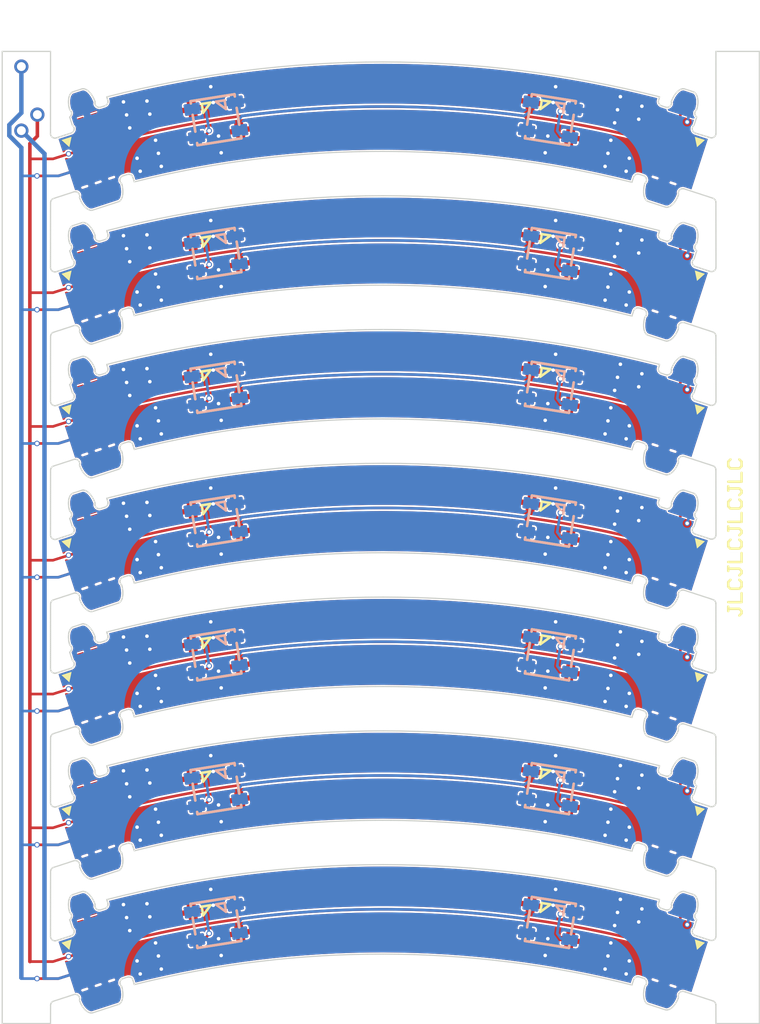
<source format=kicad_pcb>
(kicad_pcb (version 20241229) (generator "pcbnew") (generator_version "9.0")
  (layers (0 "F.Cu" signal) (2 "B.Cu" signal) (13 "F.Paste" user) (15 "B.Paste" user) (5 "F.SilkS" user "F.Silkscreen") (7 "B.SilkS" user "B.Silkscreen") (1 "F.Mask" user) (3 "B.Mask" user) (25 "Edge.Cuts" user))
  (net 0 "")
  (footprint "lib:edgepanel_norail" (layer "F.Cu") (at 0 0)
    (property "Reference" "")
    (property "Value" "")
    (fp_line (start 0 5.499923) (end 0 114.49999) (stroke (width 0.141421)) (layer "Edge.Cuts"))
    (fp_line (start 0 114.49999) (end 5.420341 114.49999) (stroke (width 0.141421)) (layer "Edge.Cuts"))
    (fp_line (start 5.418789 74.721502) (end 5.419451 74.494619) (stroke (width 0.141421)) (layer "Edge.Cuts"))
    (fp_line (start 5.418791 14.721577) (end 5.424471 5.499918) (stroke (width 0.141421)) (layer "Edge.Cuts"))
    (fp_line (start 5.418791 29.7217) (end 5.419453 29.494817) (stroke (width 0.141421)) (layer "Edge.Cuts"))
    (fp_line (start 5.418791 44.721818) (end 5.419453 44.494935) (stroke (width 0.141421)) (layer "Edge.Cuts"))
    (fp_line (start 5.418791 59.721936) (end 5.419453 59.495053) (stroke (width 0.141421)) (layer "Edge.Cuts"))
    (fp_line (start 5.419 89.721651) (end 5.419662 89.494768) (stroke (width 0.141421)) (layer "Edge.Cuts"))
    (fp_line (start 5.419 104.72224) (end 5.419662 104.495357) (stroke (width 0.141421)) (layer "Edge.Cuts"))
    (fp_line (start 5.419451 74.494619) (end 5.42004 74.267732) (stroke (width 0.141421)) (layer "Edge.Cuts"))
    (fp_line (start 5.419453 29.494817) (end 5.420042 29.26793) (stroke (width 0.141421)) (layer "Edge.Cuts"))
    (fp_line (start 5.419453 44.494935) (end 5.420042 44.268048) (stroke (width 0.141421)) (layer "Edge.Cuts"))
    (fp_line (start 5.419453 59.495053) (end 5.420042 59.268166) (stroke (width 0.141421)) (layer "Edge.Cuts"))
    (fp_line (start 5.419662 89.494768) (end 5.420252 89.267881) (stroke (width 0.141421)) (layer "Edge.Cuts"))
    (fp_line (start 5.419662 104.495357) (end 5.420252 104.268471) (stroke (width 0.141421)) (layer "Edge.Cuts"))
    (fp_line (start 5.42004 74.267732) (end 5.420562 74.040841) (stroke (width 0.141421)) (layer "Edge.Cuts"))
    (fp_line (start 5.420042 29.26793) (end 5.420564 29.041039) (stroke (width 0.141421)) (layer "Edge.Cuts"))
    (fp_line (start 5.420042 44.268048) (end 5.420564 44.041157) (stroke (width 0.141421)) (layer "Edge.Cuts"))
    (fp_line (start 5.420042 59.268166) (end 5.420564 59.041275) (stroke (width 0.141421)) (layer "Edge.Cuts"))
    (fp_line (start 5.420252 89.267881) (end 5.420774 89.04099) (stroke (width 0.141421)) (layer "Edge.Cuts"))
    (fp_line (start 5.420252 104.268471) (end 5.420774 104.041581) (stroke (width 0.141421)) (layer "Edge.Cuts"))
    (fp_line (start 5.420341 114.49999) (end 5.429131 112.46187) (stroke (width 0.141421)) (layer "Edge.Cuts"))
    (fp_line (start 5.420562 74.040841) (end 5.421022 73.813948) (stroke (width 0.141421)) (layer "Edge.Cuts"))
    (fp_line (start 5.420564 29.041039) (end 5.421024 28.814146) (stroke (width 0.141421)) (layer "Edge.Cuts"))
    (fp_line (start 5.420564 44.041157) (end 5.421024 43.814264) (stroke (width 0.141421)) (layer "Edge.Cuts"))
    (fp_line (start 5.420564 59.041275) (end 5.421024 58.814382) (stroke (width 0.141421)) (layer "Edge.Cuts"))
    (fp_line (start 5.420774 89.04099) (end 5.421234 88.814097) (stroke (width 0.141421)) (layer "Edge.Cuts"))
    (fp_line (start 5.420774 104.041581) (end 5.421234 103.814688) (stroke (width 0.141421)) (layer "Edge.Cuts"))
    (fp_line (start 5.420858 74.767009) (end 5.418789 74.721502) (stroke (width 0.141421)) (layer "Edge.Cuts"))
    (fp_line (start 5.42086 14.767082) (end 5.418791 14.721577) (stroke (width 0.141421)) (layer "Edge.Cuts"))
    (fp_line (start 5.42086 29.767207) (end 5.418791 29.7217) (stroke (width 0.141421)) (layer "Edge.Cuts"))
    (fp_line (start 5.42086 44.767325) (end 5.418791 44.721818) (stroke (width 0.141421)) (layer "Edge.Cuts"))
    (fp_line (start 5.42086 59.767443) (end 5.418791 59.721936) (stroke (width 0.141421)) (layer "Edge.Cuts"))
    (fp_line (start 5.421022 73.813948) (end 5.421426 73.587051) (stroke (width 0.141421)) (layer "Edge.Cuts"))
    (fp_line (start 5.421024 28.814146) (end 5.421428 28.587249) (stroke (width 0.141421)) (layer "Edge.Cuts"))
    (fp_line (start 5.421024 43.814264) (end 5.421428 43.587367) (stroke (width 0.141421)) (layer "Edge.Cuts"))
    (fp_line (start 5.421024 58.814382) (end 5.421428 58.587485) (stroke (width 0.141421)) (layer "Edge.Cuts"))
    (fp_line (start 5.42107 89.767158) (end 5.419 89.721651) (stroke (width 0.141421)) (layer "Edge.Cuts"))
    (fp_line (start 5.42107 104.767747) (end 5.419 104.72224) (stroke (width 0.141421)) (layer "Edge.Cuts"))
    (fp_line (start 5.421234 88.814097) (end 5.421637 88.5872) (stroke (width 0.141421)) (layer "Edge.Cuts"))
    (fp_line (start 5.421234 103.814688) (end 5.421637 103.587792) (stroke (width 0.141421)) (layer "Edge.Cuts"))
    (fp_line (start 5.421426 73.587051) (end 5.421777 73.360152) (stroke (width 0.141421)) (layer "Edge.Cuts"))
    (fp_line (start 5.421428 28.587249) (end 5.421779 28.36035) (stroke (width 0.141421)) (layer "Edge.Cuts"))
    (fp_line (start 5.421428 43.587367) (end 5.421779 43.360468) (stroke (width 0.141421)) (layer "Edge.Cuts"))
    (fp_line (start 5.421428 58.587485) (end 5.421779 58.360586) (stroke (width 0.141421)) (layer "Edge.Cuts"))
    (fp_line (start 5.421637 88.5872) (end 5.421989 88.360301) (stroke (width 0.141421)) (layer "Edge.Cuts"))
    (fp_line (start 5.421637 103.587792) (end 5.421989 103.360893) (stroke (width 0.141421)) (layer "Edge.Cuts"))
    (fp_line (start 5.421777 73.360152) (end 5.422083 73.133251) (stroke (width 0.141421)) (layer "Edge.Cuts"))
    (fp_line (start 5.421779 28.36035) (end 5.422085 28.133449) (stroke (width 0.141421)) (layer "Edge.Cuts"))
    (fp_line (start 5.421779 43.360468) (end 5.422085 43.133567) (stroke (width 0.141421)) (layer "Edge.Cuts"))
    (fp_line (start 5.421779 58.360586) (end 5.422085 58.133685) (stroke (width 0.141421)) (layer "Edge.Cuts"))
    (fp_line (start 5.421989 88.360301) (end 5.422294 88.1334) (stroke (width 0.141421)) (layer "Edge.Cuts"))
    (fp_line (start 5.421989 103.360893) (end 5.422294 103.133992) (stroke (width 0.141421)) (layer "Edge.Cuts"))
    (fp_line (start 5.422083 73.133251) (end 5.422347 72.906348) (stroke (width 0.141421)) (layer "Edge.Cuts"))
    (fp_line (start 5.422085 28.133449) (end 5.422349 27.906546) (stroke (width 0.141421)) (layer "Edge.Cuts"))
    (fp_line (start 5.422085 43.133567) (end 5.422349 42.906664) (stroke (width 0.141421)) (layer "Edge.Cuts"))
    (fp_line (start 5.422085 58.133685) (end 5.422349 57.906782) (stroke (width 0.141421)) (layer "Edge.Cuts"))
    (fp_line (start 5.422294 88.1334) (end 5.422558 87.906497) (stroke (width 0.141421)) (layer "Edge.Cuts"))
    (fp_line (start 5.422294 103.133992) (end 5.422558 102.907089) (stroke (width 0.141421)) (layer "Edge.Cuts"))
    (fp_line (start 5.422347 72.906348) (end 5.422576 72.679444) (stroke (width 0.141421)) (layer "Edge.Cuts"))
    (fp_line (start 5.422349 27.906546) (end 5.422578 27.679642) (stroke (width 0.141421)) (layer "Edge.Cuts"))
    (fp_line (start 5.422349 42.906664) (end 5.422578 42.67976) (stroke (width 0.141421)) (layer "Edge.Cuts"))
    (fp_line (start 5.422349 57.906782) (end 5.422578 57.679878) (stroke (width 0.141421)) (layer "Edge.Cuts"))
    (fp_line (start 5.422558 87.906497) (end 5.422787 87.679593) (stroke (width 0.141421)) (layer "Edge.Cuts"))
    (fp_line (start 5.422558 102.907089) (end 5.422787 102.680185) (stroke (width 0.141421)) (layer "Edge.Cuts"))
    (fp_line (start 5.422576 72.679444) (end 5.422774 72.452538) (stroke (width 0.141421)) (layer "Edge.Cuts"))
    (fp_line (start 5.422578 27.679642) (end 5.422776 27.452736) (stroke (width 0.141421)) (layer "Edge.Cuts"))
    (fp_line (start 5.422578 42.67976) (end 5.422776 42.452854) (stroke (width 0.141421)) (layer "Edge.Cuts"))
    (fp_line (start 5.422578 57.679878) (end 5.422776 57.452972) (stroke (width 0.141421)) (layer "Edge.Cuts"))
    (fp_line (start 5.422774 72.452538) (end 5.422947 72.225632) (stroke (width 0.141421)) (layer "Edge.Cuts"))
    (fp_line (start 5.422776 27.452736) (end 5.422949 27.22583) (stroke (width 0.141421)) (layer "Edge.Cuts"))
    (fp_line (start 5.422776 42.452854) (end 5.422949 42.225948) (stroke (width 0.141421)) (layer "Edge.Cuts"))
    (fp_line (start 5.422776 57.452972) (end 5.422949 57.226066) (stroke (width 0.141421)) (layer "Edge.Cuts"))
    (fp_line (start 5.422787 87.679593) (end 5.422985 87.452687) (stroke (width 0.141421)) (layer "Edge.Cuts"))
    (fp_line (start 5.422787 102.680185) (end 5.422985 102.45328) (stroke (width 0.141421)) (layer "Edge.Cuts"))
    (fp_line (start 5.422947 72.225632) (end 5.423101 71.998725) (stroke (width 0.141421)) (layer "Edge.Cuts"))
    (fp_line (start 5.422949 27.22583) (end 5.423103 26.998923) (stroke (width 0.141421)) (layer "Edge.Cuts"))
    (fp_line (start 5.422949 42.225948) (end 5.423103 41.999041) (stroke (width 0.141421)) (layer "Edge.Cuts"))
    (fp_line (start 5.422949 57.226066) (end 5.423103 56.999159) (stroke (width 0.141421)) (layer "Edge.Cuts"))
    (fp_line (start 5.422985 87.452687) (end 5.423159 87.225781) (stroke (width 0.141421)) (layer "Edge.Cuts"))
    (fp_line (start 5.422985 102.45328) (end 5.423159 102.226374) (stroke (width 0.141421)) (layer "Edge.Cuts"))
    (fp_line (start 5.423101 71.998725) (end 5.42324 71.771817) (stroke (width 0.141421)) (layer "Edge.Cuts"))
    (fp_line (start 5.423103 26.998923) (end 5.423242 26.772015) (stroke (width 0.141421)) (layer "Edge.Cuts"))
    (fp_line (start 5.423103 41.999041) (end 5.423242 41.772133) (stroke (width 0.141421)) (layer "Edge.Cuts"))
    (fp_line (start 5.423103 56.999159) (end 5.423242 56.772251) (stroke (width 0.141421)) (layer "Edge.Cuts"))
    (fp_line (start 5.423159 87.225781) (end 5.423312 86.998874) (stroke (width 0.141421)) (layer "Edge.Cuts"))
    (fp_line (start 5.423159 102.226374) (end 5.423312 101.999467) (stroke (width 0.141421)) (layer "Edge.Cuts"))
    (fp_line (start 5.42324 71.771817) (end 5.423369 71.54491) (stroke (width 0.141421)) (layer "Edge.Cuts"))
    (fp_line (start 5.423242 26.772015) (end 5.423371 26.545108) (stroke (width 0.141421)) (layer "Edge.Cuts"))
    (fp_line (start 5.423242 41.772133) (end 5.423371 41.545226) (stroke (width 0.141421)) (layer "Edge.Cuts"))
    (fp_line (start 5.423242 56.772251) (end 5.423371 56.545344) (stroke (width 0.141421)) (layer "Edge.Cuts"))
    (fp_line (start 5.423312 86.998874) (end 5.423451 86.771966) (stroke (width 0.141421)) (layer "Edge.Cuts"))
    (fp_line (start 5.423312 101.999467) (end 5.423451 101.77256) (stroke (width 0.141421)) (layer "Edge.Cuts"))
    (fp_line (start 5.423369 71.54491) (end 5.423495 71.318004) (stroke (width 0.141421)) (layer "Edge.Cuts"))
    (fp_line (start 5.423371 26.545108) (end 5.423497 26.318202) (stroke (width 0.141421)) (layer "Edge.Cuts"))
    (fp_line (start 5.423371 41.545226) (end 5.423497 41.31832) (stroke (width 0.141421)) (layer "Edge.Cuts"))
    (fp_line (start 5.423371 56.545344) (end 5.423497 56.318438) (stroke (width 0.141421)) (layer "Edge.Cuts"))
    (fp_line (start 5.423451 86.771966) (end 5.423581 86.545059) (stroke (width 0.141421)) (layer "Edge.Cuts"))
    (fp_line (start 5.423451 101.77256) (end 5.423581 101.545653) (stroke (width 0.141421)) (layer "Edge.Cuts"))
    (fp_line (start 5.423495 71.318004) (end 5.423622 71.091098) (stroke (width 0.141421)) (layer "Edge.Cuts"))
    (fp_line (start 5.423497 26.318202) (end 5.423624 26.091296) (stroke (width 0.141421)) (layer "Edge.Cuts"))
    (fp_line (start 5.423497 41.31832) (end 5.423624 41.091414) (stroke (width 0.141421)) (layer "Edge.Cuts"))
    (fp_line (start 5.423497 56.318438) (end 5.423624 56.091532) (stroke (width 0.141421)) (layer "Edge.Cuts"))
    (fp_line (start 5.423581 86.545059) (end 5.423706 86.318153) (stroke (width 0.141421)) (layer "Edge.Cuts"))
    (fp_line (start 5.423581 101.545653) (end 5.423706 101.318746) (stroke (width 0.141421)) (layer "Edge.Cuts"))
    (fp_line (start 5.423622 71.091098) (end 5.423756 70.864193) (stroke (width 0.141421)) (layer "Edge.Cuts"))
    (fp_line (start 5.423624 26.091296) (end 5.423758 25.864391) (stroke (width 0.141421)) (layer "Edge.Cuts"))
    (fp_line (start 5.423624 41.091414) (end 5.423758 40.864509) (stroke (width 0.141421)) (layer "Edge.Cuts"))
    (fp_line (start 5.423624 56.091532) (end 5.423758 55.864627) (stroke (width 0.141421)) (layer "Edge.Cuts"))
    (fp_line (start 5.423706 86.318153) (end 5.423834 86.091247) (stroke (width 0.141421)) (layer "Edge.Cuts"))
    (fp_line (start 5.423706 101.318746) (end 5.423834 101.091841) (stroke (width 0.141421)) (layer "Edge.Cuts"))
    (fp_line (start 5.423756 70.864193) (end 5.423902 70.63729) (stroke (width 0.141421)) (layer "Edge.Cuts"))
    (fp_line (start 5.423758 25.864391) (end 5.423904 25.637488) (stroke (width 0.141421)) (layer "Edge.Cuts"))
    (fp_line (start 5.423758 40.864509) (end 5.423904 40.637606) (stroke (width 0.141421)) (layer "Edge.Cuts"))
    (fp_line (start 5.423758 55.864627) (end 5.423904 55.637724) (stroke (width 0.141421)) (layer "Edge.Cuts"))
    (fp_line (start 5.423834 86.091247) (end 5.423967 85.864342) (stroke (width 0.141421)) (layer "Edge.Cuts"))
    (fp_line (start 5.423834 101.091841) (end 5.423967 100.864936) (stroke (width 0.141421)) (layer "Edge.Cuts"))
    (fp_line (start 5.423902 70.63729) (end 5.424065 70.410389) (stroke (width 0.141421)) (layer "Edge.Cuts"))
    (fp_line (start 5.423904 25.637488) (end 5.424067 25.410587) (stroke (width 0.141421)) (layer "Edge.Cuts"))
    (fp_line (start 5.423904 40.637606) (end 5.424067 40.410705) (stroke (width 0.141421)) (layer "Edge.Cuts"))
    (fp_line (start 5.423904 55.637724) (end 5.424067 55.410823) (stroke (width 0.141421)) (layer "Edge.Cuts"))
    (fp_line (start 5.423967 85.864342) (end 5.424113 85.637439) (stroke (width 0.141421)) (layer "Edge.Cuts"))
    (fp_line (start 5.423967 100.864936) (end 5.424113 100.638033) (stroke (width 0.141421)) (layer "Edge.Cuts"))
    (fp_line (start 5.424065 70.410389) (end 5.42425 70.183489) (stroke (width 0.141421)) (layer "Edge.Cuts"))
    (fp_line (start 5.424067 25.410587) (end 5.424252 25.183687) (stroke (width 0.141421)) (layer "Edge.Cuts"))
    (fp_line (start 5.424067 40.410705) (end 5.424252 40.183805) (stroke (width 0.141421)) (layer "Edge.Cuts"))
    (fp_line (start 5.424067 55.410823) (end 5.424252 55.183923) (stroke (width 0.141421)) (layer "Edge.Cuts"))
    (fp_line (start 5.424113 85.637439) (end 5.424276 85.410538) (stroke (width 0.141421)) (layer "Edge.Cuts"))
    (fp_line (start 5.424113 100.638033) (end 5.424276 100.411132) (stroke (width 0.141421)) (layer "Edge.Cuts"))
    (fp_line (start 5.42425 70.183489) (end 5.424464 69.956593) (stroke (width 0.141421)) (layer "Edge.Cuts"))
    (fp_line (start 5.424252 25.183687) (end 5.424466 24.956791) (stroke (width 0.141421)) (layer "Edge.Cuts"))
    (fp_line (start 5.424252 40.183805) (end 5.424466 39.956909) (stroke (width 0.141421)) (layer "Edge.Cuts"))
    (fp_line (start 5.424252 55.183923) (end 5.424466 54.957027) (stroke (width 0.141421)) (layer "Edge.Cuts"))
    (fp_line (start 5.424276 85.410538) (end 5.424462 85.183638) (stroke (width 0.141421)) (layer "Edge.Cuts"))
    (fp_line (start 5.424276 100.411132) (end 5.424462 100.184232) (stroke (width 0.141421)) (layer "Edge.Cuts"))
    (fp_line (start 5.424462 85.183638) (end 5.424675 84.956742) (stroke (width 0.141421)) (layer "Edge.Cuts"))
    (fp_line (start 5.424462 100.184232) (end 5.424675 99.957336) (stroke (width 0.141421)) (layer "Edge.Cuts"))
    (fp_line (start 5.424464 69.956593) (end 5.42471 69.729698) (stroke (width 0.141421)) (layer "Edge.Cuts"))
    (fp_line (start 5.424466 24.956791) (end 5.424712 24.729896) (stroke (width 0.141421)) (layer "Edge.Cuts"))
    (fp_line (start 5.424466 39.956909) (end 5.424712 39.730014) (stroke (width 0.141421)) (layer "Edge.Cuts"))
    (fp_line (start 5.424466 54.957027) (end 5.424712 54.730132) (stroke (width 0.141421)) (layer "Edge.Cuts"))
    (fp_line (start 5.424471 5.499918) (end 0 5.499923) (stroke (width 0.141421)) (layer "Edge.Cuts"))
    (fp_line (start 5.424675 84.956742) (end 5.424921 84.729847) (stroke (width 0.141421)) (layer "Edge.Cuts"))
    (fp_line (start 5.424675 99.957336) (end 5.424921 99.730441) (stroke (width 0.141421)) (layer "Edge.Cuts"))
    (fp_line (start 5.42471 69.729698) (end 5.424995 69.502807) (stroke (width 0.141421)) (layer "Edge.Cuts"))
    (fp_line (start 5.424712 24.729896) (end 5.424997 24.503005) (stroke (width 0.141421)) (layer "Edge.Cuts"))
    (fp_line (start 5.424712 39.730014) (end 5.424997 39.503123) (stroke (width 0.141421)) (layer "Edge.Cuts"))
    (fp_line (start 5.424712 54.730132) (end 5.424997 54.503241) (stroke (width 0.141421)) (layer "Edge.Cuts"))
    (fp_line (start 5.424921 84.729847) (end 5.425206 84.502956) (stroke (width 0.141421)) (layer "Edge.Cuts"))
    (fp_line (start 5.424921 99.730441) (end 5.425206 99.50355) (stroke (width 0.141421)) (layer "Edge.Cuts"))
    (fp_line (start 5.424995 69.502807) (end 5.425323 69.27592) (stroke (width 0.141421)) (layer "Edge.Cuts"))
    (fp_line (start 5.424997 24.503005) (end 5.425325 24.276118) (stroke (width 0.141421)) (layer "Edge.Cuts"))
    (fp_line (start 5.424997 39.503123) (end 5.425325 39.276236) (stroke (width 0.141421)) (layer "Edge.Cuts"))
    (fp_line (start 5.424997 54.503241) (end 5.425325 54.276354) (stroke (width 0.141421)) (layer "Edge.Cuts"))
    (fp_line (start 5.425206 84.502956) (end 5.425534 84.276069) (stroke (width 0.141421)) (layer "Edge.Cuts"))
    (fp_line (start 5.425206 99.50355) (end 5.425534 99.276663) (stroke (width 0.141421)) (layer "Edge.Cuts"))
    (fp_line (start 5.425323 69.27592) (end 5.425701 69.049036) (stroke (width 0.141421)) (layer "Edge.Cuts"))
    (fp_line (start 5.425325 24.276118) (end 5.425703 24.049234) (stroke (width 0.141421)) (layer "Edge.Cuts"))
    (fp_line (start 5.425325 39.276236) (end 5.425703 39.049352) (stroke (width 0.141421)) (layer "Edge.Cuts"))
    (fp_line (start 5.425325 54.276354) (end 5.425703 54.04947) (stroke (width 0.141421)) (layer "Edge.Cuts"))
    (fp_line (start 5.425534 84.276069) (end 5.425912 84.049185) (stroke (width 0.141421)) (layer "Edge.Cuts"))
    (fp_line (start 5.425534 99.276663) (end 5.425912 99.049779) (stroke (width 0.141421)) (layer "Edge.Cuts"))
    (fp_line (start 5.425701 69.049036) (end 5.426132 68.822156) (stroke (width 0.141421)) (layer "Edge.Cuts"))
    (fp_line (start 5.425703 24.049234) (end 5.426134 23.822354) (stroke (width 0.141421)) (layer "Edge.Cuts"))
    (fp_line (start 5.425703 39.049352) (end 5.426134 38.822472) (stroke (width 0.141421)) (layer "Edge.Cuts"))
    (fp_line (start 5.425703 54.04947) (end 5.426134 53.82259) (stroke (width 0.141421)) (layer "Edge.Cuts"))
    (fp_line (start 5.425912 84.049185) (end 5.426343 83.822305) (stroke (width 0.141421)) (layer "Edge.Cuts"))
    (fp_line (start 5.425912 99.049779) (end 5.426343 98.822899) (stroke (width 0.141421)) (layer "Edge.Cuts"))
    (fp_line (start 5.426132 68.822156) (end 5.426623 68.595281) (stroke (width 0.141421)) (layer "Edge.Cuts"))
    (fp_line (start 5.426134 23.822354) (end 5.426625 23.595479) (stroke (width 0.141421)) (layer "Edge.Cuts"))
    (fp_line (start 5.426134 38.822472) (end 5.426625 38.595597) (stroke (width 0.141421)) (layer "Edge.Cuts"))
    (fp_line (start 5.426134 53.82259) (end 5.426625 53.595715) (stroke (width 0.141421)) (layer "Edge.Cuts"))
    (fp_line (start 5.426343 83.822305) (end 5.426835 83.59543) (stroke (width 0.141421)) (layer "Edge.Cuts"))
    (fp_line (start 5.426343 98.822899) (end 5.426835 98.596024) (stroke (width 0.141421)) (layer "Edge.Cuts"))
    (fp_line (start 5.426623 68.595281) (end 5.427179 68.36841) (stroke (width 0.141421)) (layer "Edge.Cuts"))
    (fp_line (start 5.426625 23.595479) (end 5.427181 23.368608) (stroke (width 0.141421)) (layer "Edge.Cuts"))
    (fp_line (start 5.426625 38.595597) (end 5.427181 38.368726) (stroke (width 0.141421)) (layer "Edge.Cuts"))
    (fp_line (start 5.426625 53.595715) (end 5.427181 53.368844) (stroke (width 0.141421)) (layer "Edge.Cuts"))
    (fp_line (start 5.426835 83.59543) (end 5.427391 83.368559) (stroke (width 0.141421)) (layer "Edge.Cuts"))
    (fp_line (start 5.426835 98.596024) (end 5.427391 98.369153) (stroke (width 0.141421)) (layer "Edge.Cuts"))
    (fp_line (start 5.426897 14.811441) (end 5.42086 14.767082) (stroke (width 0.141421)) (layer "Edge.Cuts"))
    (fp_line (start 5.426897 74.811373) (end 5.420858 74.767009) (stroke (width 0.141421)) (layer "Edge.Cuts"))
    (fp_line (start 5.426899 29.811571) (end 5.42086 29.767207) (stroke (width 0.141421)) (layer "Edge.Cuts"))
    (fp_line (start 5.426899 44.811689) (end 5.42086 44.767325) (stroke (width 0.141421)) (layer "Edge.Cuts"))
    (fp_line (start 5.426899 59.811807) (end 5.42086 59.767443) (stroke (width 0.141421)) (layer "Edge.Cuts"))
    (fp_line (start 5.427108 89.811522) (end 5.42107 89.767158) (stroke (width 0.141421)) (layer "Edge.Cuts"))
    (fp_line (start 5.427108 104.812111) (end 5.42107 104.767747) (stroke (width 0.141421)) (layer "Edge.Cuts"))
    (fp_line (start 5.427179 68.36841) (end 5.427806 68.141545) (stroke (width 0.141421)) (layer "Edge.Cuts"))
    (fp_line (start 5.427181 23.368608) (end 5.427808 23.141743) (stroke (width 0.141421)) (layer "Edge.Cuts"))
    (fp_line (start 5.427181 38.368726) (end 5.427808 38.141861) (stroke (width 0.141421)) (layer "Edge.Cuts"))
    (fp_line (start 5.427181 53.368844) (end 5.427808 53.141979) (stroke (width 0.141421)) (layer "Edge.Cuts"))
    (fp_line (start 5.427391 83.368559) (end 5.428017 83.141694) (stroke (width 0.141421)) (layer "Edge.Cuts"))
    (fp_line (start 5.427391 98.369153) (end 5.428017 98.142288) (stroke (width 0.141421)) (layer "Edge.Cuts"))
    (fp_line (start 5.427806 68.141545) (end 5.428507 67.914685) (stroke (width 0.141421)) (layer "Edge.Cuts"))
    (fp_line (start 5.427808 23.141743) (end 5.428509 22.914883) (stroke (width 0.141421)) (layer "Edge.Cuts"))
    (fp_line (start 5.427808 38.141861) (end 5.428509 37.915001) (stroke (width 0.141421)) (layer "Edge.Cuts"))
    (fp_line (start 5.427808 53.141979) (end 5.428509 52.915119) (stroke (width 0.141421)) (layer "Edge.Cuts"))
    (fp_line (start 5.428017 83.141694) (end 5.428718 82.914834) (stroke (width 0.141421)) (layer "Edge.Cuts"))
    (fp_line (start 5.428017 98.142288) (end 5.428718 97.915428) (stroke (width 0.141421)) (layer "Edge.Cuts"))
    (fp_line (start 5.428507 67.914685) (end 5.429289 67.68783) (stroke (width 0.141421)) (layer "Edge.Cuts"))
    (fp_line (start 5.428509 22.914883) (end 5.429291 22.688028) (stroke (width 0.141421)) (layer "Edge.Cuts"))
    (fp_line (start 5.428509 37.915001) (end 5.429291 37.688146) (stroke (width 0.141421)) (layer "Edge.Cuts"))
    (fp_line (start 5.428509 52.915119) (end 5.429291 52.688264) (stroke (width 0.141421)) (layer "Edge.Cuts"))
    (fp_line (start 5.428718 82.914834) (end 5.429501 82.687979) (stroke (width 0.141421)) (layer "Edge.Cuts"))
    (fp_line (start 5.428718 97.915428) (end 5.429501 97.688573) (stroke (width 0.141421)) (layer "Edge.Cuts"))
    (fp_line (start 5.429131 112.46187) (end 5.430949 112.419164) (stroke (width 0.141421)) (layer "Edge.Cuts"))
    (fp_line (start 5.429289 67.68783) (end 5.430158 67.460982) (stroke (width 0.141421)) (layer "Edge.Cuts"))
    (fp_line (start 5.429291 22.688028) (end 5.43016 22.46118) (stroke (width 0.141421)) (layer "Edge.Cuts"))
    (fp_line (start 5.429291 37.688146) (end 5.43016 37.461298) (stroke (width 0.141421)) (layer "Edge.Cuts"))
    (fp_line (start 5.429291 52.688264) (end 5.43016 52.461416) (stroke (width 0.141421)) (layer "Edge.Cuts"))
    (fp_line (start 5.429501 82.687979) (end 5.430369 82.461131) (stroke (width 0.141421)) (layer "Edge.Cuts"))
    (fp_line (start 5.429501 97.688573) (end 5.430369 97.461725) (stroke (width 0.141421)) (layer "Edge.Cuts"))
    (fp_line (start 5.430158 67.460982) (end 5.431976 67.418276) (stroke (width 0.141421)) (layer "Edge.Cuts"))
    (fp_line (start 5.43016 22.46118) (end 5.431978 22.418474) (stroke (width 0.141421)) (layer "Edge.Cuts"))
    (fp_line (start 5.43016 37.461298) (end 5.431978 37.418592) (stroke (width 0.141421)) (layer "Edge.Cuts"))
    (fp_line (start 5.43016 52.461416) (end 5.431978 52.41871) (stroke (width 0.141421)) (layer "Edge.Cuts"))
    (fp_line (start 5.430369 82.461131) (end 5.432187 82.418425) (stroke (width 0.141421)) (layer "Edge.Cuts"))
    (fp_line (start 5.430369 97.461725) (end 5.432187 97.419019) (stroke (width 0.141421)) (layer "Edge.Cuts"))
    (fp_line (start 5.430949 112.419164) (end 5.436316 112.377278) (stroke (width 0.141421)) (layer "Edge.Cuts"))
    (fp_line (start 5.431976 67.418276) (end 5.437342 67.376391) (stroke (width 0.141421)) (layer "Edge.Cuts"))
    (fp_line (start 5.431978 22.418474) (end 5.437344 22.376589) (stroke (width 0.141421)) (layer "Edge.Cuts"))
    (fp_line (start 5.431978 37.418592) (end 5.437344 37.376707) (stroke (width 0.141421)) (layer "Edge.Cuts"))
    (fp_line (start 5.431978 52.41871) (end 5.437344 52.376825) (stroke (width 0.141421)) (layer "Edge.Cuts"))
    (fp_line (start 5.432187 82.418425) (end 5.437554 82.37654) (stroke (width 0.141421)) (layer "Edge.Cuts"))
    (fp_line (start 5.432187 97.419019) (end 5.437554 97.377134) (stroke (width 0.141421)) (layer "Edge.Cuts"))
    (fp_line (start 5.436316 112.377278) (end 5.445103 112.336389) (stroke (width 0.141421)) (layer "Edge.Cuts"))
    (fp_line (start 5.436725 14.854476) (end 5.426897 14.811441) (stroke (width 0.141421)) (layer "Edge.Cuts"))
    (fp_line (start 5.436727 74.854416) (end 5.426897 74.811373) (stroke (width 0.141421)) (layer "Edge.Cuts"))
    (fp_line (start 5.436729 29.854614) (end 5.426899 29.811571) (stroke (width 0.141421)) (layer "Edge.Cuts"))
    (fp_line (start 5.436729 44.854732) (end 5.426899 44.811689) (stroke (width 0.141421)) (layer "Edge.Cuts"))
    (fp_line (start 5.436729 59.85485) (end 5.426899 59.811807) (stroke (width 0.141421)) (layer "Edge.Cuts"))
    (fp_line (start 5.436939 89.854565) (end 5.427108 89.811522) (stroke (width 0.141421)) (layer "Edge.Cuts"))
    (fp_line (start 5.436939 104.855154) (end 5.427108 104.812111) (stroke (width 0.141421)) (layer "Edge.Cuts"))
    (fp_line (start 5.437342 67.376391) (end 5.44613 67.335503) (stroke (width 0.141421)) (layer "Edge.Cuts"))
    (fp_line (start 5.437344 22.376589) (end 5.446132 22.335701) (stroke (width 0.141421)) (layer "Edge.Cuts"))
    (fp_line (start 5.437344 37.376707) (end 5.446132 37.335819) (stroke (width 0.141421)) (layer "Edge.Cuts"))
    (fp_line (start 5.437344 52.376825) (end 5.446132 52.335937) (stroke (width 0.141421)) (layer "Edge.Cuts"))
    (fp_line (start 5.437554 82.37654) (end 5.446341 82.335652) (stroke (width 0.141421)) (layer "Edge.Cuts"))
    (fp_line (start 5.437554 97.377134) (end 5.446341 97.336246) (stroke (width 0.141421)) (layer "Edge.Cuts"))
    (fp_line (start 5.445103 112.336389) (end 5.457185 112.296673) (stroke (width 0.141421)) (layer "Edge.Cuts"))
    (fp_line (start 5.44613 67.335503) (end 5.458212 67.295787) (stroke (width 0.141421)) (layer "Edge.Cuts"))
    (fp_line (start 5.446132 22.335701) (end 5.458214 22.295985) (stroke (width 0.141421)) (layer "Edge.Cuts"))
    (fp_line (start 5.446132 37.335819) (end 5.458214 37.296103) (stroke (width 0.141421)) (layer "Edge.Cuts"))
    (fp_line (start 5.446132 52.335937) (end 5.458214 52.296221) (stroke (width 0.141421)) (layer "Edge.Cuts"))
    (fp_line (start 5.446341 82.335652) (end 5.458423 82.295936) (stroke (width 0.141421)) (layer "Edge.Cuts"))
    (fp_line (start 5.446341 97.336246) (end 5.458423 97.29653) (stroke (width 0.141421)) (layer "Edge.Cuts"))
    (fp_line (start 5.450168 14.896012) (end 5.436725 14.854476) (stroke (width 0.141421)) (layer "Edge.Cuts"))
    (fp_line (start 5.450173 74.895961) (end 5.436727 74.854416) (stroke (width 0.141421)) (layer "Edge.Cuts"))
    (fp_line (start 5.450175 29.896159) (end 5.436729 29.854614) (stroke (width 0.141421)) (layer "Edge.Cuts"))
    (fp_line (start 5.450175 44.896277) (end 5.436729 44.854732) (stroke (width 0.141421)) (layer "Edge.Cuts"))
    (fp_line (start 5.450175 59.896395) (end 5.436729 59.85485) (stroke (width 0.141421)) (layer "Edge.Cuts"))
    (fp_line (start 5.450384 89.89611) (end 5.436939 89.854565) (stroke (width 0.141421)) (layer "Edge.Cuts"))
    (fp_line (start 5.450384 104.8967) (end 5.436939 104.855154) (stroke (width 0.141421)) (layer "Edge.Cuts"))
    (fp_line (start 5.457185 112.296673) (end 5.472435 112.258304) (stroke (width 0.141421)) (layer "Edge.Cuts"))
    (fp_line (start 5.458212 67.295787) (end 5.473461 67.257419) (stroke (width 0.141421)) (layer "Edge.Cuts"))
    (fp_line (start 5.458214 22.295985) (end 5.473463 22.257617) (stroke (width 0.141421)) (layer "Edge.Cuts"))
    (fp_line (start 5.458214 37.296103) (end 5.473463 37.257735) (stroke (width 0.141421)) (layer "Edge.Cuts"))
    (fp_line (start 5.458214 52.296221) (end 5.473463 52.257853) (stroke (width 0.141421)) (layer "Edge.Cuts"))
    (fp_line (start 5.458423 82.295936) (end 5.473672 82.257568) (stroke (width 0.141421)) (layer "Edge.Cuts"))
    (fp_line (start 5.458423 97.29653) (end 5.473672 97.258162) (stroke (width 0.141421)) (layer "Edge.Cuts"))
    (fp_line (start 5.467049 14.935872) (end 5.450168 14.896012) (stroke (width 0.141421)) (layer "Edge.Cuts"))
    (fp_line (start 5.467057 74.935831) (end 5.450173 74.895961) (stroke (width 0.141421)) (layer "Edge.Cuts"))
    (fp_line (start 5.467059 29.936029) (end 5.450175 29.896159) (stroke (width 0.141421)) (layer "Edge.Cuts"))
    (fp_line (start 5.467059 44.936147) (end 5.450175 44.896277) (stroke (width 0.141421)) (layer "Edge.Cuts"))
    (fp_line (start 5.467059 59.936265) (end 5.450175 59.896395) (stroke (width 0.141421)) (layer "Edge.Cuts"))
    (fp_line (start 5.467268 89.93598) (end 5.450384 89.89611) (stroke (width 0.141421)) (layer "Edge.Cuts"))
    (fp_line (start 5.467268 104.93657) (end 5.450384 104.8967) (stroke (width 0.141421)) (layer "Edge.Cuts"))
    (fp_line (start 5.472435 112.258304) (end 5.490724 112.221461) (stroke (width 0.141421)) (layer "Edge.Cuts"))
    (fp_line (start 5.473461 67.257419) (end 5.491751 67.220575) (stroke (width 0.141421)) (layer "Edge.Cuts"))
    (fp_line (start 5.473463 22.257617) (end 5.491753 22.220773) (stroke (width 0.141421)) (layer "Edge.Cuts"))
    (fp_line (start 5.473463 37.257735) (end 5.491753 37.220891) (stroke (width 0.141421)) (layer "Edge.Cuts"))
    (fp_line (start 5.473463 52.257853) (end 5.491753 52.221009) (stroke (width 0.141421)) (layer "Edge.Cuts"))
    (fp_line (start 5.473672 82.257568) (end 5.491962 82.220724) (stroke (width 0.141421)) (layer "Edge.Cuts"))
    (fp_line (start 5.473672 97.258162) (end 5.491962 97.221318) (stroke (width 0.141421)) (layer "Edge.Cuts"))
    (fp_line (start 5.487191 14.973879) (end 5.467049 14.935872) (stroke (width 0.141421)) (layer "Edge.Cuts"))
    (fp_line (start 5.487202 74.973848) (end 5.467057 74.935831) (stroke (width 0.141421)) (layer "Edge.Cuts"))
    (fp_line (start 5.487204 29.974046) (end 5.467059 29.936029) (stroke (width 0.141421)) (layer "Edge.Cuts"))
    (fp_line (start 5.487204 44.974164) (end 5.467059 44.936147) (stroke (width 0.141421)) (layer "Edge.Cuts"))
    (fp_line (start 5.487204 59.974282) (end 5.467059 59.936265) (stroke (width 0.141421)) (layer "Edge.Cuts"))
    (fp_line (start 5.487413 89.973997) (end 5.467268 89.93598) (stroke (width 0.141421)) (layer "Edge.Cuts"))
    (fp_line (start 5.487413 104.974589) (end 5.467268 104.93657) (stroke (width 0.141421)) (layer "Edge.Cuts"))
    (fp_line (start 5.490724 112.221461) (end 5.511928 112.186317) (stroke (width 0.141421)) (layer "Edge.Cuts"))
    (fp_line (start 5.491751 67.220575) (end 5.512954 67.185432) (stroke (width 0.141421)) (layer "Edge.Cuts"))
    (fp_line (start 5.491753 22.220773) (end 5.512956 22.18563) (stroke (width 0.141421)) (layer "Edge.Cuts"))
    (fp_line (start 5.491753 37.220891) (end 5.512956 37.185748) (stroke (width 0.141421)) (layer "Edge.Cuts"))
    (fp_line (start 5.491753 52.221009) (end 5.512956 52.185866) (stroke (width 0.141421)) (layer "Edge.Cuts"))
    (fp_line (start 5.491962 82.220724) (end 5.513166 82.185581) (stroke (width 0.141421)) (layer "Edge.Cuts"))
    (fp_line (start 5.491962 97.221318) (end 5.513166 97.186175) (stroke (width 0.141421)) (layer "Edge.Cuts"))
    (fp_line (start 5.510418 15.009858) (end 5.487191 14.973879) (stroke (width 0.141421)) (layer "Edge.Cuts"))
    (fp_line (start 5.510432 75.009837) (end 5.487202 74.973848) (stroke (width 0.141421)) (layer "Edge.Cuts"))
    (fp_line (start 5.510434 30.010035) (end 5.487204 29.974046) (stroke (width 0.141421)) (layer "Edge.Cuts"))
    (fp_line (start 5.510434 45.010153) (end 5.487204 44.974164) (stroke (width 0.141421)) (layer "Edge.Cuts"))
    (fp_line (start 5.510434 60.010271) (end 5.487204 59.974282) (stroke (width 0.141421)) (layer "Edge.Cuts"))
    (fp_line (start 5.510643 90.009986) (end 5.487413 89.973997) (stroke (width 0.141421)) (layer "Edge.Cuts"))
    (fp_line (start 5.510643 105.010577) (end 5.487413 104.974589) (stroke (width 0.141421)) (layer "Edge.Cuts"))
    (fp_line (start 5.511928 112.186317) (end 5.535918 112.153049) (stroke (width 0.141421)) (layer "Edge.Cuts"))
    (fp_line (start 5.512954 67.185432) (end 5.536945 67.152164) (stroke (width 0.141421)) (layer "Edge.Cuts"))
    (fp_line (start 5.512956 22.18563) (end 5.536947 22.152362) (stroke (width 0.141421)) (layer "Edge.Cuts"))
    (fp_line (start 5.512956 37.185748) (end 5.536947 37.15248) (stroke (width 0.141421)) (layer "Edge.Cuts"))
    (fp_line (start 5.512956 52.185866) (end 5.536947 52.152598) (stroke (width 0.141421)) (layer "Edge.Cuts"))
    (fp_line (start 5.513166 82.185581) (end 5.537156 82.152313) (stroke (width 0.141421)) (layer "Edge.Cuts"))
    (fp_line (start 5.513166 97.186175) (end 5.537156 97.152907) (stroke (width 0.141421)) (layer "Edge.Cuts"))
    (fp_line (start 5.535918 112.153049) (end 5.562569 112.121833) (stroke (width 0.141421)) (layer "Edge.Cuts"))
    (fp_line (start 5.536553 15.043632) (end 5.510418 15.009858) (stroke (width 0.141421)) (layer "Edge.Cuts"))
    (fp_line (start 5.53657 75.043619) (end 5.510432 75.009837) (stroke (width 0.141421)) (layer "Edge.Cuts"))
    (fp_line (start 5.536572 30.043817) (end 5.510434 30.010035) (stroke (width 0.141421)) (layer "Edge.Cuts"))
    (fp_line (start 5.536572 45.043935) (end 5.510434 45.010153) (stroke (width 0.141421)) (layer "Edge.Cuts"))
    (fp_line (start 5.536572 60.044053) (end 5.510434 60.010271) (stroke (width 0.141421)) (layer "Edge.Cuts"))
    (fp_line (start 5.536781 90.043768) (end 5.510643 90.009986) (stroke (width 0.141421)) (layer "Edge.Cuts"))
    (fp_line (start 5.536781 105.04436) (end 5.510643 105.010577) (stroke (width 0.141421)) (layer "Edge.Cuts"))
    (fp_line (start 5.536945 67.152164) (end 5.563595 67.120948) (stroke (width 0.141421)) (layer "Edge.Cuts"))
    (fp_line (start 5.536947 22.152362) (end 5.563597 22.121146) (stroke (width 0.141421)) (layer "Edge.Cuts"))
    (fp_line (start 5.536947 37.15248) (end 5.563597 37.121264) (stroke (width 0.141421)) (layer "Edge.Cuts"))
    (fp_line (start 5.536947 52.152598) (end 5.563597 52.121382) (stroke (width 0.141421)) (layer "Edge.Cuts"))
    (fp_line (start 5.537156 82.152313) (end 5.563807 82.121097) (stroke (width 0.141421)) (layer "Edge.Cuts"))
    (fp_line (start 5.537156 97.152907) (end 5.563807 97.121691) (stroke (width 0.141421)) (layer "Edge.Cuts"))
    (fp_line (start 5.562569 112.121833) (end 5.591753 112.092846) (stroke (width 0.141421)) (layer "Edge.Cuts"))
    (fp_line (start 5.563595 67.120948) (end 5.592779 67.09196) (stroke (width 0.141421)) (layer "Edge.Cuts"))
    (fp_line (start 5.563597 22.121146) (end 5.592781 22.092158) (stroke (width 0.141421)) (layer "Edge.Cuts"))
    (fp_line (start 5.563597 37.121264) (end 5.592781 37.092276) (stroke (width 0.141421)) (layer "Edge.Cuts"))
    (fp_line (start 5.563597 52.121382) (end 5.592781 52.092394) (stroke (width 0.141421)) (layer "Edge.Cuts"))
    (fp_line (start 5.563807 82.121097) (end 5.59299 82.092109) (stroke (width 0.141421)) (layer "Edge.Cuts"))
    (fp_line (start 5.563807 97.121691) (end 5.59299 97.092703) (stroke (width 0.141421)) (layer "Edge.Cuts"))
    (fp_line (start 5.56542 15.075024) (end 5.536553 15.043632) (stroke (width 0.141421)) (layer "Edge.Cuts"))
    (fp_line (start 5.565438 75.075017) (end 5.53657 75.043619) (stroke (width 0.141421)) (layer "Edge.Cuts"))
    (fp_line (start 5.56544 30.075215) (end 5.536572 30.043817) (stroke (width 0.141421)) (layer "Edge.Cuts"))
    (fp_line (start 5.56544 45.075333) (end 5.536572 45.043935) (stroke (width 0.141421)) (layer "Edge.Cuts"))
    (fp_line (start 5.56544 60.075451) (end 5.536572 60.044053) (stroke (width 0.141421)) (layer "Edge.Cuts"))
    (fp_line (start 5.56565 90.075166) (end 5.536781 90.043768) (stroke (width 0.141421)) (layer "Edge.Cuts"))
    (fp_line (start 5.56565 105.075759) (end 5.536781 105.04436) (stroke (width 0.141421)) (layer "Edge.Cuts"))
    (fp_line (start 5.591753 112.092846) (end 5.623343 112.066261) (stroke (width 0.141421)) (layer "Edge.Cuts"))
    (fp_line (start 5.592779 67.09196) (end 5.624369 67.065376) (stroke (width 0.141421)) (layer "Edge.Cuts"))
    (fp_line (start 5.592781 22.092158) (end 5.624371 22.065574) (stroke (width 0.141421)) (layer "Edge.Cuts"))
    (fp_line (start 5.592781 37.092276) (end 5.624371 37.065692) (stroke (width 0.141421)) (layer "Edge.Cuts"))
    (fp_line (start 5.592781 52.092394) (end 5.624371 52.06581) (stroke (width 0.141421)) (layer "Edge.Cuts"))
    (fp_line (start 5.59299 82.092109) (end 5.62458 82.065525) (stroke (width 0.141421)) (layer "Edge.Cuts"))
    (fp_line (start 5.59299 97.092703) (end 5.62458 97.066119) (stroke (width 0.141421)) (layer "Edge.Cuts"))
    (fp_line (start 5.596842 15.103859) (end 5.56542 15.075024) (stroke (width 0.141421)) (layer "Edge.Cuts"))
    (fp_line (start 5.596862 75.103855) (end 5.565438 75.075017) (stroke (width 0.141421)) (layer "Edge.Cuts"))
    (fp_line (start 5.596864 30.104053) (end 5.56544 30.075215) (stroke (width 0.141421)) (layer "Edge.Cuts"))
    (fp_line (start 5.596864 45.104171) (end 5.56544 45.075333) (stroke (width 0.141421)) (layer "Edge.Cuts"))
    (fp_line (start 5.596864 60.104289) (end 5.56544 60.075451) (stroke (width 0.141421)) (layer "Edge.Cuts"))
    (fp_line (start 5.597073 90.104004) (end 5.56565 90.075166) (stroke (width 0.141421)) (layer "Edge.Cuts"))
    (fp_line (start 5.597073 105.104597) (end 5.56565 105.075759) (stroke (width 0.141421)) (layer "Edge.Cuts"))
    (fp_line (start 5.623343 112.066261) (end 5.657212 112.042257) (stroke (width 0.141421)) (layer "Edge.Cuts"))
    (fp_line (start 5.624369 67.065376) (end 5.658239 67.041371) (stroke (width 0.141421)) (layer "Edge.Cuts"))
    (fp_line (start 5.624371 22.065574) (end 5.658241 22.041569) (stroke (width 0.141421)) (layer "Edge.Cuts"))
    (fp_line (start 5.624371 37.065692) (end 5.658241 37.041687) (stroke (width 0.141421)) (layer "Edge.Cuts"))
    (fp_line (start 5.624371 52.06581) (end 5.658241 52.041805) (stroke (width 0.141421)) (layer "Edge.Cuts"))
    (fp_line (start 5.62458 82.065525) (end 5.65845 82.04152) (stroke (width 0.141421)) (layer "Edge.Cuts"))
    (fp_line (start 5.62458 97.066119) (end 5.65845 97.042114) (stroke (width 0.141421)) (layer "Edge.Cuts"))
    (fp_line (start 5.630643 15.129959) (end 5.596842 15.103859) (stroke (width 0.141421)) (layer "Edge.Cuts"))
    (fp_line (start 5.630662 75.129954) (end 5.596862 75.103855) (stroke (width 0.141421)) (layer "Edge.Cuts"))
    (fp_line (start 5.630664 30.130152) (end 5.596864 30.104053) (stroke (width 0.141421)) (layer "Edge.Cuts"))
    (fp_line (start 5.630664 45.13027) (end 5.596864 45.104171) (stroke (width 0.141421)) (layer "Edge.Cuts"))
    (fp_line (start 5.630664 60.130388) (end 5.596864 60.104289) (stroke (width 0.141421)) (layer "Edge.Cuts"))
    (fp_line (start 5.630874 90.130103) (end 5.597073 90.104004) (stroke (width 0.141421)) (layer "Edge.Cuts"))
    (fp_line (start 5.630874 105.130697) (end 5.597073 105.104597) (stroke (width 0.141421)) (layer "Edge.Cuts"))
    (fp_line (start 5.657212 112.042257) (end 5.693234 112.021008) (stroke (width 0.141421)) (layer "Edge.Cuts"))
    (fp_line (start 5.658239 67.041371) (end 5.694261 67.020122) (stroke (width 0.141421)) (layer "Edge.Cuts"))
    (fp_line (start 5.658241 22.041569) (end 5.694263 22.02032) (stroke (width 0.141421)) (layer "Edge.Cuts"))
    (fp_line (start 5.658241 37.041687) (end 5.694263 37.020438) (stroke (width 0.141421)) (layer "Edge.Cuts"))
    (fp_line (start 5.658241 52.041805) (end 5.694263 52.020556) (stroke (width 0.141421)) (layer "Edge.Cuts"))
    (fp_line (start 5.65845 82.04152) (end 5.694472 82.020271) (stroke (width 0.141421)) (layer "Edge.Cuts"))
    (fp_line (start 5.65845 97.042114) (end 5.694472 97.020865) (stroke (width 0.141421)) (layer "Edge.Cuts"))
    (fp_line (start 5.666646 15.153149) (end 5.630643 15.129959) (stroke (width 0.141421)) (layer "Edge.Cuts"))
    (fp_line (start 5.666663 75.153139) (end 5.630662 75.129954) (stroke (width 0.141421)) (layer "Edge.Cuts"))
    (fp_line (start 5.666665 30.153337) (end 5.630664 30.130152) (stroke (width 0.141421)) (layer "Edge.Cuts"))
    (fp_line (start 5.666665 45.153455) (end 5.630664 45.13027) (stroke (width 0.141421)) (layer "Edge.Cuts"))
    (fp_line (start 5.666665 60.153573) (end 5.630664 60.130388) (stroke (width 0.141421)) (layer "Edge.Cuts"))
    (fp_line (start 5.666875 90.153288) (end 5.630874 90.130103) (stroke (width 0.141421)) (layer "Edge.Cuts"))
    (fp_line (start 5.666875 105.153881) (end 5.630874 105.130697) (stroke (width 0.141421)) (layer "Edge.Cuts"))
    (fp_line (start 5.693234 112.021008) (end 5.731282 112.00269) (stroke (width 0.141421)) (layer "Edge.Cuts"))
    (fp_line (start 5.694261 67.020122) (end 5.732309 67.001804) (stroke (width 0.141421)) (layer "Edge.Cuts"))
    (fp_line (start 5.694263 22.02032) (end 5.732311 22.002002) (stroke (width 0.141421)) (layer "Edge.Cuts"))
    (fp_line (start 5.694263 37.020438) (end 5.732311 37.00212) (stroke (width 0.141421)) (layer "Edge.Cuts"))
    (fp_line (start 5.694263 52.020556) (end 5.732311 52.002238) (stroke (width 0.141421)) (layer "Edge.Cuts"))
    (fp_line (start 5.694472 82.020271) (end 5.73252 82.001953) (stroke (width 0.141421)) (layer "Edge.Cuts"))
    (fp_line (start 5.694472 97.020865) (end 5.73252 97.002547) (stroke (width 0.141421)) (layer "Edge.Cuts"))
    (fp_line (start 5.704674 15.173252) (end 5.666646 15.153149) (stroke (width 0.141421)) (layer "Edge.Cuts"))
    (fp_line (start 5.704689 75.173231) (end 5.666663 75.153139) (stroke (width 0.141421)) (layer "Edge.Cuts"))
    (fp_line (start 5.704691 30.173429) (end 5.666665 30.153337) (stroke (width 0.141421)) (layer "Edge.Cuts"))
    (fp_line (start 5.704691 45.173547) (end 5.666665 45.153455) (stroke (width 0.141421)) (layer "Edge.Cuts"))
    (fp_line (start 5.704691 60.173665) (end 5.666665 60.153573) (stroke (width 0.141421)) (layer "Edge.Cuts"))
    (fp_line (start 5.7049 90.17338) (end 5.666875 90.153288) (stroke (width 0.141421)) (layer "Edge.Cuts"))
    (fp_line (start 5.7049 105.173974) (end 5.666875 105.153881) (stroke (width 0.141421)) (layer "Edge.Cuts"))
    (fp_line (start 5.731282 112.00269) (end 5.771229 111.98748) (stroke (width 0.141421)) (layer "Edge.Cuts"))
    (fp_line (start 5.732309 67.001804) (end 5.772256 66.986593) (stroke (width 0.141421)) (layer "Edge.Cuts"))
    (fp_line (start 5.732311 22.002002) (end 5.772258 21.986791) (stroke (width 0.141421)) (layer "Edge.Cuts"))
    (fp_line (start 5.732311 37.00212) (end 5.772258 36.986909) (stroke (width 0.141421)) (layer "Edge.Cuts"))
    (fp_line (start 5.732311 52.002238) (end 5.772258 51.987027) (stroke (width 0.141421)) (layer "Edge.Cuts"))
    (fp_line (start 5.73252 82.001953) (end 5.772467 81.986742) (stroke (width 0.141421)) (layer "Edge.Cuts"))
    (fp_line (start 5.73252 97.002547) (end 5.772467 96.987336) (stroke (width 0.141421)) (layer "Edge.Cuts"))
    (fp_line (start 5.744552 15.190091) (end 5.704674 15.173252) (stroke (width 0.141421)) (layer "Edge.Cuts"))
    (fp_line (start 5.744561 75.190053) (end 5.704689 75.173231) (stroke (width 0.141421)) (layer "Edge.Cuts"))
    (fp_line (start 5.744563 30.190251) (end 5.704691 30.173429) (stroke (width 0.141421)) (layer "Edge.Cuts"))
    (fp_line (start 5.744563 45.190369) (end 5.704691 45.173547) (stroke (width 0.141421)) (layer "Edge.Cuts"))
    (fp_line (start 5.744563 60.190487) (end 5.704691 60.173665) (stroke (width 0.141421)) (layer "Edge.Cuts"))
    (fp_line (start 5.744772 90.190202) (end 5.7049 90.17338) (stroke (width 0.141421)) (layer "Edge.Cuts"))
    (fp_line (start 5.744772 105.190797) (end 5.7049 105.173974) (stroke (width 0.141421)) (layer "Edge.Cuts"))
    (fp_line (start 5.771229 111.98748) (end 8.04137 111.24961) (stroke (width 0.141421)) (layer "Edge.Cuts"))
    (fp_line (start 5.772256 66.986593) (end 8.0424 66.24862) (stroke (width 0.141421)) (layer "Edge.Cuts"))
    (fp_line (start 5.772258 21.986791) (end 8.042402 21.248818) (stroke (width 0.141421)) (layer "Edge.Cuts"))
    (fp_line (start 5.772258 36.986909) (end 8.042402 36.248936) (stroke (width 0.141421)) (layer "Edge.Cuts"))
    (fp_line (start 5.772258 51.987027) (end 8.042402 51.249054) (stroke (width 0.141421)) (layer "Edge.Cuts"))
    (fp_line (start 5.772467 81.986742) (end 8.042611 81.248769) (stroke (width 0.141421)) (layer "Edge.Cuts"))
    (fp_line (start 5.772467 96.987336) (end 8.042611 96.249363) (stroke (width 0.141421)) (layer "Edge.Cuts"))
    (fp_line (start 5.786101 15.203491) (end 5.744552 15.190091) (stroke (width 0.141421)) (layer "Edge.Cuts"))
    (fp_line (start 5.786103 75.203429) (end 5.744561 75.190053) (stroke (width 0.141421)) (layer "Edge.Cuts"))
    (fp_line (start 5.786105 30.203627) (end 5.744563 30.190251) (stroke (width 0.141421)) (layer "Edge.Cuts"))
    (fp_line (start 5.786105 45.203745) (end 5.744563 45.190369) (stroke (width 0.141421)) (layer "Edge.Cuts"))
    (fp_line (start 5.786105 60.203863) (end 5.744563 60.190487) (stroke (width 0.141421)) (layer "Edge.Cuts"))
    (fp_line (start 5.786314 90.203578) (end 5.744772 90.190202) (stroke (width 0.141421)) (layer "Edge.Cuts"))
    (fp_line (start 5.786314 105.204173) (end 5.744772 105.190797) (stroke (width 0.141421)) (layer "Edge.Cuts"))
    (fp_line (start 5.829139 75.213181) (end 5.786103 75.203429) (stroke (width 0.141421)) (layer "Edge.Cuts"))
    (fp_line (start 5.829141 30.213379) (end 5.786105 30.203627) (stroke (width 0.141421)) (layer "Edge.Cuts"))
    (fp_line (start 5.829141 45.213497) (end 5.786105 45.203745) (stroke (width 0.141421)) (layer "Edge.Cuts"))
    (fp_line (start 5.829141 60.213615) (end 5.786105 60.203863) (stroke (width 0.141421)) (layer "Edge.Cuts"))
    (fp_line (start 5.829147 15.213274) (end 5.786101 15.203491) (stroke (width 0.141421)) (layer "Edge.Cuts"))
    (fp_line (start 5.82935 90.21333) (end 5.786314 90.203578) (stroke (width 0.141421)) (layer "Edge.Cuts"))
    (fp_line (start 5.82935 105.213925) (end 5.786314 105.204173) (stroke (width 0.141421)) (layer "Edge.Cuts"))
    (fp_line (start 5.873491 75.219132) (end 5.829139 75.213181) (stroke (width 0.141421)) (layer "Edge.Cuts"))
    (fp_line (start 5.873493 30.21933) (end 5.829141 30.213379) (stroke (width 0.141421)) (layer "Edge.Cuts"))
    (fp_line (start 5.873493 45.219448) (end 5.829141 45.213497) (stroke (width 0.141421)) (layer "Edge.Cuts"))
    (fp_line (start 5.873493 60.219566) (end 5.829141 60.213615) (stroke (width 0.141421)) (layer "Edge.Cuts"))
    (fp_line (start 5.873511 15.219266) (end 5.829147 15.213274) (stroke (width 0.141421)) (layer "Edge.Cuts"))
    (fp_line (start 5.873703 90.219281) (end 5.82935 90.21333) (stroke (width 0.141421)) (layer "Edge.Cuts"))
    (fp_line (start 5.873703 105.219877) (end 5.82935 105.213925) (stroke (width 0.141421)) (layer "Edge.Cuts"))
    (fp_line (start 5.918984 75.221105) (end 5.873491 75.219132) (stroke (width 0.141421)) (layer "Edge.Cuts"))
    (fp_line (start 5.918986 30.221303) (end 5.873493 30.21933) (stroke (width 0.141421)) (layer "Edge.Cuts"))
    (fp_line (start 5.918986 45.221421) (end 5.873493 45.219448) (stroke (width 0.141421)) (layer "Edge.Cuts"))
    (fp_line (start 5.918986 60.221539) (end 5.873493 60.219566) (stroke (width 0.141421)) (layer "Edge.Cuts"))
    (fp_line (start 5.919019 15.221288) (end 5.873511 15.219266) (stroke (width 0.141421)) (layer "Edge.Cuts"))
    (fp_line (start 5.919195 90.221254) (end 5.873703 90.219281) (stroke (width 0.141421)) (layer "Edge.Cuts"))
    (fp_line (start 5.919195 105.22185) (end 5.873703 105.219877) (stroke (width 0.141421)) (layer "Edge.Cuts"))
    (fp_line (start 5.959338 75.219433) (end 5.918984 75.221105) (stroke (width 0.141421)) (layer "Edge.Cuts"))
    (fp_line (start 5.95934 30.21963) (end 5.918986 30.221303) (stroke (width 0.141421)) (layer "Edge.Cuts"))
    (fp_line (start 5.95934 45.219749) (end 5.918986 45.221421) (stroke (width 0.141421)) (layer "Edge.Cuts"))
    (fp_line (start 5.95934 60.219867) (end 5.918986 60.221539) (stroke (width 0.141421)) (layer "Edge.Cuts"))
    (fp_line (start 5.959369 15.219705) (end 5.919019 15.221288) (stroke (width 0.141421)) (layer "Edge.Cuts"))
    (fp_line (start 5.959549 90.219582) (end 5.919195 90.221254) (stroke (width 0.141421)) (layer "Edge.Cuts"))
    (fp_line (start 5.959549 105.220189) (end 5.919195 105.22185) (stroke (width 0.141421)) (layer "Edge.Cuts"))
    (fp_line (start 5.998783 15.215) (end 5.959369 15.219705) (stroke (width 0.141421)) (layer "Edge.Cuts"))
    (fp_line (start 5.9988 75.214558) (end 5.959338 75.219433) (stroke (width 0.141421)) (layer "Edge.Cuts"))
    (fp_line (start 5.998802 30.214755) (end 5.95934 30.21963) (stroke (width 0.141421)) (layer "Edge.Cuts"))
    (fp_line (start 5.998802 45.214874) (end 5.95934 45.219749) (stroke (width 0.141421)) (layer "Edge.Cuts"))
    (fp_line (start 5.998802 60.214992) (end 5.95934 60.219867) (stroke (width 0.141421)) (layer "Edge.Cuts"))
    (fp_line (start 5.999011 90.214706) (end 5.959549 90.219582) (stroke (width 0.141421)) (layer "Edge.Cuts"))
    (fp_line (start 5.999011 105.215313) (end 5.959549 105.220189) (stroke (width 0.141421)) (layer "Edge.Cuts"))
    (fp_line (start 6.037201 15.20724) (end 5.998783 15.215) (stroke (width 0.141421)) (layer "Edge.Cuts"))
    (fp_line (start 6.03737 75.206626) (end 5.9988 75.214558) (stroke (width 0.141421)) (layer "Edge.Cuts"))
    (fp_line (start 6.037372 30.206824) (end 5.998802 30.214755) (stroke (width 0.141421)) (layer "Edge.Cuts"))
    (fp_line (start 6.037372 45.206942) (end 5.998802 45.214874) (stroke (width 0.141421)) (layer "Edge.Cuts"))
    (fp_line (start 6.037372 60.20706) (end 5.998802 60.214992) (stroke (width 0.141421)) (layer "Edge.Cuts"))
    (fp_line (start 6.037581 90.206775) (end 5.999011 90.214706) (stroke (width 0.141421)) (layer "Edge.Cuts"))
    (fp_line (start 6.037581 105.20738) (end 5.999011 105.215313) (stroke (width 0.141421)) (layer "Edge.Cuts"))
    (fp_line (start 6.074565 15.196488) (end 6.037201 15.20724) (stroke (width 0.141421)) (layer "Edge.Cuts"))
    (fp_line (start 6.075046 75.195785) (end 6.03737 75.206626) (stroke (width 0.141421)) (layer "Edge.Cuts"))
    (fp_line (start 6.075048 30.195983) (end 6.037372 30.206824) (stroke (width 0.141421)) (layer "Edge.Cuts"))
    (fp_line (start 6.075048 45.196101) (end 6.037372 45.206942) (stroke (width 0.141421)) (layer "Edge.Cuts"))
    (fp_line (start 6.075048 60.196219) (end 6.037372 60.20706) (stroke (width 0.141421)) (layer "Edge.Cuts"))
    (fp_line (start 6.075258 90.195934) (end 6.037581 90.206775) (stroke (width 0.141421)) (layer "Edge.Cuts"))
    (fp_line (start 6.075258 105.19655) (end 6.037581 105.20738) (stroke (width 0.141421)) (layer "Edge.Cuts"))
    (fp_line (start 6.126366 15.179643) (end 6.074565 15.196488) (stroke (width 0.141421)) (layer "Edge.Cuts"))
    (fp_line (start 6.126899 75.178937) (end 6.075046 75.195785) (stroke (width 0.141421)) (layer "Edge.Cuts"))
    (fp_line (start 6.126901 30.179135) (end 6.075048 30.195983) (stroke (width 0.141421)) (layer "Edge.Cuts"))
    (fp_line (start 6.126901 45.179253) (end 6.075048 45.196101) (stroke (width 0.141421)) (layer "Edge.Cuts"))
    (fp_line (start 6.126901 60.179371) (end 6.075048 60.196219) (stroke (width 0.141421)) (layer "Edge.Cuts"))
    (fp_line (start 6.12711 90.179086) (end 6.075258 90.195934) (stroke (width 0.141421)) (layer "Edge.Cuts"))
    (fp_line (start 6.12711 105.179702) (end 6.075258 105.19655) (stroke (width 0.141421)) (layer "Edge.Cuts"))
    (fp_line (start 6.178169 15.162795) (end 6.126366 15.179643) (stroke (width 0.141421)) (layer "Edge.Cuts"))
    (fp_line (start 6.178753 75.162087) (end 6.126899 75.178937) (stroke (width 0.141421)) (layer "Edge.Cuts"))
    (fp_line (start 6.178755 30.162285) (end 6.126901 30.179135) (stroke (width 0.141421)) (layer "Edge.Cuts"))
    (fp_line (start 6.178755 45.162403) (end 6.126901 45.179253) (stroke (width 0.141421)) (layer "Edge.Cuts"))
    (fp_line (start 6.178755 60.162521) (end 6.126901 60.179371) (stroke (width 0.141421)) (layer "Edge.Cuts"))
    (fp_line (start 6.178964 90.162236) (end 6.12711 90.179086) (stroke (width 0.141421)) (layer "Edge.Cuts"))
    (fp_line (start 6.178964 105.162852) (end 6.12711 105.179702) (stroke (width 0.141421)) (layer "Edge.Cuts"))
    (fp_line (start 6.229974 15.145945) (end 6.178169 15.162795) (stroke (width 0.141421)) (layer "Edge.Cuts"))
    (fp_line (start 6.230608 75.145236) (end 6.178753 75.162087) (stroke (width 0.141421)) (layer "Edge.Cuts"))
    (fp_line (start 6.23061 30.145434) (end 6.178755 30.162285) (stroke (width 0.141421)) (layer "Edge.Cuts"))
    (fp_line (start 6.23061 45.145552) (end 6.178755 45.162403) (stroke (width 0.141421)) (layer "Edge.Cuts"))
    (fp_line (start 6.23061 60.14567) (end 6.178755 60.162521) (stroke (width 0.141421)) (layer "Edge.Cuts"))
    (fp_line (start 6.230819 90.145385) (end 6.178964 90.162236) (stroke (width 0.141421)) (layer "Edge.Cuts"))
    (fp_line (start 6.230819 105.146) (end 6.178964 105.162852) (stroke (width 0.141421)) (layer "Edge.Cuts"))
    (fp_line (start 6.281781 15.129094) (end 6.229974 15.145945) (stroke (width 0.141421)) (layer "Edge.Cuts"))
    (fp_line (start 6.282465 75.128382) (end 6.230608 75.145236) (stroke (width 0.141421)) (layer "Edge.Cuts"))
    (fp_line (start 6.282467 30.12858) (end 6.23061 30.145434) (stroke (width 0.141421)) (layer "Edge.Cuts"))
    (fp_line (start 6.282467 45.128698) (end 6.23061 45.145552) (stroke (width 0.141421)) (layer "Edge.Cuts"))
    (fp_line (start 6.282467 60.128816) (end 6.23061 60.14567) (stroke (width 0.141421)) (layer "Edge.Cuts"))
    (fp_line (start 6.282676 90.128531) (end 6.230819 90.145385) (stroke (width 0.141421)) (layer "Edge.Cuts"))
    (fp_line (start 6.282676 105.129146) (end 6.230819 105.146) (stroke (width 0.141421)) (layer "Edge.Cuts"))
    (fp_line (start 6.333589 15.11224) (end 6.281781 15.129094) (stroke (width 0.141421)) (layer "Edge.Cuts"))
    (fp_line (start 6.334322 75.111528) (end 6.282465 75.128382) (stroke (width 0.141421)) (layer "Edge.Cuts"))
    (fp_line (start 6.334324 30.111726) (end 6.282467 30.12858) (stroke (width 0.141421)) (layer "Edge.Cuts"))
    (fp_line (start 6.334324 45.111844) (end 6.282467 45.128698) (stroke (width 0.141421)) (layer "Edge.Cuts"))
    (fp_line (start 6.334324 60.111962) (end 6.282467 60.128816) (stroke (width 0.141421)) (layer "Edge.Cuts"))
    (fp_line (start 6.334533 90.111677) (end 6.282676 90.128531) (stroke (width 0.141421)) (layer "Edge.Cuts"))
    (fp_line (start 6.334533 105.112291) (end 6.282676 105.129146) (stroke (width 0.141421)) (layer "Edge.Cuts"))
    (fp_line (start 6.385399 15.095385) (end 6.333589 15.11224) (stroke (width 0.141421)) (layer "Edge.Cuts"))
    (fp_line (start 6.38618 75.094672) (end 6.334322 75.111528) (stroke (width 0.141421)) (layer "Edge.Cuts"))
    (fp_line (start 6.386182 30.09487) (end 6.334324 30.111726) (stroke (width 0.141421)) (layer "Edge.Cuts"))
    (fp_line (start 6.386182 45.094988) (end 6.334324 45.111844) (stroke (width 0.141421)) (layer "Edge.Cuts"))
    (fp_line (start 6.386182 60.095106) (end 6.334324 60.111962) (stroke (width 0.141421)) (layer "Edge.Cuts"))
    (fp_line (start 6.386391 90.094821) (end 6.334533 90.111677) (stroke (width 0.141421)) (layer "Edge.Cuts"))
    (fp_line (start 6.386391 105.095435) (end 6.334533 105.112291) (stroke (width 0.141421)) (layer "Edge.Cuts"))
    (fp_line (start 6.43721 15.078529) (end 6.385399 15.095385) (stroke (width 0.141421)) (layer "Edge.Cuts"))
    (fp_line (start 6.438038 75.077815) (end 6.38618 75.094672) (stroke (width 0.141421)) (layer "Edge.Cuts"))
    (fp_line (start 6.43804 30.078013) (end 6.386182 30.09487) (stroke (width 0.141421)) (layer "Edge.Cuts"))
    (fp_line (start 6.43804 45.078131) (end 6.386182 45.094988) (stroke (width 0.141421)) (layer "Edge.Cuts"))
    (fp_line (start 6.43804 60.078249) (end 6.386182 60.095106) (stroke (width 0.141421)) (layer "Edge.Cuts"))
    (fp_line (start 6.438249 90.077964) (end 6.386391 90.094821) (stroke (width 0.141421)) (layer "Edge.Cuts"))
    (fp_line (start 6.438249 105.078578) (end 6.386391 105.095435) (stroke (width 0.141421)) (layer "Edge.Cuts"))
    (fp_line (start 6.489022 15.061672) (end 6.43721 15.078529) (stroke (width 0.141421)) (layer "Edge.Cuts"))
    (fp_line (start 6.489896 75.060958) (end 6.438038 75.077815) (stroke (width 0.141421)) (layer "Edge.Cuts"))
    (fp_line (start 6.489898 30.061156) (end 6.43804 30.078013) (stroke (width 0.141421)) (layer "Edge.Cuts"))
    (fp_line (start 6.489898 45.061274) (end 6.43804 45.078131) (stroke (width 0.141421)) (layer "Edge.Cuts"))
    (fp_line (start 6.489898 60.061392) (end 6.43804 60.078249) (stroke (width 0.141421)) (layer "Edge.Cuts"))
    (fp_line (start 6.490108 90.061107) (end 6.438249 90.077964) (stroke (width 0.141421)) (layer "Edge.Cuts"))
    (fp_line (start 6.490108 105.06172) (end 6.438249 105.078578) (stroke (width 0.141421)) (layer "Edge.Cuts"))
    (fp_line (start 6.540834 15.044814) (end 6.489022 15.061672) (stroke (width 0.141421)) (layer "Edge.Cuts"))
    (fp_line (start 6.541755 75.0441) (end 6.489896 75.060958) (stroke (width 0.141421)) (layer "Edge.Cuts"))
    (fp_line (start 6.541757 30.044298) (end 6.489898 30.061156) (stroke (width 0.141421)) (layer "Edge.Cuts"))
    (fp_line (start 6.541757 45.044416) (end 6.489898 45.061274) (stroke (width 0.141421)) (layer "Edge.Cuts"))
    (fp_line (start 6.541757 60.044534) (end 6.489898 60.061392) (stroke (width 0.141421)) (layer "Edge.Cuts"))
    (fp_line (start 6.541966 90.044249) (end 6.490108 90.061107) (stroke (width 0.141421)) (layer "Edge.Cuts"))
    (fp_line (start 6.541966 105.044862) (end 6.490108 105.06172) (stroke (width 0.141421)) (layer "Edge.Cuts"))
    (fp_line (start 6.592648 15.027956) (end 6.540834 15.044814) (stroke (width 0.141421)) (layer "Edge.Cuts"))
    (fp_line (start 6.593612 75.027242) (end 6.541755 75.0441) (stroke (width 0.141421)) (layer "Edge.Cuts"))
    (fp_line (start 6.593614 30.02744) (end 6.541757 30.044298) (stroke (width 0.141421)) (layer "Edge.Cuts"))
    (fp_line (start 6.593614 45.027558) (end 6.541757 45.044416) (stroke (width 0.141421)) (layer "Edge.Cuts"))
    (fp_line (start 6.593614 60.027676) (end 6.541757 60.044534) (stroke (width 0.141421)) (layer "Edge.Cuts"))
    (fp_line (start 6.593824 90.027391) (end 6.541966 90.044249) (stroke (width 0.141421)) (layer "Edge.Cuts"))
    (fp_line (start 6.593824 105.028004) (end 6.541966 105.044862) (stroke (width 0.141421)) (layer "Edge.Cuts"))
    (fp_line (start 6.644462 15.011097) (end 6.592648 15.027956) (stroke (width 0.141421)) (layer "Edge.Cuts"))
    (fp_line (start 6.645469 75.010384) (end 6.593612 75.027242) (stroke (width 0.141421)) (layer "Edge.Cuts"))
    (fp_line (start 6.645471 30.010582) (end 6.593614 30.02744) (stroke (width 0.141421)) (layer "Edge.Cuts"))
    (fp_line (start 6.645471 45.0107) (end 6.593614 45.027558) (stroke (width 0.141421)) (layer "Edge.Cuts"))
    (fp_line (start 6.645471 60.010818) (end 6.593614 60.027676) (stroke (width 0.141421)) (layer "Edge.Cuts"))
    (fp_line (start 6.645681 90.010533) (end 6.593824 90.027391) (stroke (width 0.141421)) (layer "Edge.Cuts"))
    (fp_line (start 6.645681 105.011146) (end 6.593824 105.028004) (stroke (width 0.141421)) (layer "Edge.Cuts"))
    (fp_line (start 6.696276 14.994239) (end 6.644462 15.011097) (stroke (width 0.141421)) (layer "Edge.Cuts"))
    (fp_line (start 6.697326 74.993526) (end 6.645469 75.010384) (stroke (width 0.141421)) (layer "Edge.Cuts"))
    (fp_line (start 6.697328 29.993724) (end 6.645471 30.010582) (stroke (width 0.141421)) (layer "Edge.Cuts"))
    (fp_line (start 6.697328 44.993842) (end 6.645471 45.0107) (stroke (width 0.141421)) (layer "Edge.Cuts"))
    (fp_line (start 6.697328 59.99396) (end 6.645471 60.010818) (stroke (width 0.141421)) (layer "Edge.Cuts"))
    (fp_line (start 6.697537 89.993675) (end 6.645681 90.010533) (stroke (width 0.141421)) (layer "Edge.Cuts"))
    (fp_line (start 6.697537 104.994288) (end 6.645681 105.011146) (stroke (width 0.141421)) (layer "Edge.Cuts"))
    (fp_line (start 6.74809 14.977381) (end 6.696276 14.994239) (stroke (width 0.141421)) (layer "Edge.Cuts"))
    (fp_line (start 6.749181 74.976669) (end 6.697326 74.993526) (stroke (width 0.141421)) (layer "Edge.Cuts"))
    (fp_line (start 6.749183 29.976867) (end 6.697328 29.993724) (stroke (width 0.141421)) (layer "Edge.Cuts"))
    (fp_line (start 6.749183 44.976985) (end 6.697328 44.993842) (stroke (width 0.141421)) (layer "Edge.Cuts"))
    (fp_line (start 6.749183 59.977103) (end 6.697328 59.99396) (stroke (width 0.141421)) (layer "Edge.Cuts"))
    (fp_line (start 6.749392 89.976818) (end 6.697537 89.993675) (stroke (width 0.141421)) (layer "Edge.Cuts"))
    (fp_line (start 6.749392 104.97743) (end 6.697537 104.994288) (stroke (width 0.141421)) (layer "Edge.Cuts"))
    (fp_line (start 6.799904 14.960524) (end 6.74809 14.977381) (stroke (width 0.141421)) (layer "Edge.Cuts"))
    (fp_line (start 6.801034 74.959812) (end 6.749181 74.976669) (stroke (width 0.141421)) (layer "Edge.Cuts"))
    (fp_line (start 6.801036 29.96001) (end 6.749183 29.976867) (stroke (width 0.141421)) (layer "Edge.Cuts"))
    (fp_line (start 6.801036 44.960128) (end 6.749183 44.976985) (stroke (width 0.141421)) (layer "Edge.Cuts"))
    (fp_line (start 6.801036 59.960246) (end 6.749183 59.977103) (stroke (width 0.141421)) (layer "Edge.Cuts"))
    (fp_line (start 6.801245 89.959961) (end 6.749392 89.976818) (stroke (width 0.141421)) (layer "Edge.Cuts"))
    (fp_line (start 6.801245 104.960574) (end 6.749392 104.97743) (stroke (width 0.141421)) (layer "Edge.Cuts"))
    (fp_line (start 6.851718 14.943668) (end 6.799904 14.960524) (stroke (width 0.141421)) (layer "Edge.Cuts"))
    (fp_line (start 6.852886 74.942957) (end 6.801034 74.959812) (stroke (width 0.141421)) (layer "Edge.Cuts"))
    (fp_line (start 6.852888 29.943155) (end 6.801036 29.96001) (stroke (width 0.141421)) (layer "Edge.Cuts"))
    (fp_line (start 6.852888 44.943273) (end 6.801036 44.960128) (stroke (width 0.141421)) (layer "Edge.Cuts"))
    (fp_line (start 6.852888 59.943391) (end 6.801036 59.960246) (stroke (width 0.141421)) (layer "Edge.Cuts"))
    (fp_line (start 6.853097 89.943106) (end 6.801245 89.959961) (stroke (width 0.141421)) (layer "Edge.Cuts"))
    (fp_line (start 6.853097 104.943718) (end 6.801245 104.960574) (stroke (width 0.141421)) (layer "Edge.Cuts"))
    (fp_line (start 6.903531 14.926813) (end 6.851718 14.943668) (stroke (width 0.141421)) (layer "Edge.Cuts"))
    (fp_line (start 6.904736 74.926103) (end 6.852886 74.942957) (stroke (width 0.141421)) (layer "Edge.Cuts"))
    (fp_line (start 6.904738 29.926301) (end 6.852888 29.943155) (stroke (width 0.141421)) (layer "Edge.Cuts"))
    (fp_line (start 6.904738 44.926419) (end 6.852888 44.943273) (stroke (width 0.141421)) (layer "Edge.Cuts"))
    (fp_line (start 6.904738 59.926537) (end 6.852888 59.943391) (stroke (width 0.141421)) (layer "Edge.Cuts"))
    (fp_line (start 6.904947 89.926252) (end 6.853097 89.943106) (stroke (width 0.141421)) (layer "Edge.Cuts"))
    (fp_line (start 6.904947 104.926864) (end 6.853097 104.943718) (stroke (width 0.141421)) (layer "Edge.Cuts"))
    (fp_line (start 6.955344 14.909959) (end 6.903531 14.926813) (stroke (width 0.141421)) (layer "Edge.Cuts"))
    (fp_line (start 6.956583 74.90925) (end 6.904736 74.926103) (stroke (width 0.141421)) (layer "Edge.Cuts"))
    (fp_line (start 6.956585 29.909448) (end 6.904738 29.926301) (stroke (width 0.141421)) (layer "Edge.Cuts"))
    (fp_line (start 6.956585 44.909566) (end 6.904738 44.926419) (stroke (width 0.141421)) (layer "Edge.Cuts"))
    (fp_line (start 6.956585 59.909684) (end 6.904738 59.926537) (stroke (width 0.141421)) (layer "Edge.Cuts"))
    (fp_line (start 6.956795 89.909399) (end 6.904947 89.926252) (stroke (width 0.141421)) (layer "Edge.Cuts"))
    (fp_line (start 6.956795 104.910011) (end 6.904947 104.926864) (stroke (width 0.141421)) (layer "Edge.Cuts"))
    (fp_line (start 7.007157 14.893107) (end 6.955344 14.909959) (stroke (width 0.141421)) (layer "Edge.Cuts"))
    (fp_line (start 7.008429 74.892399) (end 6.956583 74.90925) (stroke (width 0.141421)) (layer "Edge.Cuts"))
    (fp_line (start 7.008431 29.892597) (end 6.956585 29.909448) (stroke (width 0.141421)) (layer "Edge.Cuts"))
    (fp_line (start 7.008431 44.892715) (end 6.956585 44.909566) (stroke (width 0.141421)) (layer "Edge.Cuts"))
    (fp_line (start 7.008431 59.892833) (end 6.956585 59.909684) (stroke (width 0.141421)) (layer "Edge.Cuts"))
    (fp_line (start 7.00864 89.892548) (end 6.956795 89.909399) (stroke (width 0.141421)) (layer "Edge.Cuts"))
    (fp_line (start 7.00864 104.89316) (end 6.956795 104.910011) (stroke (width 0.141421)) (layer "Edge.Cuts"))
    (fp_line (start 7.058968 14.876257) (end 7.007157 14.893107) (stroke (width 0.141421)) (layer "Edge.Cuts"))
    (fp_line (start 7.060271 74.87555) (end 7.008429 74.892399) (stroke (width 0.141421)) (layer "Edge.Cuts"))
    (fp_line (start 7.060273 29.875748) (end 7.008431 29.892597) (stroke (width 0.141421)) (layer "Edge.Cuts"))
    (fp_line (start 7.060273 44.875866) (end 7.008431 44.892715) (stroke (width 0.141421)) (layer "Edge.Cuts"))
    (fp_line (start 7.060273 59.875984) (end 7.008431 59.892833) (stroke (width 0.141421)) (layer "Edge.Cuts"))
    (fp_line (start 7.060482 89.875699) (end 7.00864 89.892548) (stroke (width 0.141421)) (layer "Edge.Cuts"))
    (fp_line (start 7.060482 104.876311) (end 7.00864 104.89316) (stroke (width 0.141421)) (layer "Edge.Cuts"))
    (fp_line (start 7.110778 14.859409) (end 7.058968 14.876257) (stroke (width 0.141421)) (layer "Edge.Cuts"))
    (fp_line (start 7.112111 74.858703) (end 7.060271 74.87555) (stroke (width 0.141421)) (layer "Edge.Cuts"))
    (fp_line (start 7.112113 29.858901) (end 7.060273 29.875748) (stroke (width 0.141421)) (layer "Edge.Cuts"))
    (fp_line (start 7.112113 44.859019) (end 7.060273 44.875866) (stroke (width 0.141421)) (layer "Edge.Cuts"))
    (fp_line (start 7.112113 59.859137) (end 7.060273 59.875984) (stroke (width 0.141421)) (layer "Edge.Cuts"))
    (fp_line (start 7.112322 89.858852) (end 7.060482 89.875699) (stroke (width 0.141421)) (layer "Edge.Cuts"))
    (fp_line (start 7.112322 104.859464) (end 7.060482 104.876311) (stroke (width 0.141421)) (layer "Edge.Cuts"))
    (fp_line (start 7.162586 14.842564) (end 7.110778 14.859409) (stroke (width 0.141421)) (layer "Edge.Cuts"))
    (fp_line (start 7.163947 74.841859) (end 7.112111 74.858703) (stroke (width 0.141421)) (layer "Edge.Cuts"))
    (fp_line (start 7.163949 29.842057) (end 7.112113 29.858901) (stroke (width 0.141421)) (layer "Edge.Cuts"))
    (fp_line (start 7.163949 44.842175) (end 7.112113 44.859019) (stroke (width 0.141421)) (layer "Edge.Cuts"))
    (fp_line (start 7.163949 59.842293) (end 7.112113 59.859137) (stroke (width 0.141421)) (layer "Edge.Cuts"))
    (fp_line (start 7.164158 89.842008) (end 7.112322 89.858852) (stroke (width 0.141421)) (layer "Edge.Cuts"))
    (fp_line (start 7.164158 104.842619) (end 7.112322 104.859464) (stroke (width 0.141421)) (layer "Edge.Cuts"))
    (fp_line (start 7.214394 14.825721) (end 7.162586 14.842564) (stroke (width 0.141421)) (layer "Edge.Cuts"))
    (fp_line (start 7.21578 74.825017) (end 7.163947 74.841859) (stroke (width 0.141421)) (layer "Edge.Cuts"))
    (fp_line (start 7.215782 29.825215) (end 7.163949 29.842057) (stroke (width 0.141421)) (layer "Edge.Cuts"))
    (fp_line (start 7.215782 44.825333) (end 7.163949 44.842175) (stroke (width 0.141421)) (layer "Edge.Cuts"))
    (fp_line (start 7.215782 59.825451) (end 7.163949 59.842293) (stroke (width 0.141421)) (layer "Edge.Cuts"))
    (fp_line (start 7.215991 89.825166) (end 7.164158 89.842008) (stroke (width 0.141421)) (layer "Edge.Cuts"))
    (fp_line (start 7.215991 104.825777) (end 7.164158 104.842619) (stroke (width 0.141421)) (layer "Edge.Cuts"))
    (fp_line (start 7.266199 14.808882) (end 7.214394 14.825721) (stroke (width 0.141421)) (layer "Edge.Cuts"))
    (fp_line (start 7.267609 74.808178) (end 7.21578 74.825017) (stroke (width 0.141421)) (layer "Edge.Cuts"))
    (fp_line (start 7.267611 29.808376) (end 7.215782 29.825215) (stroke (width 0.141421)) (layer "Edge.Cuts"))
    (fp_line (start 7.267611 44.808494) (end 7.215782 44.825333) (stroke (width 0.141421)) (layer "Edge.Cuts"))
    (fp_line (start 7.267611 59.808612) (end 7.215782 59.825451) (stroke (width 0.141421)) (layer "Edge.Cuts"))
    (fp_line (start 7.26782 89.808327) (end 7.215991 89.825166) (stroke (width 0.141421)) (layer "Edge.Cuts"))
    (fp_line (start 7.26782 104.808938) (end 7.215991 104.825777) (stroke (width 0.141421)) (layer "Edge.Cuts"))
    (fp_line (start 7.318003 14.792045) (end 7.266199 14.808882) (stroke (width 0.141421)) (layer "Edge.Cuts"))
    (fp_line (start 7.319434 74.791342) (end 7.267609 74.808178) (stroke (width 0.141421)) (layer "Edge.Cuts"))
    (fp_line (start 7.319436 29.79154) (end 7.267611 29.808376) (stroke (width 0.141421)) (layer "Edge.Cuts"))
    (fp_line (start 7.319436 44.791658) (end 7.267611 44.808494) (stroke (width 0.141421)) (layer "Edge.Cuts"))
    (fp_line (start 7.319436 59.791776) (end 7.267611 59.808612) (stroke (width 0.141421)) (layer "Edge.Cuts"))
    (fp_line (start 7.319645 89.791491) (end 7.26782 89.808327) (stroke (width 0.141421)) (layer "Edge.Cuts"))
    (fp_line (start 7.319645 104.792103) (end 7.26782 104.808938) (stroke (width 0.141421)) (layer "Edge.Cuts"))
    (fp_line (start 7.369805 14.775212) (end 7.318003 14.792045) (stroke (width 0.141421)) (layer "Edge.Cuts"))
    (fp_line (start 7.371255 74.77451) (end 7.319434 74.791342) (stroke (width 0.141421)) (layer "Edge.Cuts"))
    (fp_line (start 7.371257 29.774708) (end 7.319436 29.79154) (stroke (width 0.141421)) (layer "Edge.Cuts"))
    (fp_line (start 7.371257 44.774826) (end 7.319436 44.791658) (stroke (width 0.141421)) (layer "Edge.Cuts"))
    (fp_line (start 7.371257 59.774944) (end 7.319436 59.791776) (stroke (width 0.141421)) (layer "Edge.Cuts"))
    (fp_line (start 7.371466 89.774659) (end 7.319645 89.791491) (stroke (width 0.141421)) (layer "Edge.Cuts"))
    (fp_line (start 7.371466 104.77527) (end 7.319645 104.792103) (stroke (width 0.141421)) (layer "Edge.Cuts"))
    (fp_line (start 7.421604 14.758383) (end 7.369805 14.775212) (stroke (width 0.141421)) (layer "Edge.Cuts"))
    (fp_line (start 7.423071 74.757681) (end 7.371255 74.77451) (stroke (width 0.141421)) (layer "Edge.Cuts"))
    (fp_line (start 7.423073 29.757879) (end 7.371257 29.774708) (stroke (width 0.141421)) (layer "Edge.Cuts"))
    (fp_line (start 7.423073 44.757997) (end 7.371257 44.774826) (stroke (width 0.141421)) (layer "Edge.Cuts"))
    (fp_line (start 7.423073 59.758115) (end 7.371257 59.774944) (stroke (width 0.141421)) (layer "Edge.Cuts"))
    (fp_line (start 7.423282 89.75783) (end 7.371466 89.774659) (stroke (width 0.141421)) (layer "Edge.Cuts"))
    (fp_line (start 7.423282 104.758442) (end 7.371466 104.77527) (stroke (width 0.141421)) (layer "Edge.Cuts"))
    (fp_line (start 7.433486 11.17918) (end 7.435624 11.260379) (stroke (width 0.141421)) (layer "Edge.Cuts"))
    (fp_line (start 7.433918 11.099609) (end 7.433486 11.17918) (stroke (width 0.141421)) (layer "Edge.Cuts"))
    (fp_line (start 7.434485 71.178476) (end 7.436622 71.259675) (stroke (width 0.141421)) (layer "Edge.Cuts"))
    (fp_line (start 7.434487 26.178674) (end 7.436624 26.259873) (stroke (width 0.141421)) (layer "Edge.Cuts"))
    (fp_line (start 7.434487 41.178792) (end 7.436624 41.259991) (stroke (width 0.141421)) (layer "Edge.Cuts"))
    (fp_line (start 7.434487 56.17891) (end 7.436624 56.260109) (stroke (width 0.141421)) (layer "Edge.Cuts"))
    (fp_line (start 7.434696 86.178625) (end 7.436834 86.259824) (stroke (width 0.141421)) (layer "Edge.Cuts"))
    (fp_line (start 7.434696 101.17924) (end 7.436834 101.260438) (stroke (width 0.141421)) (layer "Edge.Cuts"))
    (fp_line (start 7.434916 71.098904) (end 7.434485 71.178476) (stroke (width 0.141421)) (layer "Edge.Cuts"))
    (fp_line (start 7.434918 26.099102) (end 7.434487 26.178674) (stroke (width 0.141421)) (layer "Edge.Cuts"))
    (fp_line (start 7.434918 41.09922) (end 7.434487 41.178792) (stroke (width 0.141421)) (layer "Edge.Cuts"))
    (fp_line (start 7.434918 56.099338) (end 7.434487 56.17891) (stroke (width 0.141421)) (layer "Edge.Cuts"))
    (fp_line (start 7.435127 86.099053) (end 7.434696 86.178625) (stroke (width 0.141421)) (layer "Edge.Cuts"))
    (fp_line (start 7.435127 101.099668) (end 7.434696 101.17924) (stroke (width 0.141421)) (layer "Edge.Cuts"))
    (fp_line (start 7.435624 11.260379) (end 7.440369 11.343082) (stroke (width 0.141421)) (layer "Edge.Cuts"))
    (fp_line (start 7.436622 71.259675) (end 7.441367 71.342378) (stroke (width 0.141421)) (layer "Edge.Cuts"))
    (fp_line (start 7.436624 26.259873) (end 7.441369 26.342576) (stroke (width 0.141421)) (layer "Edge.Cuts"))
    (fp_line (start 7.436624 41.259991) (end 7.441369 41.342694) (stroke (width 0.141421)) (layer "Edge.Cuts"))
    (fp_line (start 7.436624 56.260109) (end 7.441369 56.342812) (stroke (width 0.141421)) (layer "Edge.Cuts"))
    (fp_line (start 7.436834 86.259824) (end 7.441579 86.342527) (stroke (width 0.141421)) (layer "Edge.Cuts"))
    (fp_line (start 7.436834 101.260438) (end 7.441579 101.343141) (stroke (width 0.141421)) (layer "Edge.Cuts"))
    (fp_line (start 7.43688 11.021785) (end 7.433918 11.099609) (stroke (width 0.141421)) (layer "Edge.Cuts"))
    (fp_line (start 7.437878 71.021081) (end 7.434916 71.098904) (stroke (width 0.141421)) (layer "Edge.Cuts"))
    (fp_line (start 7.43788 26.021279) (end 7.434918 26.099102) (stroke (width 0.141421)) (layer "Edge.Cuts"))
    (fp_line (start 7.43788 41.021397) (end 7.434918 41.09922) (stroke (width 0.141421)) (layer "Edge.Cuts"))
    (fp_line (start 7.43788 56.021515) (end 7.434918 56.099338) (stroke (width 0.141421)) (layer "Edge.Cuts"))
    (fp_line (start 7.43809 86.02123) (end 7.435127 86.099053) (stroke (width 0.141421)) (layer "Edge.Cuts"))
    (fp_line (start 7.43809 101.021845) (end 7.435127 101.099668) (stroke (width 0.141421)) (layer "Edge.Cuts"))
    (fp_line (start 7.440369 11.343082) (end 7.44776 11.427168) (stroke (width 0.141421)) (layer "Edge.Cuts"))
    (fp_line (start 7.441367 71.342378) (end 7.448758 71.426464) (stroke (width 0.141421)) (layer "Edge.Cuts"))
    (fp_line (start 7.441369 26.342576) (end 7.44876 26.426662) (stroke (width 0.141421)) (layer "Edge.Cuts"))
    (fp_line (start 7.441369 41.342694) (end 7.44876 41.42678) (stroke (width 0.141421)) (layer "Edge.Cuts"))
    (fp_line (start 7.441369 56.342812) (end 7.44876 56.426898) (stroke (width 0.141421)) (layer "Edge.Cuts"))
    (fp_line (start 7.441579 86.342527) (end 7.44897 86.426613) (stroke (width 0.141421)) (layer "Edge.Cuts"))
    (fp_line (start 7.441579 101.343141) (end 7.44897 101.427226) (stroke (width 0.141421)) (layer "Edge.Cuts"))
    (fp_line (start 7.442334 10.945833) (end 7.43688 11.021785) (stroke (width 0.141421)) (layer "Edge.Cuts"))
    (fp_line (start 7.443333 70.945129) (end 7.437878 71.021081) (stroke (width 0.141421)) (layer "Edge.Cuts"))
    (fp_line (start 7.443335 25.945327) (end 7.43788 26.021279) (stroke (width 0.141421)) (layer "Edge.Cuts"))
    (fp_line (start 7.443335 40.945445) (end 7.43788 41.021397) (stroke (width 0.141421)) (layer "Edge.Cuts"))
    (fp_line (start 7.443335 55.945563) (end 7.43788 56.021515) (stroke (width 0.141421)) (layer "Edge.Cuts"))
    (fp_line (start 7.443544 85.945278) (end 7.43809 86.02123) (stroke (width 0.141421)) (layer "Edge.Cuts"))
    (fp_line (start 7.443544 100.945893) (end 7.43809 101.021845) (stroke (width 0.141421)) (layer "Edge.Cuts"))
    (fp_line (start 7.44776 11.427168) (end 7.457835 11.512515) (stroke (width 0.141421)) (layer "Edge.Cuts"))
    (fp_line (start 7.448758 71.426464) (end 7.458833 71.51181) (stroke (width 0.141421)) (layer "Edge.Cuts"))
    (fp_line (start 7.44876 26.426662) (end 7.458835 26.512008) (stroke (width 0.141421)) (layer "Edge.Cuts"))
    (fp_line (start 7.44876 41.42678) (end 7.458835 41.512126) (stroke (width 0.141421)) (layer "Edge.Cuts"))
    (fp_line (start 7.44876 56.426898) (end 7.458835 56.512244) (stroke (width 0.141421)) (layer "Edge.Cuts"))
    (fp_line (start 7.44897 86.426613) (end 7.459045 86.511959) (stroke (width 0.141421)) (layer "Edge.Cuts"))
    (fp_line (start 7.44897 101.427226) (end 7.459045 101.512572) (stroke (width 0.141421)) (layer "Edge.Cuts"))
    (fp_line (start 7.450243 10.871874) (end 7.442334 10.945833) (stroke (width 0.141421)) (layer "Edge.Cuts"))
    (fp_line (start 7.451241 70.87117) (end 7.443333 70.945129) (stroke (width 0.141421)) (layer "Edge.Cuts"))
    (fp_line (start 7.451243 25.871368) (end 7.443335 25.945327) (stroke (width 0.141421)) (layer "Edge.Cuts"))
    (fp_line (start 7.451243 40.871486) (end 7.443335 40.945445) (stroke (width 0.141421)) (layer "Edge.Cuts"))
    (fp_line (start 7.451243 55.871604) (end 7.443335 55.945563) (stroke (width 0.141421)) (layer "Edge.Cuts"))
    (fp_line (start 7.451452 85.871319) (end 7.443544 85.945278) (stroke (width 0.141421)) (layer "Edge.Cuts"))
    (fp_line (start 7.451452 100.871935) (end 7.443544 100.945893) (stroke (width 0.141421)) (layer "Edge.Cuts"))
    (fp_line (start 7.457835 11.512515) (end 7.470632 11.598999) (stroke (width 0.141421)) (layer "Edge.Cuts"))
    (fp_line (start 7.458833 71.51181) (end 7.471631 71.598295) (stroke (width 0.141421)) (layer "Edge.Cuts"))
    (fp_line (start 7.458835 26.512008) (end 7.471633 26.598493) (stroke (width 0.141421)) (layer "Edge.Cuts"))
    (fp_line (start 7.458835 41.512126) (end 7.471633 41.598611) (stroke (width 0.141421)) (layer "Edge.Cuts"))
    (fp_line (start 7.458835 56.512244) (end 7.471633 56.598729) (stroke (width 0.141421)) (layer "Edge.Cuts"))
    (fp_line (start 7.459045 86.511959) (end 7.471842 86.598444) (stroke (width 0.141421)) (layer "Edge.Cuts"))
    (fp_line (start 7.459045 101.512572) (end 7.471842 101.599056) (stroke (width 0.141421)) (layer "Edge.Cuts"))
    (fp_line (start 7.460567 10.80003) (end 7.450243 10.871874) (stroke (width 0.141421)) (layer "Edge.Cuts"))
    (fp_line (start 7.461565 70.799325) (end 7.451241 70.87117) (stroke (width 0.141421)) (layer "Edge.Cuts"))
    (fp_line (start 7.461567 25.799523) (end 7.451243 25.871368) (stroke (width 0.141421)) (layer "Edge.Cuts"))
    (fp_line (start 7.461567 40.799641) (end 7.451243 40.871486) (stroke (width 0.141421)) (layer "Edge.Cuts"))
    (fp_line (start 7.461567 55.799759) (end 7.451243 55.871604) (stroke (width 0.141421)) (layer "Edge.Cuts"))
    (fp_line (start 7.461777 85.799474) (end 7.451452 85.871319) (stroke (width 0.141421)) (layer "Edge.Cuts"))
    (fp_line (start 7.461777 100.800091) (end 7.451452 100.871935) (stroke (width 0.141421)) (layer "Edge.Cuts"))
    (fp_line (start 7.470632 11.598999) (end 7.48619 11.6865) (stroke (width 0.141421)) (layer "Edge.Cuts"))
    (fp_line (start 7.471631 71.598295) (end 7.487189 71.685796) (stroke (width 0.141421)) (layer "Edge.Cuts"))
    (fp_line (start 7.471633 26.598493) (end 7.487191 26.685994) (stroke (width 0.141421)) (layer "Edge.Cuts"))
    (fp_line (start 7.471633 41.598611) (end 7.487191 41.686112) (stroke (width 0.141421)) (layer "Edge.Cuts"))
    (fp_line (start 7.471633 56.598729) (end 7.487191 56.68623) (stroke (width 0.141421)) (layer "Edge.Cuts"))
    (fp_line (start 7.471842 86.598444) (end 7.4874 86.685945) (stroke (width 0.141421)) (layer "Edge.Cuts"))
    (fp_line (start 7.471842 101.599056) (end 7.4874 101.686557) (stroke (width 0.141421)) (layer "Edge.Cuts"))
    (fp_line (start 7.473268 10.730423) (end 7.460567 10.80003) (stroke (width 0.141421)) (layer "Edge.Cuts"))
    (fp_line (start 7.473401 14.741558) (end 7.421604 14.758383) (stroke (width 0.141421)) (layer "Edge.Cuts"))
    (fp_line (start 7.474267 70.729718) (end 7.461565 70.799325) (stroke (width 0.141421)) (layer "Edge.Cuts"))
    (fp_line (start 7.474269 25.729916) (end 7.461567 25.799523) (stroke (width 0.141421)) (layer "Edge.Cuts"))
    (fp_line (start 7.474269 40.730034) (end 7.461567 40.799641) (stroke (width 0.141421)) (layer "Edge.Cuts"))
    (fp_line (start 7.474269 55.730152) (end 7.461567 55.799759) (stroke (width 0.141421)) (layer "Edge.Cuts"))
    (fp_line (start 7.474478 85.729867) (end 7.461777 85.799474) (stroke (width 0.141421)) (layer "Edge.Cuts"))
    (fp_line (start 7.474478 100.730484) (end 7.461777 100.800091) (stroke (width 0.141421)) (layer "Edge.Cuts"))
    (fp_line (start 7.474883 74.740857) (end 7.423071 74.757681) (stroke (width 0.141421)) (layer "Edge.Cuts"))
    (fp_line (start 7.474885 29.741055) (end 7.423073 29.757879) (stroke (width 0.141421)) (layer "Edge.Cuts"))
    (fp_line (start 7.474885 44.741173) (end 7.423073 44.757997) (stroke (width 0.141421)) (layer "Edge.Cuts"))
    (fp_line (start 7.474885 59.741291) (end 7.423073 59.758115) (stroke (width 0.141421)) (layer "Edge.Cuts"))
    (fp_line (start 7.475094 89.741006) (end 7.423282 89.75783) (stroke (width 0.141421)) (layer "Edge.Cuts"))
    (fp_line (start 7.475094 104.741617) (end 7.423282 104.758442) (stroke (width 0.141421)) (layer "Edge.Cuts"))
    (fp_line (start 7.48619 11.6865) (end 7.504548 11.774896) (stroke (width 0.141421)) (layer "Edge.Cuts"))
    (fp_line (start 7.487189 71.685796) (end 7.505546 71.774191) (stroke (width 0.141421)) (layer "Edge.Cuts"))
    (fp_line (start 7.487191 26.685994) (end 7.505548 26.774389) (stroke (width 0.141421)) (layer "Edge.Cuts"))
    (fp_line (start 7.487191 41.686112) (end 7.505548 41.774507) (stroke (width 0.141421)) (layer "Edge.Cuts"))
    (fp_line (start 7.487191 56.68623) (end 7.505548 56.774625) (stroke (width 0.141421)) (layer "Edge.Cuts"))
    (fp_line (start 7.4874 86.685945) (end 7.505758 86.77434) (stroke (width 0.141421)) (layer "Edge.Cuts"))
    (fp_line (start 7.4874 101.686557) (end 7.505758 101.774951) (stroke (width 0.141421)) (layer "Edge.Cuts"))
    (fp_line (start 7.488308 10.663175) (end 7.473268 10.730423) (stroke (width 0.141421)) (layer "Edge.Cuts"))
    (fp_line (start 7.489307 70.66247) (end 7.474267 70.729718) (stroke (width 0.141421)) (layer "Edge.Cuts"))
    (fp_line (start 7.489309 25.662668) (end 7.474269 25.729916) (stroke (width 0.141421)) (layer "Edge.Cuts"))
    (fp_line (start 7.489309 40.662786) (end 7.474269 40.730034) (stroke (width 0.141421)) (layer "Edge.Cuts"))
    (fp_line (start 7.489309 55.662904) (end 7.474269 55.730152) (stroke (width 0.141421)) (layer "Edge.Cuts"))
    (fp_line (start 7.489518 85.662619) (end 7.474478 85.729867) (stroke (width 0.141421)) (layer "Edge.Cuts"))
    (fp_line (start 7.489518 100.663236) (end 7.474478 100.730484) (stroke (width 0.141421)) (layer "Edge.Cuts"))
    (fp_line (start 7.504548 11.774896) (end 7.525743 11.864063) (stroke (width 0.141421)) (layer "Edge.Cuts"))
    (fp_line (start 7.505546 71.774191) (end 7.526741 71.863359) (stroke (width 0.141421)) (layer "Edge.Cuts"))
    (fp_line (start 7.505548 26.774389) (end 7.526743 26.863557) (stroke (width 0.141421)) (layer "Edge.Cuts"))
    (fp_line (start 7.505548 41.774507) (end 7.526743 41.863675) (stroke (width 0.141421)) (layer "Edge.Cuts"))
    (fp_line (start 7.505548 56.774625) (end 7.526743 56.863793) (stroke (width 0.141421)) (layer "Edge.Cuts"))
    (fp_line (start 7.505649 10.598408) (end 7.488308 10.663175) (stroke (width 0.141421)) (layer "Edge.Cuts"))
    (fp_line (start 7.505758 86.77434) (end 7.526952 86.863508) (stroke (width 0.141421)) (layer "Edge.Cuts"))
    (fp_line (start 7.505758 101.774951) (end 7.526952 101.864118) (stroke (width 0.141421)) (layer "Edge.Cuts"))
    (fp_line (start 7.506648 70.597704) (end 7.489307 70.66247) (stroke (width 0.141421)) (layer "Edge.Cuts"))
    (fp_line (start 7.50665 25.597902) (end 7.489309 25.662668) (stroke (width 0.141421)) (layer "Edge.Cuts"))
    (fp_line (start 7.50665 40.59802) (end 7.489309 40.662786) (stroke (width 0.141421)) (layer "Edge.Cuts"))
    (fp_line (start 7.50665 55.598138) (end 7.489309 55.662904) (stroke (width 0.141421)) (layer "Edge.Cuts"))
    (fp_line (start 7.506859 85.597853) (end 7.489518 85.662619) (stroke (width 0.141421)) (layer "Edge.Cuts"))
    (fp_line (start 7.506859 100.59847) (end 7.489518 100.663236) (stroke (width 0.141421)) (layer "Edge.Cuts"))
    (fp_line (start 7.525196 14.724738) (end 7.473401 14.741558) (stroke (width 0.141421)) (layer "Edge.Cuts"))
    (fp_line (start 7.525252 10.536245) (end 7.505649 10.598408) (stroke (width 0.141421)) (layer "Edge.Cuts"))
    (fp_line (start 7.525743 11.864063) (end 7.549813 11.953881) (stroke (width 0.141421)) (layer "Edge.Cuts"))
    (fp_line (start 7.526251 70.535541) (end 7.506648 70.597704) (stroke (width 0.141421)) (layer "Edge.Cuts"))
    (fp_line (start 7.526253 25.535739) (end 7.50665 25.597902) (stroke (width 0.141421)) (layer "Edge.Cuts"))
    (fp_line (start 7.526253 40.535857) (end 7.50665 40.59802) (stroke (width 0.141421)) (layer "Edge.Cuts"))
    (fp_line (start 7.526253 55.535975) (end 7.50665 55.598138) (stroke (width 0.141421)) (layer "Edge.Cuts"))
    (fp_line (start 7.526462 85.53569) (end 7.506859 85.597853) (stroke (width 0.141421)) (layer "Edge.Cuts"))
    (fp_line (start 7.526462 100.536307) (end 7.506859 100.59847) (stroke (width 0.141421)) (layer "Edge.Cuts"))
    (fp_line (start 7.526689 74.724036) (end 7.474883 74.740857) (stroke (width 0.141421)) (layer "Edge.Cuts"))
    (fp_line (start 7.526691 29.724234) (end 7.474885 29.741055) (stroke (width 0.141421)) (layer "Edge.Cuts"))
    (fp_line (start 7.526691 44.724352) (end 7.474885 44.741173) (stroke (width 0.141421)) (layer "Edge.Cuts"))
    (fp_line (start 7.526691 59.72447) (end 7.474885 59.741291) (stroke (width 0.141421)) (layer "Edge.Cuts"))
    (fp_line (start 7.526741 71.863359) (end 7.550812 71.953176) (stroke (width 0.141421)) (layer "Edge.Cuts"))
    (fp_line (start 7.526743 26.863557) (end 7.550814 26.953374) (stroke (width 0.141421)) (layer "Edge.Cuts"))
    (fp_line (start 7.526743 41.863675) (end 7.550814 41.953492) (stroke (width 0.141421)) (layer "Edge.Cuts"))
    (fp_line (start 7.526743 56.863793) (end 7.550814 56.95361) (stroke (width 0.141421)) (layer "Edge.Cuts"))
    (fp_line (start 7.5269 89.724185) (end 7.475094 89.741006) (stroke (width 0.141421)) (layer "Edge.Cuts"))
    (fp_line (start 7.5269 104.724796) (end 7.475094 104.741617) (stroke (width 0.141421)) (layer "Edge.Cuts"))
    (fp_line (start 7.526952 86.863508) (end 7.551023 86.953325) (stroke (width 0.141421)) (layer "Edge.Cuts"))
    (fp_line (start 7.526952 101.864118) (end 7.551023 101.953935) (stroke (width 0.141421)) (layer "Edge.Cuts"))
    (fp_line (start 7.547079 10.476807) (end 7.525252 10.536245) (stroke (width 0.141421)) (layer "Edge.Cuts"))
    (fp_line (start 7.548078 70.476103) (end 7.526251 70.535541) (stroke (width 0.141421)) (layer "Edge.Cuts"))
    (fp_line (start 7.54808 25.476301) (end 7.526253 25.535739) (stroke (width 0.141421)) (layer "Edge.Cuts"))
    (fp_line (start 7.54808 40.476419) (end 7.526253 40.535857) (stroke (width 0.141421)) (layer "Edge.Cuts"))
    (fp_line (start 7.54808 55.476537) (end 7.526253 55.535975) (stroke (width 0.141421)) (layer "Edge.Cuts"))
    (fp_line (start 7.548289 85.476252) (end 7.526462 85.53569) (stroke (width 0.141421)) (layer "Edge.Cuts"))
    (fp_line (start 7.548289 100.476869) (end 7.526462 100.536307) (stroke (width 0.141421)) (layer "Edge.Cuts"))
    (fp_line (start 7.549813 11.953881) (end 7.576799 12.044226) (stroke (width 0.141421)) (layer "Edge.Cuts"))
    (fp_line (start 7.550812 71.953176) (end 7.577797 72.043522) (stroke (width 0.141421)) (layer "Edge.Cuts"))
    (fp_line (start 7.550814 26.953374) (end 7.577799 27.04372) (stroke (width 0.141421)) (layer "Edge.Cuts"))
    (fp_line (start 7.550814 41.953492) (end 7.577799 42.043838) (stroke (width 0.141421)) (layer "Edge.Cuts"))
    (fp_line (start 7.550814 56.95361) (end 7.577799 57.043956) (stroke (width 0.141421)) (layer "Edge.Cuts"))
    (fp_line (start 7.551023 86.953325) (end 7.578008 87.043671) (stroke (width 0.141421)) (layer "Edge.Cuts"))
    (fp_line (start 7.551023 101.953935) (end 7.578008 102.04428) (stroke (width 0.141421)) (layer "Edge.Cuts"))
    (fp_line (start 7.569564 12.861747) (end 7.86567 13.773836) (stroke (width 0.141421)) (layer "Edge.Cuts"))
    (fp_line (start 7.570562 72.86156) (end 7.867185 73.773132) (stroke (width 0.141421)) (layer "Edge.Cuts"))
    (fp_line (start 7.570564 27.861758) (end 7.867187 28.77333) (stroke (width 0.141421)) (layer "Edge.Cuts"))
    (fp_line (start 7.570564 42.861876) (end 7.867187 43.773448) (stroke (width 0.141421)) (layer "Edge.Cuts"))
    (fp_line (start 7.570564 57.861994) (end 7.867187 58.773566) (stroke (width 0.141421)) (layer "Edge.Cuts"))
    (fp_line (start 7.570774 87.861709) (end 7.867396 88.773281) (stroke (width 0.141421)) (layer "Edge.Cuts"))
    (fp_line (start 7.570774 102.86232) (end 7.867396 103.77389) (stroke (width 0.141421)) (layer "Edge.Cuts"))
    (fp_line (start 7.571092 10.420217) (end 7.547079 10.476807) (stroke (width 0.141421)) (layer "Edge.Cuts"))
    (fp_line (start 7.57209 70.419513) (end 7.548078 70.476103) (stroke (width 0.141421)) (layer "Edge.Cuts"))
    (fp_line (start 7.572092 25.419711) (end 7.54808 25.476301) (stroke (width 0.141421)) (layer "Edge.Cuts"))
    (fp_line (start 7.572092 40.419829) (end 7.54808 40.476419) (stroke (width 0.141421)) (layer "Edge.Cuts"))
    (fp_line (start 7.572092 55.419947) (end 7.54808 55.476537) (stroke (width 0.141421)) (layer "Edge.Cuts"))
    (fp_line (start 7.572302 85.419662) (end 7.548289 85.476252) (stroke (width 0.141421)) (layer "Edge.Cuts"))
    (fp_line (start 7.572302 100.420279) (end 7.548289 100.476869) (stroke (width 0.141421)) (layer "Edge.Cuts"))
    (fp_line (start 7.576799 12.044226) (end 7.608238 12.068663) (stroke (width 0.141421)) (layer "Edge.Cuts"))
    (fp_line (start 7.576987 14.707921) (end 7.525196 14.724738) (stroke (width 0.141421)) (layer "Edge.Cuts"))
    (fp_line (start 7.577797 72.043522) (end 7.609259 72.067981) (stroke (width 0.141421)) (layer "Edge.Cuts"))
    (fp_line (start 7.577799 27.04372) (end 7.609261 27.068179) (stroke (width 0.141421)) (layer "Edge.Cuts"))
    (fp_line (start 7.577799 42.043838) (end 7.609261 42.068297) (stroke (width 0.141421)) (layer "Edge.Cuts"))
    (fp_line (start 7.577799 57.043956) (end 7.609261 57.068415) (stroke (width 0.141421)) (layer "Edge.Cuts"))
    (fp_line (start 7.578008 87.043671) (end 7.60947 87.06813) (stroke (width 0.141421)) (layer "Edge.Cuts"))
    (fp_line (start 7.578008 102.04428) (end 7.60947 102.068739) (stroke (width 0.141421)) (layer "Edge.Cuts"))
    (fp_line (start 7.57849 74.70722) (end 7.526689 74.724036) (stroke (width 0.141421)) (layer "Edge.Cuts"))
    (fp_line (start 7.578492 29.707418) (end 7.526691 29.724234) (stroke (width 0.141421)) (layer "Edge.Cuts"))
    (fp_line (start 7.578492 44.707536) (end 7.526691 44.724352) (stroke (width 0.141421)) (layer "Edge.Cuts"))
    (fp_line (start 7.578492 59.707654) (end 7.526691 59.72447) (stroke (width 0.141421)) (layer "Edge.Cuts"))
    (fp_line (start 7.578702 89.707369) (end 7.5269 89.724185) (stroke (width 0.141421)) (layer "Edge.Cuts"))
    (fp_line (start 7.578702 104.70798) (end 7.5269 104.724796) (stroke (width 0.141421)) (layer "Edge.Cuts"))
    (fp_line (start 7.597252 10.366596) (end 7.571092 10.420217) (stroke (width 0.141421)) (layer "Edge.Cuts"))
    (fp_line (start 7.59825 70.365892) (end 7.57209 70.419513) (stroke (width 0.141421)) (layer "Edge.Cuts"))
    (fp_line (start 7.598252 25.36609) (end 7.572092 25.419711) (stroke (width 0.141421)) (layer "Edge.Cuts"))
    (fp_line (start 7.598252 40.366208) (end 7.572092 40.419829) (stroke (width 0.141421)) (layer "Edge.Cuts"))
    (fp_line (start 7.598252 55.366326) (end 7.572092 55.419947) (stroke (width 0.141421)) (layer "Edge.Cuts"))
    (fp_line (start 7.598462 85.366041) (end 7.572302 85.419662) (stroke (width 0.141421)) (layer "Edge.Cuts"))
    (fp_line (start 7.598462 100.366659) (end 7.572302 100.420279) (stroke (width 0.141421)) (layer "Edge.Cuts"))
    (fp_line (start 7.604634 12.835256) (end 7.569564 12.861747) (stroke (width 0.141421)) (layer "Edge.Cuts"))
    (fp_line (start 7.605639 72.835069) (end 7.570562 72.86156) (stroke (width 0.141421)) (layer "Edge.Cuts"))
    (fp_line (start 7.605641 27.835267) (end 7.570564 27.861758) (stroke (width 0.141421)) (layer "Edge.Cuts"))
    (fp_line (start 7.605641 42.835385) (end 7.570564 42.861876) (stroke (width 0.141421)) (layer "Edge.Cuts"))
    (fp_line (start 7.605641 57.835503) (end 7.570564 57.861994) (stroke (width 0.141421)) (layer "Edge.Cuts"))
    (fp_line (start 7.60585 87.835218) (end 7.570774 87.861709) (stroke (width 0.141421)) (layer "Edge.Cuts"))
    (fp_line (start 7.60585 102.835829) (end 7.570774 102.86232) (stroke (width 0.141421)) (layer "Edge.Cuts"))
    (fp_line (start 7.608238 12.068663) (end 7.637465 12.095376) (stroke (width 0.141421)) (layer "Edge.Cuts"))
    (fp_line (start 7.609259 72.067981) (end 7.638545 72.094752) (stroke (width 0.141421)) (layer "Edge.Cuts"))
    (fp_line (start 7.609261 27.068179) (end 7.638547 27.09495) (stroke (width 0.141421)) (layer "Edge.Cuts"))
    (fp_line (start 7.609261 42.068297) (end 7.638547 42.095069) (stroke (width 0.141421)) (layer "Edge.Cuts"))
    (fp_line (start 7.609261 57.068415) (end 7.638547 57.095187) (stroke (width 0.141421)) (layer "Edge.Cuts"))
    (fp_line (start 7.60947 87.06813) (end 7.638756 87.094901) (stroke (width 0.141421)) (layer "Edge.Cuts"))
    (fp_line (start 7.60947 102.068739) (end 7.638756 102.095512) (stroke (width 0.141421)) (layer "Edge.Cuts"))
    (fp_line (start 7.62552 10.316067) (end 7.597252 10.366596) (stroke (width 0.141421)) (layer "Edge.Cuts"))
    (fp_line (start 7.626519 70.315363) (end 7.59825 70.365892) (stroke (width 0.141421)) (layer "Edge.Cuts"))
    (fp_line (start 7.626521 25.315561) (end 7.598252 25.36609) (stroke (width 0.141421)) (layer "Edge.Cuts"))
    (fp_line (start 7.626521 40.315679) (end 7.598252 40.366208) (stroke (width 0.141421)) (layer "Edge.Cuts"))
    (fp_line (start 7.626521 55.315797) (end 7.598252 55.366326) (stroke (width 0.141421)) (layer "Edge.Cuts"))
    (fp_line (start 7.62673 85.315512) (end 7.598462 85.366041) (stroke (width 0.141421)) (layer "Edge.Cuts"))
    (fp_line (start 7.62673 100.31613) (end 7.598462 100.366659) (stroke (width 0.141421)) (layer "Edge.Cuts"))
    (fp_line (start 7.628776 14.69111) (end 7.576987 14.707921) (stroke (width 0.141421)) (layer "Edge.Cuts"))
    (fp_line (start 7.630286 74.690408) (end 7.57849 74.70722) (stroke (width 0.141421)) (layer "Edge.Cuts"))
    (fp_line (start 7.630288 29.690606) (end 7.578492 29.707418) (stroke (width 0.141421)) (layer "Edge.Cuts"))
    (fp_line (start 7.630288 44.690724) (end 7.578492 44.707536) (stroke (width 0.141421)) (layer "Edge.Cuts"))
    (fp_line (start 7.630288 59.690842) (end 7.578492 59.707654) (stroke (width 0.141421)) (layer "Edge.Cuts"))
    (fp_line (start 7.630497 89.690557) (end 7.578702 89.707369) (stroke (width 0.141421)) (layer "Edge.Cuts"))
    (fp_line (start 7.630497 104.691168) (end 7.578702 104.70798) (stroke (width 0.141421)) (layer "Edge.Cuts"))
    (fp_line (start 7.636829 12.806195) (end 7.604634 12.835256) (stroke (width 0.141421)) (layer "Edge.Cuts"))
    (fp_line (start 7.637465 12.095376) (end 7.66438 12.124222) (stroke (width 0.141421)) (layer "Edge.Cuts"))
    (fp_line (start 7.637852 72.806009) (end 7.605639 72.835069) (stroke (width 0.141421)) (layer "Edge.Cuts"))
    (fp_line (start 7.637854 27.806207) (end 7.605641 27.835267) (stroke (width 0.141421)) (layer "Edge.Cuts"))
    (fp_line (start 7.637854 42.806325) (end 7.605641 42.835385) (stroke (width 0.141421)) (layer "Edge.Cuts"))
    (fp_line (start 7.637854 57.806443) (end 7.605641 57.835503) (stroke (width 0.141421)) (layer "Edge.Cuts"))
    (fp_line (start 7.638063 87.806158) (end 7.60585 87.835218) (stroke (width 0.141421)) (layer "Edge.Cuts"))
    (fp_line (start 7.638063 102.806769) (end 7.60585 102.835829) (stroke (width 0.141421)) (layer "Edge.Cuts"))
    (fp_line (start 7.638545 72.094752) (end 7.665542 72.123681) (stroke (width 0.141421)) (layer "Edge.Cuts"))
    (fp_line (start 7.638547 27.09495) (end 7.665544 27.123879) (stroke (width 0.141421)) (layer "Edge.Cuts"))
    (fp_line (start 7.638547 42.095069) (end 7.665544 42.123997) (stroke (width 0.141421)) (layer "Edge.Cuts"))
    (fp_line (start 7.638547 57.095187) (end 7.665544 57.124115) (stroke (width 0.141421)) (layer "Edge.Cuts"))
    (fp_line (start 7.638756 87.094901) (end 7.665754 87.12383) (stroke (width 0.141421)) (layer "Edge.Cuts"))
    (fp_line (start 7.638756 102.095512) (end 7.665754 102.124441) (stroke (width 0.141421)) (layer "Edge.Cuts"))
    (fp_line (start 7.655859 10.268752) (end 7.62552 10.316067) (stroke (width 0.141421)) (layer "Edge.Cuts"))
    (fp_line (start 7.656858 70.268048) (end 7.626519 70.315363) (stroke (width 0.141421)) (layer "Edge.Cuts"))
    (fp_line (start 7.65686 25.268246) (end 7.626521 25.315561) (stroke (width 0.141421)) (layer "Edge.Cuts"))
    (fp_line (start 7.65686 40.268364) (end 7.626521 40.315679) (stroke (width 0.141421)) (layer "Edge.Cuts"))
    (fp_line (start 7.65686 55.268482) (end 7.626521 55.315797) (stroke (width 0.141421)) (layer "Edge.Cuts"))
    (fp_line (start 7.657069 85.268197) (end 7.62673 85.315512) (stroke (width 0.141421)) (layer "Edge.Cuts"))
    (fp_line (start 7.657069 100.268815) (end 7.62673 100.31613) (stroke (width 0.141421)) (layer "Edge.Cuts"))
    (fp_line (start 7.66438 12.124222) (end 7.688883 12.155055) (stroke (width 0.141421)) (layer "Edge.Cuts"))
    (fp_line (start 7.665542 72.123681) (end 7.690139 72.154609) (stroke (width 0.141421)) (layer "Edge.Cuts"))
    (fp_line (start 7.665544 27.123879) (end 7.690141 27.154807) (stroke (width 0.141421)) (layer "Edge.Cuts"))
    (fp_line (start 7.665544 42.123997) (end 7.690141 42.154925) (stroke (width 0.141421)) (layer "Edge.Cuts"))
    (fp_line (start 7.665544 57.124115) (end 7.690141 57.155043) (stroke (width 0.141421)) (layer "Edge.Cuts"))
    (fp_line (start 7.665754 87.12383) (end 7.690351 87.154758) (stroke (width 0.141421)) (layer "Edge.Cuts"))
    (fp_line (start 7.665754 102.124441) (end 7.690351 102.15537) (stroke (width 0.141421)) (layer "Edge.Cuts"))
    (fp_line (start 7.666075 12.774786) (end 7.636829 12.806195) (stroke (width 0.141421)) (layer "Edge.Cuts"))
    (fp_line (start 7.667126 72.774599) (end 7.637852 72.806009) (stroke (width 0.141421)) (layer "Edge.Cuts"))
    (fp_line (start 7.667128 27.774797) (end 7.637854 27.806207) (stroke (width 0.141421)) (layer "Edge.Cuts"))
    (fp_line (start 7.667128 42.774915) (end 7.637854 42.806325) (stroke (width 0.141421)) (layer "Edge.Cuts"))
    (fp_line (start 7.667128 57.775033) (end 7.637854 57.806443) (stroke (width 0.141421)) (layer "Edge.Cuts"))
    (fp_line (start 7.667338 87.774748) (end 7.638063 87.806158) (stroke (width 0.141421)) (layer "Edge.Cuts"))
    (fp_line (start 7.667338 102.77536) (end 7.638063 102.806769) (stroke (width 0.141421)) (layer "Edge.Cuts"))
    (fp_line (start 7.680562 14.674304) (end 7.628776 14.69111) (stroke (width 0.141421)) (layer "Edge.Cuts"))
    (fp_line (start 7.682076 74.673601) (end 7.630286 74.690408) (stroke (width 0.141421)) (layer "Edge.Cuts"))
    (fp_line (start 7.682078 29.673799) (end 7.630288 29.690606) (stroke (width 0.141421)) (layer "Edge.Cuts"))
    (fp_line (start 7.682078 44.673917) (end 7.630288 44.690724) (stroke (width 0.141421)) (layer "Edge.Cuts"))
    (fp_line (start 7.682078 59.674035) (end 7.630288 59.690842) (stroke (width 0.141421)) (layer "Edge.Cuts"))
    (fp_line (start 7.682287 89.67375) (end 7.630497 89.690557) (stroke (width 0.141421)) (layer "Edge.Cuts"))
    (fp_line (start 7.682287 104.674362) (end 7.630497 104.691168) (stroke (width 0.141421)) (layer "Edge.Cuts"))
    (fp_line (start 7.68823 10.224773) (end 7.655859 10.268752) (stroke (width 0.141421)) (layer "Edge.Cuts"))
    (fp_line (start 7.688883 12.155055) (end 7.710872 12.187731) (stroke (width 0.141421)) (layer "Edge.Cuts"))
    (fp_line (start 7.689229 70.224069) (end 7.656858 70.268048) (stroke (width 0.141421)) (layer "Edge.Cuts"))
    (fp_line (start 7.689231 25.224267) (end 7.65686 25.268246) (stroke (width 0.141421)) (layer "Edge.Cuts"))
    (fp_line (start 7.689231 40.224385) (end 7.65686 40.268364) (stroke (width 0.141421)) (layer "Edge.Cuts"))
    (fp_line (start 7.689231 55.224503) (end 7.65686 55.268482) (stroke (width 0.141421)) (layer "Edge.Cuts"))
    (fp_line (start 7.68944 85.224218) (end 7.657069 85.268197) (stroke (width 0.141421)) (layer "Edge.Cuts"))
    (fp_line (start 7.68944 100.224836) (end 7.657069 100.268815) (stroke (width 0.141421)) (layer "Edge.Cuts"))
    (fp_line (start 7.690139 72.154609) (end 7.712224 72.18738) (stroke (width 0.141421)) (layer "Edge.Cuts"))
    (fp_line (start 7.690141 27.154807) (end 7.712226 27.187578) (stroke (width 0.141421)) (layer "Edge.Cuts"))
    (fp_line (start 7.690141 42.154925) (end 7.712226 42.187696) (stroke (width 0.141421)) (layer "Edge.Cuts"))
    (fp_line (start 7.690141 57.155043) (end 7.712226 57.187814) (stroke (width 0.141421)) (layer "Edge.Cuts"))
    (fp_line (start 7.690351 87.154758) (end 7.712435 87.187529) (stroke (width 0.141421)) (layer "Edge.Cuts"))
    (fp_line (start 7.690351 102.15537) (end 7.712435 102.188142) (stroke (width 0.141421)) (layer "Edge.Cuts"))
    (fp_line (start 7.692301 12.74125) (end 7.666075 12.774786) (stroke (width 0.141421)) (layer "Edge.Cuts"))
    (fp_line (start 7.693389 72.741063) (end 7.667126 72.774599) (stroke (width 0.141421)) (layer "Edge.Cuts"))
    (fp_line (start 7.693391 27.741261) (end 7.667128 27.774797) (stroke (width 0.141421)) (layer "Edge.Cuts"))
    (fp_line (start 7.693391 42.741379) (end 7.667128 42.774915) (stroke (width 0.141421)) (layer "Edge.Cuts"))
    (fp_line (start 7.693391 57.741497) (end 7.667128 57.775033) (stroke (width 0.141421)) (layer "Edge.Cuts"))
    (fp_line (start 7.6936 87.741212) (end 7.667338 87.774748) (stroke (width 0.141421)) (layer "Edge.Cuts"))
    (fp_line (start 7.6936 102.741824) (end 7.667338 102.77536) (stroke (width 0.141421)) (layer "Edge.Cuts"))
    (fp_line (start 7.710872 12.187731) (end 7.73025 12.222106) (stroke (width 0.141421)) (layer "Edge.Cuts"))
    (fp_line (start 7.712224 72.18738) (end 7.731684 72.221838) (stroke (width 0.141421)) (layer "Edge.Cuts"))
    (fp_line (start 7.712226 27.187578) (end 7.731686 27.222036) (stroke (width 0.141421)) (layer "Edge.Cuts"))
    (fp_line (start 7.712226 42.187696) (end 7.731686 42.222154) (stroke (width 0.141421)) (layer "Edge.Cuts"))
    (fp_line (start 7.712226 57.187814) (end 7.731686 57.222272) (stroke (width 0.141421)) (layer "Edge.Cuts"))
    (fp_line (start 7.712435 87.187529) (end 7.731896 87.221987) (stroke (width 0.141421)) (layer "Edge.Cuts"))
    (fp_line (start 7.712435 102.188142) (end 7.731896 102.222601) (stroke (width 0.141421)) (layer "Edge.Cuts"))
    (fp_line (start 7.715434 12.705809) (end 7.692301 12.74125) (stroke (width 0.141421)) (layer "Edge.Cuts"))
    (fp_line (start 7.716565 72.705622) (end 7.693389 72.741063) (stroke (width 0.141421)) (layer "Edge.Cuts"))
    (fp_line (start 7.716567 27.70582) (end 7.693391 27.741261) (stroke (width 0.141421)) (layer "Edge.Cuts"))
    (fp_line (start 7.716567 42.705938) (end 7.693391 42.741379) (stroke (width 0.141421)) (layer "Edge.Cuts"))
    (fp_line (start 7.716567 57.706056) (end 7.693391 57.741497) (stroke (width 0.141421)) (layer "Edge.Cuts"))
    (fp_line (start 7.716776 87.705771) (end 7.6936 87.741212) (stroke (width 0.141421)) (layer "Edge.Cuts"))
    (fp_line (start 7.716776 102.706383) (end 7.6936 102.741824) (stroke (width 0.141421)) (layer "Edge.Cuts"))
    (fp_line (start 7.722595 10.184252) (end 7.68823 10.224773) (stroke (width 0.141421)) (layer "Edge.Cuts"))
    (fp_line (start 7.723594 70.183548) (end 7.689229 70.224069) (stroke (width 0.141421)) (layer "Edge.Cuts"))
    (fp_line (start 7.723596 25.183746) (end 7.689231 25.224267) (stroke (width 0.141421)) (layer "Edge.Cuts"))
    (fp_line (start 7.723596 40.183864) (end 7.689231 40.224385) (stroke (width 0.141421)) (layer "Edge.Cuts"))
    (fp_line (start 7.723596 55.183982) (end 7.689231 55.224503) (stroke (width 0.141421)) (layer "Edge.Cuts"))
    (fp_line (start 7.723805 85.183697) (end 7.68944 85.224218) (stroke (width 0.141421)) (layer "Edge.Cuts"))
    (fp_line (start 7.723805 100.184314) (end 7.68944 100.224836) (stroke (width 0.141421)) (layer "Edge.Cuts"))
    (fp_line (start 7.73025 12.222106) (end 7.746914 12.258036) (stroke (width 0.141421)) (layer "Edge.Cuts"))
    (fp_line (start 7.731684 72.221838) (end 7.748408 72.257826) (stroke (width 0.141421)) (layer "Edge.Cuts"))
    (fp_line (start 7.731686 27.222036) (end 7.74841 27.258024) (stroke (width 0.141421)) (layer "Edge.Cuts"))
    (fp_line (start 7.731686 42.222154) (end 7.74841 42.258142) (stroke (width 0.141421)) (layer "Edge.Cuts"))
    (fp_line (start 7.731686 57.222272) (end 7.74841 57.25826) (stroke (width 0.141421)) (layer "Edge.Cuts"))
    (fp_line (start 7.731896 87.221987) (end 7.748619 87.257975) (stroke (width 0.141421)) (layer "Edge.Cuts"))
    (fp_line (start 7.731896 102.222601) (end 7.748619 102.258589) (stroke (width 0.141421)) (layer "Edge.Cuts"))
    (fp_line (start 7.732345 14.657503) (end 7.680562 14.674304) (stroke (width 0.141421)) (layer "Edge.Cuts"))
    (fp_line (start 7.73386 74.656799) (end 7.682076 74.673601) (stroke (width 0.141421)) (layer "Edge.Cuts"))
    (fp_line (start 7.733862 29.656997) (end 7.682078 29.673799) (stroke (width 0.141421)) (layer "Edge.Cuts"))
    (fp_line (start 7.733862 44.657115) (end 7.682078 44.673917) (stroke (width 0.141421)) (layer "Edge.Cuts"))
    (fp_line (start 7.733862 59.657233) (end 7.682078 59.674035) (stroke (width 0.141421)) (layer "Edge.Cuts"))
    (fp_line (start 7.734071 89.656948) (end 7.682287 89.67375) (stroke (width 0.141421)) (layer "Edge.Cuts"))
    (fp_line (start 7.734071 104.65756) (end 7.682287 104.674362) (stroke (width 0.141421)) (layer "Edge.Cuts"))
    (fp_line (start 7.735402 12.668684) (end 7.715434 12.705809) (stroke (width 0.141421)) (layer "Edge.Cuts"))
    (fp_line (start 7.736581 72.668498) (end 7.716565 72.705622) (stroke (width 0.141421)) (layer "Edge.Cuts"))
    (fp_line (start 7.736583 27.668696) (end 7.716567 27.70582) (stroke (width 0.141421)) (layer "Edge.Cuts"))
    (fp_line (start 7.736583 42.668814) (end 7.716567 42.705938) (stroke (width 0.141421)) (layer "Edge.Cuts"))
    (fp_line (start 7.736583 57.668932) (end 7.716567 57.706056) (stroke (width 0.141421)) (layer "Edge.Cuts"))
    (fp_line (start 7.736792 87.668647) (end 7.716776 87.705771) (stroke (width 0.141421)) (layer "Edge.Cuts"))
    (fp_line (start 7.736792 102.669259) (end 7.716776 102.706383) (stroke (width 0.141421)) (layer "Edge.Cuts"))
    (fp_line (start 7.746914 12.258036) (end 7.760767 12.295374) (stroke (width 0.141421)) (layer "Edge.Cuts"))
    (fp_line (start 7.748408 72.257826) (end 7.762282 72.295187) (stroke (width 0.141421)) (layer "Edge.Cuts"))
    (fp_line (start 7.74841 27.258024) (end 7.762284 27.295385) (stroke (width 0.141421)) (layer "Edge.Cuts"))
    (fp_line (start 7.74841 42.258142) (end 7.762284 42.295503) (stroke (width 0.141421)) (layer "Edge.Cuts"))
    (fp_line (start 7.74841 57.25826) (end 7.762284 57.295621) (stroke (width 0.141421)) (layer "Edge.Cuts"))
    (fp_line (start 7.748619 87.257975) (end 7.762493 87.295336) (stroke (width 0.141421)) (layer "Edge.Cuts"))
    (fp_line (start 7.748619 102.258589) (end 7.762493 102.29595) (stroke (width 0.141421)) (layer "Edge.Cuts"))
    (fp_line (start 7.752132 12.630098) (end 7.735402 12.668684) (stroke (width 0.141421)) (layer "Edge.Cuts"))
    (fp_line (start 7.753362 72.629911) (end 7.736581 72.668498) (stroke (width 0.141421)) (layer "Edge.Cuts"))
    (fp_line (start 7.753364 27.630109) (end 7.736583 27.668696) (stroke (width 0.141421)) (layer "Edge.Cuts"))
    (fp_line (start 7.753364 42.630227) (end 7.736583 42.668814) (stroke (width 0.141421)) (layer "Edge.Cuts"))
    (fp_line (start 7.753364 57.630345) (end 7.736583 57.668932) (stroke (width 0.141421)) (layer "Edge.Cuts"))
    (fp_line (start 7.753574 87.63006) (end 7.736792 87.668647) (stroke (width 0.141421)) (layer "Edge.Cuts"))
    (fp_line (start 7.753574 102.630673) (end 7.736792 102.669259) (stroke (width 0.141421)) (layer "Edge.Cuts"))
    (fp_line (start 7.758916 10.14731) (end 7.722595 10.184252) (stroke (width 0.141421)) (layer "Edge.Cuts"))
    (fp_line (start 7.759914 70.146606) (end 7.723594 70.183548) (stroke (width 0.141421)) (layer "Edge.Cuts"))
    (fp_line (start 7.759916 25.146804) (end 7.723596 25.183746) (stroke (width 0.141421)) (layer "Edge.Cuts"))
    (fp_line (start 7.759916 40.146922) (end 7.723596 40.183864) (stroke (width 0.141421)) (layer "Edge.Cuts"))
    (fp_line (start 7.759916 55.14704) (end 7.723596 55.183982) (stroke (width 0.141421)) (layer "Edge.Cuts"))
    (fp_line (start 7.760125 85.146755) (end 7.723805 85.183697) (stroke (width 0.141421)) (layer "Edge.Cuts"))
    (fp_line (start 7.760125 100.147373) (end 7.723805 100.184314) (stroke (width 0.141421)) (layer "Edge.Cuts"))
    (fp_line (start 7.760767 12.295374) (end 7.772535 12.337677) (stroke (width 0.141421)) (layer "Edge.Cuts"))
    (fp_line (start 7.762282 72.295187) (end 7.774044 72.33749) (stroke (width 0.141421)) (layer "Edge.Cuts"))
    (fp_line (start 7.762284 27.295385) (end 7.774046 27.337688) (stroke (width 0.141421)) (layer "Edge.Cuts"))
    (fp_line (start 7.762284 42.295503) (end 7.774046 42.337806) (stroke (width 0.141421)) (layer "Edge.Cuts"))
    (fp_line (start 7.762284 57.295621) (end 7.774046 57.337924) (stroke (width 0.141421)) (layer "Edge.Cuts"))
    (fp_line (start 7.762493 87.295336) (end 7.774255 87.337639) (stroke (width 0.141421)) (layer "Edge.Cuts"))
    (fp_line (start 7.762493 102.29595) (end 7.774255 102.338253) (stroke (width 0.141421)) (layer "Edge.Cuts"))
    (fp_line (start 7.765554 12.590271) (end 7.752132 12.630098) (stroke (width 0.141421)) (layer "Edge.Cuts"))
    (fp_line (start 7.766835 72.590084) (end 7.753362 72.629911) (stroke (width 0.141421)) (layer "Edge.Cuts"))
    (fp_line (start 7.766837 27.590282) (end 7.753364 27.630109) (stroke (width 0.141421)) (layer "Edge.Cuts"))
    (fp_line (start 7.766837 42.5904) (end 7.753364 42.630227) (stroke (width 0.141421)) (layer "Edge.Cuts"))
    (fp_line (start 7.766837 57.590518) (end 7.753364 57.630345) (stroke (width 0.141421)) (layer "Edge.Cuts"))
    (fp_line (start 7.767046 87.590233) (end 7.753574 87.63006) (stroke (width 0.141421)) (layer "Edge.Cuts"))
    (fp_line (start 7.767046 102.590847) (end 7.753574 102.630673) (stroke (width 0.141421)) (layer "Edge.Cuts"))
    (fp_line (start 7.772535 12.337677) (end 7.780488 12.380291) (stroke (width 0.141421)) (layer "Edge.Cuts"))
    (fp_line (start 7.774044 72.33749) (end 7.781978 72.380104) (stroke (width 0.141421)) (layer "Edge.Cuts"))
    (fp_line (start 7.774046 27.337688) (end 7.78198 27.380302) (stroke (width 0.141421)) (layer "Edge.Cuts"))
    (fp_line (start 7.774046 42.337806) (end 7.78198 42.38042) (stroke (width 0.141421)) (layer "Edge.Cuts"))
    (fp_line (start 7.774046 57.337924) (end 7.78198 57.380538) (stroke (width 0.141421)) (layer "Edge.Cuts"))
    (fp_line (start 7.774255 87.337639) (end 7.782189 87.380253) (stroke (width 0.141421)) (layer "Edge.Cuts"))
    (fp_line (start 7.774255 102.338253) (end 7.782189 102.380868) (stroke (width 0.141421)) (layer "Edge.Cuts"))
    (fp_line (start 7.775037 14.641503) (end 7.732345 14.657503) (stroke (width 0.141421)) (layer "Edge.Cuts"))
    (fp_line (start 7.775593 12.549426) (end 7.765554 12.590271) (stroke (width 0.141421)) (layer "Edge.Cuts"))
    (fp_line (start 7.776548 74.640806) (end 7.73386 74.656799) (stroke (width 0.141421)) (layer "Edge.Cuts"))
    (fp_line (start 7.77655 29.641004) (end 7.733862 29.656997) (stroke (width 0.141421)) (layer "Edge.Cuts"))
    (fp_line (start 7.77655 44.641122) (end 7.733862 44.657115) (stroke (width 0.141421)) (layer "Edge.Cuts"))
    (fp_line (start 7.77655 59.64124) (end 7.733862 59.657233) (stroke (width 0.141421)) (layer "Edge.Cuts"))
    (fp_line (start 7.776759 89.640955) (end 7.734071 89.656948) (stroke (width 0.141421)) (layer "Edge.Cuts"))
    (fp_line (start 7.776759 104.641568) (end 7.734071 104.65756) (stroke (width 0.141421)) (layer "Edge.Cuts"))
    (fp_line (start 7.776925 72.549239) (end 7.766835 72.590084) (stroke (width 0.141421)) (layer "Edge.Cuts"))
    (fp_line (start 7.776927 27.549437) (end 7.766837 27.590282) (stroke (width 0.141421)) (layer "Edge.Cuts"))
    (fp_line (start 7.776927 42.549555) (end 7.766837 42.5904) (stroke (width 0.141421)) (layer "Edge.Cuts"))
    (fp_line (start 7.776927 57.549673) (end 7.766837 57.590518) (stroke (width 0.141421)) (layer "Edge.Cuts"))
    (fp_line (start 7.777137 87.549388) (end 7.767046 87.590233) (stroke (width 0.141421)) (layer "Edge.Cuts"))
    (fp_line (start 7.777137 102.550002) (end 7.767046 102.590847) (stroke (width 0.141421)) (layer "Edge.Cuts"))
    (fp_line (start 7.780488 12.380291) (end 7.784698 12.422994) (stroke (width 0.141421)) (layer "Edge.Cuts"))
    (fp_line (start 7.781978 72.380104) (end 7.786159 72.422807) (stroke (width 0.141421)) (layer "Edge.Cuts"))
    (fp_line (start 7.78198 27.380302) (end 7.786161 27.423005) (stroke (width 0.141421)) (layer "Edge.Cuts"))
    (fp_line (start 7.78198 42.38042) (end 7.786161 42.423123) (stroke (width 0.141421)) (layer "Edge.Cuts"))
    (fp_line (start 7.78198 57.380538) (end 7.786161 57.423241) (stroke (width 0.141421)) (layer "Edge.Cuts"))
    (fp_line (start 7.782178 12.507783) (end 7.775593 12.549426) (stroke (width 0.141421)) (layer "Edge.Cuts"))
    (fp_line (start 7.782189 87.380253) (end 7.786371 87.422956) (stroke (width 0.141421)) (layer "Edge.Cuts"))
    (fp_line (start 7.782189 102.380868) (end 7.786371 102.423571) (stroke (width 0.141421)) (layer "Edge.Cuts"))
    (fp_line (start 7.783559 72.507597) (end 7.776925 72.549239) (stroke (width 0.141421)) (layer "Edge.Cuts"))
    (fp_line (start 7.783561 27.507795) (end 7.776927 27.549437) (stroke (width 0.141421)) (layer "Edge.Cuts"))
    (fp_line (start 7.783561 42.507913) (end 7.776927 42.549555) (stroke (width 0.141421)) (layer "Edge.Cuts"))
    (fp_line (start 7.783561 57.508031) (end 7.776927 57.549673) (stroke (width 0.141421)) (layer "Edge.Cuts"))
    (fp_line (start 7.78377 87.507746) (end 7.777137 87.549388) (stroke (width 0.141421)) (layer "Edge.Cuts"))
    (fp_line (start 7.78377 102.50836) (end 7.777137 102.550002) (stroke (width 0.141421)) (layer "Edge.Cuts"))
    (fp_line (start 7.784698 12.422994) (end 7.785237 12.465566) (stroke (width 0.141421)) (layer "Edge.Cuts"))
    (fp_line (start 7.785237 12.465566) (end 7.782178 12.507783) (stroke (width 0.141421)) (layer "Edge.Cuts"))
    (fp_line (start 7.786159 72.422807) (end 7.786662 72.465379) (stroke (width 0.141421)) (layer "Edge.Cuts"))
    (fp_line (start 7.786161 27.423005) (end 7.786664 27.465577) (stroke (width 0.141421)) (layer "Edge.Cuts"))
    (fp_line (start 7.786161 42.423123) (end 7.786664 42.465695) (stroke (width 0.141421)) (layer "Edge.Cuts"))
    (fp_line (start 7.786161 57.423241) (end 7.786664 57.465813) (stroke (width 0.141421)) (layer "Edge.Cuts"))
    (fp_line (start 7.786371 87.422956) (end 7.786873 87.465528) (stroke (width 0.141421)) (layer "Edge.Cuts"))
    (fp_line (start 7.786371 102.423571) (end 7.786873 102.466143) (stroke (width 0.141421)) (layer "Edge.Cuts"))
    (fp_line (start 7.786662 72.465379) (end 7.783559 72.507597) (stroke (width 0.141421)) (layer "Edge.Cuts"))
    (fp_line (start 7.786664 27.465577) (end 7.783561 27.507795) (stroke (width 0.141421)) (layer "Edge.Cuts"))
    (fp_line (start 7.786664 42.465695) (end 7.783561 42.507913) (stroke (width 0.141421)) (layer "Edge.Cuts"))
    (fp_line (start 7.786664 57.465813) (end 7.783561 57.508031) (stroke (width 0.141421)) (layer "Edge.Cuts"))
    (fp_line (start 7.786873 87.465528) (end 7.78377 87.507746) (stroke (width 0.141421)) (layer "Edge.Cuts"))
    (fp_line (start 7.786873 102.466143) (end 7.78377 102.50836) (stroke (width 0.141421)) (layer "Edge.Cuts"))
    (fp_line (start 7.797153 10.114071) (end 7.758916 10.14731) (stroke (width 0.141421)) (layer "Edge.Cuts"))
    (fp_line (start 7.798151 70.113367) (end 7.759914 70.146606) (stroke (width 0.141421)) (layer "Edge.Cuts"))
    (fp_line (start 7.798153 25.113565) (end 7.759916 25.146804) (stroke (width 0.141421)) (layer "Edge.Cuts"))
    (fp_line (start 7.798153 40.113683) (end 7.759916 40.146922) (stroke (width 0.141421)) (layer "Edge.Cuts"))
    (fp_line (start 7.798153 55.113801) (end 7.759916 55.14704) (stroke (width 0.141421)) (layer "Edge.Cuts"))
    (fp_line (start 7.798363 85.113516) (end 7.760125 85.146755) (stroke (width 0.141421)) (layer "Edge.Cuts"))
    (fp_line (start 7.798363 100.114134) (end 7.760125 100.147373) (stroke (width 0.141421)) (layer "Edge.Cuts"))
    (fp_line (start 7.815415 14.622075) (end 7.775037 14.641503) (stroke (width 0.141421)) (layer "Edge.Cuts"))
    (fp_line (start 7.816913 74.621393) (end 7.776548 74.640806) (stroke (width 0.141421)) (layer "Edge.Cuts"))
    (fp_line (start 7.816915 29.621591) (end 7.77655 29.641004) (stroke (width 0.141421)) (layer "Edge.Cuts"))
    (fp_line (start 7.816915 44.621709) (end 7.77655 44.641122) (stroke (width 0.141421)) (layer "Edge.Cuts"))
    (fp_line (start 7.816915 59.621827) (end 7.77655 59.64124) (stroke (width 0.141421)) (layer "Edge.Cuts"))
    (fp_line (start 7.817124 89.621542) (end 7.776759 89.640955) (stroke (width 0.141421)) (layer "Edge.Cuts"))
    (fp_line (start 7.817124 104.622155) (end 7.776759 104.641568) (stroke (width 0.141421)) (layer "Edge.Cuts"))
    (fp_line (start 7.837269 10.084656) (end 7.797153 10.114071) (stroke (width 0.141421)) (layer "Edge.Cuts"))
    (fp_line (start 7.838267 70.083952) (end 7.798151 70.113367) (stroke (width 0.141421)) (layer "Edge.Cuts"))
    (fp_line (start 7.838269 25.08415) (end 7.798153 25.113565) (stroke (width 0.141421)) (layer "Edge.Cuts"))
    (fp_line (start 7.838269 40.084268) (end 7.798153 40.113683) (stroke (width 0.141421)) (layer "Edge.Cuts"))
    (fp_line (start 7.838269 55.084386) (end 7.798153 55.113801) (stroke (width 0.141421)) (layer "Edge.Cuts"))
    (fp_line (start 7.838479 85.084101) (end 7.798363 85.113516) (stroke (width 0.141421)) (layer "Edge.Cuts"))
    (fp_line (start 7.838479 100.084719) (end 7.798363 100.114134) (stroke (width 0.141421)) (layer "Edge.Cuts"))
    (fp_line (start 7.853366 14.599442) (end 7.815415 14.622075) (stroke (width 0.141421)) (layer "Edge.Cuts"))
    (fp_line (start 7.854843 74.598782) (end 7.816913 74.621393) (stroke (width 0.141421)) (layer "Edge.Cuts"))
    (fp_line (start 7.854845 29.59898) (end 7.816915 29.621591) (stroke (width 0.141421)) (layer "Edge.Cuts"))
    (fp_line (start 7.854845 44.599098) (end 7.816915 44.621709) (stroke (width 0.141421)) (layer "Edge.Cuts"))
    (fp_line (start 7.854845 59.599216) (end 7.816915 59.621827) (stroke (width 0.141421)) (layer "Edge.Cuts"))
    (fp_line (start 7.855054 89.598931) (end 7.817124 89.621542) (stroke (width 0.141421)) (layer "Edge.Cuts"))
    (fp_line (start 7.855054 104.599545) (end 7.817124 104.622155) (stroke (width 0.141421)) (layer "Edge.Cuts"))
    (fp_line (start 7.86567 13.773836) (end 7.897726 13.798309) (stroke (width 0.141421)) (layer "Edge.Cuts"))
    (fp_line (start 7.867185 73.773132) (end 7.899219 73.797628) (stroke (width 0.141421)) (layer "Edge.Cuts"))
    (fp_line (start 7.867187 28.77333) (end 7.899221 28.797826) (stroke (width 0.141421)) (layer "Edge.Cuts"))
    (fp_line (start 7.867187 43.773448) (end 7.899221 43.797944) (stroke (width 0.141421)) (layer "Edge.Cuts"))
    (fp_line (start 7.867187 58.773566) (end 7.899221 58.798062) (stroke (width 0.141421)) (layer "Edge.Cuts"))
    (fp_line (start 7.867396 88.773281) (end 7.899431 88.797777) (stroke (width 0.141421)) (layer "Edge.Cuts"))
    (fp_line (start 7.867396 103.77389) (end 7.899431 103.798386) (stroke (width 0.141421)) (layer "Edge.Cuts"))
    (fp_line (start 7.879225 10.059187) (end 7.837269 10.084656) (stroke (width 0.141421)) (layer "Edge.Cuts"))
    (fp_line (start 7.880224 70.058483) (end 7.838267 70.083952) (stroke (width 0.141421)) (layer "Edge.Cuts"))
    (fp_line (start 7.880226 25.058681) (end 7.838269 25.08415) (stroke (width 0.141421)) (layer "Edge.Cuts"))
    (fp_line (start 7.880226 40.058799) (end 7.838269 40.084268) (stroke (width 0.141421)) (layer "Edge.Cuts"))
    (fp_line (start 7.880226 55.058917) (end 7.838269 55.084386) (stroke (width 0.141421)) (layer "Edge.Cuts"))
    (fp_line (start 7.880435 85.058632) (end 7.838479 85.084101) (stroke (width 0.141421)) (layer "Edge.Cuts"))
    (fp_line (start 7.880435 100.05925) (end 7.838479 100.084719) (stroke (width 0.141421)) (layer "Edge.Cuts"))
    (fp_line (start 7.888774 14.573827) (end 7.853366 14.599442) (stroke (width 0.141421)) (layer "Edge.Cuts"))
    (fp_line (start 7.890224 74.573195) (end 7.854843 74.598782) (stroke (width 0.141421)) (layer "Edge.Cuts"))
    (fp_line (start 7.890226 29.573393) (end 7.854845 29.59898) (stroke (width 0.141421)) (layer "Edge.Cuts"))
    (fp_line (start 7.890226 44.573511) (end 7.854845 44.599098) (stroke (width 0.141421)) (layer "Edge.Cuts"))
    (fp_line (start 7.890226 59.573629) (end 7.854845 59.599216) (stroke (width 0.141421)) (layer "Edge.Cuts"))
    (fp_line (start 7.890435 89.573344) (end 7.855054 89.598931) (stroke (width 0.141421)) (layer "Edge.Cuts"))
    (fp_line (start 7.890435 104.573959) (end 7.855054 104.599545) (stroke (width 0.141421)) (layer "Edge.Cuts"))
    (fp_line (start 7.897726 13.798309) (end 7.927589 13.82513) (stroke (width 0.141421)) (layer "Edge.Cuts"))
    (fp_line (start 7.899219 73.797628) (end 7.929023 73.824509) (stroke (width 0.141421)) (layer "Edge.Cuts"))
    (fp_line (start 7.899221 28.797826) (end 7.929025 28.824707) (stroke (width 0.141421)) (layer "Edge.Cuts"))
    (fp_line (start 7.899221 43.797944) (end 7.929025 43.824825) (stroke (width 0.141421)) (layer "Edge.Cuts"))
    (fp_line (start 7.899221 58.798062) (end 7.929025 58.824943) (stroke (width 0.141421)) (layer "Edge.Cuts"))
    (fp_line (start 7.899431 88.797777) (end 7.929235 88.824658) (stroke (width 0.141421)) (layer "Edge.Cuts"))
    (fp_line (start 7.899431 103.798386) (end 7.929235 103.825268) (stroke (width 0.141421)) (layer "Edge.Cuts"))
    (fp_line (start 7.921526 14.545453) (end 7.888774 14.573827) (stroke (width 0.141421)) (layer "Edge.Cuts"))
    (fp_line (start 7.922944 74.544854) (end 7.890224 74.573195) (stroke (width 0.141421)) (layer "Edge.Cuts"))
    (fp_line (start 7.922946 29.545052) (end 7.890226 29.573393) (stroke (width 0.141421)) (layer "Edge.Cuts"))
    (fp_line (start 7.922946 44.54517) (end 7.890226 44.573511) (stroke (width 0.141421)) (layer "Edge.Cuts"))
    (fp_line (start 7.922946 59.545288) (end 7.890226 59.573629) (stroke (width 0.141421)) (layer "Edge.Cuts"))
    (fp_line (start 7.922984 10.037787) (end 7.879225 10.059187) (stroke (width 0.141421)) (layer "Edge.Cuts"))
    (fp_line (start 7.923155 89.545003) (end 7.890435 89.573344) (stroke (width 0.141421)) (layer "Edge.Cuts"))
    (fp_line (start 7.923155 104.545619) (end 7.890435 104.573959) (stroke (width 0.141421)) (layer "Edge.Cuts"))
    (fp_line (start 7.923982 70.037083) (end 7.880224 70.058483) (stroke (width 0.141421)) (layer "Edge.Cuts"))
    (fp_line (start 7.923984 25.037281) (end 7.880226 25.058681) (stroke (width 0.141421)) (layer "Edge.Cuts"))
    (fp_line (start 7.923984 40.037399) (end 7.880226 40.058799) (stroke (width 0.141421)) (layer "Edge.Cuts"))
    (fp_line (start 7.923984 55.037517) (end 7.880226 55.058917) (stroke (width 0.141421)) (layer "Edge.Cuts"))
    (fp_line (start 7.924194 85.037232) (end 7.880435 85.058632) (stroke (width 0.141421)) (layer "Edge.Cuts"))
    (fp_line (start 7.924194 100.03785) (end 7.880435 100.05925) (stroke (width 0.141421)) (layer "Edge.Cuts"))
    (fp_line (start 7.927589 13.82513) (end 7.955133 13.854151) (stroke (width 0.141421)) (layer "Edge.Cuts"))
    (fp_line (start 7.929023 73.824509) (end 7.956485 73.853613) (stroke (width 0.141421)) (layer "Edge.Cuts"))
    (fp_line (start 7.929025 28.824707) (end 7.956487 28.853811) (stroke (width 0.141421)) (layer "Edge.Cuts"))
    (fp_line (start 7.929025 43.824825) (end 7.956487 43.853929) (stroke (width 0.141421)) (layer "Edge.Cuts"))
    (fp_line (start 7.929025 58.824943) (end 7.956487 58.854047) (stroke (width 0.141421)) (layer "Edge.Cuts"))
    (fp_line (start 7.929235 88.824658) (end 7.956697 88.853762) (stroke (width 0.141421)) (layer "Edge.Cuts"))
    (fp_line (start 7.929235 103.825268) (end 7.956697 103.854374) (stroke (width 0.141421)) (layer "Edge.Cuts"))
    (fp_line (start 7.951508 14.514544) (end 7.921526 14.545453) (stroke (width 0.141421)) (layer "Edge.Cuts"))
    (fp_line (start 7.95289 74.513982) (end 7.922944 74.544854) (stroke (width 0.141421)) (layer "Edge.Cuts"))
    (fp_line (start 7.952892 29.51418) (end 7.922946 29.545052) (stroke (width 0.141421)) (layer "Edge.Cuts"))
    (fp_line (start 7.952892 44.514298) (end 7.922946 44.54517) (stroke (width 0.141421)) (layer "Edge.Cuts"))
    (fp_line (start 7.952892 59.514416) (end 7.922946 59.545288) (stroke (width 0.141421)) (layer "Edge.Cuts"))
    (fp_line (start 7.953101 89.514131) (end 7.923155 89.545003) (stroke (width 0.141421)) (layer "Edge.Cuts"))
    (fp_line (start 7.953101 104.514747) (end 7.923155 104.545619) (stroke (width 0.141421)) (layer "Edge.Cuts"))
    (fp_line (start 7.955133 13.854151) (end 7.980237 13.885222) (stroke (width 0.141421)) (layer "Edge.Cuts"))
    (fp_line (start 7.956485 73.853613) (end 7.981494 73.884781) (stroke (width 0.141421)) (layer "Edge.Cuts"))
    (fp_line (start 7.956487 28.853811) (end 7.981496 28.884979) (stroke (width 0.141421)) (layer "Edge.Cuts"))
    (fp_line (start 7.956487 43.853929) (end 7.981496 43.885097) (stroke (width 0.141421)) (layer "Edge.Cuts"))
    (fp_line (start 7.956487 58.854047) (end 7.981496 58.885215) (stroke (width 0.141421)) (layer "Edge.Cuts"))
    (fp_line (start 7.956697 88.853762) (end 7.981705 88.88493) (stroke (width 0.141421)) (layer "Edge.Cuts"))
    (fp_line (start 7.956697 103.854374) (end 7.981705 103.885542) (stroke (width 0.141421)) (layer "Edge.Cuts"))
    (fp_line (start 7.968506 10.020577) (end 7.922984 10.037787) (stroke (width 0.141421)) (layer "Edge.Cuts"))
    (fp_line (start 7.969504 70.019873) (end 7.923982 70.037083) (stroke (width 0.141421)) (layer "Edge.Cuts"))
    (fp_line (start 7.969506 25.020071) (end 7.923984 25.037281) (stroke (width 0.141421)) (layer "Edge.Cuts"))
    (fp_line (start 7.969506 40.020189) (end 7.923984 40.037399) (stroke (width 0.141421)) (layer "Edge.Cuts"))
    (fp_line (start 7.969506 55.020307) (end 7.923984 55.037517) (stroke (width 0.141421)) (layer "Edge.Cuts"))
    (fp_line (start 7.969716 85.020022) (end 7.924194 85.037232) (stroke (width 0.141421)) (layer "Edge.Cuts"))
    (fp_line (start 7.969716 100.02064) (end 7.924194 100.03785) (stroke (width 0.141421)) (layer "Edge.Cuts"))
    (fp_line (start 7.978607 14.481322) (end 7.951508 14.514544) (stroke (width 0.141421)) (layer "Edge.Cuts"))
    (fp_line (start 7.979949 74.4808) (end 7.95289 74.513982) (stroke (width 0.141421)) (layer "Edge.Cuts"))
    (fp_line (start 7.979951 29.480998) (end 7.952892 29.51418) (stroke (width 0.141421)) (layer "Edge.Cuts"))
    (fp_line (start 7.979951 44.481116) (end 7.952892 44.514298) (stroke (width 0.141421)) (layer "Edge.Cuts"))
    (fp_line (start 7.979951 59.481234) (end 7.952892 59.514416) (stroke (width 0.141421)) (layer "Edge.Cuts"))
    (fp_line (start 7.98016 89.480949) (end 7.953101 89.514131) (stroke (width 0.141421)) (layer "Edge.Cuts"))
    (fp_line (start 7.98016 104.481565) (end 7.953101 104.514747) (stroke (width 0.141421)) (layer "Edge.Cuts"))
    (fp_line (start 7.980237 13.885222) (end 8.002776 13.918196) (stroke (width 0.141421)) (layer "Edge.Cuts"))
    (fp_line (start 7.981494 73.884781) (end 8.003938 73.917851) (stroke (width 0.141421)) (layer "Edge.Cuts"))
    (fp_line (start 7.981496 28.884979) (end 8.00394 28.918049) (stroke (width 0.141421)) (layer "Edge.Cuts"))
    (fp_line (start 7.981496 43.885097) (end 8.00394 43.918167) (stroke (width 0.141421)) (layer "Edge.Cuts"))
    (fp_line (start 7.981496 58.885215) (end 8.00394 58.918285) (stroke (width 0.141421)) (layer "Edge.Cuts"))
    (fp_line (start 7.981705 88.88493) (end 8.00415 88.918) (stroke (width 0.141421)) (layer "Edge.Cuts"))
    (fp_line (start 7.981705 103.885542) (end 8.00415 103.918614) (stroke (width 0.141421)) (layer "Edge.Cuts"))
    (fp_line (start 8.002708 14.44601) (end 7.978607 14.481322) (stroke (width 0.141421)) (layer "Edge.Cuts"))
    (fp_line (start 8.002776 13.918196) (end 8.022627 13.952925) (stroke (width 0.141421)) (layer "Edge.Cuts"))
    (fp_line (start 8.003938 73.917851) (end 8.023707 73.952662) (stroke (width 0.141421)) (layer "Edge.Cuts"))
    (fp_line (start 8.00394 28.918049) (end 8.023709 28.95286) (stroke (width 0.141421)) (layer "Edge.Cuts"))
    (fp_line (start 8.00394 43.918167) (end 8.023709 43.952978) (stroke (width 0.141421)) (layer "Edge.Cuts"))
    (fp_line (start 8.00394 58.918285) (end 8.023709 58.953096) (stroke (width 0.141421)) (layer "Edge.Cuts"))
    (fp_line (start 8.004008 74.445531) (end 7.979949 74.4808) (stroke (width 0.141421)) (layer "Edge.Cuts"))
    (fp_line (start 8.00401 29.445729) (end 7.979951 29.480998) (stroke (width 0.141421)) (layer "Edge.Cuts"))
    (fp_line (start 8.00401 44.445847) (end 7.979951 44.481116) (stroke (width 0.141421)) (layer "Edge.Cuts"))
    (fp_line (start 8.00401 59.445965) (end 7.979951 59.481234) (stroke (width 0.141421)) (layer "Edge.Cuts"))
    (fp_line (start 8.00415 88.918) (end 8.023918 88.952811) (stroke (width 0.141421)) (layer "Edge.Cuts"))
    (fp_line (start 8.00415 103.918614) (end 8.023918 103.953426) (stroke (width 0.141421)) (layer "Edge.Cuts"))
    (fp_line (start 8.004219 89.44568) (end 7.98016 89.480949) (stroke (width 0.141421)) (layer "Edge.Cuts"))
    (fp_line (start 8.004219 104.446296) (end 7.98016 104.481565) (stroke (width 0.141421)) (layer "Edge.Cuts"))
    (fp_line (start 8.022627 13.952925) (end 8.039667 13.989259) (stroke (width 0.141421)) (layer "Edge.Cuts"))
    (fp_line (start 8.023697 14.408832) (end 8.002708 14.44601) (stroke (width 0.141421)) (layer "Edge.Cuts"))
    (fp_line (start 8.023707 73.952662) (end 8.040688 73.989053) (stroke (width 0.141421)) (layer "Edge.Cuts"))
    (fp_line (start 8.023709 28.95286) (end 8.04069 28.989251) (stroke (width 0.141421)) (layer "Edge.Cuts"))
    (fp_line (start 8.023709 43.952978) (end 8.04069 43.989369) (stroke (width 0.141421)) (layer "Edge.Cuts"))
    (fp_line (start 8.023709 58.953096) (end 8.04069 58.989487) (stroke (width 0.141421)) (layer "Edge.Cuts"))
    (fp_line (start 8.023918 88.952811) (end 8.040899 88.989202) (stroke (width 0.141421)) (layer "Edge.Cuts"))
    (fp_line (start 8.023918 103.953426) (end 8.040899 103.989818) (stroke (width 0.141421)) (layer "Edge.Cuts"))
    (fp_line (start 8.024954 74.408396) (end 8.004008 74.445531) (stroke (width 0.141421)) (layer "Edge.Cuts"))
    (fp_line (start 8.024956 29.408593) (end 8.00401 29.445729) (stroke (width 0.141421)) (layer "Edge.Cuts"))
    (fp_line (start 8.024956 44.408712) (end 8.00401 44.445847) (stroke (width 0.141421)) (layer "Edge.Cuts"))
    (fp_line (start 8.024956 59.40883) (end 8.00401 59.445965) (stroke (width 0.141421)) (layer "Edge.Cuts"))
    (fp_line (start 8.025165 89.408544) (end 8.004219 89.44568) (stroke (width 0.141421)) (layer "Edge.Cuts"))
    (fp_line (start 8.025165 104.409161) (end 8.004219 104.446296) (stroke (width 0.141421)) (layer "Edge.Cuts"))
    (fp_line (start 8.039667 13.989259) (end 8.053772 14.027051) (stroke (width 0.141421)) (layer "Edge.Cuts"))
    (fp_line (start 8.040688 73.989053) (end 8.05477 74.026864) (stroke (width 0.141421)) (layer "Edge.Cuts"))
    (fp_line (start 8.04069 28.989251) (end 8.054772 29.027062) (stroke (width 0.141421)) (layer "Edge.Cuts"))
    (fp_line (start 8.04069 43.989369) (end 8.054772 44.02718) (stroke (width 0.141421)) (layer "Edge.Cuts"))
    (fp_line (start 8.04069 58.989487) (end 8.054772 59.027298) (stroke (width 0.141421)) (layer "Edge.Cuts"))
    (fp_line (start 8.040899 88.989202) (end 8.054982 89.027013) (stroke (width 0.141421)) (layer "Edge.Cuts"))
    (fp_line (start 8.040899 103.989818) (end 8.054982 104.02763) (stroke (width 0.141421)) (layer "Edge.Cuts"))
    (fp_line (start 8.04137 111.24961) (end 8.085283 111.237509) (stroke (width 0.141421)) (layer "Edge.Cuts"))
    (fp_line (start 8.04146 14.370011) (end 8.023697 14.408832) (stroke (width 0.141421)) (layer "Edge.Cuts"))
    (fp_line (start 8.0424 66.24862) (end 8.086304 66.236525) (stroke (width 0.141421)) (layer "Edge.Cuts"))
    (fp_line (start 8.042402 21.248818) (end 8.086306 21.236723) (stroke (width 0.141421)) (layer "Edge.Cuts"))
    (fp_line (start 8.042402 36.248936) (end 8.086306 36.236841) (stroke (width 0.141421)) (layer "Edge.Cuts"))
    (fp_line (start 8.042402 51.249054) (end 8.086306 51.236959) (stroke (width 0.141421)) (layer "Edge.Cuts"))
    (fp_line (start 8.042611 81.248769) (end 8.086515 81.236674) (stroke (width 0.141421)) (layer "Edge.Cuts"))
    (fp_line (start 8.042611 96.249363) (end 8.086515 96.237268) (stroke (width 0.141421)) (layer "Edge.Cuts"))
    (fp_line (start 8.042674 74.369617) (end 8.024954 74.408396) (stroke (width 0.141421)) (layer "Edge.Cuts"))
    (fp_line (start 8.042676 29.369815) (end 8.024956 29.408593) (stroke (width 0.141421)) (layer "Edge.Cuts"))
    (fp_line (start 8.042676 44.369933) (end 8.024956 44.408712) (stroke (width 0.141421)) (layer "Edge.Cuts"))
    (fp_line (start 8.042676 59.370051) (end 8.024956 59.40883) (stroke (width 0.141421)) (layer "Edge.Cuts"))
    (fp_line (start 8.042886 89.369766) (end 8.025165 89.408544) (stroke (width 0.141421)) (layer "Edge.Cuts"))
    (fp_line (start 8.042886 104.370383) (end 8.025165 104.409161) (stroke (width 0.141421)) (layer "Edge.Cuts"))
    (fp_line (start 8.053772 14.027051) (end 8.065915 14.070988) (stroke (width 0.141421)) (layer "Edge.Cuts"))
    (fp_line (start 8.05477 74.026864) (end 8.066919 74.070798) (stroke (width 0.141421)) (layer "Edge.Cuts"))
    (fp_line (start 8.054772 29.027062) (end 8.066921 29.070996) (stroke (width 0.141421)) (layer "Edge.Cuts"))
    (fp_line (start 8.054772 44.02718) (end 8.066921 44.071114) (stroke (width 0.141421)) (layer "Edge.Cuts"))
    (fp_line (start 8.054772 59.027298) (end 8.066921 59.071232) (stroke (width 0.141421)) (layer "Edge.Cuts"))
    (fp_line (start 8.054982 89.027013) (end 8.06713 89.070947) (stroke (width 0.141421)) (layer "Edge.Cuts"))
    (fp_line (start 8.054982 104.02763) (end 8.06713 104.071564) (stroke (width 0.141421)) (layer "Edge.Cuts"))
    (fp_line (start 8.055884 14.329769) (end 8.04146 14.370011) (stroke (width 0.141421)) (layer "Edge.Cuts"))
    (fp_line (start 8.057056 74.329417) (end 8.042674 74.369617) (stroke (width 0.141421)) (layer "Edge.Cuts"))
    (fp_line (start 8.057058 29.329615) (end 8.042676 29.369815) (stroke (width 0.141421)) (layer "Edge.Cuts"))
    (fp_line (start 8.057058 44.329733) (end 8.042676 44.369933) (stroke (width 0.141421)) (layer "Edge.Cuts"))
    (fp_line (start 8.057058 59.329851) (end 8.042676 59.370051) (stroke (width 0.141421)) (layer "Edge.Cuts"))
    (fp_line (start 8.057268 89.329566) (end 8.042886 89.369766) (stroke (width 0.141421)) (layer "Edge.Cuts"))
    (fp_line (start 8.057268 104.330183) (end 8.042886 104.370383) (stroke (width 0.141421)) (layer "Edge.Cuts"))
    (fp_line (start 8.065915 14.070988) (end 8.073922 14.115066) (stroke (width 0.141421)) (layer "Edge.Cuts"))
    (fp_line (start 8.066854 14.28833) (end 8.055884 14.329769) (stroke (width 0.141421)) (layer "Edge.Cuts"))
    (fp_line (start 8.066919 74.070798) (end 8.074938 74.114864) (stroke (width 0.141421)) (layer "Edge.Cuts"))
    (fp_line (start 8.066921 29.070996) (end 8.07494 29.115062) (stroke (width 0.141421)) (layer "Edge.Cuts"))
    (fp_line (start 8.066921 44.071114) (end 8.07494 44.11518) (stroke (width 0.141421)) (layer "Edge.Cuts"))
    (fp_line (start 8.066921 59.071232) (end 8.07494 59.115298) (stroke (width 0.141421)) (layer "Edge.Cuts"))
    (fp_line (start 8.06713 89.070947) (end 8.075149 89.115013) (stroke (width 0.141421)) (layer "Edge.Cuts"))
    (fp_line (start 8.06713 104.071564) (end 8.075149 104.11563) (stroke (width 0.141421)) (layer "Edge.Cuts"))
    (fp_line (start 8.067987 74.288017) (end 8.057056 74.329417) (stroke (width 0.141421)) (layer "Edge.Cuts"))
    (fp_line (start 8.067989 29.288215) (end 8.057058 29.329615) (stroke (width 0.141421)) (layer "Edge.Cuts"))
    (fp_line (start 8.067989 44.288333) (end 8.057058 44.329733) (stroke (width 0.141421)) (layer "Edge.Cuts"))
    (fp_line (start 8.067989 59.288451) (end 8.057058 59.329851) (stroke (width 0.141421)) (layer "Edge.Cuts"))
    (fp_line (start 8.068198 89.288166) (end 8.057268 89.329566) (stroke (width 0.141421)) (layer "Edge.Cuts"))
    (fp_line (start 8.068198 104.288783) (end 8.057268 104.330183) (stroke (width 0.141421)) (layer "Edge.Cuts"))
    (fp_line (start 8.073922 14.115066) (end 8.077905 14.159062) (stroke (width 0.141421)) (layer "Edge.Cuts"))
    (fp_line (start 8.074257 14.245918) (end 8.066854 14.28833) (stroke (width 0.141421)) (layer "Edge.Cuts"))
    (fp_line (start 8.074938 74.114864) (end 8.078942 74.158841) (stroke (width 0.141421)) (layer "Edge.Cuts"))
    (fp_line (start 8.07494 29.115062) (end 8.078944 29.159039) (stroke (width 0.141421)) (layer "Edge.Cuts"))
    (fp_line (start 8.07494 44.11518) (end 8.078944 44.159157) (stroke (width 0.141421)) (layer "Edge.Cuts"))
    (fp_line (start 8.07494 59.115298) (end 8.078944 59.159275) (stroke (width 0.141421)) (layer "Edge.Cuts"))
    (fp_line (start 8.075149 89.115013) (end 8.079153 89.15899) (stroke (width 0.141421)) (layer "Edge.Cuts"))
    (fp_line (start 8.075149 104.11563) (end 8.079153 104.159607) (stroke (width 0.141421)) (layer "Edge.Cuts"))
    (fp_line (start 8.075353 74.24564) (end 8.067987 74.288017) (stroke (width 0.141421)) (layer "Edge.Cuts"))
    (fp_line (start 8.075355 29.245838) (end 8.067989 29.288215) (stroke (width 0.141421)) (layer "Edge.Cuts"))
    (fp_line (start 8.075355 44.245956) (end 8.067989 44.288333) (stroke (width 0.141421)) (layer "Edge.Cuts"))
    (fp_line (start 8.075355 59.246074) (end 8.067989 59.288451) (stroke (width 0.141421)) (layer "Edge.Cuts"))
    (fp_line (start 8.075565 89.245789) (end 8.068198 89.288166) (stroke (width 0.141421)) (layer "Edge.Cuts"))
    (fp_line (start 8.075565 104.246406) (end 8.068198 104.288783) (stroke (width 0.141421)) (layer "Edge.Cuts"))
    (fp_line (start 8.077905 14.159062) (end 8.077979 14.202754) (stroke (width 0.141421)) (layer "Edge.Cuts"))
    (fp_line (start 8.077979 14.202754) (end 8.074257 14.245918) (stroke (width 0.141421)) (layer "Edge.Cuts"))
    (fp_line (start 8.078942 74.158841) (end 8.079042 74.202507) (stroke (width 0.141421)) (layer "Edge.Cuts"))
    (fp_line (start 8.078944 29.159039) (end 8.079044 29.202705) (stroke (width 0.141421)) (layer "Edge.Cuts"))
    (fp_line (start 8.078944 44.159157) (end 8.079044 44.202823) (stroke (width 0.141421)) (layer "Edge.Cuts"))
    (fp_line (start 8.078944 59.159275) (end 8.079044 59.202941) (stroke (width 0.141421)) (layer "Edge.Cuts"))
    (fp_line (start 8.079042 74.202507) (end 8.075353 74.24564) (stroke (width 0.141421)) (layer "Edge.Cuts"))
    (fp_line (start 8.079044 29.202705) (end 8.075355 29.245838) (stroke (width 0.141421)) (layer "Edge.Cuts"))
    (fp_line (start 8.079044 44.202823) (end 8.075355 44.245956) (stroke (width 0.141421)) (layer "Edge.Cuts"))
    (fp_line (start 8.079044 59.202941) (end 8.075355 59.246074) (stroke (width 0.141421)) (layer "Edge.Cuts"))
    (fp_line (start 8.079153 89.15899) (end 8.079254 89.202656) (stroke (width 0.141421)) (layer "Edge.Cuts"))
    (fp_line (start 8.079153 104.159607) (end 8.079254 104.203273) (stroke (width 0.141421)) (layer "Edge.Cuts"))
    (fp_line (start 8.079254 89.202656) (end 8.075565 89.245789) (stroke (width 0.141421)) (layer "Edge.Cuts"))
    (fp_line (start 8.079254 104.203273) (end 8.075565 104.246406) (stroke (width 0.141421)) (layer "Edge.Cuts"))
    (fp_line (start 8.085283 111.237509) (end 8.129325 111.22953) (stroke (width 0.141421)) (layer "Edge.Cuts"))
    (fp_line (start 8.086304 66.236525) (end 8.130338 66.22856) (stroke (width 0.141421)) (layer "Edge.Cuts"))
    (fp_line (start 8.086306 21.236723) (end 8.13034 21.228758) (stroke (width 0.141421)) (layer "Edge.Cuts"))
    (fp_line (start 8.086306 36.236841) (end 8.13034 36.228876) (stroke (width 0.141421)) (layer "Edge.Cuts"))
    (fp_line (start 8.086306 51.236959) (end 8.13034 51.228994) (stroke (width 0.141421)) (layer "Edge.Cuts"))
    (fp_line (start 8.086515 81.236674) (end 8.13055 81.228709) (stroke (width 0.141421)) (layer "Edge.Cuts"))
    (fp_line (start 8.086515 96.237268) (end 8.13055 96.229303) (stroke (width 0.141421)) (layer "Edge.Cuts"))
    (fp_line (start 8.129325 111.22953) (end 8.173275 111.225561) (stroke (width 0.141421)) (layer "Edge.Cuts"))
    (fp_line (start 8.130338 66.22856) (end 8.174283 66.224612) (stroke (width 0.141421)) (layer "Edge.Cuts"))
    (fp_line (start 8.13034 21.228758) (end 8.174285 21.22481) (stroke (width 0.141421)) (layer "Edge.Cuts"))
    (fp_line (start 8.13034 36.228876) (end 8.174285 36.224928) (stroke (width 0.141421)) (layer "Edge.Cuts"))
    (fp_line (start 8.13034 51.228994) (end 8.174285 51.225046) (stroke (width 0.141421)) (layer "Edge.Cuts"))
    (fp_line (start 8.13055 81.228709) (end 8.174495 81.224761) (stroke (width 0.141421)) (layer "Edge.Cuts"))
    (fp_line (start 8.13055 96.229303) (end 8.174495 96.225355) (stroke (width 0.141421)) (layer "Edge.Cuts"))
    (fp_line (start 8.173275 111.225561) (end 8.21691 111.225489) (stroke (width 0.141421)) (layer "Edge.Cuts"))
    (fp_line (start 8.174283 66.224612) (end 8.217917 66.224566) (stroke (width 0.141421)) (layer "Edge.Cuts"))
    (fp_line (start 8.174285 21.22481) (end 8.217919 21.224764) (stroke (width 0.141421)) (layer "Edge.Cuts"))
    (fp_line (start 8.174285 36.224928) (end 8.217919 36.224882) (stroke (width 0.141421)) (layer "Edge.Cuts"))
    (fp_line (start 8.174285 51.225046) (end 8.217919 51.225) (stroke (width 0.141421)) (layer "Edge.Cuts"))
    (fp_line (start 8.174495 81.224761) (end 8.218128 81.224715) (stroke (width 0.141421)) (layer "Edge.Cuts"))
    (fp_line (start 8.174495 96.225355) (end 8.218128 96.225309) (stroke (width 0.141421)) (layer "Edge.Cuts"))
    (fp_line (start 8.21691 111.225489) (end 8.26001 111.229201) (stroke (width 0.141421)) (layer "Edge.Cuts"))
    (fp_line (start 8.217917 66.224566) (end 8.261017 66.22831) (stroke (width 0.141421)) (layer "Edge.Cuts"))
    (fp_line (start 8.217919 21.224764) (end 8.261019 21.228508) (stroke (width 0.141421)) (layer "Edge.Cuts"))
    (fp_line (start 8.217919 36.224882) (end 8.261019 36.228626) (stroke (width 0.141421)) (layer "Edge.Cuts"))
    (fp_line (start 8.217919 51.225) (end 8.261019 51.228744) (stroke (width 0.141421)) (layer "Edge.Cuts"))
    (fp_line (start 8.218128 81.224715) (end 8.261228 81.228459) (stroke (width 0.141421)) (layer "Edge.Cuts"))
    (fp_line (start 8.218128 96.225309) (end 8.261228 96.229053) (stroke (width 0.141421)) (layer "Edge.Cuts"))
    (fp_line (start 8.26001 111.229201) (end 8.302353 111.236584) (stroke (width 0.141421)) (layer "Edge.Cuts"))
    (fp_line (start 8.261017 66.22831) (end 8.303363 66.235729) (stroke (width 0.141421)) (layer "Edge.Cuts"))
    (fp_line (start 8.261019 21.228508) (end 8.303365 21.235927) (stroke (width 0.141421)) (layer "Edge.Cuts"))
    (fp_line (start 8.261019 36.228626) (end 8.303365 36.236045) (stroke (width 0.141421)) (layer "Edge.Cuts"))
    (fp_line (start 8.261019 51.228744) (end 8.303365 51.236163) (stroke (width 0.141421)) (layer "Edge.Cuts"))
    (fp_line (start 8.261228 81.228459) (end 8.303574 81.235878) (stroke (width 0.141421)) (layer "Edge.Cuts"))
    (fp_line (start 8.261228 96.229053) (end 8.303574 96.236472) (stroke (width 0.141421)) (layer "Edge.Cuts"))
    (fp_line (start 8.302353 111.236584) (end 8.343717 111.247527) (stroke (width 0.141421)) (layer "Edge.Cuts"))
    (fp_line (start 8.303363 66.235729) (end 8.344733 66.24671) (stroke (width 0.141421)) (layer "Edge.Cuts"))
    (fp_line (start 8.303365 21.235927) (end 8.344735 21.246908) (stroke (width 0.141421)) (layer "Edge.Cuts"))
    (fp_line (start 8.303365 36.236045) (end 8.344735 36.247026) (stroke (width 0.141421)) (layer "Edge.Cuts"))
    (fp_line (start 8.303365 51.236163) (end 8.344735 51.247144) (stroke (width 0.141421)) (layer "Edge.Cuts"))
    (fp_line (start 8.303574 81.235878) (end 8.344945 81.246859) (stroke (width 0.141421)) (layer "Edge.Cuts"))
    (fp_line (start 8.303574 96.236472) (end 8.344945 96.247453) (stroke (width 0.141421)) (layer "Edge.Cuts"))
    (fp_line (start 8.343717 111.247527) (end 8.383881 111.261915) (stroke (width 0.141421)) (layer "Edge.Cuts"))
    (fp_line (start 8.344733 66.24671) (end 8.384906 66.261139) (stroke (width 0.141421)) (layer "Edge.Cuts"))
    (fp_line (start 8.344735 21.246908) (end 8.384908 21.261337) (stroke (width 0.141421)) (layer "Edge.Cuts"))
    (fp_line (start 8.344735 36.247026) (end 8.384908 36.261455) (stroke (width 0.141421)) (layer "Edge.Cuts"))
    (fp_line (start 8.344735 51.247144) (end 8.384908 51.261573) (stroke (width 0.141421)) (layer "Edge.Cuts"))
    (fp_line (start 8.344945 81.246859) (end 8.385118 81.261288) (stroke (width 0.141421)) (layer "Edge.Cuts"))
    (fp_line (start 8.344945 96.247453) (end 8.385118 96.261882) (stroke (width 0.141421)) (layer "Edge.Cuts"))
    (fp_line (start 8.383881 111.261915) (end 8.422623 111.279636) (stroke (width 0.141421)) (layer "Edge.Cuts"))
    (fp_line (start 8.384906 66.261139) (end 8.423661 66.278902) (stroke (width 0.141421)) (layer "Edge.Cuts"))
    (fp_line (start 8.384908 21.261337) (end 8.423663 21.2791) (stroke (width 0.141421)) (layer "Edge.Cuts"))
    (fp_line (start 8.384908 36.261455) (end 8.423663 36.279218) (stroke (width 0.141421)) (layer "Edge.Cuts"))
    (fp_line (start 8.384908 51.261573) (end 8.423663 51.279336) (stroke (width 0.141421)) (layer "Edge.Cuts"))
    (fp_line (start 8.385118 81.261288) (end 8.423872 81.279051) (stroke (width 0.141421)) (layer "Edge.Cuts"))
    (fp_line (start 8.385118 96.261882) (end 8.423872 96.279645) (stroke (width 0.141421)) (layer "Edge.Cuts"))
    (fp_line (start 8.422623 111.279636) (end 8.459723 111.300578) (stroke (width 0.141421)) (layer "Edge.Cuts"))
    (fp_line (start 8.423661 66.278902) (end 8.460775 66.299886) (stroke (width 0.141421)) (layer "Edge.Cuts"))
    (fp_line (start 8.423663 21.2791) (end 8.460777 21.300084) (stroke (width 0.141421)) (layer "Edge.Cuts"))
    (fp_line (start 8.423663 36.279218) (end 8.460777 36.300202) (stroke (width 0.141421)) (layer "Edge.Cuts"))
    (fp_line (start 8.423663 51.279336) (end 8.460777 51.30032) (stroke (width 0.141421)) (layer "Edge.Cuts"))
    (fp_line (start 8.423872 81.279051) (end 8.460987 81.300035) (stroke (width 0.141421)) (layer "Edge.Cuts"))
    (fp_line (start 8.423872 96.279645) (end 8.460987 96.300629) (stroke (width 0.141421)) (layer "Edge.Cuts"))
    (fp_line (start 8.459723 111.300578) (end 8.494958 111.324628) (stroke (width 0.141421)) (layer "Edge.Cuts"))
    (fp_line (start 8.460775 66.299886) (end 8.496028 66.323977) (stroke (width 0.141421)) (layer "Edge.Cuts"))
    (fp_line (start 8.460777 21.300084) (end 8.49603 21.324175) (stroke (width 0.141421)) (layer "Edge.Cuts"))
    (fp_line (start 8.460777 36.300202) (end 8.49603 36.324293) (stroke (width 0.141421)) (layer "Edge.Cuts"))
    (fp_line (start 8.460777 51.30032) (end 8.49603 51.324411) (stroke (width 0.141421)) (layer "Edge.Cuts"))
    (fp_line (start 8.460987 81.300035) (end 8.49624 81.324126) (stroke (width 0.141421)) (layer "Edge.Cuts"))
    (fp_line (start 8.460987 96.300629) (end 8.49624 96.32472) (stroke (width 0.141421)) (layer "Edge.Cuts"))
    (fp_line (start 8.494958 111.324628) (end 8.528106 111.351672) (stroke (width 0.141421)) (layer "Edge.Cuts"))
    (fp_line (start 8.496028 66.323977) (end 8.529198 66.35106) (stroke (width 0.141421)) (layer "Edge.Cuts"))
    (fp_line (start 8.49603 21.324175) (end 8.5292 21.351258) (stroke (width 0.141421)) (layer "Edge.Cuts"))
    (fp_line (start 8.49603 36.324293) (end 8.5292 36.351376) (stroke (width 0.141421)) (layer "Edge.Cuts"))
    (fp_line (start 8.49603 51.324411) (end 8.5292 51.351494) (stroke (width 0.141421)) (layer "Edge.Cuts"))
    (fp_line (start 8.49624 81.324126) (end 8.52941 81.351209) (stroke (width 0.141421)) (layer "Edge.Cuts"))
    (fp_line (start 8.49624 96.32472) (end 8.52941 96.351803) (stroke (width 0.141421)) (layer "Edge.Cuts"))
    (fp_line (start 8.528106 111.351672) (end 8.558948 111.381599) (stroke (width 0.141421)) (layer "Edge.Cuts"))
    (fp_line (start 8.529198 66.35106) (end 8.560064 66.381023) (stroke (width 0.141421)) (layer "Edge.Cuts"))
    (fp_line (start 8.5292 21.351258) (end 8.560066 21.381221) (stroke (width 0.141421)) (layer "Edge.Cuts"))
    (fp_line (start 8.5292 36.351376) (end 8.560066 36.381339) (stroke (width 0.141421)) (layer "Edge.Cuts"))
    (fp_line (start 8.5292 51.351494) (end 8.560066 51.381457) (stroke (width 0.141421)) (layer "Edge.Cuts"))
    (fp_line (start 8.52941 81.351209) (end 8.560275 81.381172) (stroke (width 0.141421)) (layer "Edge.Cuts"))
    (fp_line (start 8.52941 96.351803) (end 8.560275 96.381766) (stroke (width 0.141421)) (layer "Edge.Cuts"))
    (fp_line (start 8.558948 111.381599) (end 8.58726 111.414295) (stroke (width 0.141421)) (layer "Edge.Cuts"))
    (fp_line (start 8.560064 66.381023) (end 8.588404 66.413752) (stroke (width 0.141421)) (layer "Edge.Cuts"))
    (fp_line (start 8.560066 21.381221) (end 8.588406 21.41395) (stroke (width 0.141421)) (layer "Edge.Cuts"))
    (fp_line (start 8.560066 36.381339) (end 8.588406 36.414068) (stroke (width 0.141421)) (layer "Edge.Cuts"))
    (fp_line (start 8.560066 51.381457) (end 8.588406 51.414186) (stroke (width 0.141421)) (layer "Edge.Cuts"))
    (fp_line (start 8.560275 81.381172) (end 8.588615 81.413901) (stroke (width 0.141421)) (layer "Edge.Cuts"))
    (fp_line (start 8.560275 96.381766) (end 8.588615 96.414495) (stroke (width 0.141421)) (layer "Edge.Cuts"))
    (fp_line (start 8.58726 111.414295) (end 8.612822 111.449648) (stroke (width 0.141421)) (layer "Edge.Cuts"))
    (fp_line (start 8.588404 66.413752) (end 8.613997 66.449132) (stroke (width 0.141421)) (layer "Edge.Cuts"))
    (fp_line (start 8.588406 21.41395) (end 8.613999 21.44933) (stroke (width 0.141421)) (layer "Edge.Cuts"))
    (fp_line (start 8.588406 36.414068) (end 8.613999 36.449448) (stroke (width 0.141421)) (layer "Edge.Cuts"))
    (fp_line (start 8.588406 51.414186) (end 8.613999 51.449566) (stroke (width 0.141421)) (layer "Edge.Cuts"))
    (fp_line (start 8.588615 81.413901) (end 8.614208 81.449281) (stroke (width 0.141421)) (layer "Edge.Cuts"))
    (fp_line (start 8.588615 96.414495) (end 8.614208 96.449875) (stroke (width 0.141421)) (layer "Edge.Cuts"))
    (fp_line (start 8.612822 111.449648) (end 8.635412 111.487545) (stroke (width 0.141421)) (layer "Edge.Cuts"))
    (fp_line (start 8.613997 66.449132) (end 8.636621 66.487051) (stroke (width 0.141421)) (layer "Edge.Cuts"))
    (fp_line (start 8.613999 21.44933) (end 8.636623 21.487249) (stroke (width 0.141421)) (layer "Edge.Cuts"))
    (fp_line (start 8.613999 36.449448) (end 8.636623 36.487367) (stroke (width 0.141421)) (layer "Edge.Cuts"))
    (fp_line (start 8.613999 51.449566) (end 8.636623 51.487485) (stroke (width 0.141421)) (layer "Edge.Cuts"))
    (fp_line (start 8.614208 81.449281) (end 8.636832 81.4872) (stroke (width 0.141421)) (layer "Edge.Cuts"))
    (fp_line (start 8.614208 96.449875) (end 8.636832 96.487794) (stroke (width 0.141421)) (layer "Edge.Cuts"))
    (fp_line (start 8.635412 111.487545) (end 8.654808 111.527873) (stroke (width 0.141421)) (layer "Edge.Cuts"))
    (fp_line (start 8.636621 66.487051) (end 8.656055 66.527394) (stroke (width 0.141421)) (layer "Edge.Cuts"))
    (fp_line (start 8.636623 21.487249) (end 8.656057 21.527592) (stroke (width 0.141421)) (layer "Edge.Cuts"))
    (fp_line (start 8.636623 36.487367) (end 8.656057 36.52771) (stroke (width 0.141421)) (layer "Edge.Cuts"))
    (fp_line (start 8.636623 51.487485) (end 8.656057 51.527828) (stroke (width 0.141421)) (layer "Edge.Cuts"))
    (fp_line (start 8.636832 81.4872) (end 8.656266 81.527543) (stroke (width 0.141421)) (layer "Edge.Cuts"))
    (fp_line (start 8.636832 96.487794) (end 8.656266 96.528137) (stroke (width 0.141421)) (layer "Edge.Cuts"))
    (fp_line (start 8.654808 111.527873) (end 8.670789 111.57052) (stroke (width 0.141421)) (layer "Edge.Cuts"))
    (fp_line (start 8.656055 66.527394) (end 8.672077 66.570048) (stroke (width 0.141421)) (layer "Edge.Cuts"))
    (fp_line (start 8.656057 21.527592) (end 8.672079 21.570246) (stroke (width 0.141421)) (layer "Edge.Cuts"))
    (fp_line (start 8.656057 36.52771) (end 8.672079 36.570364) (stroke (width 0.141421)) (layer "Edge.Cuts"))
    (fp_line (start 8.656057 51.527828) (end 8.672079 51.570482) (stroke (width 0.141421)) (layer "Edge.Cuts"))
    (fp_line (start 8.656266 81.527543) (end 8.672289 81.570197) (stroke (width 0.141421)) (layer "Edge.Cuts"))
    (fp_line (start 8.656266 96.528137) (end 8.672289 96.570791) (stroke (width 0.141421)) (layer "Edge.Cuts"))
    (fp_line (start 8.669759 111.88265) (end 8.701032 111.971601) (stroke (width 0.141421)) (layer "Edge.Cuts"))
    (fp_line (start 8.670789 111.57052) (end 8.681527 111.608903) (stroke (width 0.141421)) (layer "Edge.Cuts"))
    (fp_line (start 8.671306 66.881656) (end 8.702578 66.970608) (stroke (width 0.141421)) (layer "Edge.Cuts"))
    (fp_line (start 8.671308 21.881854) (end 8.70258 21.970806) (stroke (width 0.141421)) (layer "Edge.Cuts"))
    (fp_line (start 8.671308 36.881972) (end 8.70258 36.970924) (stroke (width 0.141421)) (layer "Edge.Cuts"))
    (fp_line (start 8.671308 51.88209) (end 8.70258 51.971042) (stroke (width 0.141421)) (layer "Edge.Cuts"))
    (fp_line (start 8.671517 81.881805) (end 8.70279 81.970757) (stroke (width 0.141421)) (layer "Edge.Cuts"))
    (fp_line (start 8.671517 96.882404) (end 8.70279 96.971357) (stroke (width 0.141421)) (layer "Edge.Cuts"))
    (fp_line (start 8.672077 66.570048) (end 8.682901 66.608408) (stroke (width 0.141421)) (layer "Edge.Cuts"))
    (fp_line (start 8.672079 21.570246) (end 8.682903 21.608606) (stroke (width 0.141421)) (layer "Edge.Cuts"))
    (fp_line (start 8.672079 36.570364) (end 8.682903 36.608724) (stroke (width 0.141421)) (layer "Edge.Cuts"))
    (fp_line (start 8.672079 51.570482) (end 8.682903 51.608842) (stroke (width 0.141421)) (layer "Edge.Cuts"))
    (fp_line (start 8.672289 81.570197) (end 8.683112 81.608557) (stroke (width 0.141421)) (layer "Edge.Cuts"))
    (fp_line (start 8.672289 96.570791) (end 8.683112 96.609151) (stroke (width 0.141421)) (layer "Edge.Cuts"))
    (fp_line (start 8.680706 111.844363) (end 8.669759 111.88265) (stroke (width 0.141421)) (layer "Edge.Cuts"))
    (fp_line (start 8.681527 111.608903) (end 8.689147 111.647855) (stroke (width 0.141421)) (layer "Edge.Cuts"))
    (fp_line (start 8.682252 66.843392) (end 8.671306 66.881656) (stroke (width 0.141421)) (layer "Edge.Cuts"))
    (fp_line (start 8.682254 21.84359) (end 8.671308 21.881854) (stroke (width 0.141421)) (layer "Edge.Cuts"))
    (fp_line (start 8.682254 36.843708) (end 8.671308 36.881972) (stroke (width 0.141421)) (layer "Edge.Cuts"))
    (fp_line (start 8.682254 51.843826) (end 8.671308 51.88209) (stroke (width 0.141421)) (layer "Edge.Cuts"))
    (fp_line (start 8.682463 81.843541) (end 8.671517 81.881805) (stroke (width 0.141421)) (layer "Edge.Cuts"))
    (fp_line (start 8.682463 96.844139) (end 8.671517 96.882404) (stroke (width 0.141421)) (layer "Edge.Cuts"))
    (fp_line (start 8.682901 66.608408) (end 8.690584 66.647302) (stroke (width 0.141421)) (layer "Edge.Cuts"))
    (fp_line (start 8.682903 21.608606) (end 8.690586 21.6475) (stroke (width 0.141421)) (layer "Edge.Cuts"))
    (fp_line (start 8.682903 36.608724) (end 8.690586 36.647618) (stroke (width 0.141421)) (layer "Edge.Cuts"))
    (fp_line (start 8.682903 51.608842) (end 8.690586 51.647736) (stroke (width 0.141421)) (layer "Edge.Cuts"))
    (fp_line (start 8.683112 81.608557) (end 8.690795 81.647451) (stroke (width 0.141421)) (layer "Edge.Cuts"))
    (fp_line (start 8.683112 96.609151) (end 8.690795 96.648046) (stroke (width 0.141421)) (layer "Edge.Cuts"))
    (fp_line (start 8.688576 111.805478) (end 8.680706 111.844363) (stroke (width 0.141421)) (layer "Edge.Cuts"))
    (fp_line (start 8.689147 111.647855) (end 8.693654 111.687184) (stroke (width 0.141421)) (layer "Edge.Cuts"))
    (fp_line (start 8.690118 66.804567) (end 8.682252 66.843392) (stroke (width 0.141421)) (layer "Edge.Cuts"))
    (fp_line (start 8.69012 21.804765) (end 8.682254 21.84359) (stroke (width 0.141421)) (layer "Edge.Cuts"))
    (fp_line (start 8.69012 36.804883) (end 8.682254 36.843708) (stroke (width 0.141421)) (layer "Edge.Cuts"))
    (fp_line (start 8.69012 51.805001) (end 8.682254 51.843826) (stroke (width 0.141421)) (layer "Edge.Cuts"))
    (fp_line (start 8.69033 81.804716) (end 8.682463 81.843541) (stroke (width 0.141421)) (layer "Edge.Cuts"))
    (fp_line (start 8.69033 96.805312) (end 8.682463 96.844139) (stroke (width 0.141421)) (layer "Edge.Cuts"))
    (fp_line (start 8.690584 66.647302) (end 8.695138 66.686548) (stroke (width 0.141421)) (layer "Edge.Cuts"))
    (fp_line (start 8.690586 21.6475) (end 8.69514 21.686746) (stroke (width 0.141421)) (layer "Edge.Cuts"))
    (fp_line (start 8.690586 36.647618) (end 8.69514 36.686864) (stroke (width 0.141421)) (layer "Edge.Cuts"))
    (fp_line (start 8.690586 51.647736) (end 8.69514 51.686982) (stroke (width 0.141421)) (layer "Edge.Cuts"))
    (fp_line (start 8.690795 81.647451) (end 8.695349 81.686697) (stroke (width 0.141421)) (layer "Edge.Cuts"))
    (fp_line (start 8.690795 96.648046) (end 8.695349 96.687291) (stroke (width 0.141421)) (layer "Edge.Cuts"))
    (fp_line (start 8.693362 111.76619) (end 8.688576 111.805478) (stroke (width 0.141421)) (layer "Edge.Cuts"))
    (fp_line (start 8.693654 111.687184) (end 8.695057 111.726694) (stroke (width 0.141421)) (layer "Edge.Cuts"))
    (fp_line (start 8.694895 66.765363) (end 8.690118 66.804567) (stroke (width 0.141421)) (layer "Edge.Cuts"))
    (fp_line (start 8.694897 21.765561) (end 8.69012 21.804765) (stroke (width 0.141421)) (layer "Edge.Cuts"))
    (fp_line (start 8.694897 36.765679) (end 8.69012 36.804883) (stroke (width 0.141421)) (layer "Edge.Cuts"))
    (fp_line (start 8.694897 51.765797) (end 8.69012 51.805001) (stroke (width 0.141421)) (layer "Edge.Cuts"))
    (fp_line (start 8.695057 111.726694) (end 8.693362 111.76619) (stroke (width 0.141421)) (layer "Edge.Cuts"))
    (fp_line (start 8.695106 81.765512) (end 8.69033 81.804716) (stroke (width 0.141421)) (layer "Edge.Cuts"))
    (fp_line (start 8.695106 96.766107) (end 8.69033 96.805312) (stroke (width 0.141421)) (layer "Edge.Cuts"))
    (fp_line (start 8.695138 66.686548) (end 8.696571 66.725962) (stroke (width 0.141421)) (layer "Edge.Cuts"))
    (fp_line (start 8.69514 21.686746) (end 8.696573 21.72616) (stroke (width 0.141421)) (layer "Edge.Cuts"))
    (fp_line (start 8.69514 36.686864) (end 8.696573 36.726278) (stroke (width 0.141421)) (layer "Edge.Cuts"))
    (fp_line (start 8.69514 51.686982) (end 8.696573 51.726396) (stroke (width 0.141421)) (layer "Edge.Cuts"))
    (fp_line (start 8.695349 81.686697) (end 8.696782 81.726111) (stroke (width 0.141421)) (layer "Edge.Cuts"))
    (fp_line (start 8.695349 96.687291) (end 8.696782 96.726706) (stroke (width 0.141421)) (layer "Edge.Cuts"))
    (fp_line (start 8.696571 66.725962) (end 8.694895 66.765363) (stroke (width 0.141421)) (layer "Edge.Cuts"))
    (fp_line (start 8.696573 21.72616) (end 8.694897 21.765561) (stroke (width 0.141421)) (layer "Edge.Cuts"))
    (fp_line (start 8.696573 36.726278) (end 8.694897 36.765679) (stroke (width 0.141421)) (layer "Edge.Cuts"))
    (fp_line (start 8.696573 51.726396) (end 8.694897 51.765797) (stroke (width 0.141421)) (layer "Edge.Cuts"))
    (fp_line (start 8.696782 81.726111) (end 8.695106 81.765512) (stroke (width 0.141421)) (layer "Edge.Cuts"))
    (fp_line (start 8.696782 96.726706) (end 8.695106 96.766107) (stroke (width 0.141421)) (layer "Edge.Cuts"))
    (fp_line (start 8.701032 111.971601) (end 8.734352 112.05841) (stroke (width 0.141421)) (layer "Edge.Cuts"))
    (fp_line (start 8.702578 66.970608) (end 8.735898 67.057422) (stroke (width 0.141421)) (layer "Edge.Cuts"))
    (fp_line (start 8.70258 21.970806) (end 8.7359 22.05762) (stroke (width 0.141421)) (layer "Edge.Cuts"))
    (fp_line (start 8.70258 36.970924) (end 8.7359 37.057738) (stroke (width 0.141421)) (layer "Edge.Cuts"))
    (fp_line (start 8.70258 51.971042) (end 8.7359 52.057856) (stroke (width 0.141421)) (layer "Edge.Cuts"))
    (fp_line (start 8.70279 81.970757) (end 8.736109 82.057571) (stroke (width 0.141421)) (layer "Edge.Cuts"))
    (fp_line (start 8.70279 96.971357) (end 8.736109 97.058171) (stroke (width 0.141421)) (layer "Edge.Cuts"))
    (fp_line (start 8.734352 112.05841) (end 8.769616 112.143002) (stroke (width 0.141421)) (layer "Edge.Cuts"))
    (fp_line (start 8.735898 67.057422) (end 8.771162 67.142021) (stroke (width 0.141421)) (layer "Edge.Cuts"))
    (fp_line (start 8.7359 22.05762) (end 8.771164 22.142219) (stroke (width 0.141421)) (layer "Edge.Cuts"))
    (fp_line (start 8.7359 37.057738) (end 8.771164 37.142337) (stroke (width 0.141421)) (layer "Edge.Cuts"))
    (fp_line (start 8.7359 52.057856) (end 8.771164 52.142455) (stroke (width 0.141421)) (layer "Edge.Cuts"))
    (fp_line (start 8.736109 82.057571) (end 8.771374 82.14217) (stroke (width 0.141421)) (layer "Edge.Cuts"))
    (fp_line (start 8.736109 97.058171) (end 8.771374 97.14277) (stroke (width 0.141421)) (layer "Edge.Cuts"))
    (fp_line (start 8.769616 112.143002) (end 8.806722 112.225299) (stroke (width 0.141421)) (layer "Edge.Cuts"))
    (fp_line (start 8.771162 67.142021) (end 8.808269 67.224328) (stroke (width 0.141421)) (layer "Edge.Cuts"))
    (fp_line (start 8.771164 22.142219) (end 8.808271 22.224526) (stroke (width 0.141421)) (layer "Edge.Cuts"))
    (fp_line (start 8.771164 37.142337) (end 8.808271 37.224644) (stroke (width 0.141421)) (layer "Edge.Cuts"))
    (fp_line (start 8.771164 52.142455) (end 8.808271 52.224762) (stroke (width 0.141421)) (layer "Edge.Cuts"))
    (fp_line (start 8.771374 82.14217) (end 8.80848 82.224477) (stroke (width 0.141421)) (layer "Edge.Cuts"))
    (fp_line (start 8.771374 97.14277) (end 8.80848 97.225078) (stroke (width 0.141421)) (layer "Edge.Cuts"))
    (fp_line (start 8.806722 112.225299) (end 8.845567 112.305227) (stroke (width 0.141421)) (layer "Edge.Cuts"))
    (fp_line (start 8.808269 67.224328) (end 8.847114 67.304268) (stroke (width 0.141421)) (layer "Edge.Cuts"))
    (fp_line (start 8.808271 22.224526) (end 8.847116 22.304466) (stroke (width 0.141421)) (layer "Edge.Cuts"))
    (fp_line (start 8.808271 37.224644) (end 8.847116 37.304584) (stroke (width 0.141421)) (layer "Edge.Cuts"))
    (fp_line (start 8.808271 52.224762) (end 8.847116 52.304702) (stroke (width 0.141421)) (layer "Edge.Cuts"))
    (fp_line (start 8.80848 82.224477) (end 8.847325 82.304417) (stroke (width 0.141421)) (layer "Edge.Cuts"))
    (fp_line (start 8.80848 97.225078) (end 8.847325 97.305018) (stroke (width 0.141421)) (layer "Edge.Cuts"))
    (fp_line (start 8.845567 112.305227) (end 8.886048 112.382708) (stroke (width 0.141421)) (layer "Edge.Cuts"))
    (fp_line (start 8.847114 67.304268) (end 8.887595 67.381763) (stroke (width 0.141421)) (layer "Edge.Cuts"))
    (fp_line (start 8.847116 22.304466) (end 8.887597 22.381961) (stroke (width 0.141421)) (layer "Edge.Cuts"))
    (fp_line (start 8.847116 37.304584) (end 8.887597 37.382079) (stroke (width 0.141421)) (layer "Edge.Cuts"))
    (fp_line (start 8.847116 52.304702) (end 8.887597 52.382197) (stroke (width 0.141421)) (layer "Edge.Cuts"))
    (fp_line (start 8.847325 82.304417) (end 8.887806 82.381912) (stroke (width 0.141421)) (layer "Edge.Cuts"))
    (fp_line (start 8.847325 97.305018) (end 8.887806 97.382514) (stroke (width 0.141421)) (layer "Edge.Cuts"))
    (fp_line (start 8.886048 112.382708) (end 8.928063 112.457668) (stroke (width 0.141421)) (layer "Edge.Cuts"))
    (fp_line (start 8.887595 67.381763) (end 8.92961 67.456739) (stroke (width 0.141421)) (layer "Edge.Cuts"))
    (fp_line (start 8.887597 22.381961) (end 8.929612 22.456937) (stroke (width 0.141421)) (layer "Edge.Cuts"))
    (fp_line (start 8.887597 37.382079) (end 8.929612 37.457055) (stroke (width 0.141421)) (layer "Edge.Cuts"))
    (fp_line (start 8.887597 52.382197) (end 8.929612 52.457173) (stroke (width 0.141421)) (layer "Edge.Cuts"))
    (fp_line (start 8.887806 82.381912) (end 8.929821 82.456888) (stroke (width 0.141421)) (layer "Edge.Cuts"))
    (fp_line (start 8.887806 97.382514) (end 8.929821 97.457489) (stroke (width 0.141421)) (layer "Edge.Cuts"))
    (fp_line (start 8.920902 9.710518) (end 7.968506 10.020577) (stroke (width 0.141421)) (layer "Edge.Cuts"))
    (fp_line (start 8.921901 69.710331) (end 7.969504 70.019873) (stroke (width 0.141421)) (layer "Edge.Cuts"))
    (fp_line (start 8.921903 24.710529) (end 7.969506 25.020071) (stroke (width 0.141421)) (layer "Edge.Cuts"))
    (fp_line (start 8.921903 39.710647) (end 7.969506 40.020189) (stroke (width 0.141421)) (layer "Edge.Cuts"))
    (fp_line (start 8.921903 54.710765) (end 7.969506 55.020307) (stroke (width 0.141421)) (layer "Edge.Cuts"))
    (fp_line (start 8.922112 84.71048) (end 7.969716 85.020022) (stroke (width 0.141421)) (layer "Edge.Cuts"))
    (fp_line (start 8.922112 99.711094) (end 7.969716 100.02064) (stroke (width 0.141421)) (layer "Edge.Cuts"))
    (fp_line (start 8.928063 112.457668) (end 8.971508 112.530029) (stroke (width 0.141421)) (layer "Edge.Cuts"))
    (fp_line (start 8.92961 67.456739) (end 8.973055 67.529117) (stroke (width 0.141421)) (layer "Edge.Cuts"))
    (fp_line (start 8.929612 22.456937) (end 8.973057 22.529315) (stroke (width 0.141421)) (layer "Edge.Cuts"))
    (fp_line (start 8.929612 37.457055) (end 8.973057 37.529433) (stroke (width 0.141421)) (layer "Edge.Cuts"))
    (fp_line (start 8.929612 52.457173) (end 8.973057 52.529551) (stroke (width 0.141421)) (layer "Edge.Cuts"))
    (fp_line (start 8.929821 82.456888) (end 8.973266 82.529266) (stroke (width 0.141421)) (layer "Edge.Cuts"))
    (fp_line (start 8.929821 97.457489) (end 8.973266 97.529868) (stroke (width 0.141421)) (layer "Edge.Cuts"))
    (fp_line (start 8.967874 9.697689) (end 8.920902 9.710518) (stroke (width 0.141421)) (layer "Edge.Cuts"))
    (fp_line (start 8.968873 69.697501) (end 8.921901 69.710331) (stroke (width 0.141421)) (layer "Edge.Cuts"))
    (fp_line (start 8.968875 24.697699) (end 8.921903 24.710529) (stroke (width 0.141421)) (layer "Edge.Cuts"))
    (fp_line (start 8.968875 39.697817) (end 8.921903 39.710647) (stroke (width 0.141421)) (layer "Edge.Cuts"))
    (fp_line (start 8.968875 54.697935) (end 8.921903 54.710765) (stroke (width 0.141421)) (layer "Edge.Cuts"))
    (fp_line (start 8.969084 84.69765) (end 8.922112 84.71048) (stroke (width 0.141421)) (layer "Edge.Cuts"))
    (fp_line (start 8.969084 99.698264) (end 8.922112 99.711094) (stroke (width 0.141421)) (layer "Edge.Cuts"))
    (fp_line (start 8.971508 112.530029) (end 9.016281 112.599715) (stroke (width 0.141421)) (layer "Edge.Cuts"))
    (fp_line (start 8.973055 67.529117) (end 9.017828 67.598823) (stroke (width 0.141421)) (layer "Edge.Cuts"))
    (fp_line (start 8.973057 22.529315) (end 9.01783 22.599021) (stroke (width 0.141421)) (layer "Edge.Cuts"))
    (fp_line (start 8.973057 37.529433) (end 9.01783 37.599139) (stroke (width 0.141421)) (layer "Edge.Cuts"))
    (fp_line (start 8.973057 52.529551) (end 9.01783 52.599257) (stroke (width 0.141421)) (layer "Edge.Cuts"))
    (fp_line (start 8.973266 82.529266) (end 9.018039 82.598972) (stroke (width 0.141421)) (layer "Edge.Cuts"))
    (fp_line (start 8.973266 97.529868) (end 9.018039 97.599574) (stroke (width 0.141421)) (layer "Edge.Cuts"))
    (fp_line (start 9.015644 9.689387) (end 8.967874 9.697689) (stroke (width 0.141421)) (layer "Edge.Cuts"))
    (fp_line (start 9.016281 112.599715) (end 9.062279 112.666651) (stroke (width 0.141421)) (layer "Edge.Cuts"))
    (fp_line (start 9.016643 69.689198) (end 8.968873 69.697501) (stroke (width 0.141421)) (layer "Edge.Cuts"))
    (fp_line (start 9.016645 24.689396) (end 8.968875 24.697699) (stroke (width 0.141421)) (layer "Edge.Cuts"))
    (fp_line (start 9.016645 39.689514) (end 8.968875 39.697817) (stroke (width 0.141421)) (layer "Edge.Cuts"))
    (fp_line (start 9.016645 54.689632) (end 8.968875 54.697935) (stroke (width 0.141421)) (layer "Edge.Cuts"))
    (fp_line (start 9.016854 84.689347) (end 8.969084 84.69765) (stroke (width 0.141421)) (layer "Edge.Cuts"))
    (fp_line (start 9.016854 99.689961) (end 8.969084 99.698264) (stroke (width 0.141421)) (layer "Edge.Cuts"))
    (fp_line (start 9.017828 67.598823) (end 9.063826 67.665779) (stroke (width 0.141421)) (layer "Edge.Cuts"))
    (fp_line (start 9.01783 22.599021) (end 9.063828 22.665977) (stroke (width 0.141421)) (layer "Edge.Cuts"))
    (fp_line (start 9.01783 37.599139) (end 9.063828 37.666095) (stroke (width 0.141421)) (layer "Edge.Cuts"))
    (fp_line (start 9.01783 52.599257) (end 9.063828 52.666213) (stroke (width 0.141421)) (layer "Edge.Cuts"))
    (fp_line (start 9.018039 82.598972) (end 9.064037 82.665928) (stroke (width 0.141421)) (layer "Edge.Cuts"))
    (fp_line (start 9.018039 97.599574) (end 9.064037 97.666531) (stroke (width 0.141421)) (layer "Edge.Cuts"))
    (fp_line (start 9.062279 112.666651) (end 9.1094 112.730761) (stroke (width 0.141421)) (layer "Edge.Cuts"))
    (fp_line (start 9.063826 67.665779) (end 9.110946 67.72991) (stroke (width 0.141421)) (layer "Edge.Cuts"))
    (fp_line (start 9.063828 22.665977) (end 9.110948 22.730108) (stroke (width 0.141421)) (layer "Edge.Cuts"))
    (fp_line (start 9.063828 37.666095) (end 9.110948 37.730226) (stroke (width 0.141421)) (layer "Edge.Cuts"))
    (fp_line (start 9.063828 52.666213) (end 9.110948 52.730344) (stroke (width 0.141421)) (layer "Edge.Cuts"))
    (fp_line (start 9.064037 82.665928) (end 9.111158 82.730059) (stroke (width 0.141421)) (layer "Edge.Cuts"))
    (fp_line (start 9.064037 97.666531) (end 9.111158 97.730662) (stroke (width 0.141421)) (layer "Edge.Cuts"))
    (fp_line (start 9.064132 9.685529) (end 9.015644 9.689387) (stroke (width 0.141421)) (layer "Edge.Cuts"))
    (fp_line (start 9.065132 69.68534) (end 9.016643 69.689198) (stroke (width 0.141421)) (layer "Edge.Cuts"))
    (fp_line (start 9.065134 24.685538) (end 9.016645 24.689396) (stroke (width 0.141421)) (layer "Edge.Cuts"))
    (fp_line (start 9.065134 39.685656) (end 9.016645 39.689514) (stroke (width 0.141421)) (layer "Edge.Cuts"))
    (fp_line (start 9.065134 54.685774) (end 9.016645 54.689632) (stroke (width 0.141421)) (layer "Edge.Cuts"))
    (fp_line (start 9.065343 84.685489) (end 9.016854 84.689347) (stroke (width 0.141421)) (layer "Edge.Cuts"))
    (fp_line (start 9.065343 99.686103) (end 9.016854 99.689961) (stroke (width 0.141421)) (layer "Edge.Cuts"))
    (fp_line (start 9.1094 112.730761) (end 9.157539 112.791967) (stroke (width 0.141421)) (layer "Edge.Cuts"))
    (fp_line (start 9.110946 67.72991) (end 9.159086 67.791139) (stroke (width 0.141421)) (layer "Edge.Cuts"))
    (fp_line (start 9.110948 22.730108) (end 9.159088 22.791337) (stroke (width 0.141421)) (layer "Edge.Cuts"))
    (fp_line (start 9.110948 37.730226) (end 9.159088 37.791455) (stroke (width 0.141421)) (layer "Edge.Cuts"))
    (fp_line (start 9.110948 52.730344) (end 9.159088 52.791573) (stroke (width 0.141421)) (layer "Edge.Cuts"))
    (fp_line (start 9.111158 82.730059) (end 9.159297 82.791288) (stroke (width 0.141421)) (layer "Edge.Cuts"))
    (fp_line (start 9.111158 97.730662) (end 9.159297 97.791891) (stroke (width 0.141421)) (layer "Edge.Cuts"))
    (fp_line (start 9.113259 9.686031) (end 9.064132 9.685529) (stroke (width 0.141421)) (layer "Edge.Cuts"))
    (fp_line (start 9.114259 69.685842) (end 9.065132 69.68534) (stroke (width 0.141421)) (layer "Edge.Cuts"))
    (fp_line (start 9.114261 24.68604) (end 9.065134 24.685538) (stroke (width 0.141421)) (layer "Edge.Cuts"))
    (fp_line (start 9.114261 39.686158) (end 9.065134 39.685656) (stroke (width 0.141421)) (layer "Edge.Cuts"))
    (fp_line (start 9.114261 54.686276) (end 9.065134 54.685774) (stroke (width 0.141421)) (layer "Edge.Cuts"))
    (fp_line (start 9.114471 84.685991) (end 9.065343 84.685489) (stroke (width 0.141421)) (layer "Edge.Cuts"))
    (fp_line (start 9.114471 99.686605) (end 9.065343 99.686103) (stroke (width 0.141421)) (layer "Edge.Cuts"))
    (fp_line (start 9.157539 112.791967) (end 9.206596 112.850195) (stroke (width 0.141421)) (layer "Edge.Cuts"))
    (fp_line (start 9.159086 67.791139) (end 9.208143 67.84939) (stroke (width 0.141421)) (layer "Edge.Cuts"))
    (fp_line (start 9.159088 22.791337) (end 9.208145 22.849588) (stroke (width 0.141421)) (layer "Edge.Cuts"))
    (fp_line (start 9.159088 37.791455) (end 9.208145 37.849706) (stroke (width 0.141421)) (layer "Edge.Cuts"))
    (fp_line (start 9.159088 52.791573) (end 9.208145 52.849824) (stroke (width 0.141421)) (layer "Edge.Cuts"))
    (fp_line (start 9.159297 82.791288) (end 9.208354 82.849539) (stroke (width 0.141421)) (layer "Edge.Cuts"))
    (fp_line (start 9.159297 97.791891) (end 9.208354 97.850142) (stroke (width 0.141421)) (layer "Edge.Cuts"))
    (fp_line (start 9.162945 9.690809) (end 9.113259 9.686031) (stroke (width 0.141421)) (layer "Edge.Cuts"))
    (fp_line (start 9.163946 69.69062) (end 9.114259 69.685842) (stroke (width 0.141421)) (layer "Edge.Cuts"))
    (fp_line (start 9.163948 24.690818) (end 9.114261 24.68604) (stroke (width 0.141421)) (layer "Edge.Cuts"))
    (fp_line (start 9.163948 39.690936) (end 9.114261 39.686158) (stroke (width 0.141421)) (layer "Edge.Cuts"))
    (fp_line (start 9.163948 54.691054) (end 9.114261 54.686276) (stroke (width 0.141421)) (layer "Edge.Cuts"))
    (fp_line (start 9.164157 84.690769) (end 9.114471 84.685991) (stroke (width 0.141421)) (layer "Edge.Cuts"))
    (fp_line (start 9.164157 99.691382) (end 9.114471 99.686605) (stroke (width 0.141421)) (layer "Edge.Cuts"))
    (fp_line (start 9.206596 112.850195) (end 9.256466 112.905367) (stroke (width 0.141421)) (layer "Edge.Cuts"))
    (fp_line (start 9.208143 67.84939) (end 9.258013 67.904586) (stroke (width 0.141421)) (layer "Edge.Cuts"))
    (fp_line (start 9.208145 22.849588) (end 9.258015 22.904784) (stroke (width 0.141421)) (layer "Edge.Cuts"))
    (fp_line (start 9.208145 37.849706) (end 9.258015 37.904902) (stroke (width 0.141421)) (layer "Edge.Cuts"))
    (fp_line (start 9.208145 52.849824) (end 9.258015 52.90502) (stroke (width 0.141421)) (layer "Edge.Cuts"))
    (fp_line (start 9.208354 82.849539) (end 9.258224 82.904735) (stroke (width 0.141421)) (layer "Edge.Cuts"))
    (fp_line (start 9.208354 97.850142) (end 9.258224 97.905338) (stroke (width 0.141421)) (layer "Edge.Cuts"))
    (fp_line (start 9.213109 9.699779) (end 9.162945 9.690809) (stroke (width 0.141421)) (layer "Edge.Cuts"))
    (fp_line (start 9.214111 69.699589) (end 9.163946 69.69062) (stroke (width 0.141421)) (layer "Edge.Cuts"))
    (fp_line (start 9.214113 24.699787) (end 9.163948 24.690818) (stroke (width 0.141421)) (layer "Edge.Cuts"))
    (fp_line (start 9.214113 39.699905) (end 9.163948 39.690936) (stroke (width 0.141421)) (layer "Edge.Cuts"))
    (fp_line (start 9.214113 54.700023) (end 9.163948 54.691054) (stroke (width 0.141421)) (layer "Edge.Cuts"))
    (fp_line (start 9.214322 84.699738) (end 9.164157 84.690769) (stroke (width 0.141421)) (layer "Edge.Cuts"))
    (fp_line (start 9.214322 99.700352) (end 9.164157 99.691382) (stroke (width 0.141421)) (layer "Edge.Cuts"))
    (fp_line (start 9.256466 112.905367) (end 9.307048 112.957408) (stroke (width 0.141421)) (layer "Edge.Cuts"))
    (fp_line (start 9.258013 67.904586) (end 9.308594 67.956652) (stroke (width 0.141421)) (layer "Edge.Cuts"))
    (fp_line (start 9.258015 22.904784) (end 9.308596 22.95685) (stroke (width 0.141421)) (layer "Edge.Cuts"))
    (fp_line (start 9.258015 37.904902) (end 9.308596 37.956968) (stroke (width 0.141421)) (layer "Edge.Cuts"))
    (fp_line (start 9.258015 52.90502) (end 9.308596 52.957086) (stroke (width 0.141421)) (layer "Edge.Cuts"))
    (fp_line (start 9.258224 82.904735) (end 9.308806 82.956801) (stroke (width 0.141421)) (layer "Edge.Cuts"))
    (fp_line (start 9.258224 97.905338) (end 9.308806 97.957404) (stroke (width 0.141421)) (layer "Edge.Cuts"))
    (fp_line (start 9.263672 9.712856) (end 9.213109 9.699779) (stroke (width 0.141421)) (layer "Edge.Cuts"))
    (fp_line (start 9.264675 69.712667) (end 9.214111 69.699589) (stroke (width 0.141421)) (layer "Edge.Cuts"))
    (fp_line (start 9.264677 24.712865) (end 9.214113 24.699787) (stroke (width 0.141421)) (layer "Edge.Cuts"))
    (fp_line (start 9.264677 39.712983) (end 9.214113 39.699905) (stroke (width 0.141421)) (layer "Edge.Cuts"))
    (fp_line (start 9.264677 54.713101) (end 9.214113 54.700023) (stroke (width 0.141421)) (layer "Edge.Cuts"))
    (fp_line (start 9.264886 84.712816) (end 9.214322 84.699738) (stroke (width 0.141421)) (layer "Edge.Cuts"))
    (fp_line (start 9.264886 99.713429) (end 9.214322 99.700352) (stroke (width 0.141421)) (layer "Edge.Cuts"))
    (fp_line (start 9.307048 112.957408) (end 9.358237 113.006242) (stroke (width 0.141421)) (layer "Edge.Cuts"))
    (fp_line (start 9.308594 67.956652) (end 9.359784 68.00551) (stroke (width 0.141421)) (layer "Edge.Cuts"))
    (fp_line (start 9.308596 22.95685) (end 9.359786 23.005708) (stroke (width 0.141421)) (layer "Edge.Cuts"))
    (fp_line (start 9.308596 37.956968) (end 9.359786 38.005826) (stroke (width 0.141421)) (layer "Edge.Cuts"))
    (fp_line (start 9.308596 52.957086) (end 9.359786 53.005944) (stroke (width 0.141421)) (layer "Edge.Cuts"))
    (fp_line (start 9.308806 82.956801) (end 9.359995 83.005659) (stroke (width 0.141421)) (layer "Edge.Cuts"))
    (fp_line (start 9.308806 97.957404) (end 9.359995 98.006262) (stroke (width 0.141421)) (layer "Edge.Cuts"))
    (fp_line (start 9.314555 9.729958) (end 9.263672 9.712856) (stroke (width 0.141421)) (layer "Edge.Cuts"))
    (fp_line (start 9.315558 69.729768) (end 9.264675 69.712667) (stroke (width 0.141421)) (layer "Edge.Cuts"))
    (fp_line (start 9.31556 24.729966) (end 9.264677 24.712865) (stroke (width 0.141421)) (layer "Edge.Cuts"))
    (fp_line (start 9.31556 39.730084) (end 9.264677 39.712983) (stroke (width 0.141421)) (layer "Edge.Cuts"))
    (fp_line (start 9.31556 54.730202) (end 9.264677 54.713101) (stroke (width 0.141421)) (layer "Edge.Cuts"))
    (fp_line (start 9.315769 84.729917) (end 9.264886 84.712816) (stroke (width 0.141421)) (layer "Edge.Cuts"))
    (fp_line (start 9.315769 99.73053) (end 9.264886 99.713429) (stroke (width 0.141421)) (layer "Edge.Cuts"))
    (fp_line (start 9.358237 113.006242) (end 9.409932 113.051793) (stroke (width 0.141421)) (layer "Edge.Cuts"))
    (fp_line (start 9.359784 68.00551) (end 9.411479 68.051085) (stroke (width 0.141421)) (layer "Edge.Cuts"))
    (fp_line (start 9.359786 23.005708) (end 9.411481 23.051283) (stroke (width 0.141421)) (layer "Edge.Cuts"))
    (fp_line (start 9.359786 38.005826) (end 9.411481 38.051401) (stroke (width 0.141421)) (layer "Edge.Cuts"))
    (fp_line (start 9.359786 53.005944) (end 9.411481 53.051519) (stroke (width 0.141421)) (layer "Edge.Cuts"))
    (fp_line (start 9.359995 83.005659) (end 9.41169 83.051234) (stroke (width 0.141421)) (layer "Edge.Cuts"))
    (fp_line (start 9.359995 98.006262) (end 9.41169 98.051837) (stroke (width 0.141421)) (layer "Edge.Cuts"))
    (fp_line (start 9.365676 9.750999) (end 9.314555 9.729958) (stroke (width 0.141421)) (layer "Edge.Cuts"))
    (fp_line (start 9.36668 69.750809) (end 9.315558 69.729768) (stroke (width 0.141421)) (layer "Edge.Cuts"))
    (fp_line (start 9.366682 24.751007) (end 9.31556 24.729966) (stroke (width 0.141421)) (layer "Edge.Cuts"))
    (fp_line (start 9.366682 39.751125) (end 9.31556 39.730084) (stroke (width 0.141421)) (layer "Edge.Cuts"))
    (fp_line (start 9.366682 54.751243) (end 9.31556 54.730202) (stroke (width 0.141421)) (layer "Edge.Cuts"))
    (fp_line (start 9.366891 84.750958) (end 9.315769 84.729917) (stroke (width 0.141421)) (layer "Edge.Cuts"))
    (fp_line (start 9.366891 99.751571) (end 9.315769 99.73053) (stroke (width 0.141421)) (layer "Edge.Cuts"))
    (fp_line (start 9.409932 113.051793) (end 9.46203 113.093984) (stroke (width 0.141421)) (layer "Edge.Cuts"))
    (fp_line (start 9.411479 68.051085) (end 9.463577 68.0933) (stroke (width 0.141421)) (layer "Edge.Cuts"))
    (fp_line (start 9.411481 23.051283) (end 9.463579 23.093498) (stroke (width 0.141421)) (layer "Edge.Cuts"))
    (fp_line (start 9.411481 38.051401) (end 9.463579 38.093616) (stroke (width 0.141421)) (layer "Edge.Cuts"))
    (fp_line (start 9.411481 53.051519) (end 9.463579 53.093734) (stroke (width 0.141421)) (layer "Edge.Cuts"))
    (fp_line (start 9.41169 83.051234) (end 9.463788 83.093449) (stroke (width 0.141421)) (layer "Edge.Cuts"))
    (fp_line (start 9.41169 98.051837) (end 9.463788 98.094053) (stroke (width 0.141421)) (layer "Edge.Cuts"))
    (fp_line (start 9.416956 9.775896) (end 9.365676 9.750999) (stroke (width 0.141421)) (layer "Edge.Cuts"))
    (fp_line (start 9.417962 69.775706) (end 9.36668 69.750809) (stroke (width 0.141421)) (layer "Edge.Cuts"))
    (fp_line (start 9.417964 24.775904) (end 9.366682 24.751007) (stroke (width 0.141421)) (layer "Edge.Cuts"))
    (fp_line (start 9.417964 39.776022) (end 9.366682 39.751125) (stroke (width 0.141421)) (layer "Edge.Cuts"))
    (fp_line (start 9.417964 54.77614) (end 9.366682 54.751243) (stroke (width 0.141421)) (layer "Edge.Cuts"))
    (fp_line (start 9.418173 84.775855) (end 9.366891 84.750958) (stroke (width 0.141421)) (layer "Edge.Cuts"))
    (fp_line (start 9.418173 99.776468) (end 9.366891 99.751571) (stroke (width 0.141421)) (layer "Edge.Cuts"))
    (fp_line (start 9.46203 113.093984) (end 9.514428 113.13274) (stroke (width 0.141421)) (layer "Edge.Cuts"))
    (fp_line (start 9.463577 68.0933) (end 9.515975 68.132079) (stroke (width 0.141421)) (layer "Edge.Cuts"))
    (fp_line (start 9.463579 23.093498) (end 9.515977 23.132277) (stroke (width 0.141421)) (layer "Edge.Cuts"))
    (fp_line (start 9.463579 38.093616) (end 9.515977 38.132395) (stroke (width 0.141421)) (layer "Edge.Cuts"))
    (fp_line (start 9.463579 53.093734) (end 9.515977 53.132513) (stroke (width 0.141421)) (layer "Edge.Cuts"))
    (fp_line (start 9.463788 83.093449) (end 9.516186 83.132228) (stroke (width 0.141421)) (layer "Edge.Cuts"))
    (fp_line (start 9.463788 98.094053) (end 9.516186 98.132832) (stroke (width 0.141421)) (layer "Edge.Cuts"))
    (fp_line (start 9.468316 9.804564) (end 9.416956 9.775896) (stroke (width 0.141421)) (layer "Edge.Cuts"))
    (fp_line (start 9.469322 69.804375) (end 9.417962 69.775706) (stroke (width 0.141421)) (layer "Edge.Cuts"))
    (fp_line (start 9.469324 24.804573) (end 9.417964 24.775904) (stroke (width 0.141421)) (layer "Edge.Cuts"))
    (fp_line (start 9.469324 39.804691) (end 9.417964 39.776022) (stroke (width 0.141421)) (layer "Edge.Cuts"))
    (fp_line (start 9.469324 54.804809) (end 9.417964 54.77614) (stroke (width 0.141421)) (layer "Edge.Cuts"))
    (fp_line (start 9.469533 84.804524) (end 9.418173 84.775855) (stroke (width 0.141421)) (layer "Edge.Cuts"))
    (fp_line (start 9.469533 99.805136) (end 9.418173 99.776468) (stroke (width 0.141421)) (layer "Edge.Cuts"))
    (fp_line (start 9.514428 113.13274) (end 9.567023 113.167983) (stroke (width 0.141421)) (layer "Edge.Cuts"))
    (fp_line (start 9.515975 68.132079) (end 9.56857 68.167346) (stroke (width 0.141421)) (layer "Edge.Cuts"))
    (fp_line (start 9.515977 23.132277) (end 9.568572 23.167544) (stroke (width 0.141421)) (layer "Edge.Cuts"))
    (fp_line (start 9.515977 38.132395) (end 9.568572 38.167662) (stroke (width 0.141421)) (layer "Edge.Cuts"))
    (fp_line (start 9.515977 53.132513) (end 9.568572 53.16778) (stroke (width 0.141421)) (layer "Edge.Cuts"))
    (fp_line (start 9.516186 83.132228) (end 9.568781 83.167495) (stroke (width 0.141421)) (layer "Edge.Cuts"))
    (fp_line (start 9.516186 98.132832) (end 9.568781 98.168099) (stroke (width 0.141421)) (layer "Edge.Cuts"))
    (fp_line (start 9.519675 9.836921) (end 9.468316 9.804564) (stroke (width 0.141421)) (layer "Edge.Cuts"))
    (fp_line (start 9.520682 69.836731) (end 9.469322 69.804375) (stroke (width 0.141421)) (layer "Edge.Cuts"))
    (fp_line (start 9.520684 24.836929) (end 9.469324 24.804573) (stroke (width 0.141421)) (layer "Edge.Cuts"))
    (fp_line (start 9.520684 39.837047) (end 9.469324 39.804691) (stroke (width 0.141421)) (layer "Edge.Cuts"))
    (fp_line (start 9.520684 54.837165) (end 9.469324 54.804809) (stroke (width 0.141421)) (layer "Edge.Cuts"))
    (fp_line (start 9.520893 84.83688) (end 9.469533 84.804524) (stroke (width 0.141421)) (layer "Edge.Cuts"))
    (fp_line (start 9.520893 99.837492) (end 9.469533 99.805136) (stroke (width 0.141421)) (layer "Edge.Cuts"))
    (fp_line (start 9.567023 113.167983) (end 9.619713 113.199639) (stroke (width 0.141421)) (layer "Edge.Cuts"))
    (fp_line (start 9.56857 68.167346) (end 9.621259 68.199024) (stroke (width 0.141421)) (layer "Edge.Cuts"))
    (fp_line (start 9.568572 23.167544) (end 9.621261 23.199222) (stroke (width 0.141421)) (layer "Edge.Cuts"))
    (fp_line (start 9.568572 38.167662) (end 9.621261 38.19934) (stroke (width 0.141421)) (layer "Edge.Cuts"))
    (fp_line (start 9.568572 53.16778) (end 9.621261 53.199458) (stroke (width 0.141421)) (layer "Edge.Cuts"))
    (fp_line (start 9.568781 83.167495) (end 9.621471 83.199173) (stroke (width 0.141421)) (layer "Edge.Cuts"))
    (fp_line (start 9.568781 98.168099) (end 9.621471 98.199777) (stroke (width 0.141421)) (layer "Edge.Cuts"))
    (fp_line (start 9.570953 9.87288) (end 9.519675 9.836921) (stroke (width 0.141421)) (layer "Edge.Cuts"))
    (fp_line (start 9.571961 69.872691) (end 9.520682 69.836731) (stroke (width 0.141421)) (layer "Edge.Cuts"))
    (fp_line (start 9.571963 24.872889) (end 9.520684 24.836929) (stroke (width 0.141421)) (layer "Edge.Cuts"))
    (fp_line (start 9.571963 39.873007) (end 9.520684 39.837047) (stroke (width 0.141421)) (layer "Edge.Cuts"))
    (fp_line (start 9.571963 54.873125) (end 9.520684 54.837165) (stroke (width 0.141421)) (layer "Edge.Cuts"))
    (fp_line (start 9.572172 84.87284) (end 9.520893 84.83688) (stroke (width 0.141421)) (layer "Edge.Cuts"))
    (fp_line (start 9.572172 99.873452) (end 9.520893 99.837492) (stroke (width 0.141421)) (layer "Edge.Cuts"))
    (fp_line (start 9.619713 113.199639) (end 9.672394 113.227631) (stroke (width 0.141421)) (layer "Edge.Cuts"))
    (fp_line (start 9.621259 68.199024) (end 9.67394 68.227037) (stroke (width 0.141421)) (layer "Edge.Cuts"))
    (fp_line (start 9.621261 23.199222) (end 9.673942 23.227235) (stroke (width 0.141421)) (layer "Edge.Cuts"))
    (fp_line (start 9.621261 38.19934) (end 9.673942 38.227353) (stroke (width 0.141421)) (layer "Edge.Cuts"))
    (fp_line (start 9.621261 53.199458) (end 9.673942 53.227471) (stroke (width 0.141421)) (layer "Edge.Cuts"))
    (fp_line (start 9.621471 83.199173) (end 9.674151 83.227186) (stroke (width 0.141421)) (layer "Edge.Cuts"))
    (fp_line (start 9.621471 98.199777) (end 9.674151 98.22779) (stroke (width 0.141421)) (layer "Edge.Cuts"))
    (fp_line (start 9.622071 9.91236) (end 9.570953 9.87288) (stroke (width 0.141421)) (layer "Edge.Cuts"))
    (fp_line (start 9.62308 69.91217) (end 9.571961 69.872691) (stroke (width 0.141421)) (layer "Edge.Cuts"))
    (fp_line (start 9.623082 24.912368) (end 9.571963 24.872889) (stroke (width 0.141421)) (layer "Edge.Cuts"))
    (fp_line (start 9.623082 39.912486) (end 9.571963 39.873007) (stroke (width 0.141421)) (layer "Edge.Cuts"))
    (fp_line (start 9.623082 54.912604) (end 9.571963 54.873125) (stroke (width 0.141421)) (layer "Edge.Cuts"))
    (fp_line (start 9.623291 84.912319) (end 9.572172 84.87284) (stroke (width 0.141421)) (layer "Edge.Cuts"))
    (fp_line (start 9.623291 99.912931) (end 9.572172 99.873452) (stroke (width 0.141421)) (layer "Edge.Cuts"))
    (fp_line (start 9.672394 113.227631) (end 9.724963 113.251882) (stroke (width 0.141421)) (layer "Edge.Cuts"))
    (fp_line (start 9.672948 9.955275) (end 9.622071 9.91236) (stroke (width 0.141421)) (layer "Edge.Cuts"))
    (fp_line (start 9.67394 68.227037) (end 9.72651 68.251309) (stroke (width 0.141421)) (layer "Edge.Cuts"))
    (fp_line (start 9.673942 23.227235) (end 9.726512 23.251507) (stroke (width 0.141421)) (layer "Edge.Cuts"))
    (fp_line (start 9.673942 38.227353) (end 9.726512 38.251625) (stroke (width 0.141421)) (layer "Edge.Cuts"))
    (fp_line (start 9.673942 53.227471) (end 9.726512 53.251743) (stroke (width 0.141421)) (layer "Edge.Cuts"))
    (fp_line (start 9.673958 69.955085) (end 9.62308 69.91217) (stroke (width 0.141421)) (layer "Edge.Cuts"))
    (fp_line (start 9.67396 24.955283) (end 9.623082 24.912368) (stroke (width 0.141421)) (layer "Edge.Cuts"))
    (fp_line (start 9.67396 39.955401) (end 9.623082 39.912486) (stroke (width 0.141421)) (layer "Edge.Cuts"))
    (fp_line (start 9.67396 54.955519) (end 9.623082 54.912604) (stroke (width 0.141421)) (layer "Edge.Cuts"))
    (fp_line (start 9.674151 83.227186) (end 9.726721 83.251458) (stroke (width 0.141421)) (layer "Edge.Cuts"))
    (fp_line (start 9.674151 98.22779) (end 9.726721 98.252062) (stroke (width 0.141421)) (layer "Edge.Cuts"))
    (fp_line (start 9.674169 84.955234) (end 9.623291 84.912319) (stroke (width 0.141421)) (layer "Edge.Cuts"))
    (fp_line (start 9.674169 99.955846) (end 9.623291 99.912931) (stroke (width 0.141421)) (layer "Edge.Cuts"))
    (fp_line (start 9.723506 10.001541) (end 9.672948 9.955275) (stroke (width 0.141421)) (layer "Edge.Cuts"))
    (fp_line (start 9.724516 70.001352) (end 9.673958 69.955085) (stroke (width 0.141421)) (layer "Edge.Cuts"))
    (fp_line (start 9.724518 25.00155) (end 9.67396 24.955283) (stroke (width 0.141421)) (layer "Edge.Cuts"))
    (fp_line (start 9.724518 40.001668) (end 9.67396 39.955401) (stroke (width 0.141421)) (layer "Edge.Cuts"))
    (fp_line (start 9.724518 55.001786) (end 9.67396 54.955519) (stroke (width 0.141421)) (layer "Edge.Cuts"))
    (fp_line (start 9.724727 85.001501) (end 9.674169 84.955234) (stroke (width 0.141421)) (layer "Edge.Cuts"))
    (fp_line (start 9.724727 100.002113) (end 9.674169 99.955846) (stroke (width 0.141421)) (layer "Edge.Cuts"))
    (fp_line (start 9.724963 113.251882) (end 9.777319 113.272317) (stroke (width 0.141421)) (layer "Edge.Cuts"))
    (fp_line (start 9.72651 68.251309) (end 9.778866 68.271763) (stroke (width 0.141421)) (layer "Edge.Cuts"))
    (fp_line (start 9.726512 23.251507) (end 9.778868 23.271961) (stroke (width 0.141421)) (layer "Edge.Cuts"))
    (fp_line (start 9.726512 38.251625) (end 9.778868 38.272079) (stroke (width 0.141421)) (layer "Edge.Cuts"))
    (fp_line (start 9.726512 53.251743) (end 9.778868 53.272197) (stroke (width 0.141421)) (layer "Edge.Cuts"))
    (fp_line (start 9.726721 83.251458) (end 9.779077 83.271912) (stroke (width 0.141421)) (layer "Edge.Cuts"))
    (fp_line (start 9.726721 98.252062) (end 9.779077 98.272516) (stroke (width 0.141421)) (layer "Edge.Cuts"))
    (fp_line (start 9.773663 10.051075) (end 9.723506 10.001541) (stroke (width 0.141421)) (layer "Edge.Cuts"))
    (fp_line (start 9.774673 70.050886) (end 9.724516 70.001352) (stroke (width 0.141421)) (layer "Edge.Cuts"))
    (fp_line (start 9.774675 25.051084) (end 9.724518 25.00155) (stroke (width 0.141421)) (layer "Edge.Cuts"))
    (fp_line (start 9.774675 40.051202) (end 9.724518 40.001668) (stroke (width 0.141421)) (layer "Edge.Cuts"))
    (fp_line (start 9.774675 55.05132) (end 9.724518 55.001786) (stroke (width 0.141421)) (layer "Edge.Cuts"))
    (fp_line (start 9.774885 85.051035) (end 9.724727 85.001501) (stroke (width 0.141421)) (layer "Edge.Cuts"))
    (fp_line (start 9.774885 100.051647) (end 9.724727 100.002113) (stroke (width 0.141421)) (layer "Edge.Cuts"))
    (fp_line (start 9.777319 113.272317) (end 9.829358 113.28886) (stroke (width 0.141421)) (layer "Edge.Cuts"))
    (fp_line (start 9.778866 68.271763) (end 9.830905 68.288324) (stroke (width 0.141421)) (layer "Edge.Cuts"))
    (fp_line (start 9.778868 23.271961) (end 9.830907 23.288522) (stroke (width 0.141421)) (layer "Edge.Cuts"))
    (fp_line (start 9.778868 38.272079) (end 9.830907 38.28864) (stroke (width 0.141421)) (layer "Edge.Cuts"))
    (fp_line (start 9.778868 53.272197) (end 9.830907 53.288758) (stroke (width 0.141421)) (layer "Edge.Cuts"))
    (fp_line (start 9.779077 83.271912) (end 9.831116 83.288473) (stroke (width 0.141421)) (layer "Edge.Cuts"))
    (fp_line (start 9.779077 98.272516) (end 9.831116 98.289077) (stroke (width 0.141421)) (layer "Edge.Cuts"))
    (fp_line (start 9.82334 10.103792) (end 9.773663 10.051075) (stroke (width 0.141421)) (layer "Edge.Cuts"))
    (fp_line (start 9.824351 70.103603) (end 9.774673 70.050886) (stroke (width 0.141421)) (layer "Edge.Cuts"))
    (fp_line (start 9.824353 25.103801) (end 9.774675 25.051084) (stroke (width 0.141421)) (layer "Edge.Cuts"))
    (fp_line (start 9.824353 40.103919) (end 9.774675 40.051202) (stroke (width 0.141421)) (layer "Edge.Cuts"))
    (fp_line (start 9.824353 55.104037) (end 9.774675 55.05132) (stroke (width 0.141421)) (layer "Edge.Cuts"))
    (fp_line (start 9.824562 85.103752) (end 9.774885 85.051035) (stroke (width 0.141421)) (layer "Edge.Cuts"))
    (fp_line (start 9.824562 100.104364) (end 9.774885 100.051647) (stroke (width 0.141421)) (layer "Edge.Cuts"))
    (fp_line (start 9.829358 113.28886) (end 9.880978 113.301435) (stroke (width 0.141421)) (layer "Edge.Cuts"))
    (fp_line (start 9.830905 68.288324) (end 9.882524 68.300914) (stroke (width 0.141421)) (layer "Edge.Cuts"))
    (fp_line (start 9.830907 23.288522) (end 9.882526 23.301112) (stroke (width 0.141421)) (layer "Edge.Cuts"))
    (fp_line (start 9.830907 38.28864) (end 9.882526 38.30123) (stroke (width 0.141421)) (layer "Edge.Cuts"))
    (fp_line (start 9.830907 53.288758) (end 9.882526 53.301348) (stroke (width 0.141421)) (layer "Edge.Cuts"))
    (fp_line (start 9.831116 83.288473) (end 9.882735 83.301063) (stroke (width 0.141421)) (layer "Edge.Cuts"))
    (fp_line (start 9.831116 98.289077) (end 9.882735 98.301667) (stroke (width 0.141421)) (layer "Edge.Cuts"))
    (fp_line (start 9.872457 10.159609) (end 9.82334 10.103792) (stroke (width 0.141421)) (layer "Edge.Cuts"))
    (fp_line (start 9.873468 70.15942) (end 9.824351 70.103603) (stroke (width 0.141421)) (layer "Edge.Cuts"))
    (fp_line (start 9.87347 25.159618) (end 9.824353 25.103801) (stroke (width 0.141421)) (layer "Edge.Cuts"))
    (fp_line (start 9.87347 40.159736) (end 9.824353 40.103919) (stroke (width 0.141421)) (layer "Edge.Cuts"))
    (fp_line (start 9.87347 55.159854) (end 9.824353 55.104037) (stroke (width 0.141421)) (layer "Edge.Cuts"))
    (fp_line (start 9.873679 85.159569) (end 9.824562 85.103752) (stroke (width 0.141421)) (layer "Edge.Cuts"))
    (fp_line (start 9.873679 100.160181) (end 9.824562 100.104364) (stroke (width 0.141421)) (layer "Edge.Cuts"))
    (fp_line (start 9.880978 113.301435) (end 9.932075 113.309965) (stroke (width 0.141421)) (layer "Edge.Cuts"))
    (fp_line (start 9.882524 68.300914) (end 9.933621 68.309457) (stroke (width 0.141421)) (layer "Edge.Cuts"))
    (fp_line (start 9.882526 23.301112) (end 9.933623 23.309655) (stroke (width 0.141421)) (layer "Edge.Cuts"))
    (fp_line (start 9.882526 38.30123) (end 9.933623 38.309773) (stroke (width 0.141421)) (layer "Edge.Cuts"))
    (fp_line (start 9.882526 53.301348) (end 9.933623 53.309891) (stroke (width 0.141421)) (layer "Edge.Cuts"))
    (fp_line (start 9.882735 83.301063) (end 9.933832 83.309606) (stroke (width 0.141421)) (layer "Edge.Cuts"))
    (fp_line (start 9.882735 98.301667) (end 9.933832 98.31021) (stroke (width 0.141421)) (layer "Edge.Cuts"))
    (fp_line (start 9.920935 10.218441) (end 9.872457 10.159609) (stroke (width 0.141421)) (layer "Edge.Cuts"))
    (fp_line (start 9.921945 70.218252) (end 9.873468 70.15942) (stroke (width 0.141421)) (layer "Edge.Cuts"))
    (fp_line (start 9.921947 25.21845) (end 9.87347 25.159618) (stroke (width 0.141421)) (layer "Edge.Cuts"))
    (fp_line (start 9.921947 40.218568) (end 9.87347 40.159736) (stroke (width 0.141421)) (layer "Edge.Cuts"))
    (fp_line (start 9.921947 55.218686) (end 9.87347 55.159854) (stroke (width 0.141421)) (layer "Edge.Cuts"))
    (fp_line (start 9.922156 85.218401) (end 9.873679 85.159569) (stroke (width 0.141421)) (layer "Edge.Cuts"))
    (fp_line (start 9.922156 100.219013) (end 9.873679 100.160181) (stroke (width 0.141421)) (layer "Edge.Cuts"))
    (fp_line (start 9.932075 113.309965) (end 9.982547 113.314374) (stroke (width 0.141421)) (layer "Edge.Cuts"))
    (fp_line (start 9.933621 68.309457) (end 9.984093 68.313878) (stroke (width 0.141421)) (layer "Edge.Cuts"))
    (fp_line (start 9.933623 23.309655) (end 9.984095 23.314076) (stroke (width 0.141421)) (layer "Edge.Cuts"))
    (fp_line (start 9.933623 38.309773) (end 9.984095 38.314194) (stroke (width 0.141421)) (layer "Edge.Cuts"))
    (fp_line (start 9.933623 53.309891) (end 9.984095 53.314312) (stroke (width 0.141421)) (layer "Edge.Cuts"))
    (fp_line (start 9.933832 83.309606) (end 9.984304 83.314027) (stroke (width 0.141421)) (layer "Edge.Cuts"))
    (fp_line (start 9.933832 98.31021) (end 9.984304 98.314631) (stroke (width 0.141421)) (layer "Edge.Cuts"))
    (fp_line (start 9.968692 10.280205) (end 9.920935 10.218441) (stroke (width 0.141421)) (layer "Edge.Cuts"))
    (fp_line (start 9.969702 70.280016) (end 9.921945 70.218252) (stroke (width 0.141421)) (layer "Edge.Cuts"))
    (fp_line (start 9.969704 25.280214) (end 9.921947 25.21845) (stroke (width 0.141421)) (layer "Edge.Cuts"))
    (fp_line (start 9.969704 40.280332) (end 9.921947 40.218568) (stroke (width 0.141421)) (layer "Edge.Cuts"))
    (fp_line (start 9.969704 55.28045) (end 9.921947 55.218686) (stroke (width 0.141421)) (layer "Edge.Cuts"))
    (fp_line (start 9.969913 85.280165) (end 9.922156 85.218401) (stroke (width 0.141421)) (layer "Edge.Cuts"))
    (fp_line (start 9.969913 100.280776) (end 9.922156 100.219013) (stroke (width 0.141421)) (layer "Edge.Cuts"))
    (fp_line (start 9.982547 113.314374) (end 10.032291 113.314586) (stroke (width 0.141421)) (layer "Edge.Cuts"))
    (fp_line (start 9.984093 68.313878) (end 10.033837 68.3141) (stroke (width 0.141421)) (layer "Edge.Cuts"))
    (fp_line (start 9.984095 23.314076) (end 10.033839 23.314298) (stroke (width 0.141421)) (layer "Edge.Cuts"))
    (fp_line (start 9.984095 38.314194) (end 10.033839 38.314416) (stroke (width 0.141421)) (layer "Edge.Cuts"))
    (fp_line (start 9.984095 53.314312) (end 10.033839 53.314534) (stroke (width 0.141421)) (layer "Edge.Cuts"))
    (fp_line (start 9.984304 83.314027) (end 10.034048 83.314249) (stroke (width 0.141421)) (layer "Edge.Cuts"))
    (fp_line (start 9.984304 98.314631) (end 10.034048 98.314853) (stroke (width 0.141421)) (layer "Edge.Cuts"))
    (fp_line (start 10.01565 10.344815) (end 9.968692 10.280205) (stroke (width 0.141421)) (layer "Edge.Cuts"))
    (fp_line (start 10.016659 70.344627) (end 9.969702 70.280016) (stroke (width 0.141421)) (layer "Edge.Cuts"))
    (fp_line (start 10.016661 25.344825) (end 9.969704 25.280214) (stroke (width 0.141421)) (layer "Edge.Cuts"))
    (fp_line (start 10.016661 40.344943) (end 9.969704 40.280332) (stroke (width 0.141421)) (layer "Edge.Cuts"))
    (fp_line (start 10.016661 55.345061) (end 9.969704 55.28045) (stroke (width 0.141421)) (layer "Edge.Cuts"))
    (fp_line (start 10.01687 85.344776) (end 9.969913 85.280165) (stroke (width 0.141421)) (layer "Edge.Cuts"))
    (fp_line (start 10.01687 100.345387) (end 9.969913 100.280776) (stroke (width 0.141421)) (layer "Edge.Cuts"))
    (fp_line (start 10.032291 113.314586) (end 10.081204 113.310525) (stroke (width 0.141421)) (layer "Edge.Cuts"))
    (fp_line (start 10.033837 68.3141) (end 10.08275 68.310046) (stroke (width 0.141421)) (layer "Edge.Cuts"))
    (fp_line (start 10.033839 23.314298) (end 10.082752 23.310244) (stroke (width 0.141421)) (layer "Edge.Cuts"))
    (fp_line (start 10.033839 38.314416) (end 10.082752 38.310362) (stroke (width 0.141421)) (layer "Edge.Cuts"))
    (fp_line (start 10.033839 53.314534) (end 10.082752 53.31048) (stroke (width 0.141421)) (layer "Edge.Cuts"))
    (fp_line (start 10.034048 83.314249) (end 10.082961 83.310195) (stroke (width 0.141421)) (layer "Edge.Cuts"))
    (fp_line (start 10.034048 98.314853) (end 10.082961 98.310799) (stroke (width 0.141421)) (layer "Edge.Cuts"))
    (fp_line (start 10.061729 10.412189) (end 10.01565 10.344815) (stroke (width 0.141421)) (layer "Edge.Cuts"))
    (fp_line (start 10.062737 70.412001) (end 10.016659 70.344627) (stroke (width 0.141421)) (layer "Edge.Cuts"))
    (fp_line (start 10.062739 25.412199) (end 10.016661 25.344825) (stroke (width 0.141421)) (layer "Edge.Cuts"))
    (fp_line (start 10.062739 40.412317) (end 10.016661 40.344943) (stroke (width 0.141421)) (layer "Edge.Cuts"))
    (fp_line (start 10.062739 55.412435) (end 10.016661 55.345061) (stroke (width 0.141421)) (layer "Edge.Cuts"))
    (fp_line (start 10.062948 85.41215) (end 10.01687 85.344776) (stroke (width 0.141421)) (layer "Edge.Cuts"))
    (fp_line (start 10.062948 100.412761) (end 10.01687 100.345387) (stroke (width 0.141421)) (layer "Edge.Cuts"))
    (fp_line (start 10.081204 113.310525) (end 10.129184 113.302115) (stroke (width 0.141421)) (layer "Edge.Cuts"))
    (fp_line (start 10.08275 68.310046) (end 10.13073 68.30164) (stroke (width 0.141421)) (layer "Edge.Cuts"))
    (fp_line (start 10.082752 23.310244) (end 10.130732 23.301838) (stroke (width 0.141421)) (layer "Edge.Cuts"))
    (fp_line (start 10.082752 38.310362) (end 10.130732 38.301956) (stroke (width 0.141421)) (layer "Edge.Cuts"))
    (fp_line (start 10.082752 53.31048) (end 10.130732 53.302074) (stroke (width 0.141421)) (layer "Edge.Cuts"))
    (fp_line (start 10.082961 83.310195) (end 10.130941 83.301789) (stroke (width 0.141421)) (layer "Edge.Cuts"))
    (fp_line (start 10.082961 98.310799) (end 10.130941 98.302393) (stroke (width 0.141421)) (layer "Edge.Cuts"))
    (fp_line (start 10.106848 10.482242) (end 10.061729 10.412189) (stroke (width 0.141421)) (layer "Edge.Cuts"))
    (fp_line (start 10.107854 70.482055) (end 10.062737 70.412001) (stroke (width 0.141421)) (layer "Edge.Cuts"))
    (fp_line (start 10.107856 25.482253) (end 10.062739 25.412199) (stroke (width 0.141421)) (layer "Edge.Cuts"))
    (fp_line (start 10.107856 40.482371) (end 10.062739 40.412317) (stroke (width 0.141421)) (layer "Edge.Cuts"))
    (fp_line (start 10.107856 55.482489) (end 10.062739 55.412435) (stroke (width 0.141421)) (layer "Edge.Cuts"))
    (fp_line (start 10.108065 85.482204) (end 10.062948 85.41215) (stroke (width 0.141421)) (layer "Edge.Cuts"))
    (fp_line (start 10.108065 100.482815) (end 10.062948 100.412761) (stroke (width 0.141421)) (layer "Edge.Cuts"))
    (fp_line (start 10.129184 113.302115) (end 10.176127 113.28928) (stroke (width 0.141421)) (layer "Edge.Cuts"))
    (fp_line (start 10.13073 68.30164) (end 10.177673 68.288806) (stroke (width 0.141421)) (layer "Edge.Cuts"))
    (fp_line (start 10.130732 23.301838) (end 10.177675 23.289004) (stroke (width 0.141421)) (layer "Edge.Cuts"))
    (fp_line (start 10.130732 38.301956) (end 10.177675 38.289122) (stroke (width 0.141421)) (layer "Edge.Cuts"))
    (fp_line (start 10.130732 53.302074) (end 10.177675 53.28924) (stroke (width 0.141421)) (layer "Edge.Cuts"))
    (fp_line (start 10.130941 83.301789) (end 10.177884 83.288955) (stroke (width 0.141421)) (layer "Edge.Cuts"))
    (fp_line (start 10.130941 98.302393) (end 10.177884 98.289559) (stroke (width 0.141421)) (layer "Edge.Cuts"))
    (fp_line (start 10.150928 10.554891) (end 10.106848 10.482242) (stroke (width 0.141421)) (layer "Edge.Cuts"))
    (fp_line (start 10.151932 70.554703) (end 10.107854 70.482055) (stroke (width 0.141421)) (layer "Edge.Cuts"))
    (fp_line (start 10.151934 25.554901) (end 10.107856 25.482253) (stroke (width 0.141421)) (layer "Edge.Cuts"))
    (fp_line (start 10.151934 40.555019) (end 10.107856 40.482371) (stroke (width 0.141421)) (layer "Edge.Cuts"))
    (fp_line (start 10.151934 55.555137) (end 10.107856 55.482489) (stroke (width 0.141421)) (layer "Edge.Cuts"))
    (fp_line (start 10.152143 85.554852) (end 10.108065 85.482204) (stroke (width 0.141421)) (layer "Edge.Cuts"))
    (fp_line (start 10.152143 100.555463) (end 10.108065 100.482815) (stroke (width 0.141421)) (layer "Edge.Cuts"))
    (fp_line (start 10.176127 113.28928) (end 13.0297 112.3622) (stroke (width 0.141421)) (layer "Edge.Cuts"))
    (fp_line (start 10.177673 68.288806) (end 13.030729 67.361731) (stroke (width 0.141421)) (layer "Edge.Cuts"))
    (fp_line (start 10.177675 23.289004) (end 13.030731 22.361929) (stroke (width 0.141421)) (layer "Edge.Cuts"))
    (fp_line (start 10.177675 38.289122) (end 13.030731 37.362047) (stroke (width 0.141421)) (layer "Edge.Cuts"))
    (fp_line (start 10.177675 53.28924) (end 13.030731 52.362165) (stroke (width 0.141421)) (layer "Edge.Cuts"))
    (fp_line (start 10.177884 83.288955) (end 13.03094 82.36188) (stroke (width 0.141421)) (layer "Edge.Cuts"))
    (fp_line (start 10.177884 98.289559) (end 13.03094 97.362484) (stroke (width 0.141421)) (layer "Edge.Cuts"))
    (fp_line (start 10.193888 10.63005) (end 10.150928 10.554891) (stroke (width 0.141421)) (layer "Edge.Cuts"))
    (fp_line (start 10.19489 70.629863) (end 10.151932 70.554703) (stroke (width 0.141421)) (layer "Edge.Cuts"))
    (fp_line (start 10.194892 25.630061) (end 10.151934 25.554901) (stroke (width 0.141421)) (layer "Edge.Cuts"))
    (fp_line (start 10.194892 40.630179) (end 10.151934 40.555019) (stroke (width 0.141421)) (layer "Edge.Cuts"))
    (fp_line (start 10.194892 55.630297) (end 10.151934 55.555137) (stroke (width 0.141421)) (layer "Edge.Cuts"))
    (fp_line (start 10.195101 85.630012) (end 10.152143 85.554852) (stroke (width 0.141421)) (layer "Edge.Cuts"))
    (fp_line (start 10.195101 100.630623) (end 10.152143 100.555463) (stroke (width 0.141421)) (layer "Edge.Cuts"))
    (fp_line (start 10.23565 10.707637) (end 10.193888 10.63005) (stroke (width 0.141421)) (layer "Edge.Cuts"))
    (fp_line (start 10.236649 70.70745) (end 10.19489 70.629863) (stroke (width 0.141421)) (layer "Edge.Cuts"))
    (fp_line (start 10.236651 25.707648) (end 10.194892 25.630061) (stroke (width 0.141421)) (layer "Edge.Cuts"))
    (fp_line (start 10.236651 40.707766) (end 10.194892 40.630179) (stroke (width 0.141421)) (layer "Edge.Cuts"))
    (fp_line (start 10.236651 55.707884) (end 10.194892 55.630297) (stroke (width 0.141421)) (layer "Edge.Cuts"))
    (fp_line (start 10.23686 85.707599) (end 10.195101 85.630012) (stroke (width 0.141421)) (layer "Edge.Cuts"))
    (fp_line (start 10.23686 100.70821) (end 10.195101 100.630623) (stroke (width 0.141421)) (layer "Edge.Cuts"))
    (fp_line (start 10.276132 10.787567) (end 10.23565 10.707637) (stroke (width 0.141421)) (layer "Edge.Cuts"))
    (fp_line (start 10.277128 70.78738) (end 10.236649 70.70745) (stroke (width 0.141421)) (layer "Edge.Cuts"))
    (fp_line (start 10.27713 25.787578) (end 10.236651 25.707648) (stroke (width 0.141421)) (layer "Edge.Cuts"))
    (fp_line (start 10.27713 40.787696) (end 10.236651 40.707766) (stroke (width 0.141421)) (layer "Edge.Cuts"))
    (fp_line (start 10.27713 55.787814) (end 10.236651 55.707884) (stroke (width 0.141421)) (layer "Edge.Cuts"))
    (fp_line (start 10.277339 85.787529) (end 10.23686 85.707599) (stroke (width 0.141421)) (layer "Edge.Cuts"))
    (fp_line (start 10.277339 100.78814) (end 10.23686 100.70821) (stroke (width 0.141421)) (layer "Edge.Cuts"))
    (fp_line (start 10.315255 10.869756) (end 10.276132 10.787567) (stroke (width 0.141421)) (layer "Edge.Cuts"))
    (fp_line (start 10.316248 70.869568) (end 10.277128 70.78738) (stroke (width 0.141421)) (layer "Edge.Cuts"))
    (fp_line (start 10.31625 25.869766) (end 10.27713 25.787578) (stroke (width 0.141421)) (layer "Edge.Cuts"))
    (fp_line (start 10.31625 40.869884) (end 10.27713 40.787696) (stroke (width 0.141421)) (layer "Edge.Cuts"))
    (fp_line (start 10.31625 55.870002) (end 10.27713 55.787814) (stroke (width 0.141421)) (layer "Edge.Cuts"))
    (fp_line (start 10.316459 85.869717) (end 10.277339 85.787529) (stroke (width 0.141421)) (layer "Edge.Cuts"))
    (fp_line (start 10.316459 100.870329) (end 10.277339 100.78814) (stroke (width 0.141421)) (layer "Edge.Cuts"))
    (fp_line (start 10.35294 10.954119) (end 10.315255 10.869756) (stroke (width 0.141421)) (layer "Edge.Cuts"))
    (fp_line (start 10.353929 70.953932) (end 10.316248 70.869568) (stroke (width 0.141421)) (layer "Edge.Cuts"))
    (fp_line (start 10.353931 25.95413) (end 10.31625 25.869766) (stroke (width 0.141421)) (layer "Edge.Cuts"))
    (fp_line (start 10.353931 40.954248) (end 10.31625 40.869884) (stroke (width 0.141421)) (layer "Edge.Cuts"))
    (fp_line (start 10.353931 55.954366) (end 10.31625 55.870002) (stroke (width 0.141421)) (layer "Edge.Cuts"))
    (fp_line (start 10.35414 85.954081) (end 10.316459 85.869717) (stroke (width 0.141421)) (layer "Edge.Cuts"))
    (fp_line (start 10.35414 100.954693) (end 10.316459 100.870329) (stroke (width 0.141421)) (layer "Edge.Cuts"))
    (fp_line (start 10.389106 11.040574) (end 10.35294 10.954119) (stroke (width 0.141421)) (layer "Edge.Cuts"))
    (fp_line (start 10.39009 71.040387) (end 10.353929 70.953932) (stroke (width 0.141421)) (layer "Edge.Cuts"))
    (fp_line (start 10.390092 26.040585) (end 10.353931 25.95413) (stroke (width 0.141421)) (layer "Edge.Cuts"))
    (fp_line (start 10.390092 41.040703) (end 10.353931 40.954248) (stroke (width 0.141421)) (layer "Edge.Cuts"))
    (fp_line (start 10.390092 56.040821) (end 10.353931 55.954366) (stroke (width 0.141421)) (layer "Edge.Cuts"))
    (fp_line (start 10.390301 86.040536) (end 10.35414 85.954081) (stroke (width 0.141421)) (layer "Edge.Cuts"))
    (fp_line (start 10.390301 101.041148) (end 10.35414 100.954693) (stroke (width 0.141421)) (layer "Edge.Cuts"))
    (fp_line (start 10.401117 11.279329) (end 10.40239 11.241375) (stroke (width 0.141421)) (layer "Edge.Cuts"))
    (fp_line (start 10.40239 11.241375) (end 10.406575 11.203565) (stroke (width 0.141421)) (layer "Edge.Cuts"))
    (fp_line (start 10.402486 71.279142) (end 10.403665 71.241188) (stroke (width 0.141421)) (layer "Edge.Cuts"))
    (fp_line (start 10.402488 26.27934) (end 10.403667 26.241386) (stroke (width 0.141421)) (layer "Edge.Cuts"))
    (fp_line (start 10.402488 41.279458) (end 10.403667 41.241504) (stroke (width 0.141421)) (layer "Edge.Cuts"))
    (fp_line (start 10.402488 56.279576) (end 10.403667 56.241622) (stroke (width 0.141421)) (layer "Edge.Cuts"))
    (fp_line (start 10.402697 86.279291) (end 10.403876 86.241337) (stroke (width 0.141421)) (layer "Edge.Cuts"))
    (fp_line (start 10.402697 101.279902) (end 10.403876 101.241949) (stroke (width 0.141421)) (layer "Edge.Cuts"))
    (fp_line (start 10.402756 11.317261) (end 10.401117 11.279329) (stroke (width 0.141421)) (layer "Edge.Cuts"))
    (fp_line (start 10.403665 71.241188) (end 10.407749 71.203378) (stroke (width 0.141421)) (layer "Edge.Cuts"))
    (fp_line (start 10.403667 26.241386) (end 10.407751 26.203576) (stroke (width 0.141421)) (layer "Edge.Cuts"))
    (fp_line (start 10.403667 41.241504) (end 10.407751 41.203694) (stroke (width 0.141421)) (layer "Edge.Cuts"))
    (fp_line (start 10.403667 56.241622) (end 10.407751 56.203812) (stroke (width 0.141421)) (layer "Edge.Cuts"))
    (fp_line (start 10.403876 86.241337) (end 10.40796 86.203527) (stroke (width 0.141421)) (layer "Edge.Cuts"))
    (fp_line (start 10.403876 101.241949) (end 10.40796 101.204138) (stroke (width 0.141421)) (layer "Edge.Cuts"))
    (fp_line (start 10.404209 71.317074) (end 10.402486 71.279142) (stroke (width 0.141421)) (layer "Edge.Cuts"))
    (fp_line (start 10.404211 26.317272) (end 10.402488 26.27934) (stroke (width 0.141421)) (layer "Edge.Cuts"))
    (fp_line (start 10.404211 41.31739) (end 10.402488 41.279458) (stroke (width 0.141421)) (layer "Edge.Cuts"))
    (fp_line (start 10.404211 56.317508) (end 10.402488 56.279576) (stroke (width 0.141421)) (layer "Edge.Cuts"))
    (fp_line (start 10.40442 86.317223) (end 10.402697 86.279291) (stroke (width 0.141421)) (layer "Edge.Cuts"))
    (fp_line (start 10.40442 101.317835) (end 10.402697 101.279902) (stroke (width 0.141421)) (layer "Edge.Cuts"))
    (fp_line (start 10.406575 11.203565) (end 10.41367 11.166063) (stroke (width 0.141421)) (layer "Edge.Cuts"))
    (fp_line (start 10.407311 11.355007) (end 10.402756 11.317261) (stroke (width 0.141421)) (layer "Edge.Cuts"))
    (fp_line (start 10.407749 71.203378) (end 10.414744 71.165876) (stroke (width 0.141421)) (layer "Edge.Cuts"))
    (fp_line (start 10.407751 26.203576) (end 10.414746 26.166074) (stroke (width 0.141421)) (layer "Edge.Cuts"))
    (fp_line (start 10.407751 41.203694) (end 10.414746 41.166192) (stroke (width 0.141421)) (layer "Edge.Cuts"))
    (fp_line (start 10.407751 56.203812) (end 10.414746 56.16631) (stroke (width 0.141421)) (layer "Edge.Cuts"))
    (fp_line (start 10.40796 86.203527) (end 10.414955 86.166025) (stroke (width 0.141421)) (layer "Edge.Cuts"))
    (fp_line (start 10.40796 101.204138) (end 10.414955 101.166637) (stroke (width 0.141421)) (layer "Edge.Cuts"))
    (fp_line (start 10.40883 71.35482) (end 10.404209 71.317074) (stroke (width 0.141421)) (layer "Edge.Cuts"))
    (fp_line (start 10.408832 26.355018) (end 10.404211 26.317272) (stroke (width 0.141421)) (layer "Edge.Cuts"))
    (fp_line (start 10.408832 41.355136) (end 10.404211 41.31739) (stroke (width 0.141421)) (layer "Edge.Cuts"))
    (fp_line (start 10.408832 56.355254) (end 10.404211 56.317508) (stroke (width 0.141421)) (layer "Edge.Cuts"))
    (fp_line (start 10.409041 86.354969) (end 10.40442 86.317223) (stroke (width 0.141421)) (layer "Edge.Cuts"))
    (fp_line (start 10.409041 101.35558) (end 10.40442 101.317835) (stroke (width 0.141421)) (layer "Edge.Cuts"))
    (fp_line (start 10.41367 11.166063) (end 10.423673 11.129036) (stroke (width 0.141421)) (layer "Edge.Cuts"))
    (fp_line (start 10.414744 71.165876) (end 10.424652 71.128849) (stroke (width 0.141421)) (layer "Edge.Cuts"))
    (fp_line (start 10.414746 26.166074) (end 10.424654 26.129047) (stroke (width 0.141421)) (layer "Edge.Cuts"))
    (fp_line (start 10.414746 41.166192) (end 10.424654 41.129165) (stroke (width 0.141421)) (layer "Edge.Cuts"))
    (fp_line (start 10.414746 56.16631) (end 10.424654 56.129283) (stroke (width 0.141421)) (layer "Edge.Cuts"))
    (fp_line (start 10.414783 11.392401) (end 10.407311 11.355007) (stroke (width 0.141421)) (layer "Edge.Cuts"))
    (fp_line (start 10.414955 86.166025) (end 10.424863 86.128998) (stroke (width 0.141421)) (layer "Edge.Cuts"))
    (fp_line (start 10.414955 101.166637) (end 10.424863 101.12961) (stroke (width 0.141421)) (layer "Edge.Cuts"))
    (fp_line (start 10.416346 71.392214) (end 10.40883 71.35482) (stroke (width 0.141421)) (layer "Edge.Cuts"))
    (fp_line (start 10.416348 26.392412) (end 10.408832 26.355018) (stroke (width 0.141421)) (layer "Edge.Cuts"))
    (fp_line (start 10.416348 41.39253) (end 10.408832 41.355136) (stroke (width 0.141421)) (layer "Edge.Cuts"))
    (fp_line (start 10.416348 56.392648) (end 10.408832 56.355254) (stroke (width 0.141421)) (layer "Edge.Cuts"))
    (fp_line (start 10.416557 86.392363) (end 10.409041 86.354969) (stroke (width 0.141421)) (layer "Edge.Cuts"))
    (fp_line (start 10.416557 101.392974) (end 10.409041 101.35558) (stroke (width 0.141421)) (layer "Edge.Cuts"))
    (fp_line (start 10.423673 11.129036) (end 10.389106 11.040574) (stroke (width 0.141421)) (layer "Edge.Cuts"))
    (fp_line (start 10.424652 71.128849) (end 10.39009 71.040387) (stroke (width 0.141421)) (layer "Edge.Cuts"))
    (fp_line (start 10.424654 26.129047) (end 10.390092 26.040585) (stroke (width 0.141421)) (layer "Edge.Cuts"))
    (fp_line (start 10.424654 41.129165) (end 10.390092 41.040703) (stroke (width 0.141421)) (layer "Edge.Cuts"))
    (fp_line (start 10.424654 56.129283) (end 10.390092 56.040821) (stroke (width 0.141421)) (layer "Edge.Cuts"))
    (fp_line (start 10.424863 86.128998) (end 10.390301 86.040536) (stroke (width 0.141421)) (layer "Edge.Cuts"))
    (fp_line (start 10.424863 101.12961) (end 10.390301 101.041148) (stroke (width 0.141421)) (layer "Edge.Cuts"))
    (fp_line (start 10.425173 11.429277) (end 10.414783 11.392401) (stroke (width 0.141421)) (layer "Edge.Cuts"))
    (fp_line (start 10.426752 71.42909) (end 10.416346 71.392214) (stroke (width 0.141421)) (layer "Edge.Cuts"))
    (fp_line (start 10.426754 26.429288) (end 10.416348 26.392412) (stroke (width 0.141421)) (layer "Edge.Cuts"))
    (fp_line (start 10.426754 41.429406) (end 10.416348 41.39253) (stroke (width 0.141421)) (layer "Edge.Cuts"))
    (fp_line (start 10.426754 56.429524) (end 10.416348 56.392648) (stroke (width 0.141421)) (layer "Edge.Cuts"))
    (fp_line (start 10.426963 86.429239) (end 10.416557 86.392363) (stroke (width 0.141421)) (layer "Edge.Cuts"))
    (fp_line (start 10.426963 101.42985) (end 10.416557 101.392974) (stroke (width 0.141421)) (layer "Edge.Cuts"))
    (fp_line (start 10.441159 11.471931) (end 10.425173 11.429277) (stroke (width 0.141421)) (layer "Edge.Cuts"))
    (fp_line (start 10.442738 71.471738) (end 10.426752 71.42909) (stroke (width 0.141421)) (layer "Edge.Cuts"))
    (fp_line (start 10.44274 26.471936) (end 10.426754 26.429288) (stroke (width 0.141421)) (layer "Edge.Cuts"))
    (fp_line (start 10.44274 41.472054) (end 10.426754 41.429406) (stroke (width 0.141421)) (layer "Edge.Cuts"))
    (fp_line (start 10.44274 56.472172) (end 10.426754 56.429524) (stroke (width 0.141421)) (layer "Edge.Cuts"))
    (fp_line (start 10.442949 86.471887) (end 10.426963 86.429239) (stroke (width 0.141421)) (layer "Edge.Cuts"))
    (fp_line (start 10.442949 101.472497) (end 10.426963 101.42985) (stroke (width 0.141421)) (layer "Edge.Cuts"))
    (fp_line (start 10.460568 11.512274) (end 10.441159 11.471931) (stroke (width 0.141421)) (layer "Edge.Cuts"))
    (fp_line (start 10.462147 71.512067) (end 10.442738 71.471738) (stroke (width 0.141421)) (layer "Edge.Cuts"))
    (fp_line (start 10.462149 26.512265) (end 10.44274 26.471936) (stroke (width 0.141421)) (layer "Edge.Cuts"))
    (fp_line (start 10.462149 41.512383) (end 10.44274 41.472054) (stroke (width 0.141421)) (layer "Edge.Cuts"))
    (fp_line (start 10.462149 56.512501) (end 10.44274 56.472172) (stroke (width 0.141421)) (layer "Edge.Cuts"))
    (fp_line (start 10.462358 86.512216) (end 10.442949 86.471887) (stroke (width 0.141421)) (layer "Edge.Cuts"))
    (fp_line (start 10.462358 101.512825) (end 10.442949 101.472497) (stroke (width 0.141421)) (layer "Edge.Cuts"))
    (fp_line (start 10.483179 11.550193) (end 10.460568 11.512274) (stroke (width 0.141421)) (layer "Edge.Cuts"))
    (fp_line (start 10.484758 71.549965) (end 10.462147 71.512067) (stroke (width 0.141421)) (layer "Edge.Cuts"))
    (fp_line (start 10.48476 26.550163) (end 10.462149 26.512265) (stroke (width 0.141421)) (layer "Edge.Cuts"))
    (fp_line (start 10.48476 41.550281) (end 10.462149 41.512383) (stroke (width 0.141421)) (layer "Edge.Cuts"))
    (fp_line (start 10.48476 56.550399) (end 10.462149 56.512501) (stroke (width 0.141421)) (layer "Edge.Cuts"))
    (fp_line (start 10.484969 86.550114) (end 10.462358 86.512216) (stroke (width 0.141421)) (layer "Edge.Cuts"))
    (fp_line (start 10.484969 101.550722) (end 10.462358 101.512825) (stroke (width 0.141421)) (layer "Edge.Cuts"))
    (fp_line (start 10.508767 11.585574) (end 10.483179 11.550193) (stroke (width 0.141421)) (layer "Edge.Cuts"))
    (fp_line (start 10.510347 71.585319) (end 10.484758 71.549965) (stroke (width 0.141421)) (layer "Edge.Cuts"))
    (fp_line (start 10.510349 26.585517) (end 10.48476 26.550163) (stroke (width 0.141421)) (layer "Edge.Cuts"))
    (fp_line (start 10.510349 41.585635) (end 10.48476 41.550281) (stroke (width 0.141421)) (layer "Edge.Cuts"))
    (fp_line (start 10.510349 56.585753) (end 10.48476 56.550399) (stroke (width 0.141421)) (layer "Edge.Cuts"))
    (fp_line (start 10.510558 86.585468) (end 10.484969 86.550114) (stroke (width 0.141421)) (layer "Edge.Cuts"))
    (fp_line (start 10.510558 101.586075) (end 10.484969 101.550722) (stroke (width 0.141421)) (layer "Edge.Cuts"))
    (fp_line (start 10.537112 11.618303) (end 10.508767 11.585574) (stroke (width 0.141421)) (layer "Edge.Cuts"))
    (fp_line (start 10.538691 71.618015) (end 10.510347 71.585319) (stroke (width 0.141421)) (layer "Edge.Cuts"))
    (fp_line (start 10.538693 26.618213) (end 10.510349 26.585517) (stroke (width 0.141421)) (layer "Edge.Cuts"))
    (fp_line (start 10.538693 41.618331) (end 10.510349 41.585635) (stroke (width 0.141421)) (layer "Edge.Cuts"))
    (fp_line (start 10.538693 56.618449) (end 10.510349 56.585753) (stroke (width 0.141421)) (layer "Edge.Cuts"))
    (fp_line (start 10.538902 86.618164) (end 10.510558 86.585468) (stroke (width 0.141421)) (layer "Edge.Cuts"))
    (fp_line (start 10.538902 101.618771) (end 10.510558 101.586075) (stroke (width 0.141421)) (layer "Edge.Cuts"))
    (fp_line (start 10.56799 11.648266) (end 10.537112 11.618303) (stroke (width 0.141421)) (layer "Edge.Cuts"))
    (fp_line (start 10.569569 71.647942) (end 10.538691 71.618015) (stroke (width 0.141421)) (layer "Edge.Cuts"))
    (fp_line (start 10.569571 26.64814) (end 10.538693 26.618213) (stroke (width 0.141421)) (layer "Edge.Cuts"))
    (fp_line (start 10.569571 41.648258) (end 10.538693 41.618331) (stroke (width 0.141421)) (layer "Edge.Cuts"))
    (fp_line (start 10.569571 56.648376) (end 10.538693 56.618449) (stroke (width 0.141421)) (layer "Edge.Cuts"))
    (fp_line (start 10.56978 86.648091) (end 10.538902 86.618164) (stroke (width 0.141421)) (layer "Edge.Cuts"))
    (fp_line (start 10.56978 101.648698) (end 10.538902 101.618771) (stroke (width 0.141421)) (layer "Edge.Cuts"))
    (fp_line (start 10.601178 11.67535) (end 10.56799 11.648266) (stroke (width 0.141421)) (layer "Edge.Cuts"))
    (fp_line (start 10.602758 71.674987) (end 10.569569 71.647942) (stroke (width 0.141421)) (layer "Edge.Cuts"))
    (fp_line (start 10.60276 26.675185) (end 10.569571 26.64814) (stroke (width 0.141421)) (layer "Edge.Cuts"))
    (fp_line (start 10.60276 41.675303) (end 10.569571 41.648258) (stroke (width 0.141421)) (layer "Edge.Cuts"))
    (fp_line (start 10.60276 56.675421) (end 10.569571 56.648376) (stroke (width 0.141421)) (layer "Edge.Cuts"))
    (fp_line (start 10.602969 86.675136) (end 10.56978 86.648091) (stroke (width 0.141421)) (layer "Edge.Cuts"))
    (fp_line (start 10.602969 101.675742) (end 10.56978 101.648698) (stroke (width 0.141421)) (layer "Edge.Cuts"))
    (fp_line (start 10.636455 11.699441) (end 10.601178 11.67535) (stroke (width 0.141421)) (layer "Edge.Cuts"))
    (fp_line (start 10.638035 71.699036) (end 10.602758 71.674987) (stroke (width 0.141421)) (layer "Edge.Cuts"))
    (fp_line (start 10.638037 26.699234) (end 10.60276 26.675185) (stroke (width 0.141421)) (layer "Edge.Cuts"))
    (fp_line (start 10.638037 41.699352) (end 10.60276 41.675303) (stroke (width 0.141421)) (layer "Edge.Cuts"))
    (fp_line (start 10.638037 56.69947) (end 10.60276 56.675421) (stroke (width 0.141421)) (layer "Edge.Cuts"))
    (fp_line (start 10.638246 86.699185) (end 10.602969 86.675136) (stroke (width 0.141421)) (layer "Edge.Cuts"))
    (fp_line (start 10.638246 101.699792) (end 10.602969 101.675742) (stroke (width 0.141421)) (layer "Edge.Cuts"))
    (fp_line (start 10.673597 11.720426) (end 10.636455 11.699441) (stroke (width 0.141421)) (layer "Edge.Cuts"))
    (fp_line (start 10.675177 71.719978) (end 10.638035 71.699036) (stroke (width 0.141421)) (layer "Edge.Cuts"))
    (fp_line (start 10.675179 26.720175) (end 10.638037 26.699234) (stroke (width 0.141421)) (layer "Edge.Cuts"))
    (fp_line (start 10.675179 41.720294) (end 10.638037 41.699352) (stroke (width 0.141421)) (layer "Edge.Cuts"))
    (fp_line (start 10.675179 56.720412) (end 10.638037 56.69947) (stroke (width 0.141421)) (layer "Edge.Cuts"))
    (fp_line (start 10.675388 86.720127) (end 10.638246 86.699185) (stroke (width 0.141421)) (layer "Edge.Cuts"))
    (fp_line (start 10.675388 101.720734) (end 10.638246 101.699792) (stroke (width 0.141421)) (layer "Edge.Cuts"))
    (fp_line (start 10.712383 11.738189) (end 10.673597 11.720426) (stroke (width 0.141421)) (layer "Edge.Cuts"))
    (fp_line (start 10.713962 71.737698) (end 10.675177 71.719978) (stroke (width 0.141421)) (layer "Edge.Cuts"))
    (fp_line (start 10.713964 26.737896) (end 10.675179 26.720175) (stroke (width 0.141421)) (layer "Edge.Cuts"))
    (fp_line (start 10.713964 41.738014) (end 10.675179 41.720294) (stroke (width 0.141421)) (layer "Edge.Cuts"))
    (fp_line (start 10.713964 56.738132) (end 10.675179 56.720412) (stroke (width 0.141421)) (layer "Edge.Cuts"))
    (fp_line (start 10.714173 86.737847) (end 10.675388 86.720127) (stroke (width 0.141421)) (layer "Edge.Cuts"))
    (fp_line (start 10.714173 101.738455) (end 10.675388 101.720734) (stroke (width 0.141421)) (layer "Edge.Cuts"))
    (fp_line (start 10.752588 11.752618) (end 10.712383 11.738189) (stroke (width 0.141421)) (layer "Edge.Cuts"))
    (fp_line (start 10.754168 71.752086) (end 10.713962 71.737698) (stroke (width 0.141421)) (layer "Edge.Cuts"))
    (fp_line (start 10.75417 26.752284) (end 10.713964 26.737896) (stroke (width 0.141421)) (layer "Edge.Cuts"))
    (fp_line (start 10.75417 41.752402) (end 10.713964 41.738014) (stroke (width 0.141421)) (layer "Edge.Cuts"))
    (fp_line (start 10.75417 56.75252) (end 10.713964 56.738132) (stroke (width 0.141421)) (layer "Edge.Cuts"))
    (fp_line (start 10.754379 86.752235) (end 10.714173 86.737847) (stroke (width 0.141421)) (layer "Edge.Cuts"))
    (fp_line (start 10.754379 101.752843) (end 10.714173 101.738455) (stroke (width 0.141421)) (layer "Edge.Cuts"))
    (fp_line (start 10.793992 11.763599) (end 10.752588 11.752618) (stroke (width 0.141421)) (layer "Edge.Cuts"))
    (fp_line (start 10.795572 71.763028) (end 10.754168 71.752086) (stroke (width 0.141421)) (layer "Edge.Cuts"))
    (fp_line (start 10.795574 26.763226) (end 10.75417 26.752284) (stroke (width 0.141421)) (layer "Edge.Cuts"))
    (fp_line (start 10.795574 41.763344) (end 10.75417 41.752402) (stroke (width 0.141421)) (layer "Edge.Cuts"))
    (fp_line (start 10.795574 56.763462) (end 10.75417 56.75252) (stroke (width 0.141421)) (layer "Edge.Cuts"))
    (fp_line (start 10.795783 86.763177) (end 10.754379 86.752235) (stroke (width 0.141421)) (layer "Edge.Cuts"))
    (fp_line (start 10.795783 101.763786) (end 10.754379 101.752843) (stroke (width 0.141421)) (layer "Edge.Cuts"))
    (fp_line (start 10.836371 11.771018) (end 10.793992 11.763599) (stroke (width 0.141421)) (layer "Edge.Cuts"))
    (fp_line (start 10.837951 71.770411) (end 10.795572 71.763028) (stroke (width 0.141421)) (layer "Edge.Cuts"))
    (fp_line (start 10.837953 26.770609) (end 10.795574 26.763226) (stroke (width 0.141421)) (layer "Edge.Cuts"))
    (fp_line (start 10.837953 41.770727) (end 10.795574 41.763344) (stroke (width 0.141421)) (layer "Edge.Cuts"))
    (fp_line (start 10.837953 56.770845) (end 10.795574 56.763462) (stroke (width 0.141421)) (layer "Edge.Cuts"))
    (fp_line (start 10.838162 86.77056) (end 10.795783 86.763177) (stroke (width 0.141421)) (layer "Edge.Cuts"))
    (fp_line (start 10.838162 101.771169) (end 10.795783 101.763786) (stroke (width 0.141421)) (layer "Edge.Cuts"))
    (fp_line (start 10.879503 11.774762) (end 10.836371 11.771018) (stroke (width 0.141421)) (layer "Edge.Cuts"))
    (fp_line (start 10.881083 71.774122) (end 10.837951 71.770411) (stroke (width 0.141421)) (layer "Edge.Cuts"))
    (fp_line (start 10.881085 26.77432) (end 10.837953 26.770609) (stroke (width 0.141421)) (layer "Edge.Cuts"))
    (fp_line (start 10.881085 41.774438) (end 10.837953 41.770727) (stroke (width 0.141421)) (layer "Edge.Cuts"))
    (fp_line (start 10.881085 56.774556) (end 10.837953 56.770845) (stroke (width 0.141421)) (layer "Edge.Cuts"))
    (fp_line (start 10.881294 86.774271) (end 10.838162 86.77056) (stroke (width 0.141421)) (layer "Edge.Cuts"))
    (fp_line (start 10.881294 101.774881) (end 10.838162 101.771169) (stroke (width 0.141421)) (layer "Edge.Cuts"))
    (fp_line (start 10.923166 11.774716) (end 10.879503 11.774762) (stroke (width 0.141421)) (layer "Edge.Cuts"))
    (fp_line (start 10.924745 71.77405) (end 10.881083 71.774122) (stroke (width 0.141421)) (layer "Edge.Cuts"))
    (fp_line (start 10.924747 26.774248) (end 10.881085 26.77432) (stroke (width 0.141421)) (layer "Edge.Cuts"))
    (fp_line (start 10.924747 41.774366) (end 10.881085 41.774438) (stroke (width 0.141421)) (layer "Edge.Cuts"))
    (fp_line (start 10.924747 56.774484) (end 10.881085 56.774556) (stroke (width 0.141421)) (layer "Edge.Cuts"))
    (fp_line (start 10.924956 86.774199) (end 10.881294 86.774271) (stroke (width 0.141421)) (layer "Edge.Cuts"))
    (fp_line (start 10.924956 101.774809) (end 10.881294 101.774881) (stroke (width 0.141421)) (layer "Edge.Cuts"))
    (fp_line (start 10.967136 11.770767) (end 10.923166 11.774716) (stroke (width 0.141421)) (layer "Edge.Cuts"))
    (fp_line (start 10.968715 71.77008) (end 10.924745 71.77405) (stroke (width 0.141421)) (layer "Edge.Cuts"))
    (fp_line (start 10.968717 26.770278) (end 10.924747 26.774248) (stroke (width 0.141421)) (layer "Edge.Cuts"))
    (fp_line (start 10.968717 41.770396) (end 10.924747 41.774366) (stroke (width 0.141421)) (layer "Edge.Cuts"))
    (fp_line (start 10.968717 56.770514) (end 10.924747 56.774484) (stroke (width 0.141421)) (layer "Edge.Cuts"))
    (fp_line (start 10.968926 86.770229) (end 10.924956 86.774199) (stroke (width 0.141421)) (layer "Edge.Cuts"))
    (fp_line (start 10.968926 101.77084) (end 10.924956 101.774809) (stroke (width 0.141421)) (layer "Edge.Cuts"))
    (fp_line (start 11.011191 11.762801) (end 10.967136 11.770767) (stroke (width 0.141421)) (layer "Edge.Cuts"))
    (fp_line (start 11.01277 71.762101) (end 10.968715 71.77008) (stroke (width 0.141421)) (layer "Edge.Cuts"))
    (fp_line (start 11.012772 26.762299) (end 10.968717 26.770278) (stroke (width 0.141421)) (layer "Edge.Cuts"))
    (fp_line (start 11.012772 41.762417) (end 10.968717 41.770396) (stroke (width 0.141421)) (layer "Edge.Cuts"))
    (fp_line (start 11.012772 56.762535) (end 10.968717 56.770514) (stroke (width 0.141421)) (layer "Edge.Cuts"))
    (fp_line (start 11.012981 86.76225) (end 10.968926 86.770229) (stroke (width 0.141421)) (layer "Edge.Cuts"))
    (fp_line (start 11.012981 101.762861) (end 10.968926 101.77084) (stroke (width 0.141421)) (layer "Edge.Cuts"))
    (fp_line (start 11.055109 11.750704) (end 11.011191 11.762801) (stroke (width 0.141421)) (layer "Edge.Cuts"))
    (fp_line (start 11.056687 71.75) (end 11.01277 71.762101) (stroke (width 0.141421)) (layer "Edge.Cuts"))
    (fp_line (start 11.056689 26.750198) (end 11.012772 26.762299) (stroke (width 0.141421)) (layer "Edge.Cuts"))
    (fp_line (start 11.056689 41.750316) (end 11.012772 41.762417) (stroke (width 0.141421)) (layer "Edge.Cuts"))
    (fp_line (start 11.056689 56.750434) (end 11.012772 56.762535) (stroke (width 0.141421)) (layer "Edge.Cuts"))
    (fp_line (start 11.056898 86.750149) (end 11.012981 86.76225) (stroke (width 0.141421)) (layer "Edge.Cuts"))
    (fp_line (start 11.056898 101.75076) (end 11.012981 101.762861) (stroke (width 0.141421)) (layer "Edge.Cuts"))
    (fp_line (start 11.531049 11.596191) (end 11.055109 11.750704) (stroke (width 0.141421)) (layer "Edge.Cuts"))
    (fp_line (start 11.532111 71.595488) (end 11.056687 71.75) (stroke (width 0.141421)) (layer "Edge.Cuts"))
    (fp_line (start 11.532113 26.595686) (end 11.056689 26.750198) (stroke (width 0.141421)) (layer "Edge.Cuts"))
    (fp_line (start 11.532113 41.595804) (end 11.056689 41.750316) (stroke (width 0.141421)) (layer "Edge.Cuts"))
    (fp_line (start 11.532113 56.595922) (end 11.056689 56.750434) (stroke (width 0.141421)) (layer "Edge.Cuts"))
    (fp_line (start 11.532322 86.595637) (end 11.056898 86.750149) (stroke (width 0.141421)) (layer "Edge.Cuts"))
    (fp_line (start 11.532322 101.59625) (end 11.056898 101.75076) (stroke (width 0.141421)) (layer "Edge.Cuts"))
    (fp_line (start 11.561062 11.583766) (end 11.531049 11.596191) (stroke (width 0.141421)) (layer "Edge.Cuts"))
    (fp_line (start 11.562147 71.58306) (end 11.532111 71.595488) (stroke (width 0.141421)) (layer "Edge.Cuts"))
    (fp_line (start 11.562149 26.583258) (end 11.532113 26.595686) (stroke (width 0.141421)) (layer "Edge.Cuts"))
    (fp_line (start 11.562149 41.583376) (end 11.532113 41.595804) (stroke (width 0.141421)) (layer "Edge.Cuts"))
    (fp_line (start 11.562149 56.583494) (end 11.532113 56.595922) (stroke (width 0.141421)) (layer "Edge.Cuts"))
    (fp_line (start 11.562358 86.583209) (end 11.532322 86.595637) (stroke (width 0.141421)) (layer "Edge.Cuts"))
    (fp_line (start 11.562358 101.583822) (end 11.532322 101.59625) (stroke (width 0.141421)) (layer "Edge.Cuts"))
    (fp_line (start 11.593512 11.568398) (end 11.561062 11.583766) (stroke (width 0.141421)) (layer "Edge.Cuts"))
    (fp_line (start 11.594655 71.567692) (end 11.562147 71.58306) (stroke (width 0.141421)) (layer "Edge.Cuts"))
    (fp_line (start 11.594657 26.56789) (end 11.562149 26.583258) (stroke (width 0.141421)) (layer "Edge.Cuts"))
    (fp_line (start 11.594657 41.568008) (end 11.562149 41.583376) (stroke (width 0.141421)) (layer "Edge.Cuts"))
    (fp_line (start 11.594657 56.568126) (end 11.562149 56.583494) (stroke (width 0.141421)) (layer "Edge.Cuts"))
    (fp_line (start 11.594866 86.567841) (end 11.562358 86.583209) (stroke (width 0.141421)) (layer "Edge.Cuts"))
    (fp_line (start 11.594866 101.568453) (end 11.562358 101.583822) (stroke (width 0.141421)) (layer "Edge.Cuts"))
    (fp_line (start 11.627424 11.549967) (end 11.593512 11.568398) (stroke (width 0.141421)) (layer "Edge.Cuts"))
    (fp_line (start 11.628649 71.54926) (end 11.594655 71.567692) (stroke (width 0.141421)) (layer "Edge.Cuts"))
    (fp_line (start 11.628651 26.549458) (end 11.594657 26.56789) (stroke (width 0.141421)) (layer "Edge.Cuts"))
    (fp_line (start 11.628651 41.549576) (end 11.594657 41.568008) (stroke (width 0.141421)) (layer "Edge.Cuts"))
    (fp_line (start 11.628651 56.549694) (end 11.594657 56.568126) (stroke (width 0.141421)) (layer "Edge.Cuts"))
    (fp_line (start 11.62886 86.549409) (end 11.594866 86.567841) (stroke (width 0.141421)) (layer "Edge.Cuts"))
    (fp_line (start 11.62886 101.550021) (end 11.594866 101.568453) (stroke (width 0.141421)) (layer "Edge.Cuts"))
    (fp_line (start 11.661822 11.528349) (end 11.627424 11.549967) (stroke (width 0.141421)) (layer "Edge.Cuts"))
    (fp_line (start 11.663142 71.527643) (end 11.628649 71.54926) (stroke (width 0.141421)) (layer "Edge.Cuts"))
    (fp_line (start 11.663144 26.527841) (end 11.628651 26.549458) (stroke (width 0.141421)) (layer "Edge.Cuts"))
    (fp_line (start 11.663144 41.527959) (end 11.628651 41.549576) (stroke (width 0.141421)) (layer "Edge.Cuts"))
    (fp_line (start 11.663144 56.528077) (end 11.628651 56.549694) (stroke (width 0.141421)) (layer "Edge.Cuts"))
    (fp_line (start 11.663353 101.528404) (end 11.62886 101.550021) (stroke (width 0.141421)) (layer "Edge.Cuts"))
    (fp_line (start 11.663354 86.527792) (end 11.62886 86.549409) (stroke (width 0.141421)) (layer "Edge.Cuts"))
    (fp_line (start 11.695732 11.503423) (end 11.661822 11.528349) (stroke (width 0.141421)) (layer "Edge.Cuts"))
    (fp_line (start 11.697147 71.502717) (end 11.663142 71.527643) (stroke (width 0.141421)) (layer "Edge.Cuts"))
    (fp_line (start 11.697149 26.502915) (end 11.663144 26.527841) (stroke (width 0.141421)) (layer "Edge.Cuts"))
    (fp_line (start 11.697149 41.503033) (end 11.663144 41.527959) (stroke (width 0.141421)) (layer "Edge.Cuts"))
    (fp_line (start 11.697149 56.503151) (end 11.663144 56.528077) (stroke (width 0.141421)) (layer "Edge.Cuts"))
    (fp_line (start 11.697358 86.502866) (end 11.663354 86.527792) (stroke (width 0.141421)) (layer "Edge.Cuts"))
    (fp_line (start 11.697358 101.503478) (end 11.663353 101.528404) (stroke (width 0.141421)) (layer "Edge.Cuts"))
    (fp_line (start 11.728178 11.475066) (end 11.695732 11.503423) (stroke (width 0.141421)) (layer "Edge.Cuts"))
    (fp_line (start 11.729676 71.474362) (end 11.697147 71.502717) (stroke (width 0.141421)) (layer "Edge.Cuts"))
    (fp_line (start 11.729678 26.47456) (end 11.697149 26.502915) (stroke (width 0.141421)) (layer "Edge.Cuts"))
    (fp_line (start 11.729678 41.474678) (end 11.697149 41.503033) (stroke (width 0.141421)) (layer "Edge.Cuts"))
    (fp_line (start 11.729678 56.474796) (end 11.697149 56.503151) (stroke (width 0.141421)) (layer "Edge.Cuts"))
    (fp_line (start 11.729887 86.474511) (end 11.697358 86.502866) (stroke (width 0.141421)) (layer "Edge.Cuts"))
    (fp_line (start 11.729887 101.475123) (end 11.697358 101.503478) (stroke (width 0.141421)) (layer "Edge.Cuts"))
    (fp_line (start 11.744987 10.595219) (end 11.74984 10.630972) (stroke (width 0.141421)) (layer "Edge.Cuts"))
    (fp_line (start 11.746049 70.595032) (end 11.750917 70.630784) (stroke (width 0.141421)) (layer "Edge.Cuts"))
    (fp_line (start 11.746051 25.59523) (end 11.750919 25.630982) (stroke (width 0.141421)) (layer "Edge.Cuts"))
    (fp_line (start 11.746051 40.595348) (end 11.750919 40.6311) (stroke (width 0.141421)) (layer "Edge.Cuts"))
    (fp_line (start 11.746051 55.595466) (end 11.750919 55.631218) (stroke (width 0.141421)) (layer "Edge.Cuts"))
    (fp_line (start 11.74626 85.595181) (end 11.751128 85.630933) (stroke (width 0.141421)) (layer "Edge.Cuts"))
    (fp_line (start 11.74626 100.59579) (end 11.751128 100.631544) (stroke (width 0.141421)) (layer "Edge.Cuts"))
    (fp_line (start 11.74984 10.630972) (end 11.75758 10.669437) (stroke (width 0.141421)) (layer "Edge.Cuts"))
    (fp_line (start 11.750917 70.630784) (end 11.758696 70.669248) (stroke (width 0.141421)) (layer "Edge.Cuts"))
    (fp_line (start 11.750919 25.630982) (end 11.758698 25.669446) (stroke (width 0.141421)) (layer "Edge.Cuts"))
    (fp_line (start 11.750919 40.6311) (end 11.758698 40.669564) (stroke (width 0.141421)) (layer "Edge.Cuts"))
    (fp_line (start 11.750919 55.631218) (end 11.758698 55.669682) (stroke (width 0.141421)) (layer "Edge.Cuts"))
    (fp_line (start 11.751128 85.630933) (end 11.758907 85.669397) (stroke (width 0.141421)) (layer "Edge.Cuts"))
    (fp_line (start 11.751128 100.631544) (end 11.758907 100.670009) (stroke (width 0.141421)) (layer "Edge.Cuts"))
    (fp_line (start 11.75758 10.669437) (end 11.767607 10.709705) (stroke (width 0.141421)) (layer "Edge.Cuts"))
    (fp_line (start 11.758186 11.443156) (end 11.728178 11.475066) (stroke (width 0.141421)) (layer "Edge.Cuts"))
    (fp_line (start 11.758696 70.669248) (end 11.768782 70.709515) (stroke (width 0.141421)) (layer "Edge.Cuts"))
    (fp_line (start 11.758698 25.669446) (end 11.768784 25.709713) (stroke (width 0.141421)) (layer "Edge.Cuts"))
    (fp_line (start 11.758698 40.669564) (end 11.768784 40.709831) (stroke (width 0.141421)) (layer "Edge.Cuts"))
    (fp_line (start 11.758698 55.669682) (end 11.768784 55.709949) (stroke (width 0.141421)) (layer "Edge.Cuts"))
    (fp_line (start 11.758907 85.669397) (end 11.768993 85.709664) (stroke (width 0.141421)) (layer "Edge.Cuts"))
    (fp_line (start 11.758907 100.670009) (end 11.768993 100.710278) (stroke (width 0.141421)) (layer "Edge.Cuts"))
    (fp_line (start 11.759743 71.442453) (end 11.729676 71.474362) (stroke (width 0.141421)) (layer "Edge.Cuts"))
    (fp_line (start 11.759745 26.442651) (end 11.729678 26.47456) (stroke (width 0.141421)) (layer "Edge.Cuts"))
    (fp_line (start 11.759745 41.442769) (end 11.729678 41.474678) (stroke (width 0.141421)) (layer "Edge.Cuts"))
    (fp_line (start 11.759745 56.442887) (end 11.729678 56.474796) (stroke (width 0.141421)) (layer "Edge.Cuts"))
    (fp_line (start 11.759954 86.442602) (end 11.729887 86.474511) (stroke (width 0.141421)) (layer "Edge.Cuts"))
    (fp_line (start 11.759954 101.443214) (end 11.729887 101.475123) (stroke (width 0.141421)) (layer "Edge.Cuts"))
    (fp_line (start 11.767607 10.709705) (end 11.779321 10.750867) (stroke (width 0.141421)) (layer "Edge.Cuts"))
    (fp_line (start 11.768782 70.709515) (end 11.780566 70.750678) (stroke (width 0.141421)) (layer "Edge.Cuts"))
    (fp_line (start 11.768784 25.709713) (end 11.780568 25.750876) (stroke (width 0.141421)) (layer "Edge.Cuts"))
    (fp_line (start 11.768784 40.709831) (end 11.780568 40.750994) (stroke (width 0.141421)) (layer "Edge.Cuts"))
    (fp_line (start 11.768784 55.709949) (end 11.780568 55.751112) (stroke (width 0.141421)) (layer "Edge.Cuts"))
    (fp_line (start 11.768993 85.709664) (end 11.780777 85.750827) (stroke (width 0.141421)) (layer "Edge.Cuts"))
    (fp_line (start 11.768993 100.710278) (end 11.780777 100.75144) (stroke (width 0.141421)) (layer "Edge.Cuts"))
    (fp_line (start 11.779321 10.750867) (end 11.792122 10.792014) (stroke (width 0.141421)) (layer "Edge.Cuts"))
    (fp_line (start 11.780566 70.750678) (end 11.793444 70.791827) (stroke (width 0.141421)) (layer "Edge.Cuts"))
    (fp_line (start 11.780568 25.750876) (end 11.793446 25.792025) (stroke (width 0.141421)) (layer "Edge.Cuts"))
    (fp_line (start 11.780568 40.750994) (end 11.793446 40.792143) (stroke (width 0.141421)) (layer "Edge.Cuts"))
    (fp_line (start 11.780568 55.751112) (end 11.793446 55.792261) (stroke (width 0.141421)) (layer "Edge.Cuts"))
    (fp_line (start 11.780777 85.750827) (end 11.793655 85.791976) (stroke (width 0.141421)) (layer "Edge.Cuts"))
    (fp_line (start 11.780777 100.75144) (end 11.793655 100.792589) (stroke (width 0.141421)) (layer "Edge.Cuts"))
    (fp_line (start 11.78478 11.407572) (end 11.758186 11.443156) (stroke (width 0.141421)) (layer "Edge.Cuts"))
    (fp_line (start 11.786359 71.406869) (end 11.759743 71.442453) (stroke (width 0.141421)) (layer "Edge.Cuts"))
    (fp_line (start 11.786361 26.407067) (end 11.759745 26.442651) (stroke (width 0.141421)) (layer "Edge.Cuts"))
    (fp_line (start 11.786361 41.407185) (end 11.759745 41.442769) (stroke (width 0.141421)) (layer "Edge.Cuts"))
    (fp_line (start 11.786361 56.407303) (end 11.759745 56.442887) (stroke (width 0.141421)) (layer "Edge.Cuts"))
    (fp_line (start 11.78657 86.407018) (end 11.759954 86.442602) (stroke (width 0.141421)) (layer "Edge.Cuts"))
    (fp_line (start 11.78657 101.40763) (end 11.759954 101.443214) (stroke (width 0.141421)) (layer "Edge.Cuts"))
    (fp_line (start 11.792122 10.792014) (end 11.805411 10.832239) (stroke (width 0.141421)) (layer "Edge.Cuts"))
    (fp_line (start 11.793444 70.791827) (end 11.806809 70.832053) (stroke (width 0.141421)) (layer "Edge.Cuts"))
    (fp_line (start 11.793446 25.792025) (end 11.806811 25.832251) (stroke (width 0.141421)) (layer "Edge.Cuts"))
    (fp_line (start 11.793446 40.792143) (end 11.806811 40.832369) (stroke (width 0.141421)) (layer "Edge.Cuts"))
    (fp_line (start 11.793446 55.792261) (end 11.806811 55.832487) (stroke (width 0.141421)) (layer "Edge.Cuts"))
    (fp_line (start 11.793655 85.791976) (end 11.80702 85.832202) (stroke (width 0.141421)) (layer "Edge.Cuts"))
    (fp_line (start 11.793655 100.792589) (end 11.80702 100.832814) (stroke (width 0.141421)) (layer "Edge.Cuts"))
    (fp_line (start 11.805411 10.832239) (end 11.818587 10.870632) (stroke (width 0.141421)) (layer "Edge.Cuts"))
    (fp_line (start 11.806027 11.374731) (end 11.78478 11.407572) (stroke (width 0.141421)) (layer "Edge.Cuts"))
    (fp_line (start 11.806809 70.832053) (end 11.820055 70.870447) (stroke (width 0.141421)) (layer "Edge.Cuts"))
    (fp_line (start 11.806811 25.832251) (end 11.820057 25.870645) (stroke (width 0.141421)) (layer "Edge.Cuts"))
    (fp_line (start 11.806811 40.832369) (end 11.820057 40.870763) (stroke (width 0.141421)) (layer "Edge.Cuts"))
    (fp_line (start 11.806811 55.832487) (end 11.820057 55.870881) (stroke (width 0.141421)) (layer "Edge.Cuts"))
    (fp_line (start 11.80702 85.832202) (end 11.820266 85.870596) (stroke (width 0.141421)) (layer "Edge.Cuts"))
    (fp_line (start 11.80702 100.832814) (end 11.820266 100.871207) (stroke (width 0.141421)) (layer "Edge.Cuts"))
    (fp_line (start 11.807606 71.374036) (end 11.786359 71.406869) (stroke (width 0.141421)) (layer "Edge.Cuts"))
    (fp_line (start 11.807608 26.374234) (end 11.786361 26.407067) (stroke (width 0.141421)) (layer "Edge.Cuts"))
    (fp_line (start 11.807608 41.374352) (end 11.786361 41.407185) (stroke (width 0.141421)) (layer "Edge.Cuts"))
    (fp_line (start 11.807608 56.37447) (end 11.786361 56.407303) (stroke (width 0.141421)) (layer "Edge.Cuts"))
    (fp_line (start 11.807817 86.374185) (end 11.78657 86.407018) (stroke (width 0.141421)) (layer "Edge.Cuts"))
    (fp_line (start 11.807817 101.374796) (end 11.78657 101.40763) (stroke (width 0.141421)) (layer "Edge.Cuts"))
    (fp_line (start 11.818587 10.870632) (end 11.83105 10.906286) (stroke (width 0.141421)) (layer "Edge.Cuts"))
    (fp_line (start 11.820055 70.870447) (end 11.832576 70.906101) (stroke (width 0.141421)) (layer "Edge.Cuts"))
    (fp_line (start 11.820057 25.870645) (end 11.832578 25.906299) (stroke (width 0.141421)) (layer "Edge.Cuts"))
    (fp_line (start 11.820057 40.870763) (end 11.832578 40.906417) (stroke (width 0.141421)) (layer "Edge.Cuts"))
    (fp_line (start 11.820057 55.870881) (end 11.832578 55.906535) (stroke (width 0.141421)) (layer "Edge.Cuts"))
    (fp_line (start 11.820266 85.870596) (end 11.832787 85.90625) (stroke (width 0.141421)) (layer "Edge.Cuts"))
    (fp_line (start 11.820266 100.871207) (end 11.832787 100.90686) (stroke (width 0.141421)) (layer "Edge.Cuts"))
    (fp_line (start 11.824502 11.340595) (end 11.806027 11.374731) (stroke (width 0.141421)) (layer "Edge.Cuts"))
    (fp_line (start 11.826081 71.339926) (end 11.807606 71.374036) (stroke (width 0.141421)) (layer "Edge.Cuts"))
    (fp_line (start 11.826083 26.340124) (end 11.807608 26.374234) (stroke (width 0.141421)) (layer "Edge.Cuts"))
    (fp_line (start 11.826083 41.340242) (end 11.807608 41.374352) (stroke (width 0.141421)) (layer "Edge.Cuts"))
    (fp_line (start 11.826083 56.34036) (end 11.807608 56.37447) (stroke (width 0.141421)) (layer "Edge.Cuts"))
    (fp_line (start 11.826292 86.340075) (end 11.807817 86.374185) (stroke (width 0.141421)) (layer "Edge.Cuts"))
    (fp_line (start 11.826292 101.340686) (end 11.807817 101.374796) (stroke (width 0.141421)) (layer "Edge.Cuts"))
    (fp_line (start 11.83105 10.906286) (end 11.842201 10.938291) (stroke (width 0.141421)) (layer "Edge.Cuts"))
    (fp_line (start 11.832576 70.906101) (end 11.843766 70.938106) (stroke (width 0.141421)) (layer "Edge.Cuts"))
    (fp_line (start 11.832578 25.906299) (end 11.843768 25.938304) (stroke (width 0.141421)) (layer "Edge.Cuts"))
    (fp_line (start 11.832578 40.906417) (end 11.843768 40.938422) (stroke (width 0.141421)) (layer "Edge.Cuts"))
    (fp_line (start 11.832578 55.906535) (end 11.843768 55.93854) (stroke (width 0.141421)) (layer "Edge.Cuts"))
    (fp_line (start 11.832787 85.90625) (end 11.843977 85.938255) (stroke (width 0.141421)) (layer "Edge.Cuts"))
    (fp_line (start 11.832787 100.90686) (end 11.843977 100.938864) (stroke (width 0.141421)) (layer "Edge.Cuts"))
    (fp_line (start 11.840182 11.305335) (end 11.824502 11.340595) (stroke (width 0.141421)) (layer "Edge.Cuts"))
    (fp_line (start 11.841761 71.304708) (end 11.826081 71.339926) (stroke (width 0.141421)) (layer "Edge.Cuts"))
    (fp_line (start 11.841763 26.304906) (end 11.826083 26.340124) (stroke (width 0.141421)) (layer "Edge.Cuts"))
    (fp_line (start 11.841763 41.305024) (end 11.826083 41.340242) (stroke (width 0.141421)) (layer "Edge.Cuts"))
    (fp_line (start 11.841763 56.305142) (end 11.826083 56.34036) (stroke (width 0.141421)) (layer "Edge.Cuts"))
    (fp_line (start 11.841972 86.304857) (end 11.826292 86.340075) (stroke (width 0.141421)) (layer "Edge.Cuts"))
    (fp_line (start 11.841972 101.305468) (end 11.826292 101.340686) (stroke (width 0.141421)) (layer "Edge.Cuts"))
    (fp_line (start 11.842201 10.938291) (end 11.85144 10.965739) (stroke (width 0.141421)) (layer "Edge.Cuts"))
    (fp_line (start 11.843766 70.938106) (end 11.853019 70.965552) (stroke (width 0.141421)) (layer "Edge.Cuts"))
    (fp_line (start 11.843768 25.938304) (end 11.853021 25.96575) (stroke (width 0.141421)) (layer "Edge.Cuts"))
    (fp_line (start 11.843768 40.938422) (end 11.853021 40.965868) (stroke (width 0.141421)) (layer "Edge.Cuts"))
    (fp_line (start 11.843768 55.93854) (end 11.853021 55.965986) (stroke (width 0.141421)) (layer "Edge.Cuts"))
    (fp_line (start 11.843977 85.938255) (end 11.85323 85.965701) (stroke (width 0.141421)) (layer "Edge.Cuts"))
    (fp_line (start 11.843977 100.938864) (end 11.85323 100.96631) (stroke (width 0.141421)) (layer "Edge.Cuts"))
    (fp_line (start 11.85144 10.965739) (end 11.862024 11.003393) (stroke (width 0.141421)) (layer "Edge.Cuts"))
    (fp_line (start 11.853019 70.965552) (end 11.863603 71.003195) (stroke (width 0.141421)) (layer "Edge.Cuts"))
    (fp_line (start 11.853021 25.96575) (end 11.863605 26.003393) (stroke (width 0.141421)) (layer "Edge.Cuts"))
    (fp_line (start 11.853021 40.965868) (end 11.863605 41.003511) (stroke (width 0.141421)) (layer "Edge.Cuts"))
    (fp_line (start 11.853021 55.965986) (end 11.863605 56.003629) (stroke (width 0.141421)) (layer "Edge.Cuts"))
    (fp_line (start 11.85304 11.269124) (end 11.840182 11.305335) (stroke (width 0.141421)) (layer "Edge.Cuts"))
    (fp_line (start 11.85323 85.965701) (end 11.863814 86.003344) (stroke (width 0.141421)) (layer "Edge.Cuts"))
    (fp_line (start 11.85323 100.96631) (end 11.863814 101.003954) (stroke (width 0.141421)) (layer "Edge.Cuts"))
    (fp_line (start 11.854619 71.268549) (end 11.841761 71.304708) (stroke (width 0.141421)) (layer "Edge.Cuts"))
    (fp_line (start 11.854621 26.268747) (end 11.841763 26.304906) (stroke (width 0.141421)) (layer "Edge.Cuts"))
    (fp_line (start 11.854621 41.268865) (end 11.841763 41.305024) (stroke (width 0.141421)) (layer "Edge.Cuts"))
    (fp_line (start 11.854621 56.268983) (end 11.841763 56.305142) (stroke (width 0.141421)) (layer "Edge.Cuts"))
    (fp_line (start 11.85483 86.268698) (end 11.841972 86.304857) (stroke (width 0.141421)) (layer "Edge.Cuts"))
    (fp_line (start 11.85483 101.269309) (end 11.841972 101.305468) (stroke (width 0.141421)) (layer "Edge.Cuts"))
    (fp_line (start 11.862024 11.003393) (end 11.869592 11.041468) (stroke (width 0.141421)) (layer "Edge.Cuts"))
    (fp_line (start 11.863053 11.232132) (end 11.85304 11.269124) (stroke (width 0.141421)) (layer "Edge.Cuts"))
    (fp_line (start 11.863603 71.003195) (end 11.871171 71.041241) (stroke (width 0.141421)) (layer "Edge.Cuts"))
    (fp_line (start 11.863605 26.003393) (end 11.871173 26.041439) (stroke (width 0.141421)) (layer "Edge.Cuts"))
    (fp_line (start 11.863605 41.003511) (end 11.871173 41.041557) (stroke (width 0.141421)) (layer "Edge.Cuts"))
    (fp_line (start 11.863605 56.003629) (end 11.871173 56.041675) (stroke (width 0.141421)) (layer "Edge.Cuts"))
    (fp_line (start 11.863814 86.003344) (end 11.871383 86.04139) (stroke (width 0.141421)) (layer "Edge.Cuts"))
    (fp_line (start 11.863814 101.003954) (end 11.871382 101.042) (stroke (width 0.141421)) (layer "Edge.Cuts"))
    (fp_line (start 11.864632 71.231618) (end 11.854619 71.268549) (stroke (width 0.141421)) (layer "Edge.Cuts"))
    (fp_line (start 11.864634 26.231816) (end 11.854621 26.268747) (stroke (width 0.141421)) (layer "Edge.Cuts"))
    (fp_line (start 11.864634 41.231934) (end 11.854621 41.268865) (stroke (width 0.141421)) (layer "Edge.Cuts"))
    (fp_line (start 11.864634 56.232052) (end 11.854621 56.268983) (stroke (width 0.141421)) (layer "Edge.Cuts"))
    (fp_line (start 11.864843 86.231767) (end 11.85483 86.268698) (stroke (width 0.141421)) (layer "Edge.Cuts"))
    (fp_line (start 11.864843 101.232378) (end 11.85483 101.269309) (stroke (width 0.141421)) (layer "Edge.Cuts"))
    (fp_line (start 11.869592 11.041468) (end 11.87417 11.07979) (stroke (width 0.141421)) (layer "Edge.Cuts"))
    (fp_line (start 11.870197 11.194532) (end 11.863053 11.232132) (stroke (width 0.141421)) (layer "Edge.Cuts"))
    (fp_line (start 11.871171 71.041241) (end 11.875749 71.079519) (stroke (width 0.141421)) (layer "Edge.Cuts"))
    (fp_line (start 11.871173 26.041439) (end 11.875751 26.079717) (stroke (width 0.141421)) (layer "Edge.Cuts"))
    (fp_line (start 11.871173 41.041557) (end 11.875751 41.079835) (stroke (width 0.141421)) (layer "Edge.Cuts"))
    (fp_line (start 11.871173 56.041675) (end 11.875751 56.079953) (stroke (width 0.141421)) (layer "Edge.Cuts"))
    (fp_line (start 11.871382 101.042) (end 11.87596 101.080279) (stroke (width 0.141421)) (layer "Edge.Cuts"))
    (fp_line (start 11.871383 86.04139) (end 11.87596 86.079668) (stroke (width 0.141421)) (layer "Edge.Cuts"))
    (fp_line (start 11.871776 71.194081) (end 11.864632 71.231618) (stroke (width 0.141421)) (layer "Edge.Cuts"))
    (fp_line (start 11.871778 26.194279) (end 11.864634 26.231816) (stroke (width 0.141421)) (layer "Edge.Cuts"))
    (fp_line (start 11.871778 41.194397) (end 11.864634 41.231934) (stroke (width 0.141421)) (layer "Edge.Cuts"))
    (fp_line (start 11.871778 56.194515) (end 11.864634 56.232052) (stroke (width 0.141421)) (layer "Edge.Cuts"))
    (fp_line (start 11.871987 101.194841) (end 11.864843 101.232378) (stroke (width 0.141421)) (layer "Edge.Cuts"))
    (fp_line (start 11.871988 86.19423) (end 11.864843 86.231767) (stroke (width 0.141421)) (layer "Edge.Cuts"))
    (fp_line (start 11.87417 11.07979) (end 11.87578 11.118189) (stroke (width 0.141421)) (layer "Edge.Cuts"))
    (fp_line (start 11.874448 11.156493) (end 11.870197 11.194532) (stroke (width 0.141421)) (layer "Edge.Cuts"))
    (fp_line (start 11.875749 71.079519) (end 11.877359 71.117864) (stroke (width 0.141421)) (layer "Edge.Cuts"))
    (fp_line (start 11.875751 26.079717) (end 11.877361 26.118062) (stroke (width 0.141421)) (layer "Edge.Cuts"))
    (fp_line (start 11.875751 41.079835) (end 11.877361 41.11818) (stroke (width 0.141421)) (layer "Edge.Cuts"))
    (fp_line (start 11.875751 56.079953) (end 11.877361 56.118298) (stroke (width 0.141421)) (layer "Edge.Cuts"))
    (fp_line (start 11.87578 11.118189) (end 11.874448 11.156493) (stroke (width 0.141421)) (layer "Edge.Cuts"))
    (fp_line (start 11.87596 86.079668) (end 11.87757 86.118013) (stroke (width 0.141421)) (layer "Edge.Cuts"))
    (fp_line (start 11.87596 101.080279) (end 11.87757 101.118624) (stroke (width 0.141421)) (layer "Edge.Cuts"))
    (fp_line (start 11.876027 71.156108) (end 11.871776 71.194081) (stroke (width 0.141421)) (layer "Edge.Cuts"))
    (fp_line (start 11.876029 26.156306) (end 11.871778 26.194279) (stroke (width 0.141421)) (layer "Edge.Cuts"))
    (fp_line (start 11.876029 41.156424) (end 11.871778 41.194397) (stroke (width 0.141421)) (layer "Edge.Cuts"))
    (fp_line (start 11.876029 56.156542) (end 11.871778 56.194515) (stroke (width 0.141421)) (layer "Edge.Cuts"))
    (fp_line (start 11.876238 86.156257) (end 11.871988 86.19423) (stroke (width 0.141421)) (layer "Edge.Cuts"))
    (fp_line (start 11.876238 101.156867) (end 11.871987 101.194841) (stroke (width 0.141421)) (layer "Edge.Cuts"))
    (fp_line (start 11.877359 71.117864) (end 11.876027 71.156108) (stroke (width 0.141421)) (layer "Edge.Cuts"))
    (fp_line (start 11.877361 26.118062) (end 11.876029 26.156306) (stroke (width 0.141421)) (layer "Edge.Cuts"))
    (fp_line (start 11.877361 41.11818) (end 11.876029 41.156424) (stroke (width 0.141421)) (layer "Edge.Cuts"))
    (fp_line (start 11.877361 56.118298) (end 11.876029 56.156542) (stroke (width 0.141421)) (layer "Edge.Cuts"))
    (fp_line (start 11.87757 86.118013) (end 11.876238 86.156257) (stroke (width 0.141421)) (layer "Edge.Cuts"))
    (fp_line (start 11.87757 101.118624) (end 11.876238 101.156867) (stroke (width 0.141421)) (layer "Edge.Cuts"))
    (fp_line (start 13.0297 112.3622) (end 13.075242 112.344973) (stroke (width 0.141421)) (layer "Edge.Cuts"))
    (fp_line (start 13.030729 67.361731) (end 13.076271 67.344502) (stroke (width 0.141421)) (layer "Edge.Cuts"))
    (fp_line (start 13.030731 22.361929) (end 13.076273 22.3447) (stroke (width 0.141421)) (layer "Edge.Cuts"))
    (fp_line (start 13.030731 37.362047) (end 13.076273 37.344818) (stroke (width 0.141421)) (layer "Edge.Cuts"))
    (fp_line (start 13.030731 52.362165) (end 13.076273 52.344936) (stroke (width 0.141421)) (layer "Edge.Cuts"))
    (fp_line (start 13.03094 82.36188) (end 13.076482 82.344651) (stroke (width 0.141421)) (layer "Edge.Cuts"))
    (fp_line (start 13.03094 97.362484) (end 13.076482 97.345255) (stroke (width 0.141421)) (layer "Edge.Cuts"))
    (fp_line (start 13.075242 112.344973) (end 13.118768 112.323616) (stroke (width 0.141421)) (layer "Edge.Cuts"))
    (fp_line (start 13.076271 67.344502) (end 13.119797 67.32314) (stroke (width 0.141421)) (layer "Edge.Cuts"))
    (fp_line (start 13.076273 22.3447) (end 13.119799 22.323338) (stroke (width 0.141421)) (layer "Edge.Cuts"))
    (fp_line (start 13.076273 37.344818) (end 13.119799 37.323456) (stroke (width 0.141421)) (layer "Edge.Cuts"))
    (fp_line (start 13.076273 52.344936) (end 13.119799 52.323574) (stroke (width 0.141421)) (layer "Edge.Cuts"))
    (fp_line (start 13.076482 82.344651) (end 13.120008 82.323289) (stroke (width 0.141421)) (layer "Edge.Cuts"))
    (fp_line (start 13.076482 97.345255) (end 13.120008 97.323893) (stroke (width 0.141421)) (layer "Edge.Cuts"))
    (fp_line (start 13.118768 112.323616) (end 13.160262 112.298243) (stroke (width 0.141421)) (layer "Edge.Cuts"))
    (fp_line (start 13.119797 67.32314) (end 13.161292 67.297761) (stroke (width 0.141421)) (layer "Edge.Cuts"))
    (fp_line (start 13.119799 22.323338) (end 13.161294 22.297959) (stroke (width 0.141421)) (layer "Edge.Cuts"))
    (fp_line (start 13.119799 37.323456) (end 13.161294 37.298077) (stroke (width 0.141421)) (layer "Edge.Cuts"))
    (fp_line (start 13.119799 52.323574) (end 13.161294 52.298195) (stroke (width 0.141421)) (layer "Edge.Cuts"))
    (fp_line (start 13.120008 82.323289) (end 13.161503 82.29791) (stroke (width 0.141421)) (layer "Edge.Cuts"))
    (fp_line (start 13.120008 97.323893) (end 13.161503 97.298514) (stroke (width 0.141421)) (layer "Edge.Cuts"))
    (fp_line (start 13.160262 112.298243) (end 13.19971 112.26897) (stroke (width 0.141421)) (layer "Edge.Cuts"))
    (fp_line (start 13.161292 67.297761) (end 13.20074 67.268478) (stroke (width 0.141421)) (layer "Edge.Cuts"))
    (fp_line (start 13.161294 22.297959) (end 13.200742 22.268676) (stroke (width 0.141421)) (layer "Edge.Cuts"))
    (fp_line (start 13.161294 37.298077) (end 13.200742 37.268794) (stroke (width 0.141421)) (layer "Edge.Cuts"))
    (fp_line (start 13.161294 52.298195) (end 13.200742 52.268912) (stroke (width 0.141421)) (layer "Edge.Cuts"))
    (fp_line (start 13.161503 82.29791) (end 13.200951 82.268627) (stroke (width 0.141421)) (layer "Edge.Cuts"))
    (fp_line (start 13.161503 97.298514) (end 13.200951 97.269231) (stroke (width 0.141421)) (layer "Edge.Cuts"))
    (fp_line (start 13.19971 112.26897) (end 13.237097 112.235911) (stroke (width 0.141421)) (layer "Edge.Cuts"))
    (fp_line (start 13.20074 67.268478) (end 13.238127 67.235407) (stroke (width 0.141421)) (layer "Edge.Cuts"))
    (fp_line (start 13.200742 22.268676) (end 13.238129 22.235605) (stroke (width 0.141421)) (layer "Edge.Cuts"))
    (fp_line (start 13.200742 37.268794) (end 13.238129 37.235723) (stroke (width 0.141421)) (layer "Edge.Cuts"))
    (fp_line (start 13.200742 52.268912) (end 13.238129 52.235841) (stroke (width 0.141421)) (layer "Edge.Cuts"))
    (fp_line (start 13.200951 82.268627) (end 13.238338 82.235556) (stroke (width 0.141421)) (layer "Edge.Cuts"))
    (fp_line (start 13.200951 97.269231) (end 13.238338 97.23616) (stroke (width 0.141421)) (layer "Edge.Cuts"))
    (fp_line (start 13.212724 109.911807) (end 13.216431 109.86866) (stroke (width 0.141421)) (layer "Edge.Cuts"))
    (fp_line (start 13.212806 109.955479) (end 13.212724 109.911807) (stroke (width 0.141421)) (layer "Edge.Cuts"))
    (fp_line (start 13.214205 64.91088) (end 13.217881 64.867766) (stroke (width 0.141421)) (layer "Edge.Cuts"))
    (fp_line (start 13.214207 19.911078) (end 13.217883 19.867964) (stroke (width 0.141421)) (layer "Edge.Cuts"))
    (fp_line (start 13.214207 34.911196) (end 13.217883 34.868082) (stroke (width 0.141421)) (layer "Edge.Cuts"))
    (fp_line (start 13.214207 49.911314) (end 13.217883 49.8682) (stroke (width 0.141421)) (layer "Edge.Cuts"))
    (fp_line (start 13.214314 64.954525) (end 13.214205 64.91088) (stroke (width 0.141421)) (layer "Edge.Cuts"))
    (fp_line (start 13.214316 19.954723) (end 13.214207 19.911078) (stroke (width 0.141421)) (layer "Edge.Cuts"))
    (fp_line (start 13.214316 34.954841) (end 13.214207 34.911196) (stroke (width 0.141421)) (layer "Edge.Cuts"))
    (fp_line (start 13.214316 49.954959) (end 13.214207 49.911314) (stroke (width 0.141421)) (layer "Edge.Cuts"))
    (fp_line (start 13.214416 79.911029) (end 13.218092 79.867915) (stroke (width 0.141421)) (layer "Edge.Cuts"))
    (fp_line (start 13.214416 94.911633) (end 13.218092 94.868519) (stroke (width 0.141421)) (layer "Edge.Cuts"))
    (fp_line (start 13.214525 79.954674) (end 13.214416 79.911029) (stroke (width 0.141421)) (layer "Edge.Cuts"))
    (fp_line (start 13.214525 94.955278) (end 13.214416 94.911633) (stroke (width 0.141421)) (layer "Edge.Cuts"))
    (fp_line (start 13.216431 109.86866) (end 13.223814 109.82626) (stroke (width 0.141421)) (layer "Edge.Cuts"))
    (fp_line (start 13.21679 109.999452) (end 13.212806 109.955479) (stroke (width 0.141421)) (layer "Edge.Cuts"))
    (fp_line (start 13.217881 64.867766) (end 13.225228 64.825403) (stroke (width 0.141421)) (layer "Edge.Cuts"))
    (fp_line (start 13.217883 19.867964) (end 13.22523 19.825601) (stroke (width 0.141421)) (layer "Edge.Cuts"))
    (fp_line (start 13.217883 34.868082) (end 13.22523 34.825719) (stroke (width 0.141421)) (layer "Edge.Cuts"))
    (fp_line (start 13.217883 49.8682) (end 13.22523 49.825837) (stroke (width 0.141421)) (layer "Edge.Cuts"))
    (fp_line (start 13.218092 79.867915) (end 13.225439 79.825552) (stroke (width 0.141421)) (layer "Edge.Cuts"))
    (fp_line (start 13.218092 94.868519) (end 13.225439 94.826156) (stroke (width 0.141421)) (layer "Edge.Cuts"))
    (fp_line (start 13.218319 64.998477) (end 13.214314 64.954525) (stroke (width 0.141421)) (layer "Edge.Cuts"))
    (fp_line (start 13.218321 19.998675) (end 13.214316 19.954723) (stroke (width 0.141421)) (layer "Edge.Cuts"))
    (fp_line (start 13.218321 34.998793) (end 13.214316 34.954841) (stroke (width 0.141421)) (layer "Edge.Cuts"))
    (fp_line (start 13.218321 49.998911) (end 13.214316 49.954959) (stroke (width 0.141421)) (layer "Edge.Cuts"))
    (fp_line (start 13.21853 79.998626) (end 13.214525 79.954674) (stroke (width 0.141421)) (layer "Edge.Cuts"))
    (fp_line (start 13.21853 94.99923) (end 13.214525 94.955278) (stroke (width 0.141421)) (layer "Edge.Cuts"))
    (fp_line (start 13.223814 109.82626) (end 13.23476 109.78483) (stroke (width 0.141421)) (layer "Edge.Cuts"))
    (fp_line (start 13.224791 110.043503) (end 13.21679 109.999452) (stroke (width 0.141421)) (layer "Edge.Cuts"))
    (fp_line (start 13.225228 64.825403) (end 13.236134 64.784013) (stroke (width 0.141421)) (layer "Edge.Cuts"))
    (fp_line (start 13.22523 19.825601) (end 13.236136 19.784211) (stroke (width 0.141421)) (layer "Edge.Cuts"))
    (fp_line (start 13.22523 34.825719) (end 13.236136 34.784329) (stroke (width 0.141421)) (layer "Edge.Cuts"))
    (fp_line (start 13.22523 49.825837) (end 13.236136 49.784447) (stroke (width 0.141421)) (layer "Edge.Cuts"))
    (fp_line (start 13.225439 79.825552) (end 13.236345 79.784162) (stroke (width 0.141421)) (layer "Edge.Cuts"))
    (fp_line (start 13.225439 94.826156) (end 13.236345 94.784766) (stroke (width 0.141421)) (layer "Edge.Cuts"))
    (fp_line (start 13.226333 65.042515) (end 13.218319 64.998477) (stroke (width 0.141421)) (layer "Edge.Cuts"))
    (fp_line (start 13.226335 20.042713) (end 13.218321 19.998675) (stroke (width 0.141421)) (layer "Edge.Cuts"))
    (fp_line (start 13.226335 35.042831) (end 13.218321 34.998793) (stroke (width 0.141421)) (layer "Edge.Cuts"))
    (fp_line (start 13.226335 50.042949) (end 13.218321 49.998911) (stroke (width 0.141421)) (layer "Edge.Cuts"))
    (fp_line (start 13.226544 80.042664) (end 13.21853 79.998626) (stroke (width 0.141421)) (layer "Edge.Cuts"))
    (fp_line (start 13.226544 95.043268) (end 13.21853 94.99923) (stroke (width 0.141421)) (layer "Edge.Cuts"))
    (fp_line (start 13.23476 109.78483) (end 13.249155 109.744594) (stroke (width 0.141421)) (layer "Edge.Cuts"))
    (fp_line (start 13.236134 64.784013) (end 13.250487 64.74382) (stroke (width 0.141421)) (layer "Edge.Cuts"))
    (fp_line (start 13.236136 19.784211) (end 13.250489 19.744018) (stroke (width 0.141421)) (layer "Edge.Cuts"))
    (fp_line (start 13.236136 34.784329) (end 13.250489 34.744136) (stroke (width 0.141421)) (layer "Edge.Cuts"))
    (fp_line (start 13.236136 49.784447) (end 13.250489 49.744254) (stroke (width 0.141421)) (layer "Edge.Cuts"))
    (fp_line (start 13.236345 79.784162) (end 13.250698 79.743969) (stroke (width 0.141421)) (layer "Edge.Cuts"))
    (fp_line (start 13.236345 94.784766) (end 13.250698 94.744573) (stroke (width 0.141421)) (layer "Edge.Cuts"))
    (fp_line (start 13.236922 110.08741) (end 13.224791 110.043503) (stroke (width 0.141421)) (layer "Edge.Cuts"))
    (fp_line (start 13.237097 112.235911) (end 13.272406 112.199181) (stroke (width 0.141421)) (layer "Edge.Cuts"))
    (fp_line (start 13.238127 67.235407) (end 13.273436 67.198663) (stroke (width 0.141421)) (layer "Edge.Cuts"))
    (fp_line (start 13.238129 22.235605) (end 13.273438 22.198861) (stroke (width 0.141421)) (layer "Edge.Cuts"))
    (fp_line (start 13.238129 37.235723) (end 13.273438 37.198979) (stroke (width 0.141421)) (layer "Edge.Cuts"))
    (fp_line (start 13.238129 52.235841) (end 13.273438 52.199097) (stroke (width 0.141421)) (layer "Edge.Cuts"))
    (fp_line (start 13.238338 82.235556) (end 13.273647 82.198812) (stroke (width 0.141421)) (layer "Edge.Cuts"))
    (fp_line (start 13.238338 97.23616) (end 13.273647 97.199416) (stroke (width 0.141421)) (layer "Edge.Cuts"))
    (fp_line (start 13.238468 65.086417) (end 13.226333 65.042515) (stroke (width 0.141421)) (layer "Edge.Cuts"))
    (fp_line (start 13.23847 20.086615) (end 13.226335 20.042713) (stroke (width 0.141421)) (layer "Edge.Cuts"))
    (fp_line (start 13.23847 35.086733) (end 13.226335 35.042831) (stroke (width 0.141421)) (layer "Edge.Cuts"))
    (fp_line (start 13.23847 50.086851) (end 13.226335 50.042949) (stroke (width 0.141421)) (layer "Edge.Cuts"))
    (fp_line (start 13.238679 80.086566) (end 13.226544 80.042664) (stroke (width 0.141421)) (layer "Edge.Cuts"))
    (fp_line (start 13.238679 95.08717) (end 13.226544 95.043268) (stroke (width 0.141421)) (layer "Edge.Cuts"))
    (fp_line (start 13.249155 109.744594) (end 13.266885 109.705775) (stroke (width 0.141421)) (layer "Edge.Cuts"))
    (fp_line (start 13.250191 110.123351) (end 13.236922 110.08741) (stroke (width 0.141421)) (layer "Edge.Cuts"))
    (fp_line (start 13.250487 64.74382) (end 13.268175 64.705044) (stroke (width 0.141421)) (layer "Edge.Cuts"))
    (fp_line (start 13.250489 19.744018) (end 13.268177 19.705242) (stroke (width 0.141421)) (layer "Edge.Cuts"))
    (fp_line (start 13.250489 34.744136) (end 13.268177 34.70536) (stroke (width 0.141421)) (layer "Edge.Cuts"))
    (fp_line (start 13.250489 49.744254) (end 13.268177 49.705478) (stroke (width 0.141421)) (layer "Edge.Cuts"))
    (fp_line (start 13.250698 79.743969) (end 13.268386 79.705193) (stroke (width 0.141421)) (layer "Edge.Cuts"))
    (fp_line (start 13.250698 94.744573) (end 13.268386 94.705797) (stroke (width 0.141421)) (layer "Edge.Cuts"))
    (fp_line (start 13.251715 65.122357) (end 13.238468 65.086417) (stroke (width 0.141421)) (layer "Edge.Cuts"))
    (fp_line (start 13.251717 20.122555) (end 13.23847 20.086615) (stroke (width 0.141421)) (layer "Edge.Cuts"))
    (fp_line (start 13.251717 35.122673) (end 13.23847 35.086733) (stroke (width 0.141421)) (layer "Edge.Cuts"))
    (fp_line (start 13.251717 50.122791) (end 13.23847 50.086851) (stroke (width 0.141421)) (layer "Edge.Cuts"))
    (fp_line (start 13.251926 80.122506) (end 13.238679 80.086566) (stroke (width 0.141421)) (layer "Edge.Cuts"))
    (fp_line (start 13.251926 95.12311) (end 13.238679 95.08717) (stroke (width 0.141421)) (layer "Edge.Cuts"))
    (fp_line (start 13.26611 110.15803) (end 13.250191 110.123351) (stroke (width 0.141421)) (layer "Edge.Cuts"))
    (fp_line (start 13.266885 109.705775) (end 13.287837 109.668595) (stroke (width 0.141421)) (layer "Edge.Cuts"))
    (fp_line (start 13.267575 65.157037) (end 13.251715 65.122357) (stroke (width 0.141421)) (layer "Edge.Cuts"))
    (fp_line (start 13.267577 20.157235) (end 13.251717 20.122555) (stroke (width 0.141421)) (layer "Edge.Cuts"))
    (fp_line (start 13.267577 35.157353) (end 13.251717 35.122673) (stroke (width 0.141421)) (layer "Edge.Cuts"))
    (fp_line (start 13.267577 50.157471) (end 13.251717 50.122791) (stroke (width 0.141421)) (layer "Edge.Cuts"))
    (fp_line (start 13.267786 80.157186) (end 13.251926 80.122506) (stroke (width 0.141421)) (layer "Edge.Cuts"))
    (fp_line (start 13.267786 95.15779) (end 13.251926 95.12311) (stroke (width 0.141421)) (layer "Edge.Cuts"))
    (fp_line (start 13.268175 64.705044) (end 13.289084 64.667907) (stroke (width 0.141421)) (layer "Edge.Cuts"))
    (fp_line (start 13.268177 19.705242) (end 13.289086 19.668105) (stroke (width 0.141421)) (layer "Edge.Cuts"))
    (fp_line (start 13.268177 34.70536) (end 13.289086 34.668223) (stroke (width 0.141421)) (layer "Edge.Cuts"))
    (fp_line (start 13.268177 49.705478) (end 13.289086 49.668341) (stroke (width 0.141421)) (layer "Edge.Cuts"))
    (fp_line (start 13.268386 79.705193) (end 13.289295 79.668056) (stroke (width 0.141421)) (layer "Edge.Cuts"))
    (fp_line (start 13.268386 94.705797) (end 13.289295 94.66866) (stroke (width 0.141421)) (layer "Edge.Cuts"))
    (fp_line (start 13.272406 112.199181) (end 13.305624 112.158895) (stroke (width 0.141421)) (layer "Edge.Cuts"))
    (fp_line (start 13.273436 67.198663) (end 13.306654 67.158361) (stroke (width 0.141421)) (layer "Edge.Cuts"))
    (fp_line (start 13.273438 22.198861) (end 13.306656 22.158559) (stroke (width 0.141421)) (layer "Edge.Cuts"))
    (fp_line (start 13.273438 37.198979) (end 13.306656 37.158677) (stroke (width 0.141421)) (layer "Edge.Cuts"))
    (fp_line (start 13.273438 52.199097) (end 13.306656 52.158795) (stroke (width 0.141421)) (layer "Edge.Cuts"))
    (fp_line (start 13.273647 82.198812) (end 13.306865 82.15851) (stroke (width 0.141421)) (layer "Edge.Cuts"))
    (fp_line (start 13.273647 97.199416) (end 13.306865 97.159114) (stroke (width 0.141421)) (layer "Edge.Cuts"))
    (fp_line (start 13.284577 110.19131) (end 13.26611 110.15803) (stroke (width 0.141421)) (layer "Edge.Cuts"))
    (fp_line (start 13.285959 65.190316) (end 13.267575 65.157037) (stroke (width 0.141421)) (layer "Edge.Cuts"))
    (fp_line (start 13.285961 20.190514) (end 13.267577 20.157235) (stroke (width 0.141421)) (layer "Edge.Cuts"))
    (fp_line (start 13.285961 35.190632) (end 13.267577 35.157353) (stroke (width 0.141421)) (layer "Edge.Cuts"))
    (fp_line (start 13.285961 50.19075) (end 13.267577 50.157471) (stroke (width 0.141421)) (layer "Edge.Cuts"))
    (fp_line (start 13.28617 80.190465) (end 13.267786 80.157186) (stroke (width 0.141421)) (layer "Edge.Cuts"))
    (fp_line (start 13.28617 95.191069) (end 13.267786 95.15779) (stroke (width 0.141421)) (layer "Edge.Cuts"))
    (fp_line (start 13.287837 109.668595) (end 13.311898 109.633278) (stroke (width 0.141421)) (layer "Edge.Cuts"))
    (fp_line (start 13.289084 64.667907) (end 13.313103 64.632633) (stroke (width 0.141421)) (layer "Edge.Cuts"))
    (fp_line (start 13.289086 19.668105) (end 13.313105 19.632831) (stroke (width 0.141421)) (layer "Edge.Cuts"))
    (fp_line (start 13.289086 34.668223) (end 13.313105 34.632949) (stroke (width 0.141421)) (layer "Edge.Cuts"))
    (fp_line (start 13.289086 49.668341) (end 13.313105 49.633067) (stroke (width 0.141421)) (layer "Edge.Cuts"))
    (fp_line (start 13.289295 79.668056) (end 13.313314 79.632782) (stroke (width 0.141421)) (layer "Edge.Cuts"))
    (fp_line (start 13.289295 94.66866) (end 13.313314 94.633386) (stroke (width 0.141421)) (layer "Edge.Cuts"))
    (fp_line (start 13.30549 110.22305) (end 13.284577 110.19131) (stroke (width 0.141421)) (layer "Edge.Cuts"))
    (fp_line (start 13.305624 112.158895) (end 13.336734 112.115167) (stroke (width 0.141421)) (layer "Edge.Cuts"))
    (fp_line (start 13.306654 67.158361) (end 13.337764 67.114616) (stroke (width 0.141421)) (layer "Edge.Cuts"))
    (fp_line (start 13.306656 22.158559) (end 13.337766 22.114814) (stroke (width 0.141421)) (layer "Edge.Cuts"))
    (fp_line (start 13.306656 37.158677) (end 13.337766 37.114932) (stroke (width 0.141421)) (layer "Edge.Cuts"))
    (fp_line (start 13.306656 52.158795) (end 13.337766 52.11505) (stroke (width 0.141421)) (layer "Edge.Cuts"))
    (fp_line (start 13.306778 65.222057) (end 13.285959 65.190316) (stroke (width 0.141421)) (layer "Edge.Cuts"))
    (fp_line (start 13.30678 20.222255) (end 13.285961 20.190514) (stroke (width 0.141421)) (layer "Edge.Cuts"))
    (fp_line (start 13.30678 35.222373) (end 13.285961 35.190632) (stroke (width 0.141421)) (layer "Edge.Cuts"))
    (fp_line (start 13.30678 50.222491) (end 13.285961 50.19075) (stroke (width 0.141421)) (layer "Edge.Cuts"))
    (fp_line (start 13.306865 82.15851) (end 13.337975 82.114765) (stroke (width 0.141421)) (layer "Edge.Cuts"))
    (fp_line (start 13.306865 97.159114) (end 13.337975 97.115369) (stroke (width 0.141421)) (layer "Edge.Cuts"))
    (fp_line (start 13.306989 80.222206) (end 13.28617 80.190465) (stroke (width 0.141421)) (layer "Edge.Cuts"))
    (fp_line (start 13.306989 95.22281) (end 13.28617 95.191069) (stroke (width 0.141421)) (layer "Edge.Cuts"))
    (fp_line (start 13.311898 109.633278) (end 13.338953 109.600047) (stroke (width 0.141421)) (layer "Edge.Cuts"))
    (fp_line (start 13.313103 64.632633) (end 13.34012 64.599442) (stroke (width 0.141421)) (layer "Edge.Cuts"))
    (fp_line (start 13.313105 19.632831) (end 13.340122 19.59964) (stroke (width 0.141421)) (layer "Edge.Cuts"))
    (fp_line (start 13.313105 34.632949) (end 13.340122 34.599758) (stroke (width 0.141421)) (layer "Edge.Cuts"))
    (fp_line (start 13.313105 49.633067) (end 13.340122 49.599876) (stroke (width 0.141421)) (layer "Edge.Cuts"))
    (fp_line (start 13.313314 79.632782) (end 13.340331 79.599591) (stroke (width 0.141421)) (layer "Edge.Cuts"))
    (fp_line (start 13.313314 94.633386) (end 13.340331 94.600195) (stroke (width 0.141421)) (layer "Edge.Cuts"))
    (fp_line (start 13.32875 110.253112) (end 13.30549 110.22305) (stroke (width 0.141421)) (layer "Edge.Cuts"))
    (fp_line (start 13.329943 65.252119) (end 13.306778 65.222057) (stroke (width 0.141421)) (layer "Edge.Cuts"))
    (fp_line (start 13.329945 20.252317) (end 13.30678 20.222255) (stroke (width 0.141421)) (layer "Edge.Cuts"))
    (fp_line (start 13.329945 35.252435) (end 13.30678 35.222373) (stroke (width 0.141421)) (layer "Edge.Cuts"))
    (fp_line (start 13.329945 50.252553) (end 13.30678 50.222491) (stroke (width 0.141421)) (layer "Edge.Cuts"))
    (fp_line (start 13.330154 80.252268) (end 13.306989 80.222206) (stroke (width 0.141421)) (layer "Edge.Cuts"))
    (fp_line (start 13.330154 95.252872) (end 13.306989 95.22281) (stroke (width 0.141421)) (layer "Edge.Cuts"))
    (fp_line (start 13.336734 112.115167) (end 13.365721 112.068114) (stroke (width 0.141421)) (layer "Edge.Cuts"))
    (fp_line (start 13.337764 67.114616) (end 13.366752 67.067543) (stroke (width 0.141421)) (layer "Edge.Cuts"))
    (fp_line (start 13.337766 22.114814) (end 13.366754 22.067741) (stroke (width 0.141421)) (layer "Edge.Cuts"))
    (fp_line (start 13.337766 37.114932) (end 13.366754 37.067859) (stroke (width 0.141421)) (layer "Edge.Cuts"))
    (fp_line (start 13.337766 52.11505) (end 13.366754 52.067977) (stroke (width 0.141421)) (layer "Edge.Cuts"))
    (fp_line (start 13.337975 82.114765) (end 13.366963 82.067692) (stroke (width 0.141421)) (layer "Edge.Cuts"))
    (fp_line (start 13.337975 97.115369) (end 13.366963 97.068296) (stroke (width 0.141421)) (layer "Edge.Cuts"))
    (fp_line (start 13.338953 109.600047) (end 13.368891 109.569125) (stroke (width 0.141421)) (layer "Edge.Cuts"))
    (fp_line (start 13.34012 64.599442) (end 13.370021 64.568556) (stroke (width 0.141421)) (layer "Edge.Cuts"))
    (fp_line (start 13.340122 19.59964) (end 13.370023 19.568754) (stroke (width 0.141421)) (layer "Edge.Cuts"))
    (fp_line (start 13.340122 34.599758) (end 13.370023 34.568872) (stroke (width 0.141421)) (layer "Edge.Cuts"))
    (fp_line (start 13.340122 49.599876) (end 13.370023 49.56899) (stroke (width 0.141421)) (layer "Edge.Cuts"))
    (fp_line (start 13.340331 79.599591) (end 13.370232 79.568705) (stroke (width 0.141421)) (layer "Edge.Cuts"))
    (fp_line (start 13.340331 94.600195) (end 13.370232 94.569309) (stroke (width 0.141421)) (layer "Edge.Cuts"))
    (fp_line (start 13.354253 110.281357) (end 13.32875 110.253112) (stroke (width 0.141421)) (layer "Edge.Cuts"))
    (fp_line (start 13.355364 65.280364) (end 13.329943 65.252119) (stroke (width 0.141421)) (layer "Edge.Cuts"))
    (fp_line (start 13.355366 20.280562) (end 13.329945 20.252317) (stroke (width 0.141421)) (layer "Edge.Cuts"))
    (fp_line (start 13.355366 35.28068) (end 13.329945 35.252435) (stroke (width 0.141421)) (layer "Edge.Cuts"))
    (fp_line (start 13.355366 50.280798) (end 13.329945 50.252553) (stroke (width 0.141421)) (layer "Edge.Cuts"))
    (fp_line (start 13.355575 80.280513) (end 13.330154 80.252268) (stroke (width 0.141421)) (layer "Edge.Cuts"))
    (fp_line (start 13.355575 95.281117) (end 13.330154 95.252872) (stroke (width 0.141421)) (layer "Edge.Cuts"))
    (fp_line (start 13.365721 112.068114) (end 13.392571 112.017848) (stroke (width 0.141421)) (layer "Edge.Cuts"))
    (fp_line (start 13.366752 67.067543) (end 13.393601 67.017256) (stroke (width 0.141421)) (layer "Edge.Cuts"))
    (fp_line (start 13.366754 22.067741) (end 13.393603 22.017454) (stroke (width 0.141421)) (layer "Edge.Cuts"))
    (fp_line (start 13.366754 37.067859) (end 13.393603 37.017572) (stroke (width 0.141421)) (layer "Edge.Cuts"))
    (fp_line (start 13.366754 52.067977) (end 13.393603 52.01769) (stroke (width 0.141421)) (layer "Edge.Cuts"))
    (fp_line (start 13.366963 82.067692) (end 13.393812 82.017405) (stroke (width 0.141421)) (layer "Edge.Cuts"))
    (fp_line (start 13.366963 97.068296) (end 13.393812 97.018009) (stroke (width 0.141421)) (layer "Edge.Cuts"))
    (fp_line (start 13.368891 109.569125) (end 13.401597 109.540734) (stroke (width 0.141421)) (layer "Edge.Cuts"))
    (fp_line (start 13.370021 64.568556) (end 13.402694 64.540198) (stroke (width 0.141421)) (layer "Edge.Cuts"))
    (fp_line (start 13.370023 19.568754) (end 13.402696 19.540396) (stroke (width 0.141421)) (layer "Edge.Cuts"))
    (fp_line (start 13.370023 34.568872) (end 13.402696 34.540514) (stroke (width 0.141421)) (layer "Edge.Cuts"))
    (fp_line (start 13.370023 49.56899) (end 13.402696 49.540632) (stroke (width 0.141421)) (layer "Edge.Cuts"))
    (fp_line (start 13.370232 79.568705) (end 13.402905 79.540347) (stroke (width 0.141421)) (layer "Edge.Cuts"))
    (fp_line (start 13.370232 94.569309) (end 13.402905 94.540951) (stroke (width 0.141421)) (layer "Edge.Cuts"))
    (fp_line (start 13.3819 110.307646) (end 13.354253 110.281357) (stroke (width 0.141421)) (layer "Edge.Cuts"))
    (fp_line (start 13.382952 65.306653) (end 13.355364 65.280364) (stroke (width 0.141421)) (layer "Edge.Cuts"))
    (fp_line (start 13.382954 20.306851) (end 13.355366 20.280562) (stroke (width 0.141421)) (layer "Edge.Cuts"))
    (fp_line (start 13.382954 35.306969) (end 13.355366 35.28068) (stroke (width 0.141421)) (layer "Edge.Cuts"))
    (fp_line (start 13.382954 50.307087) (end 13.355366 50.280798) (stroke (width 0.141421)) (layer "Edge.Cuts"))
    (fp_line (start 13.383163 80.306802) (end 13.355575 80.280513) (stroke (width 0.141421)) (layer "Edge.Cuts"))
    (fp_line (start 13.383163 95.307406) (end 13.355575 95.281117) (stroke (width 0.141421)) (layer "Edge.Cuts"))
    (fp_line (start 13.392571 112.017848) (end 13.417268 111.964486) (stroke (width 0.141421)) (layer "Edge.Cuts"))
    (fp_line (start 13.393601 67.017256) (end 13.418298 66.963872) (stroke (width 0.141421)) (layer "Edge.Cuts"))
    (fp_line (start 13.393603 22.017454) (end 13.4183 21.96407) (stroke (width 0.141421)) (layer "Edge.Cuts"))
    (fp_line (start 13.393603 37.017572) (end 13.4183 36.964188) (stroke (width 0.141421)) (layer "Edge.Cuts"))
    (fp_line (start 13.393603 52.01769) (end 13.4183 51.964306) (stroke (width 0.141421)) (layer "Edge.Cuts"))
    (fp_line (start 13.393812 82.017405) (end 13.418509 81.964021) (stroke (width 0.141421)) (layer "Edge.Cuts"))
    (fp_line (start 13.393812 97.018009) (end 13.418509 96.964625) (stroke (width 0.141421)) (layer "Edge.Cuts"))
    (fp_line (start 13.401597 109.540734) (end 13.436957 109.515098) (stroke (width 0.141421)) (layer "Edge.Cuts"))
    (fp_line (start 13.402694 64.540198) (end 13.438027 64.51459) (stroke (width 0.141421)) (layer "Edge.Cuts"))
    (fp_line (start 13.402696 19.540396) (end 13.438029 19.514788) (stroke (width 0.141421)) (layer "Edge.Cuts"))
    (fp_line (start 13.402696 34.540514) (end 13.438029 34.514906) (stroke (width 0.141421)) (layer "Edge.Cuts"))
    (fp_line (start 13.402696 49.540632) (end 13.438029 49.515024) (stroke (width 0.141421)) (layer "Edge.Cuts"))
    (fp_line (start 13.402905 79.540347) (end 13.438238 79.514739) (stroke (width 0.141421)) (layer "Edge.Cuts"))
    (fp_line (start 13.402905 94.540951) (end 13.438238 94.515343) (stroke (width 0.141421)) (layer "Edge.Cuts"))
    (fp_line (start 13.411588 110.33184) (end 13.3819 110.307646) (stroke (width 0.141421)) (layer "Edge.Cuts"))
    (fp_line (start 13.412618 65.330847) (end 13.382952 65.306653) (stroke (width 0.141421)) (layer "Edge.Cuts"))
    (fp_line (start 13.41262 20.331045) (end 13.382954 20.306851) (stroke (width 0.141421)) (layer "Edge.Cuts"))
    (fp_line (start 13.41262 35.331163) (end 13.382954 35.306969) (stroke (width 0.141421)) (layer "Edge.Cuts"))
    (fp_line (start 13.41262 50.331281) (end 13.382954 50.307087) (stroke (width 0.141421)) (layer "Edge.Cuts"))
    (fp_line (start 13.412829 80.330996) (end 13.383163 80.306802) (stroke (width 0.141421)) (layer "Edge.Cuts"))
    (fp_line (start 13.412829 95.3316) (end 13.383163 95.307406) (stroke (width 0.141421)) (layer "Edge.Cuts"))
    (fp_line (start 13.417268 111.964486) (end 13.439796 111.908142) (stroke (width 0.141421)) (layer "Edge.Cuts"))
    (fp_line (start 13.418298 66.963872) (end 13.440827 66.907505) (stroke (width 0.141421)) (layer "Edge.Cuts"))
    (fp_line (start 13.4183 21.96407) (end 13.440829 21.907703) (stroke (width 0.141421)) (layer "Edge.Cuts"))
    (fp_line (start 13.4183 36.964188) (end 13.440829 36.907821) (stroke (width 0.141421)) (layer "Edge.Cuts"))
    (fp_line (start 13.4183 51.964306) (end 13.440829 51.907939) (stroke (width 0.141421)) (layer "Edge.Cuts"))
    (fp_line (start 13.418509 81.964021) (end 13.441038 81.907654) (stroke (width 0.141421)) (layer "Edge.Cuts"))
    (fp_line (start 13.418509 96.964625) (end 13.441038 96.908258) (stroke (width 0.141421)) (layer "Edge.Cuts"))
    (fp_line (start 13.435622 110.423714) (end 13.411588 110.33184) (stroke (width 0.141421)) (layer "Edge.Cuts"))
    (fp_line (start 13.436652 65.422722) (end 13.412618 65.330847) (stroke (width 0.141421)) (layer "Edge.Cuts"))
    (fp_line (start 13.436654 20.42292) (end 13.41262 20.331045) (stroke (width 0.141421)) (layer "Edge.Cuts"))
    (fp_line (start 13.436654 35.423038) (end 13.41262 35.331163) (stroke (width 0.141421)) (layer "Edge.Cuts"))
    (fp_line (start 13.436654 50.423156) (end 13.41262 50.331281) (stroke (width 0.141421)) (layer "Edge.Cuts"))
    (fp_line (start 13.436863 80.422871) (end 13.412829 80.330996) (stroke (width 0.141421)) (layer "Edge.Cuts"))
    (fp_line (start 13.436863 95.423475) (end 13.412829 95.3316) (stroke (width 0.141421)) (layer "Edge.Cuts"))
    (fp_line (start 13.436957 109.515098) (end 13.474859 109.49244) (stroke (width 0.141421)) (layer "Edge.Cuts"))
    (fp_line (start 13.438027 64.51459) (end 13.475908 64.491953) (stroke (width 0.141421)) (layer "Edge.Cuts"))
    (fp_line (start 13.438029 19.514788) (end 13.47591 19.492151) (stroke (width 0.141421)) (layer "Edge.Cuts"))
    (fp_line (start 13.438029 34.514906) (end 13.47591 34.492269) (stroke (width 0.141421)) (layer "Edge.Cuts"))
    (fp_line (start 13.438029 49.515024) (end 13.47591 49.492387) (stroke (width 0.141421)) (layer "Edge.Cuts"))
    (fp_line (start 13.438238 79.514739) (end 13.476119 79.492102) (stroke (width 0.141421)) (layer "Edge.Cuts"))
    (fp_line (start 13.438238 94.515343) (end 13.476119 94.492706) (stroke (width 0.141421)) (layer "Edge.Cuts"))
    (fp_line (start 13.439796 111.908142) (end 13.460141 111.84893) (stroke (width 0.141421)) (layer "Edge.Cuts"))
    (fp_line (start 13.440827 66.907505) (end 13.461172 66.84827) (stroke (width 0.141421)) (layer "Edge.Cuts"))
    (fp_line (start 13.440829 21.907703) (end 13.461174 21.848468) (stroke (width 0.141421)) (layer "Edge.Cuts"))
    (fp_line (start 13.440829 36.907821) (end 13.461174 36.848586) (stroke (width 0.141421)) (layer "Edge.Cuts"))
    (fp_line (start 13.440829 51.907939) (end 13.461174 51.848704) (stroke (width 0.141421)) (layer "Edge.Cuts"))
    (fp_line (start 13.441038 81.907654) (end 13.461383 81.848419) (stroke (width 0.141421)) (layer "Edge.Cuts"))
    (fp_line (start 13.441038 96.908258) (end 13.461383 96.849023) (stroke (width 0.141421)) (layer "Edge.Cuts"))
    (fp_line (start 13.457182 110.514903) (end 13.435622 110.423714) (stroke (width 0.141421)) (layer "Edge.Cuts"))
    (fp_line (start 13.458212 65.513915) (end 13.436652 65.422722) (stroke (width 0.141421)) (layer "Edge.Cuts"))
    (fp_line (start 13.458214 20.514113) (end 13.436654 20.42292) (stroke (width 0.141421)) (layer "Edge.Cuts"))
    (fp_line (start 13.458214 35.514231) (end 13.436654 35.423038) (stroke (width 0.141421)) (layer "Edge.Cuts"))
    (fp_line (start 13.458214 50.514349) (end 13.436654 50.423156) (stroke (width 0.141421)) (layer "Edge.Cuts"))
    (fp_line (start 13.458423 80.514064) (end 13.436863 80.422871) (stroke (width 0.141421)) (layer "Edge.Cuts"))
    (fp_line (start 13.458423 95.514668) (end 13.436863 95.423475) (stroke (width 0.141421)) (layer "Edge.Cuts"))
    (fp_line (start 13.460141 111.84893) (end 13.478287 111.786966) (stroke (width 0.141421)) (layer "Edge.Cuts"))
    (fp_line (start 13.461172 66.84827) (end 13.479318 66.786282) (stroke (width 0.141421)) (layer "Edge.Cuts"))
    (fp_line (start 13.461174 21.848468) (end 13.47932 21.78648) (stroke (width 0.141421)) (layer "Edge.Cuts"))
    (fp_line (start 13.461174 36.848586) (end 13.47932 36.786598) (stroke (width 0.141421)) (layer "Edge.Cuts"))
    (fp_line (start 13.461174 51.848704) (end 13.47932 51.786716) (stroke (width 0.141421)) (layer "Edge.Cuts"))
    (fp_line (start 13.461383 81.848419) (end 13.479529 81.786431) (stroke (width 0.141421)) (layer "Edge.Cuts"))
    (fp_line (start 13.461383 96.849023) (end 13.479529 96.787035) (stroke (width 0.141421)) (layer "Edge.Cuts"))
    (fp_line (start 13.474859 109.49244) (end 13.515189 109.472983) (stroke (width 0.141421)) (layer "Edge.Cuts"))
    (fp_line (start 13.475908 64.491953) (end 13.516224 64.47251) (stroke (width 0.141421)) (layer "Edge.Cuts"))
    (fp_line (start 13.47591 19.492151) (end 13.516226 19.472708) (stroke (width 0.141421)) (layer "Edge.Cuts"))
    (fp_line (start 13.47591 34.492269) (end 13.516226 34.472826) (stroke (width 0.141421)) (layer "Edge.Cuts"))
    (fp_line (start 13.47591 49.492387) (end 13.516226 49.472944) (stroke (width 0.141421)) (layer "Edge.Cuts"))
    (fp_line (start 13.476119 79.492102) (end 13.516435 79.472659) (stroke (width 0.141421)) (layer "Edge.Cuts"))
    (fp_line (start 13.476119 94.492706) (end 13.516435 94.473263) (stroke (width 0.141421)) (layer "Edge.Cuts"))
    (fp_line (start 13.476286 110.60529) (end 13.457182 110.514903) (stroke (width 0.141421)) (layer "Edge.Cuts"))
    (fp_line (start 13.477316 65.604309) (end 13.458212 65.513915) (stroke (width 0.141421)) (layer "Edge.Cuts"))
    (fp_line (start 13.477318 20.604507) (end 13.458214 20.514113) (stroke (width 0.141421)) (layer "Edge.Cuts"))
    (fp_line (start 13.477318 35.604625) (end 13.458214 35.514231) (stroke (width 0.141421)) (layer "Edge.Cuts"))
    (fp_line (start 13.477318 50.604743) (end 13.458214 50.514349) (stroke (width 0.141421)) (layer "Edge.Cuts"))
    (fp_line (start 13.477527 80.604458) (end 13.458423 80.514064) (stroke (width 0.141421)) (layer "Edge.Cuts"))
    (fp_line (start 13.477527 95.605062) (end 13.458423 95.514668) (stroke (width 0.141421)) (layer "Edge.Cuts"))
    (fp_line (start 13.478287 111.786966) (end 13.49422 111.722364) (stroke (width 0.141421)) (layer "Edge.Cuts"))
    (fp_line (start 13.479318 66.786282) (end 13.49525 66.721656) (stroke (width 0.141421)) (layer "Edge.Cuts"))
    (fp_line (start 13.47932 21.78648) (end 13.495252 21.721854) (stroke (width 0.141421)) (layer "Edge.Cuts"))
    (fp_line (start 13.47932 36.786598) (end 13.495252 36.721972) (stroke (width 0.141421)) (layer "Edge.Cuts"))
    (fp_line (start 13.47932 51.786716) (end 13.495252 51.72209) (stroke (width 0.141421)) (layer "Edge.Cuts"))
    (fp_line (start 13.479529 81.786431) (end 13.495461 81.721805) (stroke (width 0.141421)) (layer "Edge.Cuts"))
    (fp_line (start 13.479529 96.787035) (end 13.495461 96.722409) (stroke (width 0.141421)) (layer "Edge.Cuts"))
    (fp_line (start 13.492947 110.694763) (end 13.476286 110.60529) (stroke (width 0.141421)) (layer "Edge.Cuts"))
    (fp_line (start 13.493977 65.693791) (end 13.477316 65.604309) (stroke (width 0.141421)) (layer "Edge.Cuts"))
    (fp_line (start 13.493979 20.693989) (end 13.477318 20.604507) (stroke (width 0.141421)) (layer "Edge.Cuts"))
    (fp_line (start 13.493979 35.694107) (end 13.477318 35.604625) (stroke (width 0.141421)) (layer "Edge.Cuts"))
    (fp_line (start 13.493979 50.694225) (end 13.477318 50.604743) (stroke (width 0.141421)) (layer "Edge.Cuts"))
    (fp_line (start 13.494188 80.69394) (end 13.477527 80.604458) (stroke (width 0.141421)) (layer "Edge.Cuts"))
    (fp_line (start 13.494188 95.694544) (end 13.477527 95.605062) (stroke (width 0.141421)) (layer "Edge.Cuts"))
    (fp_line (start 13.49422 111.722364) (end 13.507923 111.65524) (stroke (width 0.141421)) (layer "Edge.Cuts"))
    (fp_line (start 13.49525 66.721656) (end 13.508954 66.654507) (stroke (width 0.141421)) (layer "Edge.Cuts"))
    (fp_line (start 13.495252 21.721854) (end 13.508956 21.654705) (stroke (width 0.141421)) (layer "Edge.Cuts"))
    (fp_line (start 13.495252 36.721972) (end 13.508956 36.654823) (stroke (width 0.141421)) (layer "Edge.Cuts"))
    (fp_line (start 13.495252 51.72209) (end 13.508956 51.654941) (stroke (width 0.141421)) (layer "Edge.Cuts"))
    (fp_line (start 13.495461 81.721805) (end 13.509164 81.654656) (stroke (width 0.141421)) (layer "Edge.Cuts"))
    (fp_line (start 13.495461 96.722409) (end 13.509164 96.65526) (stroke (width 0.141421)) (layer "Edge.Cuts"))
    (fp_line (start 13.507181 110.783205) (end 13.492947 110.694763) (stroke (width 0.141421)) (layer "Edge.Cuts"))
    (fp_line (start 13.507923 111.65524) (end 13.519382 111.585708) (stroke (width 0.141421)) (layer "Edge.Cuts"))
    (fp_line (start 13.508211 65.782245) (end 13.493977 65.693791) (stroke (width 0.141421)) (layer "Edge.Cuts"))
    (fp_line (start 13.508213 20.782443) (end 13.493979 20.693989) (stroke (width 0.141421)) (layer "Edge.Cuts"))
    (fp_line (start 13.508213 35.782561) (end 13.493979 35.694107) (stroke (width 0.141421)) (layer "Edge.Cuts"))
    (fp_line (start 13.508213 50.782679) (end 13.493979 50.694225) (stroke (width 0.141421)) (layer "Edge.Cuts"))
    (fp_line (start 13.508422 80.782394) (end 13.494188 80.69394) (stroke (width 0.141421)) (layer "Edge.Cuts"))
    (fp_line (start 13.508422 95.782998) (end 13.494188 95.694544) (stroke (width 0.141421)) (layer "Edge.Cuts"))
    (fp_line (start 13.508954 66.654507) (end 13.520412 66.58495) (stroke (width 0.141421)) (layer "Edge.Cuts"))
    (fp_line (start 13.508956 21.654705) (end 13.520414 21.585148) (stroke (width 0.141421)) (layer "Edge.Cuts"))
    (fp_line (start 13.508956 36.654823) (end 13.520414 36.585266) (stroke (width 0.141421)) (layer "Edge.Cuts"))
    (fp_line (start 13.508956 51.654941) (end 13.520414 51.585384) (stroke (width 0.141421)) (layer "Edge.Cuts"))
    (fp_line (start 13.509164 81.654656) (end 13.520623 81.585099) (stroke (width 0.141421)) (layer "Edge.Cuts"))
    (fp_line (start 13.509164 96.65526) (end 13.520623 96.585703) (stroke (width 0.141421)) (layer "Edge.Cuts"))
    (fp_line (start 13.515189 109.472983) (end 13.557833 109.45695) (stroke (width 0.141421)) (layer "Edge.Cuts"))
    (fp_line (start 13.516224 64.47251) (end 13.558862 64.456482) (stroke (width 0.141421)) (layer "Edge.Cuts"))
    (fp_line (start 13.516226 19.472708) (end 13.558864 19.45668) (stroke (width 0.141421)) (layer "Edge.Cuts"))
    (fp_line (start 13.516226 34.472826) (end 13.558864 34.456798) (stroke (width 0.141421)) (layer "Edge.Cuts"))
    (fp_line (start 13.516226 49.472944) (end 13.558864 49.456916) (stroke (width 0.141421)) (layer "Edge.Cuts"))
    (fp_line (start 13.516435 79.472659) (end 13.559073 79.456631) (stroke (width 0.141421)) (layer "Edge.Cuts"))
    (fp_line (start 13.516435 94.473263) (end 13.559073 94.457235) (stroke (width 0.141421)) (layer "Edge.Cuts"))
    (fp_line (start 13.519003 110.870502) (end 13.507181 110.783205) (stroke (width 0.141421)) (layer "Edge.Cuts"))
    (fp_line (start 13.519382 111.585708) (end 13.528581 111.513882) (stroke (width 0.141421)) (layer "Edge.Cuts"))
    (fp_line (start 13.520033 65.869556) (end 13.508211 65.782245) (stroke (width 0.141421)) (layer "Edge.Cuts"))
    (fp_line (start 13.520035 20.869754) (end 13.508213 20.782443) (stroke (width 0.141421)) (layer "Edge.Cuts"))
    (fp_line (start 13.520035 35.869872) (end 13.508213 35.782561) (stroke (width 0.141421)) (layer "Edge.Cuts"))
    (fp_line (start 13.520035 50.86999) (end 13.508213 50.782679) (stroke (width 0.141421)) (layer "Edge.Cuts"))
    (fp_line (start 13.520244 80.869705) (end 13.508422 80.782394) (stroke (width 0.141421)) (layer "Edge.Cuts"))
    (fp_line (start 13.520244 95.870309) (end 13.508422 95.782998) (stroke (width 0.141421)) (layer "Edge.Cuts"))
    (fp_line (start 13.520412 66.58495) (end 13.529612 66.5131) (stroke (width 0.141421)) (layer "Edge.Cuts"))
    (fp_line (start 13.520414 21.585148) (end 13.529614 21.513298) (stroke (width 0.141421)) (layer "Edge.Cuts"))
    (fp_line (start 13.520414 36.585266) (end 13.529614 36.513416) (stroke (width 0.141421)) (layer "Edge.Cuts"))
    (fp_line (start 13.520414 51.585384) (end 13.529614 51.513534) (stroke (width 0.141421)) (layer "Edge.Cuts"))
    (fp_line (start 13.520623 81.585099) (end 13.529823 81.513249) (stroke (width 0.141421)) (layer "Edge.Cuts"))
    (fp_line (start 13.520623 96.585703) (end 13.529823 96.513853) (stroke (width 0.141421)) (layer "Edge.Cuts"))
    (fp_line (start 13.528428 110.95654) (end 13.519003 110.870502) (stroke (width 0.141421)) (layer "Edge.Cuts"))
    (fp_line (start 13.528581 111.513882) (end 13.535505 111.439878) (stroke (width 0.141421)) (layer "Edge.Cuts"))
    (fp_line (start 13.529459 65.955609) (end 13.520033 65.869556) (stroke (width 0.141421)) (layer "Edge.Cuts"))
    (fp_line (start 13.529461 20.955807) (end 13.520035 20.869754) (stroke (width 0.141421)) (layer "Edge.Cuts"))
    (fp_line (start 13.529461 35.955925) (end 13.520035 35.869872) (stroke (width 0.141421)) (layer "Edge.Cuts"))
    (fp_line (start 13.529461 50.956043) (end 13.520035 50.86999) (stroke (width 0.141421)) (layer "Edge.Cuts"))
    (fp_line (start 13.529612 66.5131) (end 13.536536 66.439072) (stroke (width 0.141421)) (layer "Edge.Cuts"))
    (fp_line (start 13.529614 21.513298) (end 13.536538 21.43927) (stroke (width 0.141421)) (layer "Edge.Cuts"))
    (fp_line (start 13.529614 36.513416) (end 13.536538 36.439388) (stroke (width 0.141421)) (layer "Edge.Cuts"))
    (fp_line (start 13.529614 51.513534) (end 13.536538 51.439506) (stroke (width 0.141421)) (layer "Edge.Cuts"))
    (fp_line (start 13.52967 80.955758) (end 13.520244 80.869705) (stroke (width 0.141421)) (layer "Edge.Cuts"))
    (fp_line (start 13.52967 95.956362) (end 13.520244 95.870309) (stroke (width 0.141421)) (layer "Edge.Cuts"))
    (fp_line (start 13.529823 81.513249) (end 13.536747 81.439221) (stroke (width 0.141421)) (layer "Edge.Cuts"))
    (fp_line (start 13.529823 96.513853) (end 13.536747 96.439825) (stroke (width 0.141421)) (layer "Edge.Cuts"))
    (fp_line (start 13.535473 111.041203) (end 13.528428 110.95654) (stroke (width 0.141421)) (layer "Edge.Cuts"))
    (fp_line (start 13.535505 111.439878) (end 13.54014 111.363811) (stroke (width 0.141421)) (layer "Edge.Cuts"))
    (fp_line (start 13.536503 66.04029) (end 13.529459 65.955609) (stroke (width 0.141421)) (layer "Edge.Cuts"))
    (fp_line (start 13.536505 21.040488) (end 13.529461 20.955807) (stroke (width 0.141421)) (layer "Edge.Cuts"))
    (fp_line (start 13.536505 36.040606) (end 13.529461 35.955925) (stroke (width 0.141421)) (layer "Edge.Cuts"))
    (fp_line (start 13.536505 51.040724) (end 13.529461 50.956043) (stroke (width 0.141421)) (layer "Edge.Cuts"))
    (fp_line (start 13.536536 66.439072) (end 13.54117 66.362982) (stroke (width 0.141421)) (layer "Edge.Cuts"))
    (fp_line (start 13.536538 21.43927) (end 13.541172 21.36318) (stroke (width 0.141421)) (layer "Edge.Cuts"))
    (fp_line (start 13.536538 36.439388) (end 13.541172 36.363298) (stroke (width 0.141421)) (layer "Edge.Cuts"))
    (fp_line (start 13.536538 51.439506) (end 13.541172 51.363416) (stroke (width 0.141421)) (layer "Edge.Cuts"))
    (fp_line (start 13.536714 81.040439) (end 13.52967 80.955758) (stroke (width 0.141421)) (layer "Edge.Cuts"))
    (fp_line (start 13.536714 96.041043) (end 13.52967 95.956362) (stroke (width 0.141421)) (layer "Edge.Cuts"))
    (fp_line (start 13.536747 81.439221) (end 13.541381 81.363131) (stroke (width 0.141421)) (layer "Edge.Cuts"))
    (fp_line (start 13.536747 96.439825) (end 13.541381 96.363735) (stroke (width 0.141421)) (layer "Edge.Cuts"))
    (fp_line (start 13.54014 111.363811) (end 13.542469 111.285795) (stroke (width 0.141421)) (layer "Edge.Cuts"))
    (fp_line (start 13.540151 111.124376) (end 13.535473 111.041203) (stroke (width 0.141421)) (layer "Edge.Cuts"))
    (fp_line (start 13.54117 66.362982) (end 13.543499 66.284943) (stroke (width 0.141421)) (layer "Edge.Cuts"))
    (fp_line (start 13.541172 21.36318) (end 13.543501 21.285141) (stroke (width 0.141421)) (layer "Edge.Cuts"))
    (fp_line (start 13.541172 36.363298) (end 13.543501 36.285259) (stroke (width 0.141421)) (layer "Edge.Cuts"))
    (fp_line (start 13.541172 51.363416) (end 13.543501 51.285377) (stroke (width 0.141421)) (layer "Edge.Cuts"))
    (fp_line (start 13.541181 66.123482) (end 13.536503 66.04029) (stroke (width 0.141421)) (layer "Edge.Cuts"))
    (fp_line (start 13.541183 21.12368) (end 13.536505 21.040488) (stroke (width 0.141421)) (layer "Edge.Cuts"))
    (fp_line (start 13.541183 36.123798) (end 13.536505 36.040606) (stroke (width 0.141421)) (layer "Edge.Cuts"))
    (fp_line (start 13.541183 51.123916) (end 13.536505 51.040724) (stroke (width 0.141421)) (layer "Edge.Cuts"))
    (fp_line (start 13.541381 81.363131) (end 13.54371 81.285092) (stroke (width 0.141421)) (layer "Edge.Cuts"))
    (fp_line (start 13.541381 96.363735) (end 13.54371 96.285696) (stroke (width 0.141421)) (layer "Edge.Cuts"))
    (fp_line (start 13.541392 81.123631) (end 13.536714 81.040439) (stroke (width 0.141421)) (layer "Edge.Cuts"))
    (fp_line (start 13.541392 96.124235) (end 13.536714 96.041043) (stroke (width 0.141421)) (layer "Edge.Cuts"))
    (fp_line (start 13.542469 111.285795) (end 13.542478 111.205945) (stroke (width 0.141421)) (layer "Edge.Cuts"))
    (fp_line (start 13.542478 111.205945) (end 13.540151 111.124376) (stroke (width 0.141421)) (layer "Edge.Cuts"))
    (fp_line (start 13.543499 66.284943) (end 13.543508 66.205071) (stroke (width 0.141421)) (layer "Edge.Cuts"))
    (fp_line (start 13.543501 21.285141) (end 13.54351 21.205269) (stroke (width 0.141421)) (layer "Edge.Cuts"))
    (fp_line (start 13.543501 36.285259) (end 13.54351 36.205387) (stroke (width 0.141421)) (layer "Edge.Cuts"))
    (fp_line (start 13.543501 51.285377) (end 13.54351 51.205505) (stroke (width 0.141421)) (layer "Edge.Cuts"))
    (fp_line (start 13.543508 66.205071) (end 13.541181 66.123482) (stroke (width 0.141421)) (layer "Edge.Cuts"))
    (fp_line (start 13.54351 21.205269) (end 13.541183 21.12368) (stroke (width 0.141421)) (layer "Edge.Cuts"))
    (fp_line (start 13.54351 36.205387) (end 13.541183 36.123798) (stroke (width 0.141421)) (layer "Edge.Cuts"))
    (fp_line (start 13.54351 51.205505) (end 13.541183 51.123916) (stroke (width 0.141421)) (layer "Edge.Cuts"))
    (fp_line (start 13.54371 81.285092) (end 13.543719 81.20522) (stroke (width 0.141421)) (layer "Edge.Cuts"))
    (fp_line (start 13.54371 96.285696) (end 13.543719 96.205824) (stroke (width 0.141421)) (layer "Edge.Cuts"))
    (fp_line (start 13.543719 81.20522) (end 13.541392 81.123631) (stroke (width 0.141421)) (layer "Edge.Cuts"))
    (fp_line (start 13.543719 96.205824) (end 13.541392 96.124235) (stroke (width 0.141421)) (layer "Edge.Cuts"))
    (fp_line (start 13.557833 109.45695) (end 14.033773 109.30244) (stroke (width 0.141421)) (layer "Edge.Cuts"))
    (fp_line (start 13.558862 64.456482) (end 14.034802 64.301969) (stroke (width 0.141421)) (layer "Edge.Cuts"))
    (fp_line (start 13.558864 19.45668) (end 14.034804 19.302167) (stroke (width 0.141421)) (layer "Edge.Cuts"))
    (fp_line (start 13.558864 34.456798) (end 14.034804 34.302285) (stroke (width 0.141421)) (layer "Edge.Cuts"))
    (fp_line (start 13.558864 49.456916) (end 14.034804 49.302403) (stroke (width 0.141421)) (layer "Edge.Cuts"))
    (fp_line (start 13.559073 79.456631) (end 14.035013 79.302118) (stroke (width 0.141421)) (layer "Edge.Cuts"))
    (fp_line (start 13.559073 94.457235) (end 14.035013 94.302722) (stroke (width 0.141421)) (layer "Edge.Cuts"))
    (fp_line (start 13.655799 10.121616) (end 11.744987 10.595219) (stroke (width 0.141421)) (layer "Edge.Cuts"))
    (fp_line (start 13.656863 70.121435) (end 11.746049 70.595032) (stroke (width 0.141421)) (layer "Edge.Cuts"))
    (fp_line (start 13.656865 25.121633) (end 11.746051 25.59523) (stroke (width 0.141421)) (layer "Edge.Cuts"))
    (fp_line (start 13.656865 40.121751) (end 11.746051 40.595348) (stroke (width 0.141421)) (layer "Edge.Cuts"))
    (fp_line (start 13.656865 55.121869) (end 11.746051 55.595466) (stroke (width 0.141421)) (layer "Edge.Cuts"))
    (fp_line (start 13.657074 85.121584) (end 11.74626 85.595181) (stroke (width 0.141421)) (layer "Edge.Cuts"))
    (fp_line (start 13.657074 100.122194) (end 11.74626 100.59579) (stroke (width 0.141421)) (layer "Edge.Cuts"))
    (fp_line (start 14.033773 109.30244) (end 14.067157 109.292034) (stroke (width 0.141421)) (layer "Edge.Cuts"))
    (fp_line (start 14.034802 64.301969) (end 14.068186 64.291567) (stroke (width 0.141421)) (layer "Edge.Cuts"))
    (fp_line (start 14.034804 19.302167) (end 14.068188 19.291765) (stroke (width 0.141421)) (layer "Edge.Cuts"))
    (fp_line (start 14.034804 34.302285) (end 14.068188 34.291883) (stroke (width 0.141421)) (layer "Edge.Cuts"))
    (fp_line (start 14.034804 49.302403) (end 14.068188 49.292001) (stroke (width 0.141421)) (layer "Edge.Cuts"))
    (fp_line (start 14.035013 79.302118) (end 14.068397 79.291716) (stroke (width 0.141421)) (layer "Edge.Cuts"))
    (fp_line (start 14.035013 94.302722) (end 14.068397 94.29232) (stroke (width 0.141421)) (layer "Edge.Cuts"))
    (fp_line (start 14.067157 109.292034) (end 14.099698 109.28447) (stroke (width 0.141421)) (layer "Edge.Cuts"))
    (fp_line (start 14.068186 64.291567) (end 14.100727 64.284011) (stroke (width 0.141421)) (layer "Edge.Cuts"))
    (fp_line (start 14.068188 19.291765) (end 14.100729 19.284209) (stroke (width 0.141421)) (layer "Edge.Cuts"))
    (fp_line (start 14.068188 34.291883) (end 14.100729 34.284327) (stroke (width 0.141421)) (layer "Edge.Cuts"))
    (fp_line (start 14.068188 49.292001) (end 14.100729 49.284445) (stroke (width 0.141421)) (layer "Edge.Cuts"))
    (fp_line (start 14.068397 79.291716) (end 14.100938 79.28416) (stroke (width 0.141421)) (layer "Edge.Cuts"))
    (fp_line (start 14.068397 94.29232) (end 14.100938 94.284764) (stroke (width 0.141421)) (layer "Edge.Cuts"))
    (fp_line (start 14.099698 109.28447) (end 14.132031 109.279593) (stroke (width 0.141421)) (layer "Edge.Cuts"))
    (fp_line (start 14.100727 64.284011) (end 14.133059 64.279142) (stroke (width 0.141421)) (layer "Edge.Cuts"))
    (fp_line (start 14.100729 19.284209) (end 14.133061 19.27934) (stroke (width 0.141421)) (layer "Edge.Cuts"))
    (fp_line (start 14.100729 34.284327) (end 14.133061 34.279458) (stroke (width 0.141421)) (layer "Edge.Cuts"))
    (fp_line (start 14.100729 49.284445) (end 14.133061 49.279576) (stroke (width 0.141421)) (layer "Edge.Cuts"))
    (fp_line (start 14.100938 79.28416) (end 14.13327 79.279291) (stroke (width 0.141421)) (layer "Edge.Cuts"))
    (fp_line (start 14.100938 94.284764) (end 14.13327 94.279895) (stroke (width 0.141421)) (layer "Edge.Cuts"))
    (fp_line (start 14.132031 109.279593) (end 14.16479 109.277243) (stroke (width 0.141421)) (layer "Edge.Cuts"))
    (fp_line (start 14.133059 64.279142) (end 14.165819 64.276796) (stroke (width 0.141421)) (layer "Edge.Cuts"))
    (fp_line (start 14.133061 19.27934) (end 14.165821 19.276994) (stroke (width 0.141421)) (layer "Edge.Cuts"))
    (fp_line (start 14.133061 34.279458) (end 14.165821 34.277112) (stroke (width 0.141421)) (layer "Edge.Cuts"))
    (fp_line (start 14.133061 49.279576) (end 14.165821 49.27723) (stroke (width 0.141421)) (layer "Edge.Cuts"))
    (fp_line (start 14.13327 79.279291) (end 14.16603 79.276945) (stroke (width 0.141421)) (layer "Edge.Cuts"))
    (fp_line (start 14.13327 94.279895) (end 14.16603 94.277549) (stroke (width 0.141421)) (layer "Edge.Cuts"))
    (fp_line (start 14.16479 109.277243) (end 14.19861 109.277265) (stroke (width 0.141421)) (layer "Edge.Cuts"))
    (fp_line (start 14.165819 64.276796) (end 14.199639 64.276813) (stroke (width 0.141421)) (layer "Edge.Cuts"))
    (fp_line (start 14.165821 19.276994) (end 14.199641 19.277011) (stroke (width 0.141421)) (layer "Edge.Cuts"))
    (fp_line (start 14.165821 34.277112) (end 14.199641 34.277129) (stroke (width 0.141421)) (layer "Edge.Cuts"))
    (fp_line (start 14.165821 49.27723) (end 14.199641 49.277247) (stroke (width 0.141421)) (layer "Edge.Cuts"))
    (fp_line (start 14.16603 79.276945) (end 14.19985 79.276962) (stroke (width 0.141421)) (layer "Edge.Cuts"))
    (fp_line (start 14.16603 94.277549) (end 14.19985 94.277566) (stroke (width 0.141421)) (layer "Edge.Cuts"))
    (fp_line (start 14.19861 109.277265) (end 14.234126 109.279501) (stroke (width 0.141421)) (layer "Edge.Cuts"))
    (fp_line (start 14.199639 64.276813) (end 14.235155 64.27903) (stroke (width 0.141421)) (layer "Edge.Cuts"))
    (fp_line (start 14.199641 19.277011) (end 14.235157 19.279228) (stroke (width 0.141421)) (layer "Edge.Cuts"))
    (fp_line (start 14.199641 34.277129) (end 14.235157 34.279346) (stroke (width 0.141421)) (layer "Edge.Cuts"))
    (fp_line (start 14.199641 49.277247) (end 14.235157 49.279464) (stroke (width 0.141421)) (layer "Edge.Cuts"))
    (fp_line (start 14.19985 79.276962) (end 14.235366 79.279179) (stroke (width 0.141421)) (layer "Edge.Cuts"))
    (fp_line (start 14.19985 94.277566) (end 14.235366 94.279783) (stroke (width 0.141421)) (layer "Edge.Cuts"))
    (fp_line (start 14.234126 109.279501) (end 14.271972 109.283793) (stroke (width 0.141421)) (layer "Edge.Cuts"))
    (fp_line (start 14.235155 64.27903) (end 14.273002 64.283286) (stroke (width 0.141421)) (layer "Edge.Cuts"))
    (fp_line (start 14.235157 19.279228) (end 14.273004 19.283484) (stroke (width 0.141421)) (layer "Edge.Cuts"))
    (fp_line (start 14.235157 34.279346) (end 14.273004 34.283602) (stroke (width 0.141421)) (layer "Edge.Cuts"))
    (fp_line (start 14.235157 49.279464) (end 14.273004 49.28372) (stroke (width 0.141421)) (layer "Edge.Cuts"))
    (fp_line (start 14.235366 79.279179) (end 14.273213 79.283435) (stroke (width 0.141421)) (layer "Edge.Cuts"))
    (fp_line (start 14.235366 94.279783) (end 14.273213 94.284039) (stroke (width 0.141421)) (layer "Edge.Cuts"))
    (fp_line (start 14.271972 109.283793) (end 14.312784 109.289986) (stroke (width 0.141421)) (layer "Edge.Cuts"))
    (fp_line (start 14.273002 64.283286) (end 14.313814 64.289419) (stroke (width 0.141421)) (layer "Edge.Cuts"))
    (fp_line (start 14.273004 19.283484) (end 14.313816 19.289617) (stroke (width 0.141421)) (layer "Edge.Cuts"))
    (fp_line (start 14.273004 34.283602) (end 14.313816 34.289735) (stroke (width 0.141421)) (layer "Edge.Cuts"))
    (fp_line (start 14.273004 49.28372) (end 14.313816 49.289853) (stroke (width 0.141421)) (layer "Edge.Cuts"))
    (fp_line (start 14.273213 79.283435) (end 14.314025 79.289568) (stroke (width 0.141421)) (layer "Edge.Cuts"))
    (fp_line (start 14.273213 94.284039) (end 14.314025 94.290172) (stroke (width 0.141421)) (layer "Edge.Cuts"))
    (fp_line (start 14.312784 109.289986) (end 14.357196 109.29792) (stroke (width 0.141421)) (layer "Edge.Cuts"))
    (fp_line (start 14.313814 64.289419) (end 14.358226 64.297267) (stroke (width 0.141421)) (layer "Edge.Cuts"))
    (fp_line (start 14.313816 19.289617) (end 14.358228 19.297465) (stroke (width 0.141421)) (layer "Edge.Cuts"))
    (fp_line (start 14.313816 34.289735) (end 14.358228 34.297583) (stroke (width 0.141421)) (layer "Edge.Cuts"))
    (fp_line (start 14.313816 49.289853) (end 14.358228 49.297701) (stroke (width 0.141421)) (layer "Edge.Cuts"))
    (fp_line (start 14.314025 79.289568) (end 14.358437 79.297416) (stroke (width 0.141421)) (layer "Edge.Cuts"))
    (fp_line (start 14.314025 94.290172) (end 14.358437 94.29802) (stroke (width 0.141421)) (layer "Edge.Cuts"))
    (fp_line (start 14.357196 109.29792) (end 14.405843 109.30744) (stroke (width 0.141421)) (layer "Edge.Cuts"))
    (fp_line (start 14.358226 64.297267) (end 14.406873 64.306669) (stroke (width 0.141421)) (layer "Edge.Cuts"))
    (fp_line (start 14.358228 19.297465) (end 14.406875 19.306867) (stroke (width 0.141421)) (layer "Edge.Cuts"))
    (fp_line (start 14.358228 34.297583) (end 14.406875 34.306985) (stroke (width 0.141421)) (layer "Edge.Cuts"))
    (fp_line (start 14.358228 49.297701) (end 14.406875 49.307103) (stroke (width 0.141421)) (layer "Edge.Cuts"))
    (fp_line (start 14.358437 79.297416) (end 14.407084 79.306818) (stroke (width 0.141421)) (layer "Edge.Cuts"))
    (fp_line (start 14.358437 94.29802) (end 14.407084 94.307422) (stroke (width 0.141421)) (layer "Edge.Cuts"))
    (fp_line (start 14.405843 109.30744) (end 14.44914 109.319659) (stroke (width 0.141421)) (layer "Edge.Cuts"))
    (fp_line (start 14.406873 64.306669) (end 14.450182 64.318888) (stroke (width 0.141421)) (layer "Edge.Cuts"))
    (fp_line (start 14.406875 19.306867) (end 14.450184 19.319086) (stroke (width 0.141421)) (layer "Edge.Cuts"))
    (fp_line (start 14.406875 34.306985) (end 14.450184 34.319204) (stroke (width 0.141421)) (layer "Edge.Cuts"))
    (fp_line (start 14.406875 49.307103) (end 14.450184 49.319322) (stroke (width 0.141421)) (layer "Edge.Cuts"))
    (fp_line (start 14.407084 79.306818) (end 14.450393 79.319037) (stroke (width 0.141421)) (layer "Edge.Cuts"))
    (fp_line (start 14.407084 94.307422) (end 14.450393 94.319641) (stroke (width 0.141421)) (layer "Edge.Cuts"))
    (fp_line (start 14.44914 109.319659) (end 14.486733 109.337253) (stroke (width 0.141421)) (layer "Edge.Cuts"))
    (fp_line (start 14.450182 64.318888) (end 14.487807 64.336481) (stroke (width 0.141421)) (layer "Edge.Cuts"))
    (fp_line (start 14.450184 19.319086) (end 14.487809 19.336679) (stroke (width 0.141421)) (layer "Edge.Cuts"))
    (fp_line (start 14.450184 34.319204) (end 14.487809 34.336797) (stroke (width 0.141421)) (layer "Edge.Cuts"))
    (fp_line (start 14.450184 49.319322) (end 14.487809 49.336915) (stroke (width 0.141421)) (layer "Edge.Cuts"))
    (fp_line (start 14.450393 79.319037) (end 14.488018 79.33663) (stroke (width 0.141421)) (layer "Edge.Cuts"))
    (fp_line (start 14.450393 94.319641) (end 14.488018 94.337234) (stroke (width 0.141421)) (layer "Edge.Cuts"))
    (fp_line (start 14.486733 109.337253) (end 14.5192 109.35953) (stroke (width 0.141421)) (layer "Edge.Cuts"))
    (fp_line (start 14.487807 64.336481) (end 14.520323 64.358758) (stroke (width 0.141421)) (layer "Edge.Cuts"))
    (fp_line (start 14.487809 19.336679) (end 14.520325 19.358956) (stroke (width 0.141421)) (layer "Edge.Cuts"))
    (fp_line (start 14.487809 34.336797) (end 14.520325 34.359074) (stroke (width 0.141421)) (layer "Edge.Cuts"))
    (fp_line (start 14.487809 49.336915) (end 14.520325 49.359192) (stroke (width 0.141421)) (layer "Edge.Cuts"))
    (fp_line (start 14.488018 79.33663) (end 14.520534 79.358907) (stroke (width 0.141421)) (layer "Edge.Cuts"))
    (fp_line (start 14.488018 94.337234) (end 14.520534 94.359511) (stroke (width 0.141421)) (layer "Edge.Cuts"))
    (fp_line (start 14.5192 109.35953) (end 14.547118 109.385797) (stroke (width 0.141421)) (layer "Edge.Cuts"))
    (fp_line (start 14.520323 64.358758) (end 14.548302 64.385024) (stroke (width 0.141421)) (layer "Edge.Cuts"))
    (fp_line (start 14.520325 19.358956) (end 14.548304 19.385222) (stroke (width 0.141421)) (layer "Edge.Cuts"))
    (fp_line (start 14.520325 34.359074) (end 14.548304 34.38534) (stroke (width 0.141421)) (layer "Edge.Cuts"))
    (fp_line (start 14.520325 49.359192) (end 14.548304 49.385458) (stroke (width 0.141421)) (layer "Edge.Cuts"))
    (fp_line (start 14.520534 79.358907) (end 14.548513 79.385173) (stroke (width 0.141421)) (layer "Edge.Cuts"))
    (fp_line (start 14.520534 94.359511) (end 14.548513 94.385777) (stroke (width 0.141421)) (layer "Edge.Cuts"))
    (fp_line (start 14.547118 109.385797) (end 14.571064 109.415362) (stroke (width 0.141421)) (layer "Edge.Cuts"))
    (fp_line (start 14.548302 64.385024) (end 14.572317 64.414588) (stroke (width 0.141421)) (layer "Edge.Cuts"))
    (fp_line (start 14.548304 19.385222) (end 14.572319 19.414786) (stroke (width 0.141421)) (layer "Edge.Cuts"))
    (fp_line (start 14.548304 34.38534) (end 14.572319 34.414904) (stroke (width 0.141421)) (layer "Edge.Cuts"))
    (fp_line (start 14.548304 49.385458) (end 14.572319 49.415022) (stroke (width 0.141421)) (layer "Edge.Cuts"))
    (fp_line (start 14.548513 79.385173) (end 14.572528 79.414737) (stroke (width 0.141421)) (layer "Edge.Cuts"))
    (fp_line (start 14.548513 94.385777) (end 14.572528 94.415341) (stroke (width 0.141421)) (layer "Edge.Cuts"))
    (fp_line (start 14.571064 109.415362) (end 14.591618 109.44753) (stroke (width 0.141421)) (layer "Edge.Cuts"))
    (fp_line (start 14.572317 64.414588) (end 14.592941 64.446755) (stroke (width 0.141421)) (layer "Edge.Cuts"))
    (fp_line (start 14.572319 19.414786) (end 14.592943 19.446953) (stroke (width 0.141421)) (layer "Edge.Cuts"))
    (fp_line (start 14.572319 34.414904) (end 14.592943 34.447071) (stroke (width 0.141421)) (layer "Edge.Cuts"))
    (fp_line (start 14.572319 49.415022) (end 14.592943 49.447189) (stroke (width 0.141421)) (layer "Edge.Cuts"))
    (fp_line (start 14.572528 79.414737) (end 14.593152 79.446904) (stroke (width 0.141421)) (layer "Edge.Cuts"))
    (fp_line (start 14.572528 94.415341) (end 14.593152 94.447508) (stroke (width 0.141421)) (layer "Edge.Cuts"))
    (fp_line (start 14.591618 109.44753) (end 14.609356 109.48161) (stroke (width 0.141421)) (layer "Edge.Cuts"))
    (fp_line (start 14.592941 64.446755) (end 14.610747 64.480835) (stroke (width 0.141421)) (layer "Edge.Cuts"))
    (fp_line (start 14.592943 19.446953) (end 14.610749 19.481033) (stroke (width 0.141421)) (layer "Edge.Cuts"))
    (fp_line (start 14.592943 34.447071) (end 14.610749 34.481151) (stroke (width 0.141421)) (layer "Edge.Cuts"))
    (fp_line (start 14.592943 49.447189) (end 14.610749 49.481269) (stroke (width 0.141421)) (layer "Edge.Cuts"))
    (fp_line (start 14.593152 79.446904) (end 14.610958 79.480984) (stroke (width 0.141421)) (layer "Edge.Cuts"))
    (fp_line (start 14.593152 94.447508) (end 14.610958 94.481588) (stroke (width 0.141421)) (layer "Edge.Cuts"))
    (fp_line (start 14.609356 109.48161) (end 14.624856 109.516909) (stroke (width 0.141421)) (layer "Edge.Cuts"))
    (fp_line (start 14.610747 64.480835) (end 14.626309 64.516133) (stroke (width 0.141421)) (layer "Edge.Cuts"))
    (fp_line (start 14.610749 19.481033) (end 14.626311 19.516331) (stroke (width 0.141421)) (layer "Edge.Cuts"))
    (fp_line (start 14.610749 34.481151) (end 14.626311 34.516449) (stroke (width 0.141421)) (layer "Edge.Cuts"))
    (fp_line (start 14.610749 49.481269) (end 14.626311 49.516567) (stroke (width 0.141421)) (layer "Edge.Cuts"))
    (fp_line (start 14.610958 79.480984) (end 14.62652 79.516282) (stroke (width 0.141421)) (layer "Edge.Cuts"))
    (fp_line (start 14.610958 94.481588) (end 14.62652 94.516886) (stroke (width 0.141421)) (layer "Edge.Cuts"))
    (fp_line (start 14.624856 109.516909) (end 14.638697 109.552734) (stroke (width 0.141421)) (layer "Edge.Cuts"))
    (fp_line (start 14.626309 64.516133) (end 14.640198 64.551957) (stroke (width 0.141421)) (layer "Edge.Cuts"))
    (fp_line (start 14.626311 19.516331) (end 14.6402 19.552155) (stroke (width 0.141421)) (layer "Edge.Cuts"))
    (fp_line (start 14.626311 34.516449) (end 14.6402 34.552273) (stroke (width 0.141421)) (layer "Edge.Cuts"))
    (fp_line (start 14.626311 49.516567) (end 14.6402 49.552391) (stroke (width 0.141421)) (layer "Edge.Cuts"))
    (fp_line (start 14.62652 79.516282) (end 14.640409 79.552106) (stroke (width 0.141421)) (layer "Edge.Cuts"))
    (fp_line (start 14.62652 94.516886) (end 14.640409 94.55271) (stroke (width 0.141421)) (layer "Edge.Cuts"))
    (fp_line (start 14.638697 109.552734) (end 14.651455 109.588392) (stroke (width 0.141421)) (layer "Edge.Cuts"))
    (fp_line (start 14.640198 64.551957) (end 14.65299 64.587614) (stroke (width 0.141421)) (layer "Edge.Cuts"))
    (fp_line (start 14.6402 19.552155) (end 14.652992 19.587812) (stroke (width 0.141421)) (layer "Edge.Cuts"))
    (fp_line (start 14.6402 34.552273) (end 14.652992 34.58793) (stroke (width 0.141421)) (layer "Edge.Cuts"))
    (fp_line (start 14.6402 49.552391) (end 14.652992 49.588048) (stroke (width 0.141421)) (layer "Edge.Cuts"))
    (fp_line (start 14.640409 79.552106) (end 14.653201 79.587763) (stroke (width 0.141421)) (layer "Edge.Cuts"))
    (fp_line (start 14.640409 94.55271) (end 14.653201 94.588367) (stroke (width 0.141421)) (layer "Edge.Cuts"))
    (fp_line (start 14.651455 109.588392) (end 14.663708 109.62319) (stroke (width 0.141421)) (layer "Edge.Cuts"))
    (fp_line (start 14.65299 64.587614) (end 14.665255 64.622412) (stroke (width 0.141421)) (layer "Edge.Cuts"))
    (fp_line (start 14.652992 19.587812) (end 14.665257 19.62261) (stroke (width 0.141421)) (layer "Edge.Cuts"))
    (fp_line (start 14.652992 34.58793) (end 14.665257 34.622728) (stroke (width 0.141421)) (layer "Edge.Cuts"))
    (fp_line (start 14.652992 49.588048) (end 14.665257 49.622846) (stroke (width 0.141421)) (layer "Edge.Cuts"))
    (fp_line (start 14.653201 79.587763) (end 14.665466 79.622561) (stroke (width 0.141421)) (layer "Edge.Cuts"))
    (fp_line (start 14.653201 94.588367) (end 14.665466 94.623165) (stroke (width 0.141421)) (layer "Edge.Cuts"))
    (fp_line (start 14.663708 109.62319) (end 14.677186 109.661586) (stroke (width 0.141421)) (layer "Edge.Cuts"))
    (fp_line (start 14.665255 64.622412) (end 14.678726 64.660815) (stroke (width 0.141421)) (layer "Edge.Cuts"))
    (fp_line (start 14.665257 19.62261) (end 14.678728 19.661013) (stroke (width 0.141421)) (layer "Edge.Cuts"))
    (fp_line (start 14.665257 34.622728) (end 14.678728 34.661131) (stroke (width 0.141421)) (layer "Edge.Cuts"))
    (fp_line (start 14.665257 49.622846) (end 14.678728 49.661249) (stroke (width 0.141421)) (layer "Edge.Cuts"))
    (fp_line (start 14.665466 79.622561) (end 14.678937 79.660964) (stroke (width 0.141421)) (layer "Edge.Cuts"))
    (fp_line (start 14.665466 94.623165) (end 14.678937 94.661568) (stroke (width 0.141421)) (layer "Edge.Cuts"))
    (fp_line (start 14.677186 109.661586) (end 14.691729 109.704142) (stroke (width 0.141421)) (layer "Edge.Cuts"))
    (fp_line (start 14.678726 64.660815) (end 14.693247 64.703392) (stroke (width 0.141421)) (layer "Edge.Cuts"))
    (fp_line (start 14.678728 19.661013) (end 14.693249 19.70359) (stroke (width 0.141421)) (layer "Edge.Cuts"))
    (fp_line (start 14.678728 34.661131) (end 14.693249 34.703708) (stroke (width 0.141421)) (layer "Edge.Cuts"))
    (fp_line (start 14.678728 49.661249) (end 14.693249 49.703826) (stroke (width 0.141421)) (layer "Edge.Cuts"))
    (fp_line (start 14.678937 79.660964) (end 14.693458 79.703541) (stroke (width 0.141421)) (layer "Edge.Cuts"))
    (fp_line (start 14.678937 94.661568) (end 14.693458 94.704145) (stroke (width 0.141421)) (layer "Edge.Cuts"))
    (fp_line (start 14.691729 109.704142) (end 14.707006 109.749736) (stroke (width 0.141421)) (layer "Edge.Cuts"))
    (fp_line (start 14.693247 64.703392) (end 14.708492 64.749019) (stroke (width 0.141421)) (layer "Edge.Cuts"))
    (fp_line (start 14.693249 19.70359) (end 14.708494 19.749217) (stroke (width 0.141421)) (layer "Edge.Cuts"))
    (fp_line (start 14.693249 34.703708) (end 14.708494 34.749335) (stroke (width 0.141421)) (layer "Edge.Cuts"))
    (fp_line (start 14.693249 49.703826) (end 14.708494 49.749453) (stroke (width 0.141421)) (layer "Edge.Cuts"))
    (fp_line (start 14.693458 79.703541) (end 14.708703 79.749168) (stroke (width 0.141421)) (layer "Edge.Cuts"))
    (fp_line (start 14.693458 94.704145) (end 14.708703 94.749772) (stroke (width 0.141421)) (layer "Edge.Cuts"))
    (fp_line (start 14.707006 109.749736) (end 14.722687 109.797249) (stroke (width 0.141421)) (layer "Edge.Cuts"))
    (fp_line (start 14.708492 64.749019) (end 14.724132 64.796573) (stroke (width 0.141421)) (layer "Edge.Cuts"))
    (fp_line (start 14.708494 19.749217) (end 14.724134 19.796771) (stroke (width 0.141421)) (layer "Edge.Cuts"))
    (fp_line (start 14.708494 34.749335) (end 14.724134 34.796889) (stroke (width 0.141421)) (layer "Edge.Cuts"))
    (fp_line (start 14.708494 49.749453) (end 14.724134 49.797007) (stroke (width 0.141421)) (layer "Edge.Cuts"))
    (fp_line (start 14.708703 79.749168) (end 14.724343 79.796722) (stroke (width 0.141421)) (layer "Edge.Cuts"))
    (fp_line (start 14.708703 94.749772) (end 14.724343 94.797326) (stroke (width 0.141421)) (layer "Edge.Cuts"))
    (fp_line (start 14.722687 109.797249) (end 14.738442 109.845557) (stroke (width 0.141421)) (layer "Edge.Cuts"))
    (fp_line (start 14.724132 64.796573) (end 14.739838 64.84493) (stroke (width 0.141421)) (layer "Edge.Cuts"))
    (fp_line (start 14.724134 19.796771) (end 14.73984 19.845128) (stroke (width 0.141421)) (layer "Edge.Cuts"))
    (fp_line (start 14.724134 34.796889) (end 14.73984 34.845246) (stroke (width 0.141421)) (layer "Edge.Cuts"))
    (fp_line (start 14.724134 49.797007) (end 14.73984 49.845364) (stroke (width 0.141421)) (layer "Edge.Cuts"))
    (fp_line (start 14.724343 79.796722) (end 14.740049 79.845079) (stroke (width 0.141421)) (layer "Edge.Cuts"))
    (fp_line (start 14.724343 94.797326) (end 14.740049 94.845683) (stroke (width 0.141421)) (layer "Edge.Cuts"))
    (fp_line (start 14.738442 109.845557) (end 14.753941 109.893541) (stroke (width 0.141421)) (layer "Edge.Cuts"))
    (fp_line (start 14.739838 64.84493) (end 14.755284 64.892966) (stroke (width 0.141421)) (layer "Edge.Cuts"))
    (fp_line (start 14.73984 19.845128) (end 14.755286 19.893164) (stroke (width 0.141421)) (layer "Edge.Cuts"))
    (fp_line (start 14.73984 34.845246) (end 14.755286 34.893282) (stroke (width 0.141421)) (layer "Edge.Cuts"))
    (fp_line (start 14.73984 49.845364) (end 14.755286 49.8934) (stroke (width 0.141421)) (layer "Edge.Cuts"))
    (fp_line (start 14.740049 79.845079) (end 14.755495 79.893115) (stroke (width 0.141421)) (layer "Edge.Cuts"))
    (fp_line (start 14.740049 94.845683) (end 14.755495 94.893719) (stroke (width 0.141421)) (layer "Edge.Cuts"))
    (fp_line (start 14.753941 109.893541) (end 14.768853 109.940079) (stroke (width 0.141421)) (layer "Edge.Cuts"))
    (fp_line (start 14.755284 64.892966) (end 14.770142 64.939559) (stroke (width 0.141421)) (layer "Edge.Cuts"))
    (fp_line (start 14.755286 19.893164) (end 14.770144 19.939757) (stroke (width 0.141421)) (layer "Edge.Cuts"))
    (fp_line (start 14.755286 34.893282) (end 14.770144 34.939875) (stroke (width 0.141421)) (layer "Edge.Cuts"))
    (fp_line (start 14.755286 49.8934) (end 14.770144 49.939993) (stroke (width 0.141421)) (layer "Edge.Cuts"))
    (fp_line (start 14.755495 79.893115) (end 14.770352 79.939708) (stroke (width 0.141421)) (layer "Edge.Cuts"))
    (fp_line (start 14.755495 94.893719) (end 14.770353 94.940312) (stroke (width 0.141421)) (layer "Edge.Cuts"))
    (fp_line (start 14.768853 109.940079) (end 14.782848 109.984049) (stroke (width 0.141421)) (layer "Edge.Cuts"))
    (fp_line (start 14.770142 64.939559) (end 14.784082 64.983584) (stroke (width 0.141421)) (layer "Edge.Cuts"))
    (fp_line (start 14.770144 19.939757) (end 14.784084 19.983782) (stroke (width 0.141421)) (layer "Edge.Cuts"))
    (fp_line (start 14.770144 34.939875) (end 14.784084 34.9839) (stroke (width 0.141421)) (layer "Edge.Cuts"))
    (fp_line (start 14.770144 49.939993) (end 14.784084 49.984018) (stroke (width 0.141421)) (layer "Edge.Cuts"))
    (fp_line (start 14.770352 79.939708) (end 14.784293 79.983733) (stroke (width 0.141421)) (layer "Edge.Cuts"))
    (fp_line (start 14.770353 94.940312) (end 14.784293 94.984337) (stroke (width 0.141421)) (layer "Edge.Cuts"))
    (fp_line (start 14.782848 109.984049) (end 14.795597 110.024331) (stroke (width 0.141421)) (layer "Edge.Cuts"))
    (fp_line (start 14.784082 64.983584) (end 14.796777 65.023919) (stroke (width 0.141421)) (layer "Edge.Cuts"))
    (fp_line (start 14.784084 19.983782) (end 14.796779 20.024117) (stroke (width 0.141421)) (layer "Edge.Cuts"))
    (fp_line (start 14.784084 34.9839) (end 14.796779 35.024235) (stroke (width 0.141421)) (layer "Edge.Cuts"))
    (fp_line (start 14.784084 49.984018) (end 14.796779 50.024353) (stroke (width 0.141421)) (layer "Edge.Cuts"))
    (fp_line (start 14.784293 79.983733) (end 14.796988 80.024068) (stroke (width 0.141421)) (layer "Edge.Cuts"))
    (fp_line (start 14.784293 94.984337) (end 14.796988 95.024672) (stroke (width 0.141421)) (layer "Edge.Cuts"))
    (fp_line (start 14.795597 110.024331) (end 14.806767 110.059803) (stroke (width 0.141421)) (layer "Edge.Cuts"))
    (fp_line (start 14.796777 65.023919) (end 14.8079 65.059439) (stroke (width 0.141421)) (layer "Edge.Cuts"))
    (fp_line (start 14.796779 20.024117) (end 14.807902 20.059637) (stroke (width 0.141421)) (layer "Edge.Cuts"))
    (fp_line (start 14.796779 35.024235) (end 14.807902 35.059755) (stroke (width 0.141421)) (layer "Edge.Cuts"))
    (fp_line (start 14.796779 50.024353) (end 14.807902 50.059873) (stroke (width 0.141421)) (layer "Edge.Cuts"))
    (fp_line (start 14.796988 80.024068) (end 14.808111 80.059588) (stroke (width 0.141421)) (layer "Edge.Cuts"))
    (fp_line (start 14.796988 95.024672) (end 14.808111 95.060192) (stroke (width 0.141421)) (layer "Edge.Cuts"))
    (fp_line (start 14.806767 110.059803) (end 14.816031 110.089344) (stroke (width 0.141421)) (layer "Edge.Cuts"))
    (fp_line (start 14.8079 65.059439) (end 14.817122 65.089021) (stroke (width 0.141421)) (layer "Edge.Cuts"))
    (fp_line (start 14.807902 20.059637) (end 14.817124 20.089219) (stroke (width 0.141421)) (layer "Edge.Cuts"))
    (fp_line (start 14.807902 35.059755) (end 14.817124 35.089337) (stroke (width 0.141421)) (layer "Edge.Cuts"))
    (fp_line (start 14.807902 50.059873) (end 14.817124 50.089455) (stroke (width 0.141421)) (layer "Edge.Cuts"))
    (fp_line (start 14.808111 80.059588) (end 14.817333 80.08917) (stroke (width 0.141421)) (layer "Edge.Cuts"))
    (fp_line (start 14.808111 95.060192) (end 14.817333 95.089774) (stroke (width 0.141421)) (layer "Edge.Cuts"))
    (fp_line (start 14.816031 110.089344) (end 14.823056 110.111833) (stroke (width 0.141421)) (layer "Edge.Cuts"))
    (fp_line (start 14.817122 65.089021) (end 14.824115 65.111543) (stroke (width 0.141421)) (layer "Edge.Cuts"))
    (fp_line (start 14.817124 20.089219) (end 14.824117 20.111741) (stroke (width 0.141421)) (layer "Edge.Cuts"))
    (fp_line (start 14.817124 35.089337) (end 14.824117 35.111859) (stroke (width 0.141421)) (layer "Edge.Cuts"))
    (fp_line (start 14.817124 50.089455) (end 14.824117 50.111977) (stroke (width 0.141421)) (layer "Edge.Cuts"))
    (fp_line (start 14.817333 80.08917) (end 14.824326 80.111692) (stroke (width 0.141421)) (layer "Edge.Cuts"))
    (fp_line (start 14.817333 95.089774) (end 14.824326 95.112296) (stroke (width 0.141421)) (layer "Edge.Cuts"))
    (fp_line (start 14.823056 110.111833) (end 14.827514 110.126149) (stroke (width 0.141421)) (layer "Edge.Cuts"))
    (fp_line (start 14.824115 65.111543) (end 14.828551 65.125879) (stroke (width 0.141421)) (layer "Edge.Cuts"))
    (fp_line (start 14.824117 20.111741) (end 14.828553 20.126077) (stroke (width 0.141421)) (layer "Edge.Cuts"))
    (fp_line (start 14.824117 35.111859) (end 14.828553 35.126195) (stroke (width 0.141421)) (layer "Edge.Cuts"))
    (fp_line (start 14.824117 50.111977) (end 14.828553 50.126313) (stroke (width 0.141421)) (layer "Edge.Cuts"))
    (fp_line (start 14.824326 80.111692) (end 14.828762 80.126028) (stroke (width 0.141421)) (layer "Edge.Cuts"))
    (fp_line (start 14.824326 95.112296) (end 14.828762 95.126632) (stroke (width 0.141421)) (layer "Edge.Cuts"))
    (fp_line (start 14.827514 110.126149) (end 14.829073 110.13117) (stroke (width 0.141421)) (layer "Edge.Cuts"))
    (fp_line (start 14.828551 65.125879) (end 14.830103 65.130908) (stroke (width 0.141421)) (layer "Edge.Cuts"))
    (fp_line (start 14.828553 20.126077) (end 14.830105 20.131106) (stroke (width 0.141421)) (layer "Edge.Cuts"))
    (fp_line (start 14.828553 35.126195) (end 14.830105 35.131224) (stroke (width 0.141421)) (layer "Edge.Cuts"))
    (fp_line (start 14.828553 50.126313) (end 14.830105 50.131342) (stroke (width 0.141421)) (layer "Edge.Cuts"))
    (fp_line (start 14.828762 80.126028) (end 14.830314 80.131057) (stroke (width 0.141421)) (layer "Edge.Cuts"))
    (fp_line (start 14.828762 95.126632) (end 14.830314 95.131661) (stroke (width 0.141421)) (layer "Edge.Cuts"))
    (fp_line (start 14.829073 110.13117) (end 16.549699 109.713921) (stroke (width 0.141421)) (layer "Edge.Cuts"))
    (fp_line (start 14.830103 65.130908) (end 15.689799 64.918882) (stroke (width 0.141421)) (layer "Edge.Cuts"))
    (fp_line (start 14.830105 20.131106) (end 15.689801 19.91908) (stroke (width 0.141421)) (layer "Edge.Cuts"))
    (fp_line (start 14.830105 35.131224) (end 15.689801 34.919198) (stroke (width 0.141421)) (layer "Edge.Cuts"))
    (fp_line (start 14.830105 50.131342) (end 15.689801 49.919316) (stroke (width 0.141421)) (layer "Edge.Cuts"))
    (fp_line (start 14.830314 80.131057) (end 15.69001 79.919031) (stroke (width 0.141421)) (layer "Edge.Cuts"))
    (fp_line (start 14.830314 95.131661) (end 15.69001 94.919635) (stroke (width 0.141421)) (layer "Edge.Cuts"))
    (fp_line (start 15.572051 9.678566) (end 13.655799 10.121616) (stroke (width 0.141421)) (layer "Edge.Cuts"))
    (fp_line (start 15.57312 69.678389) (end 13.656863 70.121435) (stroke (width 0.141421)) (layer "Edge.Cuts"))
    (fp_line (start 15.573122 24.678587) (end 13.656865 25.121633) (stroke (width 0.141421)) (layer "Edge.Cuts"))
    (fp_line (start 15.573122 39.678705) (end 13.656865 40.121751) (stroke (width 0.141421)) (layer "Edge.Cuts"))
    (fp_line (start 15.573122 54.678823) (end 13.656865 55.121869) (stroke (width 0.141421)) (layer "Edge.Cuts"))
    (fp_line (start 15.573331 84.678538) (end 13.657074 85.121584) (stroke (width 0.141421)) (layer "Edge.Cuts"))
    (fp_line (start 15.573331 99.679148) (end 13.657074 100.122194) (stroke (width 0.141421)) (layer "Edge.Cuts"))
    (fp_line (start 15.689799 64.918882) (end 16.550735 64.713656) (stroke (width 0.141421)) (layer "Edge.Cuts"))
    (fp_line (start 15.689801 19.91908) (end 16.550737 19.713854) (stroke (width 0.141421)) (layer "Edge.Cuts"))
    (fp_line (start 15.689801 34.919198) (end 16.550737 34.713972) (stroke (width 0.141421)) (layer "Edge.Cuts"))
    (fp_line (start 15.689801 49.919316) (end 16.550737 49.71409) (stroke (width 0.141421)) (layer "Edge.Cuts"))
    (fp_line (start 15.69001 79.919031) (end 16.550946 79.713805) (stroke (width 0.141421)) (layer "Edge.Cuts"))
    (fp_line (start 15.69001 94.919635) (end 16.550946 94.714409) (stroke (width 0.141421)) (layer "Edge.Cuts"))
    (fp_line (start 16.549699 109.713921) (end 18.275126 109.32387) (stroke (width 0.141421)) (layer "Edge.Cuts"))
    (fp_line (start 16.550735 64.713656) (end 17.412872 64.515228) (stroke (width 0.141421)) (layer "Edge.Cuts"))
    (fp_line (start 16.550737 19.713854) (end 17.412874 19.515426) (stroke (width 0.141421)) (layer "Edge.Cuts"))
    (fp_line (start 16.550737 34.713972) (end 17.412874 34.515544) (stroke (width 0.141421)) (layer "Edge.Cuts"))
    (fp_line (start 16.550737 49.71409) (end 17.412874 49.515662) (stroke (width 0.141421)) (layer "Edge.Cuts"))
    (fp_line (start 16.550946 79.713805) (end 17.413083 79.515377) (stroke (width 0.141421)) (layer "Edge.Cuts"))
    (fp_line (start 16.550946 94.714409) (end 17.413083 94.515981) (stroke (width 0.141421)) (layer "Edge.Cuts"))
    (fp_line (start 17.412872 64.515228) (end 18.276169 64.323595) (stroke (width 0.141421)) (layer "Edge.Cuts"))
    (fp_line (start 17.412874 19.515426) (end 18.276171 19.323793) (stroke (width 0.141421)) (layer "Edge.Cuts"))
    (fp_line (start 17.412874 34.515544) (end 18.276171 34.323911) (stroke (width 0.141421)) (layer "Edge.Cuts"))
    (fp_line (start 17.412874 49.515662) (end 18.276171 49.324029) (stroke (width 0.141421)) (layer "Edge.Cuts"))
    (fp_line (start 17.413083 79.515377) (end 18.27638 79.323744) (stroke (width 0.141421)) (layer "Edge.Cuts"))
    (fp_line (start 17.413083 94.515981) (end 18.27638 94.324348) (stroke (width 0.141421)) (layer "Edge.Cuts"))
    (fp_line (start 17.49338 9.26607) (end 15.572051 9.678566) (stroke (width 0.141421)) (layer "Edge.Cuts"))
    (fp_line (start 17.494456 69.265893) (end 15.57312 69.678389) (stroke (width 0.141421)) (layer "Edge.Cuts"))
    (fp_line (start 17.494458 24.266091) (end 15.573122 24.678587) (stroke (width 0.141421)) (layer "Edge.Cuts"))
    (fp_line (start 17.494458 39.266209) (end 15.573122 39.678705) (stroke (width 0.141421)) (layer "Edge.Cuts"))
    (fp_line (start 17.494458 54.266327) (end 15.573122 54.678823) (stroke (width 0.141421)) (layer "Edge.Cuts"))
    (fp_line (start 17.494667 84.266042) (end 15.573331 84.678538) (stroke (width 0.141421)) (layer "Edge.Cuts"))
    (fp_line (start 17.494667 99.266652) (end 15.573331 99.679148) (stroke (width 0.141421)) (layer "Edge.Cuts"))
    (fp_line (start 18.275126 109.32387) (end 20.005036 108.960998) (stroke (width 0.141421)) (layer "Edge.Cuts"))
    (fp_line (start 18.276169 64.323595) (end 19.140588 64.138756) (stroke (width 0.141421)) (layer "Edge.Cuts"))
    (fp_line (start 18.276171 19.323793) (end 19.14059 19.138954) (stroke (width 0.141421)) (layer "Edge.Cuts"))
    (fp_line (start 18.276171 34.323911) (end 19.14059 34.139072) (stroke (width 0.141421)) (layer "Edge.Cuts"))
    (fp_line (start 18.276171 49.324029) (end 19.14059 49.13919) (stroke (width 0.141421)) (layer "Edge.Cuts"))
    (fp_line (start 18.27638 79.323744) (end 19.140799 79.138905) (stroke (width 0.141421)) (layer "Edge.Cuts"))
    (fp_line (start 18.27638 94.324348) (end 19.140799 94.139509) (stroke (width 0.141421)) (layer "Edge.Cuts"))
    (fp_line (start 19.140588 64.138756) (end 20.006088 63.960708) (stroke (width 0.141421)) (layer "Edge.Cuts"))
    (fp_line (start 19.14059 19.138954) (end 20.00609 18.960906) (stroke (width 0.141421)) (layer "Edge.Cuts"))
    (fp_line (start 19.14059 34.139072) (end 20.00609 33.961024) (stroke (width 0.141421)) (layer "Edge.Cuts"))
    (fp_line (start 19.14059 49.13919) (end 20.00609 48.961142) (stroke (width 0.141421)) (layer "Edge.Cuts"))
    (fp_line (start 19.140799 79.138905) (end 20.006299 78.960857) (stroke (width 0.141421)) (layer "Edge.Cuts"))
    (fp_line (start 19.140799 94.139509) (end 20.006299 93.961461) (stroke (width 0.141421)) (layer "Edge.Cuts"))
    (fp_line (start 19.419424 8.884129) (end 17.49338 9.26607) (stroke (width 0.141421)) (layer "Edge.Cuts"))
    (fp_line (start 19.420509 68.883947) (end 17.494456 69.265893) (stroke (width 0.141421)) (layer "Edge.Cuts"))
    (fp_line (start 19.420511 23.884145) (end 17.494458 24.266091) (stroke (width 0.141421)) (layer "Edge.Cuts"))
    (fp_line (start 19.420511 38.884263) (end 17.494458 39.266209) (stroke (width 0.141421)) (layer "Edge.Cuts"))
    (fp_line (start 19.420511 53.884381) (end 17.494458 54.266327) (stroke (width 0.141421)) (layer "Edge.Cuts"))
    (fp_line (start 19.42072 83.884096) (end 17.494667 84.266042) (stroke (width 0.141421)) (layer "Edge.Cuts"))
    (fp_line (start 19.42072 98.884707) (end 17.494667 99.266652) (stroke (width 0.141421)) (layer "Edge.Cuts"))
    (fp_line (start 20.005036 108.960998) (end 21.73911 108.625286) (stroke (width 0.141421)) (layer "Edge.Cuts"))
    (fp_line (start 20.006088 63.960708) (end 20.872629 63.789449) (stroke (width 0.141421)) (layer "Edge.Cuts"))
    (fp_line (start 20.00609 18.960906) (end 20.872631 18.789647) (stroke (width 0.141421)) (layer "Edge.Cuts"))
    (fp_line (start 20.00609 33.961024) (end 20.872631 33.789765) (stroke (width 0.141421)) (layer "Edge.Cuts"))
    (fp_line (start 20.00609 48.961142) (end 20.872631 48.789883) (stroke (width 0.141421)) (layer "Edge.Cuts"))
    (fp_line (start 20.006299 78.960857) (end 20.87284 78.789598) (stroke (width 0.141421)) (layer "Edge.Cuts"))
    (fp_line (start 20.006299 93.961461) (end 20.87284 93.790202) (stroke (width 0.141421)) (layer "Edge.Cuts"))
    (fp_line (start 20.872629 63.789449) (end 21.740171 63.624976) (stroke (width 0.141421)) (layer "Edge.Cuts"))
    (fp_line (start 20.872631 18.789647) (end 21.740173 18.625174) (stroke (width 0.141421)) (layer "Edge.Cuts"))
    (fp_line (start 20.872631 33.789765) (end 21.740173 33.625292) (stroke (width 0.141421)) (layer "Edge.Cuts"))
    (fp_line (start 20.872631 48.789883) (end 21.740173 48.62541) (stroke (width 0.141421)) (layer "Edge.Cuts"))
    (fp_line (start 20.87284 78.789598) (end 21.740382 78.625125) (stroke (width 0.141421)) (layer "Edge.Cuts"))
    (fp_line (start 20.87284 93.790202) (end 21.740382 93.625729) (stroke (width 0.141421)) (layer "Edge.Cuts"))
    (fp_line (start 21.34982 8.532741) (end 19.419424 8.884129) (stroke (width 0.141421)) (layer "Edge.Cuts"))
    (fp_line (start 21.350917 68.532553) (end 19.420509 68.883947) (stroke (width 0.141421)) (layer "Edge.Cuts"))
    (fp_line (start 21.350919 23.532751) (end 19.420511 23.884145) (stroke (width 0.141421)) (layer "Edge.Cuts"))
    (fp_line (start 21.350919 38.532869) (end 19.420511 38.884263) (stroke (width 0.141421)) (layer "Edge.Cuts"))
    (fp_line (start 21.350919 53.532987) (end 19.420511 53.884381) (stroke (width 0.141421)) (layer "Edge.Cuts"))
    (fp_line (start 21.351128 83.532702) (end 19.42072 83.884096) (stroke (width 0.141421)) (layer "Edge.Cuts"))
    (fp_line (start 21.351128 98.533313) (end 19.42072 98.884707) (stroke (width 0.141421)) (layer "Edge.Cuts"))
    (fp_line (start 21.73911 108.625286) (end 23.477031 108.316716) (stroke (width 0.141421)) (layer "Edge.Cuts"))
    (fp_line (start 21.740171 63.624976) (end 22.608676 63.467289) (stroke (width 0.141421)) (layer "Edge.Cuts"))
    (fp_line (start 21.740173 18.625174) (end 22.608678 18.467487) (stroke (width 0.141421)) (layer "Edge.Cuts"))
    (fp_line (start 21.740173 33.625292) (end 22.608678 33.467605) (stroke (width 0.141421)) (layer "Edge.Cuts"))
    (fp_line (start 21.740173 48.62541) (end 22.608678 48.467723) (stroke (width 0.141421)) (layer "Edge.Cuts"))
    (fp_line (start 21.740382 78.625125) (end 22.608887 78.467438) (stroke (width 0.141421)) (layer "Edge.Cuts"))
    (fp_line (start 21.740382 93.625729) (end 22.608887 93.468042) (stroke (width 0.141421)) (layer "Edge.Cuts"))
    (fp_line (start 22.608676 63.467289) (end 23.478102 63.316383) (stroke (width 0.141421)) (layer "Edge.Cuts"))
    (fp_line (start 22.608678 18.467487) (end 23.478104 18.316581) (stroke (width 0.141421)) (layer "Edge.Cuts"))
    (fp_line (start 22.608678 33.467605) (end 23.478104 33.316699) (stroke (width 0.141421)) (layer "Edge.Cuts"))
    (fp_line (start 22.608678 48.467723) (end 23.478104 48.316817) (stroke (width 0.141421)) (layer "Edge.Cuts"))
    (fp_line (start 22.608887 78.467438) (end 23.478313 78.316532) (stroke (width 0.141421)) (layer "Edge.Cuts"))
    (fp_line (start 22.608887 93.468042) (end 23.478313 93.317136) (stroke (width 0.141421)) (layer "Edge.Cuts"))
    (fp_line (start 23.284205 8.211907) (end 21.34982 8.532741) (stroke (width 0.141421)) (layer "Edge.Cuts"))
    (fp_line (start 23.285316 68.21171) (end 21.350917 68.532553) (stroke (width 0.141421)) (layer "Edge.Cuts"))
    (fp_line (start 23.285318 23.211908) (end 21.350919 23.532751) (stroke (width 0.141421)) (layer "Edge.Cuts"))
    (fp_line (start 23.285318 38.212026) (end 21.350919 38.532869) (stroke (width 0.141421)) (layer "Edge.Cuts"))
    (fp_line (start 23.285318 53.212144) (end 21.350919 53.532987) (stroke (width 0.141421)) (layer "Edge.Cuts"))
    (fp_line (start 23.285527 83.211859) (end 21.351128 83.532702) (stroke (width 0.141421)) (layer "Edge.Cuts"))
    (fp_line (start 23.285527 98.21247) (end 21.351128 98.533313) (stroke (width 0.141421)) (layer "Edge.Cuts"))
    (fp_line (start 23.477031 108.316716) (end 25.21848 108.035269) (stroke (width 0.141421)) (layer "Edge.Cuts"))
    (fp_line (start 23.478102 63.316383) (end 24.34841 63.172257) (stroke (width 0.141421)) (layer "Edge.Cuts"))
    (fp_line (start 23.478104 18.316581) (end 24.348412 18.172455) (stroke (width 0.141421)) (layer "Edge.Cuts"))
    (fp_line (start 23.478104 33.316699) (end 24.348412 33.172573) (stroke (width 0.141421)) (layer "Edge.Cuts"))
    (fp_line (start 23.478104 48.316817) (end 24.348412 48.172691) (stroke (width 0.141421)) (layer "Edge.Cuts"))
    (fp_line (start 23.478313 78.316532) (end 24.348621 78.172406) (stroke (width 0.141421)) (layer "Edge.Cuts"))
    (fp_line (start 23.478313 93.317136) (end 24.348621 93.17301) (stroke (width 0.141421)) (layer "Edge.Cuts"))
    (fp_line (start 24.34841 63.172257) (end 25.219561 63.03491) (stroke (width 0.141421)) (layer "Edge.Cuts"))
    (fp_line (start 24.348412 18.172455) (end 25.219563 18.035108) (stroke (width 0.141421)) (layer "Edge.Cuts"))
    (fp_line (start 24.348412 33.172573) (end 25.219563 33.035226) (stroke (width 0.141421)) (layer "Edge.Cuts"))
    (fp_line (start 24.348412 48.172691) (end 25.219563 48.035344) (stroke (width 0.141421)) (layer "Edge.Cuts"))
    (fp_line (start 24.348621 78.172406) (end 25.219772 78.035059) (stroke (width 0.141421)) (layer "Edge.Cuts"))
    (fp_line (start 24.348621 93.17301) (end 25.219772 93.035663) (stroke (width 0.141421)) (layer "Edge.Cuts"))
    (fp_line (start 25.21848 108.035269) (end 26.963139 107.780927) (stroke (width 0.141421)) (layer "Edge.Cuts"))
    (fp_line (start 25.219561 63.03491) (end 26.091514 62.904337) (stroke (width 0.141421)) (layer "Edge.Cuts"))
    (fp_line (start 25.219563 18.035108) (end 26.091516 17.904535) (stroke (width 0.141421)) (layer "Edge.Cuts"))
    (fp_line (start 25.219563 33.035226) (end 26.091516 32.904653) (stroke (width 0.141421)) (layer "Edge.Cuts"))
    (fp_line (start 25.219563 48.035344) (end 26.091516 47.904771) (stroke (width 0.141421)) (layer "Edge.Cuts"))
    (fp_line (start 25.219772 78.035059) (end 26.091725 77.904486) (stroke (width 0.141421)) (layer "Edge.Cuts"))
    (fp_line (start 25.219772 93.035663) (end 26.091725 92.90509) (stroke (width 0.141421)) (layer "Edge.Cuts"))
    (fp_line (start 25.222217 7.921628) (end 23.284205 8.211907) (stroke (width 0.141421)) (layer "Edge.Cuts"))
    (fp_line (start 25.223344 67.921418) (end 23.285316 68.21171) (stroke (width 0.141421)) (layer "Edge.Cuts"))
    (fp_line (start 25.223346 22.921616) (end 23.285318 23.211908) (stroke (width 0.141421)) (layer "Edge.Cuts"))
    (fp_line (start 25.223346 37.921734) (end 23.285318 38.212026) (stroke (width 0.141421)) (layer "Edge.Cuts"))
    (fp_line (start 25.223346 52.921852) (end 23.285318 53.212144) (stroke (width 0.141421)) (layer "Edge.Cuts"))
    (fp_line (start 25.223555 82.921567) (end 23.285527 83.211859) (stroke (width 0.141421)) (layer "Edge.Cuts"))
    (fp_line (start 25.223555 97.922179) (end 23.285527 98.21247) (stroke (width 0.141421)) (layer "Edge.Cuts"))
    (fp_line (start 26.091514 62.904337) (end 26.964229 62.780538) (stroke (width 0.141421)) (layer "Edge.Cuts"))
    (fp_line (start 26.091516 17.904535) (end 26.964231 17.780736) (stroke (width 0.141421)) (layer "Edge.Cuts"))
    (fp_line (start 26.091516 32.904653) (end 26.964231 32.780854) (stroke (width 0.141421)) (layer "Edge.Cuts"))
    (fp_line (start 26.091516 47.904771) (end 26.964231 47.780972) (stroke (width 0.141421)) (layer "Edge.Cuts"))
    (fp_line (start 26.091725 77.904486) (end 26.96444 77.780687) (stroke (width 0.141421)) (layer "Edge.Cuts"))
    (fp_line (start 26.091725 92.90509) (end 26.96444 92.781291) (stroke (width 0.141421)) (layer "Edge.Cuts"))
    (fp_line (start 26.963139 107.780927) (end 28.71069 107.553671) (stroke (width 0.141421)) (layer "Edge.Cuts"))
    (fp_line (start 26.964229 62.780538) (end 27.837668 62.66351) (stroke (width 0.141421)) (layer "Edge.Cuts"))
    (fp_line (start 26.964231 17.780736) (end 27.83767 17.663708) (stroke (width 0.141421)) (layer "Edge.Cuts"))
    (fp_line (start 26.964231 32.780854) (end 27.83767 32.663826) (stroke (width 0.141421)) (layer "Edge.Cuts"))
    (fp_line (start 26.964231 47.780972) (end 27.83767 47.663944) (stroke (width 0.141421)) (layer "Edge.Cuts"))
    (fp_line (start 26.96444 77.780687) (end 27.837879 77.663659) (stroke (width 0.141421)) (layer "Edge.Cuts"))
    (fp_line (start 26.96444 92.781291) (end 27.837879 92.664263) (stroke (width 0.141421)) (layer "Edge.Cuts"))
    (fp_line (start 27.163494 7.661902) (end 25.222217 7.921628) (stroke (width 0.141421)) (layer "Edge.Cuts"))
    (fp_line (start 27.164638 67.661678) (end 25.223344 67.921418) (stroke (width 0.141421)) (layer "Edge.Cuts"))
    (fp_line (start 27.16464 22.661876) (end 25.223346 22.921616) (stroke (width 0.141421)) (layer "Edge.Cuts"))
    (fp_line (start 27.16464 37.661994) (end 25.223346 37.921734) (stroke (width 0.141421)) (layer "Edge.Cuts"))
    (fp_line (start 27.16464 52.662112) (end 25.223346 52.921852) (stroke (width 0.141421)) (layer "Edge.Cuts"))
    (fp_line (start 27.164849 82.661827) (end 25.223555 82.921567) (stroke (width 0.141421)) (layer "Edge.Cuts"))
    (fp_line (start 27.164849 97.662439) (end 25.223555 97.922179) (stroke (width 0.141421)) (layer "Edge.Cuts"))
    (fp_line (start 27.837668 62.66351) (end 28.711789 62.553251) (stroke (width 0.141421)) (layer "Edge.Cuts"))
    (fp_line (start 27.83767 17.663708) (end 28.711791 17.553449) (stroke (width 0.141421)) (layer "Edge.Cuts"))
    (fp_line (start 27.83767 32.663826) (end 28.711791 32.553567) (stroke (width 0.141421)) (layer "Edge.Cuts"))
    (fp_line (start 27.83767 47.663944) (end 28.711791 47.553685) (stroke (width 0.141421)) (layer "Edge.Cuts"))
    (fp_line (start 27.837879 77.663659) (end 28.712 77.5534) (stroke (width 0.141421)) (layer "Edge.Cuts"))
    (fp_line (start 27.837879 92.664263) (end 28.712 92.554004) (stroke (width 0.141421)) (layer "Edge.Cuts"))
    (fp_line (start 28.71069 107.553671) (end 30.460813 107.353483) (stroke (width 0.141421)) (layer "Edge.Cuts"))
    (fp_line (start 28.711789 62.553251) (end 29.586553 62.449759) (stroke (width 0.141421)) (layer "Edge.Cuts"))
    (fp_line (start 28.711791 17.553449) (end 29.586555 17.449957) (stroke (width 0.141421)) (layer "Edge.Cuts"))
    (fp_line (start 28.711791 32.553567) (end 29.586555 32.450075) (stroke (width 0.141421)) (layer "Edge.Cuts"))
    (fp_line (start 28.711791 47.553685) (end 29.586555 47.450193) (stroke (width 0.141421)) (layer "Edge.Cuts"))
    (fp_line (start 28.712 77.5534) (end 29.586764 77.449908) (stroke (width 0.141421)) (layer "Edge.Cuts"))
    (fp_line (start 28.712 92.554004) (end 29.586764 92.450512) (stroke (width 0.141421)) (layer "Edge.Cuts"))
    (fp_line (start 29.107672 7.43273) (end 27.163494 7.661902) (stroke (width 0.141421)) (layer "Edge.Cuts"))
    (fp_line (start 29.108835 67.43249) (end 27.164638 67.661678) (stroke (width 0.141421)) (layer "Edge.Cuts"))
    (fp_line (start 29.108837 22.432688) (end 27.16464 22.661876) (stroke (width 0.141421)) (layer "Edge.Cuts"))
    (fp_line (start 29.108837 37.432806) (end 27.16464 37.661994) (stroke (width 0.141421)) (layer "Edge.Cuts"))
    (fp_line (start 29.108837 52.432924) (end 27.16464 52.662112) (stroke (width 0.141421)) (layer "Edge.Cuts"))
    (fp_line (start 29.109046 82.432639) (end 27.164849 82.661827) (stroke (width 0.141421)) (layer "Edge.Cuts"))
    (fp_line (start 29.109046 97.433251) (end 27.164849 97.662439) (stroke (width 0.141421)) (layer "Edge.Cuts"))
    (fp_line (start 29.586553 62.449759) (end 30.461921 62.353031) (stroke (width 0.141421)) (layer "Edge.Cuts"))
    (fp_line (start 29.586555 17.449957) (end 30.461923 17.353229) (stroke (width 0.141421)) (layer "Edge.Cuts"))
    (fp_line (start 29.586555 32.450075) (end 30.461923 32.353346) (stroke (width 0.141421)) (layer "Edge.Cuts"))
    (fp_line (start 29.586555 47.450193) (end 30.461923 47.353464) (stroke (width 0.141421)) (layer "Edge.Cuts"))
    (fp_line (start 29.586764 77.449908) (end 30.462132 77.35318) (stroke (width 0.141421)) (layer "Edge.Cuts"))
    (fp_line (start 29.586764 92.450512) (end 30.462132 92.353783) (stroke (width 0.141421)) (layer "Edge.Cuts"))
    (fp_line (start 30.460813 107.353483) (end 32.213192 107.180344) (stroke (width 0.141421)) (layer "Edge.Cuts"))
    (fp_line (start 30.461921 62.353031) (end 31.337852 62.263065) (stroke (width 0.141421)) (layer "Edge.Cuts"))
    (fp_line (start 30.461923 17.353229) (end 31.337854 17.263263) (stroke (width 0.141421)) (layer "Edge.Cuts"))
    (fp_line (start 30.461923 32.353346) (end 31.337854 32.26338) (stroke (width 0.141421)) (layer "Edge.Cuts"))
    (fp_line (start 30.461923 47.353464) (end 31.337854 47.263498) (stroke (width 0.141421)) (layer "Edge.Cuts"))
    (fp_line (start 30.462132 77.35318) (end 31.338063 77.263214) (stroke (width 0.141421)) (layer "Edge.Cuts"))
    (fp_line (start 30.462132 92.353783) (end 31.338063 92.263817) (stroke (width 0.141421)) (layer "Edge.Cuts"))
    (fp_line (start 31.05439 7.234113) (end 29.107672 7.43273) (stroke (width 0.141421)) (layer "Edge.Cuts"))
    (fp_line (start 31.055573 67.233854) (end 29.108835 67.43249) (stroke (width 0.141421)) (layer "Edge.Cuts"))
    (fp_line (start 31.055575 22.234052) (end 29.108837 22.432688) (stroke (width 0.141421)) (layer "Edge.Cuts"))
    (fp_line (start 31.055575 37.23417) (end 29.108837 37.432806) (stroke (width 0.141421)) (layer "Edge.Cuts"))
    (fp_line (start 31.055575 52.234288) (end 29.108837 52.432924) (stroke (width 0.141421)) (layer "Edge.Cuts"))
    (fp_line (start 31.055784 82.234003) (end 29.109046 82.432639) (stroke (width 0.141421)) (layer "Edge.Cuts"))
    (fp_line (start 31.055784 97.234616) (end 29.109046 97.433251) (stroke (width 0.141421)) (layer "Edge.Cuts"))
    (fp_line (start 31.337852 62.263065) (end 32.214307 62.179859) (stroke (width 0.141421)) (layer "Edge.Cuts"))
    (fp_line (start 31.337854 17.263263) (end 32.214309 17.180057) (stroke (width 0.141421)) (layer "Edge.Cuts"))
    (fp_line (start 31.337854 32.26338) (end 32.214309 32.180174) (stroke (width 0.141421)) (layer "Edge.Cuts"))
    (fp_line (start 31.337854 47.263498) (end 32.214309 47.180292) (stroke (width 0.141421)) (layer "Edge.Cuts"))
    (fp_line (start 31.338063 77.263214) (end 32.214518 77.180008) (stroke (width 0.141421)) (layer "Edge.Cuts"))
    (fp_line (start 31.338063 92.263817) (end 32.214518 92.180611) (stroke (width 0.141421)) (layer "Edge.Cuts"))
    (fp_line (start 32.213192 107.180344) (end 33.967507 107.034235) (stroke (width 0.141421)) (layer "Edge.Cuts"))
    (fp_line (start 32.214307 62.179859) (end 33.091245 62.10341) (stroke (width 0.141421)) (layer "Edge.Cuts"))
    (fp_line (start 32.214309 17.180057) (end 33.091247 17.103608) (stroke (width 0.141421)) (layer "Edge.Cuts"))
    (fp_line (start 32.214309 32.180174) (end 33.091247 32.103726) (stroke (width 0.141421)) (layer "Edge.Cuts"))
    (fp_line (start 32.214309 47.180292) (end 33.091247 47.103844) (stroke (width 0.141421)) (layer "Edge.Cuts"))
    (fp_line (start 32.214518 77.180008) (end 33.091456 77.103559) (stroke (width 0.141421)) (layer "Edge.Cuts"))
    (fp_line (start 32.214518 92.180611) (end 33.091456 92.104163) (stroke (width 0.141421)) (layer "Edge.Cuts"))
    (fp_line (start 33.003284 7.066049) (end 31.05439 7.234113) (stroke (width 0.141421)) (layer "Edge.Cuts"))
    (fp_line (start 33.004488 67.065771) (end 31.055573 67.233854) (stroke (width 0.141421)) (layer "Edge.Cuts"))
    (fp_line (start 33.00449 22.065969) (end 31.055575 22.234052) (stroke (width 0.141421)) (layer "Edge.Cuts"))
    (fp_line (start 33.00449 37.066087) (end 31.055575 37.23417) (stroke (width 0.141421)) (layer "Edge.Cuts"))
    (fp_line (start 33.00449 52.066205) (end 31.055575 52.234288) (stroke (width 0.141421)) (layer "Edge.Cuts"))
    (fp_line (start 33.004699 82.06592) (end 31.055784 82.234003) (stroke (width 0.141421)) (layer "Edge.Cuts"))
    (fp_line (start 33.004699 97.066532) (end 31.055784 97.234616) (stroke (width 0.141421)) (layer "Edge.Cuts"))
    (fp_line (start 33.091245 62.10341) (end 33.968628 62.033717) (stroke (width 0.141421)) (layer "Edge.Cuts"))
    (fp_line (start 33.091247 17.103608) (end 33.96863 17.033915) (stroke (width 0.141421)) (layer "Edge.Cuts"))
    (fp_line (start 33.091247 32.103726) (end 33.96863 32.034033) (stroke (width 0.141421)) (layer "Edge.Cuts"))
    (fp_line (start 33.091247 47.103844) (end 33.96863 47.034151) (stroke (width 0.141421)) (layer "Edge.Cuts"))
    (fp_line (start 33.091456 77.103559) (end 33.968839 77.033866) (stroke (width 0.141421)) (layer "Edge.Cuts"))
    (fp_line (start 33.091456 92.104163) (end 33.968839 92.03447) (stroke (width 0.141421)) (layer "Edge.Cuts"))
    (fp_line (start 33.967507 107.034235) (end 35.723441 106.915139) (stroke (width 0.141421)) (layer "Edge.Cuts"))
    (fp_line (start 33.968628 62.033717) (end 34.846415 61.970777) (stroke (width 0.141421)) (layer "Edge.Cuts"))
    (fp_line (start 33.96863 17.033915) (end 34.846417 16.970975) (stroke (width 0.141421)) (layer "Edge.Cuts"))
    (fp_line (start 33.96863 32.034033) (end 34.846417 31.971093) (stroke (width 0.141421)) (layer "Edge.Cuts"))
    (fp_line (start 33.96863 47.034151) (end 34.846417 46.971211) (stroke (width 0.141421)) (layer "Edge.Cuts"))
    (fp_line (start 33.968839 77.033866) (end 34.846626 76.970926) (stroke (width 0.141421)) (layer "Edge.Cuts"))
    (fp_line (start 33.968839 92.03447) (end 34.846626 91.97153) (stroke (width 0.141421)) (layer "Edge.Cuts"))
    (fp_line (start 34.846415 61.970777) (end 35.724566 61.914588) (stroke (width 0.141421)) (layer "Edge.Cuts"))
    (fp_line (start 34.846417 16.970975) (end 35.724568 16.914786) (stroke (width 0.141421)) (layer "Edge.Cuts"))
    (fp_line (start 34.846417 31.971093) (end 35.724568 31.914904) (stroke (width 0.141421)) (layer "Edge.Cuts"))
    (fp_line (start 34.846417 46.971211) (end 35.724568 46.915022) (stroke (width 0.141421)) (layer "Edge.Cuts"))
    (fp_line (start 34.846626 76.970926) (end 35.724777 76.914737) (stroke (width 0.141421)) (layer "Edge.Cuts"))
    (fp_line (start 34.846626 91.97153) (end 35.724777 91.915341) (stroke (width 0.141421)) (layer "Edge.Cuts"))
    (fp_line (start 34.953993 6.928539) (end 33.003284 7.066049) (stroke (width 0.141421)) (layer "Edge.Cuts"))
    (fp_line (start 34.955219 66.92824) (end 33.004488 67.065771) (stroke (width 0.141421)) (layer "Edge.Cuts"))
    (fp_line (start 34.955221 21.928438) (end 33.00449 22.065969) (stroke (width 0.141421)) (layer "Edge.Cuts"))
    (fp_line (start 34.955221 36.928556) (end 33.00449 37.066087) (stroke (width 0.141421)) (layer "Edge.Cuts"))
    (fp_line (start 34.955221 51.928674) (end 33.00449 52.066205) (stroke (width 0.141421)) (layer "Edge.Cuts"))
    (fp_line (start 34.95543 81.928389) (end 33.004699 82.06592) (stroke (width 0.141421)) (layer "Edge.Cuts"))
    (fp_line (start 34.95543 96.929002) (end 33.004699 97.066532) (stroke (width 0.141421)) (layer "Edge.Cuts"))
    (fp_line (start 35.723441 106.915139) (end 37.480675 106.823035) (stroke (width 0.141421)) (layer "Edge.Cuts"))
    (fp_line (start 35.724566 61.914588) (end 36.603041 61.865148) (stroke (width 0.141421)) (layer "Edge.Cuts"))
    (fp_line (start 35.724568 16.914786) (end 36.603043 16.865346) (stroke (width 0.141421)) (layer "Edge.Cuts"))
    (fp_line (start 35.724568 31.914904) (end 36.603043 31.865464) (stroke (width 0.141421)) (layer "Edge.Cuts"))
    (fp_line (start 35.724568 46.915022) (end 36.603043 46.865582) (stroke (width 0.141421)) (layer "Edge.Cuts"))
    (fp_line (start 35.724777 76.914737) (end 36.603252 76.865297) (stroke (width 0.141421)) (layer "Edge.Cuts"))
    (fp_line (start 35.724777 91.915341) (end 36.603252 91.865901) (stroke (width 0.141421)) (layer "Edge.Cuts"))
    (fp_line (start 36.603041 61.865148) (end 37.481802 61.822455) (stroke (width 0.141421)) (layer "Edge.Cuts"))
    (fp_line (start 36.603043 16.865346) (end 37.481804 16.822653) (stroke (width 0.141421)) (layer "Edge.Cuts"))
    (fp_line (start 36.603043 31.865464) (end 37.481804 31.82277) (stroke (width 0.141421)) (layer "Edge.Cuts"))
    (fp_line (start 36.603043 46.865582) (end 37.481804 46.822888) (stroke (width 0.141421)) (layer "Edge.Cuts"))
    (fp_line (start 36.603252 76.865297) (end 37.482013 76.822604) (stroke (width 0.141421)) (layer "Edge.Cuts"))
    (fp_line (start 36.603252 91.865901) (end 37.482013 91.823207) (stroke (width 0.141421)) (layer "Edge.Cuts"))
    (fp_line (start 36.906153 6.821584) (end 34.953993 6.928539) (stroke (width 0.141421)) (layer "Edge.Cuts"))
    (fp_line (start 36.907402 66.821262) (end 34.955219 66.92824) (stroke (width 0.141421)) (layer "Edge.Cuts"))
    (fp_line (start 36.907404 21.82146) (end 34.955221 21.928438) (stroke (width 0.141421)) (layer "Edge.Cuts"))
    (fp_line (start 36.907404 36.821578) (end 34.955221 36.928556) (stroke (width 0.141421)) (layer "Edge.Cuts"))
    (fp_line (start 36.907404 51.821696) (end 34.955221 51.928674) (stroke (width 0.141421)) (layer "Edge.Cuts"))
    (fp_line (start 36.907613 81.821411) (end 34.95543 81.928389) (stroke (width 0.141421)) (layer "Edge.Cuts"))
    (fp_line (start 36.907613 96.822024) (end 34.95543 96.929002) (stroke (width 0.141421)) (layer "Edge.Cuts"))
    (fp_line (start 37.480675 106.823035) (end 39.238891 106.757907) (stroke (width 0.141421)) (layer "Edge.Cuts"))
    (fp_line (start 37.481802 61.822455) (end 38.360807 61.786505) (stroke (width 0.141421)) (layer "Edge.Cuts"))
    (fp_line (start 37.481804 16.822653) (end 38.360809 16.786703) (stroke (width 0.141421)) (layer "Edge.Cuts"))
    (fp_line (start 37.481804 31.82277) (end 38.360809 31.786821) (stroke (width 0.141421)) (layer "Edge.Cuts"))
    (fp_line (start 37.481804 46.822888) (end 38.360809 46.786939) (stroke (width 0.141421)) (layer "Edge.Cuts"))
    (fp_line (start 37.482013 76.822604) (end 38.361018 76.786654) (stroke (width 0.141421)) (layer "Edge.Cuts"))
    (fp_line (start 37.482013 91.823207) (end 38.361018 91.787258) (stroke (width 0.141421)) (layer "Edge.Cuts"))
    (fp_line (start 38.360807 61.786505) (end 39.240017 61.757298) (stroke (width 0.141421)) (layer "Edge.Cuts"))
    (fp_line (start 38.360809 16.786703) (end 39.240019 16.757496) (stroke (width 0.141421)) (layer "Edge.Cuts"))
    (fp_line (start 38.360809 31.786821) (end 39.240019 31.757613) (stroke (width 0.141421)) (layer "Edge.Cuts"))
    (fp_line (start 38.360809 46.786939) (end 39.240019 46.757731) (stroke (width 0.141421)) (layer "Edge.Cuts"))
    (fp_line (start 38.361018 76.786654) (end 39.240228 76.757447) (stroke (width 0.141421)) (layer "Edge.Cuts"))
    (fp_line (start 38.361018 91.787258) (end 39.240228 91.75805) (stroke (width 0.141421)) (layer "Edge.Cuts"))
    (fp_line (start 38.859402 6.745182) (end 36.906153 6.821584) (stroke (width 0.141421)) (layer "Edge.Cuts"))
    (fp_line (start 38.860675 66.744837) (end 36.907402 66.821262) (stroke (width 0.141421)) (layer "Edge.Cuts"))
    (fp_line (start 38.860677 21.745035) (end 36.907404 21.82146) (stroke (width 0.141421)) (layer "Edge.Cuts"))
    (fp_line (start 38.860677 36.745153) (end 36.907404 36.821578) (stroke (width 0.141421)) (layer "Edge.Cuts"))
    (fp_line (start 38.860677 51.745271) (end 36.907404 51.821696) (stroke (width 0.141421)) (layer "Edge.Cuts"))
    (fp_line (start 38.860886 81.744986) (end 36.907613 81.821411) (stroke (width 0.141421)) (layer "Edge.Cuts"))
    (fp_line (start 38.860886 96.745599) (end 36.907613 96.822024) (stroke (width 0.141421)) (layer "Edge.Cuts"))
    (fp_line (start 39.238891 106.757907) (end 40.99777 106.719735) (stroke (width 0.141421)) (layer "Edge.Cuts"))
    (fp_line (start 39.240017 61.757298) (end 40.119393 61.73483) (stroke (width 0.141421)) (layer "Edge.Cuts"))
    (fp_line (start 39.240019 16.757496) (end 40.119395 16.735028) (stroke (width 0.141421)) (layer "Edge.Cuts"))
    (fp_line (start 39.240019 31.757613) (end 40.119395 31.735146) (stroke (width 0.141421)) (layer "Edge.Cuts"))
    (fp_line (start 39.240019 46.757731) (end 40.119395 46.735264) (stroke (width 0.141421)) (layer "Edge.Cuts"))
    (fp_line (start 39.240228 76.757447) (end 40.119604 76.734979) (stroke (width 0.141421)) (layer "Edge.Cuts"))
    (fp_line (start 39.240228 91.75805) (end 40.119604 91.735583) (stroke (width 0.141421)) (layer "Edge.Cuts"))
    (fp_line (start 40.119393 61.73483) (end 40.998894 61.7191) (stroke (width 0.141421)) (layer "Edge.Cuts"))
    (fp_line (start 40.119395 16.735028) (end 40.998896 16.719298) (stroke (width 0.141421)) (layer "Edge.Cuts"))
    (fp_line (start 40.119395 31.735146) (end 40.998896 31.719415) (stroke (width 0.141421)) (layer "Edge.Cuts"))
    (fp_line (start 40.119395 46.735264) (end 40.998896 46.719533) (stroke (width 0.141421)) (layer "Edge.Cuts"))
    (fp_line (start 40.119604 76.734979) (end 40.999105 76.719249) (stroke (width 0.141421)) (layer "Edge.Cuts"))
    (fp_line (start 40.119604 91.735583) (end 40.999105 91.719852) (stroke (width 0.141421)) (layer "Edge.Cuts"))
    (fp_line (start 40.813378 6.699335) (end 38.859402 6.745182) (stroke (width 0.141421)) (layer "Edge.Cuts"))
    (fp_line (start 40.814675 66.698965) (end 38.860675 66.744837) (stroke (width 0.141421)) (layer "Edge.Cuts"))
    (fp_line (start 40.814677 21.699163) (end 38.860677 21.745035) (stroke (width 0.141421)) (layer "Edge.Cuts"))
    (fp_line (start 40.814677 36.699281) (end 38.860677 36.745153) (stroke (width 0.141421)) (layer "Edge.Cuts"))
    (fp_line (start 40.814677 51.699399) (end 38.860677 51.745271) (stroke (width 0.141421)) (layer "Edge.Cuts"))
    (fp_line (start 40.814886 81.699114) (end 38.860886 81.744986) (stroke (width 0.141421)) (layer "Edge.Cuts"))
    (fp_line (start 40.814886 96.699727) (end 38.860886 96.745599) (stroke (width 0.141421)) (layer "Edge.Cuts"))
    (fp_line (start 40.99777 106.719735) (end 42.756994 106.708501) (stroke (width 0.141421)) (layer "Edge.Cuts"))
    (fp_line (start 40.998894 61.7191) (end 41.878481 61.710106) (stroke (width 0.141421)) (layer "Edge.Cuts"))
    (fp_line (start 40.998896 16.719298) (end 41.878483 16.710304) (stroke (width 0.141421)) (layer "Edge.Cuts"))
    (fp_line (start 40.998896 31.719415) (end 41.878483 31.710421) (stroke (width 0.141421)) (layer "Edge.Cuts"))
    (fp_line (start 40.998896 46.719533) (end 41.878483 46.710539) (stroke (width 0.141421)) (layer "Edge.Cuts"))
    (fp_line (start 40.999105 76.719249) (end 41.878692 76.710255) (stroke (width 0.141421)) (layer "Edge.Cuts"))
    (fp_line (start 40.999105 91.719852) (end 41.878692 91.710858) (stroke (width 0.141421)) (layer "Edge.Cuts"))
    (fp_line (start 41.878481 61.710106) (end 42.758113 61.707844) (stroke (width 0.141421)) (layer "Edge.Cuts"))
    (fp_line (start 41.878483 16.710304) (end 42.758115 16.708042) (stroke (width 0.141421)) (layer "Edge.Cuts"))
    (fp_line (start 41.878483 31.710421) (end 42.758115 31.708159) (stroke (width 0.141421)) (layer "Edge.Cuts"))
    (fp_line (start 41.878483 46.710539) (end 42.758115 46.708277) (stroke (width 0.141421)) (layer "Edge.Cuts"))
    (fp_line (start 41.878692 76.710255) (end 42.758324 76.707993) (stroke (width 0.141421)) (layer "Edge.Cuts"))
    (fp_line (start 41.878692 91.710858) (end 42.758324 91.708596) (stroke (width 0.141421)) (layer "Edge.Cuts"))
    (fp_line (start 42.756994 106.708501) (end 44.516245 106.724186) (stroke (width 0.141421)) (layer "Edge.Cuts"))
    (fp_line (start 42.758113 61.707844) (end 43.637751 61.712312) (stroke (width 0.141421)) (layer "Edge.Cuts"))
    (fp_line (start 42.758115 16.708042) (end 43.637753 16.71251) (stroke (width 0.141421)) (layer "Edge.Cuts"))
    (fp_line (start 42.758115 31.708159) (end 43.637753 31.712627) (stroke (width 0.141421)) (layer "Edge.Cuts"))
    (fp_line (start 42.758115 46.708277) (end 43.637753 46.712745) (stroke (width 0.141421)) (layer "Edge.Cuts"))
    (fp_line (start 42.758324 76.707993) (end 43.637962 76.712461) (stroke (width 0.141421)) (layer "Edge.Cuts"))
    (fp_line (start 42.758324 91.708596) (end 43.637962 91.713064) (stroke (width 0.141421)) (layer "Edge.Cuts"))
    (fp_line (start 42.767718 6.684041) (end 40.813378 6.699335) (stroke (width 0.141421)) (layer "Edge.Cuts"))
    (fp_line (start 42.769039 66.683647) (end 40.814675 66.698965) (stroke (width 0.141421)) (layer "Edge.Cuts"))
    (fp_line (start 42.769041 21.683845) (end 40.814677 21.699163) (stroke (width 0.141421)) (layer "Edge.Cuts"))
    (fp_line (start 42.769041 36.683963) (end 40.814677 36.699281) (stroke (width 0.141421)) (layer "Edge.Cuts"))
    (fp_line (start 42.769041 51.684081) (end 40.814677 51.699399) (stroke (width 0.141421)) (layer "Edge.Cuts"))
    (fp_line (start 42.76925 81.683796) (end 40.814886 81.699114) (stroke (width 0.141421)) (layer "Edge.Cuts"))
    (fp_line (start 42.76925 96.684409) (end 40.814886 96.699727) (stroke (width 0.141421)) (layer "Edge.Cuts"))
    (fp_line (start 43.637751 61.712312) (end 44.517357 61.723509) (stroke (width 0.141421)) (layer "Edge.Cuts"))
    (fp_line (start 43.637753 16.71251) (end 44.517359 16.723707) (stroke (width 0.141421)) (layer "Edge.Cuts"))
    (fp_line (start 43.637753 31.712627) (end 44.517359 31.723824) (stroke (width 0.141421)) (layer "Edge.Cuts"))
    (fp_line (start 43.637753 46.712745) (end 44.517359 46.723942) (stroke (width 0.141421)) (layer "Edge.Cuts"))
    (fp_line (start 43.637962 76.712461) (end 44.517568 76.723658) (stroke (width 0.141421)) (layer "Edge.Cuts"))
    (fp_line (start 43.637962 91.713064) (end 44.517568 91.724261) (stroke (width 0.141421)) (layer "Edge.Cuts"))
    (fp_line (start 44.516245 106.724186) (end 46.275205 106.766772) (stroke (width 0.141421)) (layer "Edge.Cuts"))
    (fp_line (start 44.517357 61.723509) (end 45.396889 61.741431) (stroke (width 0.141421)) (layer "Edge.Cuts"))
    (fp_line (start 44.517359 16.723707) (end 45.396891 16.741629) (stroke (width 0.141421)) (layer "Edge.Cuts"))
    (fp_line (start 44.517359 31.723824) (end 45.396891 31.741746) (stroke (width 0.141421)) (layer "Edge.Cuts"))
    (fp_line (start 44.517359 46.723942) (end 45.396891 46.741864) (stroke (width 0.141421)) (layer "Edge.Cuts"))
    (fp_line (start 44.517568 76.723658) (end 45.3971 76.74158) (stroke (width 0.141421)) (layer "Edge.Cuts"))
    (fp_line (start 44.517568 91.724261) (end 45.3971 91.742183) (stroke (width 0.141421)) (layer "Edge.Cuts"))
    (fp_line (start 44.722059 6.699302) (end 42.767718 6.684041) (stroke (width 0.141421)) (layer "Edge.Cuts"))
    (fp_line (start 44.723404 66.698883) (end 42.769039 66.683647) (stroke (width 0.141421)) (layer "Edge.Cuts"))
    (fp_line (start 44.723406 21.699081) (end 42.769041 21.683845) (stroke (width 0.141421)) (layer "Edge.Cuts"))
    (fp_line (start 44.723406 36.699199) (end 42.769041 36.683963) (stroke (width 0.141421)) (layer "Edge.Cuts"))
    (fp_line (start 44.723406 51.699317) (end 42.769041 51.684081) (stroke (width 0.141421)) (layer "Edge.Cuts"))
    (fp_line (start 44.723615 81.699032) (end 42.76925 81.683796) (stroke (width 0.141421)) (layer "Edge.Cuts"))
    (fp_line (start 44.723615 96.699645) (end 42.76925 96.684409) (stroke (width 0.141421)) (layer "Edge.Cuts"))
    (fp_line (start 45.396889 61.741431) (end 46.276309 61.766076) (stroke (width 0.141421)) (layer "Edge.Cuts"))
    (fp_line (start 45.396891 16.741629) (end 46.276311 16.766274) (stroke (width 0.141421)) (layer "Edge.Cuts"))
    (fp_line (start 45.396891 31.741746) (end 46.276311 31.766391) (stroke (width 0.141421)) (layer "Edge.Cuts"))
    (fp_line (start 45.396891 46.741864) (end 46.276311 46.766509) (stroke (width 0.141421)) (layer "Edge.Cuts"))
    (fp_line (start 45.3971 76.74158) (end 46.27652 76.766225) (stroke (width 0.141421)) (layer "Edge.Cuts"))
    (fp_line (start 45.3971 91.742183) (end 46.27652 91.766828) (stroke (width 0.141421)) (layer "Edge.Cuts"))
    (fp_line (start 46.275205 106.766772) (end 48.033556 106.836241) (stroke (width 0.141421)) (layer "Edge.Cuts"))
    (fp_line (start 46.276309 61.766076) (end 47.155576 61.797443) (stroke (width 0.141421)) (layer "Edge.Cuts"))
    (fp_line (start 46.276311 16.766274) (end 47.155578 16.797641) (stroke (width 0.141421)) (layer "Edge.Cuts"))
    (fp_line (start 46.276311 31.766391) (end 47.155578 31.797758) (stroke (width 0.141421)) (layer "Edge.Cuts"))
    (fp_line (start 46.276311 46.766509) (end 47.155578 46.797876) (stroke (width 0.141421)) (layer "Edge.Cuts"))
    (fp_line (start 46.27652 76.766225) (end 47.155787 76.797592) (stroke (width 0.141421)) (layer "Edge.Cuts"))
    (fp_line (start 46.27652 91.766828) (end 47.155787 91.798195) (stroke (width 0.141421)) (layer "Edge.Cuts"))
    (fp_line (start 46.676039 6.745116) (end 44.722059 6.699302) (stroke (width 0.141421)) (layer "Edge.Cuts"))
    (fp_line (start 46.677408 66.744673) (end 44.723404 66.698883) (stroke (width 0.141421)) (layer "Edge.Cuts"))
    (fp_line (start 46.67741 21.744871) (end 44.723406 21.699081) (stroke (width 0.141421)) (layer "Edge.Cuts"))
    (fp_line (start 46.67741 36.744989) (end 44.723406 36.699199) (stroke (width 0.141421)) (layer "Edge.Cuts"))
    (fp_line (start 46.67741 51.745107) (end 44.723406 51.699317) (stroke (width 0.141421)) (layer "Edge.Cuts"))
    (fp_line (start 46.677619 81.744822) (end 44.723615 81.699032) (stroke (width 0.141421)) (layer "Edge.Cuts"))
    (fp_line (start 46.677619 96.745434) (end 44.723615 96.699645) (stroke (width 0.141421)) (layer "Edge.Cuts"))
    (fp_line (start 47.155576 61.797443) (end 48.034652 61.835528) (stroke (width 0.141421)) (layer "Edge.Cuts"))
    (fp_line (start 47.155578 16.797641) (end 48.034654 16.835726) (stroke (width 0.141421)) (layer "Edge.Cuts"))
    (fp_line (start 47.155578 31.797758) (end 48.034654 31.835843) (stroke (width 0.141421)) (layer "Edge.Cuts"))
    (fp_line (start 47.155578 46.797876) (end 48.034654 46.835961) (stroke (width 0.141421)) (layer "Edge.Cuts"))
    (fp_line (start 47.155787 76.797592) (end 48.034863 76.835677) (stroke (width 0.141421)) (layer "Edge.Cuts"))
    (fp_line (start 47.155787 91.798195) (end 48.034863 91.83628) (stroke (width 0.141421)) (layer "Edge.Cuts"))
    (fp_line (start 48.033556 106.836241) (end 49.790978 106.932572) (stroke (width 0.141421)) (layer "Edge.Cuts"))
    (fp_line (start 48.034652 61.835528) (end 48.913495 61.88033) (stroke (width 0.141421)) (layer "Edge.Cuts"))
    (fp_line (start 48.034654 16.835726) (end 48.913497 16.880528) (stroke (width 0.141421)) (layer "Edge.Cuts"))
    (fp_line (start 48.034654 31.835843) (end 48.913497 31.880645) (stroke (width 0.141421)) (layer "Edge.Cuts"))
    (fp_line (start 48.034654 46.835961) (end 48.913497 46.880763) (stroke (width 0.141421)) (layer "Edge.Cuts"))
    (fp_line (start 48.034863 76.835677) (end 48.913706 76.880479) (stroke (width 0.141421)) (layer "Edge.Cuts"))
    (fp_line (start 48.034863 91.83628) (end 48.913706 91.881082) (stroke (width 0.141421)) (layer "Edge.Cuts"))
    (fp_line (start 48.629296 6.821485) (end 46.676039 6.745116) (stroke (width 0.141421)) (layer "Edge.Cuts"))
    (fp_line (start 48.630688 66.821017) (end 46.677408 66.744673) (stroke (width 0.141421)) (layer "Edge.Cuts"))
    (fp_line (start 48.63069 21.821215) (end 46.67741 21.744871) (stroke (width 0.141421)) (layer "Edge.Cuts"))
    (fp_line (start 48.63069 36.821333) (end 46.67741 36.744989) (stroke (width 0.141421)) (layer "Edge.Cuts"))
    (fp_line (start 48.63069 51.821451) (end 46.67741 51.745107) (stroke (width 0.141421)) (layer "Edge.Cuts"))
    (fp_line (start 48.630899 81.821166) (end 46.677619 81.744822) (stroke (width 0.141421)) (layer "Edge.Cuts"))
    (fp_line (start 48.630899 96.821778) (end 46.677619 96.745434) (stroke (width 0.141421)) (layer "Edge.Cuts"))
    (fp_line (start 48.913495 61.88033) (end 49.792066 61.931845) (stroke (width 0.141421)) (layer "Edge.Cuts"))
    (fp_line (start 48.913497 16.880528) (end 49.792068 16.932043) (stroke (width 0.141421)) (layer "Edge.Cuts"))
    (fp_line (start 48.913497 31.880645) (end 49.792068 31.93216) (stroke (width 0.141421)) (layer "Edge.Cuts"))
    (fp_line (start 48.913497 46.880763) (end 49.792068 46.932278) (stroke (width 0.141421)) (layer "Edge.Cuts"))
    (fp_line (start 48.913706 76.880479) (end 49.792277 76.931994) (stroke (width 0.141421)) (layer "Edge.Cuts"))
    (fp_line (start 48.913706 91.881082) (end 49.792277 91.932597) (stroke (width 0.141421)) (layer "Edge.Cuts"))
    (fp_line (start 49.790978 106.932572) (end 51.547154 107.055749) (stroke (width 0.141421)) (layer "Edge.Cuts"))
    (fp_line (start 49.792066 61.931845) (end 50.670326 61.990073) (stroke (width 0.141421)) (layer "Edge.Cuts"))
    (fp_line (start 49.792068 16.932043) (end 50.670328 16.990271) (stroke (width 0.141421)) (layer "Edge.Cuts"))
    (fp_line (start 49.792068 31.93216) (end 50.670328 31.990388) (stroke (width 0.141421)) (layer "Edge.Cuts"))
    (fp_line (start 49.792068 46.932278) (end 50.670328 46.990506) (stroke (width 0.141421)) (layer "Edge.Cuts"))
    (fp_line (start 49.792277 76.931994) (end 50.670537 76.990222) (stroke (width 0.141421)) (layer "Edge.Cuts"))
    (fp_line (start 49.792277 91.932597) (end 50.670537 91.990825) (stroke (width 0.141421)) (layer "Edge.Cuts"))
    (fp_line (start 50.581466 6.928408) (end 48.629296 6.821485) (stroke (width 0.141421)) (layer "Edge.Cuts"))
    (fp_line (start 50.582881 66.927915) (end 48.630688 66.821017) (stroke (width 0.141421)) (layer "Edge.Cuts"))
    (fp_line (start 50.582883 21.928113) (end 48.63069 21.821215) (stroke (width 0.141421)) (layer "Edge.Cuts"))
    (fp_line (start 50.582883 36.928231) (end 48.63069 36.821333) (stroke (width 0.141421)) (layer "Edge.Cuts"))
    (fp_line (start 50.582883 51.928349) (end 48.63069 51.821451) (stroke (width 0.141421)) (layer "Edge.Cuts"))
    (fp_line (start 50.583092 81.928064) (end 48.630899 81.821166) (stroke (width 0.141421)) (layer "Edge.Cuts"))
    (fp_line (start 50.583092 96.928677) (end 48.630899 96.821778) (stroke (width 0.141421)) (layer "Edge.Cuts"))
    (fp_line (start 50.670326 61.990073) (end 51.548235 62.055009) (stroke (width 0.141421)) (layer "Edge.Cuts"))
    (fp_line (start 50.670328 16.990271) (end 51.548237 17.055207) (stroke (width 0.141421)) (layer "Edge.Cuts"))
    (fp_line (start 50.670328 31.990388) (end 51.548237 32.055325) (stroke (width 0.141421)) (layer "Edge.Cuts"))
    (fp_line (start 50.670328 46.990506) (end 51.548237 47.055443) (stroke (width 0.141421)) (layer "Edge.Cuts"))
    (fp_line (start 50.670537 76.990222) (end 51.548446 77.055158) (stroke (width 0.141421)) (layer "Edge.Cuts"))
    (fp_line (start 50.670537 91.990825) (end 51.548446 92.055762) (stroke (width 0.141421)) (layer "Edge.Cuts"))
    (fp_line (start 51.547154 107.055749) (end 53.301766 107.205753) (stroke (width 0.141421)) (layer "Edge.Cuts"))
    (fp_line (start 51.548235 62.055009) (end 52.425753 62.126653) (stroke (width 0.141421)) (layer "Edge.Cuts"))
    (fp_line (start 51.548237 17.055207) (end 52.425755 17.126851) (stroke (width 0.141421)) (layer "Edge.Cuts"))
    (fp_line (start 51.548237 32.055325) (end 52.425755 32.126968) (stroke (width 0.141421)) (layer "Edge.Cuts"))
    (fp_line (start 51.548237 47.055443) (end 52.425755 47.127086) (stroke (width 0.141421)) (layer "Edge.Cuts"))
    (fp_line (start 51.548446 77.055158) (end 52.425964 77.126802) (stroke (width 0.141421)) (layer "Edge.Cuts"))
    (fp_line (start 51.548446 92.055762) (end 52.425964 92.127405) (stroke (width 0.141421)) (layer "Edge.Cuts"))
    (fp_line (start 52.425753 62.126653) (end 53.302839 62.205002) (stroke (width 0.141421)) (layer "Edge.Cuts"))
    (fp_line (start 52.425755 17.126851) (end 53.302841 17.2052) (stroke (width 0.141421)) (layer "Edge.Cuts"))
    (fp_line (start 52.425755 32.126968) (end 53.302841 32.205317) (stroke (width 0.141421)) (layer "Edge.Cuts"))
    (fp_line (start 52.425755 47.127086) (end 53.302841 47.205435) (stroke (width 0.141421)) (layer "Edge.Cuts"))
    (fp_line (start 52.425964 77.126802) (end 53.30305 77.205151) (stroke (width 0.141421)) (layer "Edge.Cuts"))
    (fp_line (start 52.425964 92.127405) (end 53.30305 92.205754) (stroke (width 0.141421)) (layer "Edge.Cuts"))
    (fp_line (start 52.532187 7.065885) (end 50.581466 6.928408) (stroke (width 0.141421)) (layer "Edge.Cuts"))
    (fp_line (start 52.533625 67.065368) (end 50.582881 66.927915) (stroke (width 0.141421)) (layer "Edge.Cuts"))
    (fp_line (start 52.533627 22.065566) (end 50.582883 21.928113) (stroke (width 0.141421)) (layer "Edge.Cuts"))
    (fp_line (start 52.533627 37.065684) (end 50.582883 36.928231) (stroke (width 0.141421)) (layer "Edge.Cuts"))
    (fp_line (start 52.533627 52.065802) (end 50.582883 51.928349) (stroke (width 0.141421)) (layer "Edge.Cuts"))
    (fp_line (start 52.533836 82.065517) (end 50.583092 81.928064) (stroke (width 0.141421)) (layer "Edge.Cuts"))
    (fp_line (start 52.533836 97.06613) (end 50.583092 96.928677) (stroke (width 0.141421)) (layer "Edge.Cuts"))
    (fp_line (start 53.301766 107.205753) (end 55.054495 107.382564) (stroke (width 0.141421)) (layer "Edge.Cuts"))
    (fp_line (start 53.302839 62.205002) (end 54.179455 62.290052) (stroke (width 0.141421)) (layer "Edge.Cuts"))
    (fp_line (start 53.302841 17.2052) (end 54.179457 17.29025) (stroke (width 0.141421)) (layer "Edge.Cuts"))
    (fp_line (start 53.302841 32.205317) (end 54.179457 32.290368) (stroke (width 0.141421)) (layer "Edge.Cuts"))
    (fp_line (start 53.302841 47.205435) (end 54.179457 47.290486) (stroke (width 0.141421)) (layer "Edge.Cuts"))
    (fp_line (start 53.30305 77.205151) (end 54.179666 77.290201) (stroke (width 0.141421)) (layer "Edge.Cuts"))
    (fp_line (start 53.30305 92.205754) (end 54.179666 92.290805) (stroke (width 0.141421)) (layer "Edge.Cuts"))
    (fp_line (start 54.179455 62.290052) (end 55.055561 62.381803) (stroke (width 0.141421)) (layer "Edge.Cuts"))
    (fp_line (start 54.179457 17.29025) (end 55.055563 17.382001) (stroke (width 0.141421)) (layer "Edge.Cuts"))
    (fp_line (start 54.179457 32.290368) (end 55.055563 32.382119) (stroke (width 0.141421)) (layer "Edge.Cuts"))
    (fp_line (start 54.179457 47.290486) (end 55.055563 47.382237) (stroke (width 0.141421)) (layer "Edge.Cuts"))
    (fp_line (start 54.179666 77.290201) (end 55.055772 77.381952) (stroke (width 0.141421)) (layer "Edge.Cuts"))
    (fp_line (start 54.179666 92.290805) (end 55.055772 92.382556) (stroke (width 0.141421)) (layer "Edge.Cuts"))
    (fp_line (start 54.481097 7.233916) (end 52.532187 7.065885) (stroke (width 0.141421)) (layer "Edge.Cuts"))
    (fp_line (start 54.482556 67.233376) (end 52.533625 67.065368) (stroke (width 0.141421)) (layer "Edge.Cuts"))
    (fp_line (start 54.482558 22.233574) (end 52.533627 22.065566) (stroke (width 0.141421)) (layer "Edge.Cuts"))
    (fp_line (start 54.482558 37.233692) (end 52.533627 37.065684) (stroke (width 0.141421)) (layer "Edge.Cuts"))
    (fp_line (start 54.482558 52.23381) (end 52.533627 52.065802) (stroke (width 0.141421)) (layer "Edge.Cuts"))
    (fp_line (start 54.482767 82.233525) (end 52.533836 82.065517) (stroke (width 0.141421)) (layer "Edge.Cuts"))
    (fp_line (start 54.482767 97.234138) (end 52.533836 97.06613) (stroke (width 0.141421)) (layer "Edge.Cuts"))
    (fp_line (start 55.054495 107.382564) (end 56.805023 107.586165) (stroke (width 0.141421)) (layer "Edge.Cuts"))
    (fp_line (start 55.055561 62.381803) (end 55.931117 62.480252) (stroke (width 0.141421)) (layer "Edge.Cuts"))
    (fp_line (start 55.055563 17.382001) (end 55.931119 17.48045) (stroke (width 0.141421)) (layer "Edge.Cuts"))
    (fp_line (start 55.055563 32.382119) (end 55.931119 32.480567) (stroke (width 0.141421)) (layer "Edge.Cuts"))
    (fp_line (start 55.055563 47.382237) (end 55.931119 47.480685) (stroke (width 0.141421)) (layer "Edge.Cuts"))
    (fp_line (start 55.055772 77.381952) (end 55.931328 77.480401) (stroke (width 0.141421)) (layer "Edge.Cuts"))
    (fp_line (start 55.055772 92.382556) (end 55.931328 92.481004) (stroke (width 0.141421)) (layer "Edge.Cuts"))
    (fp_line (start 55.931117 62.480252) (end 56.806082 62.585395) (stroke (width 0.141421)) (layer "Edge.Cuts"))
    (fp_line (start 55.931119 17.48045) (end 56.806084 17.585593) (stroke (width 0.141421)) (layer "Edge.Cuts"))
    (fp_line (start 55.931119 32.480567) (end 56.806084 32.585711) (stroke (width 0.141421)) (layer "Edge.Cuts"))
    (fp_line (start 55.931119 47.480685) (end 56.806084 47.585829) (stroke (width 0.141421)) (layer "Edge.Cuts"))
    (fp_line (start 55.931328 77.480401) (end 56.806293 77.585544) (stroke (width 0.141421)) (layer "Edge.Cuts"))
    (fp_line (start 55.931328 92.481004) (end 56.806293 92.586148) (stroke (width 0.141421)) (layer "Edge.Cuts"))
    (fp_line (start 56.427833 7.432501) (end 54.481097 7.233916) (stroke (width 0.141421)) (layer "Edge.Cuts"))
    (fp_line (start 56.429312 67.43194) (end 54.482556 67.233376) (stroke (width 0.141421)) (layer "Edge.Cuts"))
    (fp_line (start 56.429314 22.432138) (end 54.482558 22.233574) (stroke (width 0.141421)) (layer "Edge.Cuts"))
    (fp_line (start 56.429314 37.432256) (end 54.482558 37.233692) (stroke (width 0.141421)) (layer "Edge.Cuts"))
    (fp_line (start 56.429314 52.432374) (end 54.482558 52.23381) (stroke (width 0.141421)) (layer "Edge.Cuts"))
    (fp_line (start 56.429523 82.432089) (end 54.482767 82.233525) (stroke (width 0.141421)) (layer "Edge.Cuts"))
    (fp_line (start 56.429523 97.432701) (end 54.482767 97.234138) (stroke (width 0.141421)) (layer "Edge.Cuts"))
    (fp_line (start 56.805023 107.586165) (end 58.553032 107.816537) (stroke (width 0.141421)) (layer "Edge.Cuts"))
    (fp_line (start 56.806082 62.585395) (end 57.680418 62.697232) (stroke (width 0.141421)) (layer "Edge.Cuts"))
    (fp_line (start 56.806084 17.585593) (end 57.68042 17.69743) (stroke (width 0.141421)) (layer "Edge.Cuts"))
    (fp_line (start 56.806084 32.585711) (end 57.68042 32.697548) (stroke (width 0.141421)) (layer "Edge.Cuts"))
    (fp_line (start 56.806084 47.585829) (end 57.68042 47.697666) (stroke (width 0.141421)) (layer "Edge.Cuts"))
    (fp_line (start 56.806293 77.585544) (end 57.680629 77.697381) (stroke (width 0.141421)) (layer "Edge.Cuts"))
    (fp_line (start 56.806293 92.586148) (end 57.680629 92.697985) (stroke (width 0.141421)) (layer "Edge.Cuts"))
    (fp_line (start 57.680418 62.697232) (end 58.554084 62.815759) (stroke (width 0.141421)) (layer "Edge.Cuts"))
    (fp_line (start 57.68042 17.69743) (end 58.554086 17.815957) (stroke (width 0.141421)) (layer "Edge.Cuts"))
    (fp_line (start 57.68042 32.697548) (end 58.554086 32.816075) (stroke (width 0.141421)) (layer "Edge.Cuts"))
    (fp_line (start 57.68042 47.697666) (end 58.554086 47.816193) (stroke (width 0.141421)) (layer "Edge.Cuts"))
    (fp_line (start 57.680629 77.697381) (end 58.554295 77.815908) (stroke (width 0.141421)) (layer "Edge.Cuts"))
    (fp_line (start 57.680629 92.697985) (end 58.554295 92.816512) (stroke (width 0.141421)) (layer "Edge.Cuts"))
    (fp_line (start 58.372033 7.66164) (end 56.427833 7.432501) (stroke (width 0.141421)) (layer "Edge.Cuts"))
    (fp_line (start 58.373531 67.661058) (end 56.429312 67.43194) (stroke (width 0.141421)) (layer "Edge.Cuts"))
    (fp_line (start 58.373533 22.661256) (end 56.429314 22.432138) (stroke (width 0.141421)) (layer "Edge.Cuts"))
    (fp_line (start 58.373533 37.661374) (end 56.429314 37.432256) (stroke (width 0.141421)) (layer "Edge.Cuts"))
    (fp_line (start 58.373533 52.661492) (end 56.429314 52.432374) (stroke (width 0.141421)) (layer "Edge.Cuts"))
    (fp_line (start 58.373742 82.661207) (end 56.429523 82.432089) (stroke (width 0.141421)) (layer "Edge.Cuts"))
    (fp_line (start 58.373742 97.661819) (end 56.429523 97.432701) (stroke (width 0.141421)) (layer "Edge.Cuts"))
    (fp_line (start 58.553032 107.816537) (end 60.298202 108.073662) (stroke (width 0.141421)) (layer "Edge.Cuts"))
    (fp_line (start 58.554084 62.815759) (end 59.427041 62.940975) (stroke (width 0.141421)) (layer "Edge.Cuts"))
    (fp_line (start 58.554086 17.815957) (end 59.427043 17.941173) (stroke (width 0.141421)) (layer "Edge.Cuts"))
    (fp_line (start 58.554086 32.816075) (end 59.427043 32.941291) (stroke (width 0.141421)) (layer "Edge.Cuts"))
    (fp_line (start 58.554086 47.816193) (end 59.427043 47.941409) (stroke (width 0.141421)) (layer "Edge.Cuts"))
    (fp_line (start 58.554295 77.815908) (end 59.427252 77.941124) (stroke (width 0.141421)) (layer "Edge.Cuts"))
    (fp_line (start 58.554295 92.816512) (end 59.427252 92.941728) (stroke (width 0.141421)) (layer "Edge.Cuts"))
    (fp_line (start 59.427041 62.940975) (end 60.299249 63.072877) (stroke (width 0.141421)) (layer "Edge.Cuts"))
    (fp_line (start 59.427043 17.941173) (end 60.299251 18.073075) (stroke (width 0.141421)) (layer "Edge.Cuts"))
    (fp_line (start 59.427043 32.941291) (end 60.299251 33.073192) (stroke (width 0.141421)) (layer "Edge.Cuts"))
    (fp_line (start 59.427043 47.941409) (end 60.299251 48.07331) (stroke (width 0.141421)) (layer "Edge.Cuts"))
    (fp_line (start 59.427252 77.941124) (end 60.29946 78.073026) (stroke (width 0.141421)) (layer "Edge.Cuts"))
    (fp_line (start 59.427252 92.941728) (end 60.29946 93.073629) (stroke (width 0.141421)) (layer "Edge.Cuts"))
    (fp_line (start 60.298202 108.073662) (end 62.040217 108.35752) (stroke (width 0.141421)) (layer "Edge.Cuts"))
    (fp_line (start 60.299249 63.072877) (end 61.170669 63.211462) (stroke (width 0.141421)) (layer "Edge.Cuts"))
    (fp_line (start 60.299251 18.073075) (end 61.170671 18.21166) (stroke (width 0.141421)) (layer "Edge.Cuts"))
    (fp_line (start 60.299251 33.073192) (end 61.170671 33.211778) (stroke (width 0.141421)) (layer "Edge.Cuts"))
    (fp_line (start 60.299251 48.07331) (end 61.170671 48.211896) (stroke (width 0.141421)) (layer "Edge.Cuts"))
    (fp_line (start 60.29946 78.073026) (end 61.17088 78.211611) (stroke (width 0.141421)) (layer "Edge.Cuts"))
    (fp_line (start 60.29946 93.073629) (end 61.17088 93.212215) (stroke (width 0.141421)) (layer "Edge.Cuts"))
    (fp_line (start 60.313334 7.921333) (end 58.372033 7.66164) (stroke (width 0.141421)) (layer "Edge.Cuts"))
    (fp_line (start 60.314849 67.920733) (end 58.373531 67.661058) (stroke (width 0.141421)) (layer "Edge.Cuts"))
    (fp_line (start 60.314851 22.920931) (end 58.373533 22.661256) (stroke (width 0.141421)) (layer "Edge.Cuts"))
    (fp_line (start 60.314851 37.921049) (end 58.373533 37.661374) (stroke (width 0.141421)) (layer "Edge.Cuts"))
    (fp_line (start 60.314851 52.921167) (end 58.373533 52.661492) (stroke (width 0.141421)) (layer "Edge.Cuts"))
    (fp_line (start 60.31506 82.920882) (end 58.373742 82.661207) (stroke (width 0.141421)) (layer "Edge.Cuts"))
    (fp_line (start 60.31506 97.921493) (end 58.373742 97.661819) (stroke (width 0.141421)) (layer "Edge.Cuts"))
    (fp_line (start 61.170669 63.211462) (end 62.041259 63.356728) (stroke (width 0.141421)) (layer "Edge.Cuts"))
    (fp_line (start 61.170671 18.21166) (end 62.041261 18.356926) (stroke (width 0.141421)) (layer "Edge.Cuts"))
    (fp_line (start 61.170671 33.211778) (end 62.041261 33.357044) (stroke (width 0.141421)) (layer "Edge.Cuts"))
    (fp_line (start 61.170671 48.211896) (end 62.041261 48.357162) (stroke (width 0.141421)) (layer "Edge.Cuts"))
    (fp_line (start 61.17088 78.211611) (end 62.04147 78.356877) (stroke (width 0.141421)) (layer "Edge.Cuts"))
    (fp_line (start 61.17088 93.212215) (end 62.04147 93.357481) (stroke (width 0.141421)) (layer "Edge.Cuts"))
    (fp_line (start 62.040217 108.35752) (end 63.778758 108.668094) (stroke (width 0.141421)) (layer "Edge.Cuts"))
    (fp_line (start 62.041259 63.356728) (end 62.910981 63.508674) (stroke (width 0.141421)) (layer "Edge.Cuts"))
    (fp_line (start 62.041261 18.356926) (end 62.910983 18.508872) (stroke (width 0.141421)) (layer "Edge.Cuts"))
    (fp_line (start 62.041261 33.357044) (end 62.910983 33.50899) (stroke (width 0.141421)) (layer "Edge.Cuts"))
    (fp_line (start 62.041261 48.357162) (end 62.910983 48.509108) (stroke (width 0.141421)) (layer "Edge.Cuts"))
    (fp_line (start 62.04147 78.356877) (end 62.911192 78.508823) (stroke (width 0.141421)) (layer "Edge.Cuts"))
    (fp_line (start 62.04147 93.357481) (end 62.911192 93.509427) (stroke (width 0.141421)) (layer "Edge.Cuts"))
    (fp_line (start 62.251373 8.21158) (end 60.313334 7.921333) (stroke (width 0.141421)) (layer "Edge.Cuts"))
    (fp_line (start 62.252903 68.210963) (end 60.314849 67.920733) (stroke (width 0.141421)) (layer "Edge.Cuts"))
    (fp_line (start 62.252905 23.211161) (end 60.314851 22.920931) (stroke (width 0.141421)) (layer "Edge.Cuts"))
    (fp_line (start 62.252905 38.211279) (end 60.314851 37.921049) (stroke (width 0.141421)) (layer "Edge.Cuts"))
    (fp_line (start 62.252905 53.211397) (end 60.314851 52.921167) (stroke (width 0.141421)) (layer "Edge.Cuts"))
    (fp_line (start 62.253114 83.211112) (end 60.31506 82.920882) (stroke (width 0.141421)) (layer "Edge.Cuts"))
    (fp_line (start 62.253114 98.211723) (end 60.31506 97.921493) (stroke (width 0.141421)) (layer "Edge.Cuts"))
    (fp_line (start 62.910981 63.508674) (end 63.779795 63.667296) (stroke (width 0.141421)) (layer "Edge.Cuts"))
    (fp_line (start 62.910983 18.508872) (end 63.779797 18.667494) (stroke (width 0.141421)) (layer "Edge.Cuts"))
    (fp_line (start 62.910983 33.50899) (end 63.779797 33.667612) (stroke (width 0.141421)) (layer "Edge.Cuts"))
    (fp_line (start 62.910983 48.509108) (end 63.779797 48.66773) (stroke (width 0.141421)) (layer "Edge.Cuts"))
    (fp_line (start 62.911192 78.508823) (end 63.780006 78.667445) (stroke (width 0.141421)) (layer "Edge.Cuts"))
    (fp_line (start 62.911192 93.509427) (end 63.780006 93.668049) (stroke (width 0.141421)) (layer "Edge.Cuts"))
    (fp_line (start 63.778758 108.668094) (end 65.513506 109.005364) (stroke (width 0.141421)) (layer "Edge.Cuts"))
    (fp_line (start 63.779795 63.667296) (end 64.647661 63.832592) (stroke (width 0.141421)) (layer "Edge.Cuts"))
    (fp_line (start 63.779797 18.667494) (end 64.647663 18.83279) (stroke (width 0.141421)) (layer "Edge.Cuts"))
    (fp_line (start 63.779797 33.667612) (end 64.647663 33.832908) (stroke (width 0.141421)) (layer "Edge.Cuts"))
    (fp_line (start 63.779797 48.66773) (end 64.647663 48.833026) (stroke (width 0.141421)) (layer "Edge.Cuts"))
    (fp_line (start 63.780006 78.667445) (end 64.647872 78.832741) (stroke (width 0.141421)) (layer "Edge.Cuts"))
    (fp_line (start 63.780006 93.668049) (end 64.647872 93.833345) (stroke (width 0.141421)) (layer "Edge.Cuts"))
    (fp_line (start 64.185788 8.532382) (end 62.251373 8.21158) (stroke (width 0.141421)) (layer "Edge.Cuts"))
    (fp_line (start 64.187332 68.53175) (end 62.252903 68.210963) (stroke (width 0.141421)) (layer "Edge.Cuts"))
    (fp_line (start 64.187334 23.531948) (end 62.252905 23.211161) (stroke (width 0.141421)) (layer "Edge.Cuts"))
    (fp_line (start 64.187334 38.532066) (end 62.252905 38.211279) (stroke (width 0.141421)) (layer "Edge.Cuts"))
    (fp_line (start 64.187334 53.532184) (end 62.252905 53.211397) (stroke (width 0.141421)) (layer "Edge.Cuts"))
    (fp_line (start 64.187543 83.531899) (end 62.253114 83.211112) (stroke (width 0.141421)) (layer "Edge.Cuts"))
    (fp_line (start 64.187543 98.53251) (end 62.253114 98.211723) (stroke (width 0.141421)) (layer "Edge.Cuts"))
    (fp_line (start 64.647661 63.832592) (end 65.51454 64.00456) (stroke (width 0.141421)) (layer "Edge.Cuts"))
    (fp_line (start 64.647663 18.83279) (end 65.514542 19.004758) (stroke (width 0.141421)) (layer "Edge.Cuts"))
    (fp_line (start 64.647663 33.832908) (end 65.514542 34.004876) (stroke (width 0.141421)) (layer "Edge.Cuts"))
    (fp_line (start 64.647663 48.833026) (end 65.514542 49.004994) (stroke (width 0.141421)) (layer "Edge.Cuts"))
    (fp_line (start 64.647872 78.832741) (end 65.514751 79.004709) (stroke (width 0.141421)) (layer "Edge.Cuts"))
    (fp_line (start 64.647872 93.833345) (end 65.514751 94.005313) (stroke (width 0.141421)) (layer "Edge.Cuts"))
    (fp_line (start 65.513506 109.005364) (end 67.244144 109.369312) (stroke (width 0.141421)) (layer "Edge.Cuts"))
    (fp_line (start 65.51454 64.00456) (end 66.380391 64.183198) (stroke (width 0.141421)) (layer "Edge.Cuts"))
    (fp_line (start 65.514542 19.004758) (end 66.380393 19.183396) (stroke (width 0.141421)) (layer "Edge.Cuts"))
    (fp_line (start 65.514542 34.004876) (end 66.380393 34.183514) (stroke (width 0.141421)) (layer "Edge.Cuts"))
    (fp_line (start 65.514542 49.004994) (end 66.380393 49.183632) (stroke (width 0.141421)) (layer "Edge.Cuts"))
    (fp_line (start 65.514751 79.004709) (end 66.380602 79.183347) (stroke (width 0.141421)) (layer "Edge.Cuts"))
    (fp_line (start 65.514751 94.005313) (end 66.380602 94.183951) (stroke (width 0.141421)) (layer "Edge.Cuts"))
    (fp_line (start 66.116216 8.883738) (end 64.185788 8.532382) (stroke (width 0.141421)) (layer "Edge.Cuts"))
    (fp_line (start 66.117772 68.883092) (end 64.187332 68.53175) (stroke (width 0.141421)) (layer "Edge.Cuts"))
    (fp_line (start 66.117774 23.88329) (end 64.187334 23.531948) (stroke (width 0.141421)) (layer "Edge.Cuts"))
    (fp_line (start 66.117774 38.883408) (end 64.187334 38.532066) (stroke (width 0.141421)) (layer "Edge.Cuts"))
    (fp_line (start 66.117774 53.883526) (end 64.187334 53.532184) (stroke (width 0.141421)) (layer "Edge.Cuts"))
    (fp_line (start 66.117983 83.883241) (end 64.187543 83.531899) (stroke (width 0.141421)) (layer "Edge.Cuts"))
    (fp_line (start 66.117983 98.883852) (end 64.187543 98.53251) (stroke (width 0.141421)) (layer "Edge.Cuts"))
    (fp_line (start 66.380391 64.183198) (end 67.245174 64.368503) (stroke (width 0.141421)) (layer "Edge.Cuts"))
    (fp_line (start 66.380393 19.183396) (end 67.245176 19.368701) (stroke (width 0.141421)) (layer "Edge.Cuts"))
    (fp_line (start 66.380393 34.183514) (end 67.245176 34.368819) (stroke (width 0.141421)) (layer "Edge.Cuts"))
    (fp_line (start 66.380393 49.183632) (end 67.245176 49.368937) (stroke (width 0.141421)) (layer "Edge.Cuts"))
    (fp_line (start 66.380602 79.183347) (end 67.245385 79.368652) (stroke (width 0.141421)) (layer "Edge.Cuts"))
    (fp_line (start 66.380602 94.183951) (end 67.245385 94.369256) (stroke (width 0.141421)) (layer "Edge.Cuts"))
    (fp_line (start 67.244144 109.369312) (end 68.970352 109.759921) (stroke (width 0.141421)) (layer "Edge.Cuts"))
    (fp_line (start 67.245174 64.368503) (end 68.108851 64.560473) (stroke (width 0.141421)) (layer "Edge.Cuts"))
    (fp_line (start 67.245176 19.368701) (end 68.108853 19.560671) (stroke (width 0.141421)) (layer "Edge.Cuts"))
    (fp_line (start 67.245176 34.368819) (end 68.108853 34.560789) (stroke (width 0.141421)) (layer "Edge.Cuts"))
    (fp_line (start 67.245176 49.368937) (end 68.108853 49.560907) (stroke (width 0.141421)) (layer "Edge.Cuts"))
    (fp_line (start 67.245385 79.368652) (end 68.109062 79.560622) (stroke (width 0.141421)) (layer "Edge.Cuts"))
    (fp_line (start 67.245385 94.369256) (end 68.109062 94.561226) (stroke (width 0.141421)) (layer "Edge.Cuts"))
    (fp_line (start 68.042295 9.265648) (end 66.116216 8.883738) (stroke (width 0.141421)) (layer "Edge.Cuts"))
    (fp_line (start 68.043861 69.264992) (end 66.117772 68.883092) (stroke (width 0.141421)) (layer "Edge.Cuts"))
    (fp_line (start 68.043863 24.26519) (end 66.117774 23.88329) (stroke (width 0.141421)) (layer "Edge.Cuts"))
    (fp_line (start 68.043863 39.265308) (end 66.117774 38.883408) (stroke (width 0.141421)) (layer "Edge.Cuts"))
    (fp_line (start 68.043863 54.265426) (end 66.117774 53.883526) (stroke (width 0.141421)) (layer "Edge.Cuts"))
    (fp_line (start 68.044072 84.265141) (end 66.117983 83.883241) (stroke (width 0.141421)) (layer "Edge.Cuts"))
    (fp_line (start 68.044072 99.265751) (end 66.117983 98.883852) (stroke (width 0.141421)) (layer "Edge.Cuts"))
    (fp_line (start 68.108851 64.560473) (end 68.971381 64.759105) (stroke (width 0.141421)) (layer "Edge.Cuts"))
    (fp_line (start 68.108853 19.560671) (end 68.971383 19.759303) (stroke (width 0.141421)) (layer "Edge.Cuts"))
    (fp_line (start 68.108853 34.560789) (end 68.971383 34.759421) (stroke (width 0.141421)) (layer "Edge.Cuts"))
    (fp_line (start 68.108853 49.560907) (end 68.971383 49.759539) (stroke (width 0.141421)) (layer "Edge.Cuts"))
    (fp_line (start 68.109062 79.560622) (end 68.971592 79.759254) (stroke (width 0.141421)) (layer "Edge.Cuts"))
    (fp_line (start 68.109062 94.561226) (end 68.971592 94.759858) (stroke (width 0.141421)) (layer "Edge.Cuts"))
    (fp_line (start 68.970352 109.759921) (end 70.691813 110.17717) (stroke (width 0.141421)) (layer "Edge.Cuts"))
    (fp_line (start 68.971381 64.759105) (end 69.832724 64.964398) (stroke (width 0.141421)) (layer "Edge.Cuts"))
    (fp_line (start 68.971383 19.759303) (end 69.832726 19.964596) (stroke (width 0.141421)) (layer "Edge.Cuts"))
    (fp_line (start 68.971383 34.759421) (end 69.832726 34.964714) (stroke (width 0.141421)) (layer "Edge.Cuts"))
    (fp_line (start 68.971383 49.759539) (end 69.832726 49.964832) (stroke (width 0.141421)) (layer "Edge.Cuts"))
    (fp_line (start 68.971592 79.759254) (end 69.832935 79.964547) (stroke (width 0.141421)) (layer "Edge.Cuts"))
    (fp_line (start 68.971592 94.759858) (end 69.832935 94.965151) (stroke (width 0.141421)) (layer "Edge.Cuts"))
    (fp_line (start 69.832724 64.964398) (end 70.692841 65.176348) (stroke (width 0.141421)) (layer "Edge.Cuts"))
    (fp_line (start 69.832726 19.964596) (end 70.692843 20.176546) (stroke (width 0.141421)) (layer "Edge.Cuts"))
    (fp_line (start 69.832726 34.964714) (end 70.692843 35.176664) (stroke (width 0.141421)) (layer "Edge.Cuts"))
    (fp_line (start 69.832726 49.964832) (end 70.692843 50.176782) (stroke (width 0.141421)) (layer "Edge.Cuts"))
    (fp_line (start 69.832935 79.964547) (end 70.693052 80.176497) (stroke (width 0.141421)) (layer "Edge.Cuts"))
    (fp_line (start 69.832935 94.965151) (end 70.693052 95.177101) (stroke (width 0.141421)) (layer "Edge.Cuts"))
    (fp_line (start 69.963663 9.678112) (end 68.042295 9.265648) (stroke (width 0.141421)) (layer "Edge.Cuts"))
    (fp_line (start 69.965236 69.677448) (end 68.043861 69.264992) (stroke (width 0.141421)) (layer "Edge.Cuts"))
    (fp_line (start 69.965238 24.677646) (end 68.043863 24.26519) (stroke (width 0.141421)) (layer "Edge.Cuts"))
    (fp_line (start 69.965238 39.677764) (end 68.043863 39.265308) (stroke (width 0.141421)) (layer "Edge.Cuts"))
    (fp_line (start 69.965238 54.677882) (end 68.043863 54.265426) (stroke (width 0.141421)) (layer "Edge.Cuts"))
    (fp_line (start 69.965447 84.677597) (end 68.044072 84.265141) (stroke (width 0.141421)) (layer "Edge.Cuts"))
    (fp_line (start 69.965447 99.678207) (end 68.044072 99.265751) (stroke (width 0.141421)) (layer "Edge.Cuts"))
    (fp_line (start 70.691813 110.17717) (end 70.880949 109.59477) (stroke (width 0.141421)) (layer "Edge.Cuts"))
    (fp_line (start 70.692841 65.176348) (end 70.881976 64.594472) (stroke (width 0.141421)) (layer "Edge.Cuts"))
    (fp_line (start 70.692843 20.176546) (end 70.881978 19.59467) (stroke (width 0.141421)) (layer "Edge.Cuts"))
    (fp_line (start 70.692843 35.176664) (end 70.881978 34.594788) (stroke (width 0.141421)) (layer "Edge.Cuts"))
    (fp_line (start 70.692843 50.176782) (end 70.881978 49.594906) (stroke (width 0.141421)) (layer "Edge.Cuts"))
    (fp_line (start 70.693052 80.176497) (end 70.882187 79.594621) (stroke (width 0.141421)) (layer "Edge.Cuts"))
    (fp_line (start 70.693052 95.177101) (end 70.882187 94.595225) (stroke (width 0.141421)) (layer "Edge.Cuts"))
    (fp_line (start 70.880949 109.59477) (end 70.89796 109.555261) (stroke (width 0.141421)) (layer "Edge.Cuts"))
    (fp_line (start 70.881976 64.594472) (end 70.898997 64.554953) (stroke (width 0.141421)) (layer "Edge.Cuts"))
    (fp_line (start 70.881978 19.59467) (end 70.898999 19.555151) (stroke (width 0.141421)) (layer "Edge.Cuts"))
    (fp_line (start 70.881978 34.594788) (end 70.898999 34.555269) (stroke (width 0.141421)) (layer "Edge.Cuts"))
    (fp_line (start 70.881978 49.594906) (end 70.898999 49.555387) (stroke (width 0.141421)) (layer "Edge.Cuts"))
    (fp_line (start 70.882187 79.594621) (end 70.899208 79.555102) (stroke (width 0.141421)) (layer "Edge.Cuts"))
    (fp_line (start 70.882187 94.595225) (end 70.899208 94.555706) (stroke (width 0.141421)) (layer "Edge.Cuts"))
    (fp_line (start 70.89796 109.555261) (end 70.917391 109.518038) (stroke (width 0.141421)) (layer "Edge.Cuts"))
    (fp_line (start 70.898997 64.554953) (end 70.918456 64.517701) (stroke (width 0.141421)) (layer "Edge.Cuts"))
    (fp_line (start 70.898999 19.555151) (end 70.918458 19.517899) (stroke (width 0.141421)) (layer "Edge.Cuts"))
    (fp_line (start 70.898999 34.555269) (end 70.918458 34.518017) (stroke (width 0.141421)) (layer "Edge.Cuts"))
    (fp_line (start 70.898999 49.555387) (end 70.918458 49.518135) (stroke (width 0.141421)) (layer "Edge.Cuts"))
    (fp_line (start 70.899208 79.555102) (end 70.918667 79.51785) (stroke (width 0.141421)) (layer "Edge.Cuts"))
    (fp_line (start 70.899208 94.555706) (end 70.918667 94.518454) (stroke (width 0.141421)) (layer "Edge.Cuts"))
    (fp_line (start 70.917391 109.518038) (end 70.939016 109.483123) (stroke (width 0.141421)) (layer "Edge.Cuts"))
    (fp_line (start 70.918456 64.517701) (end 70.940124 64.482745) (stroke (width 0.141421)) (layer "Edge.Cuts"))
    (fp_line (start 70.918458 19.517899) (end 70.940126 19.482942) (stroke (width 0.141421)) (layer "Edge.Cuts"))
    (fp_line (start 70.918458 34.518017) (end 70.940126 34.48306) (stroke (width 0.141421)) (layer "Edge.Cuts"))
    (fp_line (start 70.918458 49.518135) (end 70.940126 49.483178) (stroke (width 0.141421)) (layer "Edge.Cuts"))
    (fp_line (start 70.918667 79.51785) (end 70.940335 79.482893) (stroke (width 0.141421)) (layer "Edge.Cuts"))
    (fp_line (start 70.918667 94.518454) (end 70.940335 94.483498) (stroke (width 0.141421)) (layer "Edge.Cuts"))
    (fp_line (start 70.939016 109.483123) (end 70.962611 109.450544) (stroke (width 0.141421)) (layer "Edge.Cuts"))
    (fp_line (start 70.940124 64.482745) (end 70.963772 64.450112) (stroke (width 0.141421)) (layer "Edge.Cuts"))
    (fp_line (start 70.940126 19.482942) (end 70.963774 19.45031) (stroke (width 0.141421)) (layer "Edge.Cuts"))
    (fp_line (start 70.940126 34.48306) (end 70.963774 34.450428) (stroke (width 0.141421)) (layer "Edge.Cuts"))
    (fp_line (start 70.940126 49.483178) (end 70.963774 49.450546) (stroke (width 0.141421)) (layer "Edge.Cuts"))
    (fp_line (start 70.940335 79.482893) (end 70.963983 79.450261) (stroke (width 0.141421)) (layer "Edge.Cuts"))
    (fp_line (start 70.940335 94.483498) (end 70.963983 94.450865) (stroke (width 0.141421)) (layer "Edge.Cuts"))
    (fp_line (start 70.962611 109.450544) (end 70.987948 109.420324) (stroke (width 0.141421)) (layer "Edge.Cuts"))
    (fp_line (start 70.963772 64.450112) (end 70.98917 64.419831) (stroke (width 0.141421)) (layer "Edge.Cuts"))
    (fp_line (start 70.963774 19.45031) (end 70.989172 19.420029) (stroke (width 0.141421)) (layer "Edge.Cuts"))
    (fp_line (start 70.963774 34.450428) (end 70.989172 34.420147) (stroke (width 0.141421)) (layer "Edge.Cuts"))
    (fp_line (start 70.963774 49.450546) (end 70.989172 49.420265) (stroke (width 0.141421)) (layer "Edge.Cuts"))
    (fp_line (start 70.963983 79.450261) (end 70.989381 79.41998) (stroke (width 0.141421)) (layer "Edge.Cuts"))
    (fp_line (start 70.963983 94.450865) (end 70.989381 94.420584) (stroke (width 0.141421)) (layer "Edge.Cuts"))
    (fp_line (start 70.987948 109.420324) (end 71.014803 109.392489) (stroke (width 0.141421)) (layer "Edge.Cuts"))
    (fp_line (start 70.98917 64.419831) (end 71.016088 64.391932) (stroke (width 0.141421)) (layer "Edge.Cuts"))
    (fp_line (start 70.989172 19.420029) (end 71.01609 19.39213) (stroke (width 0.141421)) (layer "Edge.Cuts"))
    (fp_line (start 70.989172 34.420147) (end 71.01609 34.392248) (stroke (width 0.141421)) (layer "Edge.Cuts"))
    (fp_line (start 70.989172 49.420265) (end 71.01609 49.392366) (stroke (width 0.141421)) (layer "Edge.Cuts"))
    (fp_line (start 70.989381 79.41998) (end 71.016299 79.392081) (stroke (width 0.141421)) (layer "Edge.Cuts"))
    (fp_line (start 70.989381 94.420584) (end 71.016299 94.392685) (stroke (width 0.141421)) (layer "Edge.Cuts"))
    (fp_line (start 71.014803 109.392489) (end 71.042948 109.367063) (stroke (width 0.141421)) (layer "Edge.Cuts"))
    (fp_line (start 71.016088 64.391932) (end 71.044298 64.366443) (stroke (width 0.141421)) (layer "Edge.Cuts"))
    (fp_line (start 71.01609 19.39213) (end 71.0443 19.366641) (stroke (width 0.141421)) (layer "Edge.Cuts"))
    (fp_line (start 71.01609 34.392248) (end 71.0443 34.366759) (stroke (width 0.141421)) (layer "Edge.Cuts"))
    (fp_line (start 71.01609 49.392366) (end 71.0443 49.366877) (stroke (width 0.141421)) (layer "Edge.Cuts"))
    (fp_line (start 71.016299 79.392081) (end 71.044509 79.366592) (stroke (width 0.141421)) (layer "Edge.Cuts"))
    (fp_line (start 71.016299 94.392685) (end 71.044509 94.367196) (stroke (width 0.141421)) (layer "Edge.Cuts"))
    (fp_line (start 71.042948 109.367063) (end 71.07216 109.344073) (stroke (width 0.141421)) (layer "Edge.Cuts"))
    (fp_line (start 71.044298 64.366443) (end 71.07357 64.343392) (stroke (width 0.141421)) (layer "Edge.Cuts"))
    (fp_line (start 71.0443 19.366641) (end 71.073572 19.34359) (stroke (width 0.141421)) (layer "Edge.Cuts"))
    (fp_line (start 71.0443 34.366759) (end 71.073572 34.343708) (stroke (width 0.141421)) (layer "Edge.Cuts"))
    (fp_line (start 71.0443 49.366877) (end 71.073572 49.343826) (stroke (width 0.141421)) (layer "Edge.Cuts"))
    (fp_line (start 71.044509 79.366592) (end 71.073781 79.343541) (stroke (width 0.141421)) (layer "Edge.Cuts"))
    (fp_line (start 71.044509 94.367196) (end 71.073781 94.344145) (stroke (width 0.141421)) (layer "Edge.Cuts"))
    (fp_line (start 71.07216 109.344073) (end 71.10221 109.323542) (stroke (width 0.141421)) (layer "Edge.Cuts"))
    (fp_line (start 71.07357 64.343392) (end 71.103674 64.322808) (stroke (width 0.141421)) (layer "Edge.Cuts"))
    (fp_line (start 71.073572 19.34359) (end 71.103676 19.323006) (stroke (width 0.141421)) (layer "Edge.Cuts"))
    (fp_line (start 71.073572 34.343708) (end 71.103676 34.323124) (stroke (width 0.141421)) (layer "Edge.Cuts"))
    (fp_line (start 71.073572 49.343826) (end 71.103676 49.323242) (stroke (width 0.141421)) (layer "Edge.Cuts"))
    (fp_line (start 71.073781 79.343541) (end 71.103885 79.322957) (stroke (width 0.141421)) (layer "Edge.Cuts"))
    (fp_line (start 71.073781 94.344145) (end 71.103885 94.323561) (stroke (width 0.141421)) (layer "Edge.Cuts"))
    (fp_line (start 71.10221 109.323542) (end 71.132875 109.305497) (stroke (width 0.141421)) (layer "Edge.Cuts"))
    (fp_line (start 71.103674 64.322808) (end 71.134381 64.30472) (stroke (width 0.141421)) (layer "Edge.Cuts"))
    (fp_line (start 71.103676 19.323006) (end 71.134383 19.304918) (stroke (width 0.141421)) (layer "Edge.Cuts"))
    (fp_line (start 71.103676 34.323124) (end 71.134383 34.305036) (stroke (width 0.141421)) (layer "Edge.Cuts"))
    (fp_line (start 71.103676 49.323242) (end 71.134383 49.305154) (stroke (width 0.141421)) (layer "Edge.Cuts"))
    (fp_line (start 71.103885 79.322957) (end 71.134592 79.304869) (stroke (width 0.141421)) (layer "Edge.Cuts"))
    (fp_line (start 71.103885 94.323561) (end 71.134592 94.305473) (stroke (width 0.141421)) (layer "Edge.Cuts"))
    (fp_line (start 71.132875 109.305497) (end 71.163927 109.289961) (stroke (width 0.141421)) (layer "Edge.Cuts"))
    (fp_line (start 71.134381 64.30472) (end 71.165461 64.289156) (stroke (width 0.141421)) (layer "Edge.Cuts"))
    (fp_line (start 71.134383 19.304918) (end 71.165463 19.289354) (stroke (width 0.141421)) (layer "Edge.Cuts"))
    (fp_line (start 71.134383 34.305036) (end 71.165463 34.289472) (stroke (width 0.141421)) (layer "Edge.Cuts"))
    (fp_line (start 71.134383 49.305154) (end 71.165463 49.28959) (stroke (width 0.141421)) (layer "Edge.Cuts"))
    (fp_line (start 71.134592 79.304869) (end 71.165672 79.289305) (stroke (width 0.141421)) (layer "Edge.Cuts"))
    (fp_line (start 71.134592 94.305473) (end 71.165672 94.289909) (stroke (width 0.141421)) (layer "Edge.Cuts"))
    (fp_line (start 71.163927 109.289961) (end 71.195142 109.27696) (stroke (width 0.141421)) (layer "Edge.Cuts"))
    (fp_line (start 71.165461 64.289156) (end 71.196686 64.276145) (stroke (width 0.141421)) (layer "Edge.Cuts"))
    (fp_line (start 71.165463 19.289354) (end 71.196688 19.276343) (stroke (width 0.141421)) (layer "Edge.Cuts"))
    (fp_line (start 71.165463 34.289472) (end 71.196688 34.276461) (stroke (width 0.141421)) (layer "Edge.Cuts"))
    (fp_line (start 71.165463 49.28959) (end 71.196688 49.276579) (stroke (width 0.141421)) (layer "Edge.Cuts"))
    (fp_line (start 71.165672 79.289305) (end 71.196897 79.276294) (stroke (width 0.141421)) (layer "Edge.Cuts"))
    (fp_line (start 71.165672 94.289909) (end 71.196897 94.276898) (stroke (width 0.141421)) (layer "Edge.Cuts"))
    (fp_line (start 71.195142 109.27696) (end 71.233791 109.265363) (stroke (width 0.141421)) (layer "Edge.Cuts"))
    (fp_line (start 71.196686 64.276145) (end 71.235336 64.264536) (stroke (width 0.141421)) (layer "Edge.Cuts"))
    (fp_line (start 71.196688 19.276343) (end 71.235338 19.264734) (stroke (width 0.141421)) (layer "Edge.Cuts"))
    (fp_line (start 71.196688 34.276461) (end 71.235338 34.264852) (stroke (width 0.141421)) (layer "Edge.Cuts"))
    (fp_line (start 71.196688 49.276579) (end 71.235338 49.26497) (stroke (width 0.141421)) (layer "Edge.Cuts"))
    (fp_line (start 71.196897 79.276294) (end 71.235547 79.264685) (stroke (width 0.141421)) (layer "Edge.Cuts"))
    (fp_line (start 71.196897 94.276898) (end 71.235547 94.265289) (stroke (width 0.141421)) (layer "Edge.Cuts"))
    (fp_line (start 71.233791 109.265363) (end 71.273078 109.257029) (stroke (width 0.141421)) (layer "Edge.Cuts"))
    (fp_line (start 71.235336 64.264536) (end 71.274623 64.25617) (stroke (width 0.141421)) (layer "Edge.Cuts"))
    (fp_line (start 71.235338 19.264734) (end 71.274625 19.256368) (stroke (width 0.141421)) (layer "Edge.Cuts"))
    (fp_line (start 71.235338 34.264852) (end 71.274625 34.256486) (stroke (width 0.141421)) (layer "Edge.Cuts"))
    (fp_line (start 71.235338 49.26497) (end 71.274625 49.256604) (stroke (width 0.141421)) (layer "Edge.Cuts"))
    (fp_line (start 71.235547 79.264685) (end 71.274834 79.256319) (stroke (width 0.141421)) (layer "Edge.Cuts"))
    (fp_line (start 71.235547 94.265289) (end 71.274834 94.256923) (stroke (width 0.141421)) (layer "Edge.Cuts"))
    (fp_line (start 71.273078 109.257029) (end 71.312801 109.251929) (stroke (width 0.141421)) (layer "Edge.Cuts"))
    (fp_line (start 71.274623 64.25617) (end 71.314346 64.251029) (stroke (width 0.141421)) (layer "Edge.Cuts"))
    (fp_line (start 71.274625 19.256368) (end 71.314348 19.251227) (stroke (width 0.141421)) (layer "Edge.Cuts"))
    (fp_line (start 71.274625 34.256486) (end 71.314348 34.251345) (stroke (width 0.141421)) (layer "Edge.Cuts"))
    (fp_line (start 71.274625 49.256604) (end 71.314348 49.251463) (stroke (width 0.141421)) (layer "Edge.Cuts"))
    (fp_line (start 71.274834 79.256319) (end 71.314557 79.251178) (stroke (width 0.141421)) (layer "Edge.Cuts"))
    (fp_line (start 71.274834 94.256923) (end 71.314557 94.251782) (stroke (width 0.141421)) (layer "Edge.Cuts"))
    (fp_line (start 71.312801 109.251929) (end 71.352757 109.250035) (stroke (width 0.141421)) (layer "Edge.Cuts"))
    (fp_line (start 71.314346 64.251029) (end 71.354301 64.249095) (stroke (width 0.141421)) (layer "Edge.Cuts"))
    (fp_line (start 71.314348 19.251227) (end 71.354303 19.249293) (stroke (width 0.141421)) (layer "Edge.Cuts"))
    (fp_line (start 71.314348 34.251345) (end 71.354303 34.249411) (stroke (width 0.141421)) (layer "Edge.Cuts"))
    (fp_line (start 71.314348 49.251463) (end 71.354303 49.249529) (stroke (width 0.141421)) (layer "Edge.Cuts"))
    (fp_line (start 71.314557 79.251178) (end 71.354512 79.249244) (stroke (width 0.141421)) (layer "Edge.Cuts"))
    (fp_line (start 71.314557 94.251782) (end 71.354512 94.249848) (stroke (width 0.141421)) (layer "Edge.Cuts"))
    (fp_line (start 71.352757 109.250035) (end 71.392746 109.251319) (stroke (width 0.141421)) (layer "Edge.Cuts"))
    (fp_line (start 71.354301 64.249095) (end 71.394289 64.250348) (stroke (width 0.141421)) (layer "Edge.Cuts"))
    (fp_line (start 71.354303 19.249293) (end 71.394291 19.250546) (stroke (width 0.141421)) (layer "Edge.Cuts"))
    (fp_line (start 71.354303 34.249411) (end 71.394291 34.250664) (stroke (width 0.141421)) (layer "Edge.Cuts"))
    (fp_line (start 71.354303 49.249529) (end 71.394291 49.250782) (stroke (width 0.141421)) (layer "Edge.Cuts"))
    (fp_line (start 71.354512 79.249244) (end 71.3945 79.250497) (stroke (width 0.141421)) (layer "Edge.Cuts"))
    (fp_line (start 71.354512 94.249848) (end 71.3945 94.251101) (stroke (width 0.141421)) (layer "Edge.Cuts"))
    (fp_line (start 71.392746 109.251319) (end 71.432564 109.255754) (stroke (width 0.141421)) (layer "Edge.Cuts"))
    (fp_line (start 71.394289 64.250348) (end 71.434108 64.25477) (stroke (width 0.141421)) (layer "Edge.Cuts"))
    (fp_line (start 71.394291 19.250546) (end 71.43411 19.254968) (stroke (width 0.141421)) (layer "Edge.Cuts"))
    (fp_line (start 71.394291 34.250664) (end 71.43411 34.255086) (stroke (width 0.141421)) (layer "Edge.Cuts"))
    (fp_line (start 71.394291 49.250782) (end 71.43411 49.255204) (stroke (width 0.141421)) (layer "Edge.Cuts"))
    (fp_line (start 71.3945 79.250497) (end 71.434319 79.254919) (stroke (width 0.141421)) (layer "Edge.Cuts"))
    (fp_line (start 71.3945 94.251101) (end 71.434319 94.255523) (stroke (width 0.141421)) (layer "Edge.Cuts"))
    (fp_line (start 71.432564 109.255754) (end 71.472011 109.26331) (stroke (width 0.141421)) (layer "Edge.Cuts"))
    (fp_line (start 71.434108 64.25477) (end 71.473555 64.262342) (stroke (width 0.141421)) (layer "Edge.Cuts"))
    (fp_line (start 71.43411 19.254968) (end 71.473557 19.26254) (stroke (width 0.141421)) (layer "Edge.Cuts"))
    (fp_line (start 71.43411 34.255086) (end 71.473557 34.262658) (stroke (width 0.141421)) (layer "Edge.Cuts"))
    (fp_line (start 71.43411 49.255204) (end 71.473557 49.262776) (stroke (width 0.141421)) (layer "Edge.Cuts"))
    (fp_line (start 71.434319 79.254919) (end 71.473766 79.262491) (stroke (width 0.141421)) (layer "Edge.Cuts"))
    (fp_line (start 71.434319 94.255523) (end 71.473766 94.263095) (stroke (width 0.141421)) (layer "Edge.Cuts"))
    (fp_line (start 71.472011 109.26331) (end 71.510885 109.27396) (stroke (width 0.141421)) (layer "Edge.Cuts"))
    (fp_line (start 71.473555 64.262342) (end 71.512429 64.273045) (stroke (width 0.141421)) (layer "Edge.Cuts"))
    (fp_line (start 71.473557 19.26254) (end 71.512431 19.273243) (stroke (width 0.141421)) (layer "Edge.Cuts"))
    (fp_line (start 71.473557 34.262658) (end 71.512431 34.273361) (stroke (width 0.141421)) (layer "Edge.Cuts"))
    (fp_line (start 71.473557 49.262776) (end 71.512431 49.273479) (stroke (width 0.141421)) (layer "Edge.Cuts"))
    (fp_line (start 71.473766 79.262491) (end 71.51264 79.273194) (stroke (width 0.141421)) (layer "Edge.Cuts"))
    (fp_line (start 71.473766 94.263095) (end 71.51264 94.273798) (stroke (width 0.141421)) (layer "Edge.Cuts"))
    (fp_line (start 71.510885 109.27396) (end 71.986824 109.42848) (stroke (width 0.141421)) (layer "Edge.Cuts"))
    (fp_line (start 71.512429 64.273045) (end 71.987852 64.427558) (stroke (width 0.141421)) (layer "Edge.Cuts"))
    (fp_line (start 71.512431 19.273243) (end 71.987854 19.427756) (stroke (width 0.141421)) (layer "Edge.Cuts"))
    (fp_line (start 71.512431 34.273361) (end 71.987854 34.427874) (stroke (width 0.141421)) (layer "Edge.Cuts"))
    (fp_line (start 71.512431 49.273479) (end 71.987854 49.427992) (stroke (width 0.141421)) (layer "Edge.Cuts"))
    (fp_line (start 71.51264 79.273194) (end 71.988063 79.427707) (stroke (width 0.141421)) (layer "Edge.Cuts"))
    (fp_line (start 71.51264 94.273798) (end 71.988063 94.428311) (stroke (width 0.141421)) (layer "Edge.Cuts"))
    (fp_line (start 71.879956 10.12113) (end 69.963663 9.678112) (stroke (width 0.141421)) (layer "Edge.Cuts"))
    (fp_line (start 71.881533 70.120461) (end 69.965236 69.677448) (stroke (width 0.141421)) (layer "Edge.Cuts"))
    (fp_line (start 71.881535 25.120659) (end 69.965238 24.677646) (stroke (width 0.141421)) (layer "Edge.Cuts"))
    (fp_line (start 71.881535 40.120777) (end 69.965238 39.677764) (stroke (width 0.141421)) (layer "Edge.Cuts"))
    (fp_line (start 71.881535 55.120895) (end 69.965238 54.677882) (stroke (width 0.141421)) (layer "Edge.Cuts"))
    (fp_line (start 71.881744 85.12061) (end 69.965447 84.677597) (stroke (width 0.141421)) (layer "Edge.Cuts"))
    (fp_line (start 71.881744 100.12122) (end 69.965447 99.678207) (stroke (width 0.141421)) (layer "Edge.Cuts"))
    (fp_line (start 71.986824 109.42848) (end 72.029461 109.444511) (stroke (width 0.141421)) (layer "Edge.Cuts"))
    (fp_line (start 71.987852 64.427558) (end 72.030489 64.443589) (stroke (width 0.141421)) (layer "Edge.Cuts"))
    (fp_line (start 71.987854 19.427756) (end 72.030491 19.443787) (stroke (width 0.141421)) (layer "Edge.Cuts"))
    (fp_line (start 71.987854 34.427874) (end 72.030491 34.443905) (stroke (width 0.141421)) (layer "Edge.Cuts"))
    (fp_line (start 71.987854 49.427992) (end 72.030491 49.444023) (stroke (width 0.141421)) (layer "Edge.Cuts"))
    (fp_line (start 71.988063 79.427707) (end 72.0307 79.443738) (stroke (width 0.141421)) (layer "Edge.Cuts"))
    (fp_line (start 71.988063 94.428311) (end 72.0307 94.444342) (stroke (width 0.141421)) (layer "Edge.Cuts"))
    (fp_line (start 72.002051 111.257329) (end 72.004358 111.335346) (stroke (width 0.141421)) (layer "Edge.Cuts"))
    (fp_line (start 72.002064 111.177477) (end 72.002051 111.257329) (stroke (width 0.141421)) (layer "Edge.Cuts"))
    (fp_line (start 72.003079 66.256026) (end 72.005386 66.334065) (stroke (width 0.141421)) (layer "Edge.Cuts"))
    (fp_line (start 72.003081 21.256224) (end 72.005388 21.334263) (stroke (width 0.141421)) (layer "Edge.Cuts"))
    (fp_line (start 72.003081 36.256342) (end 72.005388 36.334381) (stroke (width 0.141421)) (layer "Edge.Cuts"))
    (fp_line (start 72.003081 51.25646) (end 72.005388 51.334499) (stroke (width 0.141421)) (layer "Edge.Cuts"))
    (fp_line (start 72.003092 66.176154) (end 72.003079 66.256026) (stroke (width 0.141421)) (layer "Edge.Cuts"))
    (fp_line (start 72.003094 21.176352) (end 72.003081 21.256224) (stroke (width 0.141421)) (layer "Edge.Cuts"))
    (fp_line (start 72.003094 36.17647) (end 72.003081 36.256342) (stroke (width 0.141421)) (layer "Edge.Cuts"))
    (fp_line (start 72.003094 51.176588) (end 72.003081 51.25646) (stroke (width 0.141421)) (layer "Edge.Cuts"))
    (fp_line (start 72.00329 81.256175) (end 72.005597 81.334214) (stroke (width 0.141421)) (layer "Edge.Cuts"))
    (fp_line (start 72.00329 96.256779) (end 72.005597 96.334818) (stroke (width 0.141421)) (layer "Edge.Cuts"))
    (fp_line (start 72.003303 81.176303) (end 72.00329 81.256175) (stroke (width 0.141421)) (layer "Edge.Cuts"))
    (fp_line (start 72.003303 96.176907) (end 72.00329 96.256779) (stroke (width 0.141421)) (layer "Edge.Cuts"))
    (fp_line (start 72.004358 111.335346) (end 72.008969 111.411414) (stroke (width 0.141421)) (layer "Edge.Cuts"))
    (fp_line (start 72.004411 111.095907) (end 72.002064 111.177477) (stroke (width 0.141421)) (layer "Edge.Cuts"))
    (fp_line (start 72.005386 66.334065) (end 72.009997 66.410156) (stroke (width 0.141421)) (layer "Edge.Cuts"))
    (fp_line (start 72.005388 21.334263) (end 72.009999 21.410354) (stroke (width 0.141421)) (layer "Edge.Cuts"))
    (fp_line (start 72.005388 36.334381) (end 72.009999 36.410472) (stroke (width 0.141421)) (layer "Edge.Cuts"))
    (fp_line (start 72.005388 51.334499) (end 72.009999 51.41059) (stroke (width 0.141421)) (layer "Edge.Cuts"))
    (fp_line (start 72.005439 66.094564) (end 72.003092 66.176154) (stroke (width 0.141421)) (layer "Edge.Cuts"))
    (fp_line (start 72.005441 21.094762) (end 72.003094 21.176352) (stroke (width 0.141421)) (layer "Edge.Cuts"))
    (fp_line (start 72.005441 36.09488) (end 72.003094 36.17647) (stroke (width 0.141421)) (layer "Edge.Cuts"))
    (fp_line (start 72.005441 51.094998) (end 72.003094 51.176588) (stroke (width 0.141421)) (layer "Edge.Cuts"))
    (fp_line (start 72.005597 81.334214) (end 72.010208 81.410305) (stroke (width 0.141421)) (layer "Edge.Cuts"))
    (fp_line (start 72.005597 96.334818) (end 72.010208 96.410909) (stroke (width 0.141421)) (layer "Edge.Cuts"))
    (fp_line (start 72.00565 81.094713) (end 72.003303 81.176303) (stroke (width 0.141421)) (layer "Edge.Cuts"))
    (fp_line (start 72.00565 96.095317) (end 72.003303 96.176907) (stroke (width 0.141421)) (layer "Edge.Cuts"))
    (fp_line (start 72.008969 111.411414) (end 72.01587 111.485419) (stroke (width 0.141421)) (layer "Edge.Cuts"))
    (fp_line (start 72.009108 111.012732) (end 72.004411 111.095907) (stroke (width 0.141421)) (layer "Edge.Cuts"))
    (fp_line (start 72.009997 66.410156) (end 72.016898 66.484184) (stroke (width 0.141421)) (layer "Edge.Cuts"))
    (fp_line (start 72.009999 21.410354) (end 72.0169 21.484382) (stroke (width 0.141421)) (layer "Edge.Cuts"))
    (fp_line (start 72.009999 36.410472) (end 72.0169 36.4845) (stroke (width 0.141421)) (layer "Edge.Cuts"))
    (fp_line (start 72.009999 51.41059) (end 72.0169 51.484618) (stroke (width 0.141421)) (layer "Edge.Cuts"))
    (fp_line (start 72.010135 66.011372) (end 72.005439 66.094564) (stroke (width 0.141421)) (layer "Edge.Cuts"))
    (fp_line (start 72.010137 21.01157) (end 72.005441 21.094762) (stroke (width 0.141421)) (layer "Edge.Cuts"))
    (fp_line (start 72.010137 36.011688) (end 72.005441 36.09488) (stroke (width 0.141421)) (layer "Edge.Cuts"))
    (fp_line (start 72.010137 51.011806) (end 72.005441 51.094998) (stroke (width 0.141421)) (layer "Edge.Cuts"))
    (fp_line (start 72.010208 81.410305) (end 72.017109 81.484333) (stroke (width 0.141421)) (layer "Edge.Cuts"))
    (fp_line (start 72.010208 96.410909) (end 72.017109 96.484937) (stroke (width 0.141421)) (layer "Edge.Cuts"))
    (fp_line (start 72.010346 81.011521) (end 72.00565 81.094713) (stroke (width 0.141421)) (layer "Edge.Cuts"))
    (fp_line (start 72.010346 96.012125) (end 72.00565 96.095317) (stroke (width 0.141421)) (layer "Edge.Cuts"))
    (fp_line (start 72.01587 111.485419) (end 72.025045 111.557246) (stroke (width 0.141421)) (layer "Edge.Cuts"))
    (fp_line (start 72.016169 110.928068) (end 72.009108 111.012732) (stroke (width 0.141421)) (layer "Edge.Cuts"))
    (fp_line (start 72.016898 66.484184) (end 72.026073 66.556034) (stroke (width 0.141421)) (layer "Edge.Cuts"))
    (fp_line (start 72.0169 21.484382) (end 72.026075 21.556232) (stroke (width 0.141421)) (layer "Edge.Cuts"))
    (fp_line (start 72.0169 36.4845) (end 72.026075 36.55635) (stroke (width 0.141421)) (layer "Edge.Cuts"))
    (fp_line (start 72.0169 51.484618) (end 72.026075 51.556468) (stroke (width 0.141421)) (layer "Edge.Cuts"))
    (fp_line (start 72.017109 81.484333) (end 72.026284 81.556183) (stroke (width 0.141421)) (layer "Edge.Cuts"))
    (fp_line (start 72.017109 96.484937) (end 72.026284 96.556787) (stroke (width 0.141421)) (layer "Edge.Cuts"))
    (fp_line (start 72.017197 65.926691) (end 72.010135 66.011372) (stroke (width 0.141421)) (layer "Edge.Cuts"))
    (fp_line (start 72.017199 20.926889) (end 72.010137 21.01157) (stroke (width 0.141421)) (layer "Edge.Cuts"))
    (fp_line (start 72.017199 35.927007) (end 72.010137 36.011688) (stroke (width 0.141421)) (layer "Edge.Cuts"))
    (fp_line (start 72.017199 50.927125) (end 72.010137 51.011806) (stroke (width 0.141421)) (layer "Edge.Cuts"))
    (fp_line (start 72.017408 80.92684) (end 72.010346 81.011521) (stroke (width 0.141421)) (layer "Edge.Cuts"))
    (fp_line (start 72.017408 95.927444) (end 72.010346 96.012125) (stroke (width 0.141421)) (layer "Edge.Cuts"))
    (fp_line (start 72.025045 111.557246) (end 72.036479 111.626779) (stroke (width 0.141421)) (layer "Edge.Cuts"))
    (fp_line (start 72.02561 110.842029) (end 72.016169 110.928068) (stroke (width 0.141421)) (layer "Edge.Cuts"))
    (fp_line (start 72.026073 66.556034) (end 72.037507 66.625591) (stroke (width 0.141421)) (layer "Edge.Cuts"))
    (fp_line (start 72.026075 21.556232) (end 72.037509 21.625789) (stroke (width 0.141421)) (layer "Edge.Cuts"))
    (fp_line (start 72.026075 36.55635) (end 72.037509 36.625907) (stroke (width 0.141421)) (layer "Edge.Cuts"))
    (fp_line (start 72.026075 51.556468) (end 72.037509 51.626025) (stroke (width 0.141421)) (layer "Edge.Cuts"))
    (fp_line (start 72.026284 81.556183) (end 72.037718 81.62574) (stroke (width 0.141421)) (layer "Edge.Cuts"))
    (fp_line (start 72.026284 96.556787) (end 72.037718 96.626344) (stroke (width 0.141421)) (layer "Edge.Cuts"))
    (fp_line (start 72.026638 65.840637) (end 72.017197 65.926691) (stroke (width 0.141421)) (layer "Edge.Cuts"))
    (fp_line (start 72.02664 20.840835) (end 72.017199 20.926889) (stroke (width 0.141421)) (layer "Edge.Cuts"))
    (fp_line (start 72.02664 35.840953) (end 72.017199 35.927007) (stroke (width 0.141421)) (layer "Edge.Cuts"))
    (fp_line (start 72.02664 50.841071) (end 72.017199 50.927125) (stroke (width 0.141421)) (layer "Edge.Cuts"))
    (fp_line (start 72.026849 80.840786) (end 72.017408 80.92684) (stroke (width 0.141421)) (layer "Edge.Cuts"))
    (fp_line (start 72.026849 95.84139) (end 72.017408 95.927444) (stroke (width 0.141421)) (layer "Edge.Cuts"))
    (fp_line (start 72.029461 109.444511) (end 72.069776 109.463957) (stroke (width 0.141421)) (layer "Edge.Cuts"))
    (fp_line (start 72.030489 64.443589) (end 72.070804 64.463036) (stroke (width 0.141421)) (layer "Edge.Cuts"))
    (fp_line (start 72.030491 19.443787) (end 72.070806 19.463234) (stroke (width 0.141421)) (layer "Edge.Cuts"))
    (fp_line (start 72.030491 34.443905) (end 72.070806 34.463352) (stroke (width 0.141421)) (layer "Edge.Cuts"))
    (fp_line (start 72.030491 49.444023) (end 72.070806 49.46347) (stroke (width 0.141421)) (layer "Edge.Cuts"))
    (fp_line (start 72.0307 79.443738) (end 72.071015 79.463185) (stroke (width 0.141421)) (layer "Edge.Cuts"))
    (fp_line (start 72.0307 94.444342) (end 72.071015 94.463789) (stroke (width 0.141421)) (layer "Edge.Cuts"))
    (fp_line (start 72.036479 111.626779) (end 72.050158 111.693904) (stroke (width 0.141421)) (layer "Edge.Cuts"))
    (fp_line (start 72.037446 110.754731) (end 72.02561 110.842029) (stroke (width 0.141421)) (layer "Edge.Cuts"))
    (fp_line (start 72.037507 66.625591) (end 72.051186 66.69274) (stroke (width 0.141421)) (layer "Edge.Cuts"))
    (fp_line (start 72.037509 21.625789) (end 72.051188 21.692938) (stroke (width 0.141421)) (layer "Edge.Cuts"))
    (fp_line (start 72.037509 36.625907) (end 72.051188 36.693056) (stroke (width 0.141421)) (layer "Edge.Cuts"))
    (fp_line (start 72.037509 51.626025) (end 72.051188 51.693174) (stroke (width 0.141421)) (layer "Edge.Cuts"))
    (fp_line (start 72.037718 81.62574) (end 72.051397 81.692889) (stroke (width 0.141421)) (layer "Edge.Cuts"))
    (fp_line (start 72.037718 96.626344) (end 72.051397 96.693493) (stroke (width 0.141421)) (layer "Edge.Cuts"))
    (fp_line (start 72.038473 65.753325) (end 72.026638 65.840637) (stroke (width 0.141421)) (layer "Edge.Cuts"))
    (fp_line (start 72.038475 20.753523) (end 72.02664 20.840835) (stroke (width 0.141421)) (layer "Edge.Cuts"))
    (fp_line (start 72.038475 35.753641) (end 72.02664 35.840953) (stroke (width 0.141421)) (layer "Edge.Cuts"))
    (fp_line (start 72.038475 50.753759) (end 72.02664 50.841071) (stroke (width 0.141421)) (layer "Edge.Cuts"))
    (fp_line (start 72.038684 80.753474) (end 72.026849 80.840786) (stroke (width 0.141421)) (layer "Edge.Cuts"))
    (fp_line (start 72.038684 95.754078) (end 72.026849 95.84139) (stroke (width 0.141421)) (layer "Edge.Cuts"))
    (fp_line (start 72.050158 111.693904) (end 72.066066 111.758506) (stroke (width 0.141421)) (layer "Edge.Cuts"))
    (fp_line (start 72.051186 66.69274) (end 72.067094 66.757366) (stroke (width 0.141421)) (layer "Edge.Cuts"))
    (fp_line (start 72.051188 21.692938) (end 72.067096 21.757564) (stroke (width 0.141421)) (layer "Edge.Cuts"))
    (fp_line (start 72.051188 36.693056) (end 72.067096 36.757682) (stroke (width 0.141421)) (layer "Edge.Cuts"))
    (fp_line (start 72.051188 51.693174) (end 72.067096 51.7578) (stroke (width 0.141421)) (layer "Edge.Cuts"))
    (fp_line (start 72.051397 81.692889) (end 72.067305 81.757515) (stroke (width 0.141421)) (layer "Edge.Cuts"))
    (fp_line (start 72.051397 96.693493) (end 72.067305 96.758119) (stroke (width 0.141421)) (layer "Edge.Cuts"))
    (fp_line (start 72.051691 110.666287) (end 72.037446 110.754731) (stroke (width 0.141421)) (layer "Edge.Cuts"))
    (fp_line (start 72.052718 65.664871) (end 72.038473 65.753325) (stroke (width 0.141421)) (layer "Edge.Cuts"))
    (fp_line (start 72.05272 20.665069) (end 72.038475 20.753523) (stroke (width 0.141421)) (layer "Edge.Cuts"))
    (fp_line (start 72.05272 35.665187) (end 72.038475 35.753641) (stroke (width 0.141421)) (layer "Edge.Cuts"))
    (fp_line (start 72.05272 50.665305) (end 72.038475 50.753759) (stroke (width 0.141421)) (layer "Edge.Cuts"))
    (fp_line (start 72.052929 80.66502) (end 72.038684 80.753474) (stroke (width 0.141421)) (layer "Edge.Cuts"))
    (fp_line (start 72.052929 95.665624) (end 72.038684 95.754078) (stroke (width 0.141421)) (layer "Edge.Cuts"))
    (fp_line (start 72.066066 111.758506) (end 72.084188 111.82047) (stroke (width 0.141421)) (layer "Edge.Cuts"))
    (fp_line (start 72.067094 66.757366) (end 72.085216 66.819354) (stroke (width 0.141421)) (layer "Edge.Cuts"))
    (fp_line (start 72.067096 21.757564) (end 72.085218 21.819552) (stroke (width 0.141421)) (layer "Edge.Cuts"))
    (fp_line (start 72.067096 36.757682) (end 72.085218 36.81967) (stroke (width 0.141421)) (layer "Edge.Cuts"))
    (fp_line (start 72.067096 51.7578) (end 72.085218 51.819788) (stroke (width 0.141421)) (layer "Edge.Cuts"))
    (fp_line (start 72.067305 81.757515) (end 72.085427 81.819503) (stroke (width 0.141421)) (layer "Edge.Cuts"))
    (fp_line (start 72.067305 96.758119) (end 72.085427 96.820107) (stroke (width 0.141421)) (layer "Edge.Cuts"))
    (fp_line (start 72.068361 110.576814) (end 72.051691 110.666287) (stroke (width 0.141421)) (layer "Edge.Cuts"))
    (fp_line (start 72.069388 65.575388) (end 72.052718 65.664871) (stroke (width 0.141421)) (layer "Edge.Cuts"))
    (fp_line (start 72.06939 20.575586) (end 72.05272 20.665069) (stroke (width 0.141421)) (layer "Edge.Cuts"))
    (fp_line (start 72.06939 35.575704) (end 72.05272 35.665187) (stroke (width 0.141421)) (layer "Edge.Cuts"))
    (fp_line (start 72.06939 50.575822) (end 72.05272 50.665305) (stroke (width 0.141421)) (layer "Edge.Cuts"))
    (fp_line (start 72.069599 80.575537) (end 72.052929 80.66502) (stroke (width 0.141421)) (layer "Edge.Cuts"))
    (fp_line (start 72.069599 95.576141) (end 72.052929 95.665624) (stroke (width 0.141421)) (layer "Edge.Cuts"))
    (fp_line (start 72.069776 109.463957) (end 72.107658 109.486596) (stroke (width 0.141421)) (layer "Edge.Cuts"))
    (fp_line (start 72.070804 64.463036) (end 72.108684 64.485675) (stroke (width 0.141421)) (layer "Edge.Cuts"))
    (fp_line (start 72.070806 19.463234) (end 72.108686 19.485873) (stroke (width 0.141421)) (layer "Edge.Cuts"))
    (fp_line (start 72.070806 34.463352) (end 72.108686 34.485991) (stroke (width 0.141421)) (layer "Edge.Cuts"))
    (fp_line (start 72.070806 49.46347) (end 72.108686 49.486109) (stroke (width 0.141421)) (layer "Edge.Cuts"))
    (fp_line (start 72.071015 79.463185) (end 72.108895 79.485824) (stroke (width 0.141421)) (layer "Edge.Cuts"))
    (fp_line (start 72.071015 94.463789) (end 72.108895 94.486428) (stroke (width 0.141421)) (layer "Edge.Cuts"))
    (fp_line (start 72.084188 111.82047) (end 72.10451 111.879682) (stroke (width 0.141421)) (layer "Edge.Cuts"))
    (fp_line (start 72.085216 66.819354) (end 72.105538 66.878589) (stroke (width 0.141421)) (layer "Edge.Cuts"))
    (fp_line (start 72.085218 21.819552) (end 72.10554 21.878787) (stroke (width 0.141421)) (layer "Edge.Cuts"))
    (fp_line (start 72.085218 36.81967) (end 72.10554 36.878905) (stroke (width 0.141421)) (layer "Edge.Cuts"))
    (fp_line (start 72.085218 51.819788) (end 72.10554 51.879023) (stroke (width 0.141421)) (layer "Edge.Cuts"))
    (fp_line (start 72.085427 81.819503) (end 72.105749 81.878738) (stroke (width 0.141421)) (layer "Edge.Cuts"))
    (fp_line (start 72.085427 96.820107) (end 72.105749 96.879342) (stroke (width 0.141421)) (layer "Edge.Cuts"))
    (fp_line (start 72.087471 110.486425) (end 72.068361 110.576814) (stroke (width 0.141421)) (layer "Edge.Cuts"))
    (fp_line (start 72.088498 65.484993) (end 72.069388 65.575388) (stroke (width 0.141421)) (layer "Edge.Cuts"))
    (fp_line (start 72.0885 20.485191) (end 72.06939 20.575586) (stroke (width 0.141421)) (layer "Edge.Cuts"))
    (fp_line (start 72.0885 35.485309) (end 72.06939 35.575704) (stroke (width 0.141421)) (layer "Edge.Cuts"))
    (fp_line (start 72.0885 50.485427) (end 72.06939 50.575822) (stroke (width 0.141421)) (layer "Edge.Cuts"))
    (fp_line (start 72.088709 80.485142) (end 72.069599 80.575537) (stroke (width 0.141421)) (layer "Edge.Cuts"))
    (fp_line (start 72.088709 95.485746) (end 72.069599 95.576141) (stroke (width 0.141421)) (layer "Edge.Cuts"))
    (fp_line (start 72.10451 111.879682) (end 72.127016 111.936026) (stroke (width 0.141421)) (layer "Edge.Cuts"))
    (fp_line (start 72.105538 66.878589) (end 72.128044 66.934955) (stroke (width 0.141421)) (layer "Edge.Cuts"))
    (fp_line (start 72.10554 21.878787) (end 72.128046 21.935153) (stroke (width 0.141421)) (layer "Edge.Cuts"))
    (fp_line (start 72.10554 36.878905) (end 72.128046 36.935271) (stroke (width 0.141421)) (layer "Edge.Cuts"))
    (fp_line (start 72.10554 51.879023) (end 72.128046 51.935389) (stroke (width 0.141421)) (layer "Edge.Cuts"))
    (fp_line (start 72.105749 81.878738) (end 72.128255 81.935104) (stroke (width 0.141421)) (layer "Edge.Cuts"))
    (fp_line (start 72.105749 96.879342) (end 72.128255 96.935708) (stroke (width 0.141421)) (layer "Edge.Cuts"))
    (fp_line (start 72.107658 109.486596) (end 72.142992 109.512205) (stroke (width 0.141421)) (layer "Edge.Cuts"))
    (fp_line (start 72.108684 64.485675) (end 72.144019 64.511285) (stroke (width 0.141421)) (layer "Edge.Cuts"))
    (fp_line (start 72.108686 19.485873) (end 72.144021 19.511483) (stroke (width 0.141421)) (layer "Edge.Cuts"))
    (fp_line (start 72.108686 34.485991) (end 72.144021 34.511601) (stroke (width 0.141421)) (layer "Edge.Cuts"))
    (fp_line (start 72.108686 49.486109) (end 72.144021 49.511719) (stroke (width 0.141421)) (layer "Edge.Cuts"))
    (fp_line (start 72.108895 79.485824) (end 72.14423 79.511434) (stroke (width 0.141421)) (layer "Edge.Cuts"))
    (fp_line (start 72.108895 94.486428) (end 72.14423 94.512038) (stroke (width 0.141421)) (layer "Edge.Cuts"))
    (fp_line (start 72.109035 110.395235) (end 72.087471 110.486425) (stroke (width 0.141421)) (layer "Edge.Cuts"))
    (fp_line (start 72.110062 65.393799) (end 72.088498 65.484993) (stroke (width 0.141421)) (layer "Edge.Cuts"))
    (fp_line (start 72.110064 20.393997) (end 72.0885 20.485191) (stroke (width 0.141421)) (layer "Edge.Cuts"))
    (fp_line (start 72.110064 35.394115) (end 72.0885 35.485309) (stroke (width 0.141421)) (layer "Edge.Cuts"))
    (fp_line (start 72.110064 50.394233) (end 72.0885 50.485427) (stroke (width 0.141421)) (layer "Edge.Cuts"))
    (fp_line (start 72.110273 80.393948) (end 72.088709 80.485142) (stroke (width 0.141421)) (layer "Edge.Cuts"))
    (fp_line (start 72.110273 95.394552) (end 72.088709 95.485746) (stroke (width 0.141421)) (layer "Edge.Cuts"))
    (fp_line (start 72.127016 111.936026) (end 72.151691 111.989388) (stroke (width 0.141421)) (layer "Edge.Cuts"))
    (fp_line (start 72.128044 66.934955) (end 72.152719 66.988339) (stroke (width 0.141421)) (layer "Edge.Cuts"))
    (fp_line (start 72.128046 21.935153) (end 72.152721 21.988537) (stroke (width 0.141421)) (layer "Edge.Cuts"))
    (fp_line (start 72.128046 36.935271) (end 72.152721 36.988655) (stroke (width 0.141421)) (layer "Edge.Cuts"))
    (fp_line (start 72.128046 51.935389) (end 72.152721 51.988773) (stroke (width 0.141421)) (layer "Edge.Cuts"))
    (fp_line (start 72.128255 81.935104) (end 72.15293 81.988488) (stroke (width 0.141421)) (layer "Edge.Cuts"))
    (fp_line (start 72.128255 96.935708) (end 72.15293 96.989092) (stroke (width 0.141421)) (layer "Edge.Cuts"))
    (fp_line (start 72.133069 110.30336) (end 72.109035 110.395235) (stroke (width 0.141421)) (layer "Edge.Cuts"))
    (fp_line (start 72.134096 65.301923) (end 72.110062 65.393799) (stroke (width 0.141421)) (layer "Edge.Cuts"))
    (fp_line (start 72.134098 20.302121) (end 72.110064 20.393997) (stroke (width 0.141421)) (layer "Edge.Cuts"))
    (fp_line (start 72.134098 35.302239) (end 72.110064 35.394115) (stroke (width 0.141421)) (layer "Edge.Cuts"))
    (fp_line (start 72.134098 50.302357) (end 72.110064 50.394233) (stroke (width 0.141421)) (layer "Edge.Cuts"))
    (fp_line (start 72.134307 80.302072) (end 72.110273 80.393948) (stroke (width 0.141421)) (layer "Edge.Cuts"))
    (fp_line (start 72.134307 95.302676) (end 72.110273 95.394552) (stroke (width 0.141421)) (layer "Edge.Cuts"))
    (fp_line (start 72.142992 109.512205) (end 72.175667 109.540563) (stroke (width 0.141421)) (layer "Edge.Cuts"))
    (fp_line (start 72.144019 64.511285) (end 72.176693 64.539644) (stroke (width 0.141421)) (layer "Edge.Cuts"))
    (fp_line (start 72.144021 19.511483) (end 72.176695 19.539842) (stroke (width 0.141421)) (layer "Edge.Cuts"))
    (fp_line (start 72.144021 34.511601) (end 72.176695 34.53996) (stroke (width 0.141421)) (layer "Edge.Cuts"))
    (fp_line (start 72.144021 49.511719) (end 72.176695 49.540078) (stroke (width 0.141421)) (layer "Edge.Cuts"))
    (fp_line (start 72.14423 79.511434) (end 72.176904 79.539793) (stroke (width 0.141421)) (layer "Edge.Cuts"))
    (fp_line (start 72.14423 94.512038) (end 72.176904 94.540397) (stroke (width 0.141421)) (layer "Edge.Cuts"))
    (fp_line (start 72.151691 111.989388) (end 72.17852 112.039653) (stroke (width 0.141421)) (layer "Edge.Cuts"))
    (fp_line (start 72.152719 66.988339) (end 72.179548 67.038625) (stroke (width 0.141421)) (layer "Edge.Cuts"))
    (fp_line (start 72.152721 21.988537) (end 72.17955 22.038823) (stroke (width 0.141421)) (layer "Edge.Cuts"))
    (fp_line (start 72.152721 36.988655) (end 72.17955 37.038941) (stroke (width 0.141421)) (layer "Edge.Cuts"))
    (fp_line (start 72.152721 51.988773) (end 72.17955 52.039059) (stroke (width 0.141421)) (layer "Edge.Cuts"))
    (fp_line (start 72.15293 81.988488) (end 72.179759 82.038774) (stroke (width 0.141421)) (layer "Edge.Cuts"))
    (fp_line (start 72.15293 96.989092) (end 72.179759 97.039378) (stroke (width 0.141421)) (layer "Edge.Cuts"))
    (fp_line (start 72.162757 110.279145) (end 72.133069 110.30336) (stroke (width 0.141421)) (layer "Edge.Cuts"))
    (fp_line (start 72.163784 65.27773) (end 72.134096 65.301923) (stroke (width 0.141421)) (layer "Edge.Cuts"))
    (fp_line (start 72.163786 20.277928) (end 72.134098 20.302121) (stroke (width 0.141421)) (layer "Edge.Cuts"))
    (fp_line (start 72.163786 35.278046) (end 72.134098 35.302239) (stroke (width 0.141421)) (layer "Edge.Cuts"))
    (fp_line (start 72.163786 50.278164) (end 72.134098 50.302357) (stroke (width 0.141421)) (layer "Edge.Cuts"))
    (fp_line (start 72.163995 80.277879) (end 72.134307 80.302072) (stroke (width 0.141421)) (layer "Edge.Cuts"))
    (fp_line (start 72.163995 95.278483) (end 72.134307 95.302676) (stroke (width 0.141421)) (layer "Edge.Cuts"))
    (fp_line (start 72.175667 109.540563) (end 72.20557 109.571449) (stroke (width 0.141421)) (layer "Edge.Cuts"))
    (fp_line (start 72.176693 64.539644) (end 72.206596 64.57053) (stroke (width 0.141421)) (layer "Edge.Cuts"))
    (fp_line (start 72.176695 19.539842) (end 72.206598 19.570728) (stroke (width 0.141421)) (layer "Edge.Cuts"))
    (fp_line (start 72.176695 34.53996) (end 72.206598 34.570846) (stroke (width 0.141421)) (layer "Edge.Cuts"))
    (fp_line (start 72.176695 49.540078) (end 72.206598 49.570964) (stroke (width 0.141421)) (layer "Edge.Cuts"))
    (fp_line (start 72.176904 79.539793) (end 72.206807 79.570679) (stroke (width 0.141421)) (layer "Edge.Cuts"))
    (fp_line (start 72.176904 94.540397) (end 72.206807 94.571283) (stroke (width 0.141421)) (layer "Edge.Cuts"))
    (fp_line (start 72.17852 112.039653) (end 72.207488 112.086706) (stroke (width 0.141421)) (layer "Edge.Cuts"))
    (fp_line (start 72.179548 67.038625) (end 72.208516 67.085697) (stroke (width 0.141421)) (layer "Edge.Cuts"))
    (fp_line (start 72.17955 22.038823) (end 72.208518 22.085895) (stroke (width 0.141421)) (layer "Edge.Cuts"))
    (fp_line (start 72.17955 37.038941) (end 72.208518 37.086013) (stroke (width 0.141421)) (layer "Edge.Cuts"))
    (fp_line (start 72.17955 52.039059) (end 72.208518 52.086131) (stroke (width 0.141421)) (layer "Edge.Cuts"))
    (fp_line (start 72.179759 82.038774) (end 72.208727 82.085846) (stroke (width 0.141421)) (layer "Edge.Cuts"))
    (fp_line (start 72.179759 97.039378) (end 72.208727 97.08645) (stroke (width 0.141421)) (layer "Edge.Cuts"))
    (fp_line (start 72.19036 110.252806) (end 72.162757 110.279145) (stroke (width 0.141421)) (layer "Edge.Cuts"))
    (fp_line (start 72.191388 65.25145) (end 72.163784 65.27773) (stroke (width 0.141421)) (layer "Edge.Cuts"))
    (fp_line (start 72.19139 20.251648) (end 72.163786 20.277928) (stroke (width 0.141421)) (layer "Edge.Cuts"))
    (fp_line (start 72.19139 35.251766) (end 72.163786 35.278046) (stroke (width 0.141421)) (layer "Edge.Cuts"))
    (fp_line (start 72.19139 50.251884) (end 72.163786 50.278164) (stroke (width 0.141421)) (layer "Edge.Cuts"))
    (fp_line (start 72.191599 80.251599) (end 72.163995 80.277879) (stroke (width 0.141421)) (layer "Edge.Cuts"))
    (fp_line (start 72.191599 95.252203) (end 72.163995 95.278483) (stroke (width 0.141421)) (layer "Edge.Cuts"))
    (fp_line (start 72.20557 109.571449) (end 72.232588 109.604639) (stroke (width 0.141421)) (layer "Edge.Cuts"))
    (fp_line (start 72.206596 64.57053) (end 72.233615 64.603721) (stroke (width 0.141421)) (layer "Edge.Cuts"))
    (fp_line (start 72.206598 19.570728) (end 72.233617 19.603919) (stroke (width 0.141421)) (layer "Edge.Cuts"))
    (fp_line (start 72.206598 34.570846) (end 72.233617 34.604037) (stroke (width 0.141421)) (layer "Edge.Cuts"))
    (fp_line (start 72.206598 49.570964) (end 72.233617 49.604155) (stroke (width 0.141421)) (layer "Edge.Cuts"))
    (fp_line (start 72.206807 79.570679) (end 72.233826 79.60387) (stroke (width 0.141421)) (layer "Edge.Cuts"))
    (fp_line (start 72.206807 94.571283) (end 72.233826 94.604474) (stroke (width 0.141421)) (layer "Edge.Cuts"))
    (fp_line (start 72.207488 112.086706) (end 72.238581 112.130432) (stroke (width 0.141421)) (layer "Edge.Cuts"))
    (fp_line (start 72.208516 67.085697) (end 72.239609 67.129442) (stroke (width 0.141421)) (layer "Edge.Cuts"))
    (fp_line (start 72.208518 22.085895) (end 72.239611 22.12964) (stroke (width 0.141421)) (layer "Edge.Cuts"))
    (fp_line (start 72.208518 37.086013) (end 72.239611 37.129758) (stroke (width 0.141421)) (layer "Edge.Cuts"))
    (fp_line (start 72.208518 52.086131) (end 72.239611 52.129876) (stroke (width 0.141421)) (layer "Edge.Cuts"))
    (fp_line (start 72.208727 82.085846) (end 72.23982 82.129591) (stroke (width 0.141421)) (layer "Edge.Cuts"))
    (fp_line (start 72.208727 97.08645) (end 72.23982 97.130195) (stroke (width 0.141421)) (layer "Edge.Cuts"))
    (fp_line (start 72.21579 110.22449) (end 72.19036 110.252806) (stroke (width 0.141421)) (layer "Edge.Cuts"))
    (fp_line (start 72.216818 65.223217) (end 72.191388 65.25145) (stroke (width 0.141421)) (layer "Edge.Cuts"))
    (fp_line (start 72.21682 20.223415) (end 72.19139 20.251648) (stroke (width 0.141421)) (layer "Edge.Cuts"))
    (fp_line (start 72.21682 35.223533) (end 72.19139 35.251766) (stroke (width 0.141421)) (layer "Edge.Cuts"))
    (fp_line (start 72.21682 50.223651) (end 72.19139 50.251884) (stroke (width 0.141421)) (layer "Edge.Cuts"))
    (fp_line (start 72.217029 80.223366) (end 72.191599 80.251599) (stroke (width 0.141421)) (layer "Edge.Cuts"))
    (fp_line (start 72.217029 95.22397) (end 72.191599 95.252203) (stroke (width 0.141421)) (layer "Edge.Cuts"))
    (fp_line (start 72.232588 109.604639) (end 72.25661 109.639913) (stroke (width 0.141421)) (layer "Edge.Cuts"))
    (fp_line (start 72.233615 64.603721) (end 72.257636 64.638995) (stroke (width 0.141421)) (layer "Edge.Cuts"))
    (fp_line (start 72.233617 19.603919) (end 72.257638 19.639193) (stroke (width 0.141421)) (layer "Edge.Cuts"))
    (fp_line (start 72.233617 34.604037) (end 72.257638 34.639311) (stroke (width 0.141421)) (layer "Edge.Cuts"))
    (fp_line (start 72.233617 49.604155) (end 72.257638 49.639429) (stroke (width 0.141421)) (layer "Edge.Cuts"))
    (fp_line (start 72.233826 79.60387) (end 72.257847 79.639144) (stroke (width 0.141421)) (layer "Edge.Cuts"))
    (fp_line (start 72.233826 94.604474) (end 72.257847 94.639748) (stroke (width 0.141421)) (layer "Edge.Cuts"))
    (fp_line (start 72.238581 112.130432) (end 72.271782 112.170717) (stroke (width 0.141421)) (layer "Edge.Cuts"))
    (fp_line (start 72.238957 110.194344) (end 72.21579 110.22449) (stroke (width 0.141421)) (layer "Edge.Cuts"))
    (fp_line (start 72.239609 67.129442) (end 72.27281 67.169743) (stroke (width 0.141421)) (layer "Edge.Cuts"))
    (fp_line (start 72.239611 22.12964) (end 72.272812 22.169941) (stroke (width 0.141421)) (layer "Edge.Cuts"))
    (fp_line (start 72.239611 37.129758) (end 72.272812 37.170059) (stroke (width 0.141421)) (layer "Edge.Cuts"))
    (fp_line (start 72.239611 52.129876) (end 72.272812 52.170177) (stroke (width 0.141421)) (layer "Edge.Cuts"))
    (fp_line (start 72.23982 82.129591) (end 72.273021 82.169892) (stroke (width 0.141421)) (layer "Edge.Cuts"))
    (fp_line (start 72.23982 97.130195) (end 72.273021 97.170496) (stroke (width 0.141421)) (layer "Edge.Cuts"))
    (fp_line (start 72.239985 65.193166) (end 72.216818 65.223217) (stroke (width 0.141421)) (layer "Edge.Cuts"))
    (fp_line (start 72.239987 20.193364) (end 72.21682 20.223415) (stroke (width 0.141421)) (layer "Edge.Cuts"))
    (fp_line (start 72.239987 35.193482) (end 72.21682 35.223533) (stroke (width 0.141421)) (layer "Edge.Cuts"))
    (fp_line (start 72.239987 50.1936) (end 72.21682 50.223651) (stroke (width 0.141421)) (layer "Edge.Cuts"))
    (fp_line (start 72.240196 80.193315) (end 72.217029 80.223366) (stroke (width 0.141421)) (layer "Edge.Cuts"))
    (fp_line (start 72.240196 95.193919) (end 72.217029 95.22397) (stroke (width 0.141421)) (layer "Edge.Cuts"))
    (fp_line (start 72.25661 109.639913) (end 72.277521 109.677048) (stroke (width 0.141421)) (layer "Edge.Cuts"))
    (fp_line (start 72.257636 64.638995) (end 72.278548 64.676131) (stroke (width 0.141421)) (layer "Edge.Cuts"))
    (fp_line (start 72.257638 19.639193) (end 72.27855 19.676329) (stroke (width 0.141421)) (layer "Edge.Cuts"))
    (fp_line (start 72.257638 34.639311) (end 72.27855 34.676447) (stroke (width 0.141421)) (layer "Edge.Cuts"))
    (fp_line (start 72.257638 49.639429) (end 72.27855 49.676565) (stroke (width 0.141421)) (layer "Edge.Cuts"))
    (fp_line (start 72.257847 79.639144) (end 72.278759 79.67628) (stroke (width 0.141421)) (layer "Edge.Cuts"))
    (fp_line (start 72.257847 94.639748) (end 72.278759 94.676884) (stroke (width 0.141421)) (layer "Edge.Cuts"))
    (fp_line (start 72.259772 110.162516) (end 72.238957 110.194344) (stroke (width 0.141421)) (layer "Edge.Cuts"))
    (fp_line (start 72.2608 65.161434) (end 72.239985 65.193166) (stroke (width 0.141421)) (layer "Edge.Cuts"))
    (fp_line (start 72.260802 20.161632) (end 72.239987 20.193364) (stroke (width 0.141421)) (layer "Edge.Cuts"))
    (fp_line (start 72.260802 35.16175) (end 72.239987 35.193482) (stroke (width 0.141421)) (layer "Edge.Cuts"))
    (fp_line (start 72.260802 50.161868) (end 72.239987 50.1936) (stroke (width 0.141421)) (layer "Edge.Cuts"))
    (fp_line (start 72.261011 80.161583) (end 72.240196 80.193315) (stroke (width 0.141421)) (layer "Edge.Cuts"))
    (fp_line (start 72.261011 95.162187) (end 72.240196 95.193919) (stroke (width 0.141421)) (layer "Edge.Cuts"))
    (fp_line (start 72.271782 112.170717) (end 72.307078 112.207445) (stroke (width 0.141421)) (layer "Edge.Cuts"))
    (fp_line (start 72.27281 67.169743) (end 72.308106 67.206487) (stroke (width 0.141421)) (layer "Edge.Cuts"))
    (fp_line (start 72.272812 22.169941) (end 72.308108 22.206685) (stroke (width 0.141421)) (layer "Edge.Cuts"))
    (fp_line (start 72.272812 37.170059) (end 72.308108 37.206803) (stroke (width 0.141421)) (layer "Edge.Cuts"))
    (fp_line (start 72.272812 52.170177) (end 72.308108 52.206921) (stroke (width 0.141421)) (layer "Edge.Cuts"))
    (fp_line (start 72.273021 82.169892) (end 72.308317 82.206636) (stroke (width 0.141421)) (layer "Edge.Cuts"))
    (fp_line (start 72.273021 97.170496) (end 72.308317 97.20724) (stroke (width 0.141421)) (layer "Edge.Cuts"))
    (fp_line (start 72.277521 109.677048) (end 72.295211 109.715822) (stroke (width 0.141421)) (layer "Edge.Cuts"))
    (fp_line (start 72.278147 110.129152) (end 72.259772 110.162516) (stroke (width 0.141421)) (layer "Edge.Cuts"))
    (fp_line (start 72.278548 64.676131) (end 72.296238 64.714906) (stroke (width 0.141421)) (layer "Edge.Cuts"))
    (fp_line (start 72.27855 19.676329) (end 72.29624 19.715104) (stroke (width 0.141421)) (layer "Edge.Cuts"))
    (fp_line (start 72.27855 34.676447) (end 72.29624 34.715222) (stroke (width 0.141421)) (layer "Edge.Cuts"))
    (fp_line (start 72.27855 49.676565) (end 72.29624 49.71534) (stroke (width 0.141421)) (layer "Edge.Cuts"))
    (fp_line (start 72.278759 79.67628) (end 72.296449 79.715055) (stroke (width 0.141421)) (layer "Edge.Cuts"))
    (fp_line (start 72.278759 94.676884) (end 72.296449 94.715659) (stroke (width 0.141421)) (layer "Edge.Cuts"))
    (fp_line (start 72.279175 65.128154) (end 72.2608 65.161434) (stroke (width 0.141421)) (layer "Edge.Cuts"))
    (fp_line (start 72.279177 20.128352) (end 72.260802 20.161632) (stroke (width 0.141421)) (layer "Edge.Cuts"))
    (fp_line (start 72.279177 35.12847) (end 72.260802 35.16175) (stroke (width 0.141421)) (layer "Edge.Cuts"))
    (fp_line (start 72.279177 50.128588) (end 72.260802 50.161868) (stroke (width 0.141421)) (layer "Edge.Cuts"))
    (fp_line (start 72.279386 80.128303) (end 72.261011 80.161583) (stroke (width 0.141421)) (layer "Edge.Cuts"))
    (fp_line (start 72.279386 95.128907) (end 72.261011 95.162187) (stroke (width 0.141421)) (layer "Edge.Cuts"))
    (fp_line (start 72.293992 110.094401) (end 72.278147 110.129152) (stroke (width 0.141421)) (layer "Edge.Cuts"))
    (fp_line (start 72.29502 65.093462) (end 72.279175 65.128154) (stroke (width 0.141421)) (layer "Edge.Cuts"))
    (fp_line (start 72.295022 20.09366) (end 72.279177 20.128352) (stroke (width 0.141421)) (layer "Edge.Cuts"))
    (fp_line (start 72.295022 35.093778) (end 72.279177 35.12847) (stroke (width 0.141421)) (layer "Edge.Cuts"))
    (fp_line (start 72.295022 50.093896) (end 72.279177 50.128588) (stroke (width 0.141421)) (layer "Edge.Cuts"))
    (fp_line (start 72.295211 109.715822) (end 72.309566 109.756014) (stroke (width 0.141421)) (layer "Edge.Cuts"))
    (fp_line (start 72.295231 80.093611) (end 72.279386 80.128303) (stroke (width 0.141421)) (layer "Edge.Cuts"))
    (fp_line (start 72.295231 95.094215) (end 72.279386 95.128907) (stroke (width 0.141421)) (layer "Edge.Cuts"))
    (fp_line (start 72.296238 64.714906) (end 72.310593 64.755099) (stroke (width 0.141421)) (layer "Edge.Cuts"))
    (fp_line (start 72.29624 19.715104) (end 72.310595 19.755297) (stroke (width 0.141421)) (layer "Edge.Cuts"))
    (fp_line (start 72.29624 34.715222) (end 72.310595 34.755415) (stroke (width 0.141421)) (layer "Edge.Cuts"))
    (fp_line (start 72.29624 49.71534) (end 72.310595 49.755533) (stroke (width 0.141421)) (layer "Edge.Cuts"))
    (fp_line (start 72.296449 79.715055) (end 72.310804 79.755248) (stroke (width 0.141421)) (layer "Edge.Cuts"))
    (fp_line (start 72.296449 94.715659) (end 72.310804 94.755852) (stroke (width 0.141421)) (layer "Edge.Cuts"))
    (fp_line (start 72.307078 112.207445) (end 72.344452 112.240502) (stroke (width 0.141421)) (layer "Edge.Cuts"))
    (fp_line (start 72.307218 110.05841) (end 72.293992 110.094401) (stroke (width 0.141421)) (layer "Edge.Cuts"))
    (fp_line (start 72.308106 67.206487) (end 72.34548 67.239557) (stroke (width 0.141421)) (layer "Edge.Cuts"))
    (fp_line (start 72.308108 22.206685) (end 72.345482 22.239755) (stroke (width 0.141421)) (layer "Edge.Cuts"))
    (fp_line (start 72.308108 37.206803) (end 72.345482 37.239873) (stroke (width 0.141421)) (layer "Edge.Cuts"))
    (fp_line (start 72.308108 52.206921) (end 72.345482 52.239991) (stroke (width 0.141421)) (layer "Edge.Cuts"))
    (fp_line (start 72.308246 65.057493) (end 72.29502 65.093462) (stroke (width 0.141421)) (layer "Edge.Cuts"))
    (fp_line (start 72.308248 20.057691) (end 72.295022 20.09366) (stroke (width 0.141421)) (layer "Edge.Cuts"))
    (fp_line (start 72.308248 35.057809) (end 72.295022 35.093778) (stroke (width 0.141421)) (layer "Edge.Cuts"))
    (fp_line (start 72.308248 50.057927) (end 72.295022 50.093896) (stroke (width 0.141421)) (layer "Edge.Cuts"))
    (fp_line (start 72.308317 82.206636) (end 72.345691 82.239706) (stroke (width 0.141421)) (layer "Edge.Cuts"))
    (fp_line (start 72.308317 97.20724) (end 72.345691 97.24031) (stroke (width 0.141421)) (layer "Edge.Cuts"))
    (fp_line (start 72.308457 80.057642) (end 72.295231 80.093611) (stroke (width 0.141421)) (layer "Edge.Cuts"))
    (fp_line (start 72.308457 95.058246) (end 72.295231 95.094215) (stroke (width 0.141421)) (layer "Edge.Cuts"))
    (fp_line (start 72.309566 109.756014) (end 72.320473 109.797401) (stroke (width 0.141421)) (layer "Edge.Cuts"))
    (fp_line (start 72.310593 64.755099) (end 72.3215 64.796487) (stroke (width 0.141421)) (layer "Edge.Cuts"))
    (fp_line (start 72.310595 19.755297) (end 72.321502 19.796685) (stroke (width 0.141421)) (layer "Edge.Cuts"))
    (fp_line (start 72.310595 34.755415) (end 72.321502 34.796803) (stroke (width 0.141421)) (layer "Edge.Cuts"))
    (fp_line (start 72.310595 49.755533) (end 72.321502 49.796921) (stroke (width 0.141421)) (layer "Edge.Cuts"))
    (fp_line (start 72.310804 79.755248) (end 72.321711 79.796636) (stroke (width 0.141421)) (layer "Edge.Cuts"))
    (fp_line (start 72.310804 94.755852) (end 72.321711 94.79724) (stroke (width 0.141421)) (layer "Edge.Cuts"))
    (fp_line (start 72.319359 110.014508) (end 72.307218 110.05841) (stroke (width 0.141421)) (layer "Edge.Cuts"))
    (fp_line (start 72.320387 65.013592) (end 72.308246 65.057493) (stroke (width 0.141421)) (layer "Edge.Cuts"))
    (fp_line (start 72.320389 20.01379) (end 72.308248 20.057691) (stroke (width 0.141421)) (layer "Edge.Cuts"))
    (fp_line (start 72.320389 35.013908) (end 72.308248 35.057809) (stroke (width 0.141421)) (layer "Edge.Cuts"))
    (fp_line (start 72.320389 50.014026) (end 72.308248 50.057927) (stroke (width 0.141421)) (layer "Edge.Cuts"))
    (fp_line (start 72.320473 109.797401) (end 72.32782 109.839763) (stroke (width 0.141421)) (layer "Edge.Cuts"))
    (fp_line (start 72.320598 80.013741) (end 72.308457 80.057642) (stroke (width 0.141421)) (layer "Edge.Cuts"))
    (fp_line (start 72.320598 95.014345) (end 72.308457 95.058246) (stroke (width 0.141421)) (layer "Edge.Cuts"))
    (fp_line (start 72.3215 64.796487) (end 72.328848 64.838848) (stroke (width 0.141421)) (layer "Edge.Cuts"))
    (fp_line (start 72.321502 19.796685) (end 72.32885 19.839046) (stroke (width 0.141421)) (layer "Edge.Cuts"))
    (fp_line (start 72.321502 34.796803) (end 72.32885 34.839164) (stroke (width 0.141421)) (layer "Edge.Cuts"))
    (fp_line (start 72.321502 49.796921) (end 72.32885 49.839282) (stroke (width 0.141421)) (layer "Edge.Cuts"))
    (fp_line (start 72.321711 79.796636) (end 72.329059 79.838997) (stroke (width 0.141421)) (layer "Edge.Cuts"))
    (fp_line (start 72.321711 94.79724) (end 72.329059 94.839601) (stroke (width 0.141421)) (layer "Edge.Cuts"))
    (fp_line (start 72.327377 109.970471) (end 72.319359 110.014508) (stroke (width 0.141421)) (layer "Edge.Cuts"))
    (fp_line (start 72.32782 109.839763) (end 72.331495 109.882876) (stroke (width 0.141421)) (layer "Edge.Cuts"))
    (fp_line (start 72.328405 64.969556) (end 72.320387 65.013592) (stroke (width 0.141421)) (layer "Edge.Cuts"))
    (fp_line (start 72.328407 19.969754) (end 72.320389 20.01379) (stroke (width 0.141421)) (layer "Edge.Cuts"))
    (fp_line (start 72.328407 34.969872) (end 72.320389 35.013908) (stroke (width 0.141421)) (layer "Edge.Cuts"))
    (fp_line (start 72.328407 49.96999) (end 72.320389 50.014026) (stroke (width 0.141421)) (layer "Edge.Cuts"))
    (fp_line (start 72.328616 79.969705) (end 72.320598 80.013741) (stroke (width 0.141421)) (layer "Edge.Cuts"))
    (fp_line (start 72.328616 94.970309) (end 72.320598 95.014345) (stroke (width 0.141421)) (layer "Edge.Cuts"))
    (fp_line (start 72.328848 64.838848) (end 72.332523 64.881962) (stroke (width 0.141421)) (layer "Edge.Cuts"))
    (fp_line (start 72.32885 19.839046) (end 72.332525 19.88216) (stroke (width 0.141421)) (layer "Edge.Cuts"))
    (fp_line (start 72.32885 34.839164) (end 72.332525 34.882278) (stroke (width 0.141421)) (layer "Edge.Cuts"))
    (fp_line (start 72.32885 49.839282) (end 72.332525 49.882396) (stroke (width 0.141421)) (layer "Edge.Cuts"))
    (fp_line (start 72.329059 79.838997) (end 72.332734 79.882111) (stroke (width 0.141421)) (layer "Edge.Cuts"))
    (fp_line (start 72.329059 94.839601) (end 72.332734 94.882715) (stroke (width 0.141421)) (layer "Edge.Cuts"))
    (fp_line (start 72.331385 109.926519) (end 72.327377 109.970471) (stroke (width 0.141421)) (layer "Edge.Cuts"))
    (fp_line (start 72.331495 109.882876) (end 72.331385 109.926519) (stroke (width 0.141421)) (layer "Edge.Cuts"))
    (fp_line (start 72.332413 64.925605) (end 72.328405 64.969556) (stroke (width 0.141421)) (layer "Edge.Cuts"))
    (fp_line (start 72.332415 19.925803) (end 72.328407 19.969754) (stroke (width 0.141421)) (layer "Edge.Cuts"))
    (fp_line (start 72.332415 34.925921) (end 72.328407 34.969872) (stroke (width 0.141421)) (layer "Edge.Cuts"))
    (fp_line (start 72.332415 49.926039) (end 72.328407 49.96999) (stroke (width 0.141421)) (layer "Edge.Cuts"))
    (fp_line (start 72.332523 64.881962) (end 72.332413 64.925605) (stroke (width 0.141421)) (layer "Edge.Cuts"))
    (fp_line (start 72.332525 19.88216) (end 72.332415 19.925803) (stroke (width 0.141421)) (layer "Edge.Cuts"))
    (fp_line (start 72.332525 34.882278) (end 72.332415 34.925921) (stroke (width 0.141421)) (layer "Edge.Cuts"))
    (fp_line (start 72.332525 49.882396) (end 72.332415 49.926039) (stroke (width 0.141421)) (layer "Edge.Cuts"))
    (fp_line (start 72.332624 79.925754) (end 72.328616 79.969705) (stroke (width 0.141421)) (layer "Edge.Cuts"))
    (fp_line (start 72.332624 94.926358) (end 72.328616 94.970309) (stroke (width 0.141421)) (layer "Edge.Cuts"))
    (fp_line (start 72.332734 79.882111) (end 72.332624 79.925754) (stroke (width 0.141421)) (layer "Edge.Cuts"))
    (fp_line (start 72.332734 94.882715) (end 72.332624 94.926358) (stroke (width 0.141421)) (layer "Edge.Cuts"))
    (fp_line (start 72.344452 112.240502) (end 72.383891 112.269772) (stroke (width 0.141421)) (layer "Edge.Cuts"))
    (fp_line (start 72.34548 67.239557) (end 72.384919 67.268839) (stroke (width 0.141421)) (layer "Edge.Cuts"))
    (fp_line (start 72.345482 22.239755) (end 72.384921 22.269037) (stroke (width 0.141421)) (layer "Edge.Cuts"))
    (fp_line (start 72.345482 37.239873) (end 72.384921 37.269155) (stroke (width 0.141421)) (layer "Edge.Cuts"))
    (fp_line (start 72.345482 52.239991) (end 72.384921 52.269273) (stroke (width 0.141421)) (layer "Edge.Cuts"))
    (fp_line (start 72.345691 82.239706) (end 72.38513 82.268988) (stroke (width 0.141421)) (layer "Edge.Cuts"))
    (fp_line (start 72.345691 97.24031) (end 72.38513 97.269592) (stroke (width 0.141421)) (layer "Edge.Cuts"))
    (fp_line (start 72.383891 112.269772) (end 72.425379 112.295142) (stroke (width 0.141421)) (layer "Edge.Cuts"))
    (fp_line (start 72.384919 67.268839) (end 72.426406 67.294218) (stroke (width 0.141421)) (layer "Edge.Cuts"))
    (fp_line (start 72.384921 22.269037) (end 72.426408 22.294416) (stroke (width 0.141421)) (layer "Edge.Cuts"))
    (fp_line (start 72.384921 37.269155) (end 72.426408 37.294534) (stroke (width 0.141421)) (layer "Edge.Cuts"))
    (fp_line (start 72.384921 52.269273) (end 72.426408 52.294652) (stroke (width 0.141421)) (layer "Edge.Cuts"))
    (fp_line (start 72.38513 82.268988) (end 72.426617 82.294367) (stroke (width 0.141421)) (layer "Edge.Cuts"))
    (fp_line (start 72.38513 97.269592) (end 72.426617 97.294971) (stroke (width 0.141421)) (layer "Edge.Cuts"))
    (fp_line (start 72.425379 112.295142) (end 72.4689 112.316496) (stroke (width 0.141421)) (layer "Edge.Cuts"))
    (fp_line (start 72.426406 67.294218) (end 72.469928 67.315579) (stroke (width 0.141421)) (layer "Edge.Cuts"))
    (fp_line (start 72.426408 22.294416) (end 72.46993 22.315777) (stroke (width 0.141421)) (layer "Edge.Cuts"))
    (fp_line (start 72.426408 37.294534) (end 72.46993 37.315895) (stroke (width 0.141421)) (layer "Edge.Cuts"))
    (fp_line (start 72.426408 52.294652) (end 72.46993 52.316013) (stroke (width 0.141421)) (layer "Edge.Cuts"))
    (fp_line (start 72.426617 82.294367) (end 72.470139 82.315728) (stroke (width 0.141421)) (layer "Edge.Cuts"))
    (fp_line (start 72.426617 97.294971) (end 72.470139 97.316332) (stroke (width 0.141421)) (layer "Edge.Cuts"))
    (fp_line (start 72.4689 112.316496) (end 72.514441 112.33372) (stroke (width 0.141421)) (layer "Edge.Cuts"))
    (fp_line (start 72.469928 67.315579) (end 72.515468 67.332807) (stroke (width 0.141421)) (layer "Edge.Cuts"))
    (fp_line (start 72.46993 22.315777) (end 72.51547 22.333005) (stroke (width 0.141421)) (layer "Edge.Cuts"))
    (fp_line (start 72.46993 37.315895) (end 72.51547 37.333123) (stroke (width 0.141421)) (layer "Edge.Cuts"))
    (fp_line (start 72.46993 52.316013) (end 72.51547 52.333241) (stroke (width 0.141421)) (layer "Edge.Cuts"))
    (fp_line (start 72.470139 82.315728) (end 72.515679 82.332956) (stroke (width 0.141421)) (layer "Edge.Cuts"))
    (fp_line (start 72.470139 97.316332) (end 72.515679 97.33356) (stroke (width 0.141421)) (layer "Edge.Cuts"))
    (fp_line (start 72.514441 112.33372) (end 74.41665 112.95178) (stroke (width 0.141421)) (layer "Edge.Cuts"))
    (fp_line (start 72.515468 67.332807) (end 74.417678 67.950857) (stroke (width 0.141421)) (layer "Edge.Cuts"))
    (fp_line (start 72.51547 22.333005) (end 74.41768 22.951055) (stroke (width 0.141421)) (layer "Edge.Cuts"))
    (fp_line (start 72.51547 37.333123) (end 74.41768 37.951173) (stroke (width 0.141421)) (layer "Edge.Cuts"))
    (fp_line (start 72.51547 52.333241) (end 74.41768 52.951291) (stroke (width 0.141421)) (layer "Edge.Cuts"))
    (fp_line (start 72.515679 82.332956) (end 74.417889 82.951006) (stroke (width 0.141421)) (layer "Edge.Cuts"))
    (fp_line (start 72.515679 97.33356) (end 74.417889 97.95161) (stroke (width 0.141421)) (layer "Edge.Cuts"))
    (fp_line (start 73.660527 11.131114) (end 73.661652 11.089818) (stroke (width 0.141421)) (layer "Edge.Cuts"))
    (fp_line (start 73.661589 71.1306) (end 73.662714 71.089243) (stroke (width 0.141421)) (layer "Edge.Cuts"))
    (fp_line (start 73.661591 26.130798) (end 73.662716 26.089441) (stroke (width 0.141421)) (layer "Edge.Cuts"))
    (fp_line (start 73.661591 41.130916) (end 73.662716 41.089559) (stroke (width 0.141421)) (layer "Edge.Cuts"))
    (fp_line (start 73.661591 56.131034) (end 73.662716 56.089677) (stroke (width 0.141421)) (layer "Edge.Cuts"))
    (fp_line (start 73.661652 11.089818) (end 73.666109 11.048283) (stroke (width 0.141421)) (layer "Edge.Cuts"))
    (fp_line (start 73.6618 86.130749) (end 73.662925 86.089392) (stroke (width 0.141421)) (layer "Edge.Cuts"))
    (fp_line (start 73.6618 101.131362) (end 73.662925 101.090004) (stroke (width 0.141421)) (layer "Edge.Cuts"))
    (fp_line (start 73.662641 11.171861) (end 73.660527 11.131114) (stroke (width 0.141421)) (layer "Edge.Cuts"))
    (fp_line (start 73.662714 71.089243) (end 73.667171 71.047659) (stroke (width 0.141421)) (layer "Edge.Cuts"))
    (fp_line (start 73.662716 26.089441) (end 73.667173 26.047857) (stroke (width 0.141421)) (layer "Edge.Cuts"))
    (fp_line (start 73.662716 41.089559) (end 73.667173 41.047975) (stroke (width 0.141421)) (layer "Edge.Cuts"))
    (fp_line (start 73.662716 56.089677) (end 73.667173 56.048093) (stroke (width 0.141421)) (layer "Edge.Cuts"))
    (fp_line (start 73.662925 86.089392) (end 73.667382 86.047808) (stroke (width 0.141421)) (layer "Edge.Cuts"))
    (fp_line (start 73.662925 101.090004) (end 73.667382 101.048419) (stroke (width 0.141421)) (layer "Edge.Cuts"))
    (fp_line (start 73.663703 71.171415) (end 73.661589 71.1306) (stroke (width 0.141421)) (layer "Edge.Cuts"))
    (fp_line (start 73.663705 26.171613) (end 73.661591 26.130798) (stroke (width 0.141421)) (layer "Edge.Cuts"))
    (fp_line (start 73.663705 41.171731) (end 73.661591 41.130916) (stroke (width 0.141421)) (layer "Edge.Cuts"))
    (fp_line (start 73.663705 56.171849) (end 73.661591 56.131034) (stroke (width 0.141421)) (layer "Edge.Cuts"))
    (fp_line (start 73.663914 86.171564) (end 73.6618 86.130749) (stroke (width 0.141421)) (layer "Edge.Cuts"))
    (fp_line (start 73.663914 101.172177) (end 73.6618 101.131362) (stroke (width 0.141421)) (layer "Edge.Cuts"))
    (fp_line (start 73.666109 11.048283) (end 73.673991 11.00682) (stroke (width 0.141421)) (layer "Edge.Cuts"))
    (fp_line (start 73.667171 71.047659) (end 73.675053 71.006162) (stroke (width 0.141421)) (layer "Edge.Cuts"))
    (fp_line (start 73.667173 26.047857) (end 73.675055 26.00636) (stroke (width 0.141421)) (layer "Edge.Cuts"))
    (fp_line (start 73.667173 41.047975) (end 73.675055 41.006478) (stroke (width 0.141421)) (layer "Edge.Cuts"))
    (fp_line (start 73.667173 56.048093) (end 73.675055 56.006596) (stroke (width 0.141421)) (layer "Edge.Cuts"))
    (fp_line (start 73.667382 86.047808) (end 73.675264 86.006311) (stroke (width 0.141421)) (layer "Edge.Cuts"))
    (fp_line (start 73.667382 101.048419) (end 73.675264 101.006923) (stroke (width 0.141421)) (layer "Edge.Cuts"))
    (fp_line (start 73.6679 11.211748) (end 73.662641 11.171861) (stroke (width 0.141421)) (layer "Edge.Cuts"))
    (fp_line (start 73.668962 71.211373) (end 73.663703 71.171415) (stroke (width 0.141421)) (layer "Edge.Cuts"))
    (fp_line (start 73.668964 26.211571) (end 73.663705 26.171613) (stroke (width 0.141421)) (layer "Edge.Cuts"))
    (fp_line (start 73.668964 41.211689) (end 73.663705 41.171731) (stroke (width 0.141421)) (layer "Edge.Cuts"))
    (fp_line (start 73.668964 56.211807) (end 73.663705 56.171849) (stroke (width 0.141421)) (layer "Edge.Cuts"))
    (fp_line (start 73.669173 86.211522) (end 73.663914 86.171564) (stroke (width 0.141421)) (layer "Edge.Cuts"))
    (fp_line (start 73.669173 101.212135) (end 73.663914 101.172177) (stroke (width 0.141421)) (layer "Edge.Cuts"))
    (fp_line (start 73.673991 11.00682) (end 73.685392 10.965739) (stroke (width 0.141421)) (layer "Edge.Cuts"))
    (fp_line (start 73.675053 71.006162) (end 73.686454 70.965069) (stroke (width 0.141421)) (layer "Edge.Cuts"))
    (fp_line (start 73.675055 26.00636) (end 73.686456 25.965267) (stroke (width 0.141421)) (layer "Edge.Cuts"))
    (fp_line (start 73.675055 41.006478) (end 73.686456 40.965385) (stroke (width 0.141421)) (layer "Edge.Cuts"))
    (fp_line (start 73.675055 56.006596) (end 73.686456 55.965503) (stroke (width 0.141421)) (layer "Edge.Cuts"))
    (fp_line (start 73.675264 86.006311) (end 73.686665 85.965218) (stroke (width 0.141421)) (layer "Edge.Cuts"))
    (fp_line (start 73.675264 101.006923) (end 73.686665 100.96583) (stroke (width 0.141421)) (layer "Edge.Cuts"))
    (fp_line (start 73.676211 11.250465) (end 73.6679 11.211748) (stroke (width 0.141421)) (layer "Edge.Cuts"))
    (fp_line (start 73.677273 71.250157) (end 73.668962 71.211373) (stroke (width 0.141421)) (layer "Edge.Cuts"))
    (fp_line (start 73.677275 26.250355) (end 73.668964 26.211571) (stroke (width 0.141421)) (layer "Edge.Cuts"))
    (fp_line (start 73.677275 41.250473) (end 73.668964 41.211689) (stroke (width 0.141421)) (layer "Edge.Cuts"))
    (fp_line (start 73.677275 56.250591) (end 73.668964 56.211807) (stroke (width 0.141421)) (layer "Edge.Cuts"))
    (fp_line (start 73.677484 86.250306) (end 73.669173 86.211522) (stroke (width 0.141421)) (layer "Edge.Cuts"))
    (fp_line (start 73.677484 101.25092) (end 73.669173 101.212135) (stroke (width 0.141421)) (layer "Edge.Cuts"))
    (fp_line (start 73.685392 10.965739) (end 73.699713 10.929819) (stroke (width 0.141421)) (layer "Edge.Cuts"))
    (fp_line (start 73.686454 70.965069) (end 73.700789 70.92915) (stroke (width 0.141421)) (layer "Edge.Cuts"))
    (fp_line (start 73.686456 25.965267) (end 73.700791 25.929348) (stroke (width 0.141421)) (layer "Edge.Cuts"))
    (fp_line (start 73.686456 40.965385) (end 73.700791 40.929466) (stroke (width 0.141421)) (layer "Edge.Cuts"))
    (fp_line (start 73.686456 55.965503) (end 73.700791 55.929584) (stroke (width 0.141421)) (layer "Edge.Cuts"))
    (fp_line (start 73.686665 85.965218) (end 73.701 85.929299) (stroke (width 0.141421)) (layer "Edge.Cuts"))
    (fp_line (start 73.686665 100.96583) (end 73.701 100.92991) (stroke (width 0.141421)) (layer "Edge.Cuts"))
    (fp_line (start 73.68748 11.287701) (end 73.676211 11.250465) (stroke (width 0.141421)) (layer "Edge.Cuts"))
    (fp_line (start 73.688542 71.287454) (end 73.677273 71.250157) (stroke (width 0.141421)) (layer "Edge.Cuts"))
    (fp_line (start 73.688544 26.287652) (end 73.677275 26.250355) (stroke (width 0.141421)) (layer "Edge.Cuts"))
    (fp_line (start 73.688544 41.28777) (end 73.677275 41.250473) (stroke (width 0.141421)) (layer "Edge.Cuts"))
    (fp_line (start 73.688544 56.287888) (end 73.677275 56.250591) (stroke (width 0.141421)) (layer "Edge.Cuts"))
    (fp_line (start 73.688753 86.287603) (end 73.677484 86.250306) (stroke (width 0.141421)) (layer "Edge.Cuts"))
    (fp_line (start 73.688753 101.288217) (end 73.677484 101.25092) (stroke (width 0.141421)) (layer "Edge.Cuts"))
    (fp_line (start 73.699713 10.929819) (end 73.71273 10.893447) (stroke (width 0.141421)) (layer "Edge.Cuts"))
    (fp_line (start 73.700789 70.92915) (end 73.713846 70.892777) (stroke (width 0.141421)) (layer "Edge.Cuts"))
    (fp_line (start 73.700791 25.929348) (end 73.713848 25.892975) (stroke (width 0.141421)) (layer "Edge.Cuts"))
    (fp_line (start 73.700791 40.929466) (end 73.713848 40.893093) (stroke (width 0.141421)) (layer "Edge.Cuts"))
    (fp_line (start 73.700791 55.929584) (end 73.713848 55.893211) (stroke (width 0.141421)) (layer "Edge.Cuts"))
    (fp_line (start 73.701 85.929299) (end 73.714057 85.892926) (stroke (width 0.141421)) (layer "Edge.Cuts"))
    (fp_line (start 73.701 100.92991) (end 73.714057 100.893537) (stroke (width 0.141421)) (layer "Edge.Cuts"))
    (fp_line (start 73.701614 11.323146) (end 73.68748 11.287701) (stroke (width 0.141421)) (layer "Edge.Cuts"))
    (fp_line (start 73.702676 71.322948) (end 73.688542 71.287454) (stroke (width 0.141421)) (layer "Edge.Cuts"))
    (fp_line (start 73.702678 26.323146) (end 73.688544 26.287652) (stroke (width 0.141421)) (layer "Edge.Cuts"))
    (fp_line (start 73.702678 41.323264) (end 73.688544 41.28777) (stroke (width 0.141421)) (layer "Edge.Cuts"))
    (fp_line (start 73.702678 56.323382) (end 73.688544 56.287888) (stroke (width 0.141421)) (layer "Edge.Cuts"))
    (fp_line (start 73.702887 86.323097) (end 73.688753 86.287603) (stroke (width 0.141421)) (layer "Edge.Cuts"))
    (fp_line (start 73.702887 101.323711) (end 73.688753 101.288217) (stroke (width 0.141421)) (layer "Edge.Cuts"))
    (fp_line (start 73.71273 10.893447) (end 73.724619 10.856692) (stroke (width 0.141421)) (layer "Edge.Cuts"))
    (fp_line (start 73.713846 70.892777) (end 73.725793 70.856023) (stroke (width 0.141421)) (layer "Edge.Cuts"))
    (fp_line (start 73.713848 25.892975) (end 73.725795 25.856221) (stroke (width 0.141421)) (layer "Edge.Cuts"))
    (fp_line (start 73.713848 40.893093) (end 73.725795 40.856339) (stroke (width 0.141421)) (layer "Edge.Cuts"))
    (fp_line (start 73.713848 55.893211) (end 73.725795 55.856457) (stroke (width 0.141421)) (layer "Edge.Cuts"))
    (fp_line (start 73.714057 85.892926) (end 73.726004 85.856172) (stroke (width 0.141421)) (layer "Edge.Cuts"))
    (fp_line (start 73.714057 100.893537) (end 73.726004 100.856783) (stroke (width 0.141421)) (layer "Edge.Cuts"))
    (fp_line (start 73.718519 11.356488) (end 73.701614 11.323146) (stroke (width 0.141421)) (layer "Edge.Cuts"))
    (fp_line (start 73.719581 71.356324) (end 73.702676 71.322948) (stroke (width 0.141421)) (layer "Edge.Cuts"))
    (fp_line (start 73.719583 26.356522) (end 73.702678 26.323146) (stroke (width 0.141421)) (layer "Edge.Cuts"))
    (fp_line (start 73.719583 41.35664) (end 73.702678 41.323264) (stroke (width 0.141421)) (layer "Edge.Cuts"))
    (fp_line (start 73.719583 56.356758) (end 73.702678 56.323382) (stroke (width 0.141421)) (layer "Edge.Cuts"))
    (fp_line (start 73.719792 86.356473) (end 73.702887 86.323097) (stroke (width 0.141421)) (layer "Edge.Cuts"))
    (fp_line (start 73.719792 101.357087) (end 73.702887 101.323711) (stroke (width 0.141421)) (layer "Edge.Cuts"))
    (fp_line (start 73.724619 10.856692) (end 73.735552 10.819628) (stroke (width 0.141421)) (layer "Edge.Cuts"))
    (fp_line (start 73.725793 70.856023) (end 73.736797 70.818959) (stroke (width 0.141421)) (layer "Edge.Cuts"))
    (fp_line (start 73.725795 25.856221) (end 73.736799 25.819157) (stroke (width 0.141421)) (layer "Edge.Cuts"))
    (fp_line (start 73.725795 40.856339) (end 73.736799 40.819275) (stroke (width 0.141421)) (layer "Edge.Cuts"))
    (fp_line (start 73.725795 55.856457) (end 73.736799 55.819393) (stroke (width 0.141421)) (layer "Edge.Cuts"))
    (fp_line (start 73.726004 85.856172) (end 73.737008 85.819108) (stroke (width 0.141421)) (layer "Edge.Cuts"))
    (fp_line (start 73.726004 100.856783) (end 73.737008 100.819718) (stroke (width 0.141421)) (layer "Edge.Cuts"))
    (fp_line (start 73.735552 10.819628) (end 73.745703 10.782324) (stroke (width 0.141421)) (layer "Edge.Cuts"))
    (fp_line (start 73.736797 70.818959) (end 73.747025 70.781655) (stroke (width 0.141421)) (layer "Edge.Cuts"))
    (fp_line (start 73.736799 25.819157) (end 73.747027 25.781853) (stroke (width 0.141421)) (layer "Edge.Cuts"))
    (fp_line (start 73.736799 40.819275) (end 73.747027 40.781971) (stroke (width 0.141421)) (layer "Edge.Cuts"))
    (fp_line (start 73.736799 55.819393) (end 73.747027 55.782089) (stroke (width 0.141421)) (layer "Edge.Cuts"))
    (fp_line (start 73.737008 85.819108) (end 73.747236 85.781804) (stroke (width 0.141421)) (layer "Edge.Cuts"))
    (fp_line (start 73.737008 100.819718) (end 73.747236 100.782414) (stroke (width 0.141421)) (layer "Edge.Cuts"))
    (fp_line (start 73.738102 11.387419) (end 73.718519 11.356488) (stroke (width 0.141421)) (layer "Edge.Cuts"))
    (fp_line (start 73.739164 71.387266) (end 73.719581 71.356324) (stroke (width 0.141421)) (layer "Edge.Cuts"))
    (fp_line (start 73.739166 26.387464) (end 73.719583 26.356522) (stroke (width 0.141421)) (layer "Edge.Cuts"))
    (fp_line (start 73.739166 41.387582) (end 73.719583 41.35664) (stroke (width 0.141421)) (layer "Edge.Cuts"))
    (fp_line (start 73.739166 56.3877) (end 73.719583 56.356758) (stroke (width 0.141421)) (layer "Edge.Cuts"))
    (fp_line (start 73.739375 86.387415) (end 73.719792 86.356473) (stroke (width 0.141421)) (layer "Edge.Cuts"))
    (fp_line (start 73.739375 101.38803) (end 73.719792 101.357087) (stroke (width 0.141421)) (layer "Edge.Cuts"))
    (fp_line (start 73.745703 10.782324) (end 73.755246 10.744852) (stroke (width 0.141421)) (layer "Edge.Cuts"))
    (fp_line (start 73.747025 70.781655) (end 73.756645 70.744183) (stroke (width 0.141421)) (layer "Edge.Cuts"))
    (fp_line (start 73.747027 25.781853) (end 73.756647 25.744381) (stroke (width 0.141421)) (layer "Edge.Cuts"))
    (fp_line (start 73.747027 40.781971) (end 73.756647 40.744499) (stroke (width 0.141421)) (layer "Edge.Cuts"))
    (fp_line (start 73.747027 55.782089) (end 73.756647 55.744617) (stroke (width 0.141421)) (layer "Edge.Cuts"))
    (fp_line (start 73.747236 85.781804) (end 73.756856 85.744332) (stroke (width 0.141421)) (layer "Edge.Cuts"))
    (fp_line (start 73.747236 100.782414) (end 73.756856 100.744941) (stroke (width 0.141421)) (layer "Edge.Cuts"))
    (fp_line (start 73.755246 10.744852) (end 73.764355 10.707283) (stroke (width 0.141421)) (layer "Edge.Cuts"))
    (fp_line (start 73.756645 70.744183) (end 73.765824 70.706613) (stroke (width 0.141421)) (layer "Edge.Cuts"))
    (fp_line (start 73.756647 25.744381) (end 73.765826 25.706811) (stroke (width 0.141421)) (layer "Edge.Cuts"))
    (fp_line (start 73.756647 40.744499) (end 73.765826 40.706929) (stroke (width 0.141421)) (layer "Edge.Cuts"))
    (fp_line (start 73.756647 55.744617) (end 73.765826 55.707047) (stroke (width 0.141421)) (layer "Edge.Cuts"))
    (fp_line (start 73.756856 85.744332) (end 73.766035 85.706762) (stroke (width 0.141421)) (layer "Edge.Cuts"))
    (fp_line (start 73.756856 100.744941) (end 73.766035 100.707371) (stroke (width 0.141421)) (layer "Edge.Cuts"))
    (fp_line (start 73.764074 11.422062) (end 73.738102 11.387419) (stroke (width 0.141421)) (layer "Edge.Cuts"))
    (fp_line (start 73.764355 10.707283) (end 73.773203 10.669687) (stroke (width 0.141421)) (layer "Edge.Cuts"))
    (fp_line (start 73.765135 71.421892) (end 73.739164 71.387266) (stroke (width 0.141421)) (layer "Edge.Cuts"))
    (fp_line (start 73.765137 26.42209) (end 73.739166 26.387464) (stroke (width 0.141421)) (layer "Edge.Cuts"))
    (fp_line (start 73.765137 41.422208) (end 73.739166 41.387582) (stroke (width 0.141421)) (layer "Edge.Cuts"))
    (fp_line (start 73.765137 56.422326) (end 73.739166 56.3877) (stroke (width 0.141421)) (layer "Edge.Cuts"))
    (fp_line (start 73.765346 86.422041) (end 73.739375 86.387415) (stroke (width 0.141421)) (layer "Edge.Cuts"))
    (fp_line (start 73.765346 101.422664) (end 73.739375 101.38803) (stroke (width 0.141421)) (layer "Edge.Cuts"))
    (fp_line (start 73.765824 70.706613) (end 73.77473 70.669017) (stroke (width 0.141421)) (layer "Edge.Cuts"))
    (fp_line (start 73.765826 25.706811) (end 73.774732 25.669215) (stroke (width 0.141421)) (layer "Edge.Cuts"))
    (fp_line (start 73.765826 40.706929) (end 73.774732 40.669333) (stroke (width 0.141421)) (layer "Edge.Cuts"))
    (fp_line (start 73.765826 55.707047) (end 73.774732 55.669451) (stroke (width 0.141421)) (layer "Edge.Cuts"))
    (fp_line (start 73.766035 85.706762) (end 73.774941 85.669166) (stroke (width 0.141421)) (layer "Edge.Cuts"))
    (fp_line (start 73.766035 100.707371) (end 73.774941 100.669776) (stroke (width 0.141421)) (layer "Edge.Cuts"))
    (fp_line (start 73.773203 10.669687) (end 73.781964 10.632137) (stroke (width 0.141421)) (layer "Edge.Cuts"))
    (fp_line (start 73.77473 70.669017) (end 73.78353 70.631467) (stroke (width 0.141421)) (layer "Edge.Cuts"))
    (fp_line (start 73.774732 25.669215) (end 73.783532 25.631665) (stroke (width 0.141421)) (layer "Edge.Cuts"))
    (fp_line (start 73.774732 40.669333) (end 73.783532 40.631783) (stroke (width 0.141421)) (layer "Edge.Cuts"))
    (fp_line (start 73.774732 55.669451) (end 73.783532 55.631901) (stroke (width 0.141421)) (layer "Edge.Cuts"))
    (fp_line (start 73.774941 85.669166) (end 73.783741 85.631616) (stroke (width 0.141421)) (layer "Edge.Cuts"))
    (fp_line (start 73.774941 100.669776) (end 73.783741 100.632225) (stroke (width 0.141421)) (layer "Edge.Cuts"))
    (fp_line (start 73.781964 10.632137) (end 73.790812 10.594702) (stroke (width 0.141421)) (layer "Edge.Cuts"))
    (fp_line (start 73.78353 70.631467) (end 73.792391 70.594032) (stroke (width 0.141421)) (layer "Edge.Cuts"))
    (fp_line (start 73.783532 25.631665) (end 73.792393 25.59423) (stroke (width 0.141421)) (layer "Edge.Cuts"))
    (fp_line (start 73.783532 40.631783) (end 73.792393 40.594348) (stroke (width 0.141421)) (layer "Edge.Cuts"))
    (fp_line (start 73.783532 55.631901) (end 73.792393 55.594466) (stroke (width 0.141421)) (layer "Edge.Cuts"))
    (fp_line (start 73.783741 85.631616) (end 73.792602 85.594181) (stroke (width 0.141421)) (layer "Edge.Cuts"))
    (fp_line (start 73.783741 100.632225) (end 73.792602 100.59479) (stroke (width 0.141421)) (layer "Edge.Cuts"))
    (fp_line (start 73.790812 10.594702) (end 71.879956 10.12113) (stroke (width 0.141421)) (layer "Edge.Cuts"))
    (fp_line (start 73.790949 11.453641) (end 73.764074 11.422062) (stroke (width 0.141421)) (layer "Edge.Cuts"))
    (fp_line (start 73.792009 71.453424) (end 73.765135 71.421892) (stroke (width 0.141421)) (layer "Edge.Cuts"))
    (fp_line (start 73.792011 26.453622) (end 73.765137 26.42209) (stroke (width 0.141421)) (layer "Edge.Cuts"))
    (fp_line (start 73.792011 41.45374) (end 73.765137 41.422208) (stroke (width 0.141421)) (layer "Edge.Cuts"))
    (fp_line (start 73.792011 56.453858) (end 73.765137 56.422326) (stroke (width 0.141421)) (layer "Edge.Cuts"))
    (fp_line (start 73.79222 86.453573) (end 73.765346 86.422041) (stroke (width 0.141421)) (layer "Edge.Cuts"))
    (fp_line (start 73.79222 101.4542) (end 73.765346 101.422664) (stroke (width 0.141421)) (layer "Edge.Cuts"))
    (fp_line (start 73.792391 70.594032) (end 71.881533 70.120461) (stroke (width 0.141421)) (layer "Edge.Cuts"))
    (fp_line (start 73.792393 25.59423) (end 71.881535 25.120659) (stroke (width 0.141421)) (layer "Edge.Cuts"))
    (fp_line (start 73.792393 40.594348) (end 71.881535 40.120777) (stroke (width 0.141421)) (layer "Edge.Cuts"))
    (fp_line (start 73.792393 55.594466) (end 71.881535 55.120895) (stroke (width 0.141421)) (layer "Edge.Cuts"))
    (fp_line (start 73.792602 85.594181) (end 71.881744 85.12061) (stroke (width 0.141421)) (layer "Edge.Cuts"))
    (fp_line (start 73.792602 100.59479) (end 71.881744 100.12122) (stroke (width 0.141421)) (layer "Edge.Cuts"))
    (fp_line (start 73.818742 11.482236) (end 73.790949 11.453641) (stroke (width 0.141421)) (layer "Edge.Cuts"))
    (fp_line (start 73.819802 71.48195) (end 73.792009 71.453424) (stroke (width 0.141421)) (layer "Edge.Cuts"))
    (fp_line (start 73.819804 26.482148) (end 73.792011 26.453622) (stroke (width 0.141421)) (layer "Edge.Cuts"))
    (fp_line (start 73.819804 41.482266) (end 73.792011 41.45374) (stroke (width 0.141421)) (layer "Edge.Cuts"))
    (fp_line (start 73.819804 56.482384) (end 73.792011 56.453858) (stroke (width 0.141421)) (layer "Edge.Cuts"))
    (fp_line (start 73.820013 86.482099) (end 73.79222 86.453573) (stroke (width 0.141421)) (layer "Edge.Cuts"))
    (fp_line (start 73.820013 101.482729) (end 73.79222 101.4542) (stroke (width 0.141421)) (layer "Edge.Cuts"))
    (fp_line (start 73.847473 11.507929) (end 73.818742 11.482236) (stroke (width 0.141421)) (layer "Edge.Cuts"))
    (fp_line (start 73.848533 71.507561) (end 73.819802 71.48195) (stroke (width 0.141421)) (layer "Edge.Cuts"))
    (fp_line (start 73.848535 26.507759) (end 73.819804 26.482148) (stroke (width 0.141421)) (layer "Edge.Cuts"))
    (fp_line (start 73.848535 41.507877) (end 73.819804 41.482266) (stroke (width 0.141421)) (layer "Edge.Cuts"))
    (fp_line (start 73.848535 56.507995) (end 73.819804 56.482384) (stroke (width 0.141421)) (layer "Edge.Cuts"))
    (fp_line (start 73.848744 86.50771) (end 73.820013 86.482099) (stroke (width 0.141421)) (layer "Edge.Cuts"))
    (fp_line (start 73.848744 101.508339) (end 73.820013 101.482729) (stroke (width 0.141421)) (layer "Edge.Cuts"))
    (fp_line (start 73.877157 11.530799) (end 73.847473 11.507929) (stroke (width 0.141421)) (layer "Edge.Cuts"))
    (fp_line (start 73.878218 71.530346) (end 73.848533 71.507561) (stroke (width 0.141421)) (layer "Edge.Cuts"))
    (fp_line (start 73.87822 26.530544) (end 73.848535 26.507759) (stroke (width 0.141421)) (layer "Edge.Cuts"))
    (fp_line (start 73.87822 41.530662) (end 73.848535 41.507877) (stroke (width 0.141421)) (layer "Edge.Cuts"))
    (fp_line (start 73.87822 56.53078) (end 73.848535 56.507995) (stroke (width 0.141421)) (layer "Edge.Cuts"))
    (fp_line (start 73.878429 86.530495) (end 73.848744 86.50771) (stroke (width 0.141421)) (layer "Edge.Cuts"))
    (fp_line (start 73.878429 101.531121) (end 73.848744 101.508339) (stroke (width 0.141421)) (layer "Edge.Cuts"))
    (fp_line (start 73.907814 11.550928) (end 73.877157 11.530799) (stroke (width 0.141421)) (layer "Edge.Cuts"))
    (fp_line (start 73.908874 71.550393) (end 73.878218 71.530346) (stroke (width 0.141421)) (layer "Edge.Cuts"))
    (fp_line (start 73.908876 26.550591) (end 73.87822 26.530544) (stroke (width 0.141421)) (layer "Edge.Cuts"))
    (fp_line (start 73.908876 41.550709) (end 73.87822 41.530662) (stroke (width 0.141421)) (layer "Edge.Cuts"))
    (fp_line (start 73.908876 56.550827) (end 73.87822 56.53078) (stroke (width 0.141421)) (layer "Edge.Cuts"))
    (fp_line (start 73.909085 86.550542) (end 73.878429 86.530495) (stroke (width 0.141421)) (layer "Edge.Cuts"))
    (fp_line (start 73.909085 101.551165) (end 73.878429 101.531121) (stroke (width 0.141421)) (layer "Edge.Cuts"))
    (fp_line (start 73.939459 11.568397) (end 73.907814 11.550928) (stroke (width 0.141421)) (layer "Edge.Cuts"))
    (fp_line (start 73.94052 71.567793) (end 73.908874 71.550393) (stroke (width 0.141421)) (layer "Edge.Cuts"))
    (fp_line (start 73.940522 26.567991) (end 73.908876 26.550591) (stroke (width 0.141421)) (layer "Edge.Cuts"))
    (fp_line (start 73.940522 41.568109) (end 73.908876 41.550709) (stroke (width 0.141421)) (layer "Edge.Cuts"))
    (fp_line (start 73.940522 56.568227) (end 73.908876 56.550827) (stroke (width 0.141421)) (layer "Edge.Cuts"))
    (fp_line (start 73.940731 86.567942) (end 73.909085 86.550542) (stroke (width 0.141421)) (layer "Edge.Cuts"))
    (fp_line (start 73.940731 101.568561) (end 73.909085 101.551165) (stroke (width 0.141421)) (layer "Edge.Cuts"))
    (fp_line (start 73.972111 11.583286) (end 73.939459 11.568397) (stroke (width 0.141421)) (layer "Edge.Cuts"))
    (fp_line (start 73.973172 71.582633) (end 73.94052 71.567793) (stroke (width 0.141421)) (layer "Edge.Cuts"))
    (fp_line (start 73.973174 26.582831) (end 73.940522 26.567991) (stroke (width 0.141421)) (layer "Edge.Cuts"))
    (fp_line (start 73.973174 41.582949) (end 73.940522 41.568109) (stroke (width 0.141421)) (layer "Edge.Cuts"))
    (fp_line (start 73.973174 56.583067) (end 73.940522 56.568227) (stroke (width 0.141421)) (layer "Edge.Cuts"))
    (fp_line (start 73.973383 86.582782) (end 73.940731 86.567942) (stroke (width 0.141421)) (layer "Edge.Cuts"))
    (fp_line (start 73.973383 101.583399) (end 73.940731 101.568561) (stroke (width 0.141421)) (layer "Edge.Cuts"))
    (fp_line (start 74.005786 11.595675) (end 73.972111 11.583286) (stroke (width 0.141421)) (layer "Edge.Cuts"))
    (fp_line (start 74.006848 71.595005) (end 73.973172 71.582633) (stroke (width 0.141421)) (layer "Edge.Cuts"))
    (fp_line (start 74.00685 26.595203) (end 73.973174 26.582831) (stroke (width 0.141421)) (layer "Edge.Cuts"))
    (fp_line (start 74.00685 41.595321) (end 73.973174 41.582949) (stroke (width 0.141421)) (layer "Edge.Cuts"))
    (fp_line (start 74.00685 56.595439) (end 73.973174 56.583067) (stroke (width 0.141421)) (layer "Edge.Cuts"))
    (fp_line (start 74.007059 86.595154) (end 73.973383 86.582782) (stroke (width 0.141421)) (layer "Edge.Cuts"))
    (fp_line (start 74.007059 101.59577) (end 73.973383 101.583399) (stroke (width 0.141421)) (layer "Edge.Cuts"))
    (fp_line (start 74.41665 112.95178) (end 74.463594 112.964613) (stroke (width 0.141421)) (layer "Edge.Cuts"))
    (fp_line (start 74.417678 67.950857) (end 74.464623 67.963692) (stroke (width 0.141421)) (layer "Edge.Cuts"))
    (fp_line (start 74.41768 22.951055) (end 74.464625 22.96389) (stroke (width 0.141421)) (layer "Edge.Cuts"))
    (fp_line (start 74.41768 37.951173) (end 74.464625 37.964008) (stroke (width 0.141421)) (layer "Edge.Cuts"))
    (fp_line (start 74.41768 52.951291) (end 74.464625 52.964126) (stroke (width 0.141421)) (layer "Edge.Cuts"))
    (fp_line (start 74.417889 82.951006) (end 74.464834 82.963841) (stroke (width 0.141421)) (layer "Edge.Cuts"))
    (fp_line (start 74.417889 97.95161) (end 74.464834 97.964445) (stroke (width 0.141421)) (layer "Edge.Cuts"))
    (fp_line (start 74.463594 112.964613) (end 74.511574 112.97302) (stroke (width 0.141421)) (layer "Edge.Cuts"))
    (fp_line (start 74.464623 67.963692) (end 74.512607 67.972102) (stroke (width 0.141421)) (layer "Edge.Cuts"))
    (fp_line (start 74.464625 22.96389) (end 74.512609 22.9723) (stroke (width 0.141421)) (layer "Edge.Cuts"))
    (fp_line (start 74.464625 37.964008) (end 74.512609 37.972418) (stroke (width 0.141421)) (layer "Edge.Cuts"))
    (fp_line (start 74.464625 52.964126) (end 74.512609 52.972536) (stroke (width 0.141421)) (layer "Edge.Cuts"))
    (fp_line (start 74.464834 82.963841) (end 74.512818 82.972251) (stroke (width 0.141421)) (layer "Edge.Cuts"))
    (fp_line (start 74.464834 97.964445) (end 74.512818 97.972855) (stroke (width 0.141421)) (layer "Edge.Cuts"))
    (fp_line (start 74.481209 11.750187) (end 74.005786 11.595675) (stroke (width 0.141421)) (layer "Edge.Cuts"))
    (fp_line (start 74.482788 71.749517) (end 74.006848 71.595005) (stroke (width 0.141421)) (layer "Edge.Cuts"))
    (fp_line (start 74.48279 26.749715) (end 74.00685 26.595203) (stroke (width 0.141421)) (layer "Edge.Cuts"))
    (fp_line (start 74.48279 41.749833) (end 74.00685 41.595321) (stroke (width 0.141421)) (layer "Edge.Cuts"))
    (fp_line (start 74.48279 56.749951) (end 74.00685 56.595439) (stroke (width 0.141421)) (layer "Edge.Cuts"))
    (fp_line (start 74.482999 86.749666) (end 74.007059 86.595154) (stroke (width 0.141421)) (layer "Edge.Cuts"))
    (fp_line (start 74.482999 101.75028) (end 74.007059 101.59577) (stroke (width 0.141421)) (layer "Edge.Cuts"))
    (fp_line (start 74.511574 112.97302) (end 74.560487 112.977079) (stroke (width 0.141421)) (layer "Edge.Cuts"))
    (fp_line (start 74.512607 67.972102) (end 74.561527 67.976163) (stroke (width 0.141421)) (layer "Edge.Cuts"))
    (fp_line (start 74.512609 22.9723) (end 74.561529 22.976361) (stroke (width 0.141421)) (layer "Edge.Cuts"))
    (fp_line (start 74.512609 37.972418) (end 74.561529 37.976479) (stroke (width 0.141421)) (layer "Edge.Cuts"))
    (fp_line (start 74.512609 52.972536) (end 74.561529 52.976597) (stroke (width 0.141421)) (layer "Edge.Cuts"))
    (fp_line (start 74.512818 82.972251) (end 74.561738 82.976312) (stroke (width 0.141421)) (layer "Edge.Cuts"))
    (fp_line (start 74.512818 97.972855) (end 74.561738 97.976916) (stroke (width 0.141421)) (layer "Edge.Cuts"))
    (fp_line (start 74.525127 11.762281) (end 74.481209 11.750187) (stroke (width 0.141421)) (layer "Edge.Cuts"))
    (fp_line (start 74.526701 71.761611) (end 74.482788 71.749517) (stroke (width 0.141421)) (layer "Edge.Cuts"))
    (fp_line (start 74.526703 26.761809) (end 74.48279 26.749715) (stroke (width 0.141421)) (layer "Edge.Cuts"))
    (fp_line (start 74.526703 41.761927) (end 74.48279 41.749833) (stroke (width 0.141421)) (layer "Edge.Cuts"))
    (fp_line (start 74.526703 56.762045) (end 74.48279 56.749951) (stroke (width 0.141421)) (layer "Edge.Cuts"))
    (fp_line (start 74.526912 86.76176) (end 74.482999 86.749666) (stroke (width 0.141421)) (layer "Edge.Cuts"))
    (fp_line (start 74.526912 101.762374) (end 74.482999 101.75028) (stroke (width 0.141421)) (layer "Edge.Cuts"))
    (fp_line (start 74.560487 112.977079) (end 74.610231 112.976865) (stroke (width 0.141421)) (layer "Edge.Cuts"))
    (fp_line (start 74.561527 67.976163) (end 74.61128 67.975951) (stroke (width 0.141421)) (layer "Edge.Cuts"))
    (fp_line (start 74.561529 22.976361) (end 74.611282 22.976149) (stroke (width 0.141421)) (layer "Edge.Cuts"))
    (fp_line (start 74.561529 37.976479) (end 74.611282 37.976267) (stroke (width 0.141421)) (layer "Edge.Cuts"))
    (fp_line (start 74.561529 52.976597) (end 74.611282 52.976385) (stroke (width 0.141421)) (layer "Edge.Cuts"))
    (fp_line (start 74.561738 82.976312) (end 74.611491 82.9761) (stroke (width 0.141421)) (layer "Edge.Cuts"))
    (fp_line (start 74.561738 97.976916) (end 74.611491 97.976704) (stroke (width 0.141421)) (layer "Edge.Cuts"))
    (fp_line (start 74.569183 11.770245) (end 74.525127 11.762281) (stroke (width 0.141421)) (layer "Edge.Cuts"))
    (fp_line (start 74.570743 71.769575) (end 74.526701 71.761611) (stroke (width 0.141421)) (layer "Edge.Cuts"))
    (fp_line (start 74.570745 26.769773) (end 74.526703 26.761809) (stroke (width 0.141421)) (layer "Edge.Cuts"))
    (fp_line (start 74.570745 41.769891) (end 74.526703 41.761927) (stroke (width 0.141421)) (layer "Edge.Cuts"))
    (fp_line (start 74.570745 56.770009) (end 74.526703 56.762045) (stroke (width 0.141421)) (layer "Edge.Cuts"))
    (fp_line (start 74.570954 86.769724) (end 74.526912 86.76176) (stroke (width 0.141421)) (layer "Edge.Cuts"))
    (fp_line (start 74.570954 101.770338) (end 74.526912 101.762374) (stroke (width 0.141421)) (layer "Edge.Cuts"))
    (fp_line (start 74.610231 112.976865) (end 74.660703 112.972455) (stroke (width 0.141421)) (layer "Edge.Cuts"))
    (fp_line (start 74.61128 67.975951) (end 74.661764 67.971542) (stroke (width 0.141421)) (layer "Edge.Cuts"))
    (fp_line (start 74.611282 22.976149) (end 74.661766 22.97174) (stroke (width 0.141421)) (layer "Edge.Cuts"))
    (fp_line (start 74.611282 37.976267) (end 74.661766 37.971858) (stroke (width 0.141421)) (layer "Edge.Cuts"))
    (fp_line (start 74.611282 52.976385) (end 74.661766 52.971976) (stroke (width 0.141421)) (layer "Edge.Cuts"))
    (fp_line (start 74.611491 82.9761) (end 74.661975 82.971691) (stroke (width 0.141421)) (layer "Edge.Cuts"))
    (fp_line (start 74.611491 97.976704) (end 74.661975 97.972295) (stroke (width 0.141421)) (layer "Edge.Cuts"))
    (fp_line (start 74.613153 11.774194) (end 74.569183 11.770245) (stroke (width 0.141421)) (layer "Edge.Cuts"))
    (fp_line (start 74.614693 71.773523) (end 74.570743 71.769575) (stroke (width 0.141421)) (layer "Edge.Cuts"))
    (fp_line (start 74.614695 26.773721) (end 74.570745 26.769773) (stroke (width 0.141421)) (layer "Edge.Cuts"))
    (fp_line (start 74.614695 41.773839) (end 74.570745 41.769891) (stroke (width 0.141421)) (layer "Edge.Cuts"))
    (fp_line (start 74.614695 56.773957) (end 74.570745 56.770009) (stroke (width 0.141421)) (layer "Edge.Cuts"))
    (fp_line (start 74.614904 86.773672) (end 74.570954 86.769724) (stroke (width 0.141421)) (layer "Edge.Cuts"))
    (fp_line (start 74.614904 101.774286) (end 74.570954 101.770338) (stroke (width 0.141421)) (layer "Edge.Cuts"))
    (fp_line (start 74.656815 11.774239) (end 74.613153 11.774194) (stroke (width 0.141421)) (layer "Edge.Cuts"))
    (fp_line (start 74.658328 71.773569) (end 74.614693 71.773523) (stroke (width 0.141421)) (layer "Edge.Cuts"))
    (fp_line (start 74.65833 26.773767) (end 74.614695 26.773721) (stroke (width 0.141421)) (layer "Edge.Cuts"))
    (fp_line (start 74.65833 41.773885) (end 74.614695 41.773839) (stroke (width 0.141421)) (layer "Edge.Cuts"))
    (fp_line (start 74.65833 56.774003) (end 74.614695 56.773957) (stroke (width 0.141421)) (layer "Edge.Cuts"))
    (fp_line (start 74.658539 86.773718) (end 74.614904 86.773672) (stroke (width 0.141421)) (layer "Edge.Cuts"))
    (fp_line (start 74.658539 101.774332) (end 74.614904 101.774286) (stroke (width 0.141421)) (layer "Edge.Cuts"))
    (fp_line (start 74.660703 112.972455) (end 74.7118 112.963924) (stroke (width 0.141421)) (layer "Edge.Cuts"))
    (fp_line (start 74.661764 67.971542) (end 74.712875 67.963013) (stroke (width 0.141421)) (layer "Edge.Cuts"))
    (fp_line (start 74.661766 22.97174) (end 74.712877 22.963211) (stroke (width 0.141421)) (layer "Edge.Cuts"))
    (fp_line (start 74.661766 37.971858) (end 74.712877 37.963329) (stroke (width 0.141421)) (layer "Edge.Cuts"))
    (fp_line (start 74.661766 52.971976) (end 74.712877 52.963447) (stroke (width 0.141421)) (layer "Edge.Cuts"))
    (fp_line (start 74.661975 82.971691) (end 74.713086 82.963162) (stroke (width 0.141421)) (layer "Edge.Cuts"))
    (fp_line (start 74.661975 97.972295) (end 74.713086 97.963766) (stroke (width 0.141421)) (layer "Edge.Cuts"))
    (fp_line (start 74.699947 11.770497) (end 74.656815 11.774239) (stroke (width 0.141421)) (layer "Edge.Cuts"))
    (fp_line (start 74.701428 71.769826) (end 74.658328 71.773569) (stroke (width 0.141421)) (layer "Edge.Cuts"))
    (fp_line (start 74.70143 26.770024) (end 74.65833 26.773767) (stroke (width 0.141421)) (layer "Edge.Cuts"))
    (fp_line (start 74.70143 41.770142) (end 74.65833 41.773885) (stroke (width 0.141421)) (layer "Edge.Cuts"))
    (fp_line (start 74.70143 56.77026) (end 74.65833 56.774003) (stroke (width 0.141421)) (layer "Edge.Cuts"))
    (fp_line (start 74.701639 86.769975) (end 74.658539 86.773718) (stroke (width 0.141421)) (layer "Edge.Cuts"))
    (fp_line (start 74.701639 101.770589) (end 74.658539 101.774332) (stroke (width 0.141421)) (layer "Edge.Cuts"))
    (fp_line (start 74.7118 112.963924) (end 74.76342 112.951349) (stroke (width 0.141421)) (layer "Edge.Cuts"))
    (fp_line (start 74.712875 67.963013) (end 74.76451 67.950439) (stroke (width 0.141421)) (layer "Edge.Cuts"))
    (fp_line (start 74.712877 22.963211) (end 74.764512 22.950637) (stroke (width 0.141421)) (layer "Edge.Cuts"))
    (fp_line (start 74.712877 37.963329) (end 74.764512 37.950755) (stroke (width 0.141421)) (layer "Edge.Cuts"))
    (fp_line (start 74.712877 52.963447) (end 74.764512 52.950873) (stroke (width 0.141421)) (layer "Edge.Cuts"))
    (fp_line (start 74.713086 82.963162) (end 74.764721 82.950588) (stroke (width 0.141421)) (layer "Edge.Cuts"))
    (fp_line (start 74.713086 97.963766) (end 74.764721 97.951192) (stroke (width 0.141421)) (layer "Edge.Cuts"))
    (fp_line (start 74.742327 11.763079) (end 74.699947 11.770497) (stroke (width 0.141421)) (layer "Edge.Cuts"))
    (fp_line (start 74.74377 71.762408) (end 74.701428 71.769826) (stroke (width 0.141421)) (layer "Edge.Cuts"))
    (fp_line (start 74.743772 26.762606) (end 74.70143 26.770024) (stroke (width 0.141421)) (layer "Edge.Cuts"))
    (fp_line (start 74.743772 41.762724) (end 74.70143 41.770142) (stroke (width 0.141421)) (layer "Edge.Cuts"))
    (fp_line (start 74.743772 56.762842) (end 74.70143 56.77026) (stroke (width 0.141421)) (layer "Edge.Cuts"))
    (fp_line (start 74.743981 86.762557) (end 74.701639 86.769975) (stroke (width 0.141421)) (layer "Edge.Cuts"))
    (fp_line (start 74.743981 101.763171) (end 74.701639 101.770589) (stroke (width 0.141421)) (layer "Edge.Cuts"))
    (fp_line (start 74.76342 112.951349) (end 74.815459 112.934806) (stroke (width 0.141421)) (layer "Edge.Cuts"))
    (fp_line (start 74.76451 67.950439) (end 74.816566 67.933896) (stroke (width 0.141421)) (layer "Edge.Cuts"))
    (fp_line (start 74.764512 22.950637) (end 74.816568 22.934094) (stroke (width 0.141421)) (layer "Edge.Cuts"))
    (fp_line (start 74.764512 37.950755) (end 74.816568 37.934212) (stroke (width 0.141421)) (layer "Edge.Cuts"))
    (fp_line (start 74.764512 52.950873) (end 74.816568 52.93433) (stroke (width 0.141421)) (layer "Edge.Cuts"))
    (fp_line (start 74.764721 82.950588) (end 74.816777 82.934045) (stroke (width 0.141421)) (layer "Edge.Cuts"))
    (fp_line (start 74.764721 97.951192) (end 74.816777 97.934649) (stroke (width 0.141421)) (layer "Edge.Cuts"))
    (fp_line (start 74.78373 11.752099) (end 74.742327 11.763079) (stroke (width 0.141421)) (layer "Edge.Cuts"))
    (fp_line (start 74.785134 71.751429) (end 74.74377 71.762408) (stroke (width 0.141421)) (layer "Edge.Cuts"))
    (fp_line (start 74.785136 26.751627) (end 74.743772 26.762606) (stroke (width 0.141421)) (layer "Edge.Cuts"))
    (fp_line (start 74.785136 41.751745) (end 74.743772 41.762724) (stroke (width 0.141421)) (layer "Edge.Cuts"))
    (fp_line (start 74.785136 56.751863) (end 74.743772 56.762842) (stroke (width 0.141421)) (layer "Edge.Cuts"))
    (fp_line (start 74.785345 86.751578) (end 74.743981 86.762557) (stroke (width 0.141421)) (layer "Edge.Cuts"))
    (fp_line (start 74.785345 101.752191) (end 74.743981 101.763171) (stroke (width 0.141421)) (layer "Edge.Cuts"))
    (fp_line (start 74.815459 112.934806) (end 74.867815 112.914371) (stroke (width 0.141421)) (layer "Edge.Cuts"))
    (fp_line (start 74.816566 67.933896) (end 74.868941 67.913461) (stroke (width 0.141421)) (layer "Edge.Cuts"))
    (fp_line (start 74.816568 22.934094) (end 74.868943 22.913659) (stroke (width 0.141421)) (layer "Edge.Cuts"))
    (fp_line (start 74.816568 37.934212) (end 74.868943 37.913777) (stroke (width 0.141421)) (layer "Edge.Cuts"))
    (fp_line (start 74.816568 52.93433) (end 74.868943 52.913895) (stroke (width 0.141421)) (layer "Edge.Cuts"))
    (fp_line (start 74.816777 82.934045) (end 74.869152 82.91361) (stroke (width 0.141421)) (layer "Edge.Cuts"))
    (fp_line (start 74.816777 97.934649) (end 74.869152 97.914214) (stroke (width 0.141421)) (layer "Edge.Cuts"))
    (fp_line (start 74.823936 11.737671) (end 74.78373 11.752099) (stroke (width 0.141421)) (layer "Edge.Cuts"))
    (fp_line (start 74.825298 71.737001) (end 74.785134 71.751429) (stroke (width 0.141421)) (layer "Edge.Cuts"))
    (fp_line (start 74.8253 26.737199) (end 74.785136 26.751627) (stroke (width 0.141421)) (layer "Edge.Cuts"))
    (fp_line (start 74.8253 41.737317) (end 74.785136 41.751745) (stroke (width 0.141421)) (layer "Edge.Cuts"))
    (fp_line (start 74.8253 56.737435) (end 74.785136 56.751863) (stroke (width 0.141421)) (layer "Edge.Cuts"))
    (fp_line (start 74.825509 86.73715) (end 74.785345 86.751578) (stroke (width 0.141421)) (layer "Edge.Cuts"))
    (fp_line (start 74.825509 101.737763) (end 74.785345 101.752191) (stroke (width 0.141421)) (layer "Edge.Cuts"))
    (fp_line (start 74.862721 11.71991) (end 74.823936 11.737671) (stroke (width 0.141421)) (layer "Edge.Cuts"))
    (fp_line (start 74.864041 71.719239) (end 74.825298 71.737001) (stroke (width 0.141421)) (layer "Edge.Cuts"))
    (fp_line (start 74.864043 26.719437) (end 74.8253 26.737199) (stroke (width 0.141421)) (layer "Edge.Cuts"))
    (fp_line (start 74.864043 41.719555) (end 74.8253 41.737317) (stroke (width 0.141421)) (layer "Edge.Cuts"))
    (fp_line (start 74.864043 56.719673) (end 74.8253 56.737435) (stroke (width 0.141421)) (layer "Edge.Cuts"))
    (fp_line (start 74.864252 86.719388) (end 74.825509 86.73715) (stroke (width 0.141421)) (layer "Edge.Cuts"))
    (fp_line (start 74.864252 101.720001) (end 74.825509 101.737763) (stroke (width 0.141421)) (layer "Edge.Cuts"))
    (fp_line (start 74.867815 112.914371) (end 74.920385 112.890119) (stroke (width 0.141421)) (layer "Edge.Cuts"))
    (fp_line (start 74.868941 67.913461) (end 74.921531 67.88921) (stroke (width 0.141421)) (layer "Edge.Cuts"))
    (fp_line (start 74.868943 22.913659) (end 74.921533 22.889408) (stroke (width 0.141421)) (layer "Edge.Cuts"))
    (fp_line (start 74.868943 37.913777) (end 74.921533 37.889526) (stroke (width 0.141421)) (layer "Edge.Cuts"))
    (fp_line (start 74.868943 52.913895) (end 74.921533 52.889644) (stroke (width 0.141421)) (layer "Edge.Cuts"))
    (fp_line (start 74.869152 82.91361) (end 74.921742 82.889359) (stroke (width 0.141421)) (layer "Edge.Cuts"))
    (fp_line (start 74.869152 97.914214) (end 74.921742 97.889963) (stroke (width 0.141421)) (layer "Edge.Cuts"))
    (fp_line (start 74.899864 11.698927) (end 74.862721 11.71991) (stroke (width 0.141421)) (layer "Edge.Cuts"))
    (fp_line (start 74.90114 71.698257) (end 74.864041 71.719239) (stroke (width 0.141421)) (layer "Edge.Cuts"))
    (fp_line (start 74.901142 26.698455) (end 74.864043 26.719437) (stroke (width 0.141421)) (layer "Edge.Cuts"))
    (fp_line (start 74.901142 41.698573) (end 74.864043 41.719555) (stroke (width 0.141421)) (layer "Edge.Cuts"))
    (fp_line (start 74.901142 56.698691) (end 74.864043 56.719673) (stroke (width 0.141421)) (layer "Edge.Cuts"))
    (fp_line (start 74.901351 86.698406) (end 74.864252 86.719388) (stroke (width 0.141421)) (layer "Edge.Cuts"))
    (fp_line (start 74.901351 101.699019) (end 74.864252 101.720001) (stroke (width 0.141421)) (layer "Edge.Cuts"))
    (fp_line (start 74.920385 112.890119) (end 74.973066 112.862128) (stroke (width 0.141421)) (layer "Edge.Cuts"))
    (fp_line (start 74.921531 67.88921) (end 74.974233 67.861219) (stroke (width 0.141421)) (layer "Edge.Cuts"))
    (fp_line (start 74.921533 22.889408) (end 74.974235 22.861417) (stroke (width 0.141421)) (layer "Edge.Cuts"))
    (fp_line (start 74.921533 37.889526) (end 74.974235 37.861535) (stroke (width 0.141421)) (layer "Edge.Cuts"))
    (fp_line (start 74.921533 52.889644) (end 74.974235 52.861653) (stroke (width 0.141421)) (layer "Edge.Cuts"))
    (fp_line (start 74.921742 82.889359) (end 74.974444 82.861368) (stroke (width 0.141421)) (layer "Edge.Cuts"))
    (fp_line (start 74.921742 97.889963) (end 74.974444 97.861972) (stroke (width 0.141421)) (layer "Edge.Cuts"))
    (fp_line (start 74.93514 11.674838) (end 74.899864 11.698927) (stroke (width 0.141421)) (layer "Edge.Cuts"))
    (fp_line (start 74.936375 71.674168) (end 74.90114 71.698257) (stroke (width 0.141421)) (layer "Edge.Cuts"))
    (fp_line (start 74.936377 26.674366) (end 74.901142 26.698455) (stroke (width 0.141421)) (layer "Edge.Cuts"))
    (fp_line (start 74.936377 41.674484) (end 74.901142 41.698573) (stroke (width 0.141421)) (layer "Edge.Cuts"))
    (fp_line (start 74.936377 56.674602) (end 74.901142 56.698691) (stroke (width 0.141421)) (layer "Edge.Cuts"))
    (fp_line (start 74.936586 86.674317) (end 74.901351 86.698406) (stroke (width 0.141421)) (layer "Edge.Cuts"))
    (fp_line (start 74.936586 101.674929) (end 74.901351 101.699019) (stroke (width 0.141421)) (layer "Edge.Cuts"))
    (fp_line (start 74.968329 11.647755) (end 74.93514 11.674838) (stroke (width 0.141421)) (layer "Edge.Cuts"))
    (fp_line (start 74.969524 71.647085) (end 74.936375 71.674168) (stroke (width 0.141421)) (layer "Edge.Cuts"))
    (fp_line (start 74.969526 26.647283) (end 74.936377 26.674366) (stroke (width 0.141421)) (layer "Edge.Cuts"))
    (fp_line (start 74.969526 41.647401) (end 74.936377 41.674484) (stroke (width 0.141421)) (layer "Edge.Cuts"))
    (fp_line (start 74.969526 56.647519) (end 74.936377 56.674602) (stroke (width 0.141421)) (layer "Edge.Cuts"))
    (fp_line (start 74.969735 86.647234) (end 74.936586 86.674317) (stroke (width 0.141421)) (layer "Edge.Cuts"))
    (fp_line (start 74.969735 101.647846) (end 74.936586 101.674929) (stroke (width 0.141421)) (layer "Edge.Cuts"))
    (fp_line (start 74.973066 112.862128) (end 75.025755 112.830472) (stroke (width 0.141421)) (layer "Edge.Cuts"))
    (fp_line (start 74.974233 67.861219) (end 75.026945 67.829563) (stroke (width 0.141421)) (layer "Edge.Cuts"))
    (fp_line (start 74.974235 22.861417) (end 75.026947 22.829761) (stroke (width 0.141421)) (layer "Edge.Cuts"))
    (fp_line (start 74.974235 37.861535) (end 75.026947 37.829879) (stroke (width 0.141421)) (layer "Edge.Cuts"))
    (fp_line (start 74.974235 52.861653) (end 75.026947 52.829997) (stroke (width 0.141421)) (layer "Edge.Cuts"))
    (fp_line (start 74.974444 82.861368) (end 75.027156 82.829712) (stroke (width 0.141421)) (layer "Edge.Cuts"))
    (fp_line (start 74.974444 97.861972) (end 75.027156 97.830316) (stroke (width 0.141421)) (layer "Edge.Cuts"))
    (fp_line (start 74.999206 11.617793) (end 74.968329 11.647755) (stroke (width 0.141421)) (layer "Edge.Cuts"))
    (fp_line (start 75.000365 71.617122) (end 74.969524 71.647085) (stroke (width 0.141421)) (layer "Edge.Cuts"))
    (fp_line (start 75.000367 26.61732) (end 74.969526 26.647283) (stroke (width 0.141421)) (layer "Edge.Cuts"))
    (fp_line (start 75.000367 41.617438) (end 74.969526 41.647401) (stroke (width 0.141421)) (layer "Edge.Cuts"))
    (fp_line (start 75.000367 56.617556) (end 74.969526 56.647519) (stroke (width 0.141421)) (layer "Edge.Cuts"))
    (fp_line (start 75.000576 86.617271) (end 74.969735 86.647234) (stroke (width 0.141421)) (layer "Edge.Cuts"))
    (fp_line (start 75.000576 101.617883) (end 74.969735 101.647846) (stroke (width 0.141421)) (layer "Edge.Cuts"))
    (fp_line (start 75.025755 112.830472) (end 75.078351 112.795229) (stroke (width 0.141421)) (layer "Edge.Cuts"))
    (fp_line (start 75.026945 67.829563) (end 75.079563 67.79432) (stroke (width 0.141421)) (layer "Edge.Cuts"))
    (fp_line (start 75.026947 22.829761) (end 75.079565 22.794518) (stroke (width 0.141421)) (layer "Edge.Cuts"))
    (fp_line (start 75.026947 37.829879) (end 75.079565 37.794636) (stroke (width 0.141421)) (layer "Edge.Cuts"))
    (fp_line (start 75.026947 52.829997) (end 75.079565 52.794754) (stroke (width 0.141421)) (layer "Edge.Cuts"))
    (fp_line (start 75.027156 82.829712) (end 75.079774 82.794469) (stroke (width 0.141421)) (layer "Edge.Cuts"))
    (fp_line (start 75.027156 97.830316) (end 75.079774 97.795073) (stroke (width 0.141421)) (layer "Edge.Cuts"))
    (fp_line (start 75.027551 11.585064) (end 74.999206 11.617793) (stroke (width 0.141421)) (layer "Edge.Cuts"))
    (fp_line (start 75.028678 71.584393) (end 75.000365 71.617122) (stroke (width 0.141421)) (layer "Edge.Cuts"))
    (fp_line (start 75.02868 26.584591) (end 75.000367 26.61732) (stroke (width 0.141421)) (layer "Edge.Cuts"))
    (fp_line (start 75.02868 41.584709) (end 75.000367 41.617438) (stroke (width 0.141421)) (layer "Edge.Cuts"))
    (fp_line (start 75.02868 56.584827) (end 75.000367 56.617556) (stroke (width 0.141421)) (layer "Edge.Cuts"))
    (fp_line (start 75.028889 86.584542) (end 75.000576 86.617271) (stroke (width 0.141421)) (layer "Edge.Cuts"))
    (fp_line (start 75.028889 101.585154) (end 75.000576 101.617883) (stroke (width 0.141421)) (layer "Edge.Cuts"))
    (fp_line (start 75.053139 11.549683) (end 75.027551 11.585064) (stroke (width 0.141421)) (layer "Edge.Cuts"))
    (fp_line (start 75.05424 71.549012) (end 75.028678 71.584393) (stroke (width 0.141421)) (layer "Edge.Cuts"))
    (fp_line (start 75.054242 26.54921) (end 75.02868 26.584591) (stroke (width 0.141421)) (layer "Edge.Cuts"))
    (fp_line (start 75.054242 41.549328) (end 75.02868 41.584709) (stroke (width 0.141421)) (layer "Edge.Cuts"))
    (fp_line (start 75.054242 56.549446) (end 75.02868 56.584827) (stroke (width 0.141421)) (layer "Edge.Cuts"))
    (fp_line (start 75.054451 86.549161) (end 75.028889 86.584542) (stroke (width 0.141421)) (layer "Edge.Cuts"))
    (fp_line (start 75.054451 101.549773) (end 75.028889 101.585154) (stroke (width 0.141421)) (layer "Edge.Cuts"))
    (fp_line (start 75.07575 11.511762) (end 75.053139 11.549683) (stroke (width 0.141421)) (layer "Edge.Cuts"))
    (fp_line (start 75.076829 71.511092) (end 75.05424 71.549012) (stroke (width 0.141421)) (layer "Edge.Cuts"))
    (fp_line (start 75.076831 26.51129) (end 75.054242 26.54921) (stroke (width 0.141421)) (layer "Edge.Cuts"))
    (fp_line (start 75.076831 41.511408) (end 75.054242 41.549328) (stroke (width 0.141421)) (layer "Edge.Cuts"))
    (fp_line (start 75.076831 56.511526) (end 75.054242 56.549446) (stroke (width 0.141421)) (layer "Edge.Cuts"))
    (fp_line (start 75.07704 86.511241) (end 75.054451 86.549161) (stroke (width 0.141421)) (layer "Edge.Cuts"))
    (fp_line (start 75.07704 101.511853) (end 75.054451 101.549773) (stroke (width 0.141421)) (layer "Edge.Cuts"))
    (fp_line (start 75.078351 112.795229) (end 75.130749 112.756474) (stroke (width 0.141421)) (layer "Edge.Cuts"))
    (fp_line (start 75.079563 67.79432) (end 75.131985 67.755565) (stroke (width 0.141421)) (layer "Edge.Cuts"))
    (fp_line (start 75.079565 22.794518) (end 75.131987 22.755763) (stroke (width 0.141421)) (layer "Edge.Cuts"))
    (fp_line (start 75.079565 37.794636) (end 75.131987 37.755881) (stroke (width 0.141421)) (layer "Edge.Cuts"))
    (fp_line (start 75.079565 52.794754) (end 75.131987 52.755999) (stroke (width 0.141421)) (layer "Edge.Cuts"))
    (fp_line (start 75.079774 82.794469) (end 75.132196 82.755714) (stroke (width 0.141421)) (layer "Edge.Cuts"))
    (fp_line (start 75.079774 97.795073) (end 75.132196 97.756318) (stroke (width 0.141421)) (layer "Edge.Cuts"))
    (fp_line (start 75.095159 11.471417) (end 75.07575 11.511762) (stroke (width 0.141421)) (layer "Edge.Cuts"))
    (fp_line (start 75.096226 71.470747) (end 75.076829 71.511092) (stroke (width 0.141421)) (layer "Edge.Cuts"))
    (fp_line (start 75.096228 26.470945) (end 75.076831 26.51129) (stroke (width 0.141421)) (layer "Edge.Cuts"))
    (fp_line (start 75.096228 41.471063) (end 75.076831 41.511408) (stroke (width 0.141421)) (layer "Edge.Cuts"))
    (fp_line (start 75.096228 56.471181) (end 75.076831 56.511526) (stroke (width 0.141421)) (layer "Edge.Cuts"))
    (fp_line (start 75.096437 86.470896) (end 75.07704 86.511241) (stroke (width 0.141421)) (layer "Edge.Cuts"))
    (fp_line (start 75.096437 101.471507) (end 75.07704 101.511853) (stroke (width 0.141421)) (layer "Edge.Cuts"))
    (fp_line (start 75.111145 11.42876) (end 75.095159 11.471417) (stroke (width 0.141421)) (layer "Edge.Cuts"))
    (fp_line (start 75.112207 71.42809) (end 75.096226 71.470747) (stroke (width 0.141421)) (layer "Edge.Cuts"))
    (fp_line (start 75.112209 26.428288) (end 75.096228 26.470945) (stroke (width 0.141421)) (layer "Edge.Cuts"))
    (fp_line (start 75.112209 41.428406) (end 75.096228 41.471063) (stroke (width 0.141421)) (layer "Edge.Cuts"))
    (fp_line (start 75.112209 56.428524) (end 75.096228 56.471181) (stroke (width 0.141421)) (layer "Edge.Cuts"))
    (fp_line (start 75.112418 86.428239) (end 75.096437 86.470896) (stroke (width 0.141421)) (layer "Edge.Cuts"))
    (fp_line (start 75.112418 101.42885) (end 75.096437 101.471507) (stroke (width 0.141421)) (layer "Edge.Cuts"))
    (fp_line (start 75.113245 11.12852) (end 75.122994 11.165562) (stroke (width 0.141421)) (layer "Edge.Cuts"))
    (fp_line (start 75.114307 71.12785) (end 75.124056 71.164892) (stroke (width 0.141421)) (layer "Edge.Cuts"))
    (fp_line (start 75.114309 26.128048) (end 75.124058 26.16509) (stroke (width 0.141421)) (layer "Edge.Cuts"))
    (fp_line (start 75.114309 41.128166) (end 75.124058 41.165208) (stroke (width 0.141421)) (layer "Edge.Cuts"))
    (fp_line (start 75.114309 56.128284) (end 75.124058 56.165326) (stroke (width 0.141421)) (layer "Edge.Cuts"))
    (fp_line (start 75.114518 86.127999) (end 75.124267 86.165041) (stroke (width 0.141421)) (layer "Edge.Cuts"))
    (fp_line (start 75.114518 101.12861) (end 75.124267 101.165652) (stroke (width 0.141421)) (layer "Edge.Cuts"))
    (fp_line (start 75.121441 11.391908) (end 75.111145 11.42876) (stroke (width 0.141421)) (layer "Edge.Cuts"))
    (fp_line (start 75.122503 71.391238) (end 75.112207 71.42809) (stroke (width 0.141421)) (layer "Edge.Cuts"))
    (fp_line (start 75.122505 26.391436) (end 75.112209 26.428288) (stroke (width 0.141421)) (layer "Edge.Cuts"))
    (fp_line (start 75.122505 41.391554) (end 75.112209 41.428406) (stroke (width 0.141421)) (layer "Edge.Cuts"))
    (fp_line (start 75.122505 56.391672) (end 75.112209 56.428524) (stroke (width 0.141421)) (layer "Edge.Cuts"))
    (fp_line (start 75.122714 86.391387) (end 75.112418 86.428239) (stroke (width 0.141421)) (layer "Edge.Cuts"))
    (fp_line (start 75.122714 101.391998) (end 75.112418 101.42885) (stroke (width 0.141421)) (layer "Edge.Cuts"))
    (fp_line (start 75.122994 11.165562) (end 75.129889 11.203077) (stroke (width 0.141421)) (layer "Edge.Cuts"))
    (fp_line (start 75.124056 71.164892) (end 75.130951 71.202407) (stroke (width 0.141421)) (layer "Edge.Cuts"))
    (fp_line (start 75.124058 26.16509) (end 75.130953 26.202605) (stroke (width 0.141421)) (layer "Edge.Cuts"))
    (fp_line (start 75.124058 41.165208) (end 75.130953 41.202723) (stroke (width 0.141421)) (layer "Edge.Cuts"))
    (fp_line (start 75.124058 56.165326) (end 75.130953 56.202841) (stroke (width 0.141421)) (layer "Edge.Cuts"))
    (fp_line (start 75.124267 86.165041) (end 75.131162 86.202556) (stroke (width 0.141421)) (layer "Edge.Cuts"))
    (fp_line (start 75.124267 101.165652) (end 75.131162 101.203167) (stroke (width 0.141421)) (layer "Edge.Cuts"))
    (fp_line (start 75.128864 11.35453) (end 75.121441 11.391908) (stroke (width 0.141421)) (layer "Edge.Cuts"))
    (fp_line (start 75.129889 11.203077) (end 75.133927 11.240897) (stroke (width 0.141421)) (layer "Edge.Cuts"))
    (fp_line (start 75.129926 71.35386) (end 75.122503 71.391238) (stroke (width 0.141421)) (layer "Edge.Cuts"))
    (fp_line (start 75.129928 26.354058) (end 75.122505 26.391436) (stroke (width 0.141421)) (layer "Edge.Cuts"))
    (fp_line (start 75.129928 41.354176) (end 75.122505 41.391554) (stroke (width 0.141421)) (layer "Edge.Cuts"))
    (fp_line (start 75.129928 56.354294) (end 75.122505 56.391672) (stroke (width 0.141421)) (layer "Edge.Cuts"))
    (fp_line (start 75.130137 86.354009) (end 75.122714 86.391387) (stroke (width 0.141421)) (layer "Edge.Cuts"))
    (fp_line (start 75.130137 101.35462) (end 75.122714 101.391998) (stroke (width 0.141421)) (layer "Edge.Cuts"))
    (fp_line (start 75.130749 112.756474) (end 75.182847 112.714284) (stroke (width 0.141421)) (layer "Edge.Cuts"))
    (fp_line (start 75.130951 71.202407) (end 75.134989 71.240227) (stroke (width 0.141421)) (layer "Edge.Cuts"))
    (fp_line (start 75.130953 26.202605) (end 75.134991 26.240425) (stroke (width 0.141421)) (layer "Edge.Cuts"))
    (fp_line (start 75.130953 41.202723) (end 75.134991 41.240543) (stroke (width 0.141421)) (layer "Edge.Cuts"))
    (fp_line (start 75.130953 56.202841) (end 75.134991 56.240661) (stroke (width 0.141421)) (layer "Edge.Cuts"))
    (fp_line (start 75.131162 86.202556) (end 75.1352 86.240376) (stroke (width 0.141421)) (layer "Edge.Cuts"))
    (fp_line (start 75.131162 101.203167) (end 75.1352 101.240987) (stroke (width 0.141421)) (layer "Edge.Cuts"))
    (fp_line (start 75.131985 67.755565) (end 75.184107 67.713374) (stroke (width 0.141421)) (layer "Edge.Cuts"))
    (fp_line (start 75.131987 22.755763) (end 75.184109 22.713572) (stroke (width 0.141421)) (layer "Edge.Cuts"))
    (fp_line (start 75.131987 37.755881) (end 75.184109 37.71369) (stroke (width 0.141421)) (layer "Edge.Cuts"))
    (fp_line (start 75.131987 52.755999) (end 75.184109 52.713808) (stroke (width 0.141421)) (layer "Edge.Cuts"))
    (fp_line (start 75.132196 82.755714) (end 75.184318 82.713523) (stroke (width 0.141421)) (layer "Edge.Cuts"))
    (fp_line (start 75.132196 97.756318) (end 75.184318 97.714127) (stroke (width 0.141421)) (layer "Edge.Cuts"))
    (fp_line (start 75.133417 11.316791) (end 75.128864 11.35453) (stroke (width 0.141421)) (layer "Edge.Cuts"))
    (fp_line (start 75.133927 11.240897) (end 75.135104 11.278858) (stroke (width 0.141421)) (layer "Edge.Cuts"))
    (fp_line (start 75.134479 71.316121) (end 75.129926 71.35386) (stroke (width 0.141421)) (layer "Edge.Cuts"))
    (fp_line (start 75.134481 26.316319) (end 75.129928 26.354058) (stroke (width 0.141421)) (layer "Edge.Cuts"))
    (fp_line (start 75.134481 41.316437) (end 75.129928 41.354176) (stroke (width 0.141421)) (layer "Edge.Cuts"))
    (fp_line (start 75.134481 56.316555) (end 75.129928 56.354294) (stroke (width 0.141421)) (layer "Edge.Cuts"))
    (fp_line (start 75.13469 86.31627) (end 75.130137 86.354009) (stroke (width 0.141421)) (layer "Edge.Cuts"))
    (fp_line (start 75.13469 101.316881) (end 75.130137 101.35462) (stroke (width 0.141421)) (layer "Edge.Cuts"))
    (fp_line (start 75.134989 71.240227) (end 75.136166 71.278188) (stroke (width 0.141421)) (layer "Edge.Cuts"))
    (fp_line (start 75.134991 26.240425) (end 75.136168 26.278386) (stroke (width 0.141421)) (layer "Edge.Cuts"))
    (fp_line (start 75.134991 41.240543) (end 75.136168 41.278504) (stroke (width 0.141421)) (layer "Edge.Cuts"))
    (fp_line (start 75.134991 56.240661) (end 75.136168 56.278622) (stroke (width 0.141421)) (layer "Edge.Cuts"))
    (fp_line (start 75.135104 11.278858) (end 75.133417 11.316791) (stroke (width 0.141421)) (layer "Edge.Cuts"))
    (fp_line (start 75.1352 86.240376) (end 75.136377 86.278336) (stroke (width 0.141421)) (layer "Edge.Cuts"))
    (fp_line (start 75.1352 101.240987) (end 75.136377 101.278947) (stroke (width 0.141421)) (layer "Edge.Cuts"))
    (fp_line (start 75.136166 71.278188) (end 75.134479 71.316121) (stroke (width 0.141421)) (layer "Edge.Cuts"))
    (fp_line (start 75.136168 26.278386) (end 75.134481 26.316319) (stroke (width 0.141421)) (layer "Edge.Cuts"))
    (fp_line (start 75.136168 41.278504) (end 75.134481 41.316437) (stroke (width 0.141421)) (layer "Edge.Cuts"))
    (fp_line (start 75.136168 56.278622) (end 75.134481 56.316555) (stroke (width 0.141421)) (layer "Edge.Cuts"))
    (fp_line (start 75.136377 86.278336) (end 75.13469 86.31627) (stroke (width 0.141421)) (layer "Edge.Cuts"))
    (fp_line (start 75.136377 101.278947) (end 75.13469 101.316881) (stroke (width 0.141421)) (layer "Edge.Cuts"))
    (fp_line (start 75.147807 11.040059) (end 75.113245 11.12852) (stroke (width 0.141421)) (layer "Edge.Cuts"))
    (fp_line (start 75.148869 71.039389) (end 75.114307 71.12785) (stroke (width 0.141421)) (layer "Edge.Cuts"))
    (fp_line (start 75.148871 26.039587) (end 75.114309 26.128048) (stroke (width 0.141421)) (layer "Edge.Cuts"))
    (fp_line (start 75.148871 41.039705) (end 75.114309 41.128166) (stroke (width 0.141421)) (layer "Edge.Cuts"))
    (fp_line (start 75.148871 56.039823) (end 75.114309 56.128284) (stroke (width 0.141421)) (layer "Edge.Cuts"))
    (fp_line (start 75.14908 86.039538) (end 75.114518 86.127999) (stroke (width 0.141421)) (layer "Edge.Cuts"))
    (fp_line (start 75.14908 101.04015) (end 75.114518 101.12861) (stroke (width 0.141421)) (layer "Edge.Cuts"))
    (fp_line (start 75.182847 112.714284) (end 75.234542 112.668734) (stroke (width 0.141421)) (layer "Edge.Cuts"))
    (fp_line (start 75.183968 10.953605) (end 75.147807 11.040059) (stroke (width 0.141421)) (layer "Edge.Cuts"))
    (fp_line (start 75.184107 67.713374) (end 75.235826 67.667824) (stroke (width 0.141421)) (layer "Edge.Cuts"))
    (fp_line (start 75.184109 22.713572) (end 75.235828 22.668022) (stroke (width 0.141421)) (layer "Edge.Cuts"))
    (fp_line (start 75.184109 37.71369) (end 75.235828 37.66814) (stroke (width 0.141421)) (layer "Edge.Cuts"))
    (fp_line (start 75.184109 52.713808) (end 75.235828 52.668258) (stroke (width 0.141421)) (layer "Edge.Cuts"))
    (fp_line (start 75.184318 82.713523) (end 75.236037 82.667973) (stroke (width 0.141421)) (layer "Edge.Cuts"))
    (fp_line (start 75.184318 97.714127) (end 75.236037 97.668577) (stroke (width 0.141421)) (layer "Edge.Cuts"))
    (fp_line (start 75.185031 70.952935) (end 75.148869 71.039389) (stroke (width 0.141421)) (layer "Edge.Cuts"))
    (fp_line (start 75.185033 25.953133) (end 75.148871 26.039587) (stroke (width 0.141421)) (layer "Edge.Cuts"))
    (fp_line (start 75.185033 40.953251) (end 75.148871 41.039705) (stroke (width 0.141421)) (layer "Edge.Cuts"))
    (fp_line (start 75.185033 55.953369) (end 75.148871 56.039823) (stroke (width 0.141421)) (layer "Edge.Cuts"))
    (fp_line (start 75.185242 85.953084) (end 75.14908 86.039538) (stroke (width 0.141421)) (layer "Edge.Cuts"))
    (fp_line (start 75.185242 100.953696) (end 75.14908 101.04015) (stroke (width 0.141421)) (layer "Edge.Cuts"))
    (fp_line (start 75.221648 10.869241) (end 75.183968 10.953605) (stroke (width 0.141421)) (layer "Edge.Cuts"))
    (fp_line (start 75.222712 70.868572) (end 75.185031 70.952935) (stroke (width 0.141421)) (layer "Edge.Cuts"))
    (fp_line (start 75.222714 25.86877) (end 75.185033 25.953133) (stroke (width 0.141421)) (layer "Edge.Cuts"))
    (fp_line (start 75.222714 40.868888) (end 75.185033 40.953251) (stroke (width 0.141421)) (layer "Edge.Cuts"))
    (fp_line (start 75.222714 55.869006) (end 75.185033 55.953369) (stroke (width 0.141421)) (layer "Edge.Cuts"))
    (fp_line (start 75.222923 85.868721) (end 75.185242 85.953084) (stroke (width 0.141421)) (layer "Edge.Cuts"))
    (fp_line (start 75.222923 100.869333) (end 75.185242 100.953696) (stroke (width 0.141421)) (layer "Edge.Cuts"))
    (fp_line (start 75.234542 112.668734) (end 75.285731 112.6199) (stroke (width 0.141421)) (layer "Edge.Cuts"))
    (fp_line (start 75.235826 67.667824) (end 75.28704 67.61899) (stroke (width 0.141421)) (layer "Edge.Cuts"))
    (fp_line (start 75.235828 22.668022) (end 75.287042 22.619188) (stroke (width 0.141421)) (layer "Edge.Cuts"))
    (fp_line (start 75.235828 37.66814) (end 75.287042 37.619306) (stroke (width 0.141421)) (layer "Edge.Cuts"))
    (fp_line (start 75.235828 52.668258) (end 75.287042 52.619424) (stroke (width 0.141421)) (layer "Edge.Cuts"))
    (fp_line (start 75.236037 82.667973) (end 75.287251 82.619139) (stroke (width 0.141421)) (layer "Edge.Cuts"))
    (fp_line (start 75.236037 97.668577) (end 75.287251 97.619743) (stroke (width 0.141421)) (layer "Edge.Cuts"))
    (fp_line (start 75.260768 10.787053) (end 75.221648 10.869241) (stroke (width 0.141421)) (layer "Edge.Cuts"))
    (fp_line (start 75.261832 70.786383) (end 75.222712 70.868572) (stroke (width 0.141421)) (layer "Edge.Cuts"))
    (fp_line (start 75.261834 25.786581) (end 75.222714 25.86877) (stroke (width 0.141421)) (layer "Edge.Cuts"))
    (fp_line (start 75.261834 40.786699) (end 75.222714 40.868888) (stroke (width 0.141421)) (layer "Edge.Cuts"))
    (fp_line (start 75.261834 55.786817) (end 75.222714 55.869006) (stroke (width 0.141421)) (layer "Edge.Cuts"))
    (fp_line (start 75.262043 85.786532) (end 75.222923 85.868721) (stroke (width 0.141421)) (layer "Edge.Cuts"))
    (fp_line (start 75.262043 100.787145) (end 75.222923 100.869333) (stroke (width 0.141421)) (layer "Edge.Cuts"))
    (fp_line (start 75.285731 112.6199) (end 75.336313 112.56786) (stroke (width 0.141421)) (layer "Edge.Cuts"))
    (fp_line (start 75.28704 67.61899) (end 75.337645 67.566949) (stroke (width 0.141421)) (layer "Edge.Cuts"))
    (fp_line (start 75.287042 22.619188) (end 75.337647 22.567147) (stroke (width 0.141421)) (layer "Edge.Cuts"))
    (fp_line (start 75.287042 37.619306) (end 75.337647 37.567265) (stroke (width 0.141421)) (layer "Edge.Cuts"))
    (fp_line (start 75.287042 52.619424) (end 75.337647 52.567383) (stroke (width 0.141421)) (layer "Edge.Cuts"))
    (fp_line (start 75.287251 82.619139) (end 75.337856 82.567098) (stroke (width 0.141421)) (layer "Edge.Cuts"))
    (fp_line (start 75.287251 97.619743) (end 75.337856 97.567702) (stroke (width 0.141421)) (layer "Edge.Cuts"))
    (fp_line (start 75.301247 10.707123) (end 75.260768 10.787053) (stroke (width 0.141421)) (layer "Edge.Cuts"))
    (fp_line (start 75.302311 70.706453) (end 75.261832 70.786383) (stroke (width 0.141421)) (layer "Edge.Cuts"))
    (fp_line (start 75.302313 25.706651) (end 75.261834 25.786581) (stroke (width 0.141421)) (layer "Edge.Cuts"))
    (fp_line (start 75.302313 40.706769) (end 75.261834 40.786699) (stroke (width 0.141421)) (layer "Edge.Cuts"))
    (fp_line (start 75.302313 55.706887) (end 75.261834 55.786817) (stroke (width 0.141421)) (layer "Edge.Cuts"))
    (fp_line (start 75.302522 85.706602) (end 75.262043 85.786532) (stroke (width 0.141421)) (layer "Edge.Cuts"))
    (fp_line (start 75.302522 100.707216) (end 75.262043 100.787145) (stroke (width 0.141421)) (layer "Edge.Cuts"))
    (fp_line (start 75.336313 112.56786) (end 75.386183 112.512688) (stroke (width 0.141421)) (layer "Edge.Cuts"))
    (fp_line (start 75.337645 67.566949) (end 75.387539 67.511777) (stroke (width 0.141421)) (layer "Edge.Cuts"))
    (fp_line (start 75.337647 22.567147) (end 75.387541 22.511975) (stroke (width 0.141421)) (layer "Edge.Cuts"))
    (fp_line (start 75.337647 37.567265) (end 75.387541 37.512093) (stroke (width 0.141421)) (layer "Edge.Cuts"))
    (fp_line (start 75.337647 52.567383) (end 75.387541 52.512211) (stroke (width 0.141421)) (layer "Edge.Cuts"))
    (fp_line (start 75.337856 82.567098) (end 75.38775 82.511926) (stroke (width 0.141421)) (layer "Edge.Cuts"))
    (fp_line (start 75.337856 97.567702) (end 75.38775 97.51253) (stroke (width 0.141421)) (layer "Edge.Cuts"))
    (fp_line (start 75.343006 10.629536) (end 75.301247 10.707123) (stroke (width 0.141421)) (layer "Edge.Cuts"))
    (fp_line (start 75.34407 70.628867) (end 75.302311 70.706453) (stroke (width 0.141421)) (layer "Edge.Cuts"))
    (fp_line (start 75.344072 25.629065) (end 75.302313 25.706651) (stroke (width 0.141421)) (layer "Edge.Cuts"))
    (fp_line (start 75.344072 40.629183) (end 75.302313 40.706769) (stroke (width 0.141421)) (layer "Edge.Cuts"))
    (fp_line (start 75.344072 55.629301) (end 75.302313 55.706887) (stroke (width 0.141421)) (layer "Edge.Cuts"))
    (fp_line (start 75.344281 85.629016) (end 75.302522 85.706602) (stroke (width 0.141421)) (layer "Edge.Cuts"))
    (fp_line (start 75.344281 100.629629) (end 75.302522 100.707216) (stroke (width 0.141421)) (layer "Edge.Cuts"))
    (fp_line (start 75.385965 10.554376) (end 75.343006 10.629536) (stroke (width 0.141421)) (layer "Edge.Cuts"))
    (fp_line (start 75.386183 112.512688) (end 75.43524 112.454461) (stroke (width 0.141421)) (layer "Edge.Cuts"))
    (fp_line (start 75.387029 70.553707) (end 75.34407 70.628867) (stroke (width 0.141421)) (layer "Edge.Cuts"))
    (fp_line (start 75.387031 25.553905) (end 75.344072 25.629065) (stroke (width 0.141421)) (layer "Edge.Cuts"))
    (fp_line (start 75.387031 40.554023) (end 75.344072 40.629183) (stroke (width 0.141421)) (layer "Edge.Cuts"))
    (fp_line (start 75.387031 55.554141) (end 75.344072 55.629301) (stroke (width 0.141421)) (layer "Edge.Cuts"))
    (fp_line (start 75.38724 85.553856) (end 75.344281 85.629016) (stroke (width 0.141421)) (layer "Edge.Cuts"))
    (fp_line (start 75.38724 100.55447) (end 75.344281 100.629629) (stroke (width 0.141421)) (layer "Edge.Cuts"))
    (fp_line (start 75.387539 67.511777) (end 75.436619 67.453549) (stroke (width 0.141421)) (layer "Edge.Cuts"))
    (fp_line (start 75.387541 22.511975) (end 75.436621 22.453747) (stroke (width 0.141421)) (layer "Edge.Cuts"))
    (fp_line (start 75.387541 37.512093) (end 75.436621 37.453865) (stroke (width 0.141421)) (layer "Edge.Cuts"))
    (fp_line (start 75.387541 52.512211) (end 75.436621 52.453983) (stroke (width 0.141421)) (layer "Edge.Cuts"))
    (fp_line (start 75.38775 82.511926) (end 75.43683 82.453698) (stroke (width 0.141421)) (layer "Edge.Cuts"))
    (fp_line (start 75.38775 97.51253) (end 75.43683 97.454302) (stroke (width 0.141421)) (layer "Edge.Cuts"))
    (fp_line (start 75.430043 10.481728) (end 75.385965 10.554376) (stroke (width 0.141421)) (layer "Edge.Cuts"))
    (fp_line (start 75.431107 70.481058) (end 75.387029 70.553707) (stroke (width 0.141421)) (layer "Edge.Cuts"))
    (fp_line (start 75.431109 25.481256) (end 75.387031 25.553905) (stroke (width 0.141421)) (layer "Edge.Cuts"))
    (fp_line (start 75.431109 40.481374) (end 75.387031 40.554023) (stroke (width 0.141421)) (layer "Edge.Cuts"))
    (fp_line (start 75.431109 55.481492) (end 75.387031 55.554141) (stroke (width 0.141421)) (layer "Edge.Cuts"))
    (fp_line (start 75.431318 85.481207) (end 75.38724 85.553856) (stroke (width 0.141421)) (layer "Edge.Cuts"))
    (fp_line (start 75.431318 100.481821) (end 75.38724 100.55447) (stroke (width 0.141421)) (layer "Edge.Cuts"))
    (fp_line (start 75.43524 112.454461) (end 75.483379 112.393255) (stroke (width 0.141421)) (layer "Edge.Cuts"))
    (fp_line (start 75.436619 67.453549) (end 75.484781 67.392343) (stroke (width 0.141421)) (layer "Edge.Cuts"))
    (fp_line (start 75.436621 22.453747) (end 75.484783 22.392541) (stroke (width 0.141421)) (layer "Edge.Cuts"))
    (fp_line (start 75.436621 37.453865) (end 75.484783 37.392659) (stroke (width 0.141421)) (layer "Edge.Cuts"))
    (fp_line (start 75.436621 52.453983) (end 75.484783 52.392777) (stroke (width 0.141421)) (layer "Edge.Cuts"))
    (fp_line (start 75.43683 82.453698) (end 75.484992 82.392492) (stroke (width 0.141421)) (layer "Edge.Cuts"))
    (fp_line (start 75.43683 97.454302) (end 75.484992 97.393096) (stroke (width 0.141421)) (layer "Edge.Cuts"))
    (fp_line (start 75.47516 10.411674) (end 75.430043 10.481728) (stroke (width 0.141421)) (layer "Edge.Cuts"))
    (fp_line (start 75.476225 70.411004) (end 75.431107 70.481058) (stroke (width 0.141421)) (layer "Edge.Cuts"))
    (fp_line (start 75.476227 25.411202) (end 75.431109 25.481256) (stroke (width 0.141421)) (layer "Edge.Cuts"))
    (fp_line (start 75.476227 40.41132) (end 75.431109 40.481374) (stroke (width 0.141421)) (layer "Edge.Cuts"))
    (fp_line (start 75.476227 55.411438) (end 75.431109 55.481492) (stroke (width 0.141421)) (layer "Edge.Cuts"))
    (fp_line (start 75.476436 85.411153) (end 75.431318 85.481207) (stroke (width 0.141421)) (layer "Edge.Cuts"))
    (fp_line (start 75.476436 100.411767) (end 75.431318 100.481821) (stroke (width 0.141421)) (layer "Edge.Cuts"))
    (fp_line (start 75.483379 112.393255) (end 75.5305 112.329146) (stroke (width 0.141421)) (layer "Edge.Cuts"))
    (fp_line (start 75.484781 67.392343) (end 75.531923 67.328233) (stroke (width 0.141421)) (layer "Edge.Cuts"))
    (fp_line (start 75.484783 22.392541) (end 75.531925 22.328431) (stroke (width 0.141421)) (layer "Edge.Cuts"))
    (fp_line (start 75.484783 37.392659) (end 75.531925 37.328549) (stroke (width 0.141421)) (layer "Edge.Cuts"))
    (fp_line (start 75.484783 52.392777) (end 75.531925 52.328667) (stroke (width 0.141421)) (layer "Edge.Cuts"))
    (fp_line (start 75.484992 82.392492) (end 75.532134 82.328382) (stroke (width 0.141421)) (layer "Edge.Cuts"))
    (fp_line (start 75.484992 97.393096) (end 75.532134 97.328986) (stroke (width 0.141421)) (layer "Edge.Cuts"))
    (fp_line (start 75.521238 10.344299) (end 75.47516 10.411674) (stroke (width 0.141421)) (layer "Edge.Cuts"))
    (fp_line (start 75.522302 70.34363) (end 75.476225 70.411004) (stroke (width 0.141421)) (layer "Edge.Cuts"))
    (fp_line (start 75.522304 25.343828) (end 75.476227 25.411202) (stroke (width 0.141421)) (layer "Edge.Cuts"))
    (fp_line (start 75.522304 40.343946) (end 75.476227 40.41132) (stroke (width 0.141421)) (layer "Edge.Cuts"))
    (fp_line (start 75.522304 55.344064) (end 75.476227 55.411438) (stroke (width 0.141421)) (layer "Edge.Cuts"))
    (fp_line (start 75.522513 85.343779) (end 75.476436 85.411153) (stroke (width 0.141421)) (layer "Edge.Cuts"))
    (fp_line (start 75.522513 100.344393) (end 75.476436 100.411767) (stroke (width 0.141421)) (layer "Edge.Cuts"))
    (fp_line (start 75.5305 112.329146) (end 75.576498 112.262211) (stroke (width 0.141421)) (layer "Edge.Cuts"))
    (fp_line (start 75.531923 67.328233) (end 75.577941 67.261297) (stroke (width 0.141421)) (layer "Edge.Cuts"))
    (fp_line (start 75.531925 22.328431) (end 75.577943 22.261495) (stroke (width 0.141421)) (layer "Edge.Cuts"))
    (fp_line (start 75.531925 37.328549) (end 75.577943 37.261613) (stroke (width 0.141421)) (layer "Edge.Cuts"))
    (fp_line (start 75.531925 52.328667) (end 75.577943 52.261731) (stroke (width 0.141421)) (layer "Edge.Cuts"))
    (fp_line (start 75.532134 82.328382) (end 75.578152 82.261446) (stroke (width 0.141421)) (layer "Edge.Cuts"))
    (fp_line (start 75.532134 97.328986) (end 75.578152 97.26205) (stroke (width 0.141421)) (layer "Edge.Cuts"))
    (fp_line (start 75.568196 10.279688) (end 75.521238 10.344299) (stroke (width 0.141421)) (layer "Edge.Cuts"))
    (fp_line (start 75.56926 70.279018) (end 75.522302 70.34363) (stroke (width 0.141421)) (layer "Edge.Cuts"))
    (fp_line (start 75.569262 25.279216) (end 75.522304 25.343828) (stroke (width 0.141421)) (layer "Edge.Cuts"))
    (fp_line (start 75.569262 40.279334) (end 75.522304 40.343946) (stroke (width 0.141421)) (layer "Edge.Cuts"))
    (fp_line (start 75.569262 55.279452) (end 75.522304 55.344064) (stroke (width 0.141421)) (layer "Edge.Cuts"))
    (fp_line (start 75.569471 85.279167) (end 75.522513 85.343779) (stroke (width 0.141421)) (layer "Edge.Cuts"))
    (fp_line (start 75.569471 100.279782) (end 75.522513 100.344393) (stroke (width 0.141421)) (layer "Edge.Cuts"))
    (fp_line (start 75.576498 112.262211) (end 75.62127 112.192525) (stroke (width 0.141421)) (layer "Edge.Cuts"))
    (fp_line (start 75.577941 67.261297) (end 75.622733 67.19161) (stroke (width 0.141421)) (layer "Edge.Cuts"))
    (fp_line (start 75.577943 22.261495) (end 75.622735 22.191808) (stroke (width 0.141421)) (layer "Edge.Cuts"))
    (fp_line (start 75.577943 37.261613) (end 75.622735 37.191926) (stroke (width 0.141421)) (layer "Edge.Cuts"))
    (fp_line (start 75.577943 52.261731) (end 75.622735 52.192044) (stroke (width 0.141421)) (layer "Edge.Cuts"))
    (fp_line (start 75.578152 82.261446) (end 75.622944 82.191759) (stroke (width 0.141421)) (layer "Edge.Cuts"))
    (fp_line (start 75.578152 97.26205) (end 75.622944 97.192363) (stroke (width 0.141421)) (layer "Edge.Cuts"))
    (fp_line (start 75.615953 10.217924) (end 75.568196 10.279688) (stroke (width 0.141421)) (layer "Edge.Cuts"))
    (fp_line (start 75.617017 70.217254) (end 75.56926 70.279018) (stroke (width 0.141421)) (layer "Edge.Cuts"))
    (fp_line (start 75.617019 25.217452) (end 75.569262 25.279216) (stroke (width 0.141421)) (layer "Edge.Cuts"))
    (fp_line (start 75.617019 40.21757) (end 75.569262 40.279334) (stroke (width 0.141421)) (layer "Edge.Cuts"))
    (fp_line (start 75.617019 55.217688) (end 75.569262 55.279452) (stroke (width 0.141421)) (layer "Edge.Cuts"))
    (fp_line (start 75.617228 85.217403) (end 75.569471 85.279167) (stroke (width 0.141421)) (layer "Edge.Cuts"))
    (fp_line (start 75.617228 100.218018) (end 75.569471 100.279782) (stroke (width 0.141421)) (layer "Edge.Cuts"))
    (fp_line (start 75.62127 112.192525) (end 75.664716 112.120164) (stroke (width 0.141421)) (layer "Edge.Cuts"))
    (fp_line (start 75.622733 67.19161) (end 75.666196 67.119249) (stroke (width 0.141421)) (layer "Edge.Cuts"))
    (fp_line (start 75.622735 22.191808) (end 75.666198 22.119447) (stroke (width 0.141421)) (layer "Edge.Cuts"))
    (fp_line (start 75.622735 37.191926) (end 75.666198 37.119565) (stroke (width 0.141421)) (layer "Edge.Cuts"))
    (fp_line (start 75.622735 52.192044) (end 75.666198 52.119683) (stroke (width 0.141421)) (layer "Edge.Cuts"))
    (fp_line (start 75.622944 82.191759) (end 75.666407 82.119398) (stroke (width 0.141421)) (layer "Edge.Cuts"))
    (fp_line (start 75.622944 97.192363) (end 75.666407 97.120002) (stroke (width 0.141421)) (layer "Edge.Cuts"))
    (fp_line (start 75.66443 10.159091) (end 75.615953 10.217924) (stroke (width 0.141421)) (layer "Edge.Cuts"))
    (fp_line (start 75.664716 112.120164) (end 75.70673 112.045204) (stroke (width 0.141421)) (layer "Edge.Cuts"))
    (fp_line (start 75.665494 70.158421) (end 75.617017 70.217254) (stroke (width 0.141421)) (layer "Edge.Cuts"))
    (fp_line (start 75.665496 25.158619) (end 75.617019 25.217452) (stroke (width 0.141421)) (layer "Edge.Cuts"))
    (fp_line (start 75.665496 40.158737) (end 75.617019 40.21757) (stroke (width 0.141421)) (layer "Edge.Cuts"))
    (fp_line (start 75.665496 55.158855) (end 75.617019 55.217688) (stroke (width 0.141421)) (layer "Edge.Cuts"))
    (fp_line (start 75.665705 85.15857) (end 75.617228 85.217403) (stroke (width 0.141421)) (layer "Edge.Cuts"))
    (fp_line (start 75.665705 100.159185) (end 75.617228 100.218018) (stroke (width 0.141421)) (layer "Edge.Cuts"))
    (fp_line (start 75.666196 67.119249) (end 75.708226 67.044289) (stroke (width 0.141421)) (layer "Edge.Cuts"))
    (fp_line (start 75.666198 22.119447) (end 75.708228 22.044487) (stroke (width 0.141421)) (layer "Edge.Cuts"))
    (fp_line (start 75.666198 37.119565) (end 75.708228 37.044605) (stroke (width 0.141421)) (layer "Edge.Cuts"))
    (fp_line (start 75.666198 52.119683) (end 75.708228 52.044723) (stroke (width 0.141421)) (layer "Edge.Cuts"))
    (fp_line (start 75.666407 82.119398) (end 75.708437 82.044438) (stroke (width 0.141421)) (layer "Edge.Cuts"))
    (fp_line (start 75.666407 97.120002) (end 75.708437 97.045042) (stroke (width 0.141421)) (layer "Edge.Cuts"))
    (fp_line (start 75.70673 112.045204) (end 75.747211 111.967722) (stroke (width 0.141421)) (layer "Edge.Cuts"))
    (fp_line (start 75.708226 67.044289) (end 75.748721 66.966807) (stroke (width 0.141421)) (layer "Edge.Cuts"))
    (fp_line (start 75.708228 22.044487) (end 75.748723 21.967005) (stroke (width 0.141421)) (layer "Edge.Cuts"))
    (fp_line (start 75.708228 37.044605) (end 75.748723 36.967123) (stroke (width 0.141421)) (layer "Edge.Cuts"))
    (fp_line (start 75.708228 52.044723) (end 75.748723 51.967241) (stroke (width 0.141421)) (layer "Edge.Cuts"))
    (fp_line (start 75.708437 82.044438) (end 75.748932 81.966956) (stroke (width 0.141421)) (layer "Edge.Cuts"))
    (fp_line (start 75.708437 97.045042) (end 75.748932 96.96756) (stroke (width 0.141421)) (layer "Edge.Cuts"))
    (fp_line (start 75.713548 10.103274) (end 75.66443 10.159091) (stroke (width 0.141421)) (layer "Edge.Cuts"))
    (fp_line (start 75.714612 70.102604) (end 75.665494 70.158421) (stroke (width 0.141421)) (layer "Edge.Cuts"))
    (fp_line (start 75.714614 25.102802) (end 75.665496 25.158619) (stroke (width 0.141421)) (layer "Edge.Cuts"))
    (fp_line (start 75.714614 40.10292) (end 75.665496 40.158737) (stroke (width 0.141421)) (layer "Edge.Cuts"))
    (fp_line (start 75.714614 55.103038) (end 75.665496 55.158855) (stroke (width 0.141421)) (layer "Edge.Cuts"))
    (fp_line (start 75.714823 85.102753) (end 75.665705 85.15857) (stroke (width 0.141421)) (layer "Edge.Cuts"))
    (fp_line (start 75.714823 100.103367) (end 75.665705 100.159185) (stroke (width 0.141421)) (layer "Edge.Cuts"))
    (fp_line (start 75.747211 111.967722) (end 75.786056 111.887794) (stroke (width 0.141421)) (layer "Edge.Cuts"))
    (fp_line (start 75.748721 66.966807) (end 75.787578 66.886878) (stroke (width 0.141421)) (layer "Edge.Cuts"))
    (fp_line (start 75.748723 21.967005) (end 75.78758 21.887076) (stroke (width 0.141421)) (layer "Edge.Cuts"))
    (fp_line (start 75.748723 36.967123) (end 75.78758 36.887194) (stroke (width 0.141421)) (layer "Edge.Cuts"))
    (fp_line (start 75.748723 51.967241) (end 75.78758 51.887312) (stroke (width 0.141421)) (layer "Edge.Cuts"))
    (fp_line (start 75.748932 81.966956) (end 75.787789 81.887027) (stroke (width 0.141421)) (layer "Edge.Cuts"))
    (fp_line (start 75.748932 96.96756) (end 75.787789 96.887631) (stroke (width 0.141421)) (layer "Edge.Cuts"))
    (fp_line (start 75.763226 10.050556) (end 75.713548 10.103274) (stroke (width 0.141421)) (layer "Edge.Cuts"))
    (fp_line (start 75.764289 70.049886) (end 75.714612 70.102604) (stroke (width 0.141421)) (layer "Edge.Cuts"))
    (fp_line (start 75.764291 25.050084) (end 75.714614 25.102802) (stroke (width 0.141421)) (layer "Edge.Cuts"))
    (fp_line (start 75.764291 40.050202) (end 75.714614 40.10292) (stroke (width 0.141421)) (layer "Edge.Cuts"))
    (fp_line (start 75.764291 55.05032) (end 75.714614 55.103038) (stroke (width 0.141421)) (layer "Edge.Cuts"))
    (fp_line (start 75.7645 85.050035) (end 75.714823 85.102753) (stroke (width 0.141421)) (layer "Edge.Cuts"))
    (fp_line (start 75.7645 100.050649) (end 75.714823 100.103367) (stroke (width 0.141421)) (layer "Edge.Cuts"))
    (fp_line (start 75.786056 111.887794) (end 75.823162 111.805496) (stroke (width 0.141421)) (layer "Edge.Cuts"))
    (fp_line (start 75.787578 66.886878) (end 75.824693 66.804579) (stroke (width 0.141421)) (layer "Edge.Cuts"))
    (fp_line (start 75.78758 21.887076) (end 75.824695 21.804777) (stroke (width 0.141421)) (layer "Edge.Cuts"))
    (fp_line (start 75.78758 36.887194) (end 75.824695 36.804895) (stroke (width 0.141421)) (layer "Edge.Cuts"))
    (fp_line (start 75.78758 51.887312) (end 75.824695 51.805013) (stroke (width 0.141421)) (layer "Edge.Cuts"))
    (fp_line (start 75.787789 81.887027) (end 75.824904 81.804728) (stroke (width 0.141421)) (layer "Edge.Cuts"))
    (fp_line (start 75.787789 96.887631) (end 75.824904 96.805332) (stroke (width 0.141421)) (layer "Edge.Cuts"))
    (fp_line (start 75.813383 10.001021) (end 75.763226 10.050556) (stroke (width 0.141421)) (layer "Edge.Cuts"))
    (fp_line (start 75.814447 70.000351) (end 75.764289 70.049886) (stroke (width 0.141421)) (layer "Edge.Cuts"))
    (fp_line (start 75.814449 25.000549) (end 75.764291 25.050084) (stroke (width 0.141421)) (layer "Edge.Cuts"))
    (fp_line (start 75.814449 40.000667) (end 75.764291 40.050202) (stroke (width 0.141421)) (layer "Edge.Cuts"))
    (fp_line (start 75.814449 55.000785) (end 75.764291 55.05032) (stroke (width 0.141421)) (layer "Edge.Cuts"))
    (fp_line (start 75.814658 85.0005) (end 75.7645 85.050035) (stroke (width 0.141421)) (layer "Edge.Cuts"))
    (fp_line (start 75.814658 100.001115) (end 75.7645 100.050649) (stroke (width 0.141421)) (layer "Edge.Cuts"))
    (fp_line (start 75.823162 111.805496) (end 75.858426 111.720903) (stroke (width 0.141421)) (layer "Edge.Cuts"))
    (fp_line (start 75.824693 66.804579) (end 75.859965 66.719987) (stroke (width 0.141421)) (layer "Edge.Cuts"))
    (fp_line (start 75.824695 21.804777) (end 75.859967 21.720185) (stroke (width 0.141421)) (layer "Edge.Cuts"))
    (fp_line (start 75.824695 36.804895) (end 75.859967 36.720303) (stroke (width 0.141421)) (layer "Edge.Cuts"))
    (fp_line (start 75.824695 51.805013) (end 75.859967 51.720421) (stroke (width 0.141421)) (layer "Edge.Cuts"))
    (fp_line (start 75.824904 81.804728) (end 75.860176 81.720136) (stroke (width 0.141421)) (layer "Edge.Cuts"))
    (fp_line (start 75.824904 96.805332) (end 75.860176 96.72074) (stroke (width 0.141421)) (layer "Edge.Cuts"))
    (fp_line (start 75.858426 111.720903) (end 75.891746 111.634093) (stroke (width 0.141421)) (layer "Edge.Cuts"))
    (fp_line (start 75.859965 66.719987) (end 75.893289 66.633176) (stroke (width 0.141421)) (layer "Edge.Cuts"))
    (fp_line (start 75.859967 21.720185) (end 75.893291 21.633374) (stroke (width 0.141421)) (layer "Edge.Cuts"))
    (fp_line (start 75.859967 36.720303) (end 75.893291 36.633492) (stroke (width 0.141421)) (layer "Edge.Cuts"))
    (fp_line (start 75.859967 51.720421) (end 75.893291 51.63361) (stroke (width 0.141421)) (layer "Edge.Cuts"))
    (fp_line (start 75.860176 81.720136) (end 75.8935 81.633325) (stroke (width 0.141421)) (layer "Edge.Cuts"))
    (fp_line (start 75.860176 96.72074) (end 75.8935 96.633929) (stroke (width 0.141421)) (layer "Edge.Cuts"))
    (fp_line (start 75.863942 9.954754) (end 75.813383 10.001021) (stroke (width 0.141421)) (layer "Edge.Cuts"))
    (fp_line (start 75.865005 69.954084) (end 75.814447 70.000351) (stroke (width 0.141421)) (layer "Edge.Cuts"))
    (fp_line (start 75.865007 24.954282) (end 75.814449 25.000549) (stroke (width 0.141421)) (layer "Edge.Cuts"))
    (fp_line (start 75.865007 39.9544) (end 75.814449 40.000667) (stroke (width 0.141421)) (layer "Edge.Cuts"))
    (fp_line (start 75.865007 54.954518) (end 75.814449 55.000785) (stroke (width 0.141421)) (layer "Edge.Cuts"))
    (fp_line (start 75.865216 84.954233) (end 75.814658 85.0005) (stroke (width 0.141421)) (layer "Edge.Cuts"))
    (fp_line (start 75.865216 99.954847) (end 75.814658 100.001115) (stroke (width 0.141421)) (layer "Edge.Cuts"))
    (fp_line (start 75.891746 111.634093) (end 75.923018 111.54514) (stroke (width 0.141421)) (layer "Edge.Cuts"))
    (fp_line (start 75.893289 66.633176) (end 75.924563 66.544224) (stroke (width 0.141421)) (layer "Edge.Cuts"))
    (fp_line (start 75.893291 21.633374) (end 75.924565 21.544422) (stroke (width 0.141421)) (layer "Edge.Cuts"))
    (fp_line (start 75.893291 36.633492) (end 75.924565 36.54454) (stroke (width 0.141421)) (layer "Edge.Cuts"))
    (fp_line (start 75.893291 51.63361) (end 75.924565 51.544658) (stroke (width 0.141421)) (layer "Edge.Cuts"))
    (fp_line (start 75.8935 81.633325) (end 75.924774 81.544373) (stroke (width 0.141421)) (layer "Edge.Cuts"))
    (fp_line (start 75.8935 96.633929) (end 75.924774 96.544977) (stroke (width 0.141421)) (layer "Edge.Cuts"))
    (fp_line (start 75.897434 111.389185) (end 75.898863 111.349673) (stroke (width 0.141421)) (layer "Edge.Cuts"))
    (fp_line (start 75.898863 111.349673) (end 75.903433 111.310344) (stroke (width 0.141421)) (layer "Edge.Cuts"))
    (fp_line (start 75.898979 66.388265) (end 75.900408 66.348752) (stroke (width 0.141421)) (layer "Edge.Cuts"))
    (fp_line (start 75.898981 21.388463) (end 75.90041 21.34895) (stroke (width 0.141421)) (layer "Edge.Cuts"))
    (fp_line (start 75.898981 36.388581) (end 75.90041 36.349068) (stroke (width 0.141421)) (layer "Edge.Cuts"))
    (fp_line (start 75.898981 51.388699) (end 75.90041 51.349186) (stroke (width 0.141421)) (layer "Edge.Cuts"))
    (fp_line (start 75.899141 111.428684) (end 75.897434 111.389185) (stroke (width 0.141421)) (layer "Edge.Cuts"))
    (fp_line (start 75.89919 81.388414) (end 75.900619 81.348901) (stroke (width 0.141421)) (layer "Edge.Cuts"))
    (fp_line (start 75.89919 96.389018) (end 75.900619 96.349505) (stroke (width 0.141421)) (layer "Edge.Cuts"))
    (fp_line (start 75.900408 66.348752) (end 75.904978 66.309423) (stroke (width 0.141421)) (layer "Edge.Cuts"))
    (fp_line (start 75.90041 21.34895) (end 75.90498 21.309621) (stroke (width 0.141421)) (layer "Edge.Cuts"))
    (fp_line (start 75.90041 36.349068) (end 75.90498 36.309739) (stroke (width 0.141421)) (layer "Edge.Cuts"))
    (fp_line (start 75.90041 51.349186) (end 75.90498 51.309857) (stroke (width 0.141421)) (layer "Edge.Cuts"))
    (fp_line (start 75.900619 81.348901) (end 75.905189 81.309572) (stroke (width 0.141421)) (layer "Edge.Cuts"))
    (fp_line (start 75.900619 96.349505) (end 75.905189 96.310176) (stroke (width 0.141421)) (layer "Edge.Cuts"))
    (fp_line (start 75.900686 66.427765) (end 75.898979 66.388265) (stroke (width 0.141421)) (layer "Edge.Cuts"))
    (fp_line (start 75.900688 21.427963) (end 75.898981 21.388463) (stroke (width 0.141421)) (layer "Edge.Cuts"))
    (fp_line (start 75.900688 36.428081) (end 75.898981 36.388581) (stroke (width 0.141421)) (layer "Edge.Cuts"))
    (fp_line (start 75.900688 51.428199) (end 75.898981 51.388699) (stroke (width 0.141421)) (layer "Edge.Cuts"))
    (fp_line (start 75.900897 81.427914) (end 75.89919 81.388414) (stroke (width 0.141421)) (layer "Edge.Cuts"))
    (fp_line (start 75.900897 96.428518) (end 75.89919 96.389018) (stroke (width 0.141421)) (layer "Edge.Cuts"))
    (fp_line (start 75.903433 111.310344) (end 75.91115 111.271394) (stroke (width 0.141421)) (layer "Edge.Cuts"))
    (fp_line (start 75.903977 111.467973) (end 75.899141 111.428684) (stroke (width 0.141421)) (layer "Edge.Cuts"))
    (fp_line (start 75.904978 66.309423) (end 75.912695 66.270473) (stroke (width 0.141421)) (layer "Edge.Cuts"))
    (fp_line (start 75.90498 21.309621) (end 75.912697 21.270671) (stroke (width 0.141421)) (layer "Edge.Cuts"))
    (fp_line (start 75.90498 36.309739) (end 75.912697 36.270789) (stroke (width 0.141421)) (layer "Edge.Cuts"))
    (fp_line (start 75.90498 51.309857) (end 75.912697 51.270907) (stroke (width 0.141421)) (layer "Edge.Cuts"))
    (fp_line (start 75.905189 81.309572) (end 75.912906 81.270622) (stroke (width 0.141421)) (layer "Edge.Cuts"))
    (fp_line (start 75.905189 96.310176) (end 75.912906 96.271226) (stroke (width 0.141421)) (layer "Edge.Cuts"))
    (fp_line (start 75.905522 66.467056) (end 75.900686 66.427765) (stroke (width 0.141421)) (layer "Edge.Cuts"))
    (fp_line (start 75.905524 21.467254) (end 75.900688 21.427963) (stroke (width 0.141421)) (layer "Edge.Cuts"))
    (fp_line (start 75.905524 36.467372) (end 75.900688 36.428081) (stroke (width 0.141421)) (layer "Edge.Cuts"))
    (fp_line (start 75.905524 51.46749) (end 75.900688 51.428199) (stroke (width 0.141421)) (layer "Edge.Cuts"))
    (fp_line (start 75.905733 81.467205) (end 75.900897 81.427914) (stroke (width 0.141421)) (layer "Edge.Cuts"))
    (fp_line (start 75.905733 96.467809) (end 75.900897 96.428518) (stroke (width 0.141421)) (layer "Edge.Cuts"))
    (fp_line (start 75.91115 111.271394) (end 75.922018 111.23302) (stroke (width 0.141421)) (layer "Edge.Cuts"))
    (fp_line (start 75.911938 111.506858) (end 75.903977 111.467973) (stroke (width 0.141421)) (layer "Edge.Cuts"))
    (fp_line (start 75.912695 66.270473) (end 75.923563 66.232099) (stroke (width 0.141421)) (layer "Edge.Cuts"))
    (fp_line (start 75.912697 21.270671) (end 75.923565 21.232297) (stroke (width 0.141421)) (layer "Edge.Cuts"))
    (fp_line (start 75.912697 36.270789) (end 75.923565 36.232415) (stroke (width 0.141421)) (layer "Edge.Cuts"))
    (fp_line (start 75.912697 51.270907) (end 75.923565 51.232533) (stroke (width 0.141421)) (layer "Edge.Cuts"))
    (fp_line (start 75.912906 81.270622) (end 75.923774 81.232248) (stroke (width 0.141421)) (layer "Edge.Cuts"))
    (fp_line (start 75.912906 96.271226) (end 75.923774 96.232852) (stroke (width 0.141421)) (layer "Edge.Cuts"))
    (fp_line (start 75.913483 66.505941) (end 75.905522 66.467056) (stroke (width 0.141421)) (layer "Edge.Cuts"))
    (fp_line (start 75.913485 21.506139) (end 75.905524 21.467254) (stroke (width 0.141421)) (layer "Edge.Cuts"))
    (fp_line (start 75.913485 36.506257) (end 75.905524 36.467372) (stroke (width 0.141421)) (layer "Edge.Cuts"))
    (fp_line (start 75.913485 51.506375) (end 75.905524 51.46749) (stroke (width 0.141421)) (layer "Edge.Cuts"))
    (fp_line (start 75.913694 81.50609) (end 75.905733 81.467205) (stroke (width 0.141421)) (layer "Edge.Cuts"))
    (fp_line (start 75.913694 96.506694) (end 75.905733 96.467809) (stroke (width 0.141421)) (layer "Edge.Cuts"))
    (fp_line (start 75.91482 9.911838) (end 75.863942 9.954754) (stroke (width 0.141421)) (layer "Edge.Cuts"))
    (fp_line (start 75.915883 69.911168) (end 75.865005 69.954084) (stroke (width 0.141421)) (layer "Edge.Cuts"))
    (fp_line (start 75.915885 24.911366) (end 75.865007 24.954282) (stroke (width 0.141421)) (layer "Edge.Cuts"))
    (fp_line (start 75.915885 39.911484) (end 75.865007 39.9544) (stroke (width 0.141421)) (layer "Edge.Cuts"))
    (fp_line (start 75.915885 54.911602) (end 75.865007 54.954518) (stroke (width 0.141421)) (layer "Edge.Cuts"))
    (fp_line (start 75.916094 84.911317) (end 75.865216 84.954233) (stroke (width 0.141421)) (layer "Edge.Cuts"))
    (fp_line (start 75.916094 99.911932) (end 75.865216 99.954847) (stroke (width 0.141421)) (layer "Edge.Cuts"))
    (fp_line (start 75.922018 111.23302) (end 75.938004 111.190363) (stroke (width 0.141421)) (layer "Edge.Cuts"))
    (fp_line (start 75.923018 111.54514) (end 75.911938 111.506858) (stroke (width 0.141421)) (layer "Edge.Cuts"))
    (fp_line (start 75.923563 66.232099) (end 75.939544 66.189442) (stroke (width 0.141421)) (layer "Edge.Cuts"))
    (fp_line (start 75.923565 21.232297) (end 75.939546 21.18964) (stroke (width 0.141421)) (layer "Edge.Cuts"))
    (fp_line (start 75.923565 36.232415) (end 75.939546 36.189758) (stroke (width 0.141421)) (layer "Edge.Cuts"))
    (fp_line (start 75.923565 51.232533) (end 75.939546 51.189876) (stroke (width 0.141421)) (layer "Edge.Cuts"))
    (fp_line (start 75.923774 81.232248) (end 75.939755 81.189591) (stroke (width 0.141421)) (layer "Edge.Cuts"))
    (fp_line (start 75.923774 96.232852) (end 75.939755 96.190195) (stroke (width 0.141421)) (layer "Edge.Cuts"))
    (fp_line (start 75.924563 66.544224) (end 75.913483 66.505941) (stroke (width 0.141421)) (layer "Edge.Cuts"))
    (fp_line (start 75.924565 21.544422) (end 75.913485 21.506139) (stroke (width 0.141421)) (layer "Edge.Cuts"))
    (fp_line (start 75.924565 36.54454) (end 75.913485 36.506257) (stroke (width 0.141421)) (layer "Edge.Cuts"))
    (fp_line (start 75.924565 51.544658) (end 75.913485 51.506375) (stroke (width 0.141421)) (layer "Edge.Cuts"))
    (fp_line (start 75.924774 81.544373) (end 75.913694 81.50609) (stroke (width 0.141421)) (layer "Edge.Cuts"))
    (fp_line (start 75.924774 96.544977) (end 75.913694 96.506694) (stroke (width 0.141421)) (layer "Edge.Cuts"))
    (fp_line (start 75.938004 111.190363) (end 75.957413 111.150018) (stroke (width 0.141421)) (layer "Edge.Cuts"))
    (fp_line (start 75.939544 66.189442) (end 75.958941 66.149096) (stroke (width 0.141421)) (layer "Edge.Cuts"))
    (fp_line (start 75.939546 21.18964) (end 75.958943 21.149294) (stroke (width 0.141421)) (layer "Edge.Cuts"))
    (fp_line (start 75.939546 36.189758) (end 75.958943 36.149412) (stroke (width 0.141421)) (layer "Edge.Cuts"))
    (fp_line (start 75.939546 51.189876) (end 75.958943 51.14953) (stroke (width 0.141421)) (layer "Edge.Cuts"))
    (fp_line (start 75.939755 81.189591) (end 75.959152 81.149245) (stroke (width 0.141421)) (layer "Edge.Cuts"))
    (fp_line (start 75.939755 96.190195) (end 75.959152 96.149849) (stroke (width 0.141421)) (layer "Edge.Cuts"))
    (fp_line (start 75.957413 111.150018) (end 75.980024 111.112098) (stroke (width 0.141421)) (layer "Edge.Cuts"))
    (fp_line (start 75.958941 66.149096) (end 75.98153 66.111176) (stroke (width 0.141421)) (layer "Edge.Cuts"))
    (fp_line (start 75.958943 21.149294) (end 75.981532 21.111374) (stroke (width 0.141421)) (layer "Edge.Cuts"))
    (fp_line (start 75.958943 36.149412) (end 75.981532 36.111492) (stroke (width 0.141421)) (layer "Edge.Cuts"))
    (fp_line (start 75.958943 51.14953) (end 75.981532 51.11161) (stroke (width 0.141421)) (layer "Edge.Cuts"))
    (fp_line (start 75.959152 81.149245) (end 75.981741 81.111325) (stroke (width 0.141421)) (layer "Edge.Cuts"))
    (fp_line (start 75.959152 96.149849) (end 75.981741 96.111929) (stroke (width 0.141421)) (layer "Edge.Cuts"))
    (fp_line (start 75.965939 9.872358) (end 75.91482 9.911838) (stroke (width 0.141421)) (layer "Edge.Cuts"))
    (fp_line (start 75.967002 69.871688) (end 75.915883 69.911168) (stroke (width 0.141421)) (layer "Edge.Cuts"))
    (fp_line (start 75.967004 24.871886) (end 75.915885 24.911366) (stroke (width 0.141421)) (layer "Edge.Cuts"))
    (fp_line (start 75.967004 39.872004) (end 75.915885 39.911484) (stroke (width 0.141421)) (layer "Edge.Cuts"))
    (fp_line (start 75.967004 54.872122) (end 75.915885 54.911602) (stroke (width 0.141421)) (layer "Edge.Cuts"))
    (fp_line (start 75.967213 84.871837) (end 75.916094 84.911317) (stroke (width 0.141421)) (layer "Edge.Cuts"))
    (fp_line (start 75.967213 99.872452) (end 75.916094 99.911932) (stroke (width 0.141421)) (layer "Edge.Cuts"))
    (fp_line (start 75.980024 111.112098) (end 76.005612 111.076717) (stroke (width 0.141421)) (layer "Edge.Cuts"))
    (fp_line (start 75.98153 66.111176) (end 76.007092 66.075795) (stroke (width 0.141421)) (layer "Edge.Cuts"))
    (fp_line (start 75.981532 21.111374) (end 76.007094 21.075993) (stroke (width 0.141421)) (layer "Edge.Cuts"))
    (fp_line (start 75.981532 36.111492) (end 76.007094 36.076111) (stroke (width 0.141421)) (layer "Edge.Cuts"))
    (fp_line (start 75.981532 51.11161) (end 76.007094 51.076229) (stroke (width 0.141421)) (layer "Edge.Cuts"))
    (fp_line (start 75.981741 81.111325) (end 76.007303 81.075944) (stroke (width 0.141421)) (layer "Edge.Cuts"))
    (fp_line (start 75.981741 96.111929) (end 76.007303 96.076548) (stroke (width 0.141421)) (layer "Edge.Cuts"))
    (fp_line (start 76.005612 111.076717) (end 76.033957 111.043989) (stroke (width 0.141421)) (layer "Edge.Cuts"))
    (fp_line (start 76.007092 66.075795) (end 76.035405 66.043067) (stroke (width 0.141421)) (layer "Edge.Cuts"))
    (fp_line (start 76.007094 21.075993) (end 76.035407 21.043265) (stroke (width 0.141421)) (layer "Edge.Cuts"))
    (fp_line (start 76.007094 36.076111) (end 76.035407 36.043383) (stroke (width 0.141421)) (layer "Edge.Cuts"))
    (fp_line (start 76.007094 51.076229) (end 76.035407 51.043501) (stroke (width 0.141421)) (layer "Edge.Cuts"))
    (fp_line (start 76.007303 81.075944) (end 76.035616 81.043216) (stroke (width 0.141421)) (layer "Edge.Cuts"))
    (fp_line (start 76.007303 96.076548) (end 76.035616 96.04382) (stroke (width 0.141421)) (layer "Edge.Cuts"))
    (fp_line (start 76.017218 9.836398) (end 75.965939 9.872358) (stroke (width 0.141421)) (layer "Edge.Cuts"))
    (fp_line (start 76.018281 69.835728) (end 75.967002 69.871688) (stroke (width 0.141421)) (layer "Edge.Cuts"))
    (fp_line (start 76.018283 24.835926) (end 75.967004 24.871886) (stroke (width 0.141421)) (layer "Edge.Cuts"))
    (fp_line (start 76.018283 39.836044) (end 75.967004 39.872004) (stroke (width 0.141421)) (layer "Edge.Cuts"))
    (fp_line (start 76.018283 54.836162) (end 75.967004 54.872122) (stroke (width 0.141421)) (layer "Edge.Cuts"))
    (fp_line (start 76.018492 84.835877) (end 75.967213 84.871837) (stroke (width 0.141421)) (layer "Edge.Cuts"))
    (fp_line (start 76.018492 99.836491) (end 75.967213 99.872452) (stroke (width 0.141421)) (layer "Edge.Cuts"))
    (fp_line (start 76.033957 111.043989) (end 76.064834 111.014026) (stroke (width 0.141421)) (layer "Edge.Cuts"))
    (fp_line (start 76.035405 66.043067) (end 76.066246 66.013105) (stroke (width 0.141421)) (layer "Edge.Cuts"))
    (fp_line (start 76.035407 21.043265) (end 76.066248 21.013303) (stroke (width 0.141421)) (layer "Edge.Cuts"))
    (fp_line (start 76.035407 36.043383) (end 76.066248 36.013421) (stroke (width 0.141421)) (layer "Edge.Cuts"))
    (fp_line (start 76.035407 51.043501) (end 76.066248 51.013539) (stroke (width 0.141421)) (layer "Edge.Cuts"))
    (fp_line (start 76.035616 81.043216) (end 76.066457 81.013254) (stroke (width 0.141421)) (layer "Edge.Cuts"))
    (fp_line (start 76.035616 96.04382) (end 76.066457 96.013858) (stroke (width 0.141421)) (layer "Edge.Cuts"))
    (fp_line (start 76.064834 111.014026) (end 76.098023 110.986944) (stroke (width 0.141421)) (layer "Edge.Cuts"))
    (fp_line (start 76.066246 66.013105) (end 76.099395 65.986023) (stroke (width 0.141421)) (layer "Edge.Cuts"))
    (fp_line (start 76.066248 21.013303) (end 76.099397 20.986221) (stroke (width 0.141421)) (layer "Edge.Cuts"))
    (fp_line (start 76.066248 36.013421) (end 76.099397 35.986339) (stroke (width 0.141421)) (layer "Edge.Cuts"))
    (fp_line (start 76.066248 51.013539) (end 76.099397 50.986457) (stroke (width 0.141421)) (layer "Edge.Cuts"))
    (fp_line (start 76.066457 81.013254) (end 76.099606 80.986172) (stroke (width 0.141421)) (layer "Edge.Cuts"))
    (fp_line (start 76.066457 96.013858) (end 76.099606 95.986776) (stroke (width 0.141421)) (layer "Edge.Cuts"))
    (fp_line (start 76.068578 9.804041) (end 76.017218 9.836398) (stroke (width 0.141421)) (layer "Edge.Cuts"))
    (fp_line (start 76.069641 69.803371) (end 76.018281 69.835728) (stroke (width 0.141421)) (layer "Edge.Cuts"))
    (fp_line (start 76.069643 24.803569) (end 76.018283 24.835926) (stroke (width 0.141421)) (layer "Edge.Cuts"))
    (fp_line (start 76.069643 39.803687) (end 76.018283 39.836044) (stroke (width 0.141421)) (layer "Edge.Cuts"))
    (fp_line (start 76.069643 54.803805) (end 76.018283 54.836162) (stroke (width 0.141421)) (layer "Edge.Cuts"))
    (fp_line (start 76.069852 84.80352) (end 76.018492 84.835877) (stroke (width 0.141421)) (layer "Edge.Cuts"))
    (fp_line (start 76.069852 99.804135) (end 76.018492 99.836491) (stroke (width 0.141421)) (layer "Edge.Cuts"))
    (fp_line (start 76.098023 110.986944) (end 76.133299 110.962855) (stroke (width 0.141421)) (layer "Edge.Cuts"))
    (fp_line (start 76.099395 65.986023) (end 76.13463 65.961934) (stroke (width 0.141421)) (layer "Edge.Cuts"))
    (fp_line (start 76.099397 20.986221) (end 76.134632 20.962132) (stroke (width 0.141421)) (layer "Edge.Cuts"))
    (fp_line (start 76.099397 35.986339) (end 76.134632 35.96225) (stroke (width 0.141421)) (layer "Edge.Cuts"))
    (fp_line (start 76.099397 50.986457) (end 76.134632 50.962368) (stroke (width 0.141421)) (layer "Edge.Cuts"))
    (fp_line (start 76.099606 80.986172) (end 76.134841 80.962083) (stroke (width 0.141421)) (layer "Edge.Cuts"))
    (fp_line (start 76.099606 95.986776) (end 76.134841 95.962687) (stroke (width 0.141421)) (layer "Edge.Cuts"))
    (fp_line (start 76.119939 9.775372) (end 76.068578 9.804041) (stroke (width 0.141421)) (layer "Edge.Cuts"))
    (fp_line (start 76.121002 69.774702) (end 76.069641 69.803371) (stroke (width 0.141421)) (layer "Edge.Cuts"))
    (fp_line (start 76.121004 24.7749) (end 76.069643 24.803569) (stroke (width 0.141421)) (layer "Edge.Cuts"))
    (fp_line (start 76.121004 39.775018) (end 76.069643 39.803687) (stroke (width 0.141421)) (layer "Edge.Cuts"))
    (fp_line (start 76.121004 54.775136) (end 76.069643 54.803805) (stroke (width 0.141421)) (layer "Edge.Cuts"))
    (fp_line (start 76.121213 84.774851) (end 76.069852 84.80352) (stroke (width 0.141421)) (layer "Edge.Cuts"))
    (fp_line (start 76.121213 99.775466) (end 76.069852 99.804135) (stroke (width 0.141421)) (layer "Edge.Cuts"))
    (fp_line (start 76.133299 110.962855) (end 76.170441 110.941873) (stroke (width 0.141421)) (layer "Edge.Cuts"))
    (fp_line (start 76.13463 65.961934) (end 76.171729 65.940952) (stroke (width 0.141421)) (layer "Edge.Cuts"))
    (fp_line (start 76.134632 20.962132) (end 76.171731 20.94115) (stroke (width 0.141421)) (layer "Edge.Cuts"))
    (fp_line (start 76.134632 35.96225) (end 76.171731 35.941268) (stroke (width 0.141421)) (layer "Edge.Cuts"))
    (fp_line (start 76.134632 50.962368) (end 76.171731 50.941386) (stroke (width 0.141421)) (layer "Edge.Cuts"))
    (fp_line (start 76.134841 80.962083) (end 76.17194 80.941101) (stroke (width 0.141421)) (layer "Edge.Cuts"))
    (fp_line (start 76.134841 95.962687) (end 76.17194 95.941705) (stroke (width 0.141421)) (layer "Edge.Cuts"))
    (fp_line (start 76.170441 110.941873) (end 76.209227 110.924111) (stroke (width 0.141421)) (layer "Edge.Cuts"))
    (fp_line (start 76.17122 9.750475) (end 76.119939 9.775372) (stroke (width 0.141421)) (layer "Edge.Cuts"))
    (fp_line (start 76.171729 65.940952) (end 76.210472 65.923191) (stroke (width 0.141421)) (layer "Edge.Cuts"))
    (fp_line (start 76.171731 20.94115) (end 76.210474 20.923389) (stroke (width 0.141421)) (layer "Edge.Cuts"))
    (fp_line (start 76.171731 35.941268) (end 76.210474 35.923507) (stroke (width 0.141421)) (layer "Edge.Cuts"))
    (fp_line (start 76.171731 50.941386) (end 76.210474 50.923625) (stroke (width 0.141421)) (layer "Edge.Cuts"))
    (fp_line (start 76.17194 80.941101) (end 76.210683 80.92334) (stroke (width 0.141421)) (layer "Edge.Cuts"))
    (fp_line (start 76.17194 95.941705) (end 76.210683 95.923944) (stroke (width 0.141421)) (layer "Edge.Cuts"))
    (fp_line (start 76.172283 69.749805) (end 76.121002 69.774702) (stroke (width 0.141421)) (layer "Edge.Cuts"))
    (fp_line (start 76.172285 24.750003) (end 76.121004 24.7749) (stroke (width 0.141421)) (layer "Edge.Cuts"))
    (fp_line (start 76.172285 39.750121) (end 76.121004 39.775018) (stroke (width 0.141421)) (layer "Edge.Cuts"))
    (fp_line (start 76.172285 54.750239) (end 76.121004 54.775136) (stroke (width 0.141421)) (layer "Edge.Cuts"))
    (fp_line (start 76.172494 84.749954) (end 76.121213 84.774851) (stroke (width 0.141421)) (layer "Edge.Cuts"))
    (fp_line (start 76.172494 99.750569) (end 76.121213 99.775466) (stroke (width 0.141421)) (layer "Edge.Cuts"))
    (fp_line (start 76.209227 110.924111) (end 76.249433 110.909683) (stroke (width 0.141421)) (layer "Edge.Cuts"))
    (fp_line (start 76.210472 65.923191) (end 76.250636 65.908764) (stroke (width 0.141421)) (layer "Edge.Cuts"))
    (fp_line (start 76.210474 20.923389) (end 76.250638 20.908962) (stroke (width 0.141421)) (layer "Edge.Cuts"))
    (fp_line (start 76.210474 35.923507) (end 76.250638 35.90908) (stroke (width 0.141421)) (layer "Edge.Cuts"))
    (fp_line (start 76.210474 50.923625) (end 76.250638 50.909198) (stroke (width 0.141421)) (layer "Edge.Cuts"))
    (fp_line (start 76.210683 80.92334) (end 76.250847 80.908913) (stroke (width 0.141421)) (layer "Edge.Cuts"))
    (fp_line (start 76.210683 95.923944) (end 76.250847 95.909517) (stroke (width 0.141421)) (layer "Edge.Cuts"))
    (fp_line (start 76.222342 9.729434) (end 76.17122 9.750475) (stroke (width 0.141421)) (layer "Edge.Cuts"))
    (fp_line (start 76.223405 69.728764) (end 76.172283 69.749805) (stroke (width 0.141421)) (layer "Edge.Cuts"))
    (fp_line (start 76.223407 24.728962) (end 76.172285 24.750003) (stroke (width 0.141421)) (layer "Edge.Cuts"))
    (fp_line (start 76.223407 39.72908) (end 76.172285 39.750121) (stroke (width 0.141421)) (layer "Edge.Cuts"))
    (fp_line (start 76.223407 54.729198) (end 76.172285 54.750239) (stroke (width 0.141421)) (layer "Edge.Cuts"))
    (fp_line (start 76.223616 84.728913) (end 76.172494 84.749954) (stroke (width 0.141421)) (layer "Edge.Cuts"))
    (fp_line (start 76.223616 99.729527) (end 76.172494 99.750569) (stroke (width 0.141421)) (layer "Edge.Cuts"))
    (fp_line (start 76.249433 110.909683) (end 76.290836 110.898704) (stroke (width 0.141421)) (layer "Edge.Cuts"))
    (fp_line (start 76.250636 65.908764) (end 76.292 65.897784) (stroke (width 0.141421)) (layer "Edge.Cuts"))
    (fp_line (start 76.250638 20.908962) (end 76.292002 20.897982) (stroke (width 0.141421)) (layer "Edge.Cuts"))
    (fp_line (start 76.250638 35.90908) (end 76.292002 35.8981) (stroke (width 0.141421)) (layer "Edge.Cuts"))
    (fp_line (start 76.250638 50.909198) (end 76.292002 50.898218) (stroke (width 0.141421)) (layer "Edge.Cuts"))
    (fp_line (start 76.250847 80.908913) (end 76.292211 80.897933) (stroke (width 0.141421)) (layer "Edge.Cuts"))
    (fp_line (start 76.250847 95.909517) (end 76.292211 95.898537) (stroke (width 0.141421)) (layer "Edge.Cuts"))
    (fp_line (start 76.273225 9.712333) (end 76.222342 9.729434) (stroke (width 0.141421)) (layer "Edge.Cuts"))
    (fp_line (start 76.274288 69.711663) (end 76.223405 69.728764) (stroke (width 0.141421)) (layer "Edge.Cuts"))
    (fp_line (start 76.27429 24.711861) (end 76.223407 24.728962) (stroke (width 0.141421)) (layer "Edge.Cuts"))
    (fp_line (start 76.27429 39.711979) (end 76.223407 39.72908) (stroke (width 0.141421)) (layer "Edge.Cuts"))
    (fp_line (start 76.27429 54.712097) (end 76.223407 54.729198) (stroke (width 0.141421)) (layer "Edge.Cuts"))
    (fp_line (start 76.274499 84.711812) (end 76.223616 84.728913) (stroke (width 0.141421)) (layer "Edge.Cuts"))
    (fp_line (start 76.274499 99.712426) (end 76.223616 99.729527) (stroke (width 0.141421)) (layer "Edge.Cuts"))
    (fp_line (start 76.290836 110.898704) (end 76.333216 110.891285) (stroke (width 0.141421)) (layer "Edge.Cuts"))
    (fp_line (start 76.292 65.897784) (end 76.334342 65.890366) (stroke (width 0.141421)) (layer "Edge.Cuts"))
    (fp_line (start 76.292002 20.897982) (end 76.334344 20.890564) (stroke (width 0.141421)) (layer "Edge.Cuts"))
    (fp_line (start 76.292002 35.8981) (end 76.334344 35.890682) (stroke (width 0.141421)) (layer "Edge.Cuts"))
    (fp_line (start 76.292002 50.898218) (end 76.334344 50.8908) (stroke (width 0.141421)) (layer "Edge.Cuts"))
    (fp_line (start 76.292211 80.897933) (end 76.334553 80.890515) (stroke (width 0.141421)) (layer "Edge.Cuts"))
    (fp_line (start 76.292211 95.898537) (end 76.334553 95.891119) (stroke (width 0.141421)) (layer "Edge.Cuts"))
    (fp_line (start 76.323789 9.699255) (end 76.273225 9.712333) (stroke (width 0.141421)) (layer "Edge.Cuts"))
    (fp_line (start 76.324851 69.698585) (end 76.274288 69.711663) (stroke (width 0.141421)) (layer "Edge.Cuts"))
    (fp_line (start 76.324853 24.698783) (end 76.27429 24.711861) (stroke (width 0.141421)) (layer "Edge.Cuts"))
    (fp_line (start 76.324853 39.698901) (end 76.27429 39.711979) (stroke (width 0.141421)) (layer "Edge.Cuts"))
    (fp_line (start 76.324853 54.699019) (end 76.27429 54.712097) (stroke (width 0.141421)) (layer "Edge.Cuts"))
    (fp_line (start 76.325062 84.698734) (end 76.274499 84.711812) (stroke (width 0.141421)) (layer "Edge.Cuts"))
    (fp_line (start 76.325062 99.699349) (end 76.274499 99.712426) (stroke (width 0.141421)) (layer "Edge.Cuts"))
    (fp_line (start 76.333216 110.891285) (end 76.376348 110.887542) (stroke (width 0.141421)) (layer "Edge.Cuts"))
    (fp_line (start 76.334342 65.890366) (end 76.377442 65.886623) (stroke (width 0.141421)) (layer "Edge.Cuts"))
    (fp_line (start 76.334344 20.890564) (end 76.377444 20.886821) (stroke (width 0.141421)) (layer "Edge.Cuts"))
    (fp_line (start 76.334344 35.890682) (end 76.377444 35.886939) (stroke (width 0.141421)) (layer "Edge.Cuts"))
    (fp_line (start 76.334344 50.8908) (end 76.377444 50.887057) (stroke (width 0.141421)) (layer "Edge.Cuts"))
    (fp_line (start 76.334553 80.890515) (end 76.377653 80.886772) (stroke (width 0.141421)) (layer "Edge.Cuts"))
    (fp_line (start 76.334553 95.891119) (end 76.377653 95.887376) (stroke (width 0.141421)) (layer "Edge.Cuts"))
    (fp_line (start 76.373954 9.690286) (end 76.323789 9.699255) (stroke (width 0.141421)) (layer "Edge.Cuts"))
    (fp_line (start 76.375016 69.689616) (end 76.324851 69.698585) (stroke (width 0.141421)) (layer "Edge.Cuts"))
    (fp_line (start 76.375018 24.689814) (end 76.324853 24.698783) (stroke (width 0.141421)) (layer "Edge.Cuts"))
    (fp_line (start 76.375018 39.689932) (end 76.324853 39.698901) (stroke (width 0.141421)) (layer "Edge.Cuts"))
    (fp_line (start 76.375018 54.69005) (end 76.324853 54.699019) (stroke (width 0.141421)) (layer "Edge.Cuts"))
    (fp_line (start 76.375227 84.689765) (end 76.325062 84.698734) (stroke (width 0.141421)) (layer "Edge.Cuts"))
    (fp_line (start 76.375227 99.690379) (end 76.325062 99.699349) (stroke (width 0.141421)) (layer "Edge.Cuts"))
    (fp_line (start 76.376348 110.887542) (end 76.42001 110.887587) (stroke (width 0.141421)) (layer "Edge.Cuts"))
    (fp_line (start 76.377442 65.886623) (end 76.421077 65.886668) (stroke (width 0.141421)) (layer "Edge.Cuts"))
    (fp_line (start 76.377444 20.886821) (end 76.421079 20.886866) (stroke (width 0.141421)) (layer "Edge.Cuts"))
    (fp_line (start 76.377444 35.886939) (end 76.421079 35.886984) (stroke (width 0.141421)) (layer "Edge.Cuts"))
    (fp_line (start 76.377444 50.887057) (end 76.421079 50.887102) (stroke (width 0.141421)) (layer "Edge.Cuts"))
    (fp_line (start 76.377653 80.886772) (end 76.421288 80.886817) (stroke (width 0.141421)) (layer "Edge.Cuts"))
    (fp_line (start 76.377653 95.887376) (end 76.421288 95.887421) (stroke (width 0.141421)) (layer "Edge.Cuts"))
    (fp_line (start 76.42001 110.887587) (end 76.46398 110.891534) (stroke (width 0.141421)) (layer "Edge.Cuts"))
    (fp_line (start 76.421077 65.886668) (end 76.465027 65.890616) (stroke (width 0.141421)) (layer "Edge.Cuts"))
    (fp_line (start 76.421079 20.886866) (end 76.465029 20.890814) (stroke (width 0.141421)) (layer "Edge.Cuts"))
    (fp_line (start 76.421079 35.886984) (end 76.465029 35.890932) (stroke (width 0.141421)) (layer "Edge.Cuts"))
    (fp_line (start 76.421079 50.887102) (end 76.465029 50.89105) (stroke (width 0.141421)) (layer "Edge.Cuts"))
    (fp_line (start 76.421288 80.886817) (end 76.465238 80.890765) (stroke (width 0.141421)) (layer "Edge.Cuts"))
    (fp_line (start 76.421288 95.887421) (end 76.465238 95.891369) (stroke (width 0.141421)) (layer "Edge.Cuts"))
    (fp_line (start 76.42364 9.685509) (end 76.373954 9.690286) (stroke (width 0.141421)) (layer "Edge.Cuts"))
    (fp_line (start 76.424702 69.684839) (end 76.375016 69.689616) (stroke (width 0.141421)) (layer "Edge.Cuts"))
    (fp_line (start 76.424704 24.685037) (end 76.375018 24.689814) (stroke (width 0.141421)) (layer "Edge.Cuts"))
    (fp_line (start 76.424704 39.685155) (end 76.375018 39.689932) (stroke (width 0.141421)) (layer "Edge.Cuts"))
    (fp_line (start 76.424704 54.685273) (end 76.375018 54.69005) (stroke (width 0.141421)) (layer "Edge.Cuts"))
    (fp_line (start 76.424913 84.684988) (end 76.375227 84.689765) (stroke (width 0.141421)) (layer "Edge.Cuts"))
    (fp_line (start 76.424913 99.685602) (end 76.375227 99.690379) (stroke (width 0.141421)) (layer "Edge.Cuts"))
    (fp_line (start 76.46398 110.891534) (end 76.508036 110.899498) (stroke (width 0.141421)) (layer "Edge.Cuts"))
    (fp_line (start 76.465027 65.890616) (end 76.509069 65.898579) (stroke (width 0.141421)) (layer "Edge.Cuts"))
    (fp_line (start 76.465029 20.890814) (end 76.509071 20.898777) (stroke (width 0.141421)) (layer "Edge.Cuts"))
    (fp_line (start 76.465029 35.890932) (end 76.509071 35.898895) (stroke (width 0.141421)) (layer "Edge.Cuts"))
    (fp_line (start 76.465029 50.89105) (end 76.509071 50.899013) (stroke (width 0.141421)) (layer "Edge.Cuts"))
    (fp_line (start 76.465238 80.890765) (end 76.50928 80.898728) (stroke (width 0.141421)) (layer "Edge.Cuts"))
    (fp_line (start 76.465238 95.891369) (end 76.50928 95.899332) (stroke (width 0.141421)) (layer "Edge.Cuts"))
    (fp_line (start 76.472767 9.685008) (end 76.42364 9.685509) (stroke (width 0.141421)) (layer "Edge.Cuts"))
    (fp_line (start 76.473829 69.684338) (end 76.424702 69.684839) (stroke (width 0.141421)) (layer "Edge.Cuts"))
    (fp_line (start 76.473831 24.684536) (end 76.424704 24.685037) (stroke (width 0.141421)) (layer "Edge.Cuts"))
    (fp_line (start 76.473831 39.684654) (end 76.424704 39.685155) (stroke (width 0.141421)) (layer "Edge.Cuts"))
    (fp_line (start 76.473831 54.684772) (end 76.424704 54.685273) (stroke (width 0.141421)) (layer "Edge.Cuts"))
    (fp_line (start 76.47404 84.684487) (end 76.424913 84.684988) (stroke (width 0.141421)) (layer "Edge.Cuts"))
    (fp_line (start 76.47404 99.685101) (end 76.424913 99.685602) (stroke (width 0.141421)) (layer "Edge.Cuts"))
    (fp_line (start 76.508036 110.899498) (end 76.551954 110.91159) (stroke (width 0.141421)) (layer "Edge.Cuts"))
    (fp_line (start 76.509069 65.898579) (end 76.552982 65.910671) (stroke (width 0.141421)) (layer "Edge.Cuts"))
    (fp_line (start 76.509071 20.898777) (end 76.552984 20.910869) (stroke (width 0.141421)) (layer "Edge.Cuts"))
    (fp_line (start 76.509071 35.898895) (end 76.552984 35.910987) (stroke (width 0.141421)) (layer "Edge.Cuts"))
    (fp_line (start 76.509071 50.899013) (end 76.552984 50.911105) (stroke (width 0.141421)) (layer "Edge.Cuts"))
    (fp_line (start 76.50928 80.898728) (end 76.553193 80.91082) (stroke (width 0.141421)) (layer "Edge.Cuts"))
    (fp_line (start 76.50928 95.899332) (end 76.553193 95.911424) (stroke (width 0.141421)) (layer "Edge.Cuts"))
    (fp_line (start 76.521255 9.688867) (end 76.472767 9.685008) (stroke (width 0.141421)) (layer "Edge.Cuts"))
    (fp_line (start 76.522317 69.688197) (end 76.473829 69.684338) (stroke (width 0.141421)) (layer "Edge.Cuts"))
    (fp_line (start 76.522319 24.688395) (end 76.473831 24.684536) (stroke (width 0.141421)) (layer "Edge.Cuts"))
    (fp_line (start 76.522319 39.688513) (end 76.473831 39.684654) (stroke (width 0.141421)) (layer "Edge.Cuts"))
    (fp_line (start 76.522319 54.688631) (end 76.473831 54.684772) (stroke (width 0.141421)) (layer "Edge.Cuts"))
    (fp_line (start 76.522528 84.688346) (end 76.47404 84.684487) (stroke (width 0.141421)) (layer "Edge.Cuts"))
    (fp_line (start 76.522528 99.68896) (end 76.47404 99.685101) (stroke (width 0.141421)) (layer "Edge.Cuts"))
    (fp_line (start 76.551954 110.91159) (end 76.554715 110.912488) (stroke (width 0.141421)) (layer "Edge.Cuts"))
    (fp_line (start 76.552982 65.910671) (end 79.77449 66.957069) (stroke (width 0.141421)) (layer "Edge.Cuts"))
    (fp_line (start 76.552984 20.910869) (end 79.774492 21.957267) (stroke (width 0.141421)) (layer "Edge.Cuts"))
    (fp_line (start 76.552984 35.910987) (end 79.774492 36.957385) (stroke (width 0.141421)) (layer "Edge.Cuts"))
    (fp_line (start 76.552984 50.911105) (end 79.774492 51.957503) (stroke (width 0.141421)) (layer "Edge.Cuts"))
    (fp_line (start 76.553193 80.91082) (end 79.774701 81.957218) (stroke (width 0.141421)) (layer "Edge.Cuts"))
    (fp_line (start 76.553193 95.911424) (end 79.774701 96.957822) (stroke (width 0.141421)) (layer "Edge.Cuts"))
    (fp_line (start 76.554715 110.912488) (end 76.56278 110.915113) (stroke (width 0.141421)) (layer "Edge.Cuts"))
    (fp_line (start 76.56278 110.915113) (end 76.575824 110.919358) (stroke (width 0.141421)) (layer "Edge.Cuts"))
    (fp_line (start 76.569024 9.69717) (end 76.521255 9.688867) (stroke (width 0.141421)) (layer "Edge.Cuts"))
    (fp_line (start 76.570087 69.6965) (end 76.522317 69.688197) (stroke (width 0.141421)) (layer "Edge.Cuts"))
    (fp_line (start 76.570089 24.696698) (end 76.522319 24.688395) (stroke (width 0.141421)) (layer "Edge.Cuts"))
    (fp_line (start 76.570089 39.696816) (end 76.522319 39.688513) (stroke (width 0.141421)) (layer "Edge.Cuts"))
    (fp_line (start 76.570089 54.696934) (end 76.522319 54.688631) (stroke (width 0.141421)) (layer "Edge.Cuts"))
    (fp_line (start 76.570298 84.696649) (end 76.522528 84.688346) (stroke (width 0.141421)) (layer "Edge.Cuts"))
    (fp_line (start 76.570298 99.697263) (end 76.522528 99.68896) (stroke (width 0.141421)) (layer "Edge.Cuts"))
    (fp_line (start 76.575824 110.919358) (end 76.593524 110.925117) (stroke (width 0.141421)) (layer "Edge.Cuts"))
    (fp_line (start 76.593524 110.925117) (end 76.615554 110.932286) (stroke (width 0.141421)) (layer "Edge.Cuts"))
    (fp_line (start 76.615554 110.932286) (end 76.64159 110.940758) (stroke (width 0.141421)) (layer "Edge.Cuts"))
    (fp_line (start 76.615995 9.710002) (end 76.569024 9.69717) (stroke (width 0.141421)) (layer "Edge.Cuts"))
    (fp_line (start 76.617058 69.709332) (end 76.570087 69.6965) (stroke (width 0.141421)) (layer "Edge.Cuts"))
    (fp_line (start 76.61706 24.70953) (end 76.570089 24.696698) (stroke (width 0.141421)) (layer "Edge.Cuts"))
    (fp_line (start 76.61706 39.709648) (end 76.570089 39.696816) (stroke (width 0.141421)) (layer "Edge.Cuts"))
    (fp_line (start 76.61706 54.709766) (end 76.570089 54.696934) (stroke (width 0.141421)) (layer "Edge.Cuts"))
    (fp_line (start 76.617269 84.709481) (end 76.570298 84.696649) (stroke (width 0.141421)) (layer "Edge.Cuts"))
    (fp_line (start 76.617269 99.710095) (end 76.570298 99.697263) (stroke (width 0.141421)) (layer "Edge.Cuts"))
    (fp_line (start 76.64159 110.940758) (end 76.671306 110.950428) (stroke (width 0.141421)) (layer "Edge.Cuts"))
    (fp_line (start 76.671306 110.950428) (end 76.704378 110.96119) (stroke (width 0.141421)) (layer "Edge.Cuts"))
    (fp_line (start 76.704378 110.96119) (end 76.740482 110.972938) (stroke (width 0.141421)) (layer "Edge.Cuts"))
    (fp_line (start 76.740482 110.972938) (end 76.779291 110.985567) (stroke (width 0.141421)) (layer "Edge.Cuts"))
    (fp_line (start 76.779291 110.985567) (end 76.820483 110.99897) (stroke (width 0.141421)) (layer "Edge.Cuts"))
    (fp_line (start 76.820483 110.99897) (end 76.863731 111.013043) (stroke (width 0.141421)) (layer "Edge.Cuts"))
    (fp_line (start 76.863731 111.013043) (end 76.908712 111.027679) (stroke (width 0.141421)) (layer "Edge.Cuts"))
    (fp_line (start 76.908712 111.027679) (end 76.9551 111.042773) (stroke (width 0.141421)) (layer "Edge.Cuts"))
    (fp_line (start 76.9551 111.042773) (end 77.00257 111.058219) (stroke (width 0.141421)) (layer "Edge.Cuts"))
    (fp_line (start 77.00257 111.058219) (end 77.050799 111.073911) (stroke (width 0.141421)) (layer "Edge.Cuts"))
    (fp_line (start 77.050799 111.073911) (end 77.09946 111.089744) (stroke (width 0.141421)) (layer "Edge.Cuts"))
    (fp_line (start 77.09946 111.089744) (end 77.14823 111.105612) (stroke (width 0.141421)) (layer "Edge.Cuts"))
    (fp_line (start 77.14823 111.105612) (end 77.196783 111.121409) (stroke (width 0.141421)) (layer "Edge.Cuts"))
    (fp_line (start 77.196783 111.121409) (end 77.244795 111.13703) (stroke (width 0.141421)) (layer "Edge.Cuts"))
    (fp_line (start 77.244795 111.13703) (end 77.291942 111.152368) (stroke (width 0.141421)) (layer "Edge.Cuts"))
    (fp_line (start 77.291942 111.152368) (end 77.337897 111.167319) (stroke (width 0.141421)) (layer "Edge.Cuts"))
    (fp_line (start 77.337897 111.167319) (end 77.382337 111.181776) (stroke (width 0.141421)) (layer "Edge.Cuts"))
    (fp_line (start 77.382337 111.181776) (end 77.424937 111.195634) (stroke (width 0.141421)) (layer "Edge.Cuts"))
    (fp_line (start 77.424937 111.195634) (end 77.465372 111.208788) (stroke (width 0.141421)) (layer "Edge.Cuts"))
    (fp_line (start 77.457835 14.201721) (end 77.457935 14.15803) (stroke (width 0.141421)) (layer "Edge.Cuts"))
    (fp_line (start 77.457935 14.15803) (end 77.461938 14.114035) (stroke (width 0.141421)) (layer "Edge.Cuts"))
    (fp_line (start 77.459714 74.155327) (end 77.463326 74.112422) (stroke (width 0.141421)) (layer "Edge.Cuts"))
    (fp_line (start 77.459716 29.155525) (end 77.463328 29.11262) (stroke (width 0.141421)) (layer "Edge.Cuts"))
    (fp_line (start 77.459716 44.155643) (end 77.463328 44.112738) (stroke (width 0.141421)) (layer "Edge.Cuts"))
    (fp_line (start 77.459716 59.155761) (end 77.463328 59.112856) (stroke (width 0.141421)) (layer "Edge.Cuts"))
    (fp_line (start 77.459925 89.155476) (end 77.463537 89.112571) (stroke (width 0.141421)) (layer "Edge.Cuts"))
    (fp_line (start 77.459925 104.15609) (end 77.463537 104.113184) (stroke (width 0.141421)) (layer "Edge.Cuts"))
    (fp_line (start 77.460126 74.19759) (end 77.459714 74.155327) (stroke (width 0.141421)) (layer "Edge.Cuts"))
    (fp_line (start 77.460128 29.197788) (end 77.459716 29.155525) (stroke (width 0.141421)) (layer "Edge.Cuts"))
    (fp_line (start 77.460128 44.197906) (end 77.459716 44.155643) (stroke (width 0.141421)) (layer "Edge.Cuts"))
    (fp_line (start 77.460128 59.198024) (end 77.459716 59.155761) (stroke (width 0.141421)) (layer "Edge.Cuts"))
    (fp_line (start 77.460337 89.197739) (end 77.459925 89.155476) (stroke (width 0.141421)) (layer "Edge.Cuts"))
    (fp_line (start 77.460337 104.198353) (end 77.459925 104.15609) (stroke (width 0.141421)) (layer "Edge.Cuts"))
    (fp_line (start 77.461526 14.244883) (end 77.457835 14.201721) (stroke (width 0.141421)) (layer "Edge.Cuts"))
    (fp_line (start 77.461938 14.114035) (end 77.469958 14.069957) (stroke (width 0.141421)) (layer "Edge.Cuts"))
    (fp_line (start 77.463326 74.112422) (end 77.471097 74.069039) (stroke (width 0.141421)) (layer "Edge.Cuts"))
    (fp_line (start 77.463328 29.11262) (end 77.471099 29.069237) (stroke (width 0.141421)) (layer "Edge.Cuts"))
    (fp_line (start 77.463328 44.112738) (end 77.471099 44.069355) (stroke (width 0.141421)) (layer "Edge.Cuts"))
    (fp_line (start 77.463328 59.112856) (end 77.471099 59.069473) (stroke (width 0.141421)) (layer "Edge.Cuts"))
    (fp_line (start 77.463537 89.112571) (end 77.471308 89.069188) (stroke (width 0.141421)) (layer "Edge.Cuts"))
    (fp_line (start 77.463537 104.113184) (end 77.471308 104.069802) (stroke (width 0.141421)) (layer "Edge.Cuts"))
    (fp_line (start 77.46443 74.239043) (end 77.460126 74.19759) (stroke (width 0.141421)) (layer "Edge.Cuts"))
    (fp_line (start 77.464432 29.239241) (end 77.460128 29.197788) (stroke (width 0.141421)) (layer "Edge.Cuts"))
    (fp_line (start 77.464432 44.239359) (end 77.460128 44.197906) (stroke (width 0.141421)) (layer "Edge.Cuts"))
    (fp_line (start 77.464432 59.239477) (end 77.460128 59.198024) (stroke (width 0.141421)) (layer "Edge.Cuts"))
    (fp_line (start 77.464641 89.239192) (end 77.460337 89.197739) (stroke (width 0.141421)) (layer "Edge.Cuts"))
    (fp_line (start 77.464641 104.239805) (end 77.460337 104.198353) (stroke (width 0.141421)) (layer "Edge.Cuts"))
    (fp_line (start 77.465372 111.208788) (end 77.503317 111.22113) (stroke (width 0.141421)) (layer "Edge.Cuts"))
    (fp_line (start 77.468895 14.287294) (end 77.461526 14.244883) (stroke (width 0.141421)) (layer "Edge.Cuts"))
    (fp_line (start 77.469958 14.069957) (end 77.482107 14.026021) (stroke (width 0.141421)) (layer "Edge.Cuts"))
    (fp_line (start 77.471097 74.069039) (end 77.483158 74.025347) (stroke (width 0.141421)) (layer "Edge.Cuts"))
    (fp_line (start 77.471099 29.069237) (end 77.48316 29.025545) (stroke (width 0.141421)) (layer "Edge.Cuts"))
    (fp_line (start 77.471099 44.069355) (end 77.48316 44.025663) (stroke (width 0.141421)) (layer "Edge.Cuts"))
    (fp_line (start 77.471099 59.069473) (end 77.48316 59.025781) (stroke (width 0.141421)) (layer "Edge.Cuts"))
    (fp_line (start 77.471308 89.069188) (end 77.483369 89.025496) (stroke (width 0.141421)) (layer "Edge.Cuts"))
    (fp_line (start 77.471308 104.069802) (end 77.483369 104.02611) (stroke (width 0.141421)) (layer "Edge.Cuts"))
    (fp_line (start 77.472492 74.279519) (end 77.46443 74.239043) (stroke (width 0.141421)) (layer "Edge.Cuts"))
    (fp_line (start 77.472494 29.279717) (end 77.464432 29.239241) (stroke (width 0.141421)) (layer "Edge.Cuts"))
    (fp_line (start 77.472494 44.279835) (end 77.464432 44.239359) (stroke (width 0.141421)) (layer "Edge.Cuts"))
    (fp_line (start 77.472494 59.279953) (end 77.464432 59.239477) (stroke (width 0.141421)) (layer "Edge.Cuts"))
    (fp_line (start 77.472703 89.279668) (end 77.464641 89.239192) (stroke (width 0.141421)) (layer "Edge.Cuts"))
    (fp_line (start 77.472703 104.280281) (end 77.464641 104.239805) (stroke (width 0.141421)) (layer "Edge.Cuts"))
    (fp_line (start 77.479828 14.328731) (end 77.468895 14.287294) (stroke (width 0.141421)) (layer "Edge.Cuts"))
    (fp_line (start 77.482107 14.026021) (end 77.496191 13.988227) (stroke (width 0.141421)) (layer "Edge.Cuts"))
    (fp_line (start 77.483158 74.025347) (end 77.497264 73.987554) (stroke (width 0.141421)) (layer "Edge.Cuts"))
    (fp_line (start 77.48316 29.025545) (end 77.497266 28.987752) (stroke (width 0.141421)) (layer "Edge.Cuts"))
    (fp_line (start 77.48316 44.025663) (end 77.497266 43.98787) (stroke (width 0.141421)) (layer "Edge.Cuts"))
    (fp_line (start 77.48316 59.025781) (end 77.497266 58.987988) (stroke (width 0.141421)) (layer "Edge.Cuts"))
    (fp_line (start 77.483369 89.025496) (end 77.497475 88.987703) (stroke (width 0.141421)) (layer "Edge.Cuts"))
    (fp_line (start 77.483369 104.02611) (end 77.497475 103.988316) (stroke (width 0.141421)) (layer "Edge.Cuts"))
    (fp_line (start 77.484179 74.318852) (end 77.472492 74.279519) (stroke (width 0.141421)) (layer "Edge.Cuts"))
    (fp_line (start 77.484181 29.31905) (end 77.472494 29.279717) (stroke (width 0.141421)) (layer "Edge.Cuts"))
    (fp_line (start 77.484181 44.319168) (end 77.472494 44.279835) (stroke (width 0.141421)) (layer "Edge.Cuts"))
    (fp_line (start 77.484181 59.319286) (end 77.472494 59.279953) (stroke (width 0.141421)) (layer "Edge.Cuts"))
    (fp_line (start 77.48439 89.319001) (end 77.472703 89.279668) (stroke (width 0.141421)) (layer "Edge.Cuts"))
    (fp_line (start 77.48439 104.319614) (end 77.472703 104.280281) (stroke (width 0.141421)) (layer "Edge.Cuts"))
    (fp_line (start 77.494212 14.368971) (end 77.479828 14.328731) (stroke (width 0.141421)) (layer "Edge.Cuts"))
    (fp_line (start 77.496191 13.988227) (end 77.513171 13.951895) (stroke (width 0.141421)) (layer "Edge.Cuts"))
    (fp_line (start 77.497264 73.987554) (end 77.514302 73.951222) (stroke (width 0.141421)) (layer "Edge.Cuts"))
    (fp_line (start 77.497266 28.987752) (end 77.514304 28.95142) (stroke (width 0.141421)) (layer "Edge.Cuts"))
    (fp_line (start 77.497266 43.98787) (end 77.514304 43.951538) (stroke (width 0.141421)) (layer "Edge.Cuts"))
    (fp_line (start 77.497266 58.987988) (end 77.514304 58.951656) (stroke (width 0.141421)) (layer "Edge.Cuts"))
    (fp_line (start 77.497475 88.987703) (end 77.514513 88.951371) (stroke (width 0.141421)) (layer "Edge.Cuts"))
    (fp_line (start 77.497475 103.988316) (end 77.514513 103.951983) (stroke (width 0.141421)) (layer "Edge.Cuts"))
    (fp_line (start 77.499358 74.356876) (end 77.484179 74.318852) (stroke (width 0.141421)) (layer "Edge.Cuts"))
    (fp_line (start 77.49936 29.357074) (end 77.484181 29.31905) (stroke (width 0.141421)) (layer "Edge.Cuts"))
    (fp_line (start 77.49936 44.357192) (end 77.484181 44.319168) (stroke (width 0.141421)) (layer "Edge.Cuts"))
    (fp_line (start 77.49936 59.35731) (end 77.484181 59.319286) (stroke (width 0.141421)) (layer "Edge.Cuts"))
    (fp_line (start 77.499569 89.357025) (end 77.48439 89.319001) (stroke (width 0.141421)) (layer "Edge.Cuts"))
    (fp_line (start 77.499569 104.357637) (end 77.48439 104.319614) (stroke (width 0.141421)) (layer "Edge.Cuts"))
    (fp_line (start 77.503317 111.22113) (end 79.773461 111.959) (stroke (width 0.141421)) (layer "Edge.Cuts"))
    (fp_line (start 77.511935 14.407791) (end 77.494212 14.368971) (stroke (width 0.141421)) (layer "Edge.Cuts"))
    (fp_line (start 77.513171 13.951895) (end 77.532937 13.91717) (stroke (width 0.141421)) (layer "Edge.Cuts"))
    (fp_line (start 77.514302 73.951222) (end 77.53415 73.916497) (stroke (width 0.141421)) (layer "Edge.Cuts"))
    (fp_line (start 77.514304 28.95142) (end 77.534152 28.916695) (stroke (width 0.141421)) (layer "Edge.Cuts"))
    (fp_line (start 77.514304 43.951538) (end 77.534152 43.916813) (stroke (width 0.141421)) (layer "Edge.Cuts"))
    (fp_line (start 77.514304 58.951656) (end 77.534152 58.916931) (stroke (width 0.141421)) (layer "Edge.Cuts"))
    (fp_line (start 77.514513 88.951371) (end 77.534361 88.916646) (stroke (width 0.141421)) (layer "Edge.Cuts"))
    (fp_line (start 77.514513 103.951983) (end 77.534361 103.917258) (stroke (width 0.141421)) (layer "Edge.Cuts"))
    (fp_line (start 77.517895 74.393423) (end 77.499358 74.356876) (stroke (width 0.141421)) (layer "Edge.Cuts"))
    (fp_line (start 77.517897 29.393621) (end 77.49936 29.357074) (stroke (width 0.141421)) (layer "Edge.Cuts"))
    (fp_line (start 77.517897 44.393739) (end 77.49936 44.357192) (stroke (width 0.141421)) (layer "Edge.Cuts"))
    (fp_line (start 77.517897 59.393857) (end 77.49936 59.35731) (stroke (width 0.141421)) (layer "Edge.Cuts"))
    (fp_line (start 77.518106 89.393572) (end 77.499569 89.357025) (stroke (width 0.141421)) (layer "Edge.Cuts"))
    (fp_line (start 77.518106 104.394184) (end 77.499569 104.357637) (stroke (width 0.141421)) (layer "Edge.Cuts"))
    (fp_line (start 77.532883 14.444968) (end 77.511935 14.407791) (stroke (width 0.141421)) (layer "Edge.Cuts"))
    (fp_line (start 77.532937 13.91717) (end 77.555378 13.8842) (stroke (width 0.141421)) (layer "Edge.Cuts"))
    (fp_line (start 77.53415 73.916497) (end 77.556684 73.883527) (stroke (width 0.141421)) (layer "Edge.Cuts"))
    (fp_line (start 77.534152 28.916695) (end 77.556686 28.883725) (stroke (width 0.141421)) (layer "Edge.Cuts"))
    (fp_line (start 77.534152 43.916813) (end 77.556686 43.883843) (stroke (width 0.141421)) (layer "Edge.Cuts"))
    (fp_line (start 77.534152 58.916931) (end 77.556686 58.883961) (stroke (width 0.141421)) (layer "Edge.Cuts"))
    (fp_line (start 77.534361 88.916646) (end 77.556895 88.883676) (stroke (width 0.141421)) (layer "Edge.Cuts"))
    (fp_line (start 77.534361 103.917258) (end 77.556895 103.884287) (stroke (width 0.141421)) (layer "Edge.Cuts"))
    (fp_line (start 77.539658 74.428327) (end 77.517895 74.393423) (stroke (width 0.141421)) (layer "Edge.Cuts"))
    (fp_line (start 77.53966 29.428525) (end 77.517897 29.393621) (stroke (width 0.141421)) (layer "Edge.Cuts"))
    (fp_line (start 77.53966 44.428643) (end 77.517897 44.393739) (stroke (width 0.141421)) (layer "Edge.Cuts"))
    (fp_line (start 77.53966 59.428761) (end 77.517897 59.393857) (stroke (width 0.141421)) (layer "Edge.Cuts"))
    (fp_line (start 77.539869 89.428476) (end 77.518106 89.393572) (stroke (width 0.141421)) (layer "Edge.Cuts"))
    (fp_line (start 77.539869 104.429087) (end 77.518106 104.394184) (stroke (width 0.141421)) (layer "Edge.Cuts"))
    (fp_line (start 77.555378 13.8842) (end 77.580384 13.853132) (stroke (width 0.141421)) (layer "Edge.Cuts"))
    (fp_line (start 77.556684 73.883527) (end 77.581785 73.852458) (stroke (width 0.141421)) (layer "Edge.Cuts"))
    (fp_line (start 77.556686 28.883725) (end 77.581787 28.852656) (stroke (width 0.141421)) (layer "Edge.Cuts"))
    (fp_line (start 77.556686 43.883843) (end 77.581787 43.852774) (stroke (width 0.141421)) (layer "Edge.Cuts"))
    (fp_line (start 77.556686 58.883961) (end 77.581787 58.852892) (stroke (width 0.141421)) (layer "Edge.Cuts"))
    (fp_line (start 77.556895 88.883676) (end 77.581996 88.852607) (stroke (width 0.141421)) (layer "Edge.Cuts"))
    (fp_line (start 77.556895 103.884287) (end 77.581996 103.853219) (stroke (width 0.141421)) (layer "Edge.Cuts"))
    (fp_line (start 77.556944 14.480279) (end 77.532883 14.444968) (stroke (width 0.141421)) (layer "Edge.Cuts"))
    (fp_line (start 77.564513 74.461421) (end 77.539658 74.428327) (stroke (width 0.141421)) (layer "Edge.Cuts"))
    (fp_line (start 77.564515 29.461619) (end 77.53966 29.428525) (stroke (width 0.141421)) (layer "Edge.Cuts"))
    (fp_line (start 77.564515 44.461737) (end 77.53966 44.428643) (stroke (width 0.141421)) (layer "Edge.Cuts"))
    (fp_line (start 77.564515 59.461855) (end 77.53966 59.428761) (stroke (width 0.141421)) (layer "Edge.Cuts"))
    (fp_line (start 77.564724 89.46157) (end 77.539869 89.428476) (stroke (width 0.141421)) (layer "Edge.Cuts"))
    (fp_line (start 77.564724 104.462181) (end 77.539869 104.429087) (stroke (width 0.141421)) (layer "Edge.Cuts"))
    (fp_line (start 77.567373 10.019031) (end 76.615995 9.710002) (stroke (width 0.141421)) (layer "Edge.Cuts"))
    (fp_line (start 77.568424 70.018874) (end 76.617058 69.709332) (stroke (width 0.141421)) (layer "Edge.Cuts"))
    (fp_line (start 77.568426 25.019072) (end 76.61706 24.70953) (stroke (width 0.141421)) (layer "Edge.Cuts"))
    (fp_line (start 77.568426 40.01919) (end 76.61706 39.709648) (stroke (width 0.141421)) (layer "Edge.Cuts"))
    (fp_line (start 77.568426 55.019308) (end 76.61706 54.709766) (stroke (width 0.141421)) (layer "Edge.Cuts"))
    (fp_line (start 77.568635 85.019023) (end 76.617269 84.709481) (stroke (width 0.141421)) (layer "Edge.Cuts"))
    (fp_line (start 77.568635 100.01964) (end 76.617269 99.710095) (stroke (width 0.141421)) (layer "Edge.Cuts"))
    (fp_line (start 77.580384 13.853132) (end 77.607845 13.824112) (stroke (width 0.141421)) (layer "Edge.Cuts"))
    (fp_line (start 77.581785 73.852458) (end 77.609329 73.823438) (stroke (width 0.141421)) (layer "Edge.Cuts"))
    (fp_line (start 77.581787 28.852656) (end 77.609331 28.823636) (stroke (width 0.141421)) (layer "Edge.Cuts"))
    (fp_line (start 77.581787 43.852774) (end 77.609331 43.823754) (stroke (width 0.141421)) (layer "Edge.Cuts"))
    (fp_line (start 77.581787 58.852892) (end 77.609331 58.823872) (stroke (width 0.141421)) (layer "Edge.Cuts"))
    (fp_line (start 77.581996 88.852607) (end 77.60954 88.823587) (stroke (width 0.141421)) (layer "Edge.Cuts"))
    (fp_line (start 77.581996 103.853219) (end 77.60954 103.824201) (stroke (width 0.141421)) (layer "Edge.Cuts"))
    (fp_line (start 77.584004 14.513501) (end 77.556944 14.480279) (stroke (width 0.141421)) (layer "Edge.Cuts"))
    (fp_line (start 77.592326 74.492539) (end 77.564513 74.461421) (stroke (width 0.141421)) (layer "Edge.Cuts"))
    (fp_line (start 77.592328 29.492737) (end 77.564515 29.461619) (stroke (width 0.141421)) (layer "Edge.Cuts"))
    (fp_line (start 77.592328 44.492855) (end 77.564515 44.461737) (stroke (width 0.141421)) (layer "Edge.Cuts"))
    (fp_line (start 77.592328 59.492973) (end 77.564515 59.461855) (stroke (width 0.141421)) (layer "Edge.Cuts"))
    (fp_line (start 77.592537 89.492688) (end 77.564724 89.46157) (stroke (width 0.141421)) (layer "Edge.Cuts"))
    (fp_line (start 77.592537 104.493299) (end 77.564724 104.462181) (stroke (width 0.141421)) (layer "Edge.Cuts"))
    (fp_line (start 77.607845 13.824112) (end 77.637652 13.797288) (stroke (width 0.141421)) (layer "Edge.Cuts"))
    (fp_line (start 77.609329 73.823438) (end 77.639195 73.796614) (stroke (width 0.141421)) (layer "Edge.Cuts"))
    (fp_line (start 77.609331 28.823636) (end 77.639197 28.796812) (stroke (width 0.141421)) (layer "Edge.Cuts"))
    (fp_line (start 77.609331 43.823754) (end 77.639197 43.79693) (stroke (width 0.141421)) (layer "Edge.Cuts"))
    (fp_line (start 77.609331 58.823872) (end 77.639197 58.797048) (stroke (width 0.141421)) (layer "Edge.Cuts"))
    (fp_line (start 77.60954 88.823587) (end 77.639406 88.796763) (stroke (width 0.141421)) (layer "Edge.Cuts"))
    (fp_line (start 77.60954 103.824201) (end 77.639406 103.797378) (stroke (width 0.141421)) (layer "Edge.Cuts"))
    (fp_line (start 77.612894 10.036242) (end 77.567373 10.019031) (stroke (width 0.141421)) (layer "Edge.Cuts"))
    (fp_line (start 77.613946 70.036083) (end 77.568424 70.018874) (stroke (width 0.141421)) (layer "Edge.Cuts"))
    (fp_line (start 77.613948 25.036281) (end 77.568426 25.019072) (stroke (width 0.141421)) (layer "Edge.Cuts"))
    (fp_line (start 77.613948 40.036399) (end 77.568426 40.01919) (stroke (width 0.141421)) (layer "Edge.Cuts"))
    (fp_line (start 77.613948 55.036517) (end 77.568426 55.019308) (stroke (width 0.141421)) (layer "Edge.Cuts"))
    (fp_line (start 77.61395 14.544411) (end 77.584004 14.513501) (stroke (width 0.141421)) (layer "Edge.Cuts"))
    (fp_line (start 77.614157 85.036232) (end 77.568635 85.019023) (stroke (width 0.141421)) (layer "Edge.Cuts"))
    (fp_line (start 77.614157 100.036849) (end 77.568635 100.01964) (stroke (width 0.141421)) (layer "Edge.Cuts"))
    (fp_line (start 77.622966 74.521514) (end 77.592326 74.492539) (stroke (width 0.141421)) (layer "Edge.Cuts"))
    (fp_line (start 77.622968 29.521712) (end 77.592328 29.492737) (stroke (width 0.141421)) (layer "Edge.Cuts"))
    (fp_line (start 77.622968 44.52183) (end 77.592328 44.492855) (stroke (width 0.141421)) (layer "Edge.Cuts"))
    (fp_line (start 77.622968 59.521948) (end 77.592328 59.492973) (stroke (width 0.141421)) (layer "Edge.Cuts"))
    (fp_line (start 77.623177 89.521663) (end 77.592537 89.492688) (stroke (width 0.141421)) (layer "Edge.Cuts"))
    (fp_line (start 77.623177 104.522274) (end 77.592537 104.493299) (stroke (width 0.141421)) (layer "Edge.Cuts"))
    (fp_line (start 77.637652 13.797288) (end 77.669693 13.772807) (stroke (width 0.141421)) (layer "Edge.Cuts"))
    (fp_line (start 77.639195 73.796614) (end 77.67126 73.772133) (stroke (width 0.141421)) (layer "Edge.Cuts"))
    (fp_line (start 77.639197 28.796812) (end 77.671262 28.772331) (stroke (width 0.141421)) (layer "Edge.Cuts"))
    (fp_line (start 77.639197 43.79693) (end 77.671262 43.772449) (stroke (width 0.141421)) (layer "Edge.Cuts"))
    (fp_line (start 77.639197 58.797048) (end 77.671262 58.772567) (stroke (width 0.141421)) (layer "Edge.Cuts"))
    (fp_line (start 77.639406 88.796763) (end 77.671471 88.772282) (stroke (width 0.141421)) (layer "Edge.Cuts"))
    (fp_line (start 77.639406 103.797378) (end 77.671471 103.7729) (stroke (width 0.141421)) (layer "Edge.Cuts"))
    (fp_line (start 77.646669 14.572786) (end 77.61395 14.544411) (stroke (width 0.141421)) (layer "Edge.Cuts"))
    (fp_line (start 77.656298 74.548179) (end 77.622966 74.521514) (stroke (width 0.141421)) (layer "Edge.Cuts"))
    (fp_line (start 77.6563 29.548377) (end 77.622968 29.521712) (stroke (width 0.141421)) (layer "Edge.Cuts"))
    (fp_line (start 77.6563 44.548495) (end 77.622968 44.52183) (stroke (width 0.141421)) (layer "Edge.Cuts"))
    (fp_line (start 77.6563 59.548613) (end 77.622968 59.521948) (stroke (width 0.141421)) (layer "Edge.Cuts"))
    (fp_line (start 77.656509 89.548328) (end 77.623177 89.521663) (stroke (width 0.141421)) (layer "Edge.Cuts"))
    (fp_line (start 77.656509 104.548939) (end 77.623177 104.522274) (stroke (width 0.141421)) (layer "Edge.Cuts"))
    (fp_line (start 77.656648 10.057646) (end 77.612894 10.036242) (stroke (width 0.141421)) (layer "Edge.Cuts"))
    (fp_line (start 77.657704 70.057483) (end 77.613946 70.036083) (stroke (width 0.141421)) (layer "Edge.Cuts"))
    (fp_line (start 77.657706 25.057681) (end 77.613948 25.036281) (stroke (width 0.141421)) (layer "Edge.Cuts"))
    (fp_line (start 77.657706 40.057799) (end 77.613948 40.036399) (stroke (width 0.141421)) (layer "Edge.Cuts"))
    (fp_line (start 77.657706 55.057917) (end 77.613948 55.036517) (stroke (width 0.141421)) (layer "Edge.Cuts"))
    (fp_line (start 77.657915 85.057632) (end 77.614157 85.036232) (stroke (width 0.141421)) (layer "Edge.Cuts"))
    (fp_line (start 77.657915 100.058249) (end 77.614157 100.036849) (stroke (width 0.141421)) (layer "Edge.Cuts"))
    (fp_line (start 77.669693 13.772807) (end 77.965799 12.860718) (stroke (width 0.141421)) (layer "Edge.Cuts"))
    (fp_line (start 77.67126 73.772133) (end 77.966849 72.860561) (stroke (width 0.141421)) (layer "Edge.Cuts"))
    (fp_line (start 77.671262 28.772331) (end 77.966851 27.860759) (stroke (width 0.141421)) (layer "Edge.Cuts"))
    (fp_line (start 77.671262 43.772449) (end 77.966851 42.860877) (stroke (width 0.141421)) (layer "Edge.Cuts"))
    (fp_line (start 77.671262 58.772567) (end 77.966851 57.860995) (stroke (width 0.141421)) (layer "Edge.Cuts"))
    (fp_line (start 77.671471 88.772282) (end 77.96706 87.86071) (stroke (width 0.141421)) (layer "Edge.Cuts"))
    (fp_line (start 77.671471 103.7729) (end 77.96706 102.86132) (stroke (width 0.141421)) (layer "Edge.Cuts"))
    (fp_line (start 77.682048 14.598402) (end 77.646669 14.572786) (stroke (width 0.141421)) (layer "Edge.Cuts"))
    (fp_line (start 77.692189 74.572368) (end 77.656298 74.548179) (stroke (width 0.141421)) (layer "Edge.Cuts"))
    (fp_line (start 77.692191 29.572566) (end 77.6563 29.548377) (stroke (width 0.141421)) (layer "Edge.Cuts"))
    (fp_line (start 77.692191 44.572684) (end 77.6563 44.548495) (stroke (width 0.141421)) (layer "Edge.Cuts"))
    (fp_line (start 77.692191 59.572802) (end 77.6563 59.548613) (stroke (width 0.141421)) (layer "Edge.Cuts"))
    (fp_line (start 77.6924 89.572517) (end 77.656509 89.548328) (stroke (width 0.141421)) (layer "Edge.Cuts"))
    (fp_line (start 77.6924 104.573127) (end 77.656509 104.548939) (stroke (width 0.141421)) (layer "Edge.Cuts"))
    (fp_line (start 77.698597 10.083121) (end 77.656648 10.057646) (stroke (width 0.141421)) (layer "Edge.Cuts"))
    (fp_line (start 77.69966 70.082951) (end 77.657704 70.057483) (stroke (width 0.141421)) (layer "Edge.Cuts"))
    (fp_line (start 77.699662 25.083149) (end 77.657706 25.057681) (stroke (width 0.141421)) (layer "Edge.Cuts"))
    (fp_line (start 77.699662 40.083267) (end 77.657706 40.057799) (stroke (width 0.141421)) (layer "Edge.Cuts"))
    (fp_line (start 77.699662 55.083385) (end 77.657706 55.057917) (stroke (width 0.141421)) (layer "Edge.Cuts"))
    (fp_line (start 77.699871 85.0831) (end 77.657915 85.057632) (stroke (width 0.141421)) (layer "Edge.Cuts"))
    (fp_line (start 77.699871 100.083717) (end 77.657915 100.058249) (stroke (width 0.141421)) (layer "Edge.Cuts"))
    (fp_line (start 77.719975 14.621038) (end 77.682048 14.598402) (stroke (width 0.141421)) (layer "Edge.Cuts"))
    (fp_line (start 77.730507 74.593914) (end 77.692189 74.572368) (stroke (width 0.141421)) (layer "Edge.Cuts"))
    (fp_line (start 77.730509 29.594112) (end 77.692191 29.572566) (stroke (width 0.141421)) (layer "Edge.Cuts"))
    (fp_line (start 77.730509 44.59423) (end 77.692191 44.572684) (stroke (width 0.141421)) (layer "Edge.Cuts"))
    (fp_line (start 77.730509 59.594348) (end 77.692191 59.572802) (stroke (width 0.141421)) (layer "Edge.Cuts"))
    (fp_line (start 77.730718 89.594063) (end 77.6924 89.572517) (stroke (width 0.141421)) (layer "Edge.Cuts"))
    (fp_line (start 77.730718 104.594673) (end 77.6924 104.573127) (stroke (width 0.141421)) (layer "Edge.Cuts"))
    (fp_line (start 77.738704 10.112544) (end 77.698597 10.083121) (stroke (width 0.141421)) (layer "Edge.Cuts"))
    (fp_line (start 77.739776 70.112365) (end 77.69966 70.082951) (stroke (width 0.141421)) (layer "Edge.Cuts"))
    (fp_line (start 77.739778 25.112563) (end 77.699662 25.083149) (stroke (width 0.141421)) (layer "Edge.Cuts"))
    (fp_line (start 77.739778 40.112681) (end 77.699662 40.083267) (stroke (width 0.141421)) (layer "Edge.Cuts"))
    (fp_line (start 77.739778 55.112799) (end 77.699662 55.083385) (stroke (width 0.141421)) (layer "Edge.Cuts"))
    (fp_line (start 77.739987 85.112514) (end 77.699871 85.0831) (stroke (width 0.141421)) (layer "Edge.Cuts"))
    (fp_line (start 77.739987 100.113131) (end 77.699871 100.083717) (stroke (width 0.141421)) (layer "Edge.Cuts"))
    (fp_line (start 77.750148 12.46454) (end 77.75067 12.421968) (stroke (width 0.141421)) (layer "Edge.Cuts"))
    (fp_line (start 77.75067 12.421968) (end 77.754869 12.379264) (stroke (width 0.141421)) (layer "Edge.Cuts"))
    (fp_line (start 77.751624 72.463957) (end 77.752183 72.421348) (stroke (width 0.141421)) (layer "Edge.Cuts"))
    (fp_line (start 77.751626 27.464155) (end 77.752185 27.421546) (stroke (width 0.141421)) (layer "Edge.Cuts"))
    (fp_line (start 77.751626 42.464273) (end 77.752185 42.421664) (stroke (width 0.141421)) (layer "Edge.Cuts"))
    (fp_line (start 77.751626 57.464391) (end 77.752185 57.421782) (stroke (width 0.141421)) (layer "Edge.Cuts"))
    (fp_line (start 77.751835 87.464106) (end 77.752394 87.421497) (stroke (width 0.141421)) (layer "Edge.Cuts"))
    (fp_line (start 77.751835 102.464716) (end 77.752394 102.422108) (stroke (width 0.141421)) (layer "Edge.Cuts"))
    (fp_line (start 77.752183 72.421348) (end 77.756411 72.378616) (stroke (width 0.141421)) (layer "Edge.Cuts"))
    (fp_line (start 77.752185 27.421546) (end 77.756413 27.378814) (stroke (width 0.141421)) (layer "Edge.Cuts"))
    (fp_line (start 77.752185 42.421664) (end 77.756413 42.378932) (stroke (width 0.141421)) (layer "Edge.Cuts"))
    (fp_line (start 77.752185 57.421782) (end 77.756413 57.37905) (stroke (width 0.141421)) (layer "Edge.Cuts"))
    (fp_line (start 77.752394 87.421497) (end 77.756622 87.378765) (stroke (width 0.141421)) (layer "Edge.Cuts"))
    (fp_line (start 77.752394 102.422108) (end 77.756622 102.379375) (stroke (width 0.141421)) (layer "Edge.Cuts"))
    (fp_line (start 77.753228 12.506757) (end 77.750148 12.46454) (stroke (width 0.141421)) (layer "Edge.Cuts"))
    (fp_line (start 77.754661 72.506217) (end 77.751624 72.463957) (stroke (width 0.141421)) (layer "Edge.Cuts"))
    (fp_line (start 77.754663 27.506415) (end 77.751626 27.464155) (stroke (width 0.141421)) (layer "Edge.Cuts"))
    (fp_line (start 77.754663 42.506533) (end 77.751626 42.464273) (stroke (width 0.141421)) (layer "Edge.Cuts"))
    (fp_line (start 77.754663 57.506651) (end 77.751626 57.464391) (stroke (width 0.141421)) (layer "Edge.Cuts"))
    (fp_line (start 77.754869 12.379264) (end 77.76282 12.336649) (stroke (width 0.141421)) (layer "Edge.Cuts"))
    (fp_line (start 77.754872 87.506366) (end 77.751835 87.464106) (stroke (width 0.141421)) (layer "Edge.Cuts"))
    (fp_line (start 77.754872 102.506977) (end 77.751835 102.464716) (stroke (width 0.141421)) (layer "Edge.Cuts"))
    (fp_line (start 77.756411 72.378616) (end 77.76438 72.335982) (stroke (width 0.141421)) (layer "Edge.Cuts"))
    (fp_line (start 77.756413 27.378814) (end 77.764382 27.33618) (stroke (width 0.141421)) (layer "Edge.Cuts"))
    (fp_line (start 77.756413 42.378932) (end 77.764382 42.336298) (stroke (width 0.141421)) (layer "Edge.Cuts"))
    (fp_line (start 77.756413 57.37905) (end 77.764382 57.336416) (stroke (width 0.141421)) (layer "Edge.Cuts"))
    (fp_line (start 77.756622 87.378765) (end 77.764591 87.336131) (stroke (width 0.141421)) (layer "Edge.Cuts"))
    (fp_line (start 77.756622 102.379375) (end 77.764591 102.336742) (stroke (width 0.141421)) (layer "Edge.Cuts"))
    (fp_line (start 77.759836 12.548399) (end 77.753228 12.506757) (stroke (width 0.141421)) (layer "Edge.Cuts"))
    (fp_line (start 77.760336 14.640469) (end 77.719975 14.621038) (stroke (width 0.141421)) (layer "Edge.Cuts"))
    (fp_line (start 77.761221 72.547907) (end 77.754661 72.506217) (stroke (width 0.141421)) (layer "Edge.Cuts"))
    (fp_line (start 77.761223 27.548105) (end 77.754663 27.506415) (stroke (width 0.141421)) (layer "Edge.Cuts"))
    (fp_line (start 77.761223 42.548223) (end 77.754663 42.506533) (stroke (width 0.141421)) (layer "Edge.Cuts"))
    (fp_line (start 77.761223 57.548341) (end 77.754663 57.506651) (stroke (width 0.141421)) (layer "Edge.Cuts"))
    (fp_line (start 77.761432 87.548056) (end 77.754872 87.506366) (stroke (width 0.141421)) (layer "Edge.Cuts"))
    (fp_line (start 77.761432 102.548666) (end 77.754872 102.506977) (stroke (width 0.141421)) (layer "Edge.Cuts"))
    (fp_line (start 77.76282 12.336649) (end 77.774596 12.294344) (stroke (width 0.141421)) (layer "Edge.Cuts"))
    (fp_line (start 77.76438 72.335982) (end 77.776163 72.29367) (stroke (width 0.141421)) (layer "Edge.Cuts"))
    (fp_line (start 77.764382 27.33618) (end 77.776165 27.293868) (stroke (width 0.141421)) (layer "Edge.Cuts"))
    (fp_line (start 77.764382 42.336298) (end 77.776165 42.293986) (stroke (width 0.141421)) (layer "Edge.Cuts"))
    (fp_line (start 77.764382 57.336416) (end 77.776165 57.294104) (stroke (width 0.141421)) (layer "Edge.Cuts"))
    (fp_line (start 77.764591 87.336131) (end 77.776374 87.293819) (stroke (width 0.141421)) (layer "Edge.Cuts"))
    (fp_line (start 77.764591 102.336742) (end 77.776374 102.29443) (stroke (width 0.141421)) (layer "Edge.Cuts"))
    (fp_line (start 77.769898 12.589243) (end 77.759836 12.548399) (stroke (width 0.141421)) (layer "Edge.Cuts"))
    (fp_line (start 77.771117 74.612651) (end 77.730507 74.593914) (stroke (width 0.141421)) (layer "Edge.Cuts"))
    (fp_line (start 77.771119 29.612849) (end 77.730509 29.594112) (stroke (width 0.141421)) (layer "Edge.Cuts"))
    (fp_line (start 77.771119 44.612967) (end 77.730509 44.59423) (stroke (width 0.141421)) (layer "Edge.Cuts"))
    (fp_line (start 77.771119 59.613085) (end 77.730509 59.594348) (stroke (width 0.141421)) (layer "Edge.Cuts"))
    (fp_line (start 77.771232 72.588802) (end 77.761221 72.547907) (stroke (width 0.141421)) (layer "Edge.Cuts"))
    (fp_line (start 77.771234 27.589) (end 77.761223 27.548105) (stroke (width 0.141421)) (layer "Edge.Cuts"))
    (fp_line (start 77.771234 42.589118) (end 77.761223 42.548223) (stroke (width 0.141421)) (layer "Edge.Cuts"))
    (fp_line (start 77.771234 57.589236) (end 77.761223 57.548341) (stroke (width 0.141421)) (layer "Edge.Cuts"))
    (fp_line (start 77.771328 89.6128) (end 77.730718 89.594063) (stroke (width 0.141421)) (layer "Edge.Cuts"))
    (fp_line (start 77.771328 104.61341) (end 77.730718 104.594673) (stroke (width 0.141421)) (layer "Edge.Cuts"))
    (fp_line (start 77.771443 87.588951) (end 77.761432 87.548056) (stroke (width 0.141421)) (layer "Edge.Cuts"))
    (fp_line (start 77.771443 102.589561) (end 77.761432 102.548666) (stroke (width 0.141421)) (layer "Edge.Cuts"))
    (fp_line (start 77.774596 12.294344) (end 77.788447 12.257018) (stroke (width 0.141421)) (layer "Edge.Cuts"))
    (fp_line (start 77.776163 72.29367) (end 77.790014 72.256344) (stroke (width 0.141421)) (layer "Edge.Cuts"))
    (fp_line (start 77.776165 27.293868) (end 77.790016 27.256542) (stroke (width 0.141421)) (layer "Edge.Cuts"))
    (fp_line (start 77.776165 42.293986) (end 77.790016 42.25666) (stroke (width 0.141421)) (layer "Edge.Cuts"))
    (fp_line (start 77.776165 57.294104) (end 77.790016 57.256778) (stroke (width 0.141421)) (layer "Edge.Cuts"))
    (fp_line (start 77.776374 87.293819) (end 77.790225 87.256493) (stroke (width 0.141421)) (layer "Edge.Cuts"))
    (fp_line (start 77.776374 102.29443) (end 77.790225 102.257104) (stroke (width 0.141421)) (layer "Edge.Cuts"))
    (fp_line (start 77.77693 10.145795) (end 77.738704 10.112544) (stroke (width 0.141421)) (layer "Edge.Cuts"))
    (fp_line (start 77.778013 70.145604) (end 77.739776 70.112365) (stroke (width 0.141421)) (layer "Edge.Cuts"))
    (fp_line (start 77.778015 25.145802) (end 77.739778 25.112563) (stroke (width 0.141421)) (layer "Edge.Cuts"))
    (fp_line (start 77.778015 40.14592) (end 77.739778 40.112681) (stroke (width 0.141421)) (layer "Edge.Cuts"))
    (fp_line (start 77.778015 55.146038) (end 77.739778 55.112799) (stroke (width 0.141421)) (layer "Edge.Cuts"))
    (fp_line (start 77.778224 85.145753) (end 77.739987 85.112514) (stroke (width 0.141421)) (layer "Edge.Cuts"))
    (fp_line (start 77.778224 100.14637) (end 77.739987 100.113131) (stroke (width 0.141421)) (layer "Edge.Cuts"))
    (fp_line (start 77.783339 12.629069) (end 77.769898 12.589243) (stroke (width 0.141421)) (layer "Edge.Cuts"))
    (fp_line (start 77.784622 72.628679) (end 77.771232 72.588802) (stroke (width 0.141421)) (layer "Edge.Cuts"))
    (fp_line (start 77.784624 27.628877) (end 77.771234 27.589) (stroke (width 0.141421)) (layer "Edge.Cuts"))
    (fp_line (start 77.784624 42.628995) (end 77.771234 42.589118) (stroke (width 0.141421)) (layer "Edge.Cuts"))
    (fp_line (start 77.784624 57.629113) (end 77.771234 57.589236) (stroke (width 0.141421)) (layer "Edge.Cuts"))
    (fp_line (start 77.784833 87.628828) (end 77.771443 87.588951) (stroke (width 0.141421)) (layer "Edge.Cuts"))
    (fp_line (start 77.784833 102.629439) (end 77.771443 102.589561) (stroke (width 0.141421)) (layer "Edge.Cuts"))
    (fp_line (start 77.788447 12.257018) (end 77.80511 12.221096) (stroke (width 0.141421)) (layer "Edge.Cuts"))
    (fp_line (start 77.790014 72.256344) (end 77.806677 72.220423) (stroke (width 0.141421)) (layer "Edge.Cuts"))
    (fp_line (start 77.790016 27.256542) (end 77.806679 27.220621) (stroke (width 0.141421)) (layer "Edge.Cuts"))
    (fp_line (start 77.790016 42.25666) (end 77.806679 42.220739) (stroke (width 0.141421)) (layer "Edge.Cuts"))
    (fp_line (start 77.790016 57.256778) (end 77.806679 57.220857) (stroke (width 0.141421)) (layer "Edge.Cuts"))
    (fp_line (start 77.790225 87.256493) (end 77.806888 87.220572) (stroke (width 0.141421)) (layer "Edge.Cuts"))
    (fp_line (start 77.790225 102.257104) (end 77.806888 102.221182) (stroke (width 0.141421)) (layer "Edge.Cuts"))
    (fp_line (start 77.800085 12.667654) (end 77.783339 12.629069) (stroke (width 0.141421)) (layer "Edge.Cuts"))
    (fp_line (start 77.801317 72.667315) (end 77.784622 72.628679) (stroke (width 0.141421)) (layer "Edge.Cuts"))
    (fp_line (start 77.801319 27.667513) (end 77.784624 27.628877) (stroke (width 0.141421)) (layer "Edge.Cuts"))
    (fp_line (start 77.801319 42.667631) (end 77.784624 42.628995) (stroke (width 0.141421)) (layer "Edge.Cuts"))
    (fp_line (start 77.801319 57.667749) (end 77.784624 57.629113) (stroke (width 0.141421)) (layer "Edge.Cuts"))
    (fp_line (start 77.801528 87.667464) (end 77.784833 87.628828) (stroke (width 0.141421)) (layer "Edge.Cuts"))
    (fp_line (start 77.801528 102.668075) (end 77.784833 102.629439) (stroke (width 0.141421)) (layer "Edge.Cuts"))
    (fp_line (start 77.803018 14.656474) (end 77.760336 14.640469) (stroke (width 0.141421)) (layer "Edge.Cuts"))
    (fp_line (start 77.80511 12.221096) (end 77.824485 12.186724) (stroke (width 0.141421)) (layer "Edge.Cuts"))
    (fp_line (start 77.806677 72.220423) (end 77.826052 72.186051) (stroke (width 0.141421)) (layer "Edge.Cuts"))
    (fp_line (start 77.806679 27.220621) (end 77.826054 27.186249) (stroke (width 0.141421)) (layer "Edge.Cuts"))
    (fp_line (start 77.806679 42.220739) (end 77.826054 42.186367) (stroke (width 0.141421)) (layer "Edge.Cuts"))
    (fp_line (start 77.806679 57.220857) (end 77.826054 57.186485) (stroke (width 0.141421)) (layer "Edge.Cuts"))
    (fp_line (start 77.806888 87.220572) (end 77.826263 87.1862) (stroke (width 0.141421)) (layer "Edge.Cuts"))
    (fp_line (start 77.806888 102.221182) (end 77.826263 102.18681) (stroke (width 0.141421)) (layer "Edge.Cuts"))
    (fp_line (start 77.813236 10.18275) (end 77.77693 10.145795) (stroke (width 0.141421)) (layer "Edge.Cuts"))
    (fp_line (start 77.813887 74.628411) (end 77.771117 74.612651) (stroke (width 0.141421)) (layer "Edge.Cuts"))
    (fp_line (start 77.813889 29.628609) (end 77.771119 29.612849) (stroke (width 0.141421)) (layer "Edge.Cuts"))
    (fp_line (start 77.813889 44.628727) (end 77.771119 44.612967) (stroke (width 0.141421)) (layer "Edge.Cuts"))
    (fp_line (start 77.813889 59.628845) (end 77.771119 59.613085) (stroke (width 0.141421)) (layer "Edge.Cuts"))
    (fp_line (start 77.814098 89.62856) (end 77.771328 89.6128) (stroke (width 0.141421)) (layer "Edge.Cuts"))
    (fp_line (start 77.814098 104.62917) (end 77.771328 104.61341) (stroke (width 0.141421)) (layer "Edge.Cuts"))
    (fp_line (start 77.814334 70.182545) (end 77.778013 70.145604) (stroke (width 0.141421)) (layer "Edge.Cuts"))
    (fp_line (start 77.814336 25.182743) (end 77.778015 25.145802) (stroke (width 0.141421)) (layer "Edge.Cuts"))
    (fp_line (start 77.814336 40.182861) (end 77.778015 40.14592) (stroke (width 0.141421)) (layer "Edge.Cuts"))
    (fp_line (start 77.814336 55.182979) (end 77.778015 55.146038) (stroke (width 0.141421)) (layer "Edge.Cuts"))
    (fp_line (start 77.814545 85.182694) (end 77.778224 85.145753) (stroke (width 0.141421)) (layer "Edge.Cuts"))
    (fp_line (start 77.814545 100.183311) (end 77.778224 100.14637) (stroke (width 0.141421)) (layer "Edge.Cuts"))
    (fp_line (start 77.820062 12.704778) (end 77.800085 12.667654) (stroke (width 0.141421)) (layer "Edge.Cuts"))
    (fp_line (start 77.821246 72.704486) (end 77.801317 72.667315) (stroke (width 0.141421)) (layer "Edge.Cuts"))
    (fp_line (start 77.821248 27.704684) (end 77.801319 27.667513) (stroke (width 0.141421)) (layer "Edge.Cuts"))
    (fp_line (start 77.821248 42.704802) (end 77.801319 42.667631) (stroke (width 0.141421)) (layer "Edge.Cuts"))
    (fp_line (start 77.821248 57.70492) (end 77.801319 57.667749) (stroke (width 0.141421)) (layer "Edge.Cuts"))
    (fp_line (start 77.821457 87.704635) (end 77.801528 87.667464) (stroke (width 0.141421)) (layer "Edge.Cuts"))
    (fp_line (start 77.821457 102.705246) (end 77.801528 102.668075) (stroke (width 0.141421)) (layer "Edge.Cuts"))
    (fp_line (start 77.824485 12.186724) (end 77.846473 12.154047) (stroke (width 0.141421)) (layer "Edge.Cuts"))
    (fp_line (start 77.826052 72.186051) (end 77.84804 72.153374) (stroke (width 0.141421)) (layer "Edge.Cuts"))
    (fp_line (start 77.826054 27.186249) (end 77.848042 27.153572) (stroke (width 0.141421)) (layer "Edge.Cuts"))
    (fp_line (start 77.826054 42.186367) (end 77.848042 42.15369) (stroke (width 0.141421)) (layer "Edge.Cuts"))
    (fp_line (start 77.826054 57.186485) (end 77.848042 57.153808) (stroke (width 0.141421)) (layer "Edge.Cuts"))
    (fp_line (start 77.826263 87.1862) (end 77.848251 87.153523) (stroke (width 0.141421)) (layer "Edge.Cuts"))
    (fp_line (start 77.826263 102.18681) (end 77.848251 102.154134) (stroke (width 0.141421)) (layer "Edge.Cuts"))
    (fp_line (start 77.843195 12.740219) (end 77.820062 12.704778) (stroke (width 0.141421)) (layer "Edge.Cuts"))
    (fp_line (start 77.844335 72.73997) (end 77.821246 72.704486) (stroke (width 0.141421)) (layer "Edge.Cuts"))
    (fp_line (start 77.844337 27.740168) (end 77.821248 27.704684) (stroke (width 0.141421)) (layer "Edge.Cuts"))
    (fp_line (start 77.844337 42.740286) (end 77.821248 42.704802) (stroke (width 0.141421)) (layer "Edge.Cuts"))
    (fp_line (start 77.844337 57.740404) (end 77.821248 57.70492) (stroke (width 0.141421)) (layer "Edge.Cuts"))
    (fp_line (start 77.844546 87.740119) (end 77.821457 87.704635) (stroke (width 0.141421)) (layer "Edge.Cuts"))
    (fp_line (start 77.844546 102.74073) (end 77.821457 102.705246) (stroke (width 0.141421)) (layer "Edge.Cuts"))
    (fp_line (start 77.846473 12.154047) (end 77.870974 12.12321) (stroke (width 0.141421)) (layer "Edge.Cuts"))
    (fp_line (start 77.847585 10.223286) (end 77.813236 10.18275) (stroke (width 0.141421)) (layer "Edge.Cuts"))
    (fp_line (start 77.84804 72.153374) (end 77.872541 72.122538) (stroke (width 0.141421)) (layer "Edge.Cuts"))
    (fp_line (start 77.848042 27.153572) (end 77.872543 27.122736) (stroke (width 0.141421)) (layer "Edge.Cuts"))
    (fp_line (start 77.848042 42.15369) (end 77.872543 42.122854) (stroke (width 0.141421)) (layer "Edge.Cuts"))
    (fp_line (start 77.848042 57.153808) (end 77.872543 57.122972) (stroke (width 0.141421)) (layer "Edge.Cuts"))
    (fp_line (start 77.848251 87.153523) (end 77.872752 87.122686) (stroke (width 0.141421)) (layer "Edge.Cuts"))
    (fp_line (start 77.848251 102.154134) (end 77.872752 102.123298) (stroke (width 0.141421)) (layer "Edge.Cuts"))
    (fp_line (start 77.848698 70.223066) (end 77.814334 70.182545) (stroke (width 0.141421)) (layer "Edge.Cuts"))
    (fp_line (start 77.8487 25.223264) (end 77.814336 25.182743) (stroke (width 0.141421)) (layer "Edge.Cuts"))
    (fp_line (start 77.8487 40.223382) (end 77.814336 40.182861) (stroke (width 0.141421)) (layer "Edge.Cuts"))
    (fp_line (start 77.8487 55.2235) (end 77.814336 55.182979) (stroke (width 0.141421)) (layer "Edge.Cuts"))
    (fp_line (start 77.848909 85.223215) (end 77.814545 85.182694) (stroke (width 0.141421)) (layer "Edge.Cuts"))
    (fp_line (start 77.848909 100.223832) (end 77.814545 100.183311) (stroke (width 0.141421)) (layer "Edge.Cuts"))
    (fp_line (start 77.85025 14.671774) (end 77.803018 14.656474) (stroke (width 0.141421)) (layer "Edge.Cuts"))
    (fp_line (start 77.861095 74.643789) (end 77.813887 74.628411) (stroke (width 0.141421)) (layer "Edge.Cuts"))
    (fp_line (start 77.861097 29.643987) (end 77.813889 29.628609) (stroke (width 0.141421)) (layer "Edge.Cuts"))
    (fp_line (start 77.861097 44.644105) (end 77.813889 44.628727) (stroke (width 0.141421)) (layer "Edge.Cuts"))
    (fp_line (start 77.861097 59.644223) (end 77.813889 59.628845) (stroke (width 0.141421)) (layer "Edge.Cuts"))
    (fp_line (start 77.861306 89.643938) (end 77.814098 89.62856) (stroke (width 0.141421)) (layer "Edge.Cuts"))
    (fp_line (start 77.861306 104.644548) (end 77.814098 104.62917) (stroke (width 0.141421)) (layer "Edge.Cuts"))
    (fp_line (start 77.869409 12.773754) (end 77.843195 12.740219) (stroke (width 0.141421)) (layer "Edge.Cuts"))
    (fp_line (start 77.870513 72.773543) (end 77.844335 72.73997) (stroke (width 0.141421)) (layer "Edge.Cuts"))
    (fp_line (start 77.870515 27.773741) (end 77.844337 27.740168) (stroke (width 0.141421)) (layer "Edge.Cuts"))
    (fp_line (start 77.870515 42.773859) (end 77.844337 42.740286) (stroke (width 0.141421)) (layer "Edge.Cuts"))
    (fp_line (start 77.870515 57.773977) (end 77.844337 57.740404) (stroke (width 0.141421)) (layer "Edge.Cuts"))
    (fp_line (start 77.870724 87.773692) (end 77.844546 87.740119) (stroke (width 0.141421)) (layer "Edge.Cuts"))
    (fp_line (start 77.870724 102.774303) (end 77.844546 102.74073) (stroke (width 0.141421)) (layer "Edge.Cuts"))
    (fp_line (start 77.870974 12.12321) (end 77.89789 12.09436) (stroke (width 0.141421)) (layer "Edge.Cuts"))
    (fp_line (start 77.872541 72.122538) (end 77.899457 72.093687) (stroke (width 0.141421)) (layer "Edge.Cuts"))
    (fp_line (start 77.872543 27.122736) (end 77.899459 27.093885) (stroke (width 0.141421)) (layer "Edge.Cuts"))
    (fp_line (start 77.872543 42.122854) (end 77.899459 42.094003) (stroke (width 0.141421)) (layer "Edge.Cuts"))
    (fp_line (start 77.872543 57.122972) (end 77.899459 57.094121) (stroke (width 0.141421)) (layer "Edge.Cuts"))
    (fp_line (start 77.872752 87.122686) (end 77.899668 87.093836) (stroke (width 0.141421)) (layer "Edge.Cuts"))
    (fp_line (start 77.872752 102.123298) (end 77.899668 102.094449) (stroke (width 0.141421)) (layer "Edge.Cuts"))
    (fp_line (start 77.879939 10.267283) (end 77.847585 10.223286) (stroke (width 0.141421)) (layer "Edge.Cuts"))
    (fp_line (start 77.88107 70.267045) (end 77.848698 70.223066) (stroke (width 0.141421)) (layer "Edge.Cuts"))
    (fp_line (start 77.881072 25.267243) (end 77.8487 25.223264) (stroke (width 0.141421)) (layer "Edge.Cuts"))
    (fp_line (start 77.881072 40.267361) (end 77.8487 40.223382) (stroke (width 0.141421)) (layer "Edge.Cuts"))
    (fp_line (start 77.881072 55.267479) (end 77.8487 55.2235) (stroke (width 0.141421)) (layer "Edge.Cuts"))
    (fp_line (start 77.881281 85.267194) (end 77.848909 85.223215) (stroke (width 0.141421)) (layer "Edge.Cuts"))
    (fp_line (start 77.881281 100.267811) (end 77.848909 100.223832) (stroke (width 0.141421)) (layer "Edge.Cuts"))
    (fp_line (start 77.89789 12.09436) (end 77.927119 12.06764) (stroke (width 0.141421)) (layer "Edge.Cuts"))
    (fp_line (start 77.897969 14.687051) (end 77.85025 14.671774) (stroke (width 0.141421)) (layer "Edge.Cuts"))
    (fp_line (start 77.898631 12.805164) (end 77.869409 12.773754) (stroke (width 0.141421)) (layer "Edge.Cuts"))
    (fp_line (start 77.899457 72.093687) (end 77.928686 72.066967) (stroke (width 0.141421)) (layer "Edge.Cuts"))
    (fp_line (start 77.899459 27.093885) (end 77.928688 27.067165) (stroke (width 0.141421)) (layer "Edge.Cuts"))
    (fp_line (start 77.899459 42.094003) (end 77.928688 42.067283) (stroke (width 0.141421)) (layer "Edge.Cuts"))
    (fp_line (start 77.899459 57.094121) (end 77.928688 57.067401) (stroke (width 0.141421)) (layer "Edge.Cuts"))
    (fp_line (start 77.899668 87.093836) (end 77.928897 87.067116) (stroke (width 0.141421)) (layer "Edge.Cuts"))
    (fp_line (start 77.899668 102.094449) (end 77.928897 102.067731) (stroke (width 0.141421)) (layer "Edge.Cuts"))
    (fp_line (start 77.899706 72.804981) (end 77.870513 72.773543) (stroke (width 0.141421)) (layer "Edge.Cuts"))
    (fp_line (start 77.899708 27.805179) (end 77.870515 27.773741) (stroke (width 0.141421)) (layer "Edge.Cuts"))
    (fp_line (start 77.899708 42.805297) (end 77.870515 42.773859) (stroke (width 0.141421)) (layer "Edge.Cuts"))
    (fp_line (start 77.899708 57.805415) (end 77.870515 57.773977) (stroke (width 0.141421)) (layer "Edge.Cuts"))
    (fp_line (start 77.899917 87.80513) (end 77.870724 87.773692) (stroke (width 0.141421)) (layer "Edge.Cuts"))
    (fp_line (start 77.899917 102.805741) (end 77.870724 102.774303) (stroke (width 0.141421)) (layer "Edge.Cuts"))
    (fp_line (start 77.908745 74.659296) (end 77.861095 74.643789) (stroke (width 0.141421)) (layer "Edge.Cuts"))
    (fp_line (start 77.908747 29.659494) (end 77.861097 29.643987) (stroke (width 0.141421)) (layer "Edge.Cuts"))
    (fp_line (start 77.908747 44.659612) (end 77.861097 44.644105) (stroke (width 0.141421)) (layer "Edge.Cuts"))
    (fp_line (start 77.908747 59.65973) (end 77.861097 59.644223) (stroke (width 0.141421)) (layer "Edge.Cuts"))
    (fp_line (start 77.908956 89.659445) (end 77.861306 89.643938) (stroke (width 0.141421)) (layer "Edge.Cuts"))
    (fp_line (start 77.908956 104.660055) (end 77.861306 104.644548) (stroke (width 0.141421)) (layer "Edge.Cuts"))
    (fp_line (start 77.910259 10.314617) (end 77.879939 10.267283) (stroke (width 0.141421)) (layer "Edge.Cuts"))
    (fp_line (start 77.911408 70.31436) (end 77.88107 70.267045) (stroke (width 0.141421)) (layer "Edge.Cuts"))
    (fp_line (start 77.91141 25.314558) (end 77.881072 25.267243) (stroke (width 0.141421)) (layer "Edge.Cuts"))
    (fp_line (start 77.91141 40.314676) (end 77.881072 40.267361) (stroke (width 0.141421)) (layer "Edge.Cuts"))
    (fp_line (start 77.91141 55.314794) (end 77.881072 55.267479) (stroke (width 0.141421)) (layer "Edge.Cuts"))
    (fp_line (start 77.911619 85.314509) (end 77.881281 85.267194) (stroke (width 0.141421)) (layer "Edge.Cuts"))
    (fp_line (start 77.911619 100.315126) (end 77.881281 100.267811) (stroke (width 0.141421)) (layer "Edge.Cuts"))
    (fp_line (start 77.927119 12.06764) (end 77.958564 12.043197) (stroke (width 0.141421)) (layer "Edge.Cuts"))
    (fp_line (start 77.928686 72.066967) (end 77.960131 72.042523) (stroke (width 0.141421)) (layer "Edge.Cuts"))
    (fp_line (start 77.928688 27.067165) (end 77.960133 27.042721) (stroke (width 0.141421)) (layer "Edge.Cuts"))
    (fp_line (start 77.928688 42.067283) (end 77.960133 42.042839) (stroke (width 0.141421)) (layer "Edge.Cuts"))
    (fp_line (start 77.928688 57.067401) (end 77.960133 57.042957) (stroke (width 0.141421)) (layer "Edge.Cuts"))
    (fp_line (start 77.928897 87.067116) (end 77.960342 87.042672) (stroke (width 0.141421)) (layer "Edge.Cuts"))
    (fp_line (start 77.928897 102.067731) (end 77.960342 102.04329) (stroke (width 0.141421)) (layer "Edge.Cuts"))
    (fp_line (start 77.930786 12.834226) (end 77.898631 12.805164) (stroke (width 0.141421)) (layer "Edge.Cuts"))
    (fp_line (start 77.931842 72.834062) (end 77.899706 72.804981) (stroke (width 0.141421)) (layer "Edge.Cuts"))
    (fp_line (start 77.931844 27.83426) (end 77.899708 27.805179) (stroke (width 0.141421)) (layer "Edge.Cuts"))
    (fp_line (start 77.931844 42.834378) (end 77.899708 42.805297) (stroke (width 0.141421)) (layer "Edge.Cuts"))
    (fp_line (start 77.931844 57.834496) (end 77.899708 57.805415) (stroke (width 0.141421)) (layer "Edge.Cuts"))
    (fp_line (start 77.932053 87.834211) (end 77.899917 87.80513) (stroke (width 0.141421)) (layer "Edge.Cuts"))
    (fp_line (start 77.932053 102.834821) (end 77.899917 102.805741) (stroke (width 0.141421)) (layer "Edge.Cuts"))
    (fp_line (start 77.938508 10.365166) (end 77.910259 10.314617) (stroke (width 0.141421)) (layer "Edge.Cuts"))
    (fp_line (start 77.939677 70.364889) (end 77.911408 70.31436) (stroke (width 0.141421)) (layer "Edge.Cuts"))
    (fp_line (start 77.939679 25.365087) (end 77.91141 25.314558) (stroke (width 0.141421)) (layer "Edge.Cuts"))
    (fp_line (start 77.939679 40.365205) (end 77.91141 40.314676) (stroke (width 0.141421)) (layer "Edge.Cuts"))
    (fp_line (start 77.939679 55.365323) (end 77.91141 55.314794) (stroke (width 0.141421)) (layer "Edge.Cuts"))
    (fp_line (start 77.939888 85.365038) (end 77.911619 85.314509) (stroke (width 0.141421)) (layer "Edge.Cuts"))
    (fp_line (start 77.939888 100.365655) (end 77.911619 100.315126) (stroke (width 0.141421)) (layer "Edge.Cuts"))
    (fp_line (start 77.946158 14.702313) (end 77.897969 14.687051) (stroke (width 0.141421)) (layer "Edge.Cuts"))
    (fp_line (start 77.956823 74.674927) (end 77.908745 74.659296) (stroke (width 0.141421)) (layer "Edge.Cuts"))
    (fp_line (start 77.956825 29.675125) (end 77.908747 29.659494) (stroke (width 0.141421)) (layer "Edge.Cuts"))
    (fp_line (start 77.956825 44.675243) (end 77.908747 44.659612) (stroke (width 0.141421)) (layer "Edge.Cuts"))
    (fp_line (start 77.956825 59.675361) (end 77.908747 59.65973) (stroke (width 0.141421)) (layer "Edge.Cuts"))
    (fp_line (start 77.957034 89.675076) (end 77.908956 89.659445) (stroke (width 0.141421)) (layer "Edge.Cuts"))
    (fp_line (start 77.957034 104.675686) (end 77.908956 104.660055) (stroke (width 0.141421)) (layer "Edge.Cuts"))
    (fp_line (start 77.958564 12.043197) (end 77.98555 11.95285) (stroke (width 0.141421)) (layer "Edge.Cuts"))
    (fp_line (start 77.960131 72.042523) (end 77.987116 71.952177) (stroke (width 0.141421)) (layer "Edge.Cuts"))
    (fp_line (start 77.960133 27.042721) (end 77.987118 26.952375) (stroke (width 0.141421)) (layer "Edge.Cuts"))
    (fp_line (start 77.960133 42.042839) (end 77.987118 41.952493) (stroke (width 0.141421)) (layer "Edge.Cuts"))
    (fp_line (start 77.960133 57.042957) (end 77.987118 56.952611) (stroke (width 0.141421)) (layer "Edge.Cuts"))
    (fp_line (start 77.960342 87.042672) (end 77.987327 86.952326) (stroke (width 0.141421)) (layer "Edge.Cuts"))
    (fp_line (start 77.960342 102.04329) (end 77.987327 101.952944) (stroke (width 0.141421)) (layer "Edge.Cuts"))
    (fp_line (start 77.964646 10.418808) (end 77.938508 10.365166) (stroke (width 0.141421)) (layer "Edge.Cuts"))
    (fp_line (start 77.965799 12.860718) (end 77.930786 12.834226) (stroke (width 0.141421)) (layer "Edge.Cuts"))
    (fp_line (start 77.965837 70.418509) (end 77.939677 70.364889) (stroke (width 0.141421)) (layer "Edge.Cuts"))
    (fp_line (start 77.965839 25.418707) (end 77.939679 25.365087) (stroke (width 0.141421)) (layer "Edge.Cuts"))
    (fp_line (start 77.965839 40.418825) (end 77.939679 40.365205) (stroke (width 0.141421)) (layer "Edge.Cuts"))
    (fp_line (start 77.965839 55.418943) (end 77.939679 55.365323) (stroke (width 0.141421)) (layer "Edge.Cuts"))
    (fp_line (start 77.966048 85.418658) (end 77.939888 85.365038) (stroke (width 0.141421)) (layer "Edge.Cuts"))
    (fp_line (start 77.966048 100.419275) (end 77.939888 100.365655) (stroke (width 0.141421)) (layer "Edge.Cuts"))
    (fp_line (start 77.966849 72.860561) (end 77.931842 72.834062) (stroke (width 0.141421)) (layer "Edge.Cuts"))
    (fp_line (start 77.966851 27.860759) (end 77.931844 27.83426) (stroke (width 0.141421)) (layer "Edge.Cuts"))
    (fp_line (start 77.966851 42.860877) (end 77.931844 42.834378) (stroke (width 0.141421)) (layer "Edge.Cuts"))
    (fp_line (start 77.966851 57.860995) (end 77.931844 57.834496) (stroke (width 0.141421)) (layer "Edge.Cuts"))
    (fp_line (start 77.96706 87.86071) (end 77.932053 87.834211) (stroke (width 0.141421)) (layer "Edge.Cuts"))
    (fp_line (start 77.96706 102.86132) (end 77.932053 102.834821) (stroke (width 0.141421)) (layer "Edge.Cuts"))
    (fp_line (start 77.98555 11.95285) (end 78.009626 11.863028) (stroke (width 0.141421)) (layer "Edge.Cuts"))
    (fp_line (start 77.987116 71.952177) (end 78.011187 71.86236) (stroke (width 0.141421)) (layer "Edge.Cuts"))
    (fp_line (start 77.987118 26.952375) (end 78.011189 26.862558) (stroke (width 0.141421)) (layer "Edge.Cuts"))
    (fp_line (start 77.987118 41.952493) (end 78.011189 41.862676) (stroke (width 0.141421)) (layer "Edge.Cuts"))
    (fp_line (start 77.987118 56.952611) (end 78.011189 56.862794) (stroke (width 0.141421)) (layer "Edge.Cuts"))
    (fp_line (start 77.987327 86.952326) (end 78.011398 86.862509) (stroke (width 0.141421)) (layer "Edge.Cuts"))
    (fp_line (start 77.987327 101.952944) (end 78.011398 101.863126) (stroke (width 0.141421)) (layer "Edge.Cuts"))
    (fp_line (start 77.988636 10.47542) (end 77.964646 10.418808) (stroke (width 0.141421)) (layer "Edge.Cuts"))
    (fp_line (start 77.989849 70.4751) (end 77.965837 70.418509) (stroke (width 0.141421)) (layer "Edge.Cuts"))
    (fp_line (start 77.989851 25.475298) (end 77.965839 25.418707) (stroke (width 0.141421)) (layer "Edge.Cuts"))
    (fp_line (start 77.989851 40.475416) (end 77.965839 40.418825) (stroke (width 0.141421)) (layer "Edge.Cuts"))
    (fp_line (start 77.989851 55.475534) (end 77.965839 55.418943) (stroke (width 0.141421)) (layer "Edge.Cuts"))
    (fp_line (start 77.99006 85.475249) (end 77.966048 85.418658) (stroke (width 0.141421)) (layer "Edge.Cuts"))
    (fp_line (start 77.99006 100.475865) (end 77.966048 100.419275) (stroke (width 0.141421)) (layer "Edge.Cuts"))
    (fp_line (start 77.9948 14.717565) (end 77.946158 14.702313) (stroke (width 0.141421)) (layer "Edge.Cuts"))
    (fp_line (start 78.005314 74.690679) (end 77.956823 74.674927) (stroke (width 0.141421)) (layer "Edge.Cuts"))
    (fp_line (start 78.005316 29.690877) (end 77.956825 29.675125) (stroke (width 0.141421)) (layer "Edge.Cuts"))
    (fp_line (start 78.005316 44.690995) (end 77.956825 44.675243) (stroke (width 0.141421)) (layer "Edge.Cuts"))
    (fp_line (start 78.005316 59.691113) (end 77.956825 59.675361) (stroke (width 0.141421)) (layer "Edge.Cuts"))
    (fp_line (start 78.005525 89.690828) (end 77.957034 89.675076) (stroke (width 0.141421)) (layer "Edge.Cuts"))
    (fp_line (start 78.005525 104.691438) (end 77.957034 104.675686) (stroke (width 0.141421)) (layer "Edge.Cuts"))
    (fp_line (start 78.009626 11.863028) (end 78.030827 11.773854) (stroke (width 0.141421)) (layer "Edge.Cuts"))
    (fp_line (start 78.01044 10.534881) (end 77.988636 10.47542) (stroke (width 0.141421)) (layer "Edge.Cuts"))
    (fp_line (start 78.011187 71.86236) (end 78.032382 71.773192) (stroke (width 0.141421)) (layer "Edge.Cuts"))
    (fp_line (start 78.011189 26.862558) (end 78.032384 26.77339) (stroke (width 0.141421)) (layer "Edge.Cuts"))
    (fp_line (start 78.011189 41.862676) (end 78.032384 41.773508) (stroke (width 0.141421)) (layer "Edge.Cuts"))
    (fp_line (start 78.011189 56.862794) (end 78.032384 56.773626) (stroke (width 0.141421)) (layer "Edge.Cuts"))
    (fp_line (start 78.011398 86.862509) (end 78.032593 86.773341) (stroke (width 0.141421)) (layer "Edge.Cuts"))
    (fp_line (start 78.011398 101.863126) (end 78.032593 101.773959) (stroke (width 0.141421)) (layer "Edge.Cuts"))
    (fp_line (start 78.011676 70.534538) (end 77.989849 70.4751) (stroke (width 0.141421)) (layer "Edge.Cuts"))
    (fp_line (start 78.011678 25.534736) (end 77.989851 25.475298) (stroke (width 0.141421)) (layer "Edge.Cuts"))
    (fp_line (start 78.011678 40.534854) (end 77.989851 40.475416) (stroke (width 0.141421)) (layer "Edge.Cuts"))
    (fp_line (start 78.011678 55.534972) (end 77.989851 55.475534) (stroke (width 0.141421)) (layer "Edge.Cuts"))
    (fp_line (start 78.011887 85.534687) (end 77.99006 85.475249) (stroke (width 0.141421)) (layer "Edge.Cuts"))
    (fp_line (start 78.011887 100.535303) (end 77.99006 100.475865) (stroke (width 0.141421)) (layer "Edge.Cuts"))
    (fp_line (start 78.03002 10.597068) (end 78.01044 10.534881) (stroke (width 0.141421)) (layer "Edge.Cuts"))
    (fp_line (start 78.030827 11.773854) (end 78.049194 11.685449) (stroke (width 0.141421)) (layer "Edge.Cuts"))
    (fp_line (start 78.031279 70.596701) (end 78.011676 70.534538) (stroke (width 0.141421)) (layer "Edge.Cuts"))
    (fp_line (start 78.031281 25.596899) (end 78.011678 25.534736) (stroke (width 0.141421)) (layer "Edge.Cuts"))
    (fp_line (start 78.031281 40.597017) (end 78.011678 40.534854) (stroke (width 0.141421)) (layer "Edge.Cuts"))
    (fp_line (start 78.031281 55.597135) (end 78.011678 55.534972) (stroke (width 0.141421)) (layer "Edge.Cuts"))
    (fp_line (start 78.03149 85.59685) (end 78.011887 85.534687) (stroke (width 0.141421)) (layer "Edge.Cuts"))
    (fp_line (start 78.03149 100.597466) (end 78.011887 100.535303) (stroke (width 0.141421)) (layer "Edge.Cuts"))
    (fp_line (start 78.032382 71.773192) (end 78.050739 71.684797) (stroke (width 0.141421)) (layer "Edge.Cuts"))
    (fp_line (start 78.032384 26.77339) (end 78.050741 26.684995) (stroke (width 0.141421)) (layer "Edge.Cuts"))
    (fp_line (start 78.032384 41.773508) (end 78.050741 41.685113) (stroke (width 0.141421)) (layer "Edge.Cuts"))
    (fp_line (start 78.032384 56.773626) (end 78.050741 56.685231) (stroke (width 0.141421)) (layer "Edge.Cuts"))
    (fp_line (start 78.032593 86.773341) (end 78.05095 86.684946) (stroke (width 0.141421)) (layer "Edge.Cuts"))
    (fp_line (start 78.032593 101.773959) (end 78.05095 101.685563) (stroke (width 0.141421)) (layer "Edge.Cuts"))
    (fp_line (start 78.043876 14.732815) (end 77.9948 14.717565) (stroke (width 0.141421)) (layer "Edge.Cuts"))
    (fp_line (start 78.047337 10.661859) (end 78.03002 10.597068) (stroke (width 0.141421)) (layer "Edge.Cuts"))
    (fp_line (start 78.04862 70.661468) (end 78.031279 70.596701) (stroke (width 0.141421)) (layer "Edge.Cuts"))
    (fp_line (start 78.048622 25.661666) (end 78.031281 25.596899) (stroke (width 0.141421)) (layer "Edge.Cuts"))
    (fp_line (start 78.048622 40.661784) (end 78.031281 40.597017) (stroke (width 0.141421)) (layer "Edge.Cuts"))
    (fp_line (start 78.048622 55.661902) (end 78.031281 55.597135) (stroke (width 0.141421)) (layer "Edge.Cuts"))
    (fp_line (start 78.048831 85.661617) (end 78.03149 85.59685) (stroke (width 0.141421)) (layer "Edge.Cuts"))
    (fp_line (start 78.048831 100.662233) (end 78.03149 100.597466) (stroke (width 0.141421)) (layer "Edge.Cuts"))
    (fp_line (start 78.049194 11.685449) (end 78.064764 11.597936) (stroke (width 0.141421)) (layer "Edge.Cuts"))
    (fp_line (start 78.050739 71.684797) (end 78.066297 71.597296) (stroke (width 0.141421)) (layer "Edge.Cuts"))
    (fp_line (start 78.050741 26.684995) (end 78.066299 26.597494) (stroke (width 0.141421)) (layer "Edge.Cuts"))
    (fp_line (start 78.050741 41.685113) (end 78.066299 41.597612) (stroke (width 0.141421)) (layer "Edge.Cuts"))
    (fp_line (start 78.050741 56.685231) (end 78.066299 56.59773) (stroke (width 0.141421)) (layer "Edge.Cuts"))
    (fp_line (start 78.05095 86.684946) (end 78.066508 86.597445) (stroke (width 0.141421)) (layer "Edge.Cuts"))
    (fp_line (start 78.05095 101.685563) (end 78.066508 101.598062) (stroke (width 0.141421)) (layer "Edge.Cuts"))
    (fp_line (start 78.054203 74.706549) (end 78.005314 74.690679) (stroke (width 0.141421)) (layer "Edge.Cuts"))
    (fp_line (start 78.054205 29.706747) (end 78.005316 29.690877) (stroke (width 0.141421)) (layer "Edge.Cuts"))
    (fp_line (start 78.054205 44.706865) (end 78.005316 44.690995) (stroke (width 0.141421)) (layer "Edge.Cuts"))
    (fp_line (start 78.054205 59.706983) (end 78.005316 59.691113) (stroke (width 0.141421)) (layer "Edge.Cuts"))
    (fp_line (start 78.054414 89.706698) (end 78.005525 89.690828) (stroke (width 0.141421)) (layer "Edge.Cuts"))
    (fp_line (start 78.054414 104.707308) (end 78.005525 104.691438) (stroke (width 0.141421)) (layer "Edge.Cuts"))
    (fp_line (start 78.062353 10.729131) (end 78.047337 10.661859) (stroke (width 0.141421)) (layer "Edge.Cuts"))
    (fp_line (start 78.063661 70.728716) (end 78.04862 70.661468) (stroke (width 0.141421)) (layer "Edge.Cuts"))
    (fp_line (start 78.063663 25.728914) (end 78.048622 25.661666) (stroke (width 0.141421)) (layer "Edge.Cuts"))
    (fp_line (start 78.063663 40.729032) (end 78.048622 40.661784) (stroke (width 0.141421)) (layer "Edge.Cuts"))
    (fp_line (start 78.063663 55.72915) (end 78.048622 55.661902) (stroke (width 0.141421)) (layer "Edge.Cuts"))
    (fp_line (start 78.063872 85.728865) (end 78.048831 85.661617) (stroke (width 0.141421)) (layer "Edge.Cuts"))
    (fp_line (start 78.063872 100.729481) (end 78.048831 100.662233) (stroke (width 0.141421)) (layer "Edge.Cuts"))
    (fp_line (start 78.064764 11.597936) (end 78.077575 11.511437) (stroke (width 0.141421)) (layer "Edge.Cuts"))
    (fp_line (start 78.066297 71.597296) (end 78.079095 71.510811) (stroke (width 0.141421)) (layer "Edge.Cuts"))
    (fp_line (start 78.066299 26.597494) (end 78.079097 26.511009) (stroke (width 0.141421)) (layer "Edge.Cuts"))
    (fp_line (start 78.066299 41.597612) (end 78.079097 41.511127) (stroke (width 0.141421)) (layer "Edge.Cuts"))
    (fp_line (start 78.066299 56.59773) (end 78.079097 56.511245) (stroke (width 0.141421)) (layer "Edge.Cuts"))
    (fp_line (start 78.066508 86.597445) (end 78.079306 86.51096) (stroke (width 0.141421)) (layer "Edge.Cuts"))
    (fp_line (start 78.066508 101.598062) (end 78.079306 101.511577) (stroke (width 0.141421)) (layer "Edge.Cuts"))
    (fp_line (start 78.07503 10.798763) (end 78.062353 10.729131) (stroke (width 0.141421)) (layer "Edge.Cuts"))
    (fp_line (start 78.076362 70.798323) (end 78.063661 70.728716) (stroke (width 0.141421)) (layer "Edge.Cuts"))
    (fp_line (start 78.076364 25.798521) (end 78.063663 25.728914) (stroke (width 0.141421)) (layer "Edge.Cuts"))
    (fp_line (start 78.076364 40.798639) (end 78.063663 40.729032) (stroke (width 0.141421)) (layer "Edge.Cuts"))
    (fp_line (start 78.076364 55.798757) (end 78.063663 55.72915) (stroke (width 0.141421)) (layer "Edge.Cuts"))
    (fp_line (start 78.076573 85.798472) (end 78.063872 85.728865) (stroke (width 0.141421)) (layer "Edge.Cuts"))
    (fp_line (start 78.076573 100.799089) (end 78.063872 100.729481) (stroke (width 0.141421)) (layer "Edge.Cuts"))
    (fp_line (start 78.077575 11.511437) (end 78.087666 11.426075) (stroke (width 0.141421)) (layer "Edge.Cuts"))
    (fp_line (start 78.079095 71.510811) (end 78.089169 71.425464) (stroke (width 0.141421)) (layer "Edge.Cuts"))
    (fp_line (start 78.079097 26.511009) (end 78.089171 26.425662) (stroke (width 0.141421)) (layer "Edge.Cuts"))
    (fp_line (start 78.079097 41.511127) (end 78.089171 41.42578) (stroke (width 0.141421)) (layer "Edge.Cuts"))
    (fp_line (start 78.079097 56.511245) (end 78.089171 56.425898) (stroke (width 0.141421)) (layer "Edge.Cuts"))
    (fp_line (start 78.079306 86.51096) (end 78.08938 86.425613) (stroke (width 0.141421)) (layer "Edge.Cuts"))
    (fp_line (start 78.079306 101.511577) (end 78.08938 101.42623) (stroke (width 0.141421)) (layer "Edge.Cuts"))
    (fp_line (start 78.08533 10.870631) (end 78.07503 10.798763) (stroke (width 0.141421)) (layer "Edge.Cuts"))
    (fp_line (start 78.086686 70.870168) (end 78.076362 70.798323) (stroke (width 0.141421)) (layer "Edge.Cuts"))
    (fp_line (start 78.086688 25.870366) (end 78.076364 25.798521) (stroke (width 0.141421)) (layer "Edge.Cuts"))
    (fp_line (start 78.086688 40.870484) (end 78.076364 40.798639) (stroke (width 0.141421)) (layer "Edge.Cuts"))
    (fp_line (start 78.086688 55.870602) (end 78.076364 55.798757) (stroke (width 0.141421)) (layer "Edge.Cuts"))
    (fp_line (start 78.086897 85.870317) (end 78.076573 85.798472) (stroke (width 0.141421)) (layer "Edge.Cuts"))
    (fp_line (start 78.086897 100.870933) (end 78.076573 100.799089) (stroke (width 0.141421)) (layer "Edge.Cuts"))
    (fp_line (start 78.087666 11.426075) (end 78.095074 11.341971) (stroke (width 0.141421)) (layer "Edge.Cuts"))
    (fp_line (start 78.089169 71.425464) (end 78.09656 71.341378) (stroke (width 0.141421)) (layer "Edge.Cuts"))
    (fp_line (start 78.089171 26.425662) (end 78.096562 26.341576) (stroke (width 0.141421)) (layer "Edge.Cuts"))
    (fp_line (start 78.089171 41.42578) (end 78.096562 41.341694) (stroke (width 0.141421)) (layer "Edge.Cuts"))
    (fp_line (start 78.089171 56.425898) (end 78.096562 56.341812) (stroke (width 0.141421)) (layer "Edge.Cuts"))
    (fp_line (start 78.08938 86.425613) (end 78.096771 86.341527) (stroke (width 0.141421)) (layer "Edge.Cuts"))
    (fp_line (start 78.08938 101.42623) (end 78.096771 101.342144) (stroke (width 0.141421)) (layer "Edge.Cuts"))
    (fp_line (start 78.093215 10.944615) (end 78.08533 10.870631) (stroke (width 0.141421)) (layer "Edge.Cuts"))
    (fp_line (start 78.09337 14.748069) (end 78.043876 14.732815) (stroke (width 0.141421)) (layer "Edge.Cuts"))
    (fp_line (start 78.094595 70.944127) (end 78.086686 70.870168) (stroke (width 0.141421)) (layer "Edge.Cuts"))
    (fp_line (start 78.094597 25.944325) (end 78.086688 25.870366) (stroke (width 0.141421)) (layer "Edge.Cuts"))
    (fp_line (start 78.094597 40.944443) (end 78.086688 40.870484) (stroke (width 0.141421)) (layer "Edge.Cuts"))
    (fp_line (start 78.094597 55.944561) (end 78.086688 55.870602) (stroke (width 0.141421)) (layer "Edge.Cuts"))
    (fp_line (start 78.094806 85.944276) (end 78.086897 85.870317) (stroke (width 0.141421)) (layer "Edge.Cuts"))
    (fp_line (start 78.094806 100.944893) (end 78.086897 100.870933) (stroke (width 0.141421)) (layer "Edge.Cuts"))
    (fp_line (start 78.095074 11.341971) (end 78.099838 11.259249) (stroke (width 0.141421)) (layer "Edge.Cuts"))
    (fp_line (start 78.09656 71.341378) (end 78.101305 71.258674) (stroke (width 0.141421)) (layer "Edge.Cuts"))
    (fp_line (start 78.096562 26.341576) (end 78.101307 26.258872) (stroke (width 0.141421)) (layer "Edge.Cuts"))
    (fp_line (start 78.096562 41.341694) (end 78.101307 41.25899) (stroke (width 0.141421)) (layer "Edge.Cuts"))
    (fp_line (start 78.096562 56.341812) (end 78.101307 56.259108) (stroke (width 0.141421)) (layer "Edge.Cuts"))
    (fp_line (start 78.096771 86.341527) (end 78.101516 86.258823) (stroke (width 0.141421)) (layer "Edge.Cuts"))
    (fp_line (start 78.096771 101.342144) (end 78.101516 101.25944) (stroke (width 0.141421)) (layer "Edge.Cuts"))
    (fp_line (start 78.098646 11.02059) (end 78.093215 10.944615) (stroke (width 0.141421)) (layer "Edge.Cuts"))
    (fp_line (start 78.099838 11.259249) (end 78.101996 11.17803) (stroke (width 0.141421)) (layer "Edge.Cuts"))
    (fp_line (start 78.100049 71.02008) (end 78.094595 70.944127) (stroke (width 0.141421)) (layer "Edge.Cuts"))
    (fp_line (start 78.100051 26.020278) (end 78.094597 25.944325) (stroke (width 0.141421)) (layer "Edge.Cuts"))
    (fp_line (start 78.100051 41.020396) (end 78.094597 40.944443) (stroke (width 0.141421)) (layer "Edge.Cuts"))
    (fp_line (start 78.100051 56.020514) (end 78.094597 55.944561) (stroke (width 0.141421)) (layer "Edge.Cuts"))
    (fp_line (start 78.10026 86.020229) (end 78.094806 85.944276) (stroke (width 0.141421)) (layer "Edge.Cuts"))
    (fp_line (start 78.10026 101.020845) (end 78.094806 100.944893) (stroke (width 0.141421)) (layer "Edge.Cuts"))
    (fp_line (start 78.101305 71.258674) (end 78.103443 71.177475) (stroke (width 0.141421)) (layer "Edge.Cuts"))
    (fp_line (start 78.101307 26.258872) (end 78.103445 26.177673) (stroke (width 0.141421)) (layer "Edge.Cuts"))
    (fp_line (start 78.101307 41.25899) (end 78.103445 41.177791) (stroke (width 0.141421)) (layer "Edge.Cuts"))
    (fp_line (start 78.101307 56.259108) (end 78.103445 56.177909) (stroke (width 0.141421)) (layer "Edge.Cuts"))
    (fp_line (start 78.101516 86.258823) (end 78.103654 86.177624) (stroke (width 0.141421)) (layer "Edge.Cuts"))
    (fp_line (start 78.101516 101.25944) (end 78.103654 101.178241) (stroke (width 0.141421)) (layer "Edge.Cuts"))
    (fp_line (start 78.101586 11.098436) (end 78.098646 11.02059) (stroke (width 0.141421)) (layer "Edge.Cuts"))
    (fp_line (start 78.101996 11.17803) (end 78.101586 11.098436) (stroke (width 0.141421)) (layer "Edge.Cuts"))
    (fp_line (start 78.103011 71.097903) (end 78.100049 71.02008) (stroke (width 0.141421)) (layer "Edge.Cuts"))
    (fp_line (start 78.103013 26.098101) (end 78.100051 26.020278) (stroke (width 0.141421)) (layer "Edge.Cuts"))
    (fp_line (start 78.103013 41.098219) (end 78.100051 41.020396) (stroke (width 0.141421)) (layer "Edge.Cuts"))
    (fp_line (start 78.103013 56.098337) (end 78.100051 56.020514) (stroke (width 0.141421)) (layer "Edge.Cuts"))
    (fp_line (start 78.103222 86.098052) (end 78.10026 86.020229) (stroke (width 0.141421)) (layer "Edge.Cuts"))
    (fp_line (start 78.103222 101.098669) (end 78.10026 101.020845) (stroke (width 0.141421)) (layer "Edge.Cuts"))
    (fp_line (start 78.103443 71.177475) (end 78.103011 71.097903) (stroke (width 0.141421)) (layer "Edge.Cuts"))
    (fp_line (start 78.103445 26.177673) (end 78.103013 26.098101) (stroke (width 0.141421)) (layer "Edge.Cuts"))
    (fp_line (start 78.103445 41.177791) (end 78.103013 41.098219) (stroke (width 0.141421)) (layer "Edge.Cuts"))
    (fp_line (start 78.103445 56.177909) (end 78.103013 56.098337) (stroke (width 0.141421)) (layer "Edge.Cuts"))
    (fp_line (start 78.103476 74.722534) (end 78.054203 74.706549) (stroke (width 0.141421)) (layer "Edge.Cuts"))
    (fp_line (start 78.103478 29.722732) (end 78.054205 29.706747) (stroke (width 0.141421)) (layer "Edge.Cuts"))
    (fp_line (start 78.103478 44.72285) (end 78.054205 44.706865) (stroke (width 0.141421)) (layer "Edge.Cuts"))
    (fp_line (start 78.103478 59.722968) (end 78.054205 59.706983) (stroke (width 0.141421)) (layer "Edge.Cuts"))
    (fp_line (start 78.103654 86.177624) (end 78.103222 86.098052) (stroke (width 0.141421)) (layer "Edge.Cuts"))
    (fp_line (start 78.103654 101.178241) (end 78.103222 101.098669) (stroke (width 0.141421)) (layer "Edge.Cuts"))
    (fp_line (start 78.103687 89.722683) (end 78.054414 89.706698) (stroke (width 0.141421)) (layer "Edge.Cuts"))
    (fp_line (start 78.103687 104.723293) (end 78.054414 104.707308) (stroke (width 0.141421)) (layer "Edge.Cuts"))
    (fp_line (start 78.143264 14.763333) (end 78.09337 14.748069) (stroke (width 0.141421)) (layer "Edge.Cuts"))
    (fp_line (start 78.15312 74.738629) (end 78.103476 74.722534) (stroke (width 0.141421)) (layer "Edge.Cuts"))
    (fp_line (start 78.153122 29.738827) (end 78.103478 29.722732) (stroke (width 0.141421)) (layer "Edge.Cuts"))
    (fp_line (start 78.153122 44.738945) (end 78.103478 44.72285) (stroke (width 0.141421)) (layer "Edge.Cuts"))
    (fp_line (start 78.153122 59.739063) (end 78.103478 59.722968) (stroke (width 0.141421)) (layer "Edge.Cuts"))
    (fp_line (start 78.153331 89.738778) (end 78.103687 89.722683) (stroke (width 0.141421)) (layer "Edge.Cuts"))
    (fp_line (start 78.153331 104.739388) (end 78.103687 104.723293) (stroke (width 0.141421)) (layer "Edge.Cuts"))
    (fp_line (start 78.19354 14.778615) (end 78.143264 14.763333) (stroke (width 0.141421)) (layer "Edge.Cuts"))
    (fp_line (start 78.203118 74.754831) (end 78.15312 74.738629) (stroke (width 0.141421)) (layer "Edge.Cuts"))
    (fp_line (start 78.20312 29.755029) (end 78.153122 29.738827) (stroke (width 0.141421)) (layer "Edge.Cuts"))
    (fp_line (start 78.20312 44.755147) (end 78.153122 44.738945) (stroke (width 0.141421)) (layer "Edge.Cuts"))
    (fp_line (start 78.20312 59.755265) (end 78.153122 59.739063) (stroke (width 0.141421)) (layer "Edge.Cuts"))
    (fp_line (start 78.203329 89.75498) (end 78.153331 89.738778) (stroke (width 0.141421)) (layer "Edge.Cuts"))
    (fp_line (start 78.203329 104.75559) (end 78.153331 104.739388) (stroke (width 0.141421)) (layer "Edge.Cuts"))
    (fp_line (start 78.244182 14.79392) (end 78.19354 14.778615) (stroke (width 0.141421)) (layer "Edge.Cuts"))
    (fp_line (start 78.253457 74.771137) (end 78.203118 74.754831) (stroke (width 0.141421)) (layer "Edge.Cuts"))
    (fp_line (start 78.253459 29.771335) (end 78.20312 29.755029) (stroke (width 0.141421)) (layer "Edge.Cuts"))
    (fp_line (start 78.253459 44.771453) (end 78.20312 44.755147) (stroke (width 0.141421)) (layer "Edge.Cuts"))
    (fp_line (start 78.253459 59.771571) (end 78.20312 59.755265) (stroke (width 0.141421)) (layer "Edge.Cuts"))
    (fp_line (start 78.253668 89.771286) (end 78.203329 89.75498) (stroke (width 0.141421)) (layer "Edge.Cuts"))
    (fp_line (start 78.253668 104.771897) (end 78.203329 104.75559) (stroke (width 0.141421)) (layer "Edge.Cuts"))
    (fp_line (start 78.295171 14.809255) (end 78.244182 14.79392) (stroke (width 0.141421)) (layer "Edge.Cuts"))
    (fp_line (start 78.304123 74.787544) (end 78.253457 74.771137) (stroke (width 0.141421)) (layer "Edge.Cuts"))
    (fp_line (start 78.304125 29.787742) (end 78.253459 29.771335) (stroke (width 0.141421)) (layer "Edge.Cuts"))
    (fp_line (start 78.304125 44.78786) (end 78.253459 44.771453) (stroke (width 0.141421)) (layer "Edge.Cuts"))
    (fp_line (start 78.304125 59.787978) (end 78.253459 59.771571) (stroke (width 0.141421)) (layer "Edge.Cuts"))
    (fp_line (start 78.304334 89.787693) (end 78.253668 89.771286) (stroke (width 0.141421)) (layer "Edge.Cuts"))
    (fp_line (start 78.304334 104.788304) (end 78.253668 104.771897) (stroke (width 0.141421)) (layer "Edge.Cuts"))
    (fp_line (start 78.346491 14.824627) (end 78.295171 14.809255) (stroke (width 0.141421)) (layer "Edge.Cuts"))
    (fp_line (start 78.355101 74.804048) (end 78.304123 74.787544) (stroke (width 0.141421)) (layer "Edge.Cuts"))
    (fp_line (start 78.355103 29.804246) (end 78.304125 29.787742) (stroke (width 0.141421)) (layer "Edge.Cuts"))
    (fp_line (start 78.355103 44.804364) (end 78.304125 44.78786) (stroke (width 0.141421)) (layer "Edge.Cuts"))
    (fp_line (start 78.355103 59.804482) (end 78.304125 59.787978) (stroke (width 0.141421)) (layer "Edge.Cuts"))
    (fp_line (start 78.355312 89.804197) (end 78.304334 89.787693) (stroke (width 0.141421)) (layer "Edge.Cuts"))
    (fp_line (start 78.355312 104.804807) (end 78.304334 104.788304) (stroke (width 0.141421)) (layer "Edge.Cuts"))
    (fp_line (start 78.398123 14.840042) (end 78.346491 14.824627) (stroke (width 0.141421)) (layer "Edge.Cuts"))
    (fp_line (start 78.406377 74.820645) (end 78.355101 74.804048) (stroke (width 0.141421)) (layer "Edge.Cuts"))
    (fp_line (start 78.406379 29.820843) (end 78.355103 29.804246) (stroke (width 0.141421)) (layer "Edge.Cuts"))
    (fp_line (start 78.406379 44.820961) (end 78.355103 44.804364) (stroke (width 0.141421)) (layer "Edge.Cuts"))
    (fp_line (start 78.406379 59.821079) (end 78.355103 59.804482) (stroke (width 0.141421)) (layer "Edge.Cuts"))
    (fp_line (start 78.406588 89.820794) (end 78.355312 89.804197) (stroke (width 0.141421)) (layer "Edge.Cuts"))
    (fp_line (start 78.406588 104.821405) (end 78.355312 104.804807) (stroke (width 0.141421)) (layer "Edge.Cuts"))
    (fp_line (start 78.450051 14.855507) (end 78.398123 14.840042) (stroke (width 0.141421)) (layer "Edge.Cuts"))
    (fp_line (start 78.457936 74.837332) (end 78.406377 74.820645) (stroke (width 0.141421)) (layer "Edge.Cuts"))
    (fp_line (start 78.457938 29.83753) (end 78.406379 29.820843) (stroke (width 0.141421)) (layer "Edge.Cuts"))
    (fp_line (start 78.457938 44.837648) (end 78.406379 44.820961) (stroke (width 0.141421)) (layer "Edge.Cuts"))
    (fp_line (start 78.457938 59.837766) (end 78.406379 59.821079) (stroke (width 0.141421)) (layer "Edge.Cuts"))
    (fp_line (start 78.458147 89.837481) (end 78.406588 89.820794) (stroke (width 0.141421)) (layer "Edge.Cuts"))
    (fp_line (start 78.458147 104.838092) (end 78.406588 104.821405) (stroke (width 0.141421)) (layer "Edge.Cuts"))
    (fp_line (start 78.502257 14.871029) (end 78.450051 14.855507) (stroke (width 0.141421)) (layer "Edge.Cuts"))
    (fp_line (start 78.509764 74.854106) (end 78.457936 74.837332) (stroke (width 0.141421)) (layer "Edge.Cuts"))
    (fp_line (start 78.509766 29.854304) (end 78.457938 29.83753) (stroke (width 0.141421)) (layer "Edge.Cuts"))
    (fp_line (start 78.509766 44.854422) (end 78.457938 44.837648) (stroke (width 0.141421)) (layer "Edge.Cuts"))
    (fp_line (start 78.509766 59.85454) (end 78.457938 59.837766) (stroke (width 0.141421)) (layer "Edge.Cuts"))
    (fp_line (start 78.509975 89.854255) (end 78.458147 89.837481) (stroke (width 0.141421)) (layer "Edge.Cuts"))
    (fp_line (start 78.509975 104.854866) (end 78.458147 104.838092) (stroke (width 0.141421)) (layer "Edge.Cuts"))
    (fp_line (start 78.554723 14.886614) (end 78.502257 14.871029) (stroke (width 0.141421)) (layer "Edge.Cuts"))
    (fp_line (start 78.561846 74.870963) (end 78.509764 74.854106) (stroke (width 0.141421)) (layer "Edge.Cuts"))
    (fp_line (start 78.561848 29.871161) (end 78.509766 29.854304) (stroke (width 0.141421)) (layer "Edge.Cuts"))
    (fp_line (start 78.561848 44.871279) (end 78.509766 44.854422) (stroke (width 0.141421)) (layer "Edge.Cuts"))
    (fp_line (start 78.561848 59.871397) (end 78.509766 59.85454) (stroke (width 0.141421)) (layer "Edge.Cuts"))
    (fp_line (start 78.562057 89.871112) (end 78.509975 89.854255) (stroke (width 0.141421)) (layer "Edge.Cuts"))
    (fp_line (start 78.562057 104.871722) (end 78.509975 104.854866) (stroke (width 0.141421)) (layer "Edge.Cuts"))
    (fp_line (start 78.607431 14.902268) (end 78.554723 14.886614) (stroke (width 0.141421)) (layer "Edge.Cuts"))
    (fp_line (start 78.614168 74.887899) (end 78.561846 74.870963) (stroke (width 0.141421)) (layer "Edge.Cuts"))
    (fp_line (start 78.61417 29.888097) (end 78.561848 29.871161) (stroke (width 0.141421)) (layer "Edge.Cuts"))
    (fp_line (start 78.61417 44.888215) (end 78.561848 44.871279) (stroke (width 0.141421)) (layer "Edge.Cuts"))
    (fp_line (start 78.61417 59.888333) (end 78.561848 59.871397) (stroke (width 0.141421)) (layer "Edge.Cuts"))
    (fp_line (start 78.614379 89.888048) (end 78.562057 89.871112) (stroke (width 0.141421)) (layer "Edge.Cuts"))
    (fp_line (start 78.614379 104.888659) (end 78.562057 104.871722) (stroke (width 0.141421)) (layer "Edge.Cuts"))
    (fp_line (start 78.660366 14.917998) (end 78.607431 14.902268) (stroke (width 0.141421)) (layer "Edge.Cuts"))
    (fp_line (start 78.666715 74.904911) (end 78.614168 74.887899) (stroke (width 0.141421)) (layer "Edge.Cuts"))
    (fp_line (start 78.666717 29.905109) (end 78.61417 29.888097) (stroke (width 0.141421)) (layer "Edge.Cuts"))
    (fp_line (start 78.666717 44.905227) (end 78.61417 44.888215) (stroke (width 0.141421)) (layer "Edge.Cuts"))
    (fp_line (start 78.666717 59.905345) (end 78.61417 59.888333) (stroke (width 0.141421)) (layer "Edge.Cuts"))
    (fp_line (start 78.666926 89.90506) (end 78.614379 89.888048) (stroke (width 0.141421)) (layer "Edge.Cuts"))
    (fp_line (start 78.666926 104.905671) (end 78.614379 104.888659) (stroke (width 0.141421)) (layer "Edge.Cuts"))
    (fp_line (start 78.713509 14.933811) (end 78.660366 14.917998) (stroke (width 0.141421)) (layer "Edge.Cuts"))
    (fp_line (start 78.719474 74.921997) (end 78.666715 74.904911) (stroke (width 0.141421)) (layer "Edge.Cuts"))
    (fp_line (start 78.719476 29.922195) (end 78.666717 29.905109) (stroke (width 0.141421)) (layer "Edge.Cuts"))
    (fp_line (start 78.719476 44.922313) (end 78.666717 44.905227) (stroke (width 0.141421)) (layer "Edge.Cuts"))
    (fp_line (start 78.719476 59.922431) (end 78.666717 59.905345) (stroke (width 0.141421)) (layer "Edge.Cuts"))
    (fp_line (start 78.719685 89.922146) (end 78.666926 89.90506) (stroke (width 0.141421)) (layer "Edge.Cuts"))
    (fp_line (start 78.719685 104.922757) (end 78.666926 104.905671) (stroke (width 0.141421)) (layer "Edge.Cuts"))
    (fp_line (start 78.766842 14.949713) (end 78.713509 14.933811) (stroke (width 0.141421)) (layer "Edge.Cuts"))
    (fp_line (start 78.772429 74.939151) (end 78.719474 74.921997) (stroke (width 0.141421)) (layer "Edge.Cuts"))
    (fp_line (start 78.772431 29.939349) (end 78.719476 29.922195) (stroke (width 0.141421)) (layer "Edge.Cuts"))
    (fp_line (start 78.772431 44.939467) (end 78.719476 44.922313) (stroke (width 0.141421)) (layer "Edge.Cuts"))
    (fp_line (start 78.772431 59.939585) (end 78.719476 59.922431) (stroke (width 0.141421)) (layer "Edge.Cuts"))
    (fp_line (start 78.77264 89.9393) (end 78.719685 89.922146) (stroke (width 0.141421)) (layer "Edge.Cuts"))
    (fp_line (start 78.77264 104.939911) (end 78.719685 104.922757) (stroke (width 0.141421)) (layer "Edge.Cuts"))
    (fp_line (start 78.820348 14.965712) (end 78.766842 14.949713) (stroke (width 0.141421)) (layer "Edge.Cuts"))
    (fp_line (start 78.825567 74.956371) (end 78.772429 74.939151) (stroke (width 0.141421)) (layer "Edge.Cuts"))
    (fp_line (start 78.825569 29.956569) (end 78.772431 29.939349) (stroke (width 0.141421)) (layer "Edge.Cuts"))
    (fp_line (start 78.825569 44.956687) (end 78.772431 44.939467) (stroke (width 0.141421)) (layer "Edge.Cuts"))
    (fp_line (start 78.825569 59.956805) (end 78.772431 59.939585) (stroke (width 0.141421)) (layer "Edge.Cuts"))
    (fp_line (start 78.825778 89.95652) (end 78.77264 89.9393) (stroke (width 0.141421)) (layer "Edge.Cuts"))
    (fp_line (start 78.825778 104.957131) (end 78.77264 104.939911) (stroke (width 0.141421)) (layer "Edge.Cuts"))
    (fp_line (start 78.87401 14.981812) (end 78.820348 14.965712) (stroke (width 0.141421)) (layer "Edge.Cuts"))
    (fp_line (start 78.878872 74.973654) (end 78.825567 74.956371) (stroke (width 0.141421)) (layer "Edge.Cuts"))
    (fp_line (start 78.878874 29.973852) (end 78.825569 29.956569) (stroke (width 0.141421)) (layer "Edge.Cuts"))
    (fp_line (start 78.878874 44.97397) (end 78.825569 44.956687) (stroke (width 0.141421)) (layer "Edge.Cuts"))
    (fp_line (start 78.878874 59.974088) (end 78.825569 59.956805) (stroke (width 0.141421)) (layer "Edge.Cuts"))
    (fp_line (start 78.879083 89.973803) (end 78.825778 89.95652) (stroke (width 0.141421)) (layer "Edge.Cuts"))
    (fp_line (start 78.879083 104.974414) (end 78.825778 104.957131) (stroke (width 0.141421)) (layer "Edge.Cuts"))
    (fp_line (start 78.927811 14.998022) (end 78.87401 14.981812) (stroke (width 0.141421)) (layer "Edge.Cuts"))
    (fp_line (start 78.932331 74.990995) (end 78.878872 74.973654) (stroke (width 0.141421)) (layer "Edge.Cuts"))
    (fp_line (start 78.932333 29.991193) (end 78.878874 29.973852) (stroke (width 0.141421)) (layer "Edge.Cuts"))
    (fp_line (start 78.932333 44.991311) (end 78.878874 44.97397) (stroke (width 0.141421)) (layer "Edge.Cuts"))
    (fp_line (start 78.932333 59.991429) (end 78.878874 59.974088) (stroke (width 0.141421)) (layer "Edge.Cuts"))
    (fp_line (start 78.932542 89.991144) (end 78.879083 89.973803) (stroke (width 0.141421)) (layer "Edge.Cuts"))
    (fp_line (start 78.932542 104.991755) (end 78.879083 104.974414) (stroke (width 0.141421)) (layer "Edge.Cuts"))
    (fp_line (start 78.981732 15.014347) (end 78.927811 14.998022) (stroke (width 0.141421)) (layer "Edge.Cuts"))
    (fp_line (start 78.985929 75.008391) (end 78.932331 74.990995) (stroke (width 0.141421)) (layer "Edge.Cuts"))
    (fp_line (start 78.985931 30.008589) (end 78.932333 29.991193) (stroke (width 0.141421)) (layer "Edge.Cuts"))
    (fp_line (start 78.985931 45.008707) (end 78.932333 44.991311) (stroke (width 0.141421)) (layer "Edge.Cuts"))
    (fp_line (start 78.985931 60.008825) (end 78.932333 59.991429) (stroke (width 0.141421)) (layer "Edge.Cuts"))
    (fp_line (start 78.98614 90.00854) (end 78.932542 89.991144) (stroke (width 0.141421)) (layer "Edge.Cuts"))
    (fp_line (start 78.98614 105.009152) (end 78.932542 104.991755) (stroke (width 0.141421)) (layer "Edge.Cuts"))
    (fp_line (start 79.035757 15.030794) (end 78.981732 15.014347) (stroke (width 0.141421)) (layer "Edge.Cuts"))
    (fp_line (start 79.039651 75.02584) (end 78.985929 75.008391) (stroke (width 0.141421)) (layer "Edge.Cuts"))
    (fp_line (start 79.039653 30.026038) (end 78.985931 30.008589) (stroke (width 0.141421)) (layer "Edge.Cuts"))
    (fp_line (start 79.039653 45.026156) (end 78.985931 45.008707) (stroke (width 0.141421)) (layer "Edge.Cuts"))
    (fp_line (start 79.039653 60.026274) (end 78.985931 60.008825) (stroke (width 0.141421)) (layer "Edge.Cuts"))
    (fp_line (start 79.039862 90.025989) (end 78.98614 90.00854) (stroke (width 0.141421)) (layer "Edge.Cuts"))
    (fp_line (start 79.039862 105.0266) (end 78.98614 105.009152) (stroke (width 0.141421)) (layer "Edge.Cuts"))
    (fp_line (start 79.089868 15.04737) (end 79.035757 15.030794) (stroke (width 0.141421)) (layer "Edge.Cuts"))
    (fp_line (start 79.093484 75.043337) (end 79.039651 75.02584) (stroke (width 0.141421)) (layer "Edge.Cuts"))
    (fp_line (start 79.093486 30.043535) (end 79.039653 30.026038) (stroke (width 0.141421)) (layer "Edge.Cuts"))
    (fp_line (start 79.093486 45.043653) (end 79.039653 45.026156) (stroke (width 0.141421)) (layer "Edge.Cuts"))
    (fp_line (start 79.093486 60.043771) (end 79.039653 60.026274) (stroke (width 0.141421)) (layer "Edge.Cuts"))
    (fp_line (start 79.093695 90.043486) (end 79.039862 90.025989) (stroke (width 0.141421)) (layer "Edge.Cuts"))
    (fp_line (start 79.093695 105.044097) (end 79.039862 105.0266) (stroke (width 0.141421)) (layer "Edge.Cuts"))
    (fp_line (start 79.144047 15.064081) (end 79.089868 15.04737) (stroke (width 0.141421)) (layer "Edge.Cuts"))
    (fp_line (start 79.147412 75.060879) (end 79.093484 75.043337) (stroke (width 0.141421)) (layer "Edge.Cuts"))
    (fp_line (start 79.147414 30.061077) (end 79.093486 30.043535) (stroke (width 0.141421)) (layer "Edge.Cuts"))
    (fp_line (start 79.147414 45.061195) (end 79.093486 45.043653) (stroke (width 0.141421)) (layer "Edge.Cuts"))
    (fp_line (start 79.147414 60.061313) (end 79.093486 60.043771) (stroke (width 0.141421)) (layer "Edge.Cuts"))
    (fp_line (start 79.147623 90.061028) (end 79.093695 90.043486) (stroke (width 0.141421)) (layer "Edge.Cuts"))
    (fp_line (start 79.147623 105.061639) (end 79.093695 105.044097) (stroke (width 0.141421)) (layer "Edge.Cuts"))
    (fp_line (start 79.198277 15.080933) (end 79.144047 15.064081) (stroke (width 0.141421)) (layer "Edge.Cuts"))
    (fp_line (start 79.201422 75.078462) (end 79.147412 75.060879) (stroke (width 0.141421)) (layer "Edge.Cuts"))
    (fp_line (start 79.201424 30.07866) (end 79.147414 30.061077) (stroke (width 0.141421)) (layer "Edge.Cuts"))
    (fp_line (start 79.201424 45.078778) (end 79.147414 45.061195) (stroke (width 0.141421)) (layer "Edge.Cuts"))
    (fp_line (start 79.201424 60.078896) (end 79.147414 60.061313) (stroke (width 0.141421)) (layer "Edge.Cuts"))
    (fp_line (start 79.201633 90.078611) (end 79.147623 90.061028) (stroke (width 0.141421)) (layer "Edge.Cuts"))
    (fp_line (start 79.201633 105.079222) (end 79.147623 105.061639) (stroke (width 0.141421)) (layer "Edge.Cuts"))
    (fp_line (start 79.252541 15.097935) (end 79.198277 15.080933) (stroke (width 0.141421)) (layer "Edge.Cuts"))
    (fp_line (start 79.255498 75.096083) (end 79.201422 75.078462) (stroke (width 0.141421)) (layer "Edge.Cuts"))
    (fp_line (start 79.2555 30.096281) (end 79.201424 30.07866) (stroke (width 0.141421)) (layer "Edge.Cuts"))
    (fp_line (start 79.2555 45.096399) (end 79.201424 45.078778) (stroke (width 0.141421)) (layer "Edge.Cuts"))
    (fp_line (start 79.2555 60.096517) (end 79.201424 60.078896) (stroke (width 0.141421)) (layer "Edge.Cuts"))
    (fp_line (start 79.255709 90.096232) (end 79.201633 90.078611) (stroke (width 0.141421)) (layer "Edge.Cuts"))
    (fp_line (start 79.255709 105.096844) (end 79.201633 105.079222) (stroke (width 0.141421)) (layer "Edge.Cuts"))
    (fp_line (start 79.306821 15.115091) (end 79.252541 15.097935) (stroke (width 0.141421)) (layer "Edge.Cuts"))
    (fp_line (start 79.309627 75.113739) (end 79.255498 75.096083) (stroke (width 0.141421)) (layer "Edge.Cuts"))
    (fp_line (start 79.309629 30.113937) (end 79.2555 30.096281) (stroke (width 0.141421)) (layer "Edge.Cuts"))
    (fp_line (start 79.309629 45.114055) (end 79.2555 45.096399) (stroke (width 0.141421)) (layer "Edge.Cuts"))
    (fp_line (start 79.309629 60.114173) (end 79.2555 60.096517) (stroke (width 0.141421)) (layer "Edge.Cuts"))
    (fp_line (start 79.309838 90.113888) (end 79.255709 90.096232) (stroke (width 0.141421)) (layer "Edge.Cuts"))
    (fp_line (start 79.309838 105.1145) (end 79.255709 105.096844) (stroke (width 0.141421)) (layer "Edge.Cuts"))
    (fp_line (start 79.361099 15.132408) (end 79.306821 15.115091) (stroke (width 0.141421)) (layer "Edge.Cuts"))
    (fp_line (start 79.363794 75.131426) (end 79.309627 75.113739) (stroke (width 0.141421)) (layer "Edge.Cuts"))
    (fp_line (start 79.363796 30.131624) (end 79.309629 30.113937) (stroke (width 0.141421)) (layer "Edge.Cuts"))
    (fp_line (start 79.363796 45.131742) (end 79.309629 45.114055) (stroke (width 0.141421)) (layer "Edge.Cuts"))
    (fp_line (start 79.363796 60.13186) (end 79.309629 60.114173) (stroke (width 0.141421)) (layer "Edge.Cuts"))
    (fp_line (start 79.364005 90.131575) (end 79.309838 90.113888) (stroke (width 0.141421)) (layer "Edge.Cuts"))
    (fp_line (start 79.364005 105.132187) (end 79.309838 105.1145) (stroke (width 0.141421)) (layer "Edge.Cuts"))
    (fp_line (start 79.415359 15.149894) (end 79.361099 15.132408) (stroke (width 0.141421)) (layer "Edge.Cuts"))
    (fp_line (start 79.417984 75.149141) (end 79.363794 75.131426) (stroke (width 0.141421)) (layer "Edge.Cuts"))
    (fp_line (start 79.417986 30.149339) (end 79.363796 30.131624) (stroke (width 0.141421)) (layer "Edge.Cuts"))
    (fp_line (start 79.417986 45.149457) (end 79.363796 45.131742) (stroke (width 0.141421)) (layer "Edge.Cuts"))
    (fp_line (start 79.417986 60.149575) (end 79.363796 60.13186) (stroke (width 0.141421)) (layer "Edge.Cuts"))
    (fp_line (start 79.418195 90.14929) (end 79.364005 90.131575) (stroke (width 0.141421)) (layer "Edge.Cuts"))
    (fp_line (start 79.418195 105.149901) (end 79.364005 105.132187) (stroke (width 0.141421)) (layer "Edge.Cuts"))
    (fp_line (start 79.469583 15.167554) (end 79.415359 15.149894) (stroke (width 0.141421)) (layer "Edge.Cuts"))
    (fp_line (start 79.472184 75.16688) (end 79.417984 75.149141) (stroke (width 0.141421)) (layer "Edge.Cuts"))
    (fp_line (start 79.472186 30.167078) (end 79.417986 30.149339) (stroke (width 0.141421)) (layer "Edge.Cuts"))
    (fp_line (start 79.472186 45.167196) (end 79.417986 45.149457) (stroke (width 0.141421)) (layer "Edge.Cuts"))
    (fp_line (start 79.472186 60.167314) (end 79.417986 60.149575) (stroke (width 0.141421)) (layer "Edge.Cuts"))
    (fp_line (start 79.472395 90.167029) (end 79.418195 90.14929) (stroke (width 0.141421)) (layer "Edge.Cuts"))
    (fp_line (start 79.472395 105.16764) (end 79.418195 105.149901) (stroke (width 0.141421)) (layer "Edge.Cuts"))
    (fp_line (start 79.506918 15.17809) (end 79.469583 15.167554) (stroke (width 0.141421)) (layer "Edge.Cuts"))
    (fp_line (start 79.50952 75.177506) (end 79.472184 75.16688) (stroke (width 0.141421)) (layer "Edge.Cuts"))
    (fp_line (start 79.509522 30.177704) (end 79.472186 30.167078) (stroke (width 0.141421)) (layer "Edge.Cuts"))
    (fp_line (start 79.509522 45.177822) (end 79.472186 45.167196) (stroke (width 0.141421)) (layer "Edge.Cuts"))
    (fp_line (start 79.509522 60.17794) (end 79.472186 60.167314) (stroke (width 0.141421)) (layer "Edge.Cuts"))
    (fp_line (start 79.509731 90.177655) (end 79.472395 90.167029) (stroke (width 0.141421)) (layer "Edge.Cuts"))
    (fp_line (start 79.509731 105.178176) (end 79.472395 105.16764) (stroke (width 0.141421)) (layer "Edge.Cuts"))
    (fp_line (start 79.545339 15.185868) (end 79.506918 15.17809) (stroke (width 0.141421)) (layer "Edge.Cuts"))
    (fp_line (start 79.547941 75.185277) (end 79.50952 75.177506) (stroke (width 0.141421)) (layer "Edge.Cuts"))
    (fp_line (start 79.547943 30.185475) (end 79.509522 30.177704) (stroke (width 0.141421)) (layer "Edge.Cuts"))
    (fp_line (start 79.547943 45.185593) (end 79.509522 45.177822) (stroke (width 0.141421)) (layer "Edge.Cuts"))
    (fp_line (start 79.547943 60.185711) (end 79.509522 60.17794) (stroke (width 0.141421)) (layer "Edge.Cuts"))
    (fp_line (start 79.548152 90.185426) (end 79.509731 90.177655) (stroke (width 0.141421)) (layer "Edge.Cuts"))
    (fp_line (start 79.548152 105.185954) (end 79.509731 105.178176) (stroke (width 0.141421)) (layer "Edge.Cuts"))
    (fp_line (start 79.584769 15.190688) (end 79.545339 15.185868) (stroke (width 0.141421)) (layer "Edge.Cuts"))
    (fp_line (start 79.58737 75.190052) (end 79.547941 75.185277) (stroke (width 0.141421)) (layer "Edge.Cuts"))
    (fp_line (start 79.587372 30.19025) (end 79.547943 30.185475) (stroke (width 0.141421)) (layer "Edge.Cuts"))
    (fp_line (start 79.587372 45.190368) (end 79.547943 45.185593) (stroke (width 0.141421)) (layer "Edge.Cuts"))
    (fp_line (start 79.587372 60.190486) (end 79.547943 60.185711) (stroke (width 0.141421)) (layer "Edge.Cuts"))
    (fp_line (start 79.587581 90.190201) (end 79.548152 90.185426) (stroke (width 0.141421)) (layer "Edge.Cuts"))
    (fp_line (start 79.587581 105.190774) (end 79.548152 105.185954) (stroke (width 0.141421)) (layer "Edge.Cuts"))
    (fp_line (start 79.625129 15.192354) (end 79.584769 15.190688) (stroke (width 0.141421)) (layer "Edge.Cuts"))
    (fp_line (start 79.62773 75.19169) (end 79.58737 75.190052) (stroke (width 0.141421)) (layer "Edge.Cuts"))
    (fp_line (start 79.627732 30.191888) (end 79.587372 30.19025) (stroke (width 0.141421)) (layer "Edge.Cuts"))
    (fp_line (start 79.627732 45.192006) (end 79.587372 45.190368) (stroke (width 0.141421)) (layer "Edge.Cuts"))
    (fp_line (start 79.627732 60.192124) (end 79.587372 60.190486) (stroke (width 0.141421)) (layer "Edge.Cuts"))
    (fp_line (start 79.627941 90.191839) (end 79.587581 90.190201) (stroke (width 0.141421)) (layer "Edge.Cuts"))
    (fp_line (start 79.627941 105.19244) (end 79.587581 105.190774) (stroke (width 0.141421)) (layer "Edge.Cuts"))
    (fp_line (start 79.670636 15.190331) (end 79.625129 15.192354) (stroke (width 0.141421)) (layer "Edge.Cuts"))
    (fp_line (start 79.673237 75.189668) (end 79.62773 75.19169) (stroke (width 0.141421)) (layer "Edge.Cuts"))
    (fp_line (start 79.673239 30.189866) (end 79.627732 30.191888) (stroke (width 0.141421)) (layer "Edge.Cuts"))
    (fp_line (start 79.673239 45.189984) (end 79.627732 45.192006) (stroke (width 0.141421)) (layer "Edge.Cuts"))
    (fp_line (start 79.673239 60.190102) (end 79.627732 60.192124) (stroke (width 0.141421)) (layer "Edge.Cuts"))
    (fp_line (start 79.673448 90.189817) (end 79.627941 90.191839) (stroke (width 0.141421)) (layer "Edge.Cuts"))
    (fp_line (start 79.673448 105.190418) (end 79.627941 105.19244) (stroke (width 0.141421)) (layer "Edge.Cuts"))
    (fp_line (start 79.715001 15.184339) (end 79.670636 15.190331) (stroke (width 0.141421)) (layer "Edge.Cuts"))
    (fp_line (start 79.717601 75.183676) (end 79.673237 75.189668) (stroke (width 0.141421)) (layer "Edge.Cuts"))
    (fp_line (start 79.717603 30.183874) (end 79.673239 30.189866) (stroke (width 0.141421)) (layer "Edge.Cuts"))
    (fp_line (start 79.717603 45.183992) (end 79.673239 45.189984) (stroke (width 0.141421)) (layer "Edge.Cuts"))
    (fp_line (start 79.717603 60.18411) (end 79.673239 60.190102) (stroke (width 0.141421)) (layer "Edge.Cuts"))
    (fp_line (start 79.717812 90.183825) (end 79.673448 90.189817) (stroke (width 0.141421)) (layer "Edge.Cuts"))
    (fp_line (start 79.717812 105.184428) (end 79.673448 105.190418) (stroke (width 0.141421)) (layer "Edge.Cuts"))
    (fp_line (start 79.758047 15.174555) (end 79.715001 15.184339) (stroke (width 0.141421)) (layer "Edge.Cuts"))
    (fp_line (start 79.760647 75.173892) (end 79.717601 75.183676) (stroke (width 0.141421)) (layer "Edge.Cuts"))
    (fp_line (start 79.760649 30.17409) (end 79.717603 30.183874) (stroke (width 0.141421)) (layer "Edge.Cuts"))
    (fp_line (start 79.760649 45.174208) (end 79.717603 45.183992) (stroke (width 0.141421)) (layer "Edge.Cuts"))
    (fp_line (start 79.760649 60.174326) (end 79.717603 60.18411) (stroke (width 0.141421)) (layer "Edge.Cuts"))
    (fp_line (start 79.760858 90.174041) (end 79.717812 90.183825) (stroke (width 0.141421)) (layer "Edge.Cuts"))
    (fp_line (start 79.760858 105.174645) (end 79.717812 105.184428) (stroke (width 0.141421)) (layer "Edge.Cuts"))
    (fp_line (start 79.773461 111.959) (end 79.813407 111.974212) (stroke (width 0.141421)) (layer "Edge.Cuts"))
    (fp_line (start 79.77449 66.957069) (end 79.814437 66.972279) (stroke (width 0.141421)) (layer "Edge.Cuts"))
    (fp_line (start 79.774492 21.957267) (end 79.814439 21.972477) (stroke (width 0.141421)) (layer "Edge.Cuts"))
    (fp_line (start 79.774492 36.957385) (end 79.814439 36.972595) (stroke (width 0.141421)) (layer "Edge.Cuts"))
    (fp_line (start 79.774492 51.957503) (end 79.814439 51.972713) (stroke (width 0.141421)) (layer "Edge.Cuts"))
    (fp_line (start 79.774701 81.957218) (end 79.814648 81.972428) (stroke (width 0.141421)) (layer "Edge.Cuts"))
    (fp_line (start 79.774701 96.957822) (end 79.814648 96.973032) (stroke (width 0.141421)) (layer "Edge.Cuts"))
    (fp_line (start 79.799596 15.161155) (end 79.758047 15.174555) (stroke (width 0.141421)) (layer "Edge.Cuts"))
    (fp_line (start 79.802196 75.160492) (end 79.760647 75.173892) (stroke (width 0.141421)) (layer "Edge.Cuts"))
    (fp_line (start 79.802198 30.16069) (end 79.760649 30.17409) (stroke (width 0.141421)) (layer "Edge.Cuts"))
    (fp_line (start 79.802198 45.160808) (end 79.760649 45.174208) (stroke (width 0.141421)) (layer "Edge.Cuts"))
    (fp_line (start 79.802198 60.160926) (end 79.760649 60.174326) (stroke (width 0.141421)) (layer "Edge.Cuts"))
    (fp_line (start 79.802407 90.160641) (end 79.760858 90.174041) (stroke (width 0.141421)) (layer "Edge.Cuts"))
    (fp_line (start 79.802407 105.161245) (end 79.760858 105.174645) (stroke (width 0.141421)) (layer "Edge.Cuts"))
    (fp_line (start 79.813407 111.974212) (end 79.851455 111.992531) (stroke (width 0.141421)) (layer "Edge.Cuts"))
    (fp_line (start 79.814437 66.972279) (end 79.852484 66.990597) (stroke (width 0.141421)) (layer "Edge.Cuts"))
    (fp_line (start 79.814439 21.972477) (end 79.852486 21.990795) (stroke (width 0.141421)) (layer "Edge.Cuts"))
    (fp_line (start 79.814439 36.972595) (end 79.852486 36.990913) (stroke (width 0.141421)) (layer "Edge.Cuts"))
    (fp_line (start 79.814439 51.972713) (end 79.852486 51.991031) (stroke (width 0.141421)) (layer "Edge.Cuts"))
    (fp_line (start 79.814648 81.972428) (end 79.852695 81.990746) (stroke (width 0.141421)) (layer "Edge.Cuts"))
    (fp_line (start 79.814648 96.973032) (end 79.852695 96.99135) (stroke (width 0.141421)) (layer "Edge.Cuts"))
    (fp_line (start 79.839474 15.144315) (end 79.799596 15.161155) (stroke (width 0.141421)) (layer "Edge.Cuts"))
    (fp_line (start 79.842073 75.143653) (end 79.802196 75.160492) (stroke (width 0.141421)) (layer "Edge.Cuts"))
    (fp_line (start 79.842075 30.143851) (end 79.802198 30.16069) (stroke (width 0.141421)) (layer "Edge.Cuts"))
    (fp_line (start 79.842075 45.143969) (end 79.802198 45.160808) (stroke (width 0.141421)) (layer "Edge.Cuts"))
    (fp_line (start 79.842075 60.144087) (end 79.802198 60.160926) (stroke (width 0.141421)) (layer "Edge.Cuts"))
    (fp_line (start 79.842284 90.143802) (end 79.802407 90.160641) (stroke (width 0.141421)) (layer "Edge.Cuts"))
    (fp_line (start 79.842284 105.144406) (end 79.802407 105.161245) (stroke (width 0.141421)) (layer "Edge.Cuts"))
    (fp_line (start 79.851455 111.992531) (end 79.887477 112.013781) (stroke (width 0.141421)) (layer "Edge.Cuts"))
    (fp_line (start 79.852484 66.990597) (end 79.888507 67.011846) (stroke (width 0.141421)) (layer "Edge.Cuts"))
    (fp_line (start 79.852486 21.990795) (end 79.888509 22.012044) (stroke (width 0.141421)) (layer "Edge.Cuts"))
    (fp_line (start 79.852486 36.990913) (end 79.888509 37.012162) (stroke (width 0.141421)) (layer "Edge.Cuts"))
    (fp_line (start 79.852486 51.991031) (end 79.888509 52.01228) (stroke (width 0.141421)) (layer "Edge.Cuts"))
    (fp_line (start 79.852695 81.990746) (end 79.888718 82.011995) (stroke (width 0.141421)) (layer "Edge.Cuts"))
    (fp_line (start 79.852695 96.99135) (end 79.888718 97.012599) (stroke (width 0.141421)) (layer "Edge.Cuts"))
    (fp_line (start 79.877502 15.124213) (end 79.839474 15.144315) (stroke (width 0.141421)) (layer "Edge.Cuts"))
    (fp_line (start 79.880102 75.12355) (end 79.842073 75.143653) (stroke (width 0.141421)) (layer "Edge.Cuts"))
    (fp_line (start 79.880104 30.123748) (end 79.842075 30.143851) (stroke (width 0.141421)) (layer "Edge.Cuts"))
    (fp_line (start 79.880104 45.123866) (end 79.842075 45.143969) (stroke (width 0.141421)) (layer "Edge.Cuts"))
    (fp_line (start 79.880104 60.123984) (end 79.842075 60.144087) (stroke (width 0.141421)) (layer "Edge.Cuts"))
    (fp_line (start 79.880313 90.123699) (end 79.842284 90.143802) (stroke (width 0.141421)) (layer "Edge.Cuts"))
    (fp_line (start 79.880313 105.124303) (end 79.842284 105.144406) (stroke (width 0.141421)) (layer "Edge.Cuts"))
    (fp_line (start 79.887477 112.013781) (end 79.921346 112.037786) (stroke (width 0.141421)) (layer "Edge.Cuts"))
    (fp_line (start 79.888507 67.011846) (end 79.922376 67.03585) (stroke (width 0.141421)) (layer "Edge.Cuts"))
    (fp_line (start 79.888509 22.012044) (end 79.922378 22.036048) (stroke (width 0.141421)) (layer "Edge.Cuts"))
    (fp_line (start 79.888509 37.012162) (end 79.922378 37.036166) (stroke (width 0.141421)) (layer "Edge.Cuts"))
    (fp_line (start 79.888509 52.01228) (end 79.922378 52.036284) (stroke (width 0.141421)) (layer "Edge.Cuts"))
    (fp_line (start 79.888718 82.011995) (end 79.922587 82.035999) (stroke (width 0.141421)) (layer "Edge.Cuts"))
    (fp_line (start 79.888718 97.012599) (end 79.922587 97.036603) (stroke (width 0.141421)) (layer "Edge.Cuts"))
    (fp_line (start 79.913505 15.101023) (end 79.877502 15.124213) (stroke (width 0.141421)) (layer "Edge.Cuts"))
    (fp_line (start 79.916105 75.10036) (end 79.880102 75.12355) (stroke (width 0.141421)) (layer "Edge.Cuts"))
    (fp_line (start 79.916107 30.100558) (end 79.880104 30.123748) (stroke (width 0.141421)) (layer "Edge.Cuts"))
    (fp_line (start 79.916107 45.100676) (end 79.880104 45.123866) (stroke (width 0.141421)) (layer "Edge.Cuts"))
    (fp_line (start 79.916107 60.100794) (end 79.880104 60.123984) (stroke (width 0.141421)) (layer "Edge.Cuts"))
    (fp_line (start 79.916316 90.100509) (end 79.880313 90.123699) (stroke (width 0.141421)) (layer "Edge.Cuts"))
    (fp_line (start 79.916316 105.101114) (end 79.880313 105.124303) (stroke (width 0.141421)) (layer "Edge.Cuts"))
    (fp_line (start 79.921346 112.037786) (end 79.952936 112.06437) (stroke (width 0.141421)) (layer "Edge.Cuts"))
    (fp_line (start 79.922376 67.03585) (end 79.953966 67.062434) (stroke (width 0.141421)) (layer "Edge.Cuts"))
    (fp_line (start 79.922378 22.036048) (end 79.953968 22.062632) (stroke (width 0.141421)) (layer "Edge.Cuts"))
    (fp_line (start 79.922378 37.036166) (end 79.953968 37.06275) (stroke (width 0.141421)) (layer "Edge.Cuts"))
    (fp_line (start 79.922378 52.036284) (end 79.953968 52.062868) (stroke (width 0.141421)) (layer "Edge.Cuts"))
    (fp_line (start 79.922587 82.035999) (end 79.954177 82.062583) (stroke (width 0.141421)) (layer "Edge.Cuts"))
    (fp_line (start 79.922587 97.036603) (end 79.954177 97.063187) (stroke (width 0.141421)) (layer "Edge.Cuts"))
    (fp_line (start 79.947306 15.074923) (end 79.913505 15.101023) (stroke (width 0.141421)) (layer "Edge.Cuts"))
    (fp_line (start 79.949906 75.074259) (end 79.916105 75.10036) (stroke (width 0.141421)) (layer "Edge.Cuts"))
    (fp_line (start 79.949908 30.074457) (end 79.916107 30.100558) (stroke (width 0.141421)) (layer "Edge.Cuts"))
    (fp_line (start 79.949908 45.074575) (end 79.916107 45.100676) (stroke (width 0.141421)) (layer "Edge.Cuts"))
    (fp_line (start 79.949908 60.074693) (end 79.916107 60.100794) (stroke (width 0.141421)) (layer "Edge.Cuts"))
    (fp_line (start 79.950117 90.074408) (end 79.916316 90.100509) (stroke (width 0.141421)) (layer "Edge.Cuts"))
    (fp_line (start 79.950117 105.075013) (end 79.916316 105.101114) (stroke (width 0.141421)) (layer "Edge.Cuts"))
    (fp_line (start 79.952936 112.06437) (end 79.98212 112.093358) (stroke (width 0.141421)) (layer "Edge.Cuts"))
    (fp_line (start 79.953966 67.062434) (end 79.98315 67.091422) (stroke (width 0.141421)) (layer "Edge.Cuts"))
    (fp_line (start 79.953968 22.062632) (end 79.983152 22.09162) (stroke (width 0.141421)) (layer "Edge.Cuts"))
    (fp_line (start 79.953968 37.06275) (end 79.983152 37.091738) (stroke (width 0.141421)) (layer "Edge.Cuts"))
    (fp_line (start 79.953968 52.062868) (end 79.983152 52.091856) (stroke (width 0.141421)) (layer "Edge.Cuts"))
    (fp_line (start 79.954177 82.062583) (end 79.983361 82.091571) (stroke (width 0.141421)) (layer "Edge.Cuts"))
    (fp_line (start 79.954177 97.063187) (end 79.983361 97.092175) (stroke (width 0.141421)) (layer "Edge.Cuts"))
    (fp_line (start 79.978728 15.046088) (end 79.947306 15.074923) (stroke (width 0.141421)) (layer "Edge.Cuts"))
    (fp_line (start 79.981328 75.045424) (end 79.949906 75.074259) (stroke (width 0.141421)) (layer "Edge.Cuts"))
    (fp_line (start 79.98133 30.045622) (end 79.949908 30.074457) (stroke (width 0.141421)) (layer "Edge.Cuts"))
    (fp_line (start 79.98133 45.04574) (end 79.949908 45.074575) (stroke (width 0.141421)) (layer "Edge.Cuts"))
    (fp_line (start 79.98133 60.045858) (end 79.949908 60.074693) (stroke (width 0.141421)) (layer "Edge.Cuts"))
    (fp_line (start 79.981539 90.045573) (end 79.950117 90.074408) (stroke (width 0.141421)) (layer "Edge.Cuts"))
    (fp_line (start 79.981539 105.046179) (end 79.950117 105.075013) (stroke (width 0.141421)) (layer "Edge.Cuts"))
    (fp_line (start 79.98212 112.093358) (end 80.00877 112.124573) (stroke (width 0.141421)) (layer "Edge.Cuts"))
    (fp_line (start 79.98315 67.091422) (end 80.0098 67.122637) (stroke (width 0.141421)) (layer "Edge.Cuts"))
    (fp_line (start 79.983152 22.09162) (end 80.009802 22.122835) (stroke (width 0.141421)) (layer "Edge.Cuts"))
    (fp_line (start 79.983152 37.091738) (end 80.009802 37.122953) (stroke (width 0.141421)) (layer "Edge.Cuts"))
    (fp_line (start 79.983152 52.091856) (end 80.009802 52.123071) (stroke (width 0.141421)) (layer "Edge.Cuts"))
    (fp_line (start 79.983361 82.091571) (end 80.010011 82.122786) (stroke (width 0.141421)) (layer "Edge.Cuts"))
    (fp_line (start 79.983361 97.092175) (end 80.010011 97.12339) (stroke (width 0.141421)) (layer "Edge.Cuts"))
    (fp_line (start 80.007595 15.014696) (end 79.978728 15.046088) (stroke (width 0.141421)) (layer "Edge.Cuts"))
    (fp_line (start 80.00877 112.124573) (end 80.03276 112.15784) (stroke (width 0.141421)) (layer "Edge.Cuts"))
    (fp_line (start 80.0098 67.122637) (end 80.033791 67.155905) (stroke (width 0.141421)) (layer "Edge.Cuts"))
    (fp_line (start 80.009802 22.122835) (end 80.033793 22.156103) (stroke (width 0.141421)) (layer "Edge.Cuts"))
    (fp_line (start 80.009802 37.122953) (end 80.033793 37.156221) (stroke (width 0.141421)) (layer "Edge.Cuts"))
    (fp_line (start 80.009802 52.123071) (end 80.033793 52.156339) (stroke (width 0.141421)) (layer "Edge.Cuts"))
    (fp_line (start 80.010011 82.122786) (end 80.034002 82.156054) (stroke (width 0.141421)) (layer "Edge.Cuts"))
    (fp_line (start 80.010011 97.12339) (end 80.034002 97.156658) (stroke (width 0.141421)) (layer "Edge.Cuts"))
    (fp_line (start 80.010195 75.014032) (end 79.981328 75.045424) (stroke (width 0.141421)) (layer "Edge.Cuts"))
    (fp_line (start 80.010197 30.01423) (end 79.98133 30.045622) (stroke (width 0.141421)) (layer "Edge.Cuts"))
    (fp_line (start 80.010197 45.014348) (end 79.98133 45.04574) (stroke (width 0.141421)) (layer "Edge.Cuts"))
    (fp_line (start 80.010197 60.014466) (end 79.98133 60.045858) (stroke (width 0.141421)) (layer "Edge.Cuts"))
    (fp_line (start 80.010406 90.014181) (end 79.981539 90.045573) (stroke (width 0.141421)) (layer "Edge.Cuts"))
    (fp_line (start 80.010406 105.014786) (end 79.981539 105.046179) (stroke (width 0.141421)) (layer "Edge.Cuts"))
    (fp_line (start 80.03276 112.15784) (end 80.053964 112.192983) (stroke (width 0.141421)) (layer "Edge.Cuts"))
    (fp_line (start 80.03373 14.980923) (end 80.007595 15.014696) (stroke (width 0.141421)) (layer "Edge.Cuts"))
    (fp_line (start 80.033791 67.155905) (end 80.054995 67.191049) (stroke (width 0.141421)) (layer "Edge.Cuts"))
    (fp_line (start 80.033793 22.156103) (end 80.054997 22.191247) (stroke (width 0.141421)) (layer "Edge.Cuts"))
    (fp_line (start 80.033793 37.156221) (end 80.054997 37.191365) (stroke (width 0.141421)) (layer "Edge.Cuts"))
    (fp_line (start 80.033793 52.156339) (end 80.054997 52.191483) (stroke (width 0.141421)) (layer "Edge.Cuts"))
    (fp_line (start 80.034002 82.156054) (end 80.055206 82.191198) (stroke (width 0.141421)) (layer "Edge.Cuts"))
    (fp_line (start 80.034002 97.156658) (end 80.055206 97.191802) (stroke (width 0.141421)) (layer "Edge.Cuts"))
    (fp_line (start 80.036331 74.980258) (end 80.010195 75.014032) (stroke (width 0.141421)) (layer "Edge.Cuts"))
    (fp_line (start 80.036333 29.980456) (end 80.010197 30.01423) (stroke (width 0.141421)) (layer "Edge.Cuts"))
    (fp_line (start 80.036333 44.980574) (end 80.010197 45.014348) (stroke (width 0.141421)) (layer "Edge.Cuts"))
    (fp_line (start 80.036333 59.980692) (end 80.010197 60.014466) (stroke (width 0.141421)) (layer "Edge.Cuts"))
    (fp_line (start 80.036542 89.980407) (end 80.010406 90.014181) (stroke (width 0.141421)) (layer "Edge.Cuts"))
    (fp_line (start 80.036542 104.981012) (end 80.010406 105.014786) (stroke (width 0.141421)) (layer "Edge.Cuts"))
    (fp_line (start 80.053964 112.192983) (end 80.072254 112.229827) (stroke (width 0.141421)) (layer "Edge.Cuts"))
    (fp_line (start 80.054995 67.191049) (end 80.073285 67.227893) (stroke (width 0.141421)) (layer "Edge.Cuts"))
    (fp_line (start 80.054997 22.191247) (end 80.073287 22.228091) (stroke (width 0.141421)) (layer "Edge.Cuts"))
    (fp_line (start 80.054997 37.191365) (end 80.073287 37.228209) (stroke (width 0.141421)) (layer "Edge.Cuts"))
    (fp_line (start 80.054997 52.191483) (end 80.073287 52.228327) (stroke (width 0.141421)) (layer "Edge.Cuts"))
    (fp_line (start 80.055206 82.191198) (end 80.073496 82.228042) (stroke (width 0.141421)) (layer "Edge.Cuts"))
    (fp_line (start 80.055206 97.191802) (end 80.073496 97.228646) (stroke (width 0.141421)) (layer "Edge.Cuts"))
    (fp_line (start 80.056957 14.944944) (end 80.03373 14.980923) (stroke (width 0.141421)) (layer "Edge.Cuts"))
    (fp_line (start 80.059558 74.944279) (end 80.036331 74.980258) (stroke (width 0.141421)) (layer "Edge.Cuts"))
    (fp_line (start 80.05956 29.944477) (end 80.036333 29.980456) (stroke (width 0.141421)) (layer "Edge.Cuts"))
    (fp_line (start 80.05956 44.944595) (end 80.036333 44.980574) (stroke (width 0.141421)) (layer "Edge.Cuts"))
    (fp_line (start 80.05956 59.944713) (end 80.036333 59.980692) (stroke (width 0.141421)) (layer "Edge.Cuts"))
    (fp_line (start 80.059769 89.944428) (end 80.036542 89.980407) (stroke (width 0.141421)) (layer "Edge.Cuts"))
    (fp_line (start 80.059769 104.945033) (end 80.036542 104.981012) (stroke (width 0.141421)) (layer "Edge.Cuts"))
    (fp_line (start 80.072254 112.229827) (end 80.087503 112.268194) (stroke (width 0.141421)) (layer "Edge.Cuts"))
    (fp_line (start 80.073285 67.227893) (end 80.088534 67.266261) (stroke (width 0.141421)) (layer "Edge.Cuts"))
    (fp_line (start 80.073287 22.228091) (end 80.088536 22.266459) (stroke (width 0.141421)) (layer "Edge.Cuts"))
    (fp_line (start 80.073287 37.228209) (end 80.088536 37.266577) (stroke (width 0.141421)) (layer "Edge.Cuts"))
    (fp_line (start 80.073287 52.228327) (end 80.088536 52.266695) (stroke (width 0.141421)) (layer "Edge.Cuts"))
    (fp_line (start 80.073496 82.228042) (end 80.088745 82.26641) (stroke (width 0.141421)) (layer "Edge.Cuts"))
    (fp_line (start 80.073496 97.228646) (end 80.088745 97.267014) (stroke (width 0.141421)) (layer "Edge.Cuts"))
    (fp_line (start 80.077099 14.906937) (end 80.056957 14.944944) (stroke (width 0.141421)) (layer "Edge.Cuts"))
    (fp_line (start 80.0797 74.906271) (end 80.059558 74.944279) (stroke (width 0.141421)) (layer "Edge.Cuts"))
    (fp_line (start 80.079702 29.906469) (end 80.05956 29.944477) (stroke (width 0.141421)) (layer "Edge.Cuts"))
    (fp_line (start 80.079702 44.906587) (end 80.05956 44.944595) (stroke (width 0.141421)) (layer "Edge.Cuts"))
    (fp_line (start 80.079702 59.906705) (end 80.05956 59.944713) (stroke (width 0.141421)) (layer "Edge.Cuts"))
    (fp_line (start 80.079911 89.90642) (end 80.059769 89.944428) (stroke (width 0.141421)) (layer "Edge.Cuts"))
    (fp_line (start 80.079911 104.907026) (end 80.059769 104.945033) (stroke (width 0.141421)) (layer "Edge.Cuts"))
    (fp_line (start 80.087503 112.268194) (end 80.099586 112.30791) (stroke (width 0.141421)) (layer "Edge.Cuts"))
    (fp_line (start 80.088534 67.266261) (end 80.100616 67.305977) (stroke (width 0.141421)) (layer "Edge.Cuts"))
    (fp_line (start 80.088536 22.266459) (end 80.100618 22.306175) (stroke (width 0.141421)) (layer "Edge.Cuts"))
    (fp_line (start 80.088536 37.266577) (end 80.100618 37.306293) (stroke (width 0.141421)) (layer "Edge.Cuts"))
    (fp_line (start 80.088536 52.266695) (end 80.100618 52.306411) (stroke (width 0.141421)) (layer "Edge.Cuts"))
    (fp_line (start 80.088745 82.26641) (end 80.100827 82.306126) (stroke (width 0.141421)) (layer "Edge.Cuts"))
    (fp_line (start 80.088745 97.267014) (end 80.100827 97.30673) (stroke (width 0.141421)) (layer "Edge.Cuts"))
    (fp_line (start 80.09398 14.867078) (end 80.077099 14.906937) (stroke (width 0.141421)) (layer "Edge.Cuts"))
    (fp_line (start 80.096581 74.866412) (end 80.0797 74.906271) (stroke (width 0.141421)) (layer "Edge.Cuts"))
    (fp_line (start 80.096583 29.86661) (end 80.079702 29.906469) (stroke (width 0.141421)) (layer "Edge.Cuts"))
    (fp_line (start 80.096583 44.866728) (end 80.079702 44.906587) (stroke (width 0.141421)) (layer "Edge.Cuts"))
    (fp_line (start 80.096583 59.866846) (end 80.079702 59.906705) (stroke (width 0.141421)) (layer "Edge.Cuts"))
    (fp_line (start 80.096792 89.866561) (end 80.079911 89.90642) (stroke (width 0.141421)) (layer "Edge.Cuts"))
    (fp_line (start 80.096792 104.867166) (end 80.079911 104.907026) (stroke (width 0.141421)) (layer "Edge.Cuts"))
    (fp_line (start 80.099586 112.30791) (end 80.108373 112.348799) (stroke (width 0.141421)) (layer "Edge.Cuts"))
    (fp_line (start 80.100616 67.305977) (end 80.109403 67.346867) (stroke (width 0.141421)) (layer "Edge.Cuts"))
    (fp_line (start 80.100618 22.306175) (end 80.109405 22.347065) (stroke (width 0.141421)) (layer "Edge.Cuts"))
    (fp_line (start 80.100618 37.306293) (end 80.109405 37.347183) (stroke (width 0.141421)) (layer "Edge.Cuts"))
    (fp_line (start 80.100618 52.306411) (end 80.109405 52.347301) (stroke (width 0.141421)) (layer "Edge.Cuts"))
    (fp_line (start 80.100827 82.306126) (end 80.109614 82.347016) (stroke (width 0.141421)) (layer "Edge.Cuts"))
    (fp_line (start 80.100827 97.30673) (end 80.109614 97.34762) (stroke (width 0.141421)) (layer "Edge.Cuts"))
    (fp_line (start 80.107423 14.825542) (end 80.09398 14.867078) (stroke (width 0.141421)) (layer "Edge.Cuts"))
    (fp_line (start 80.108373 112.348799) (end 80.11374 112.390684) (stroke (width 0.141421)) (layer "Edge.Cuts"))
    (fp_line (start 80.109403 67.346867) (end 80.11477 67.388752) (stroke (width 0.141421)) (layer "Edge.Cuts"))
    (fp_line (start 80.109405 22.347065) (end 80.114772 22.38895) (stroke (width 0.141421)) (layer "Edge.Cuts"))
    (fp_line (start 80.109405 37.347183) (end 80.114772 37.389068) (stroke (width 0.141421)) (layer "Edge.Cuts"))
    (fp_line (start 80.109405 52.347301) (end 80.114772 52.389186) (stroke (width 0.141421)) (layer "Edge.Cuts"))
    (fp_line (start 80.109614 82.347016) (end 80.114981 82.388901) (stroke (width 0.141421)) (layer "Edge.Cuts"))
    (fp_line (start 80.109614 97.34762) (end 80.114981 97.389505) (stroke (width 0.141421)) (layer "Edge.Cuts"))
    (fp_line (start 80.110024 74.824876) (end 80.096581 74.866412) (stroke (width 0.141421)) (layer "Edge.Cuts"))
    (fp_line (start 80.110026 29.825074) (end 80.096583 29.86661) (stroke (width 0.141421)) (layer "Edge.Cuts"))
    (fp_line (start 80.110026 44.825192) (end 80.096583 44.866728) (stroke (width 0.141421)) (layer "Edge.Cuts"))
    (fp_line (start 80.110026 59.82531) (end 80.096583 59.866846) (stroke (width 0.141421)) (layer "Edge.Cuts"))
    (fp_line (start 80.110235 89.825025) (end 80.096792 89.866561) (stroke (width 0.141421)) (layer "Edge.Cuts"))
    (fp_line (start 80.110235 104.82563) (end 80.096792 104.867166) (stroke (width 0.141421)) (layer "Edge.Cuts"))
    (fp_line (start 80.11374 112.390684) (end 80.115559 112.43339) (stroke (width 0.141421)) (layer "Edge.Cuts"))
    (fp_line (start 80.11477 67.388752) (end 80.116588 67.431459) (stroke (width 0.141421)) (layer "Edge.Cuts"))
    (fp_line (start 80.114772 22.38895) (end 80.11659 22.431657) (stroke (width 0.141421)) (layer "Edge.Cuts"))
    (fp_line (start 80.114772 37.389068) (end 80.11659 37.431775) (stroke (width 0.141421)) (layer "Edge.Cuts"))
    (fp_line (start 80.114772 52.389186) (end 80.11659 52.431893) (stroke (width 0.141421)) (layer "Edge.Cuts"))
    (fp_line (start 80.114981 82.388901) (end 80.116799 82.431608) (stroke (width 0.141421)) (layer "Edge.Cuts"))
    (fp_line (start 80.114981 97.389505) (end 80.116799 97.432212) (stroke (width 0.141421)) (layer "Edge.Cuts"))
    (fp_line (start 80.115559 112.43339) (end 80.122259 114.50063) (stroke (width 0.141421)) (layer "Edge.Cuts"))
    (fp_line (start 80.116588 67.431459) (end 80.127958 74.691978) (stroke (width 0.141421)) (layer "Edge.Cuts"))
    (fp_line (start 80.11659 22.431657) (end 80.12796 29.692176) (stroke (width 0.141421)) (layer "Edge.Cuts"))
    (fp_line (start 80.11659 37.431775) (end 80.12796 44.692294) (stroke (width 0.141421)) (layer "Edge.Cuts"))
    (fp_line (start 80.11659 52.431893) (end 80.12796 59.692412) (stroke (width 0.141421)) (layer "Edge.Cuts"))
    (fp_line (start 80.116799 82.431608) (end 80.128169 89.692127) (stroke (width 0.141421)) (layer "Edge.Cuts"))
    (fp_line (start 80.116799 97.432212) (end 80.128169 104.69273) (stroke (width 0.141421)) (layer "Edge.Cuts"))
    (fp_line (start 80.117251 14.782507) (end 80.107423 14.825542) (stroke (width 0.141421)) (layer "Edge.Cuts"))
    (fp_line (start 80.119657 5.499923) (end 80.125357 14.692643) (stroke (width 0.141421)) (layer "Edge.Cuts"))
    (fp_line (start 80.119852 74.781841) (end 80.110024 74.824876) (stroke (width 0.141421)) (layer "Edge.Cuts"))
    (fp_line (start 80.119854 29.782039) (end 80.110026 29.825074) (stroke (width 0.141421)) (layer "Edge.Cuts"))
    (fp_line (start 80.119854 44.782157) (end 80.110026 44.825192) (stroke (width 0.141421)) (layer "Edge.Cuts"))
    (fp_line (start 80.119854 59.782275) (end 80.110026 59.82531) (stroke (width 0.141421)) (layer "Edge.Cuts"))
    (fp_line (start 80.120063 89.78199) (end 80.110235 89.825025) (stroke (width 0.141421)) (layer "Edge.Cuts"))
    (fp_line (start 80.120063 104.782594) (end 80.110235 104.82563) (stroke (width 0.141421)) (layer "Edge.Cuts"))
    (fp_line (start 80.122259 114.50063) (end 84.99998 114.50063) (stroke (width 0.141421)) (layer "Edge.Cuts"))
    (fp_line (start 80.123288 14.738148) (end 80.117251 14.782507) (stroke (width 0.141421)) (layer "Edge.Cuts"))
    (fp_line (start 80.125357 14.692643) (end 80.123288 14.738148) (stroke (width 0.141421)) (layer "Edge.Cuts"))
    (fp_line (start 80.125889 74.737483) (end 80.119852 74.781841) (stroke (width 0.141421)) (layer "Edge.Cuts"))
    (fp_line (start 80.125891 29.737681) (end 80.119854 29.782039) (stroke (width 0.141421)) (layer "Edge.Cuts"))
    (fp_line (start 80.125891 44.737799) (end 80.119854 44.782157) (stroke (width 0.141421)) (layer "Edge.Cuts"))
    (fp_line (start 80.125891 59.737917) (end 80.119854 59.782275) (stroke (width 0.141421)) (layer "Edge.Cuts"))
    (fp_line (start 80.1261 89.737632) (end 80.120063 89.78199) (stroke (width 0.141421)) (layer "Edge.Cuts"))
    (fp_line (start 80.1261 104.738235) (end 80.120063 104.782594) (stroke (width 0.141421)) (layer "Edge.Cuts"))
    (fp_line (start 80.127958 74.691978) (end 80.125889 74.737483) (stroke (width 0.141421)) (layer "Edge.Cuts"))
    (fp_line (start 80.12796 29.692176) (end 80.125891 29.737681) (stroke (width 0.141421)) (layer "Edge.Cuts"))
    (fp_line (start 80.12796 44.692294) (end 80.125891 44.737799) (stroke (width 0.141421)) (layer "Edge.Cuts"))
    (fp_line (start 80.12796 59.692412) (end 80.125891 59.737917) (stroke (width 0.141421)) (layer "Edge.Cuts"))
    (fp_line (start 80.128169 89.692127) (end 80.1261 89.737632) (stroke (width 0.141421)) (layer "Edge.Cuts"))
    (fp_line (start 80.128169 104.69273) (end 80.1261 104.738235) (stroke (width 0.141421)) (layer "Edge.Cuts"))
    (fp_line (start 84.99998 5.499923) (end 80.119657 5.499923) (stroke (width 0.141421)) (layer "Edge.Cuts"))
    (fp_line (start 84.99998 114.50063) (end 84.99998 5.499923) (stroke (width 0.141421)) (layer "Edge.Cuts"))
  )
)
</source>
